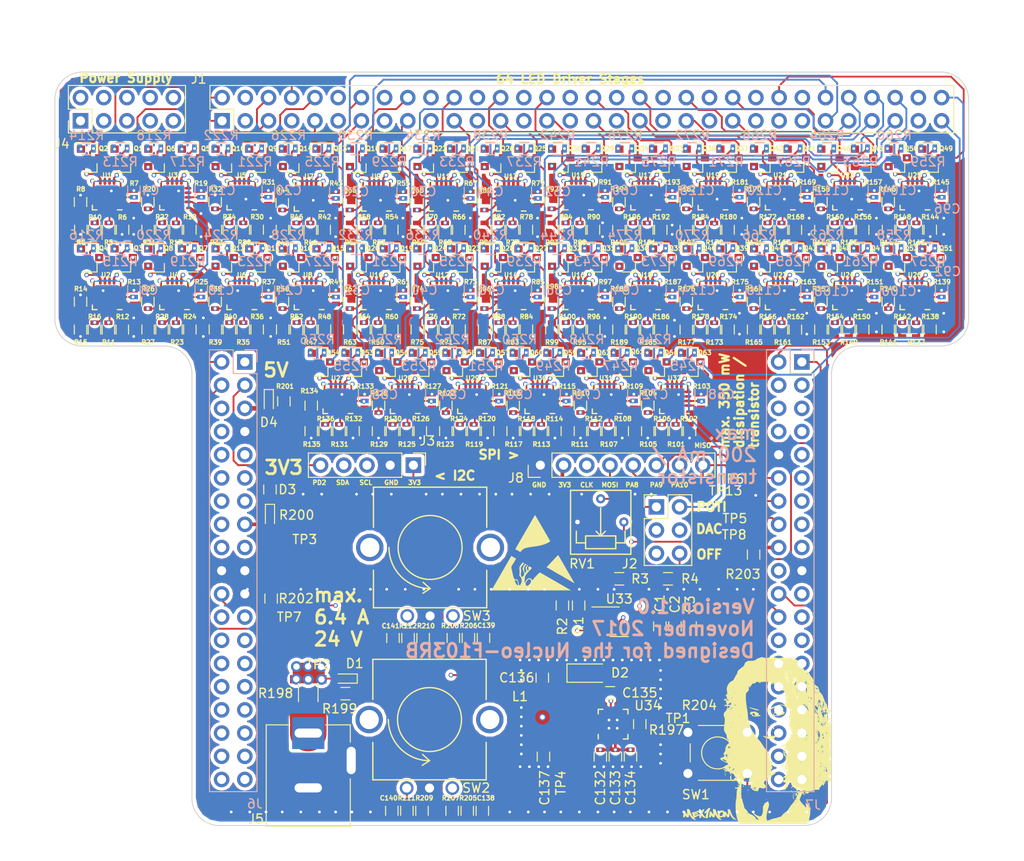
<source format=kicad_pcb>
(kicad_pcb (version 4) (host pcbnew 4.0.7-e2-6376~58~ubuntu17.04.1)
  (title_block (title "LED Driver Extension Board for the Nucleo-F103RB") (date 2017-11-27))
  (layers (0 S1.Cu signal) (1 S2.Cu signal hide) (2 V18.Cu mixed hide) (31 GND.Cu mixed hide) (34 B.Paste user) (35 F.Paste user) (36 B.SilkS user) (37 F.SilkS user) (38 B.Mask user) (39 F.Mask user) (44 Edge.Cuts user))
  (net 0 "")
  (net 1 +3V3)
  (net 2 GND)
  (net 3 V18)
  (net 4 "Net-(C135-Pad1)")
  (net 5 "Net-(C135-Pad2)")
  (net 6 E5V)
  (net 7 PC9)
  (net 8 PC11)
  (net 9 PC10)
  (net 10 PC12)
  (net 11 "Net-(D1-Pad1)")
  (net 12 "Net-(D3-Pad1)")
  (net 13 "Net-(D4-Pad1)")
  (net 14 LED_N_01)
  (net 15 LED_N_02)
  (net 16 LED_N_03)
  (net 17 LED_N_04)
  (net 18 LED_N_05)
  (net 19 LED_N_06)
  (net 20 LED_N_07)
  (net 21 LED_N_08)
  (net 22 LED_N_09)
  (net 23 LED_N_10)
  (net 24 LED_N_11)
  (net 25 LED_N_12)
  (net 26 LED_N_13)
  (net 27 LED_N_14)
  (net 28 LED_N_15)
  (net 29 LED_N_16)
  (net 30 LED_N_17)
  (net 31 LED_N_18)
  (net 32 LED_N_19)
  (net 33 LED_N_20)
  (net 34 LED_N_21)
  (net 35 LED_N_22)
  (net 36 LED_N_23)
  (net 37 LED_N_24)
  (net 38 LED_N_25)
  (net 39 LED_N_26)
  (net 40 LED_N_27)
  (net 41 LED_N_28)
  (net 42 LED_N_29)
  (net 43 LED_N_30)
  (net 44 LED_N_31)
  (net 45 LED_N_32)
  (net 46 LED_N_33)
  (net 47 LED_N_34)
  (net 48 LED_N_35)
  (net 49 LED_N_36)
  (net 50 LED_N_37)
  (net 51 LED_N_38)
  (net 52 LED_N_39)
  (net 53 LED_N_40)
  (net 54 LED_N_41)
  (net 55 LED_N_42)
  (net 56 LED_N_43)
  (net 57 LED_N_44)
  (net 58 LED_N_45)
  (net 59 LED_N_46)
  (net 60 LED_N_47)
  (net 61 LED_N_48)
  (net 62 LED_N_49)
  (net 63 LED_N_50)
  (net 64 LED_N_51)
  (net 65 LED_N_52)
  (net 66 LED_N_53)
  (net 67 LED_N_54)
  (net 68 LED_N_55)
  (net 69 LED_N_56)
  (net 70 LED_N_57)
  (net 71 LED_N_58)
  (net 72 LED_N_59)
  (net 73 LED_N_60)
  (net 74 LED_N_61)
  (net 75 LED_N_62)
  (net 76 LED_N_63)
  (net 77 LED_N_64)
  (net 78 "Net-(J2-Pad1)")
  (net 79 VSIG)
  (net 80 VDAC)
  (net 81 I2C_SCL)
  (net 82 I2C_SDA)
  (net 83 "Net-(J5-Pad1)")
  (net 84 PC8)
  (net 85 PA5)
  (net 86 PA7)
  (net 87 DC_OLED)
  (net 88 PA8)
  (net 89 CS_OLED)
  (net 90 "Net-(Q1-Pad1)")
  (net 91 "Net-(Q1-Pad2)")
  (net 92 "Net-(Q2-Pad1)")
  (net 93 "Net-(Q2-Pad2)")
  (net 94 "Net-(Q3-Pad1)")
  (net 95 "Net-(Q3-Pad2)")
  (net 96 "Net-(Q4-Pad1)")
  (net 97 "Net-(Q4-Pad2)")
  (net 98 "Net-(Q5-Pad1)")
  (net 99 "Net-(Q5-Pad2)")
  (net 100 "Net-(Q6-Pad1)")
  (net 101 "Net-(Q6-Pad2)")
  (net 102 "Net-(Q7-Pad1)")
  (net 103 "Net-(Q7-Pad2)")
  (net 104 "Net-(Q8-Pad1)")
  (net 105 "Net-(Q8-Pad2)")
  (net 106 "Net-(Q9-Pad1)")
  (net 107 "Net-(Q9-Pad2)")
  (net 108 "Net-(Q10-Pad1)")
  (net 109 "Net-(Q10-Pad2)")
  (net 110 "Net-(Q11-Pad1)")
  (net 111 "Net-(Q11-Pad2)")
  (net 112 "Net-(Q12-Pad1)")
  (net 113 "Net-(Q12-Pad2)")
  (net 114 "Net-(Q13-Pad1)")
  (net 115 "Net-(Q13-Pad2)")
  (net 116 "Net-(Q14-Pad1)")
  (net 117 "Net-(Q14-Pad2)")
  (net 118 "Net-(Q15-Pad1)")
  (net 119 "Net-(Q15-Pad2)")
  (net 120 "Net-(Q16-Pad1)")
  (net 121 "Net-(Q16-Pad2)")
  (net 122 "Net-(Q17-Pad1)")
  (net 123 "Net-(Q17-Pad2)")
  (net 124 "Net-(Q18-Pad1)")
  (net 125 "Net-(Q18-Pad2)")
  (net 126 "Net-(Q19-Pad1)")
  (net 127 "Net-(Q19-Pad2)")
  (net 128 "Net-(Q20-Pad1)")
  (net 129 "Net-(Q20-Pad2)")
  (net 130 "Net-(Q21-Pad1)")
  (net 131 "Net-(Q21-Pad2)")
  (net 132 "Net-(Q22-Pad1)")
  (net 133 "Net-(Q22-Pad2)")
  (net 134 "Net-(Q23-Pad1)")
  (net 135 "Net-(Q23-Pad2)")
  (net 136 "Net-(Q24-Pad1)")
  (net 137 "Net-(Q24-Pad2)")
  (net 138 "Net-(Q25-Pad1)")
  (net 139 "Net-(Q25-Pad2)")
  (net 140 "Net-(Q26-Pad1)")
  (net 141 "Net-(Q26-Pad2)")
  (net 142 "Net-(R1-Pad2)")
  (net 143 "Net-(R2-Pad2)")
  (net 144 "Net-(R3-Pad1)")
  (net 145 "Net-(R5-Pad1)")
  (net 146 "Net-(R5-Pad2)")
  (net 147 "Net-(R10-Pad1)")
  (net 148 "Net-(R10-Pad2)")
  (net 149 "Net-(R11-Pad1)")
  (net 150 "Net-(R11-Pad2)")
  (net 151 "Net-(R15-Pad2)")
  (net 152 "Net-(R16-Pad2)")
  (net 153 "Net-(R17-Pad1)")
  (net 154 "Net-(R17-Pad2)")
  (net 155 "Net-(R21-Pad2)")
  (net 156 "Net-(R22-Pad2)")
  (net 157 "Net-(R23-Pad1)")
  (net 158 "Net-(R23-Pad2)")
  (net 159 "Net-(R27-Pad2)")
  (net 160 "Net-(R28-Pad2)")
  (net 161 "Net-(R29-Pad1)")
  (net 162 "Net-(R29-Pad2)")
  (net 163 "Net-(R33-Pad2)")
  (net 164 "Net-(R34-Pad2)")
  (net 165 "Net-(R35-Pad1)")
  (net 166 "Net-(R35-Pad2)")
  (net 167 "Net-(R39-Pad2)")
  (net 168 "Net-(R40-Pad2)")
  (net 169 "Net-(R41-Pad1)")
  (net 170 "Net-(R41-Pad2)")
  (net 171 "Net-(R45-Pad2)")
  (net 172 "Net-(R46-Pad2)")
  (net 173 "Net-(R47-Pad1)")
  (net 174 "Net-(R47-Pad2)")
  (net 175 "Net-(R51-Pad2)")
  (net 176 "Net-(R52-Pad2)")
  (net 177 "Net-(R53-Pad1)")
  (net 178 "Net-(R53-Pad2)")
  (net 179 "Net-(R57-Pad2)")
  (net 180 "Net-(R58-Pad2)")
  (net 181 "Net-(R59-Pad1)")
  (net 182 "Net-(R59-Pad2)")
  (net 183 "Net-(R63-Pad2)")
  (net 184 "Net-(R64-Pad2)")
  (net 185 "Net-(R65-Pad1)")
  (net 186 "Net-(R65-Pad2)")
  (net 187 "Net-(R69-Pad2)")
  (net 188 "Net-(R70-Pad2)")
  (net 189 "Net-(R71-Pad1)")
  (net 190 "Net-(R71-Pad2)")
  (net 191 "Net-(R75-Pad2)")
  (net 192 "Net-(R76-Pad2)")
  (net 193 "Net-(R77-Pad1)")
  (net 194 "Net-(R77-Pad2)")
  (net 195 "Net-(R81-Pad2)")
  (net 196 "Net-(R82-Pad2)")
  (net 197 "Net-(R83-Pad1)")
  (net 198 "Net-(R83-Pad2)")
  (net 199 "Net-(R87-Pad2)")
  (net 200 "Net-(R88-Pad2)")
  (net 201 "Net-(R89-Pad1)")
  (net 202 "Net-(R89-Pad2)")
  (net 203 "Net-(R93-Pad2)")
  (net 204 "Net-(R94-Pad2)")
  (net 205 "Net-(R95-Pad1)")
  (net 206 "Net-(R95-Pad2)")
  (net 207 "Net-(R100-Pad1)")
  (net 208 "Net-(R100-Pad2)")
  (net 209 "Net-(R101-Pad1)")
  (net 210 "Net-(R101-Pad2)")
  (net 211 "Net-(R105-Pad2)")
  (net 212 "Net-(R106-Pad2)")
  (net 213 "Net-(R107-Pad1)")
  (net 214 "Net-(R107-Pad2)")
  (net 215 "Net-(R111-Pad2)")
  (net 216 "Net-(R112-Pad2)")
  (net 217 "Net-(R113-Pad1)")
  (net 218 "Net-(R113-Pad2)")
  (net 219 "Net-(R117-Pad2)")
  (net 220 "Net-(R118-Pad2)")
  (net 221 "Net-(R119-Pad1)")
  (net 222 "Net-(R119-Pad2)")
  (net 223 "Net-(R123-Pad2)")
  (net 224 "Net-(R124-Pad2)")
  (net 225 "Net-(R125-Pad1)")
  (net 226 "Net-(R125-Pad2)")
  (net 227 "Net-(R129-Pad2)")
  (net 228 "Net-(R130-Pad2)")
  (net 229 "Net-(R131-Pad1)")
  (net 230 "Net-(R131-Pad2)")
  (net 231 "Net-(R135-Pad2)")
  (net 232 "Net-(R136-Pad2)")
  (net 233 "Net-(R137-Pad1)")
  (net 234 "Net-(R137-Pad2)")
  (net 235 "Net-(R141-Pad2)")
  (net 236 "Net-(R142-Pad2)")
  (net 237 "Net-(R143-Pad1)")
  (net 238 "Net-(R143-Pad2)")
  (net 239 "Net-(R147-Pad2)")
  (net 240 "Net-(R148-Pad2)")
  (net 241 "Net-(R149-Pad1)")
  (net 242 "Net-(R149-Pad2)")
  (net 243 "Net-(R153-Pad2)")
  (net 244 "Net-(R154-Pad2)")
  (net 245 "Net-(R155-Pad1)")
  (net 246 "Net-(R155-Pad2)")
  (net 247 "Net-(R159-Pad2)")
  (net 248 "Net-(R160-Pad2)")
  (net 249 "Net-(R161-Pad1)")
  (net 250 "Net-(R161-Pad2)")
  (net 251 "Net-(R165-Pad2)")
  (net 252 "Net-(R166-Pad2)")
  (net 253 "Net-(R167-Pad1)")
  (net 254 "Net-(R167-Pad2)")
  (net 255 "Net-(R171-Pad2)")
  (net 256 "Net-(R172-Pad2)")
  (net 257 "Net-(R173-Pad1)")
  (net 258 "Net-(R173-Pad2)")
  (net 259 "Net-(R177-Pad2)")
  (net 260 "Net-(R178-Pad2)")
  (net 261 "Net-(R179-Pad1)")
  (net 262 "Net-(R179-Pad2)")
  (net 263 "Net-(R183-Pad2)")
  (net 264 "Net-(R184-Pad2)")
  (net 265 "Net-(R185-Pad1)")
  (net 266 "Net-(R185-Pad2)")
  (net 267 "Net-(R189-Pad2)")
  (net 268 "Net-(R190-Pad2)")
  (net 269 "Net-(R191-Pad1)")
  (net 270 "Net-(R191-Pad2)")
  (net 271 "Net-(R195-Pad2)")
  (net 272 "Net-(R196-Pad2)")
  (net 273 "Net-(R197-Pad2)")
  (net 274 "Net-(R205-Pad2)")
  (net 275 "Net-(R206-Pad2)")
  (net 276 "Net-(R209-Pad2)")
  (net 277 "Net-(R210-Pad2)")
  (net 278 "Net-(Q27-Pad1)")
  (net 279 "Net-(Q27-Pad2)")
  (net 280 "Net-(Q28-Pad1)")
  (net 281 "Net-(Q28-Pad2)")
  (net 282 "Net-(Q29-Pad1)")
  (net 283 "Net-(Q29-Pad2)")
  (net 284 "Net-(Q30-Pad1)")
  (net 285 "Net-(Q30-Pad2)")
  (net 286 "Net-(Q31-Pad1)")
  (net 287 "Net-(Q31-Pad2)")
  (net 288 "Net-(Q32-Pad1)")
  (net 289 "Net-(Q32-Pad2)")
  (net 290 LIGHT_INT)
  (net 291 PA6)
  (net 292 "Net-(Q33-Pad1)")
  (net 293 "Net-(Q33-Pad2)")
  (net 294 "Net-(Q34-Pad1)")
  (net 295 "Net-(Q35-Pad1)")
  (net 296 "Net-(Q35-Pad2)")
  (net 297 "Net-(Q36-Pad1)")
  (net 298 "Net-(Q37-Pad1)")
  (net 299 "Net-(Q37-Pad2)")
  (net 300 "Net-(Q38-Pad1)")
  (net 301 "Net-(Q39-Pad1)")
  (net 302 "Net-(Q39-Pad2)")
  (net 303 "Net-(Q40-Pad1)")
  (net 304 "Net-(Q41-Pad1)")
  (net 305 "Net-(Q41-Pad2)")
  (net 306 "Net-(Q42-Pad1)")
  (net 307 "Net-(Q43-Pad1)")
  (net 308 "Net-(Q43-Pad2)")
  (net 309 "Net-(Q44-Pad1)")
  (net 310 "Net-(Q45-Pad1)")
  (net 311 "Net-(Q45-Pad2)")
  (net 312 "Net-(Q46-Pad1)")
  (net 313 "Net-(Q47-Pad1)")
  (net 314 "Net-(Q47-Pad2)")
  (net 315 "Net-(Q48-Pad1)")
  (net 316 "Net-(Q49-Pad1)")
  (net 317 "Net-(Q49-Pad2)")
  (net 318 "Net-(Q50-Pad1)")
  (net 319 "Net-(Q51-Pad1)")
  (net 320 "Net-(Q51-Pad2)")
  (net 321 "Net-(Q52-Pad1)")
  (net 322 "Net-(Q53-Pad1)")
  (net 323 "Net-(Q53-Pad2)")
  (net 324 "Net-(Q54-Pad1)")
  (net 325 "Net-(Q55-Pad1)")
  (net 326 "Net-(Q55-Pad2)")
  (net 327 "Net-(Q56-Pad1)")
  (net 328 "Net-(Q57-Pad1)")
  (net 329 "Net-(Q57-Pad2)")
  (net 330 "Net-(Q58-Pad1)")
  (net 331 "Net-(Q59-Pad1)")
  (net 332 "Net-(Q59-Pad2)")
  (net 333 "Net-(Q60-Pad1)")
  (net 334 "Net-(Q61-Pad1)")
  (net 335 "Net-(Q61-Pad2)")
  (net 336 "Net-(Q62-Pad1)")
  (net 337 "Net-(Q63-Pad1)")
  (net 338 "Net-(Q63-Pad2)")
  (net 339 "Net-(Q64-Pad1)")
  (net 340 "Net-(R213-Pad2)")
  (net 341 "Net-(R214-Pad1)")
  (net 342 "Net-(R215-Pad2)")
  (net 343 "Net-(R216-Pad1)")
  (net 344 "Net-(R217-Pad2)")
  (net 345 "Net-(R218-Pad1)")
  (net 346 "Net-(R219-Pad2)")
  (net 347 "Net-(R220-Pad1)")
  (net 348 "Net-(R221-Pad2)")
  (net 349 "Net-(R222-Pad1)")
  (net 350 "Net-(R223-Pad2)")
  (net 351 "Net-(R224-Pad1)")
  (net 352 "Net-(R225-Pad2)")
  (net 353 "Net-(R226-Pad1)")
  (net 354 "Net-(R227-Pad2)")
  (net 355 "Net-(R228-Pad1)")
  (net 356 "Net-(R229-Pad2)")
  (net 357 "Net-(R230-Pad1)")
  (net 358 "Net-(R231-Pad2)")
  (net 359 "Net-(R232-Pad1)")
  (net 360 "Net-(R233-Pad2)")
  (net 361 "Net-(R234-Pad1)")
  (net 362 "Net-(R235-Pad2)")
  (net 363 "Net-(R236-Pad1)")
  (net 364 "Net-(R237-Pad2)")
  (net 365 "Net-(R238-Pad1)")
  (net 366 "Net-(R239-Pad2)")
  (net 367 "Net-(R240-Pad1)")
  (net 368 "Net-(R241-Pad2)")
  (net 369 "Net-(R242-Pad1)")
  (net 370 "Net-(R243-Pad2)")
  (net 371 "Net-(R244-Pad1)")
  (net 372 "Net-(R245-Pad2)")
  (net 373 "Net-(R246-Pad1)")
  (net 374 "Net-(R247-Pad2)")
  (net 375 "Net-(R248-Pad1)")
  (net 376 "Net-(R249-Pad2)")
  (net 377 "Net-(R250-Pad1)")
  (net 378 "Net-(R251-Pad2)")
  (net 379 "Net-(R252-Pad1)")
  (net 380 "Net-(R253-Pad2)")
  (net 381 "Net-(R254-Pad1)")
  (net 382 "Net-(R255-Pad2)")
  (net 383 "Net-(R256-Pad1)")
  (net 384 "Net-(R257-Pad2)")
  (net 385 "Net-(R258-Pad1)")
  (net 386 "Net-(R259-Pad2)")
  (net 387 "Net-(R260-Pad1)")
  (net 388 "Net-(R261-Pad2)")
  (net 389 "Net-(R262-Pad1)")
  (net 390 "Net-(R263-Pad2)")
  (net 391 "Net-(R264-Pad1)")
  (net 392 "Net-(R265-Pad2)")
  (net 393 "Net-(R266-Pad1)")
  (net 394 "Net-(R267-Pad2)")
  (net 395 "Net-(R268-Pad1)")
  (net 396 "Net-(R269-Pad2)")
  (net 397 "Net-(R270-Pad1)")
  (net 398 "Net-(R271-Pad2)")
  (net 399 "Net-(R272-Pad1)")
  (net 400 "Net-(R273-Pad2)")
  (net 401 "Net-(R274-Pad1)")
  (net 402 "Net-(R275-Pad2)")
  (net 403 "Net-(R276-Pad1)")
  (net 404 "Net-(Q34-Pad2)")
  (net 405 "Net-(Q36-Pad2)")
  (net 406 "Net-(Q38-Pad2)")
  (net 407 "Net-(Q40-Pad2)")
  (net 408 "Net-(Q42-Pad2)")
  (net 409 "Net-(Q44-Pad2)")
  (net 410 "Net-(Q46-Pad2)")
  (net 411 "Net-(Q48-Pad2)")
  (net 412 "Net-(Q50-Pad2)")
  (net 413 "Net-(Q52-Pad2)")
  (net 414 "Net-(Q54-Pad2)")
  (net 415 "Net-(Q56-Pad2)")
  (net 416 "Net-(Q58-Pad2)")
  (net 417 "Net-(Q60-Pad2)")
  (net 418 "Net-(Q62-Pad2)")
  (net 419 "Net-(Q64-Pad2)")
  (module MyPics:esd (layer S1.Cu) (at 150.4442 99.695)
    (fp_text reference G*** hide)
    (fp_text value LOGO hide)
  )
  (module MySWs:ROT_ENC_EN12_TT_Electronics_No_Switch (layer S1.Cu) (at 139.065 106.553)
    (fp_text reference SW3 (at 5.11 -0.01) (layer F.SilkS))
    (fp_text value Rotary_Encoder)
    (pad "" thru_hole circle (at -6.6 -7.5) (size 3 3) (drill 2.1) (layers *.Cu *.Mask))
    (pad 3 thru_hole circle (at 2.5 0) (size 1.5 1.5) (drill 1) (layers *.Cu *.Mask) (net 275 "Net-(R206-Pad2)"))
    (pad 1 thru_hole circle (at -2.5 0) (size 1.5 1.5) (drill 1) (layers *.Cu *.Mask) (net 277 "Net-(R210-Pad2)"))
    (pad 2 thru_hole circle (at 0 0) (size 1.5 1.5) (drill 1) (layers *.Cu *.Mask) (net 2 GND))
    (pad "" thru_hole circle (at 6.6 -7.5) (size 3 3) (drill 2.1) (layers *.Cu *.Mask))
  )
  (module MyVias:Stitchging-Via-0.3-0.5 (layer S1.Cu) (at 124.9172 103.632)
    (fp_text reference REF** hide)
    (fp_text value Stitching-Via-0.3-0.5)
    (pad ~ thru_hole circle (at 0 0) (size 0.5 0.5) (drill 0.3) (layers *.Cu) (net 2 GND))
  )
  (module MyVias:Stitchging-Via-0.3-0.5 (layer S1.Cu) (at 119.0752 103.632)
    (fp_text reference REF** hide)
    (fp_text value Stitching-Via-0.3-0.5)
    (pad ~ thru_hole circle (at 0 0) (size 0.5 0.5) (drill 0.3) (layers *.Cu) (net 2 GND))
  )
  (module MyVias:Stitchging-Via-0.3-0.5 (layer S1.Cu) (at 134.3152 103.632)
    (fp_text reference REF** hide)
    (fp_text value Stitching-Via-0.3-0.5)
    (pad ~ thru_hole circle (at 0 0) (size 0.5 0.5) (drill 0.3) (layers *.Cu) (net 2 GND))
  )
  (module MyVias:Stitchging-Via-0.3-0.5 (layer S1.Cu) (at 136.3472 103.632)
    (fp_text reference REF** hide)
    (fp_text value Stitching-Via-0.3-0.5)
    (pad ~ thru_hole circle (at 0 0) (size 0.5 0.5) (drill 0.3) (layers *.Cu) (net 2 GND))
  )
  (module MyVias:Stitchging-Via-0.3-0.5 (layer S1.Cu) (at 138.3792 103.632)
    (fp_text reference REF** hide)
    (fp_text value Stitching-Via-0.3-0.5)
    (pad ~ thru_hole circle (at 0 0) (size 0.5 0.5) (drill 0.3) (layers *.Cu) (net 2 GND))
  )
  (module MyVias:Stitchging-Via-0.3-0.5 (layer S1.Cu) (at 132.5372 103.632)
    (fp_text reference REF** hide)
    (fp_text value Stitching-Via-0.3-0.5)
    (pad ~ thru_hole circle (at 0 0) (size 0.5 0.5) (drill 0.3) (layers *.Cu) (net 2 GND))
  )
  (module MyVias:Stitchging-Via-0.3-0.5 (layer S1.Cu) (at 130.7592 103.632)
    (fp_text reference REF** hide)
    (fp_text value Stitching-Via-0.3-0.5)
    (pad ~ thru_hole circle (at 0 0) (size 0.5 0.5) (drill 0.3) (layers *.Cu) (net 2 GND))
  )
  (module MyVias:Stitchging-Via-0.3-0.5 (layer S1.Cu) (at 126.6952 103.632)
    (fp_text reference REF** hide)
    (fp_text value Stitching-Via-0.3-0.5)
    (pad ~ thru_hole circle (at 0 0) (size 0.5 0.5) (drill 0.3) (layers *.Cu) (net 2 GND))
  )
  (module Resistors_SMD:R_0603 (layer S1.Cu) (at 138.176 127.889 90)
    (fp_text reference R209 (at 1.397 0.254 180) (layer F.SilkS) (effects (font (size 0.5 0.5) (thickness 0.125))))
    (fp_text value 10k)
    (pad 1 smd rect (at -0.75 0 90) (size 0.5 0.9) (layers S1.Cu F.Paste F.Mask) (net 1 +3V3))
    (pad 2 smd rect (at 0.75 0 90) (size 0.5 0.9) (layers S1.Cu F.Paste F.Mask) (net 276 "Net-(R209-Pad2)"))
  )
  (module Resistors_SMD:R_0603 (layer S1.Cu) (at 134.874 127.889 90)
    (fp_text reference C140 (at 1.397 -0.3302 180) (layer F.SilkS) (effects (font (size 0.5 0.5) (thickness 0.125))))
    (fp_text value 10n)
    (pad 1 smd rect (at -0.75 0 90) (size 0.5 0.9) (layers S1.Cu F.Paste F.Mask) (net 9 PC10))
    (pad 2 smd rect (at 0.75 0 90) (size 0.5 0.9) (layers S1.Cu F.Paste F.Mask) (net 2 GND))
  )
  (module MyVias:Stitchging-Via-0.3-0.5 (layer S1.Cu) (at 117.2972 128.016)
    (fp_text reference REF** hide)
    (fp_text value Stitching-Via-0.3-0.5)
    (pad ~ thru_hole circle (at 0 0) (size 0.5 0.5) (drill 0.3) (layers *.Cu) (net 2 GND))
  )
  (module MyVias:Stitchging-Via-0.3-0.5 (layer S1.Cu) (at 119.3292 128.016)
    (fp_text reference REF** hide)
    (fp_text value Stitching-Via-0.3-0.5)
    (pad ~ thru_hole circle (at 0 0) (size 0.5 0.5) (drill 0.3) (layers *.Cu) (net 2 GND))
  )
  (module MyVias:Stitchging-Via-0.3-0.5 (layer S1.Cu) (at 121.1072 128.016)
    (fp_text reference REF** hide)
    (fp_text value Stitching-Via-0.3-0.5)
    (pad ~ thru_hole circle (at 0 0) (size 0.5 0.5) (drill 0.3) (layers *.Cu) (net 2 GND))
  )
  (module MyVias:Stitchging-Via-0.3-0.5 (layer S1.Cu) (at 128.7272 128.016)
    (fp_text reference REF** hide)
    (fp_text value Stitching-Via-0.3-0.5)
    (pad ~ thru_hole circle (at 0 0) (size 0.5 0.5) (drill 0.3) (layers *.Cu) (net 2 GND))
  )
  (module MyVias:Stitchging-Via-0.3-0.5 (layer S1.Cu) (at 126.9492 128.016)
    (fp_text reference REF** hide)
    (fp_text value Stitching-Via-0.3-0.5)
    (pad ~ thru_hole circle (at 0 0) (size 0.5 0.5) (drill 0.3) (layers *.Cu) (net 2 GND))
  )
  (module MyVias:Stitchging-Via-0.3-0.5 (layer S1.Cu) (at 124.9172 128.016)
    (fp_text reference REF** hide)
    (fp_text value Stitching-Via-0.3-0.5)
    (pad ~ thru_hole circle (at 0 0) (size 0.5 0.5) (drill 0.3) (layers *.Cu) (net 2 GND))
  )
  (module MyVias:Stitchging-Via-0.3-0.5 (layer S1.Cu) (at 122.8852 128.016)
    (fp_text reference REF** hide)
    (fp_text value Stitching-Via-0.3-0.5)
    (pad ~ thru_hole circle (at 0 0) (size 0.5 0.5) (drill 0.3) (layers *.Cu) (net 2 GND))
  )
  (module MyVias:Stitchging-Via-0.3-0.5 (layer S1.Cu) (at 132.5372 128.016)
    (fp_text reference REF** hide)
    (fp_text value Stitching-Via-0.3-0.5)
    (pad ~ thru_hole circle (at 0 0) (size 0.5 0.5) (drill 0.3) (layers *.Cu) (net 2 GND))
  )
  (module MyVias:Stitchging-Via-0.3-0.5 (layer S1.Cu) (at 130.5052 128.016)
    (fp_text reference REF** hide)
    (fp_text value Stitching-Via-0.3-0.5)
    (pad ~ thru_hole circle (at 0 0) (size 0.5 0.5) (drill 0.3) (layers *.Cu) (net 2 GND))
  )
  (module MyVias:Stitchging-Via-0.3-0.5 (layer S1.Cu) (at 160.9852 128.016)
    (fp_text reference REF** hide)
    (fp_text value Stitching-Via-0.3-0.5)
    (pad ~ thru_hole circle (at 0 0) (size 0.5 0.5) (drill 0.3) (layers *.Cu) (net 2 GND))
  )
  (module MyVias:Stitchging-Via-0.3-0.5 (layer S1.Cu) (at 163.0172 128.016)
    (fp_text reference REF** hide)
    (fp_text value Stitching-Via-0.3-0.5)
    (pad ~ thru_hole circle (at 0 0) (size 0.5 0.5) (drill 0.3) (layers *.Cu) (net 2 GND))
  )
  (module MyVias:Stitchging-Via-0.3-0.5 (layer S1.Cu) (at 165.0492 128.016)
    (fp_text reference REF** hide)
    (fp_text value Stitching-Via-0.3-0.5)
    (pad ~ thru_hole circle (at 0 0) (size 0.5 0.5) (drill 0.3) (layers *.Cu) (net 2 GND))
  )
  (module MyVias:Stitchging-Via-0.3-0.5 (layer S1.Cu) (at 166.8272 128.016)
    (fp_text reference REF** hide)
    (fp_text value Stitching-Via-0.3-0.5)
    (pad ~ thru_hole circle (at 0 0) (size 0.5 0.5) (drill 0.3) (layers *.Cu) (net 2 GND))
  )
  (module MyVias:Stitchging-Via-0.3-0.5 (layer S1.Cu) (at 174.4472 128.016)
    (fp_text reference REF** hide)
    (fp_text value Stitching-Via-0.3-0.5)
    (pad ~ thru_hole circle (at 0 0) (size 0.5 0.5) (drill 0.3) (layers *.Cu) (net 2 GND))
  )
  (module MyVias:Stitchging-Via-0.3-0.5 (layer S1.Cu) (at 172.6692 128.016)
    (fp_text reference REF** hide)
    (fp_text value Stitching-Via-0.3-0.5)
    (pad ~ thru_hole circle (at 0 0) (size 0.5 0.5) (drill 0.3) (layers *.Cu) (net 2 GND))
  )
  (module MyVias:Stitchging-Via-0.3-0.5 (layer S1.Cu) (at 170.6372 128.016)
    (fp_text reference REF** hide)
    (fp_text value Stitching-Via-0.3-0.5)
    (pad ~ thru_hole circle (at 0 0) (size 0.5 0.5) (drill 0.3) (layers *.Cu) (net 2 GND))
  )
  (module MyVias:Stitchging-Via-0.3-0.5 (layer S1.Cu) (at 168.6052 128.016)
    (fp_text reference REF** hide)
    (fp_text value Stitching-Via-0.3-0.5)
    (pad ~ thru_hole circle (at 0 0) (size 0.5 0.5) (drill 0.3) (layers *.Cu) (net 2 GND))
  )
  (module MyVias:Stitchging-Via-0.3-0.5 (layer S1.Cu) (at 153.3652 128.016)
    (fp_text reference REF** hide)
    (fp_text value Stitching-Via-0.3-0.5)
    (pad ~ thru_hole circle (at 0 0) (size 0.5 0.5) (drill 0.3) (layers *.Cu) (net 2 GND))
  )
  (module MyVias:Stitchging-Via-0.3-0.5 (layer S1.Cu) (at 155.3972 128.016)
    (fp_text reference REF** hide)
    (fp_text value Stitching-Via-0.3-0.5)
    (pad ~ thru_hole circle (at 0 0) (size 0.5 0.5) (drill 0.3) (layers *.Cu) (net 2 GND))
  )
  (module MyVias:Stitchging-Via-0.3-0.5 (layer S1.Cu) (at 157.4292 128.016)
    (fp_text reference REF** hide)
    (fp_text value Stitching-Via-0.3-0.5)
    (pad ~ thru_hole circle (at 0 0) (size 0.5 0.5) (drill 0.3) (layers *.Cu) (net 2 GND))
  )
  (module MyVias:Stitchging-Via-0.3-0.5 (layer S1.Cu) (at 159.2072 128.016)
    (fp_text reference REF** hide)
    (fp_text value Stitching-Via-0.3-0.5)
    (pad ~ thru_hole circle (at 0 0) (size 0.5 0.5) (drill 0.3) (layers *.Cu) (net 2 GND))
  )
  (module MyVias:Stitchging-Via-0.3-0.5 (layer S1.Cu) (at 151.5872 128.016)
    (fp_text reference REF** hide)
    (fp_text value Stitching-Via-0.3-0.5)
    (pad ~ thru_hole circle (at 0 0) (size 0.5 0.5) (drill 0.3) (layers *.Cu) (net 2 GND))
  )
  (module MyVias:Stitchging-Via-0.3-0.5 (layer S1.Cu) (at 149.8092 128.016)
    (fp_text reference REF** hide)
    (fp_text value Stitching-Via-0.3-0.5)
    (pad ~ thru_hole circle (at 0 0) (size 0.5 0.5) (drill 0.3) (layers *.Cu) (net 2 GND))
  )
  (module MyVias:Stitchging-Via-0.3-0.5 (layer S1.Cu) (at 147.7772 128.016)
    (fp_text reference REF** hide)
    (fp_text value Stitching-Via-0.3-0.5)
    (pad ~ thru_hole circle (at 0 0) (size 0.5 0.5) (drill 0.3) (layers *.Cu) (net 2 GND))
  )
  (module MyVias:Stitchging-Via-0.3-0.5 (layer S1.Cu) (at 180.2892 128.016)
    (fp_text reference REF** hide)
    (fp_text value Stitching-Via-0.3-0.5)
    (pad ~ thru_hole circle (at 0 0) (size 0.5 0.5) (drill 0.3) (layers *.Cu) (net 2 GND))
  )
  (module MyVias:Stitchging-Via-0.3-0.5 (layer S1.Cu) (at 178.2572 128.016)
    (fp_text reference REF** hide)
    (fp_text value Stitching-Via-0.3-0.5)
    (pad ~ thru_hole circle (at 0 0) (size 0.5 0.5) (drill 0.3) (layers *.Cu) (net 2 GND))
  )
  (module MyVias:Stitchging-Via-0.3-0.5 (layer S1.Cu) (at 176.2252 128.016)
    (fp_text reference REF** hide)
    (fp_text value Stitching-Via-0.3-0.5)
    (pad ~ thru_hole circle (at 0 0) (size 0.5 0.5) (drill 0.3) (layers *.Cu) (net 2 GND))
  )
  (module MyVias:Stitchging-Via-0.3-0.5 (layer S1.Cu) (at 142.1892 103.632)
    (fp_text reference REF** hide)
    (fp_text value Stitching-Via-0.3-0.5)
    (pad ~ thru_hole circle (at 0 0) (size 0.5 0.5) (drill 0.3) (layers *.Cu) (net 2 GND))
  )
  (module MyVias:Stitchging-Via-0.3-0.5 (layer S1.Cu) (at 143.9672 103.632)
    (fp_text reference REF** hide)
    (fp_text value Stitching-Via-0.3-0.5)
    (pad ~ thru_hole circle (at 0 0) (size 0.5 0.5) (drill 0.3) (layers *.Cu) (net 2 GND))
  )
  (module MyVias:Stitchging-Via-0.3-0.5 (layer S1.Cu) (at 163.0172 103.632)
    (fp_text reference REF** hide)
    (fp_text value Stitching-Via-0.3-0.5)
    (pad ~ thru_hole circle (at 0 0) (size 0.5 0.5) (drill 0.3) (layers *.Cu) (net 2 GND))
  )
  (module MyVias:Stitchging-Via-0.3-0.5 (layer S1.Cu) (at 165.0492 103.632)
    (fp_text reference REF** hide)
    (fp_text value Stitching-Via-0.3-0.5)
    (pad ~ thru_hole circle (at 0 0) (size 0.5 0.5) (drill 0.3) (layers *.Cu) (net 2 GND))
  )
  (module MyVias:Stitchging-Via-0.3-0.5 (layer S1.Cu) (at 166.8272 103.632)
    (fp_text reference REF** hide)
    (fp_text value Stitching-Via-0.3-0.5)
    (pad ~ thru_hole circle (at 0 0) (size 0.5 0.5) (drill 0.3) (layers *.Cu) (net 2 GND))
  )
  (module MyVias:Stitchging-Via-0.3-0.5 (layer S1.Cu) (at 174.4472 103.632)
    (fp_text reference REF** hide)
    (fp_text value Stitching-Via-0.3-0.5)
    (pad ~ thru_hole circle (at 0 0) (size 0.5 0.5) (drill 0.3) (layers *.Cu) (net 2 GND))
  )
  (module MyVias:Stitchging-Via-0.3-0.5 (layer S1.Cu) (at 172.6692 103.632)
    (fp_text reference REF** hide)
    (fp_text value Stitching-Via-0.3-0.5)
    (pad ~ thru_hole circle (at 0 0) (size 0.5 0.5) (drill 0.3) (layers *.Cu) (net 2 GND))
  )
  (module MyVias:Stitchging-Via-0.3-0.5 (layer S1.Cu) (at 170.6372 103.632)
    (fp_text reference REF** hide)
    (fp_text value Stitching-Via-0.3-0.5)
    (pad ~ thru_hole circle (at 0 0) (size 0.5 0.5) (drill 0.3) (layers *.Cu) (net 2 GND))
  )
  (module MyVias:Stitchging-Via-0.3-0.5 (layer S1.Cu) (at 168.6052 103.632)
    (fp_text reference REF** hide)
    (fp_text value Stitching-Via-0.3-0.5)
    (pad ~ thru_hole circle (at 0 0) (size 0.5 0.5) (drill 0.3) (layers *.Cu) (net 2 GND))
  )
  (module MyVias:Stitchging-Via-0.3-0.5 (layer S1.Cu) (at 155.3972 103.632)
    (fp_text reference REF** hide)
    (fp_text value Stitching-Via-0.3-0.5)
    (pad ~ thru_hole circle (at 0 0) (size 0.5 0.5) (drill 0.3) (layers *.Cu) (net 2 GND))
  )
  (module MyVias:Stitchging-Via-0.3-0.5 (layer S1.Cu) (at 157.4292 103.632)
    (fp_text reference REF** hide)
    (fp_text value Stitching-Via-0.3-0.5)
    (pad ~ thru_hole circle (at 0 0) (size 0.5 0.5) (drill 0.3) (layers *.Cu) (net 2 GND))
  )
  (module MyVias:Stitchging-Via-0.3-0.5 (layer S1.Cu) (at 159.2072 103.632)
    (fp_text reference REF** hide)
    (fp_text value Stitching-Via-0.3-0.5)
    (pad ~ thru_hole circle (at 0 0) (size 0.5 0.5) (drill 0.3) (layers *.Cu) (net 2 GND))
  )
  (module MyVias:Stitchging-Via-0.3-0.5 (layer S1.Cu) (at 151.5872 103.632)
    (fp_text reference REF** hide)
    (fp_text value Stitching-Via-0.3-0.5)
    (pad ~ thru_hole circle (at 0 0) (size 0.5 0.5) (drill 0.3) (layers *.Cu) (net 2 GND))
  )
  (module MyVias:Stitchging-Via-0.3-0.5 (layer S1.Cu) (at 149.8092 103.632)
    (fp_text reference REF** hide)
    (fp_text value Stitching-Via-0.3-0.5)
    (pad ~ thru_hole circle (at 0 0) (size 0.5 0.5) (drill 0.3) (layers *.Cu) (net 2 GND))
  )
  (module MyVias:Stitchging-Via-0.3-0.5 (layer S1.Cu) (at 147.7772 103.632)
    (fp_text reference REF** hide)
    (fp_text value Stitching-Via-0.3-0.5)
    (pad ~ thru_hole circle (at 0 0) (size 0.5 0.5) (drill 0.3) (layers *.Cu) (net 2 GND))
  )
  (module MyVias:Stitchging-Via-0.3-0.5 (layer S1.Cu) (at 145.7452 103.632)
    (fp_text reference REF** hide)
    (fp_text value Stitching-Via-0.3-0.5)
    (pad ~ thru_hole circle (at 0 0) (size 0.5 0.5) (drill 0.3) (layers *.Cu) (net 2 GND))
  )
  (module MyVias:Stitchging-Via-0.3-0.5 (layer S1.Cu) (at 155.6512 93.218)
    (fp_text reference REF** hide)
    (fp_text value Stitching-Via-0.3-0.5)
    (pad ~ thru_hole circle (at 0 0) (size 0.5 0.5) (drill 0.3) (layers *.Cu) (net 2 GND))
  )
  (module MyVias:Stitchging-Via-0.3-0.5 (layer S1.Cu) (at 161.4932 93.218)
    (fp_text reference REF** hide)
    (fp_text value Stitching-Via-0.3-0.5)
    (pad ~ thru_hole circle (at 0 0) (size 0.5 0.5) (drill 0.3) (layers *.Cu) (net 2 GND))
  )
  (module MyVias:Stitchging-Via-0.3-0.5 (layer S1.Cu) (at 163.2712 93.218)
    (fp_text reference REF** hide)
    (fp_text value Stitching-Via-0.3-0.5)
    (pad ~ thru_hole circle (at 0 0) (size 0.5 0.5) (drill 0.3) (layers *.Cu) (net 2 GND))
  )
  (module MyVias:Stitchging-Via-0.3-0.5 (layer S1.Cu) (at 174.7012 93.345)
    (fp_text reference REF** hide)
    (fp_text value Stitching-Via-0.3-0.5)
    (pad ~ thru_hole circle (at 0 0) (size 0.5 0.5) (drill 0.3) (layers *.Cu) (net 2 GND))
  )
  (module MyVias:Stitchging-Via-0.3-0.5 (layer S1.Cu) (at 140.4112 93.218)
    (fp_text reference REF** hide)
    (fp_text value Stitching-Via-0.3-0.5)
    (pad ~ thru_hole circle (at 0 0) (size 0.5 0.5) (drill 0.3) (layers *.Cu) (net 2 GND))
  )
  (module MyVias:Stitchging-Via-0.3-0.5 (layer S1.Cu) (at 142.4432 93.218)
    (fp_text reference REF** hide)
    (fp_text value Stitching-Via-0.3-0.5)
    (pad ~ thru_hole circle (at 0 0) (size 0.5 0.5) (drill 0.3) (layers *.Cu) (net 2 GND))
  )
  (module MyVias:Stitchging-Via-0.3-0.5 (layer S1.Cu) (at 144.4752 93.218)
    (fp_text reference REF** hide)
    (fp_text value Stitching-Via-0.3-0.5)
    (pad ~ thru_hole circle (at 0 0) (size 0.5 0.5) (drill 0.3) (layers *.Cu) (net 2 GND))
  )
  (module MyVias:Stitchging-Via-0.3-0.5 (layer S1.Cu) (at 146.2532 93.218)
    (fp_text reference REF** hide)
    (fp_text value Stitching-Via-0.3-0.5)
    (pad ~ thru_hole circle (at 0 0) (size 0.5 0.5) (drill 0.3) (layers *.Cu) (net 2 GND))
  )
  (module MyVias:Stitchging-Via-0.3-0.5 (layer S1.Cu) (at 152.0952 93.218)
    (fp_text reference REF** hide)
    (fp_text value Stitching-Via-0.3-0.5)
    (pad ~ thru_hole circle (at 0 0) (size 0.5 0.5) (drill 0.3) (layers *.Cu) (net 2 GND))
  )
  (module MyVias:Stitchging-Via-0.3-0.5 (layer S1.Cu) (at 150.0632 93.218)
    (fp_text reference REF** hide)
    (fp_text value Stitching-Via-0.3-0.5)
    (pad ~ thru_hole circle (at 0 0) (size 0.5 0.5) (drill 0.3) (layers *.Cu) (net 2 GND))
  )
  (module MyVias:Stitchging-Via-0.3-0.5 (layer S1.Cu) (at 148.0312 93.218)
    (fp_text reference REF** hide)
    (fp_text value Stitching-Via-0.3-0.5)
    (pad ~ thru_hole circle (at 0 0) (size 0.5 0.5) (drill 0.3) (layers *.Cu) (net 2 GND))
  )
  (module MyVias:Stitchging-Via-0.3-0.5 (layer S1.Cu) (at 132.7912 93.218)
    (fp_text reference REF** hide)
    (fp_text value Stitching-Via-0.3-0.5)
    (pad ~ thru_hole circle (at 0 0) (size 0.5 0.5) (drill 0.3) (layers *.Cu) (net 2 GND))
  )
  (module MyVias:Stitchging-Via-0.3-0.5 (layer S1.Cu) (at 134.8232 93.218)
    (fp_text reference REF** hide)
    (fp_text value Stitching-Via-0.3-0.5)
    (pad ~ thru_hole circle (at 0 0) (size 0.5 0.5) (drill 0.3) (layers *.Cu) (net 2 GND))
  )
  (module MyVias:Stitchging-Via-0.3-0.5 (layer S1.Cu) (at 138.6332 93.218)
    (fp_text reference REF** hide)
    (fp_text value Stitching-Via-0.3-0.5)
    (pad ~ thru_hole circle (at 0 0) (size 0.5 0.5) (drill 0.3) (layers *.Cu) (net 2 GND))
  )
  (module MyVias:Stitchging-Via-0.3-0.5 (layer S1.Cu) (at 131.0132 93.218)
    (fp_text reference REF** hide)
    (fp_text value Stitching-Via-0.3-0.5)
    (pad ~ thru_hole circle (at 0 0) (size 0.5 0.5) (drill 0.3) (layers *.Cu) (net 2 GND))
  )
  (module MyVias:Stitchging-Via-0.3-0.5 (layer S1.Cu) (at 127.2032 93.218)
    (fp_text reference REF** hide)
    (fp_text value Stitching-Via-0.3-0.5)
    (pad ~ thru_hole circle (at 0 0) (size 0.5 0.5) (drill 0.3) (layers *.Cu) (net 2 GND))
  )
  (module MyVias:Stitchging-Via-0.3-0.5 (layer S1.Cu) (at 125.1712 93.218)
    (fp_text reference REF** hide)
    (fp_text value Stitching-Via-0.3-0.5)
    (pad ~ thru_hole circle (at 0 0) (size 0.5 0.5) (drill 0.3) (layers *.Cu) (net 2 GND))
  )
  (module MyVias:Stitchging-Via-0.3-0.5 (layer S1.Cu) (at 165.8112 74.168)
    (fp_text reference REF** hide)
    (fp_text value Stitching-Via-0.3-0.5)
    (pad ~ thru_hole circle (at 0 0) (size 0.5 0.5) (drill 0.3) (layers *.Cu) (net 2 GND))
  )
  (module MyVias:Stitchging-Via-0.3-0.5 (layer S1.Cu) (at 165.8112 75.946)
    (fp_text reference REF** hide)
    (fp_text value Stitching-Via-0.3-0.5)
    (pad ~ thru_hole circle (at 0 0) (size 0.5 0.5) (drill 0.3) (layers *.Cu) (net 2 GND))
  )
  (module MyVias:Stitchging-Via-0.3-0.5 (layer S1.Cu) (at 158.1912 73.914)
    (fp_text reference REF** hide)
    (fp_text value Stitching-Via-0.3-0.5)
    (pad ~ thru_hole circle (at 0 0) (size 0.5 0.5) (drill 0.3) (layers *.Cu) (net 2 GND))
  )
  (module MyVias:Stitchging-Via-0.3-0.5 (layer S1.Cu) (at 158.1912 75.946)
    (fp_text reference REF** hide)
    (fp_text value Stitching-Via-0.3-0.5)
    (pad ~ thru_hole circle (at 0 0) (size 0.5 0.5) (drill 0.3) (layers *.Cu) (net 2 GND))
  )
  (module MyVias:Stitchging-Via-0.3-0.5 (layer S1.Cu) (at 150.3172 75.946)
    (fp_text reference REF** hide)
    (fp_text value Stitching-Via-0.3-0.5)
    (pad ~ thru_hole circle (at 0 0) (size 0.5 0.5) (drill 0.3) (layers *.Cu) (net 2 GND))
  )
  (module MyVias:Stitchging-Via-0.3-0.5 (layer S1.Cu) (at 135.5852 75.946)
    (fp_text reference REF** hide)
    (fp_text value Stitching-Via-0.3-0.5)
    (pad ~ thru_hole circle (at 0 0) (size 0.5 0.5) (drill 0.3) (layers *.Cu) (net 2 GND))
  )
  (module MyVias:Stitchging-Via-0.3-0.5 (layer S1.Cu) (at 142.9512 75.946)
    (fp_text reference REF** hide)
    (fp_text value Stitching-Via-0.3-0.5)
    (pad ~ thru_hole circle (at 0 0) (size 0.5 0.5) (drill 0.3) (layers *.Cu) (net 2 GND))
  )
  (module MyVias:Stitchging-Via-0.3-0.5 (layer S1.Cu) (at 128.2192 75.946)
    (fp_text reference REF** hide)
    (fp_text value Stitching-Via-0.3-0.5)
    (pad ~ thru_hole circle (at 0 0) (size 0.5 0.5) (drill 0.3) (layers *.Cu) (net 2 GND))
  )
  (module MyVias:Stitchging-Via-0.3-0.5 (layer S1.Cu) (at 121.6152 75.946)
    (fp_text reference REF** hide)
    (fp_text value Stitching-Via-0.3-0.5)
    (pad ~ thru_hole circle (at 0 0) (size 0.5 0.5) (drill 0.3) (layers *.Cu) (net 2 GND))
  )
  (module MyVias:Stitchging-Via-0.3-0.5 (layer S1.Cu) (at 121.6152 73.914)
    (fp_text reference REF** hide)
    (fp_text value Stitching-Via-0.3-0.5)
    (pad ~ thru_hole circle (at 0 0) (size 0.5 0.5) (drill 0.3) (layers *.Cu) (net 2 GND))
  )
  (module MyVias:Stitchging-Via-0.3-0.5 (layer S1.Cu) (at 114.2492 75.946)
    (fp_text reference REF** hide)
    (fp_text value Stitching-Via-0.3-0.5)
    (pad ~ thru_hole circle (at 0 0) (size 0.5 0.5) (drill 0.3) (layers *.Cu) (net 2 GND))
  )
  (module MyVias:Stitchging-Via-0.3-0.5 (layer S1.Cu) (at 114.2492 73.914)
    (fp_text reference REF** hide)
    (fp_text value Stitching-Via-0.3-0.5)
    (pad ~ thru_hole circle (at 0 0) (size 0.5 0.5) (drill 0.3) (layers *.Cu) (net 2 GND))
  )
  (module MyVias:Stitchging-Via-0.3-0.5 (layer S1.Cu) (at 106.6292 75.946)
    (fp_text reference REF** hide)
    (fp_text value Stitching-Via-0.3-0.5)
    (pad ~ thru_hole circle (at 0 0) (size 0.5 0.5) (drill 0.3) (layers *.Cu) (net 2 GND))
  )
  (module MyVias:Stitchging-Via-0.3-0.5 (layer S1.Cu) (at 106.6292 73.914)
    (fp_text reference REF** hide)
    (fp_text value Stitching-Via-0.3-0.5)
    (pad ~ thru_hole circle (at 0 0) (size 0.5 0.5) (drill 0.3) (layers *.Cu) (net 2 GND))
  )
  (module MyVias:Stitchging-Via-0.3-0.5 (layer S1.Cu) (at 148.9202 111.379 90)
    (fp_text reference REF** hide)
    (fp_text value Stitching-Via-0.3-0.5)
    (pad ~ thru_hole circle (at 0 0 90) (size 0.5 0.5) (drill 0.3) (layers *.Cu) (net 2 GND))
  )
  (module MyVias:Stitchging-Via-0.3-0.5 (layer S1.Cu) (at 164.2872 120.65)
    (fp_text reference REF** hide)
    (fp_text value Stitching-Via-0.3-0.5)
    (pad ~ thru_hole circle (at 0 0) (size 0.5 0.5) (drill 0.3) (layers *.Cu) (net 2 GND))
  )
  (module MyVias:Stitchging-Via-0.3-0.5 (layer S1.Cu) (at 164.2872 121.666)
    (fp_text reference REF** hide)
    (fp_text value Stitching-Via-0.3-0.5)
    (pad ~ thru_hole circle (at 0 0) (size 0.5 0.5) (drill 0.3) (layers *.Cu) (net 2 GND))
  )
  (module MyVias:Stitchging-Via-0.3-0.5 (layer S1.Cu) (at 164.2872 122.682)
    (fp_text reference REF** hide)
    (fp_text value Stitching-Via-0.3-0.5)
    (pad ~ thru_hole circle (at 0 0) (size 0.5 0.5) (drill 0.3) (layers *.Cu) (net 2 GND))
  )
  (module MyVias:Stitchging-Via-0.3-0.5 (layer S1.Cu) (at 164.2872 116.586)
    (fp_text reference REF** hide)
    (fp_text value Stitching-Via-0.3-0.5)
    (pad ~ thru_hole circle (at 0 0) (size 0.5 0.5) (drill 0.3) (layers *.Cu) (net 2 GND))
  )
  (module MyVias:Stitchging-Via-0.3-0.5 (layer S1.Cu) (at 164.2872 115.57)
    (fp_text reference REF** hide)
    (fp_text value Stitching-Via-0.3-0.5)
    (pad ~ thru_hole circle (at 0 0) (size 0.5 0.5) (drill 0.3) (layers *.Cu) (net 2 GND))
  )
  (module MyVias:Stitchging-Via-0.3-0.5 (layer S1.Cu) (at 164.2872 112.522)
    (fp_text reference REF** hide)
    (fp_text value Stitching-Via-0.3-0.5)
    (pad ~ thru_hole circle (at 0 0) (size 0.5 0.5) (drill 0.3) (layers *.Cu) (net 2 GND))
  )
  (module MyVias:Stitchging-Via-0.3-0.5 (layer S1.Cu) (at 164.2872 114.554)
    (fp_text reference REF** hide)
    (fp_text value Stitching-Via-0.3-0.5)
    (pad ~ thru_hole circle (at 0 0) (size 0.5 0.5) (drill 0.3) (layers *.Cu) (net 2 GND))
  )
  (module MyVias:Stitchging-Via-0.3-0.5 (layer S1.Cu) (at 164.2872 113.538)
    (fp_text reference REF** hide)
    (fp_text value Stitching-Via-0.3-0.5)
    (pad ~ thru_hole circle (at 0 0) (size 0.5 0.5) (drill 0.3) (layers *.Cu) (net 2 GND))
  )
  (module MySWs:SW_PUSH_TE_CONN_6x6 (layer S1.Cu) (at 170.531 121.549)
    (fp_text reference SW1 (at -2.383 4.562) (layer F.SilkS))
    (fp_text value MY_SW_Push_Dual)
    (pad 1 thru_hole circle (at 3.25 -2.25) (size 1.8 1.8) (drill 1) (layers *.Cu *.Mask) (net 84 PC8))
    (pad 2 thru_hole circle (at 3.25 2.25) (size 1.8 1.8) (drill 1) (layers *.Cu *.Mask) (net 84 PC8))
    (pad 3 thru_hole circle (at -3.25 -2.25) (size 1.8 1.8) (drill 1) (layers *.Cu *.Mask) (net 2 GND))
    (pad 4 thru_hole circle (at -3.25 2.25) (size 1.8 1.8) (drill 1) (layers *.Cu *.Mask) (net 2 GND))
  )
  (module MyVias:Stitchging-Via-0.3-0.5 (layer S1.Cu) (at 149.9362 123.063 90)
    (fp_text reference REF** hide)
    (fp_text value Stitching-Via-0.3-0.5)
    (pad ~ thru_hole circle (at 0 0 90) (size 0.5 0.5) (drill 0.3) (layers *.Cu) (net 2 GND))
  )
  (module MyVias:Stitchging-Via-0.3-0.5 (layer S1.Cu) (at 150.9522 123.063 90)
    (fp_text reference REF** hide)
    (fp_text value Stitching-Via-0.3-0.5)
    (pad ~ thru_hole circle (at 0 0 90) (size 0.5 0.5) (drill 0.3) (layers *.Cu) (net 2 GND))
  )
  (module MyVias:Stitchging-Via-0.3-0.5 (layer S1.Cu) (at 148.9202 123.063 90)
    (fp_text reference REF** hide)
    (fp_text value Stitching-Via-0.3-0.5)
    (pad ~ thru_hole circle (at 0 0 90) (size 0.5 0.5) (drill 0.3) (layers *.Cu) (net 2 GND))
  )
  (module MyVias:Stitchging-Via-0.3-0.5 (layer S1.Cu) (at 151.9682 123.063 90)
    (fp_text reference REF** hide)
    (fp_text value Stitching-Via-0.3-0.5)
    (pad ~ thru_hole circle (at 0 0 90) (size 0.5 0.5) (drill 0.3) (layers *.Cu) (net 2 GND))
  )
  (module MyVias:Stitchging-Via-0.3-0.5 (layer S1.Cu) (at 159.0802 123.063 90)
    (fp_text reference REF** hide)
    (fp_text value Stitching-Via-0.3-0.5)
    (pad ~ thru_hole circle (at 0 0 90) (size 0.5 0.5) (drill 0.3) (layers *.Cu) (net 2 GND))
  )
  (module MyVias:Stitchging-Via-0.3-0.5 (layer S1.Cu) (at 160.0962 123.063 90)
    (fp_text reference REF** hide)
    (fp_text value Stitching-Via-0.3-0.5)
    (pad ~ thru_hole circle (at 0 0 90) (size 0.5 0.5) (drill 0.3) (layers *.Cu) (net 2 GND))
  )
  (module MyVias:Stitchging-Via-0.3-0.5 (layer S1.Cu) (at 158.0642 123.063 90)
    (fp_text reference REF** hide)
    (fp_text value Stitching-Via-0.3-0.5)
    (pad ~ thru_hole circle (at 0 0 90) (size 0.5 0.5) (drill 0.3) (layers *.Cu) (net 2 GND))
  )
  (module MyVias:Stitchging-Via-0.3-0.5 (layer S1.Cu) (at 157.0482 123.063 90)
    (fp_text reference REF** hide)
    (fp_text value Stitching-Via-0.3-0.5)
    (pad ~ thru_hole circle (at 0 0 90) (size 0.5 0.5) (drill 0.3) (layers *.Cu) (net 2 GND))
  )
  (module MyVias:Stitchging-Via-0.3-0.5 (layer S1.Cu) (at 161.1122 123.063 90)
    (fp_text reference REF** hide)
    (fp_text value Stitching-Via-0.3-0.5)
    (pad ~ thru_hole circle (at 0 0 90) (size 0.5 0.5) (drill 0.3) (layers *.Cu) (net 2 GND))
  )
  (module MyVias:Stitchging-Via-0.3-0.5 (layer S1.Cu) (at 162.1282 123.063 90)
    (fp_text reference REF** hide)
    (fp_text value Stitching-Via-0.3-0.5)
    (pad ~ thru_hole circle (at 0 0 90) (size 0.5 0.5) (drill 0.3) (layers *.Cu) (net 2 GND))
  )
  (module MyVias:Stitchging-Via-0.3-0.5 (layer S1.Cu) (at 162.1282 111.379 90)
    (fp_text reference REF** hide)
    (fp_text value Stitching-Via-0.3-0.5)
    (pad ~ thru_hole circle (at 0 0 90) (size 0.5 0.5) (drill 0.3) (layers *.Cu) (net 2 GND))
  )
  (module MyVias:Stitchging-Via-0.3-0.5 (layer S1.Cu) (at 163.1442 111.379 90)
    (fp_text reference REF** hide)
    (fp_text value Stitching-Via-0.3-0.5)
    (pad ~ thru_hole circle (at 0 0 90) (size 0.5 0.5) (drill 0.3) (layers *.Cu) (net 2 GND))
  )
  (module MyVias:Stitchging-Via-0.3-0.5 (layer S1.Cu) (at 161.1122 111.379 90)
    (fp_text reference REF** hide)
    (fp_text value Stitching-Via-0.3-0.5)
    (pad ~ thru_hole circle (at 0 0 90) (size 0.5 0.5) (drill 0.3) (layers *.Cu) (net 2 GND))
  )
  (module MyVias:Stitchging-Via-0.3-0.5 (layer S1.Cu) (at 164.1602 111.379 90)
    (fp_text reference REF** hide)
    (fp_text value Stitching-Via-0.3-0.5)
    (pad ~ thru_hole circle (at 0 0 90) (size 0.5 0.5) (drill 0.3) (layers *.Cu) (net 2 GND))
  )
  (module MyVias:Stitchging-Via-0.3-0.5 (layer S1.Cu) (at 156.0322 111.379 90)
    (fp_text reference REF** hide)
    (fp_text value Stitching-Via-0.3-0.5)
    (pad ~ thru_hole circle (at 0 0 90) (size 0.5 0.5) (drill 0.3) (layers *.Cu) (net 2 GND))
  )
  (module MyVias:Stitchging-Via-0.3-0.5 (layer S1.Cu) (at 157.0482 111.379 90)
    (fp_text reference REF** hide)
    (fp_text value Stitching-Via-0.3-0.5)
    (pad ~ thru_hole circle (at 0 0 90) (size 0.5 0.5) (drill 0.3) (layers *.Cu) (net 2 GND))
  )
  (module MyVias:Stitchging-Via-0.3-0.5 (layer S1.Cu) (at 155.0162 111.379 90)
    (fp_text reference REF** hide)
    (fp_text value Stitching-Via-0.3-0.5)
    (pad ~ thru_hole circle (at 0 0 90) (size 0.5 0.5) (drill 0.3) (layers *.Cu) (net 2 GND))
  )
  (module MyVias:Stitchging-Via-0.3-0.5 (layer S1.Cu) (at 158.0642 111.379 90)
    (fp_text reference REF** hide)
    (fp_text value Stitching-Via-0.3-0.5)
    (pad ~ thru_hole circle (at 0 0 90) (size 0.5 0.5) (drill 0.3) (layers *.Cu) (net 2 GND))
  )
  (module MyVias:Stitchging-Via-0.3-0.5 (layer S1.Cu) (at 160.0962 111.379 90)
    (fp_text reference REF** hide)
    (fp_text value Stitching-Via-0.3-0.5)
    (pad ~ thru_hole circle (at 0 0 90) (size 0.5 0.5) (drill 0.3) (layers *.Cu) (net 2 GND))
  )
  (module MyVias:Stitchging-Via-0.3-0.5 (layer S1.Cu) (at 159.0802 111.379 90)
    (fp_text reference REF** hide)
    (fp_text value Stitching-Via-0.3-0.5)
    (pad ~ thru_hole circle (at 0 0 90) (size 0.5 0.5) (drill 0.3) (layers *.Cu) (net 2 GND))
  )
  (module MyVias:Stitchging-Via-0.3-0.5 (layer S1.Cu) (at 152.9842 111.379 90)
    (fp_text reference REF** hide)
    (fp_text value Stitching-Via-0.3-0.5)
    (pad ~ thru_hole circle (at 0 0 90) (size 0.5 0.5) (drill 0.3) (layers *.Cu) (net 2 GND))
  )
  (module MyVias:Stitchging-Via-0.3-0.5 (layer S1.Cu) (at 154.0002 111.379 90)
    (fp_text reference REF** hide)
    (fp_text value Stitching-Via-0.3-0.5)
    (pad ~ thru_hole circle (at 0 0 90) (size 0.5 0.5) (drill 0.3) (layers *.Cu) (net 2 GND))
  )
  (module MyVias:Stitchging-Via-0.3-0.5 (layer S1.Cu) (at 151.9682 111.379 90)
    (fp_text reference REF** hide)
    (fp_text value Stitching-Via-0.3-0.5)
    (pad ~ thru_hole circle (at 0 0 90) (size 0.5 0.5) (drill 0.3) (layers *.Cu) (net 2 GND))
  )
  (module MyVias:Stitchging-Via-0.3-0.5 (layer S1.Cu) (at 150.9522 111.379 90)
    (fp_text reference REF** hide)
    (fp_text value Stitching-Via-0.3-0.5)
    (pad ~ thru_hole circle (at 0 0 90) (size 0.5 0.5) (drill 0.3) (layers *.Cu) (net 2 GND))
  )
  (module MyVias:Stitchging-Via-0.3-0.5 (layer S1.Cu) (at 149.9362 111.379 90)
    (fp_text reference REF** hide)
    (fp_text value Stitching-Via-0.3-0.5)
    (pad ~ thru_hole circle (at 0 0 90) (size 0.5 0.5) (drill 0.3) (layers *.Cu) (net 2 GND))
  )
  (module MyVias:Stitchging-Via-0.3-0.5 (layer S1.Cu) (at 149.0472 112.522)
    (fp_text reference REF** hide)
    (fp_text value Stitching-Via-0.3-0.5)
    (pad ~ thru_hole circle (at 0 0) (size 0.5 0.5) (drill 0.3) (layers *.Cu) (net 2 GND))
  )
  (module MyVias:Stitchging-Via-0.3-0.5 (layer S1.Cu) (at 149.0472 113.538)
    (fp_text reference REF** hide)
    (fp_text value Stitching-Via-0.3-0.5)
    (pad ~ thru_hole circle (at 0 0) (size 0.5 0.5) (drill 0.3) (layers *.Cu) (net 2 GND))
  )
  (module MyVias:Stitchging-Via-0.3-0.5 (layer S1.Cu) (at 149.0472 116.586)
    (fp_text reference REF** hide)
    (fp_text value Stitching-Via-0.3-0.5)
    (pad ~ thru_hole circle (at 0 0) (size 0.5 0.5) (drill 0.3) (layers *.Cu) (net 2 GND))
  )
  (module MyVias:Stitchging-Via-0.3-0.5 (layer S1.Cu) (at 149.0472 121.666)
    (fp_text reference REF** hide)
    (fp_text value Stitching-Via-0.3-0.5)
    (pad ~ thru_hole circle (at 0 0) (size 0.5 0.5) (drill 0.3) (layers *.Cu) (net 2 GND))
  )
  (module MyVias:Stitchging-Via-0.3-0.5 (layer S1.Cu) (at 149.0472 120.65)
    (fp_text reference REF** hide)
    (fp_text value Stitching-Via-0.3-0.5)
    (pad ~ thru_hole circle (at 0 0) (size 0.5 0.5) (drill 0.3) (layers *.Cu) (net 2 GND))
  )
  (module MyVias:Stitchging-Via-0.3-0.5 (layer S1.Cu) (at 149.0472 117.602)
    (fp_text reference REF** hide)
    (fp_text value Stitching-Via-0.3-0.5)
    (pad ~ thru_hole circle (at 0 0) (size 0.5 0.5) (drill 0.3) (layers *.Cu) (net 2 GND))
  )
  (module MyVias:Stitchging-Via-0.3-0.5 (layer S1.Cu) (at 149.0472 119.634)
    (fp_text reference REF** hide)
    (fp_text value Stitching-Via-0.3-0.5)
    (pad ~ thru_hole circle (at 0 0) (size 0.5 0.5) (drill 0.3) (layers *.Cu) (net 2 GND))
  )
  (module MyVias:Stitchging-Via-0.3-0.5 (layer S1.Cu) (at 149.0472 118.618)
    (fp_text reference REF** hide)
    (fp_text value Stitching-Via-0.3-0.5)
    (pad ~ thru_hole circle (at 0 0) (size 0.5 0.5) (drill 0.3) (layers *.Cu) (net 2 GND))
  )
  (module MyVias:Stitchging-Via-0.3-0.5 (layer S1.Cu) (at 172.9232 73.406)
    (fp_text reference REF** hide)
    (fp_text value Stitching-Via-0.3-0.5)
    (pad ~ thru_hole circle (at 0 0) (size 0.5 0.5) (drill 0.3) (layers *.Cu) (net 2 GND))
  )
  (module MyVias:Stitchging-Via-0.3-0.5 (layer S1.Cu) (at 172.9232 75.692)
    (fp_text reference REF** hide)
    (fp_text value Stitching-Via-0.3-0.5)
    (pad ~ thru_hole circle (at 0 0) (size 0.5 0.5) (drill 0.3) (layers *.Cu) (net 2 GND))
  )
  (module MyVias:Stitchging-Via-0.3-0.5 (layer S1.Cu) (at 180.2892 73.406)
    (fp_text reference REF** hide)
    (fp_text value Stitching-Via-0.3-0.5)
    (pad ~ thru_hole circle (at 0 0) (size 0.5 0.5) (drill 0.3) (layers *.Cu) (net 2 GND))
  )
  (module MyVias:Stitchging-Via-0.3-0.5 (layer S1.Cu) (at 180.2892 75.692)
    (fp_text reference REF** hide)
    (fp_text value Stitching-Via-0.3-0.5)
    (pad ~ thru_hole circle (at 0 0) (size 0.5 0.5) (drill 0.3) (layers *.Cu) (net 2 GND))
  )
  (module MyVias:Stitchging-Via-0.3-0.5 (layer S1.Cu) (at 187.9092 75.438)
    (fp_text reference REF** hide)
    (fp_text value Stitching-Via-0.3-0.5)
    (pad ~ thru_hole circle (at 0 0) (size 0.5 0.5) (drill 0.3) (layers *.Cu) (net 2 GND))
  )
  (module MyVias:Stitchging-Via-0.3-0.5 (layer S1.Cu) (at 187.9092 73.406)
    (fp_text reference REF** hide)
    (fp_text value Stitching-Via-0.3-0.5)
    (pad ~ thru_hole circle (at 0 0) (size 0.5 0.5) (drill 0.3) (layers *.Cu) (net 2 GND))
  )
  (module MyVias:Stitchging-Via-0.3-0.5 (layer S1.Cu) (at 195.2752 75.438)
    (fp_text reference REF** hide)
    (fp_text value Stitching-Via-0.3-0.5)
    (pad ~ thru_hole circle (at 0 0) (size 0.5 0.5) (drill 0.3) (layers *.Cu) (net 2 GND))
  )
  (module MyVias:Stitchging-Via-0.3-0.5 (layer S1.Cu) (at 195.2752 73.406)
    (fp_text reference REF** hide)
    (fp_text value Stitching-Via-0.3-0.5)
    (pad ~ thru_hole circle (at 0 0) (size 0.5 0.5) (drill 0.3) (layers *.Cu) (net 2 GND))
  )
  (module MyVias:Stitchging-Via-0.3-0.5 (layer S1.Cu) (at 195.2752 62.992)
    (fp_text reference REF** hide)
    (fp_text value Stitching-Via-0.3-0.5)
    (pad ~ thru_hole circle (at 0 0) (size 0.5 0.5) (drill 0.3) (layers *.Cu) (net 2 GND))
  )
  (module MyVias:Stitchging-Via-0.3-0.5 (layer S1.Cu) (at 195.2752 64.77)
    (fp_text reference REF** hide)
    (fp_text value Stitching-Via-0.3-0.5)
    (pad ~ thru_hole circle (at 0 0) (size 0.5 0.5) (drill 0.3) (layers *.Cu) (net 2 GND))
  )
  (module MyVias:Stitchging-Via-0.3-0.5 (layer S1.Cu) (at 163.2712 60.4774)
    (fp_text reference REF** hide)
    (fp_text value Stitching-Via-0.3-0.5)
    (pad ~ thru_hole circle (at 0 0) (size 0.5 0.5) (drill 0.3) (layers *.Cu) (net 2 GND))
  )
  (module MyVias:Stitchging-Via-0.3-0.5 (layer S1.Cu) (at 155.8798 60.4774)
    (fp_text reference REF** hide)
    (fp_text value Stitching-Via-0.3-0.5)
    (pad ~ thru_hole circle (at 0 0) (size 0.5 0.5) (drill 0.3) (layers *.Cu) (net 2 GND))
  )
  (module MyVias:Stitchging-Via-0.3-0.5 (layer S1.Cu) (at 187.9092 62.992)
    (fp_text reference REF** hide)
    (fp_text value Stitching-Via-0.3-0.5)
    (pad ~ thru_hole circle (at 0 0) (size 0.5 0.5) (drill 0.3) (layers *.Cu) (net 2 GND))
  )
  (module MyVias:Stitchging-Via-0.3-0.5 (layer S1.Cu) (at 187.9092 64.77)
    (fp_text reference REF** hide)
    (fp_text value Stitching-Via-0.3-0.5)
    (pad ~ thru_hole circle (at 0 0) (size 0.5 0.5) (drill 0.3) (layers *.Cu) (net 2 GND))
  )
  (module MyVias:Stitchging-Via-0.3-0.5 (layer S1.Cu) (at 180.5432 62.992)
    (fp_text reference REF** hide)
    (fp_text value Stitching-Via-0.3-0.5)
    (pad ~ thru_hole circle (at 0 0) (size 0.5 0.5) (drill 0.3) (layers *.Cu) (net 2 GND))
  )
  (module MyVias:Stitchging-Via-0.3-0.5 (layer S1.Cu) (at 180.5432 64.77)
    (fp_text reference REF** hide)
    (fp_text value Stitching-Via-0.3-0.5)
    (pad ~ thru_hole circle (at 0 0) (size 0.5 0.5) (drill 0.3) (layers *.Cu) (net 2 GND))
  )
  (module MyVias:Stitchging-Via-0.3-0.5 (layer S1.Cu) (at 173.1772 62.992)
    (fp_text reference REF** hide)
    (fp_text value Stitching-Via-0.3-0.5)
    (pad ~ thru_hole circle (at 0 0) (size 0.5 0.5) (drill 0.3) (layers *.Cu) (net 2 GND))
  )
  (module MyVias:Stitchging-Via-0.3-0.5 (layer S1.Cu) (at 173.1772 64.77)
    (fp_text reference REF** hide)
    (fp_text value Stitching-Via-0.3-0.5)
    (pad ~ thru_hole circle (at 0 0) (size 0.5 0.5) (drill 0.3) (layers *.Cu) (net 2 GND))
  )
  (module MyVias:Stitchging-Via-0.3-0.5 (layer S1.Cu) (at 165.5572 63.754)
    (fp_text reference REF** hide)
    (fp_text value Stitching-Via-0.3-0.5)
    (pad ~ thru_hole circle (at 0 0) (size 0.5 0.5) (drill 0.3) (layers *.Cu) (net 2 GND))
  )
  (module MyVias:Stitchging-Via-0.3-0.5 (layer S1.Cu) (at 165.5572 64.77)
    (fp_text reference REF** hide)
    (fp_text value Stitching-Via-0.3-0.5)
    (pad ~ thru_hole circle (at 0 0) (size 0.5 0.5) (drill 0.3) (layers *.Cu) (net 2 GND))
  )
  (module MyVias:Stitchging-Via-0.3-0.5 (layer S1.Cu) (at 157.9372 65.024)
    (fp_text reference REF** hide)
    (fp_text value Stitching-Via-0.3-0.5)
    (pad ~ thru_hole circle (at 0 0) (size 0.5 0.5) (drill 0.3) (layers *.Cu) (net 2 GND))
  )
  (module MyVias:Stitchging-Via-0.3-0.5 (layer S1.Cu) (at 157.9372 63.5)
    (fp_text reference REF** hide)
    (fp_text value Stitching-Via-0.3-0.5)
    (pad ~ thru_hole circle (at 0 0) (size 0.5 0.5) (drill 0.3) (layers *.Cu) (net 2 GND))
  )
  (module MyVias:Stitchging-Via-0.3-0.5 (layer S1.Cu) (at 150.8252 62.992)
    (fp_text reference REF** hide)
    (fp_text value Stitching-Via-0.3-0.5)
    (pad ~ thru_hole circle (at 0 0) (size 0.5 0.5) (drill 0.3) (layers *.Cu) (net 2 GND))
  )
  (module MyVias:Stitchging-Via-0.3-0.5 (layer S1.Cu) (at 150.8252 65.024)
    (fp_text reference REF** hide)
    (fp_text value Stitching-Via-0.3-0.5)
    (pad ~ thru_hole circle (at 0 0) (size 0.5 0.5) (drill 0.3) (layers *.Cu) (net 2 GND))
  )
  (module MyVias:Stitchging-Via-0.3-0.5 (layer S1.Cu) (at 143.4592 62.992)
    (fp_text reference REF** hide)
    (fp_text value Stitching-Via-0.3-0.5)
    (pad ~ thru_hole circle (at 0 0) (size 0.5 0.5) (drill 0.3) (layers *.Cu) (net 2 GND))
  )
  (module MyVias:Stitchging-Via-0.3-0.5 (layer S1.Cu) (at 143.4592 65.024)
    (fp_text reference REF** hide)
    (fp_text value Stitching-Via-0.3-0.5)
    (pad ~ thru_hole circle (at 0 0) (size 0.5 0.5) (drill 0.3) (layers *.Cu) (net 2 GND))
  )
  (module MyVias:Stitchging-Via-0.3-0.5 (layer S1.Cu) (at 136.0932 62.992)
    (fp_text reference REF** hide)
    (fp_text value Stitching-Via-0.3-0.5)
    (pad ~ thru_hole circle (at 0 0) (size 0.5 0.5) (drill 0.3) (layers *.Cu) (net 2 GND))
  )
  (module MyVias:Stitchging-Via-0.3-0.5 (layer S1.Cu) (at 136.0932 65.024)
    (fp_text reference REF** hide)
    (fp_text value Stitching-Via-0.3-0.5)
    (pad ~ thru_hole circle (at 0 0) (size 0.5 0.5) (drill 0.3) (layers *.Cu) (net 2 GND))
  )
  (module MyVias:Stitchging-Via-0.3-0.5 (layer S1.Cu) (at 128.7272 62.992)
    (fp_text reference REF** hide)
    (fp_text value Stitching-Via-0.3-0.5)
    (pad ~ thru_hole circle (at 0 0) (size 0.5 0.5) (drill 0.3) (layers *.Cu) (net 2 GND))
  )
  (module MyVias:Stitchging-Via-0.3-0.5 (layer S1.Cu) (at 128.7272 65.024)
    (fp_text reference REF** hide)
    (fp_text value Stitching-Via-0.3-0.5)
    (pad ~ thru_hole circle (at 0 0) (size 0.5 0.5) (drill 0.3) (layers *.Cu) (net 2 GND))
  )
  (module MyVias:Stitchging-Via-0.3-0.5 (layer S1.Cu) (at 121.6152 62.992)
    (fp_text reference REF** hide)
    (fp_text value Stitching-Via-0.3-0.5)
    (pad ~ thru_hole circle (at 0 0) (size 0.5 0.5) (drill 0.3) (layers *.Cu) (net 2 GND))
  )
  (module MyVias:Stitchging-Via-0.3-0.5 (layer S1.Cu) (at 121.6152 65.024)
    (fp_text reference REF** hide)
    (fp_text value Stitching-Via-0.3-0.5)
    (pad ~ thru_hole circle (at 0 0) (size 0.5 0.5) (drill 0.3) (layers *.Cu) (net 2 GND))
  )
  (module MyVias:Stitchging-Via-0.3-0.5 (layer S1.Cu) (at 113.9952 62.484)
    (fp_text reference REF** hide)
    (fp_text value Stitching-Via-0.3-0.5)
    (pad ~ thru_hole circle (at 0 0) (size 0.5 0.5) (drill 0.3) (layers *.Cu) (net 2 GND))
  )
  (module MyVias:Stitchging-Via-0.3-0.5 (layer S1.Cu) (at 113.9952 65.024)
    (fp_text reference REF** hide)
    (fp_text value Stitching-Via-0.3-0.5)
    (pad ~ thru_hole circle (at 0 0) (size 0.5 0.5) (drill 0.3) (layers *.Cu) (net 2 GND))
  )
  (module Resistors_SMD:R_0603 (layer S1.Cu) (at 100.838 64.262 90)
    (fp_text reference R9 (at -1.397 0 180) (layer F.SilkS) (effects (font (size 0.5 0.5) (thickness 0.125))))
    (fp_text value 20k)
    (pad 1 smd rect (at -0.75 0 90) (size 0.5 0.9) (layers S1.Cu F.Paste F.Mask) (net 2 GND))
    (pad 2 smd rect (at 0.75 0 90) (size 0.5 0.9) (layers S1.Cu F.Paste F.Mask) (net 147 "Net-(R10-Pad1)"))
  )
  (module MyVias:Stitchging-Via-0.3-0.5 (layer S1.Cu) (at 106.6292 62.992)
    (fp_text reference REF** hide)
    (fp_text value Stitching-Via-0.3-0.5)
    (pad ~ thru_hole circle (at 0 0) (size 0.5 0.5) (drill 0.3) (layers *.Cu) (net 2 GND))
  )
  (module MyVias:Stitchging-Via-0.3-0.5 (layer S1.Cu) (at 106.6292 64.77)
    (fp_text reference REF** hide)
    (fp_text value Stitching-Via-0.3-0.5)
    (pad ~ thru_hole circle (at 0 0) (size 0.5 0.5) (drill 0.3) (layers *.Cu) (net 2 GND))
  )
  (module MyVias:Stitchging-Via-0.3-0.5 (layer S1.Cu) (at 105.3592 64.77)
    (fp_text reference REF** hide)
    (fp_text value Stitching-Via-0.3-0.5)
    (pad ~ thru_hole circle (at 0 0) (size 0.5 0.5) (drill 0.3) (layers *.Cu) (net 2 GND))
  )
  (module Resistors_SMD:R_0603 (layer S1.Cu) (at 136.525 127.889 90)
    (fp_text reference R211 (at 1.397 -0.0254 180) (layer F.SilkS) (effects (font (size 0.5 0.5) (thickness 0.125))))
    (fp_text value 10k)
    (pad 1 smd rect (at -0.75 0 90) (size 0.5 0.9) (layers S1.Cu F.Paste F.Mask) (net 9 PC10))
    (pad 2 smd rect (at 0.75 0 90) (size 0.5 0.9) (layers S1.Cu F.Paste F.Mask) (net 276 "Net-(R209-Pad2)"))
  )
  (module Resistors_SMD:R_0603 (layer S1.Cu) (at 122.936 75.184 90)
    (fp_text reference R51 (at -1.397 0.127 180) (layer F.SilkS) (effects (font (size 0.5 0.5) (thickness 0.125))))
    (fp_text value 20k)
    (pad 1 smd rect (at -0.75 0 90) (size 0.5 0.9) (layers S1.Cu F.Paste F.Mask) (net 2 GND))
    (pad 2 smd rect (at 0.75 0 90) (size 0.5 0.9) (layers S1.Cu F.Paste F.Mask) (net 175 "Net-(R51-Pad2)"))
  )
  (module LEDs:LED_0603 (layer S1.Cu) (at 121.539 95.631 270)
    (fp_text reference D3 (at -2.921 -1.905 360) (layer F.SilkS))
    (fp_text value LED)
    (pad 2 smd rect (at 0.8 0 90) (size 0.8 0.8) (layers S1.Cu F.Paste F.Mask) (net 1 +3V3))
    (pad 1 smd rect (at -0.8 0 90) (size 0.8 0.8) (layers S1.Cu F.Paste F.Mask) (net 12 "Net-(D3-Pad1)"))
  )
  (module Resistors_SMD:R_0603 (layer S1.Cu) (at 121.539 92.71 90)
    (fp_text reference R200 (at -2.794 2.921 180) (layer F.SilkS))
    (fp_text value 20R)
    (pad 1 smd rect (at -0.75 0 90) (size 0.5 0.9) (layers S1.Cu F.Paste F.Mask) (net 12 "Net-(D3-Pad1)"))
    (pad 2 smd rect (at 0.75 0 90) (size 0.5 0.9) (layers S1.Cu F.Paste F.Mask) (net 2 GND))
  )
  (module Resistors_SMD:R_0603 (layer S1.Cu) (at 171.831 117.0305)
    (fp_text reference R204 (at -3.302 -0.6985) (layer F.SilkS))
    (fp_text value 10k)
    (pad 1 smd rect (at -0.75 0) (size 0.5 0.9) (layers S1.Cu F.Paste F.Mask) (net 1 +3V3))
    (pad 2 smd rect (at 0.75 0) (size 0.5 0.9) (layers S1.Cu F.Paste F.Mask) (net 84 PC8))
  )
  (module Resistors_SMD:R_0603 (layer S1.Cu) (at 144.78 127.889 90)
    (fp_text reference C138 (at 1.397 0.381 180) (layer F.SilkS) (effects (font (size 0.5 0.5) (thickness 0.125))))
    (fp_text value 10n)
    (pad 1 smd rect (at -0.75 0 90) (size 0.5 0.9) (layers S1.Cu F.Paste F.Mask) (net 7 PC9))
    (pad 2 smd rect (at 0.75 0 90) (size 0.5 0.9) (layers S1.Cu F.Paste F.Mask) (net 2 GND))
  )
  (module Resistors_SMD:R_0603 (layer S1.Cu) (at 143.129 127.889 90)
    (fp_text reference R205 (at 1.397 0.1016 180) (layer F.SilkS) (effects (font (size 0.5 0.5) (thickness 0.125))))
    (fp_text value 10k)
    (pad 1 smd rect (at -0.75 0 90) (size 0.5 0.9) (layers S1.Cu F.Paste F.Mask) (net 7 PC9))
    (pad 2 smd rect (at 0.75 0 90) (size 0.5 0.9) (layers S1.Cu F.Paste F.Mask) (net 274 "Net-(R205-Pad2)"))
  )
  (module Resistors_SMD:R_0603 (layer S1.Cu) (at 135.001 108.966 90)
    (fp_text reference C141 (at 1.3208 -0.254 180) (layer F.SilkS) (effects (font (size 0.5 0.5) (thickness 0.125))))
    (fp_text value 10n)
    (pad 1 smd rect (at -0.75 0 90) (size 0.5 0.9) (layers S1.Cu F.Paste F.Mask) (net 10 PC12))
    (pad 2 smd rect (at 0.75 0 90) (size 0.5 0.9) (layers S1.Cu F.Paste F.Mask) (net 2 GND))
  )
  (module Resistors_SMD:R_0603 (layer S1.Cu) (at 143.256 108.966 90)
    (fp_text reference R206 (at 1.3462 0.0254 180) (layer F.SilkS) (effects (font (size 0.5 0.5) (thickness 0.125))))
    (fp_text value 10k)
    (pad 1 smd rect (at -0.75 0 90) (size 0.5 0.9) (layers S1.Cu F.Paste F.Mask) (net 8 PC11))
    (pad 2 smd rect (at 0.75 0 90) (size 0.5 0.9) (layers S1.Cu F.Paste F.Mask) (net 275 "Net-(R206-Pad2)"))
  )
  (module Resistors_SMD:R_0603 (layer S1.Cu) (at 144.907 108.966 90)
    (fp_text reference C139 (at 1.3716 0.3048 180) (layer F.SilkS) (effects (font (size 0.5 0.5) (thickness 0.125))))
    (fp_text value 10n)
    (pad 1 smd rect (at -0.75 0 90) (size 0.5 0.9) (layers S1.Cu F.Paste F.Mask) (net 8 PC11))
    (pad 2 smd rect (at 0.75 0 90) (size 0.5 0.9) (layers S1.Cu F.Paste F.Mask) (net 2 GND))
  )
  (module MyTestpoints:TP_SMD_quadr_1mm (layer S1.Cu) (at 129.032 111.887)
    (fp_text reference TP2 (at -2.203 -0.0154) (layer F.SilkS))
    (fp_text value V18)
    (pad 1 smd rect (at 0 0) (size 1 1) (layers S1.Cu F.Paste F.Mask) (net 3 V18))
  )
  (module Diodes_SMD:D_SOD-123 (layer S1.Cu) (at 156.296 112.812)
    (fp_text reference D2 (at 3.5462 -0.036) (layer F.SilkS))
    (fp_text value D_Schottky)
    (pad 1 smd rect (at -1.65 0) (size 0.9 1.2) (layers S1.Cu F.Paste F.Mask) (net 4 "Net-(C135-Pad1)"))
    (pad 2 smd rect (at 1.65 0) (size 0.9 1.2) (layers S1.Cu F.Paste F.Mask) (net 2 GND))
  )
  (module QFN:QFN-16-1EP_3x3mm_Pitch0.5mm (layer S1.Cu) (at 103.729 71.384 180)
    (fp_text reference U2 (at 0.1478 2.169 180) (layer F.SilkS) (effects (font (size 0.5 0.5) (thickness 0.125))))
    (fp_text value LM324QT)
    (pad 1 smd oval (at -1.475 -0.75 180) (size 0.75 0.3) (layers S1.Cu F.Paste F.Mask) (net 95 "Net-(Q3-Pad2)"))
    (pad 2 smd oval (at -1.475 -0.25 180) (size 0.75 0.3) (layers S1.Cu F.Paste F.Mask) (net 3 V18))
    (pad 3 smd oval (at -1.475 0.25 180) (size 0.75 0.3) (layers S1.Cu F.Paste F.Mask))
    (pad 4 smd oval (at -1.475 0.75 180) (size 0.75 0.3) (layers S1.Cu F.Paste F.Mask) (net 79 VSIG))
    (pad 5 smd oval (at -0.75 1.475 270) (size 0.75 0.3) (layers S1.Cu F.Paste F.Mask) (net 150 "Net-(R11-Pad2)"))
    (pad 6 smd oval (at -0.25 1.475 270) (size 0.75 0.3) (layers S1.Cu F.Paste F.Mask) (net 342 "Net-(R215-Pad2)"))
    (pad 7 smd oval (at 0.25 1.475 270) (size 0.75 0.3) (layers S1.Cu F.Paste F.Mask) (net 343 "Net-(R216-Pad1)"))
    (pad 8 smd oval (at 0.75 1.475 270) (size 0.75 0.3) (layers S1.Cu F.Paste F.Mask) (net 152 "Net-(R16-Pad2)"))
    (pad 9 smd oval (at 1.475 0.75 180) (size 0.75 0.3) (layers S1.Cu F.Paste F.Mask) (net 79 VSIG))
    (pad 10 smd oval (at 1.475 0.25 180) (size 0.75 0.3) (layers S1.Cu F.Paste F.Mask))
    (pad 11 smd oval (at 1.475 -0.25 180) (size 0.75 0.3) (layers S1.Cu F.Paste F.Mask) (net 2 GND))
    (pad 12 smd oval (at 1.475 -0.75 180) (size 0.75 0.3) (layers S1.Cu F.Paste F.Mask) (net 97 "Net-(Q4-Pad2)"))
    (pad 13 smd oval (at 0.75 -1.475 270) (size 0.75 0.3) (layers S1.Cu F.Paste F.Mask) (net 151 "Net-(R15-Pad2)"))
    (pad 14 smd oval (at 0.25 -1.475 270) (size 0.75 0.3) (layers S1.Cu F.Paste F.Mask) (net 152 "Net-(R16-Pad2)"))
    (pad 15 smd oval (at -0.25 -1.475 270) (size 0.75 0.3) (layers S1.Cu F.Paste F.Mask) (net 150 "Net-(R11-Pad2)"))
    (pad 16 smd oval (at -0.75 -1.475 270) (size 0.75 0.3) (layers S1.Cu F.Paste F.Mask) (net 149 "Net-(R11-Pad1)"))
    (pad 17 smd rect (at 0.45 0.45 180) (size 0.9 0.9) (layers S1.Cu F.Paste F.Mask) (net 2 GND))
    (pad 17 smd rect (at 0.45 -0.45 180) (size 0.9 0.9) (layers S1.Cu F.Paste F.Mask) (net 2 GND))
    (pad 17 smd rect (at -0.45 0.45 180) (size 0.9 0.9) (layers S1.Cu F.Paste F.Mask) (net 2 GND))
    (pad 17 smd rect (at -0.45 -0.45 180) (size 0.9 0.9) (layers S1.Cu F.Paste F.Mask) (net 2 GND))
  )
  (module Resistors_SMD:R_0603 (layer S1.Cu) (at 164.211 107.696 270)
    (fp_text reference C1 (at -2.54 0 270) (layer F.SilkS))
    (fp_text value 10n)
    (pad 1 smd rect (at -0.75 0 270) (size 0.5 0.9) (layers S1.Cu F.Paste F.Mask) (net 1 +3V3))
    (pad 2 smd rect (at 0.75 0 270) (size 0.5 0.9) (layers S1.Cu F.Paste F.Mask) (net 2 GND))
  )
  (module Resistors_SMD:R_0603 (layer S1.Cu) (at 165.862 107.696 270)
    (fp_text reference C2 (at -2.413 0 270) (layer F.SilkS))
    (fp_text value 100n)
    (pad 1 smd rect (at -0.75 0 270) (size 0.5 0.9) (layers S1.Cu F.Paste F.Mask) (net 1 +3V3))
    (pad 2 smd rect (at 0.75 0 270) (size 0.5 0.9) (layers S1.Cu F.Paste F.Mask) (net 2 GND))
  )
  (module Resistors_SMD:R_0603 (layer S1.Cu) (at 167.513 107.696 270)
    (fp_text reference C3 (at -2.413 0 270) (layer F.SilkS))
    (fp_text value 10u)
    (pad 1 smd rect (at -0.75 0 270) (size 0.5 0.9) (layers S1.Cu F.Paste F.Mask) (net 1 +3V3))
    (pad 2 smd rect (at 0.75 0 270) (size 0.5 0.9) (layers S1.Cu F.Paste F.Mask) (net 2 GND))
  )
  (module Resistors_SMD:R_0603 (layer GND.Cu) (at 106.65 59.954 90)
    (fp_text reference C4 (at 0.01 1.808 180) (layer B.SilkS) (effects (justify mirror)))
    (fp_text value 1u)
    (pad 1 smd rect (at -0.75 0 90) (size 0.5 0.9) (layers GND.Cu B.Paste B.Mask) (net 3 V18))
    (pad 2 smd rect (at 0.75 0 90) (size 0.5 0.9) (layers GND.Cu B.Paste B.Mask) (net 2 GND))
  )
  (module Resistors_SMD:R_0603 (layer GND.Cu) (at 106.65 70.876 90)
    (fp_text reference C8 (at 0.01 1.681 180) (layer B.SilkS) (effects (justify mirror)))
    (fp_text value 1u)
    (pad 1 smd rect (at -0.75 0 90) (size 0.5 0.9) (layers GND.Cu B.Paste B.Mask) (net 3 V18))
    (pad 2 smd rect (at 0.75 0 90) (size 0.5 0.9) (layers GND.Cu B.Paste B.Mask) (net 2 GND))
  )
  (module Resistors_SMD:R_0603 (layer GND.Cu) (at 114.016 59.954 90)
    (fp_text reference C12 (at 0.01 2.316 180) (layer B.SilkS) (effects (justify mirror)))
    (fp_text value 1u)
    (pad 1 smd rect (at -0.75 0 90) (size 0.5 0.9) (layers GND.Cu B.Paste B.Mask) (net 3 V18))
    (pad 2 smd rect (at 0.75 0 90) (size 0.5 0.9) (layers GND.Cu B.Paste B.Mask) (net 2 GND))
  )
  (module Resistors_SMD:R_0603 (layer GND.Cu) (at 114.016 70.876 90)
    (fp_text reference C16 (at 0.01 2.189 180) (layer B.SilkS) (effects (justify mirror)))
    (fp_text value 1u)
    (pad 1 smd rect (at -0.75 0 90) (size 0.5 0.9) (layers GND.Cu B.Paste B.Mask) (net 3 V18))
    (pad 2 smd rect (at 0.75 0 90) (size 0.5 0.9) (layers GND.Cu B.Paste B.Mask) (net 2 GND))
  )
  (module Resistors_SMD:R_0603 (layer GND.Cu) (at 121.3612 59.944 90)
    (fp_text reference C20 (at 0 2.2098 180) (layer B.SilkS) (effects (justify mirror)))
    (fp_text value 1u)
    (pad 1 smd rect (at -0.75 0 90) (size 0.5 0.9) (layers GND.Cu B.Paste B.Mask) (net 3 V18))
    (pad 2 smd rect (at 0.75 0 90) (size 0.5 0.9) (layers GND.Cu B.Paste B.Mask) (net 2 GND))
  )
  (module Resistors_SMD:R_0603 (layer GND.Cu) (at 121.382 70.876 90)
    (fp_text reference C24 (at 0.01 2.316 180) (layer B.SilkS) (effects (justify mirror)))
    (fp_text value 1u)
    (pad 1 smd rect (at -0.75 0 90) (size 0.5 0.9) (layers GND.Cu B.Paste B.Mask) (net 3 V18))
    (pad 2 smd rect (at 0.75 0 90) (size 0.5 0.9) (layers GND.Cu B.Paste B.Mask) (net 2 GND))
  )
  (module Resistors_SMD:R_0603 (layer GND.Cu) (at 128.748 60.081 90)
    (fp_text reference C28 (at 0.01 2.189 180) (layer B.SilkS) (effects (justify mirror)))
    (fp_text value 1u)
    (pad 1 smd rect (at -0.75 0 90) (size 0.5 0.9) (layers GND.Cu B.Paste B.Mask) (net 3 V18))
    (pad 2 smd rect (at 0.75 0 90) (size 0.5 0.9) (layers GND.Cu B.Paste B.Mask) (net 2 GND))
  )
  (module Resistors_SMD:R_0603 (layer GND.Cu) (at 128.748 70.876 90)
    (fp_text reference C32 (at 0.01 2.316 180) (layer B.SilkS) (effects (justify mirror)))
    (fp_text value 1u)
    (pad 1 smd rect (at -0.75 0 90) (size 0.5 0.9) (layers GND.Cu B.Paste B.Mask) (net 3 V18))
    (pad 2 smd rect (at 0.75 0 90) (size 0.5 0.9) (layers GND.Cu B.Paste B.Mask) (net 2 GND))
  )
  (module Resistors_SMD:R_0603 (layer GND.Cu) (at 136.114 60.081 90)
    (fp_text reference C36 (at 0.01 2.189 180) (layer B.SilkS) (effects (justify mirror)))
    (fp_text value 1u)
    (pad 1 smd rect (at -0.75 0 90) (size 0.5 0.9) (layers GND.Cu B.Paste B.Mask) (net 3 V18))
    (pad 2 smd rect (at 0.75 0 90) (size 0.5 0.9) (layers GND.Cu B.Paste B.Mask) (net 2 GND))
  )
  (module Resistors_SMD:R_0603 (layer GND.Cu) (at 136.114 70.876 90)
    (fp_text reference C40 (at 0.01 2.316 180) (layer B.SilkS) (effects (justify mirror)))
    (fp_text value 1u)
    (pad 1 smd rect (at -0.75 0 90) (size 0.5 0.9) (layers GND.Cu B.Paste B.Mask) (net 3 V18))
    (pad 2 smd rect (at 0.75 0 90) (size 0.5 0.9) (layers GND.Cu B.Paste B.Mask) (net 2 GND))
  )
  (module Resistors_SMD:R_0603 (layer GND.Cu) (at 143.48 60.081 90)
    (fp_text reference C44 (at 0.01 2.189 180) (layer B.SilkS) (effects (justify mirror)))
    (fp_text value 1u)
    (pad 1 smd rect (at -0.75 0 90) (size 0.5 0.9) (layers GND.Cu B.Paste B.Mask) (net 3 V18))
    (pad 2 smd rect (at 0.75 0 90) (size 0.5 0.9) (layers GND.Cu B.Paste B.Mask) (net 2 GND))
  )
  (module Resistors_SMD:R_0603 (layer GND.Cu) (at 143.48 70.876 90)
    (fp_text reference C48 (at 0.01 2.316 180) (layer B.SilkS) (effects (justify mirror)))
    (fp_text value 1u)
    (pad 1 smd rect (at -0.75 0 90) (size 0.5 0.9) (layers GND.Cu B.Paste B.Mask) (net 3 V18))
    (pad 2 smd rect (at 0.75 0 90) (size 0.5 0.9) (layers GND.Cu B.Paste B.Mask) (net 2 GND))
  )
  (module Resistors_SMD:R_0603 (layer GND.Cu) (at 150.846 60.081 90)
    (fp_text reference C52 (at 0.01 2.189 180) (layer B.SilkS) (effects (justify mirror)))
    (fp_text value 1u)
    (pad 1 smd rect (at -0.75 0 90) (size 0.5 0.9) (layers GND.Cu B.Paste B.Mask) (net 3 V18))
    (pad 2 smd rect (at 0.75 0 90) (size 0.5 0.9) (layers GND.Cu B.Paste B.Mask) (net 2 GND))
  )
  (module Resistors_SMD:R_0603 (layer GND.Cu) (at 150.846 70.876 90)
    (fp_text reference C56 (at 0.01 2.316 180) (layer B.SilkS) (effects (justify mirror)))
    (fp_text value 1u)
    (pad 1 smd rect (at -0.75 0 90) (size 0.5 0.9) (layers GND.Cu B.Paste B.Mask) (net 3 V18))
    (pad 2 smd rect (at 0.75 0 90) (size 0.5 0.9) (layers GND.Cu B.Paste B.Mask) (net 2 GND))
  )
  (module Resistors_SMD:R_0603 (layer GND.Cu) (at 158.212 59.954 90)
    (fp_text reference C60 (at 0.01 2.189 180) (layer B.SilkS) (effects (justify mirror)))
    (fp_text value 1u)
    (pad 1 smd rect (at -0.75 0 90) (size 0.5 0.9) (layers GND.Cu B.Paste B.Mask) (net 3 V18))
    (pad 2 smd rect (at 0.75 0 90) (size 0.5 0.9) (layers GND.Cu B.Paste B.Mask) (net 2 GND))
  )
  (module Resistors_SMD:R_0603 (layer GND.Cu) (at 158.212 70.876 90)
    (fp_text reference C64 (at 0.01 2.316 180) (layer B.SilkS) (effects (justify mirror)))
    (fp_text value 1u)
    (pad 1 smd rect (at -0.75 0 90) (size 0.5 0.9) (layers GND.Cu B.Paste B.Mask) (net 3 V18))
    (pad 2 smd rect (at 0.75 0 90) (size 0.5 0.9) (layers GND.Cu B.Paste B.Mask) (net 2 GND))
  )
  (module Resistors_SMD:R_0603 (layer GND.Cu) (at 168.7276 82.2552 90)
    (fp_text reference C68 (at -0.0408 2.2144 180) (layer B.SilkS) (effects (justify mirror)))
    (fp_text value 1u)
    (pad 1 smd rect (at -0.75 0 90) (size 0.5 0.9) (layers GND.Cu B.Paste B.Mask) (net 3 V18))
    (pad 2 smd rect (at 0.75 0 90) (size 0.5 0.9) (layers GND.Cu B.Paste B.Mask) (net 2 GND))
  )
  (module Resistors_SMD:R_0603 (layer GND.Cu) (at 161.3616 82.2552 90)
    (fp_text reference C72 (at -0.0408 2.3414 180) (layer B.SilkS) (effects (justify mirror)))
    (fp_text value 1u)
    (pad 1 smd rect (at -0.75 0 90) (size 0.5 0.9) (layers GND.Cu B.Paste B.Mask) (net 3 V18))
    (pad 2 smd rect (at 0.75 0 90) (size 0.5 0.9) (layers GND.Cu B.Paste B.Mask) (net 2 GND))
  )
  (module Resistors_SMD:R_0603 (layer GND.Cu) (at 153.9956 82.2552 90)
    (fp_text reference C76 (at -0.0408 2.3414 180) (layer B.SilkS) (effects (justify mirror)))
    (fp_text value 1u)
    (pad 1 smd rect (at -0.75 0 90) (size 0.5 0.9) (layers GND.Cu B.Paste B.Mask) (net 3 V18))
    (pad 2 smd rect (at 0.75 0 90) (size 0.5 0.9) (layers GND.Cu B.Paste B.Mask) (net 2 GND))
  )
  (module Resistors_SMD:R_0603 (layer GND.Cu) (at 146.6296 82.2552 90)
    (fp_text reference C80 (at -0.0408 2.2144 180) (layer B.SilkS) (effects (justify mirror)))
    (fp_text value 1u)
    (pad 1 smd rect (at -0.75 0 90) (size 0.5 0.9) (layers GND.Cu B.Paste B.Mask) (net 3 V18))
    (pad 2 smd rect (at 0.75 0 90) (size 0.5 0.9) (layers GND.Cu B.Paste B.Mask) (net 2 GND))
  )
  (module Resistors_SMD:R_0603 (layer GND.Cu) (at 139.2636 82.2552 90)
    (fp_text reference C84 (at -0.0408 2.3414 180) (layer B.SilkS) (effects (justify mirror)))
    (fp_text value 1u)
    (pad 1 smd rect (at -0.75 0 90) (size 0.5 0.9) (layers GND.Cu B.Paste B.Mask) (net 3 V18))
    (pad 2 smd rect (at 0.75 0 90) (size 0.5 0.9) (layers GND.Cu B.Paste B.Mask) (net 2 GND))
  )
  (module Resistors_SMD:R_0603 (layer GND.Cu) (at 131.8976 82.2552 90)
    (fp_text reference C88 (at -0.0408 2.2144 180) (layer B.SilkS) (effects (justify mirror)))
    (fp_text value 1u)
    (pad 1 smd rect (at -0.75 0 90) (size 0.5 0.9) (layers GND.Cu B.Paste B.Mask) (net 3 V18))
    (pad 2 smd rect (at 0.75 0 90) (size 0.5 0.9) (layers GND.Cu B.Paste B.Mask) (net 2 GND))
  )
  (module Resistors_SMD:R_0603 (layer GND.Cu) (at 195.042 70.876 90)
    (fp_text reference C92 (at 2.042 0.665 180) (layer B.SilkS) (effects (justify mirror)))
    (fp_text value 1u)
    (pad 1 smd rect (at -0.75 0 90) (size 0.5 0.9) (layers GND.Cu B.Paste B.Mask) (net 3 V18))
    (pad 2 smd rect (at 0.75 0 90) (size 0.5 0.9) (layers GND.Cu B.Paste B.Mask) (net 2 GND))
  )
  (module Resistors_SMD:R_0603 (layer GND.Cu) (at 195.042 59.954 90)
    (fp_text reference C96 (at -2.022 0.6142 180) (layer B.SilkS) (effects (justify mirror)))
    (fp_text value 1u)
    (pad 1 smd rect (at -0.75 0 90) (size 0.5 0.9) (layers GND.Cu B.Paste B.Mask) (net 3 V18))
    (pad 2 smd rect (at 0.75 0 90) (size 0.5 0.9) (layers GND.Cu B.Paste B.Mask) (net 2 GND))
  )
  (module Resistors_SMD:R_0603 (layer GND.Cu) (at 187.676 70.876 90)
    (fp_text reference C100 (at -0.117 2.697 180) (layer B.SilkS) (effects (justify mirror)))
    (fp_text value 1u)
    (pad 1 smd rect (at -0.75 0 90) (size 0.5 0.9) (layers GND.Cu B.Paste B.Mask) (net 3 V18))
    (pad 2 smd rect (at 0.75 0 90) (size 0.5 0.9) (layers GND.Cu B.Paste B.Mask) (net 2 GND))
  )
  (module Resistors_SMD:R_0603 (layer GND.Cu) (at 187.676 59.954 90)
    (fp_text reference C104 (at 0.01 2.697 180) (layer B.SilkS) (effects (justify mirror)))
    (fp_text value 1u)
    (pad 1 smd rect (at -0.75 0 90) (size 0.5 0.9) (layers GND.Cu B.Paste B.Mask) (net 3 V18))
    (pad 2 smd rect (at 0.75 0 90) (size 0.5 0.9) (layers GND.Cu B.Paste B.Mask) (net 2 GND))
  )
  (module Resistors_SMD:R_0603 (layer GND.Cu) (at 180.31 70.876 90)
    (fp_text reference C108 (at -0.117 2.697 180) (layer B.SilkS) (effects (justify mirror)))
    (fp_text value 1u)
    (pad 1 smd rect (at -0.75 0 90) (size 0.5 0.9) (layers GND.Cu B.Paste B.Mask) (net 3 V18))
    (pad 2 smd rect (at 0.75 0 90) (size 0.5 0.9) (layers GND.Cu B.Paste B.Mask) (net 2 GND))
  )
  (module Resistors_SMD:R_0603 (layer GND.Cu) (at 180.31 59.954 90)
    (fp_text reference C112 (at 0.01 2.697 180) (layer B.SilkS) (effects (justify mirror)))
    (fp_text value 1u)
    (pad 1 smd rect (at -0.75 0 90) (size 0.5 0.9) (layers GND.Cu B.Paste B.Mask) (net 3 V18))
    (pad 2 smd rect (at 0.75 0 90) (size 0.5 0.9) (layers GND.Cu B.Paste B.Mask) (net 2 GND))
  )
  (module Resistors_SMD:R_0603 (layer GND.Cu) (at 172.944 70.876 90)
    (fp_text reference C116 (at 0.01 2.6462 180) (layer B.SilkS) (effects (justify mirror)))
    (fp_text value 1u)
    (pad 1 smd rect (at -0.75 0 90) (size 0.5 0.9) (layers GND.Cu B.Paste B.Mask) (net 3 V18))
    (pad 2 smd rect (at 0.75 0 90) (size 0.5 0.9) (layers GND.Cu B.Paste B.Mask) (net 2 GND))
  )
  (module Resistors_SMD:R_0603 (layer GND.Cu) (at 172.9232 59.944 90)
    (fp_text reference C120 (at 0 2.7178 180) (layer B.SilkS) (effects (justify mirror)))
    (fp_text value 1u)
    (pad 1 smd rect (at -0.75 0 90) (size 0.5 0.9) (layers GND.Cu B.Paste B.Mask) (net 3 V18))
    (pad 2 smd rect (at 0.75 0 90) (size 0.5 0.9) (layers GND.Cu B.Paste B.Mask) (net 2 GND))
  )
  (module Resistors_SMD:R_0603 (layer GND.Cu) (at 165.578 70.876 90)
    (fp_text reference C124 (at 0.01 2.824 180) (layer B.SilkS) (effects (justify mirror)))
    (fp_text value 1u)
    (pad 1 smd rect (at -0.75 0 90) (size 0.5 0.9) (layers GND.Cu B.Paste B.Mask) (net 3 V18))
    (pad 2 smd rect (at 0.75 0 90) (size 0.5 0.9) (layers GND.Cu B.Paste B.Mask) (net 2 GND))
  )
  (module Resistors_SMD:R_0603 (layer GND.Cu) (at 165.578 59.954 90)
    (fp_text reference C128 (at 0.01 2.697 180) (layer B.SilkS) (effects (justify mirror)))
    (fp_text value 1u)
    (pad 1 smd rect (at -0.75 0 90) (size 0.5 0.9) (layers GND.Cu B.Paste B.Mask) (net 3 V18))
    (pad 2 smd rect (at 0.75 0 90) (size 0.5 0.9) (layers GND.Cu B.Paste B.Mask) (net 2 GND))
  )
  (module Resistors_SMD:R_0603 (layer S1.Cu) (at 157.693 121.956 270)
    (fp_text reference C132 (at 3.429 0 270) (layer F.SilkS))
    (fp_text value 10u)
    (pad 1 smd rect (at -0.75 0 270) (size 0.5 0.9) (layers S1.Cu F.Paste F.Mask) (net 3 V18))
    (pad 2 smd rect (at 0.75 0 270) (size 0.5 0.9) (layers S1.Cu F.Paste F.Mask) (net 2 GND))
  )
  (module Resistors_SMD:R_0603 (layer S1.Cu) (at 159.344 121.956 270)
    (fp_text reference C133 (at 3.429 0 270) (layer F.SilkS))
    (fp_text value 100n)
    (pad 1 smd rect (at -0.75 0 270) (size 0.5 0.9) (layers S1.Cu F.Paste F.Mask) (net 3 V18))
    (pad 2 smd rect (at 0.75 0 270) (size 0.5 0.9) (layers S1.Cu F.Paste F.Mask) (net 2 GND))
  )
  (module Resistors_SMD:R_0603 (layer S1.Cu) (at 160.995 121.956 270)
    (fp_text reference C134 (at 3.429 0 270) (layer F.SilkS))
    (fp_text value 10n)
    (pad 1 smd rect (at -0.75 0 270) (size 0.5 0.9) (layers S1.Cu F.Paste F.Mask) (net 3 V18))
    (pad 2 smd rect (at 0.75 0 270) (size 0.5 0.9) (layers S1.Cu F.Paste F.Mask) (net 2 GND))
  )
  (module LEDs:LED_0603 (layer S1.Cu) (at 129.794 113.411 180)
    (fp_text reference D1 (at -1.016 1.651 180) (layer F.SilkS))
    (fp_text value LED)
    (pad 2 smd rect (at 0.8 0) (size 0.8 0.8) (layers S1.Cu F.Paste F.Mask) (net 3 V18))
    (pad 1 smd rect (at -0.8 0) (size 0.8 0.8) (layers S1.Cu F.Paste F.Mask) (net 11 "Net-(D1-Pad1)"))
  )
  (module LEDs:LED_0603 (layer S1.Cu) (at 121.412 83.058 270)
    (fp_text reference D4 (at 2.286 0 360) (layer F.SilkS))
    (fp_text value LED)
    (pad 2 smd rect (at 0.8 0 90) (size 0.8 0.8) (layers S1.Cu F.Paste F.Mask) (net 6 E5V))
    (pad 1 smd rect (at -0.8 0 90) (size 0.8 0.8) (layers S1.Cu F.Paste F.Mask) (net 13 "Net-(D4-Pad1)"))
  )
  (module Pin_Headers:Pin_Header_Straight_2x32_Pitch2.54mm (layer S1.Cu) (at 116.302 52.334 90)
    (fp_text reference J1 (at 4.582 -2.5608 180) (layer F.SilkS))
    (fp_text value Conn_02x32_Counter_Clockwise)
    (pad 1 thru_hole rect (at 0 0 90) (size 1.7 1.7) (drill 1) (layers *.Cu *.Mask) (net 14 LED_N_01))
    (pad 2 thru_hole oval (at 2.54 0 90) (size 1.7 1.7) (drill 1) (layers *.Cu *.Mask) (net 15 LED_N_02))
    (pad 3 thru_hole oval (at 0 2.54 90) (size 1.7 1.7) (drill 1) (layers *.Cu *.Mask) (net 16 LED_N_03))
    (pad 4 thru_hole oval (at 2.54 2.54 90) (size 1.7 1.7) (drill 1) (layers *.Cu *.Mask) (net 17 LED_N_04))
    (pad 5 thru_hole oval (at 0 5.08 90) (size 1.7 1.7) (drill 1) (layers *.Cu *.Mask) (net 18 LED_N_05))
    (pad 6 thru_hole oval (at 2.54 5.08 90) (size 1.7 1.7) (drill 1) (layers *.Cu *.Mask) (net 19 LED_N_06))
    (pad 7 thru_hole oval (at 0 7.62 90) (size 1.7 1.7) (drill 1) (layers *.Cu *.Mask) (net 20 LED_N_07))
    (pad 8 thru_hole oval (at 2.54 7.62 90) (size 1.7 1.7) (drill 1) (layers *.Cu *.Mask) (net 21 LED_N_08))
    (pad 9 thru_hole oval (at 0 10.16 90) (size 1.7 1.7) (drill 1) (layers *.Cu *.Mask) (net 22 LED_N_09))
    (pad 10 thru_hole oval (at 2.54 10.16 90) (size 1.7 1.7) (drill 1) (layers *.Cu *.Mask) (net 23 LED_N_10))
    (pad 11 thru_hole oval (at 0 12.7 90) (size 1.7 1.7) (drill 1) (layers *.Cu *.Mask) (net 24 LED_N_11))
    (pad 12 thru_hole oval (at 2.54 12.7 90) (size 1.7 1.7) (drill 1) (layers *.Cu *.Mask) (net 25 LED_N_12))
    (pad 13 thru_hole oval (at 0 15.24 90) (size 1.7 1.7) (drill 1) (layers *.Cu *.Mask) (net 26 LED_N_13))
    (pad 14 thru_hole oval (at 2.54 15.24 90) (size 1.7 1.7) (drill 1) (layers *.Cu *.Mask) (net 27 LED_N_14))
    (pad 15 thru_hole oval (at 0 17.78 90) (size 1.7 1.7) (drill 1) (layers *.Cu *.Mask) (net 28 LED_N_15))
    (pad 16 thru_hole oval (at 2.54 17.78 90) (size 1.7 1.7) (drill 1) (layers *.Cu *.Mask) (net 29 LED_N_16))
    (pad 17 thru_hole oval (at 0 20.32 90) (size 1.7 1.7) (drill 1) (layers *.Cu *.Mask) (net 30 LED_N_17))
    (pad 18 thru_hole oval (at 2.54 20.32 90) (size 1.7 1.7) (drill 1) (layers *.Cu *.Mask) (net 31 LED_N_18))
    (pad 19 thru_hole oval (at 0 22.86 90) (size 1.7 1.7) (drill 1) (layers *.Cu *.Mask) (net 32 LED_N_19))
    (pad 20 thru_hole oval (at 2.54 22.86 90) (size 1.7 1.7) (drill 1) (layers *.Cu *.Mask) (net 33 LED_N_20))
    (pad 21 thru_hole oval (at 0 25.4 90) (size 1.7 1.7) (drill 1) (layers *.Cu *.Mask) (net 34 LED_N_21))
    (pad 22 thru_hole oval (at 2.54 25.4 90) (size 1.7 1.7) (drill 1) (layers *.Cu *.Mask) (net 35 LED_N_22))
    (pad 23 thru_hole oval (at 0 27.94 90) (size 1.7 1.7) (drill 1) (layers *.Cu *.Mask) (net 36 LED_N_23))
    (pad 24 thru_hole oval (at 2.54 27.94 90) (size 1.7 1.7) (drill 1) (layers *.Cu *.Mask) (net 37 LED_N_24))
    (pad 25 thru_hole oval (at 0 30.48 90) (size 1.7 1.7) (drill 1) (layers *.Cu *.Mask) (net 38 LED_N_25))
    (pad 26 thru_hole oval (at 2.54 30.48 90) (size 1.7 1.7) (drill 1) (layers *.Cu *.Mask) (net 39 LED_N_26))
    (pad 27 thru_hole oval (at 0 33.02 90) (size 1.7 1.7) (drill 1) (layers *.Cu *.Mask) (net 40 LED_N_27))
    (pad 28 thru_hole oval (at 2.54 33.02 90) (size 1.7 1.7) (drill 1) (layers *.Cu *.Mask) (net 41 LED_N_28))
    (pad 29 thru_hole oval (at 0 35.56 90) (size 1.7 1.7) (drill 1) (layers *.Cu *.Mask) (net 42 LED_N_29))
    (pad 30 thru_hole oval (at 2.54 35.56 90) (size 1.7 1.7) (drill 1) (layers *.Cu *.Mask) (net 43 LED_N_30))
    (pad 31 thru_hole oval (at 0 38.1 90) (size 1.7 1.7) (drill 1) (layers *.Cu *.Mask) (net 44 LED_N_31))
    (pad 32 thru_hole oval (at 2.54 38.1 90) (size 1.7 1.7) (drill 1) (layers *.Cu *.Mask) (net 45 LED_N_32))
    (pad 33 thru_hole oval (at 0 40.64 90) (size 1.7 1.7) (drill 1) (layers *.Cu *.Mask) (net 46 LED_N_33))
    (pad 34 thru_hole oval (at 2.54 40.64 90) (size 1.7 1.7) (drill 1) (layers *.Cu *.Mask) (net 47 LED_N_34))
    (pad 35 thru_hole oval (at 0 43.18 90) (size 1.7 1.7) (drill 1) (layers *.Cu *.Mask) (net 48 LED_N_35))
    (pad 36 thru_hole oval (at 2.54 43.18 90) (size 1.7 1.7) (drill 1) (layers *.Cu *.Mask) (net 49 LED_N_36))
    (pad 37 thru_hole oval (at 0 45.72 90) (size 1.7 1.7) (drill 1) (layers *.Cu *.Mask) (net 50 LED_N_37))
    (pad 38 thru_hole oval (at 2.54 45.72 90) (size 1.7 1.7) (drill 1) (layers *.Cu *.Mask) (net 51 LED_N_38))
    (pad 39 thru_hole oval (at 0 48.26 90) (size 1.7 1.7) (drill 1) (layers *.Cu *.Mask) (net 52 LED_N_39))
    (pad 40 thru_hole oval (at 2.54 48.26 90) (size 1.7 1.7) (drill 1) (layers *.Cu *.Mask) (net 53 LED_N_40))
    (pad 41 thru_hole oval (at 0 50.8 90) (size 1.7 1.7) (drill 1) (layers *.Cu *.Mask) (net 54 LED_N_41))
    (pad 42 thru_hole oval (at 2.54 50.8 90) (size 1.7 1.7) (drill 1) (layers *.Cu *.Mask) (net 55 LED_N_42))
    (pad 43 thru_hole oval (at 0 53.34 90) (size 1.7 1.7) (drill 1) (layers *.Cu *.Mask) (net 56 LED_N_43))
    (pad 44 thru_hole oval (at 2.54 53.34 90) (size 1.7 1.7) (drill 1) (layers *.Cu *.Mask) (net 57 LED_N_44))
    (pad 45 thru_hole oval (at 0 55.88 90) (size 1.7 1.7) (drill 1) (layers *.Cu *.Mask) (net 58 LED_N_45))
    (pad 46 thru_hole oval (at 2.54 55.88 90) (size 1.7 1.7) (drill 1) (layers *.Cu *.Mask) (net 59 LED_N_46))
    (pad 47 thru_hole oval (at 0 58.42 90) (size 1.7 1.7) (drill 1) (layers *.Cu *.Mask) (net 60 LED_N_47))
    (pad 48 thru_hole oval (at 2.54 58.42 90) (size 1.7 1.7) (drill 1) (layers *.Cu *.Mask) (net 61 LED_N_48))
    (pad 49 thru_hole oval (at 0 60.96 90) (size 1.7 1.7) (drill 1) (layers *.Cu *.Mask) (net 62 LED_N_49))
    (pad 50 thru_hole oval (at 2.54 60.96 90) (size 1.7 1.7) (drill 1) (layers *.Cu *.Mask) (net 63 LED_N_50))
    (pad 51 thru_hole oval (at 0 63.5 90) (size 1.7 1.7) (drill 1) (layers *.Cu *.Mask) (net 64 LED_N_51))
    (pad 52 thru_hole oval (at 2.54 63.5 90) (size 1.7 1.7) (drill 1) (layers *.Cu *.Mask) (net 65 LED_N_52))
    (pad 53 thru_hole oval (at 0 66.04 90) (size 1.7 1.7) (drill 1) (layers *.Cu *.Mask) (net 66 LED_N_53))
    (pad 54 thru_hole oval (at 2.54 66.04 90) (size 1.7 1.7) (drill 1) (layers *.Cu *.Mask) (net 67 LED_N_54))
    (pad 55 thru_hole oval (at 0 68.58 90) (size 1.7 1.7) (drill 1) (layers *.Cu *.Mask) (net 68 LED_N_55))
    (pad 56 thru_hole oval (at 2.54 68.58 90) (size 1.7 1.7) (drill 1) (layers *.Cu *.Mask) (net 69 LED_N_56))
    (pad 57 thru_hole oval (at 0 71.12 90) (size 1.7 1.7) (drill 1) (layers *.Cu *.Mask) (net 70 LED_N_57))
    (pad 58 thru_hole oval (at 2.54 71.12 90) (size 1.7 1.7) (drill 1) (layers *.Cu *.Mask) (net 71 LED_N_58))
    (pad 59 thru_hole oval (at 0 73.66 90) (size 1.7 1.7) (drill 1) (layers *.Cu *.Mask) (net 72 LED_N_59))
    (pad 60 thru_hole oval (at 2.54 73.66 90) (size 1.7 1.7) (drill 1) (layers *.Cu *.Mask) (net 73 LED_N_60))
    (pad 61 thru_hole oval (at 0 76.2 90) (size 1.7 1.7) (drill 1) (layers *.Cu *.Mask) (net 74 LED_N_61))
    (pad 62 thru_hole oval (at 2.54 76.2 90) (size 1.7 1.7) (drill 1) (layers *.Cu *.Mask) (net 75 LED_N_62))
    (pad 63 thru_hole oval (at 0 78.74 90) (size 1.7 1.7) (drill 1) (layers *.Cu *.Mask) (net 76 LED_N_63))
    (pad 64 thru_hole oval (at 2.54 78.74 90) (size 1.7 1.7) (drill 1) (layers *.Cu *.Mask) (net 77 LED_N_64))
  )
  (module Pin_Headers:Pin_Header_Straight_2x03_Pitch2.54mm (layer S1.Cu) (at 163.83 94.615)
    (fp_text reference J2 (at -2.921 6.223) (layer F.SilkS))
    (fp_text value Conn_02x03_Odd_Even)
    (pad 1 thru_hole rect (at 0 0) (size 1.7 1.7) (drill 1) (layers *.Cu *.Mask) (net 78 "Net-(J2-Pad1)"))
    (pad 2 thru_hole oval (at 2.54 0) (size 1.7 1.7) (drill 1) (layers *.Cu *.Mask) (net 79 VSIG))
    (pad 3 thru_hole oval (at 0 2.54) (size 1.7 1.7) (drill 1) (layers *.Cu *.Mask) (net 80 VDAC))
    (pad 4 thru_hole oval (at 2.54 2.54) (size 1.7 1.7) (drill 1) (layers *.Cu *.Mask) (net 79 VSIG))
    (pad 5 thru_hole oval (at 0 5.08) (size 1.7 1.7) (drill 1) (layers *.Cu *.Mask))
    (pad 6 thru_hole oval (at 2.54 5.08) (size 1.7 1.7) (drill 1) (layers *.Cu *.Mask) (net 79 VSIG))
  )
  (module Pin_Headers:Pin_Header_Straight_1x05_Pitch2.54mm (layer S1.Cu) (at 137.2362 90.043 270)
    (fp_text reference J3 (at -2.667 -1.524 360) (layer F.SilkS))
    (fp_text value Conn_01x05)
    (pad 1 thru_hole rect (at 0 0 270) (size 1.7 1.7) (drill 1) (layers *.Cu *.Mask) (net 1 +3V3))
    (pad 2 thru_hole oval (at 0 2.54 270) (size 1.7 1.7) (drill 1) (layers *.Cu *.Mask) (net 2 GND))
    (pad 3 thru_hole oval (at 0 5.08 270) (size 1.7 1.7) (drill 1) (layers *.Cu *.Mask) (net 81 I2C_SCL))
    (pad 4 thru_hole oval (at 0 7.62 270) (size 1.7 1.7) (drill 1) (layers *.Cu *.Mask) (net 82 I2C_SDA))
    (pad 5 thru_hole oval (at 0 10.16 270) (size 1.7 1.7) (drill 1) (layers *.Cu *.Mask) (net 290 LIGHT_INT))
  )
  (module Pin_Headers:Pin_Header_Straight_2x05_Pitch2.54mm (layer S1.Cu) (at 100.808 52.334 90)
    (fp_text reference J4 (at -2.53 -2.0528 180) (layer F.SilkS))
    (fp_text value Conn_02x05_Odd_Even)
    (pad 1 thru_hole rect (at 0 0 90) (size 1.7 1.7) (drill 1) (layers *.Cu *.Mask) (net 3 V18))
    (pad 2 thru_hole oval (at 2.54 0 90) (size 1.7 1.7) (drill 1) (layers *.Cu *.Mask) (net 3 V18))
    (pad 3 thru_hole oval (at 0 2.54 90) (size 1.7 1.7) (drill 1) (layers *.Cu *.Mask) (net 3 V18))
    (pad 4 thru_hole oval (at 2.54 2.54 90) (size 1.7 1.7) (drill 1) (layers *.Cu *.Mask) (net 3 V18))
    (pad 5 thru_hole oval (at 0 5.08 90) (size 1.7 1.7) (drill 1) (layers *.Cu *.Mask) (net 3 V18))
    (pad 6 thru_hole oval (at 2.54 5.08 90) (size 1.7 1.7) (drill 1) (layers *.Cu *.Mask) (net 3 V18))
    (pad 7 thru_hole oval (at 0 7.62 90) (size 1.7 1.7) (drill 1) (layers *.Cu *.Mask) (net 3 V18))
    (pad 8 thru_hole oval (at 2.54 7.62 90) (size 1.7 1.7) (drill 1) (layers *.Cu *.Mask) (net 3 V18))
    (pad 9 thru_hole oval (at 0 10.16 90) (size 1.7 1.7) (drill 1) (layers *.Cu *.Mask) (net 3 V18))
    (pad 10 thru_hole oval (at 2.54 10.16 90) (size 1.7 1.7) (drill 1) (layers *.Cu *.Mask) (net 3 V18))
  )
  (module Pin_Headers:Pin_Header_Straight_2x19_Pitch2.54mm (layer GND.Cu) (at 118.79 78.74 180)
    (fp_text reference J6 (at -1.098 -48.387 180) (layer B.SilkS) (effects (justify mirror)))
    (fp_text value Conn_02x19_Odd_Even)
    (pad 1 thru_hole rect (at 0 0 180) (size 1.7 1.7) (drill 1) (layers *.Cu *.Mask) (net 8 PC11))
    (pad 2 thru_hole oval (at 2.54 0 180) (size 1.7 1.7) (drill 1) (layers *.Cu *.Mask) (net 9 PC10))
    (pad 3 thru_hole oval (at 0 -2.54 180) (size 1.7 1.7) (drill 1) (layers *.Cu *.Mask) (net 290 LIGHT_INT))
    (pad 4 thru_hole oval (at 2.54 -2.54 180) (size 1.7 1.7) (drill 1) (layers *.Cu *.Mask) (net 10 PC12))
    (pad 5 thru_hole oval (at 0 -5.08 180) (size 1.7 1.7) (drill 1) (layers *.Cu *.Mask) (net 6 E5V))
    (pad 6 thru_hole oval (at 2.54 -5.08 180) (size 1.7 1.7) (drill 1) (layers *.Cu *.Mask))
    (pad 7 thru_hole oval (at 0 -7.62 180) (size 1.7 1.7) (drill 1) (layers *.Cu *.Mask) (net 2 GND))
    (pad 8 thru_hole oval (at 2.54 -7.62 180) (size 1.7 1.7) (drill 1) (layers *.Cu *.Mask))
    (pad 9 thru_hole oval (at 0 -10.16 180) (size 1.7 1.7) (drill 1) (layers *.Cu *.Mask))
    (pad 10 thru_hole oval (at 2.54 -10.16 180) (size 1.7 1.7) (drill 1) (layers *.Cu *.Mask))
    (pad 11 thru_hole oval (at 0 -12.7 180) (size 1.7 1.7) (drill 1) (layers *.Cu *.Mask))
    (pad 12 thru_hole oval (at 2.54 -12.7 180) (size 1.7 1.7) (drill 1) (layers *.Cu *.Mask))
    (pad 13 thru_hole oval (at 0 -15.24 180) (size 1.7 1.7) (drill 1) (layers *.Cu *.Mask))
    (pad 14 thru_hole oval (at 2.54 -15.24 180) (size 1.7 1.7) (drill 1) (layers *.Cu *.Mask))
    (pad 15 thru_hole oval (at 0 -17.78 180) (size 1.7 1.7) (drill 1) (layers *.Cu *.Mask) (net 1 +3V3))
    (pad 16 thru_hole oval (at 2.54 -17.78 180) (size 1.7 1.7) (drill 1) (layers *.Cu *.Mask))
    (pad 17 thru_hole oval (at 0 -20.32 180) (size 1.7 1.7) (drill 1) (layers *.Cu *.Mask))
    (pad 18 thru_hole oval (at 2.54 -20.32 180) (size 1.7 1.7) (drill 1) (layers *.Cu *.Mask))
    (pad 19 thru_hole oval (at 0 -22.86 180) (size 1.7 1.7) (drill 1) (layers *.Cu *.Mask) (net 2 GND))
    (pad 20 thru_hole oval (at 2.54 -22.86 180) (size 1.7 1.7) (drill 1) (layers *.Cu *.Mask) (net 2 GND))
    (pad 21 thru_hole oval (at 0 -25.4 180) (size 1.7 1.7) (drill 1) (layers *.Cu *.Mask) (net 2 GND))
    (pad 22 thru_hole oval (at 2.54 -25.4 180) (size 1.7 1.7) (drill 1) (layers *.Cu *.Mask) (net 82 I2C_SDA))
    (pad 23 thru_hole oval (at 0 -27.94 180) (size 1.7 1.7) (drill 1) (layers *.Cu *.Mask))
    (pad 24 thru_hole oval (at 2.54 -27.94 180) (size 1.7 1.7) (drill 1) (layers *.Cu *.Mask))
    (pad 25 thru_hole oval (at 0 -30.48 180) (size 1.7 1.7) (drill 1) (layers *.Cu *.Mask))
    (pad 26 thru_hole oval (at 2.54 -30.48 180) (size 1.7 1.7) (drill 1) (layers *.Cu *.Mask))
    (pad 27 thru_hole oval (at 0 -33.02 180) (size 1.7 1.7) (drill 1) (layers *.Cu *.Mask))
    (pad 28 thru_hole oval (at 2.54 -33.02 180) (size 1.7 1.7) (drill 1) (layers *.Cu *.Mask))
    (pad 29 thru_hole oval (at 0 -35.56 180) (size 1.7 1.7) (drill 1) (layers *.Cu *.Mask))
    (pad 30 thru_hole oval (at 2.54 -35.56 180) (size 1.7 1.7) (drill 1) (layers *.Cu *.Mask))
    (pad 31 thru_hole oval (at 0 -38.1 180) (size 1.7 1.7) (drill 1) (layers *.Cu *.Mask))
    (pad 32 thru_hole oval (at 2.54 -38.1 180) (size 1.7 1.7) (drill 1) (layers *.Cu *.Mask))
    (pad 33 thru_hole oval (at 0 -40.64 180) (size 1.7 1.7) (drill 1) (layers *.Cu *.Mask))
    (pad 34 thru_hole oval (at 2.54 -40.64 180) (size 1.7 1.7) (drill 1) (layers *.Cu *.Mask))
    (pad 35 thru_hole oval (at 0 -43.18 180) (size 1.7 1.7) (drill 1) (layers *.Cu *.Mask))
    (pad 36 thru_hole oval (at 2.54 -43.18 180) (size 1.7 1.7) (drill 1) (layers *.Cu *.Mask))
    (pad 37 thru_hole oval (at 0 -45.72 180) (size 1.7 1.7) (drill 1) (layers *.Cu *.Mask))
    (pad 38 thru_hole oval (at 2.54 -45.72 180) (size 1.7 1.7) (drill 1) (layers *.Cu *.Mask))
  )
  (module Pin_Headers:Pin_Header_Straight_2x19_Pitch2.54mm (layer GND.Cu) (at 179.75 78.74 180)
    (fp_text reference J7 (at -1.225 -48.514 180) (layer B.SilkS) (effects (justify mirror)))
    (fp_text value Conn_02x19_Odd_Even)
    (pad 1 thru_hole rect (at 0 0 180) (size 1.7 1.7) (drill 1) (layers *.Cu *.Mask) (net 84 PC8))
    (pad 2 thru_hole oval (at 2.54 0 180) (size 1.7 1.7) (drill 1) (layers *.Cu *.Mask) (net 7 PC9))
    (pad 3 thru_hole oval (at 0 -2.54 180) (size 1.7 1.7) (drill 1) (layers *.Cu *.Mask))
    (pad 4 thru_hole oval (at 2.54 -2.54 180) (size 1.7 1.7) (drill 1) (layers *.Cu *.Mask))
    (pad 5 thru_hole oval (at 0 -5.08 180) (size 1.7 1.7) (drill 1) (layers *.Cu *.Mask))
    (pad 6 thru_hole oval (at 2.54 -5.08 180) (size 1.7 1.7) (drill 1) (layers *.Cu *.Mask))
    (pad 7 thru_hole oval (at 0 -7.62 180) (size 1.7 1.7) (drill 1) (layers *.Cu *.Mask))
    (pad 8 thru_hole oval (at 2.54 -7.62 180) (size 1.7 1.7) (drill 1) (layers *.Cu *.Mask))
    (pad 9 thru_hole oval (at 0 -10.16 180) (size 1.7 1.7) (drill 1) (layers *.Cu *.Mask))
    (pad 10 thru_hole oval (at 2.54 -10.16 180) (size 1.7 1.7) (drill 1) (layers *.Cu *.Mask) (net 2 GND))
    (pad 11 thru_hole oval (at 0 -12.7 180) (size 1.7 1.7) (drill 1) (layers *.Cu *.Mask))
    (pad 12 thru_hole oval (at 2.54 -12.7 180) (size 1.7 1.7) (drill 1) (layers *.Cu *.Mask) (net 85 PA5))
    (pad 13 thru_hole oval (at 0 -15.24 180) (size 1.7 1.7) (drill 1) (layers *.Cu *.Mask))
    (pad 14 thru_hole oval (at 2.54 -15.24 180) (size 1.7 1.7) (drill 1) (layers *.Cu *.Mask) (net 291 PA6))
    (pad 15 thru_hole oval (at 0 -17.78 180) (size 1.7 1.7) (drill 1) (layers *.Cu *.Mask))
    (pad 16 thru_hole oval (at 2.54 -17.78 180) (size 1.7 1.7) (drill 1) (layers *.Cu *.Mask) (net 86 PA7))
    (pad 17 thru_hole oval (at 0 -20.32 180) (size 1.7 1.7) (drill 1) (layers *.Cu *.Mask))
    (pad 18 thru_hole oval (at 2.54 -20.32 180) (size 1.7 1.7) (drill 1) (layers *.Cu *.Mask) (net 81 I2C_SCL))
    (pad 19 thru_hole oval (at 0 -22.86 180) (size 1.7 1.7) (drill 1) (layers *.Cu *.Mask) (net 2 GND))
    (pad 20 thru_hole oval (at 2.54 -22.86 180) (size 1.7 1.7) (drill 1) (layers *.Cu *.Mask))
    (pad 21 thru_hole oval (at 0 -25.4 180) (size 1.7 1.7) (drill 1) (layers *.Cu *.Mask))
    (pad 22 thru_hole oval (at 2.54 -25.4 180) (size 1.7 1.7) (drill 1) (layers *.Cu *.Mask) (net 87 DC_OLED))
    (pad 23 thru_hole oval (at 0 -27.94 180) (size 1.7 1.7) (drill 1) (layers *.Cu *.Mask))
    (pad 24 thru_hole oval (at 2.54 -27.94 180) (size 1.7 1.7) (drill 1) (layers *.Cu *.Mask) (net 88 PA8))
    (pad 25 thru_hole oval (at 0 -30.48 180) (size 1.7 1.7) (drill 1) (layers *.Cu *.Mask))
    (pad 26 thru_hole oval (at 2.54 -30.48 180) (size 1.7 1.7) (drill 1) (layers *.Cu *.Mask))
    (pad 27 thru_hole oval (at 0 -33.02 180) (size 1.7 1.7) (drill 1) (layers *.Cu *.Mask))
    (pad 28 thru_hole oval (at 2.54 -33.02 180) (size 1.7 1.7) (drill 1) (layers *.Cu *.Mask))
    (pad 29 thru_hole oval (at 0 -35.56 180) (size 1.7 1.7) (drill 1) (layers *.Cu *.Mask))
    (pad 30 thru_hole oval (at 2.54 -35.56 180) (size 1.7 1.7) (drill 1) (layers *.Cu *.Mask))
    (pad 31 thru_hole oval (at 0 -38.1 180) (size 1.7 1.7) (drill 1) (layers *.Cu *.Mask))
    (pad 32 thru_hole oval (at 2.54 -38.1 180) (size 1.7 1.7) (drill 1) (layers *.Cu *.Mask))
    (pad 33 thru_hole oval (at 0 -40.64 180) (size 1.7 1.7) (drill 1) (layers *.Cu *.Mask))
    (pad 34 thru_hole oval (at 2.54 -40.64 180) (size 1.7 1.7) (drill 1) (layers *.Cu *.Mask) (net 89 CS_OLED))
    (pad 35 thru_hole oval (at 0 -43.18 180) (size 1.7 1.7) (drill 1) (layers *.Cu *.Mask))
    (pad 36 thru_hole oval (at 2.54 -43.18 180) (size 1.7 1.7) (drill 1) (layers *.Cu *.Mask))
    (pad 37 thru_hole oval (at 0 -45.72 180) (size 1.7 1.7) (drill 1) (layers *.Cu *.Mask))
    (pad 38 thru_hole oval (at 2.54 -45.72 180) (size 1.7 1.7) (drill 1) (layers *.Cu *.Mask))
  )
  (module Resistors_SMD:R_0603 (layer S1.Cu) (at 155.321 105.41 270)
    (fp_text reference R1 (at 2.159 0 270) (layer F.SilkS))
    (fp_text value 0R)
    (pad 1 smd rect (at -0.75 0 270) (size 0.5 0.9) (layers S1.Cu F.Paste F.Mask) (net 1 +3V3))
    (pad 2 smd rect (at 0.75 0 270) (size 0.5 0.9) (layers S1.Cu F.Paste F.Mask) (net 142 "Net-(R1-Pad2)"))
  )
  (module Resistors_SMD:R_0603 (layer S1.Cu) (at 153.543 105.41 270)
    (fp_text reference R2 (at 2.286 0 270) (layer F.SilkS))
    (fp_text value 0R)
    (pad 1 smd rect (at -0.75 0 270) (size 0.5 0.9) (layers S1.Cu F.Paste F.Mask) (net 1 +3V3))
    (pad 2 smd rect (at 0.75 0 270) (size 0.5 0.9) (layers S1.Cu F.Paste F.Mask) (net 143 "Net-(R2-Pad2)"))
  )
  (module Resistors_SMD:R_0603 (layer S1.Cu) (at 159.766 102.489)
    (fp_text reference R3 (at 2.286 0) (layer F.SilkS))
    (fp_text value 10k)
    (pad 1 smd rect (at -0.75 0) (size 0.5 0.9) (layers S1.Cu F.Paste F.Mask) (net 144 "Net-(R3-Pad1)"))
    (pad 2 smd rect (at 0.75 0) (size 0.5 0.9) (layers S1.Cu F.Paste F.Mask) (net 1 +3V3))
  )
  (module Resistors_SMD:R_0603 (layer S1.Cu) (at 165.1 102.489 180)
    (fp_text reference R4 (at -2.413 0 180) (layer F.SilkS))
    (fp_text value 10k)
    (pad 1 smd rect (at -0.75 0 180) (size 0.5 0.9) (layers S1.Cu F.Paste F.Mask) (net 79 VSIG))
    (pad 2 smd rect (at 0.75 0 180) (size 0.5 0.9) (layers S1.Cu F.Paste F.Mask) (net 2 GND))
  )
  (module Resistors_SMD:R_0603 (layer S1.Cu) (at 103.886 64.262 90)
    (fp_text reference R5 (at -1.397 0 180) (layer F.SilkS) (effects (font (size 0.5 0.5) (thickness 0.125))))
    (fp_text value 180k)
    (pad 1 smd rect (at -0.75 0 90) (size 0.5 0.9) (layers S1.Cu F.Paste F.Mask) (net 145 "Net-(R5-Pad1)"))
    (pad 2 smd rect (at 0.75 0 90) (size 0.5 0.9) (layers S1.Cu F.Paste F.Mask) (net 146 "Net-(R5-Pad2)"))
  )
  (module Resistors_SMD:R_0603 (layer S1.Cu) (at 105.41 64.262 90)
    (fp_text reference R6 (at 1.362 -0.01 180) (layer F.SilkS) (effects (font (size 0.5 0.5) (thickness 0.125))))
    (fp_text value 20k)
    (pad 1 smd rect (at -0.75 0 90) (size 0.5 0.9) (layers S1.Cu F.Paste F.Mask) (net 2 GND))
    (pad 2 smd rect (at 0.75 0 90) (size 0.5 0.9) (layers S1.Cu F.Paste F.Mask) (net 145 "Net-(R5-Pad1)"))
  )
  (module Resistors_SMD:R_0603 (layer S1.Cu) (at 106.65 60.716 90)
    (fp_text reference R7 (at 1.534 0.03 180) (layer F.SilkS) (effects (font (size 0.5 0.5) (thickness 0.125))))
    (fp_text value 10R)
    (pad 1 smd rect (at -0.75 0 90) (size 0.5 0.9) (layers S1.Cu F.Paste F.Mask) (net 91 "Net-(Q1-Pad2)"))
    (pad 2 smd rect (at 0.75 0 90) (size 0.5 0.9) (layers S1.Cu F.Paste F.Mask) (net 2 GND))
  )
  (module Resistors_SMD:R_0603 (layer S1.Cu) (at 100.808 61.224 90)
    (fp_text reference R8 (at 1.407 0.03 180) (layer F.SilkS) (effects (font (size 0.5 0.5) (thickness 0.125))))
    (fp_text value 10R)
    (pad 1 smd rect (at -0.75 0 90) (size 0.5 0.9) (layers S1.Cu F.Paste F.Mask) (net 93 "Net-(Q2-Pad2)"))
    (pad 2 smd rect (at 0.75 0 90) (size 0.5 0.9) (layers S1.Cu F.Paste F.Mask) (net 2 GND))
  )
  (module Resistors_SMD:R_0603 (layer S1.Cu) (at 102.362 64.262 90)
    (fp_text reference R10 (at 1.362 0.038 180) (layer F.SilkS) (effects (font (size 0.5 0.5) (thickness 0.125))))
    (fp_text value 180k)
    (pad 1 smd rect (at -0.75 0 90) (size 0.5 0.9) (layers S1.Cu F.Paste F.Mask) (net 147 "Net-(R10-Pad1)"))
    (pad 2 smd rect (at 0.75 0 90) (size 0.5 0.9) (layers S1.Cu F.Paste F.Mask) (net 148 "Net-(R10-Pad2)"))
  )
  (module Resistors_SMD:R_0603 (layer S1.Cu) (at 103.856 75.194 90)
    (fp_text reference R11 (at -1.387 0.03 180) (layer F.SilkS) (effects (font (size 0.5 0.5) (thickness 0.125))))
    (fp_text value 180k)
    (pad 1 smd rect (at -0.75 0 90) (size 0.5 0.9) (layers S1.Cu F.Paste F.Mask) (net 149 "Net-(R11-Pad1)"))
    (pad 2 smd rect (at 0.75 0 90) (size 0.5 0.9) (layers S1.Cu F.Paste F.Mask) (net 150 "Net-(R11-Pad2)"))
  )
  (module Resistors_SMD:R_0603 (layer S1.Cu) (at 105.38 75.194 90)
    (fp_text reference R12 (at 1.407 0.03 360) (layer F.SilkS) (effects (font (size 0.5 0.5) (thickness 0.125))))
    (fp_text value 20k)
    (pad 1 smd rect (at -0.75 0 90) (size 0.5 0.9) (layers S1.Cu F.Paste F.Mask) (net 2 GND))
    (pad 2 smd rect (at 0.75 0 90) (size 0.5 0.9) (layers S1.Cu F.Paste F.Mask) (net 149 "Net-(R11-Pad1)"))
  )
  (module Resistors_SMD:R_0603 (layer S1.Cu) (at 106.65 71.638 90)
    (fp_text reference R13 (at 1.661 0.03 180) (layer F.SilkS) (effects (font (size 0.5 0.5) (thickness 0.125))))
    (fp_text value 10R)
    (pad 1 smd rect (at -0.75 0 90) (size 0.5 0.9) (layers S1.Cu F.Paste F.Mask) (net 95 "Net-(Q3-Pad2)"))
    (pad 2 smd rect (at 0.75 0 90) (size 0.5 0.9) (layers S1.Cu F.Paste F.Mask) (net 2 GND))
  )
  (module Resistors_SMD:R_0603 (layer S1.Cu) (at 100.808 72.146 90)
    (fp_text reference R14 (at 1.407 0.03 180) (layer F.SilkS) (effects (font (size 0.5 0.5) (thickness 0.125))))
    (fp_text value 10R)
    (pad 1 smd rect (at -0.75 0 90) (size 0.5 0.9) (layers S1.Cu F.Paste F.Mask) (net 97 "Net-(Q4-Pad2)"))
    (pad 2 smd rect (at 0.75 0 90) (size 0.5 0.9) (layers S1.Cu F.Paste F.Mask) (net 2 GND))
  )
  (module Resistors_SMD:R_0603 (layer S1.Cu) (at 100.808 75.194 90)
    (fp_text reference R15 (at -1.387 0.03 360) (layer F.SilkS) (effects (font (size 0.5 0.5) (thickness 0.125))))
    (fp_text value 20k)
    (pad 1 smd rect (at -0.75 0 90) (size 0.5 0.9) (layers S1.Cu F.Paste F.Mask) (net 2 GND))
    (pad 2 smd rect (at 0.75 0 90) (size 0.5 0.9) (layers S1.Cu F.Paste F.Mask) (net 151 "Net-(R15-Pad2)"))
  )
  (module Resistors_SMD:R_0603 (layer S1.Cu) (at 102.332 75.194 90)
    (fp_text reference R16 (at 1.407 0.03 180) (layer F.SilkS) (effects (font (size 0.5 0.5) (thickness 0.125))))
    (fp_text value 180k)
    (pad 1 smd rect (at -0.75 0 90) (size 0.5 0.9) (layers S1.Cu F.Paste F.Mask) (net 151 "Net-(R15-Pad2)"))
    (pad 2 smd rect (at 0.75 0 90) (size 0.5 0.9) (layers S1.Cu F.Paste F.Mask) (net 152 "Net-(R16-Pad2)"))
  )
  (module Resistors_SMD:R_0603 (layer S1.Cu) (at 111.252 64.262 90)
    (fp_text reference R17 (at -1.397 0 180) (layer F.SilkS) (effects (font (size 0.5 0.5) (thickness 0.125))))
    (fp_text value 180k)
    (pad 1 smd rect (at -0.75 0 90) (size 0.5 0.9) (layers S1.Cu F.Paste F.Mask) (net 153 "Net-(R17-Pad1)"))
    (pad 2 smd rect (at 0.75 0 90) (size 0.5 0.9) (layers S1.Cu F.Paste F.Mask) (net 154 "Net-(R17-Pad2)"))
  )
  (module Resistors_SMD:R_0603 (layer S1.Cu) (at 112.776 64.262 90)
    (fp_text reference R18 (at 1.397 0 180) (layer F.SilkS) (effects (font (size 0.5 0.5) (thickness 0.125))))
    (fp_text value 20k)
    (pad 1 smd rect (at -0.75 0 90) (size 0.5 0.9) (layers S1.Cu F.Paste F.Mask) (net 2 GND))
    (pad 2 smd rect (at 0.75 0 90) (size 0.5 0.9) (layers S1.Cu F.Paste F.Mask) (net 153 "Net-(R17-Pad1)"))
  )
  (module Resistors_SMD:R_0603 (layer S1.Cu) (at 114.016 60.716 90)
    (fp_text reference R19 (at 1.534 -0.0208 180) (layer F.SilkS) (effects (font (size 0.5 0.5) (thickness 0.125))))
    (fp_text value 10R)
    (pad 1 smd rect (at -0.75 0 90) (size 0.5 0.9) (layers S1.Cu F.Paste F.Mask) (net 99 "Net-(Q5-Pad2)"))
    (pad 2 smd rect (at 0.75 0 90) (size 0.5 0.9) (layers S1.Cu F.Paste F.Mask) (net 2 GND))
  )
  (module Resistors_SMD:R_0603 (layer S1.Cu) (at 108.174 61.224 90)
    (fp_text reference R20 (at 1.407 0.157 180) (layer F.SilkS) (effects (font (size 0.5 0.5) (thickness 0.125))))
    (fp_text value 10R)
    (pad 1 smd rect (at -0.75 0 90) (size 0.5 0.9) (layers S1.Cu F.Paste F.Mask) (net 101 "Net-(Q6-Pad2)"))
    (pad 2 smd rect (at 0.75 0 90) (size 0.5 0.9) (layers S1.Cu F.Paste F.Mask) (net 2 GND))
  )
  (module Resistors_SMD:R_0603 (layer S1.Cu) (at 108.204 64.262 90)
    (fp_text reference R21 (at -1.397 0.127 180) (layer F.SilkS) (effects (font (size 0.5 0.5) (thickness 0.125))))
    (fp_text value 20k)
    (pad 1 smd rect (at -0.75 0 90) (size 0.5 0.9) (layers S1.Cu F.Paste F.Mask) (net 2 GND))
    (pad 2 smd rect (at 0.75 0 90) (size 0.5 0.9) (layers S1.Cu F.Paste F.Mask) (net 155 "Net-(R21-Pad2)"))
  )
  (module Resistors_SMD:R_0603 (layer S1.Cu) (at 109.728 64.262 90)
    (fp_text reference R22 (at 1.397 0 180) (layer F.SilkS) (effects (font (size 0.5 0.5) (thickness 0.125))))
    (fp_text value 180k)
    (pad 1 smd rect (at -0.75 0 90) (size 0.5 0.9) (layers S1.Cu F.Paste F.Mask) (net 155 "Net-(R21-Pad2)"))
    (pad 2 smd rect (at 0.75 0 90) (size 0.5 0.9) (layers S1.Cu F.Paste F.Mask) (net 156 "Net-(R22-Pad2)"))
  )
  (module Resistors_SMD:R_0603 (layer S1.Cu) (at 111.252 75.184 90)
    (fp_text reference R23 (at -1.397 0.127 180) (layer F.SilkS) (effects (font (size 0.5 0.5) (thickness 0.125))))
    (fp_text value 180k)
    (pad 1 smd rect (at -0.75 0 90) (size 0.5 0.9) (layers S1.Cu F.Paste F.Mask) (net 157 "Net-(R23-Pad1)"))
    (pad 2 smd rect (at 0.75 0 90) (size 0.5 0.9) (layers S1.Cu F.Paste F.Mask) (net 158 "Net-(R23-Pad2)"))
  )
  (module Resistors_SMD:R_0603 (layer S1.Cu) (at 112.776 75.184 90)
    (fp_text reference R24 (at 1.397 0 180) (layer F.SilkS) (effects (font (size 0.5 0.5) (thickness 0.125))))
    (fp_text value 20k)
    (pad 1 smd rect (at -0.75 0 90) (size 0.5 0.9) (layers S1.Cu F.Paste F.Mask) (net 2 GND))
    (pad 2 smd rect (at 0.75 0 90) (size 0.5 0.9) (layers S1.Cu F.Paste F.Mask) (net 157 "Net-(R23-Pad1)"))
  )
  (module Resistors_SMD:R_0603 (layer S1.Cu) (at 114.016 71.638 90)
    (fp_text reference R25 (at 1.661 0.03 180) (layer F.SilkS) (effects (font (size 0.5 0.5) (thickness 0.125))))
    (fp_text value 10R)
    (pad 1 smd rect (at -0.75 0 90) (size 0.5 0.9) (layers S1.Cu F.Paste F.Mask) (net 103 "Net-(Q7-Pad2)"))
    (pad 2 smd rect (at 0.75 0 90) (size 0.5 0.9) (layers S1.Cu F.Paste F.Mask) (net 2 GND))
  )
  (module Resistors_SMD:R_0603 (layer S1.Cu) (at 108.174 72.146 90)
    (fp_text reference R26 (at 1.407 0.03 180) (layer F.SilkS) (effects (font (size 0.5 0.5) (thickness 0.125))))
    (fp_text value 10R)
    (pad 1 smd rect (at -0.75 0 90) (size 0.5 0.9) (layers S1.Cu F.Paste F.Mask) (net 105 "Net-(Q8-Pad2)"))
    (pad 2 smd rect (at 0.75 0 90) (size 0.5 0.9) (layers S1.Cu F.Paste F.Mask) (net 2 GND))
  )
  (module Resistors_SMD:R_0603 (layer S1.Cu) (at 108.204 75.184 90)
    (fp_text reference R27 (at -1.397 0 180) (layer F.SilkS) (effects (font (size 0.5 0.5) (thickness 0.125))))
    (fp_text value 20k)
    (pad 1 smd rect (at -0.75 0 90) (size 0.5 0.9) (layers S1.Cu F.Paste F.Mask) (net 2 GND))
    (pad 2 smd rect (at 0.75 0 90) (size 0.5 0.9) (layers S1.Cu F.Paste F.Mask) (net 159 "Net-(R27-Pad2)"))
  )
  (module Resistors_SMD:R_0603 (layer S1.Cu) (at 109.728 75.184 90)
    (fp_text reference R28 (at 1.397 0 180) (layer F.SilkS) (effects (font (size 0.5 0.5) (thickness 0.125))))
    (fp_text value 180k)
    (pad 1 smd rect (at -0.75 0 90) (size 0.5 0.9) (layers S1.Cu F.Paste F.Mask) (net 159 "Net-(R27-Pad2)"))
    (pad 2 smd rect (at 0.75 0 90) (size 0.5 0.9) (layers S1.Cu F.Paste F.Mask) (net 160 "Net-(R28-Pad2)"))
  )
  (module Resistors_SMD:R_0603 (layer S1.Cu) (at 118.618 64.262 90)
    (fp_text reference R29 (at -1.397 0.127 180) (layer F.SilkS) (effects (font (size 0.5 0.5) (thickness 0.125))))
    (fp_text value 180k)
    (pad 1 smd rect (at -0.75 0 90) (size 0.5 0.9) (layers S1.Cu F.Paste F.Mask) (net 161 "Net-(R29-Pad1)"))
    (pad 2 smd rect (at 0.75 0 90) (size 0.5 0.9) (layers S1.Cu F.Paste F.Mask) (net 162 "Net-(R29-Pad2)"))
  )
  (module Resistors_SMD:R_0603 (layer S1.Cu) (at 120.142 64.262 90)
    (fp_text reference R30 (at 1.397 0 180) (layer F.SilkS) (effects (font (size 0.5 0.5) (thickness 0.125))))
    (fp_text value 20k)
    (pad 1 smd rect (at -0.75 0 90) (size 0.5 0.9) (layers S1.Cu F.Paste F.Mask) (net 2 GND))
    (pad 2 smd rect (at 0.75 0 90) (size 0.5 0.9) (layers S1.Cu F.Paste F.Mask) (net 161 "Net-(R29-Pad1)"))
  )
  (module Resistors_SMD:R_0603 (layer S1.Cu) (at 121.3612 60.706 90)
    (fp_text reference R31 (at 1.651 0.0508 180) (layer F.SilkS) (effects (font (size 0.5 0.5) (thickness 0.125))))
    (fp_text value 10R)
    (pad 1 smd rect (at -0.75 0 90) (size 0.5 0.9) (layers S1.Cu F.Paste F.Mask) (net 107 "Net-(Q9-Pad2)"))
    (pad 2 smd rect (at 0.75 0 90) (size 0.5 0.9) (layers S1.Cu F.Paste F.Mask) (net 2 GND))
  )
  (module Resistors_SMD:R_0603 (layer S1.Cu) (at 115.54 61.224 90)
    (fp_text reference R32 (at 1.407 0.03 180) (layer F.SilkS) (effects (font (size 0.5 0.5) (thickness 0.125))))
    (fp_text value 10R)
    (pad 1 smd rect (at -0.75 0 90) (size 0.5 0.9) (layers S1.Cu F.Paste F.Mask) (net 109 "Net-(Q10-Pad2)"))
    (pad 2 smd rect (at 0.75 0 90) (size 0.5 0.9) (layers S1.Cu F.Paste F.Mask) (net 2 GND))
  )
  (module Resistors_SMD:R_0603 (layer S1.Cu) (at 115.57 64.262 90)
    (fp_text reference R33 (at -1.397 0.127 180) (layer F.SilkS) (effects (font (size 0.5 0.5) (thickness 0.125))))
    (fp_text value 20k)
    (pad 1 smd rect (at -0.75 0 90) (size 0.5 0.9) (layers S1.Cu F.Paste F.Mask) (net 2 GND))
    (pad 2 smd rect (at 0.75 0 90) (size 0.5 0.9) (layers S1.Cu F.Paste F.Mask) (net 163 "Net-(R33-Pad2)"))
  )
  (module Resistors_SMD:R_0603 (layer S1.Cu) (at 117.094 64.262 90)
    (fp_text reference R34 (at 1.397 0 180) (layer F.SilkS) (effects (font (size 0.5 0.5) (thickness 0.125))))
    (fp_text value 180k)
    (pad 1 smd rect (at -0.75 0 90) (size 0.5 0.9) (layers S1.Cu F.Paste F.Mask) (net 163 "Net-(R33-Pad2)"))
    (pad 2 smd rect (at 0.75 0 90) (size 0.5 0.9) (layers S1.Cu F.Paste F.Mask) (net 164 "Net-(R34-Pad2)"))
  )
  (module Resistors_SMD:R_0603 (layer S1.Cu) (at 118.618 75.184 90)
    (fp_text reference R35 (at -1.397 0 180) (layer F.SilkS) (effects (font (size 0.5 0.5) (thickness 0.125))))
    (fp_text value 180k)
    (pad 1 smd rect (at -0.75 0 90) (size 0.5 0.9) (layers S1.Cu F.Paste F.Mask) (net 165 "Net-(R35-Pad1)"))
    (pad 2 smd rect (at 0.75 0 90) (size 0.5 0.9) (layers S1.Cu F.Paste F.Mask) (net 166 "Net-(R35-Pad2)"))
  )
  (module Resistors_SMD:R_0603 (layer S1.Cu) (at 120.142 75.184 90)
    (fp_text reference R36 (at 1.397 0 180) (layer F.SilkS) (effects (font (size 0.5 0.5) (thickness 0.125))))
    (fp_text value 20k)
    (pad 1 smd rect (at -0.75 0 90) (size 0.5 0.9) (layers S1.Cu F.Paste F.Mask) (net 2 GND))
    (pad 2 smd rect (at 0.75 0 90) (size 0.5 0.9) (layers S1.Cu F.Paste F.Mask) (net 165 "Net-(R35-Pad1)"))
  )
  (module Resistors_SMD:R_0603 (layer S1.Cu) (at 121.382 71.638 90)
    (fp_text reference R37 (at 1.661 0.03 180) (layer F.SilkS) (effects (font (size 0.5 0.5) (thickness 0.125))))
    (fp_text value 10R)
    (pad 1 smd rect (at -0.75 0 90) (size 0.5 0.9) (layers S1.Cu F.Paste F.Mask) (net 111 "Net-(Q11-Pad2)"))
    (pad 2 smd rect (at 0.75 0 90) (size 0.5 0.9) (layers S1.Cu F.Paste F.Mask) (net 2 GND))
  )
  (module Resistors_SMD:R_0603 (layer S1.Cu) (at 115.54 72.146 90)
    (fp_text reference R38 (at 1.407 0.03 180) (layer F.SilkS) (effects (font (size 0.5 0.5) (thickness 0.125))))
    (fp_text value 10R)
    (pad 1 smd rect (at -0.75 0 90) (size 0.5 0.9) (layers S1.Cu F.Paste F.Mask) (net 113 "Net-(Q12-Pad2)"))
    (pad 2 smd rect (at 0.75 0 90) (size 0.5 0.9) (layers S1.Cu F.Paste F.Mask) (net 2 GND))
  )
  (module Resistors_SMD:R_0603 (layer S1.Cu) (at 115.57 75.184 90)
    (fp_text reference R39 (at -1.397 0 180) (layer F.SilkS) (effects (font (size 0.5 0.5) (thickness 0.125))))
    (fp_text value 20k)
    (pad 1 smd rect (at -0.75 0 90) (size 0.5 0.9) (layers S1.Cu F.Paste F.Mask) (net 2 GND))
    (pad 2 smd rect (at 0.75 0 90) (size 0.5 0.9) (layers S1.Cu F.Paste F.Mask) (net 167 "Net-(R39-Pad2)"))
  )
  (module Resistors_SMD:R_0603 (layer S1.Cu) (at 117.094 75.184 90)
    (fp_text reference R40 (at 1.397 0.127 180) (layer F.SilkS) (effects (font (size 0.5 0.5) (thickness 0.125))))
    (fp_text value 180k)
    (pad 1 smd rect (at -0.75 0 90) (size 0.5 0.9) (layers S1.Cu F.Paste F.Mask) (net 167 "Net-(R39-Pad2)"))
    (pad 2 smd rect (at 0.75 0 90) (size 0.5 0.9) (layers S1.Cu F.Paste F.Mask) (net 168 "Net-(R40-Pad2)"))
  )
  (module Resistors_SMD:R_0603 (layer S1.Cu) (at 125.954 64.272 90)
    (fp_text reference R41 (at -1.387 0.03 180) (layer F.SilkS) (effects (font (size 0.5 0.5) (thickness 0.125))))
    (fp_text value 180k)
    (pad 1 smd rect (at -0.75 0 90) (size 0.5 0.9) (layers S1.Cu F.Paste F.Mask) (net 169 "Net-(R41-Pad1)"))
    (pad 2 smd rect (at 0.75 0 90) (size 0.5 0.9) (layers S1.Cu F.Paste F.Mask) (net 170 "Net-(R41-Pad2)"))
  )
  (module Resistors_SMD:R_0603 (layer S1.Cu) (at 127.478 64.272 90)
    (fp_text reference R42 (at 1.407 0.03 180) (layer F.SilkS) (effects (font (size 0.5 0.5) (thickness 0.125))))
    (fp_text value 20k)
    (pad 1 smd rect (at -0.75 0 90) (size 0.5 0.9) (layers S1.Cu F.Paste F.Mask) (net 2 GND))
    (pad 2 smd rect (at 0.75 0 90) (size 0.5 0.9) (layers S1.Cu F.Paste F.Mask) (net 169 "Net-(R41-Pad1)"))
  )
  (module Resistors_SMD:R_0603 (layer S1.Cu) (at 128.748 60.843 90)
    (fp_text reference R43 (at 1.661 0.03 180) (layer F.SilkS) (effects (font (size 0.5 0.5) (thickness 0.125))))
    (fp_text value 10R)
    (pad 1 smd rect (at -0.75 0 90) (size 0.5 0.9) (layers S1.Cu F.Paste F.Mask) (net 115 "Net-(Q13-Pad2)"))
    (pad 2 smd rect (at 0.75 0 90) (size 0.5 0.9) (layers S1.Cu F.Paste F.Mask) (net 2 GND))
  )
  (module Resistors_SMD:R_0603 (layer S1.Cu) (at 122.8852 61.341 90)
    (fp_text reference R44 (at 1.397 0.0508 180) (layer F.SilkS) (effects (font (size 0.5 0.5) (thickness 0.125))))
    (fp_text value 10R)
    (pad 1 smd rect (at -0.75 0 90) (size 0.5 0.9) (layers S1.Cu F.Paste F.Mask) (net 117 "Net-(Q14-Pad2)"))
    (pad 2 smd rect (at 0.75 0 90) (size 0.5 0.9) (layers S1.Cu F.Paste F.Mask) (net 2 GND))
  )
  (module Resistors_SMD:R_0603 (layer S1.Cu) (at 122.906 64.272 90)
    (fp_text reference R45 (at -1.514 0.03 180) (layer F.SilkS) (effects (font (size 0.5 0.5) (thickness 0.125))))
    (fp_text value 20k)
    (pad 1 smd rect (at -0.75 0 90) (size 0.5 0.9) (layers S1.Cu F.Paste F.Mask) (net 2 GND))
    (pad 2 smd rect (at 0.75 0 90) (size 0.5 0.9) (layers S1.Cu F.Paste F.Mask) (net 171 "Net-(R45-Pad2)"))
  )
  (module Resistors_SMD:R_0603 (layer S1.Cu) (at 124.43 64.272 90)
    (fp_text reference R46 (at 1.407 0.03 180) (layer F.SilkS) (effects (font (size 0.5 0.5) (thickness 0.125))))
    (fp_text value 180k)
    (pad 1 smd rect (at -0.75 0 90) (size 0.5 0.9) (layers S1.Cu F.Paste F.Mask) (net 171 "Net-(R45-Pad2)"))
    (pad 2 smd rect (at 0.75 0 90) (size 0.5 0.9) (layers S1.Cu F.Paste F.Mask) (net 172 "Net-(R46-Pad2)"))
  )
  (module Resistors_SMD:R_0603 (layer S1.Cu) (at 125.984 75.184 90)
    (fp_text reference R47 (at -1.397 0 180) (layer F.SilkS) (effects (font (size 0.5 0.5) (thickness 0.125))))
    (fp_text value 180k)
    (pad 1 smd rect (at -0.75 0 90) (size 0.5 0.9) (layers S1.Cu F.Paste F.Mask) (net 173 "Net-(R47-Pad1)"))
    (pad 2 smd rect (at 0.75 0 90) (size 0.5 0.9) (layers S1.Cu F.Paste F.Mask) (net 174 "Net-(R47-Pad2)"))
  )
  (module Resistors_SMD:R_0603 (layer S1.Cu) (at 127.508 75.184 90)
    (fp_text reference R48 (at 1.397 0 180) (layer F.SilkS) (effects (font (size 0.5 0.5) (thickness 0.125))))
    (fp_text value 20k)
    (pad 1 smd rect (at -0.75 0 90) (size 0.5 0.9) (layers S1.Cu F.Paste F.Mask) (net 2 GND))
    (pad 2 smd rect (at 0.75 0 90) (size 0.5 0.9) (layers S1.Cu F.Paste F.Mask) (net 173 "Net-(R47-Pad1)"))
  )
  (module Resistors_SMD:R_0603 (layer S1.Cu) (at 128.748 71.638 90)
    (fp_text reference R49 (at 1.661 0.03 180) (layer F.SilkS) (effects (font (size 0.5 0.5) (thickness 0.125))))
    (fp_text value 10R)
    (pad 1 smd rect (at -0.75 0 90) (size 0.5 0.9) (layers S1.Cu F.Paste F.Mask) (net 119 "Net-(Q15-Pad2)"))
    (pad 2 smd rect (at 0.75 0 90) (size 0.5 0.9) (layers S1.Cu F.Paste F.Mask) (net 2 GND))
  )
  (module Resistors_SMD:R_0603 (layer S1.Cu) (at 122.906 72.146 90)
    (fp_text reference R50 (at 1.407 0.03 180) (layer F.SilkS) (effects (font (size 0.5 0.5) (thickness 0.125))))
    (fp_text value 10R)
    (pad 1 smd rect (at -0.75 0 90) (size 0.5 0.9) (layers S1.Cu F.Paste F.Mask) (net 121 "Net-(Q16-Pad2)"))
    (pad 2 smd rect (at 0.75 0 90) (size 0.5 0.9) (layers S1.Cu F.Paste F.Mask) (net 2 GND))
  )
  (module Resistors_SMD:R_0603 (layer S1.Cu) (at 124.46 75.184 90)
    (fp_text reference R52 (at 1.397 0 180) (layer F.SilkS) (effects (font (size 0.5 0.5) (thickness 0.125))))
    (fp_text value 180k)
    (pad 1 smd rect (at -0.75 0 90) (size 0.5 0.9) (layers S1.Cu F.Paste F.Mask) (net 175 "Net-(R51-Pad2)"))
    (pad 2 smd rect (at 0.75 0 90) (size 0.5 0.9) (layers S1.Cu F.Paste F.Mask) (net 176 "Net-(R52-Pad2)"))
  )
  (module Resistors_SMD:R_0603 (layer S1.Cu) (at 133.35 64.262 90)
    (fp_text reference R53 (at -1.397 0.127 180) (layer F.SilkS) (effects (font (size 0.5 0.5) (thickness 0.125))))
    (fp_text value 180k)
    (pad 1 smd rect (at -0.75 0 90) (size 0.5 0.9) (layers S1.Cu F.Paste F.Mask) (net 177 "Net-(R53-Pad1)"))
    (pad 2 smd rect (at 0.75 0 90) (size 0.5 0.9) (layers S1.Cu F.Paste F.Mask) (net 178 "Net-(R53-Pad2)"))
  )
  (module Resistors_SMD:R_0603 (layer S1.Cu) (at 134.874 64.262 90)
    (fp_text reference R54 (at 1.397 0 180) (layer F.SilkS) (effects (font (size 0.5 0.5) (thickness 0.125))))
    (fp_text value 20k)
    (pad 1 smd rect (at -0.75 0 90) (size 0.5 0.9) (layers S1.Cu F.Paste F.Mask) (net 2 GND))
    (pad 2 smd rect (at 0.75 0 90) (size 0.5 0.9) (layers S1.Cu F.Paste F.Mask) (net 177 "Net-(R53-Pad1)"))
  )
  (module Resistors_SMD:R_0603 (layer S1.Cu) (at 136.114 60.843 90)
    (fp_text reference R55 (at 1.661 0.03 180) (layer F.SilkS) (effects (font (size 0.5 0.5) (thickness 0.125))))
    (fp_text value 10R)
    (pad 1 smd rect (at -0.75 0 90) (size 0.5 0.9) (layers S1.Cu F.Paste F.Mask) (net 123 "Net-(Q17-Pad2)"))
    (pad 2 smd rect (at 0.75 0 90) (size 0.5 0.9) (layers S1.Cu F.Paste F.Mask) (net 2 GND))
  )
  (module Resistors_SMD:R_0603 (layer S1.Cu) (at 130.272 61.351 90)
    (fp_text reference R56 (at 1.407 0.03 180) (layer F.SilkS) (effects (font (size 0.5 0.5) (thickness 0.125))))
    (fp_text value 10R)
    (pad 1 smd rect (at -0.75 0 90) (size 0.5 0.9) (layers S1.Cu F.Paste F.Mask) (net 125 "Net-(Q18-Pad2)"))
    (pad 2 smd rect (at 0.75 0 90) (size 0.5 0.9) (layers S1.Cu F.Paste F.Mask) (net 2 GND))
  )
  (module Resistors_SMD:R_0603 (layer S1.Cu) (at 130.302 64.262 90)
    (fp_text reference R57 (at -1.397 0.127 180) (layer F.SilkS) (effects (font (size 0.5 0.5) (thickness 0.125))))
    (fp_text value 20k)
    (pad 1 smd rect (at -0.75 0 90) (size 0.5 0.9) (layers S1.Cu F.Paste F.Mask) (net 2 GND))
    (pad 2 smd rect (at 0.75 0 90) (size 0.5 0.9) (layers S1.Cu F.Paste F.Mask) (net 179 "Net-(R57-Pad2)"))
  )
  (module Resistors_SMD:R_0603 (layer S1.Cu) (at 131.826 64.262 90)
    (fp_text reference R58 (at 1.397 0 180) (layer F.SilkS) (effects (font (size 0.5 0.5) (thickness 0.125))))
    (fp_text value 180k)
    (pad 1 smd rect (at -0.75 0 90) (size 0.5 0.9) (layers S1.Cu F.Paste F.Mask) (net 179 "Net-(R57-Pad2)"))
    (pad 2 smd rect (at 0.75 0 90) (size 0.5 0.9) (layers S1.Cu F.Paste F.Mask) (net 180 "Net-(R58-Pad2)"))
  )
  (module Resistors_SMD:R_0603 (layer S1.Cu) (at 133.35 75.184 90)
    (fp_text reference R59 (at -1.397 0 180) (layer F.SilkS) (effects (font (size 0.5 0.5) (thickness 0.125))))
    (fp_text value 180k)
    (pad 1 smd rect (at -0.75 0 90) (size 0.5 0.9) (layers S1.Cu F.Paste F.Mask) (net 181 "Net-(R59-Pad1)"))
    (pad 2 smd rect (at 0.75 0 90) (size 0.5 0.9) (layers S1.Cu F.Paste F.Mask) (net 182 "Net-(R59-Pad2)"))
  )
  (module Resistors_SMD:R_0603 (layer S1.Cu) (at 134.874 75.184 90)
    (fp_text reference R60 (at 1.397 0 180) (layer F.SilkS) (effects (font (size 0.5 0.5) (thickness 0.125))))
    (fp_text value 20k)
    (pad 1 smd rect (at -0.75 0 90) (size 0.5 0.9) (layers S1.Cu F.Paste F.Mask) (net 2 GND))
    (pad 2 smd rect (at 0.75 0 90) (size 0.5 0.9) (layers S1.Cu F.Paste F.Mask) (net 181 "Net-(R59-Pad1)"))
  )
  (module Resistors_SMD:R_0603 (layer S1.Cu) (at 136.114 71.638 90)
    (fp_text reference R61 (at 1.661 0.03 180) (layer F.SilkS) (effects (font (size 0.5 0.5) (thickness 0.125))))
    (fp_text value 10R)
    (pad 1 smd rect (at -0.75 0 90) (size 0.5 0.9) (layers S1.Cu F.Paste F.Mask) (net 127 "Net-(Q19-Pad2)"))
    (pad 2 smd rect (at 0.75 0 90) (size 0.5 0.9) (layers S1.Cu F.Paste F.Mask) (net 2 GND))
  )
  (module Resistors_SMD:R_0603 (layer S1.Cu) (at 130.272 72.146 90)
    (fp_text reference R62 (at 1.407 0.03 180) (layer F.SilkS) (effects (font (size 0.5 0.5) (thickness 0.125))))
    (fp_text value 10R)
    (pad 1 smd rect (at -0.75 0 90) (size 0.5 0.9) (layers S1.Cu F.Paste F.Mask) (net 129 "Net-(Q20-Pad2)"))
    (pad 2 smd rect (at 0.75 0 90) (size 0.5 0.9) (layers S1.Cu F.Paste F.Mask) (net 2 GND))
  )
  (module Resistors_SMD:R_0603 (layer S1.Cu) (at 130.272 75.194 90)
    (fp_text reference R63 (at -1.387 0.03 360) (layer F.SilkS) (effects (font (size 0.5 0.5) (thickness 0.125))))
    (fp_text value 20k)
    (pad 1 smd rect (at -0.75 0 90) (size 0.5 0.9) (layers S1.Cu F.Paste F.Mask) (net 2 GND))
    (pad 2 smd rect (at 0.75 0 90) (size 0.5 0.9) (layers S1.Cu F.Paste F.Mask) (net 183 "Net-(R63-Pad2)"))
  )
  (module Resistors_SMD:R_0603 (layer S1.Cu) (at 131.826 75.184 90)
    (fp_text reference R64 (at 1.397 0 180) (layer F.SilkS) (effects (font (size 0.5 0.5) (thickness 0.125))))
    (fp_text value 180k)
    (pad 1 smd rect (at -0.75 0 90) (size 0.5 0.9) (layers S1.Cu F.Paste F.Mask) (net 183 "Net-(R63-Pad2)"))
    (pad 2 smd rect (at 0.75 0 90) (size 0.5 0.9) (layers S1.Cu F.Paste F.Mask) (net 184 "Net-(R64-Pad2)"))
  )
  (module Resistors_SMD:R_0603 (layer S1.Cu) (at 140.686 64.272 90)
    (fp_text reference R65 (at -1.387 0.03 180) (layer F.SilkS) (effects (font (size 0.5 0.5) (thickness 0.125))))
    (fp_text value 180k)
    (pad 1 smd rect (at -0.75 0 90) (size 0.5 0.9) (layers S1.Cu F.Paste F.Mask) (net 185 "Net-(R65-Pad1)"))
    (pad 2 smd rect (at 0.75 0 90) (size 0.5 0.9) (layers S1.Cu F.Paste F.Mask) (net 186 "Net-(R65-Pad2)"))
  )
  (module Resistors_SMD:R_0603 (layer S1.Cu) (at 142.21 64.272 90)
    (fp_text reference R66 (at 1.407 0.03 180) (layer F.SilkS) (effects (font (size 0.5 0.5) (thickness 0.125))))
    (fp_text value 20k)
    (pad 1 smd rect (at -0.75 0 90) (size 0.5 0.9) (layers S1.Cu F.Paste F.Mask) (net 2 GND))
    (pad 2 smd rect (at 0.75 0 90) (size 0.5 0.9) (layers S1.Cu F.Paste F.Mask) (net 185 "Net-(R65-Pad1)"))
  )
  (module Resistors_SMD:R_0603 (layer S1.Cu) (at 143.48 60.843 90)
    (fp_text reference R67 (at 1.661 0.03 180) (layer F.SilkS) (effects (font (size 0.5 0.5) (thickness 0.125))))
    (fp_text value 10R)
    (pad 1 smd rect (at -0.75 0 90) (size 0.5 0.9) (layers S1.Cu F.Paste F.Mask) (net 131 "Net-(Q21-Pad2)"))
    (pad 2 smd rect (at 0.75 0 90) (size 0.5 0.9) (layers S1.Cu F.Paste F.Mask) (net 2 GND))
  )
  (module Resistors_SMD:R_0603 (layer S1.Cu) (at 137.638 61.351 90)
    (fp_text reference R68 (at 1.407 0.03 180) (layer F.SilkS) (effects (font (size 0.5 0.5) (thickness 0.125))))
    (fp_text value 10R)
    (pad 1 smd rect (at -0.75 0 90) (size 0.5 0.9) (layers S1.Cu F.Paste F.Mask) (net 133 "Net-(Q22-Pad2)"))
    (pad 2 smd rect (at 0.75 0 90) (size 0.5 0.9) (layers S1.Cu F.Paste F.Mask) (net 2 GND))
  )
  (module Resistors_SMD:R_0603 (layer S1.Cu) (at 137.638 64.272 90)
    (fp_text reference R69 (at -1.387 0.157 180) (layer F.SilkS) (effects (font (size 0.5 0.5) (thickness 0.125))))
    (fp_text value 20k)
    (pad 1 smd rect (at -0.75 0 90) (size 0.5 0.9) (layers S1.Cu F.Paste F.Mask) (net 2 GND))
    (pad 2 smd rect (at 0.75 0 90) (size 0.5 0.9) (layers S1.Cu F.Paste F.Mask) (net 187 "Net-(R69-Pad2)"))
  )
  (module Resistors_SMD:R_0603 (layer S1.Cu) (at 139.162 64.272 90)
    (fp_text reference R70 (at 1.407 0.03 180) (layer F.SilkS) (effects (font (size 0.5 0.5) (thickness 0.125))))
    (fp_text value 180k)
    (pad 1 smd rect (at -0.75 0 90) (size 0.5 0.9) (layers S1.Cu F.Paste F.Mask) (net 187 "Net-(R69-Pad2)"))
    (pad 2 smd rect (at 0.75 0 90) (size 0.5 0.9) (layers S1.Cu F.Paste F.Mask) (net 188 "Net-(R70-Pad2)"))
  )
  (module Resistors_SMD:R_0603 (layer S1.Cu) (at 140.716 75.184 90)
    (fp_text reference R71 (at -1.397 0.127 180) (layer F.SilkS) (effects (font (size 0.5 0.5) (thickness 0.125))))
    (fp_text value 180k)
    (pad 1 smd rect (at -0.75 0 90) (size 0.5 0.9) (layers S1.Cu F.Paste F.Mask) (net 189 "Net-(R71-Pad1)"))
    (pad 2 smd rect (at 0.75 0 90) (size 0.5 0.9) (layers S1.Cu F.Paste F.Mask) (net 190 "Net-(R71-Pad2)"))
  )
  (module Resistors_SMD:R_0603 (layer S1.Cu) (at 142.24 75.184 90)
    (fp_text reference R72 (at 1.397 0 180) (layer F.SilkS) (effects (font (size 0.5 0.5) (thickness 0.125))))
    (fp_text value 20k)
    (pad 1 smd rect (at -0.75 0 90) (size 0.5 0.9) (layers S1.Cu F.Paste F.Mask) (net 2 GND))
    (pad 2 smd rect (at 0.75 0 90) (size 0.5 0.9) (layers S1.Cu F.Paste F.Mask) (net 189 "Net-(R71-Pad1)"))
  )
  (module Resistors_SMD:R_0603 (layer S1.Cu) (at 143.48 71.638 90)
    (fp_text reference R73 (at 1.661 0.03 180) (layer F.SilkS) (effects (font (size 0.5 0.5) (thickness 0.125))))
    (fp_text value 10R)
    (pad 1 smd rect (at -0.75 0 90) (size 0.5 0.9) (layers S1.Cu F.Paste F.Mask) (net 135 "Net-(Q23-Pad2)"))
    (pad 2 smd rect (at 0.75 0 90) (size 0.5 0.9) (layers S1.Cu F.Paste F.Mask) (net 2 GND))
  )
  (module Resistors_SMD:R_0603 (layer S1.Cu) (at 137.638 72.146 90)
    (fp_text reference R74 (at 1.407 0.03 180) (layer F.SilkS) (effects (font (size 0.5 0.5) (thickness 0.125))))
    (fp_text value 10R)
    (pad 1 smd rect (at -0.75 0 90) (size 0.5 0.9) (layers S1.Cu F.Paste F.Mask) (net 137 "Net-(Q24-Pad2)"))
    (pad 2 smd rect (at 0.75 0 90) (size 0.5 0.9) (layers S1.Cu F.Paste F.Mask) (net 2 GND))
  )
  (module Resistors_SMD:R_0603 (layer S1.Cu) (at 137.668 75.184 90)
    (fp_text reference R75 (at -1.397 0 180) (layer F.SilkS) (effects (font (size 0.5 0.5) (thickness 0.125))))
    (fp_text value 20k)
    (pad 1 smd rect (at -0.75 0 90) (size 0.5 0.9) (layers S1.Cu F.Paste F.Mask) (net 2 GND))
    (pad 2 smd rect (at 0.75 0 90) (size 0.5 0.9) (layers S1.Cu F.Paste F.Mask) (net 191 "Net-(R75-Pad2)"))
  )
  (module Resistors_SMD:R_0603 (layer S1.Cu) (at 139.192 75.184 90)
    (fp_text reference R76 (at 1.397 0 180) (layer F.SilkS) (effects (font (size 0.5 0.5) (thickness 0.125))))
    (fp_text value 180k)
    (pad 1 smd rect (at -0.75 0 90) (size 0.5 0.9) (layers S1.Cu F.Paste F.Mask) (net 191 "Net-(R75-Pad2)"))
    (pad 2 smd rect (at 0.75 0 90) (size 0.5 0.9) (layers S1.Cu F.Paste F.Mask) (net 192 "Net-(R76-Pad2)"))
  )
  (module Resistors_SMD:R_0603 (layer S1.Cu) (at 148.082 64.262 90)
    (fp_text reference R77 (at -1.397 0 180) (layer F.SilkS) (effects (font (size 0.5 0.5) (thickness 0.125))))
    (fp_text value 180k)
    (pad 1 smd rect (at -0.75 0 90) (size 0.5 0.9) (layers S1.Cu F.Paste F.Mask) (net 193 "Net-(R77-Pad1)"))
    (pad 2 smd rect (at 0.75 0 90) (size 0.5 0.9) (layers S1.Cu F.Paste F.Mask) (net 194 "Net-(R77-Pad2)"))
  )
  (module Resistors_SMD:R_0603 (layer S1.Cu) (at 149.606 64.262 90)
    (fp_text reference R78 (at 1.397 0 180) (layer F.SilkS) (effects (font (size 0.5 0.5) (thickness 0.125))))
    (fp_text value 20k)
    (pad 1 smd rect (at -0.75 0 90) (size 0.5 0.9) (layers S1.Cu F.Paste F.Mask) (net 2 GND))
    (pad 2 smd rect (at 0.75 0 90) (size 0.5 0.9) (layers S1.Cu F.Paste F.Mask) (net 193 "Net-(R77-Pad1)"))
  )
  (module Resistors_SMD:R_0603 (layer S1.Cu) (at 150.846 60.843 90)
    (fp_text reference R79 (at 1.661 0.03 180) (layer F.SilkS) (effects (font (size 0.5 0.5) (thickness 0.125))))
    (fp_text value 10R)
    (pad 1 smd rect (at -0.75 0 90) (size 0.5 0.9) (layers S1.Cu F.Paste F.Mask) (net 139 "Net-(Q25-Pad2)"))
    (pad 2 smd rect (at 0.75 0 90) (size 0.5 0.9) (layers S1.Cu F.Paste F.Mask) (net 2 GND))
  )
  (module Resistors_SMD:R_0603 (layer S1.Cu) (at 145.004 61.351 90)
    (fp_text reference R80 (at 1.407 0.03 180) (layer F.SilkS) (effects (font (size 0.5 0.5) (thickness 0.125))))
    (fp_text value 10R)
    (pad 1 smd rect (at -0.75 0 90) (size 0.5 0.9) (layers S1.Cu F.Paste F.Mask) (net 141 "Net-(Q26-Pad2)"))
    (pad 2 smd rect (at 0.75 0 90) (size 0.5 0.9) (layers S1.Cu F.Paste F.Mask) (net 2 GND))
  )
  (module Resistors_SMD:R_0603 (layer S1.Cu) (at 145.034 64.262 90)
    (fp_text reference R81 (at -1.397 0.127 180) (layer F.SilkS) (effects (font (size 0.5 0.5) (thickness 0.125))))
    (fp_text value 20k)
    (pad 1 smd rect (at -0.75 0 90) (size 0.5 0.9) (layers S1.Cu F.Paste F.Mask) (net 2 GND))
    (pad 2 smd rect (at 0.75 0 90) (size 0.5 0.9) (layers S1.Cu F.Paste F.Mask) (net 195 "Net-(R81-Pad2)"))
  )
  (module Resistors_SMD:R_0603 (layer S1.Cu) (at 146.558 64.262 90)
    (fp_text reference R82 (at 1.397 0 180) (layer F.SilkS) (effects (font (size 0.5 0.5) (thickness 0.125))))
    (fp_text value 180k)
    (pad 1 smd rect (at -0.75 0 90) (size 0.5 0.9) (layers S1.Cu F.Paste F.Mask) (net 195 "Net-(R81-Pad2)"))
    (pad 2 smd rect (at 0.75 0 90) (size 0.5 0.9) (layers S1.Cu F.Paste F.Mask) (net 196 "Net-(R82-Pad2)"))
  )
  (module Resistors_SMD:R_0603 (layer S1.Cu) (at 148.082 75.184 90)
    (fp_text reference R83 (at -1.397 0 180) (layer F.SilkS) (effects (font (size 0.5 0.5) (thickness 0.125))))
    (fp_text value 180k)
    (pad 1 smd rect (at -0.75 0 90) (size 0.5 0.9) (layers S1.Cu F.Paste F.Mask) (net 197 "Net-(R83-Pad1)"))
    (pad 2 smd rect (at 0.75 0 90) (size 0.5 0.9) (layers S1.Cu F.Paste F.Mask) (net 198 "Net-(R83-Pad2)"))
  )
  (module Resistors_SMD:R_0603 (layer S1.Cu) (at 149.606 75.184 90)
    (fp_text reference R84 (at 1.397 0 180) (layer F.SilkS) (effects (font (size 0.5 0.5) (thickness 0.125))))
    (fp_text value 20k)
    (pad 1 smd rect (at -0.75 0 90) (size 0.5 0.9) (layers S1.Cu F.Paste F.Mask) (net 2 GND))
    (pad 2 smd rect (at 0.75 0 90) (size 0.5 0.9) (layers S1.Cu F.Paste F.Mask) (net 197 "Net-(R83-Pad1)"))
  )
  (module Resistors_SMD:R_0603 (layer S1.Cu) (at 150.846 71.638 90)
    (fp_text reference R85 (at 1.661 0.03 180) (layer F.SilkS) (effects (font (size 0.5 0.5) (thickness 0.125))))
    (fp_text value 10R)
    (pad 1 smd rect (at -0.75 0 90) (size 0.5 0.9) (layers S1.Cu F.Paste F.Mask) (net 279 "Net-(Q27-Pad2)"))
    (pad 2 smd rect (at 0.75 0 90) (size 0.5 0.9) (layers S1.Cu F.Paste F.Mask) (net 2 GND))
  )
  (module Resistors_SMD:R_0603 (layer S1.Cu) (at 145.004 72.146 90)
    (fp_text reference R86 (at 1.407 0.03 180) (layer F.SilkS) (effects (font (size 0.5 0.5) (thickness 0.125))))
    (fp_text value 10R)
    (pad 1 smd rect (at -0.75 0 90) (size 0.5 0.9) (layers S1.Cu F.Paste F.Mask) (net 281 "Net-(Q28-Pad2)"))
    (pad 2 smd rect (at 0.75 0 90) (size 0.5 0.9) (layers S1.Cu F.Paste F.Mask) (net 2 GND))
  )
  (module Resistors_SMD:R_0603 (layer S1.Cu) (at 145.034 75.184 90)
    (fp_text reference R87 (at -1.397 0 180) (layer F.SilkS) (effects (font (size 0.5 0.5) (thickness 0.125))))
    (fp_text value 20k)
    (pad 1 smd rect (at -0.75 0 90) (size 0.5 0.9) (layers S1.Cu F.Paste F.Mask) (net 2 GND))
    (pad 2 smd rect (at 0.75 0 90) (size 0.5 0.9) (layers S1.Cu F.Paste F.Mask) (net 199 "Net-(R87-Pad2)"))
  )
  (module Resistors_SMD:R_0603 (layer S1.Cu) (at 146.558 75.184 90)
    (fp_text reference R88 (at 1.397 0 180) (layer F.SilkS) (effects (font (size 0.5 0.5) (thickness 0.125))))
    (fp_text value 180k)
    (pad 1 smd rect (at -0.75 0 90) (size 0.5 0.9) (layers S1.Cu F.Paste F.Mask) (net 199 "Net-(R87-Pad2)"))
    (pad 2 smd rect (at 0.75 0 90) (size 0.5 0.9) (layers S1.Cu F.Paste F.Mask) (net 200 "Net-(R88-Pad2)"))
  )
  (module Resistors_SMD:R_0603 (layer S1.Cu) (at 155.418 64.272 90)
    (fp_text reference R89 (at -1.387 0.03 180) (layer F.SilkS) (effects (font (size 0.5 0.5) (thickness 0.125))))
    (fp_text value 180k)
    (pad 1 smd rect (at -0.75 0 90) (size 0.5 0.9) (layers S1.Cu F.Paste F.Mask) (net 201 "Net-(R89-Pad1)"))
    (pad 2 smd rect (at 0.75 0 90) (size 0.5 0.9) (layers S1.Cu F.Paste F.Mask) (net 202 "Net-(R89-Pad2)"))
  )
  (module Resistors_SMD:R_0603 (layer S1.Cu) (at 156.942 64.272 90)
    (fp_text reference R90 (at 1.407 0.03 180) (layer F.SilkS) (effects (font (size 0.5 0.5) (thickness 0.125))))
    (fp_text value 20k)
    (pad 1 smd rect (at -0.75 0 90) (size 0.5 0.9) (layers S1.Cu F.Paste F.Mask) (net 2 GND))
    (pad 2 smd rect (at 0.75 0 90) (size 0.5 0.9) (layers S1.Cu F.Paste F.Mask) (net 201 "Net-(R89-Pad1)"))
  )
  (module Resistors_SMD:R_0603 (layer S1.Cu) (at 158.212 60.716 90)
    (fp_text reference R91 (at 1.661 0.03 180) (layer F.SilkS) (effects (font (size 0.5 0.5) (thickness 0.125))))
    (fp_text value 10R)
    (pad 1 smd rect (at -0.75 0 90) (size 0.5 0.9) (layers S1.Cu F.Paste F.Mask) (net 283 "Net-(Q29-Pad2)"))
    (pad 2 smd rect (at 0.75 0 90) (size 0.5 0.9) (layers S1.Cu F.Paste F.Mask) (net 2 GND))
  )
  (module Resistors_SMD:R_0603 (layer S1.Cu) (at 152.37 61.224 90)
    (fp_text reference R92 (at 1.407 0.03 180) (layer F.SilkS) (effects (font (size 0.5 0.5) (thickness 0.125))))
    (fp_text value 10R)
    (pad 1 smd rect (at -0.75 0 90) (size 0.5 0.9) (layers S1.Cu F.Paste F.Mask) (net 285 "Net-(Q30-Pad2)"))
    (pad 2 smd rect (at 0.75 0 90) (size 0.5 0.9) (layers S1.Cu F.Paste F.Mask) (net 2 GND))
  )
  (module Resistors_SMD:R_0603 (layer S1.Cu) (at 152.37 64.272 90)
    (fp_text reference R93 (at -1.387 0.03 180) (layer F.SilkS) (effects (font (size 0.5 0.5) (thickness 0.125))))
    (fp_text value 20k)
    (pad 1 smd rect (at -0.75 0 90) (size 0.5 0.9) (layers S1.Cu F.Paste F.Mask) (net 2 GND))
    (pad 2 smd rect (at 0.75 0 90) (size 0.5 0.9) (layers S1.Cu F.Paste F.Mask) (net 203 "Net-(R93-Pad2)"))
  )
  (module Resistors_SMD:R_0603 (layer S1.Cu) (at 153.894 64.272 90)
    (fp_text reference R94 (at 1.407 0.03 180) (layer F.SilkS) (effects (font (size 0.5 0.5) (thickness 0.125))))
    (fp_text value 180k)
    (pad 1 smd rect (at -0.75 0 90) (size 0.5 0.9) (layers S1.Cu F.Paste F.Mask) (net 203 "Net-(R93-Pad2)"))
    (pad 2 smd rect (at 0.75 0 90) (size 0.5 0.9) (layers S1.Cu F.Paste F.Mask) (net 204 "Net-(R94-Pad2)"))
  )
  (module Resistors_SMD:R_0603 (layer S1.Cu) (at 155.448 75.184 90)
    (fp_text reference R95 (at -1.397 0 180) (layer F.SilkS) (effects (font (size 0.5 0.5) (thickness 0.125))))
    (fp_text value 180k)
    (pad 1 smd rect (at -0.75 0 90) (size 0.5 0.9) (layers S1.Cu F.Paste F.Mask) (net 205 "Net-(R95-Pad1)"))
    (pad 2 smd rect (at 0.75 0 90) (size 0.5 0.9) (layers S1.Cu F.Paste F.Mask) (net 206 "Net-(R95-Pad2)"))
  )
  (module Resistors_SMD:R_0603 (layer S1.Cu) (at 156.972 75.184 90)
    (fp_text reference R96 (at 1.397 0 180) (layer F.SilkS) (effects (font (size 0.5 0.5) (thickness 0.125))))
    (fp_text value 20k)
    (pad 1 smd rect (at -0.75 0 90) (size 0.5 0.9) (layers S1.Cu F.Paste F.Mask) (net 2 GND))
    (pad 2 smd rect (at 0.75 0 90) (size 0.5 0.9) (layers S1.Cu F.Paste F.Mask) (net 205 "Net-(R95-Pad1)"))
  )
  (module Resistors_SMD:R_0603 (layer S1.Cu) (at 158.212 71.638 90)
    (fp_text reference R97 (at 1.661 0.03 180) (layer F.SilkS) (effects (font (size 0.5 0.5) (thickness 0.125))))
    (fp_text value 10R)
    (pad 1 smd rect (at -0.75 0 90) (size 0.5 0.9) (layers S1.Cu F.Paste F.Mask) (net 287 "Net-(Q31-Pad2)"))
    (pad 2 smd rect (at 0.75 0 90) (size 0.5 0.9) (layers S1.Cu F.Paste F.Mask) (net 2 GND))
  )
  (module Resistors_SMD:R_0603 (layer S1.Cu) (at 152.37 72.146 90)
    (fp_text reference R98 (at 1.661 0.03 180) (layer F.SilkS) (effects (font (size 0.5 0.5) (thickness 0.125))))
    (fp_text value 10R)
    (pad 1 smd rect (at -0.75 0 90) (size 0.5 0.9) (layers S1.Cu F.Paste F.Mask) (net 289 "Net-(Q32-Pad2)"))
    (pad 2 smd rect (at 0.75 0 90) (size 0.5 0.9) (layers S1.Cu F.Paste F.Mask) (net 2 GND))
  )
  (module Resistors_SMD:R_0603 (layer S1.Cu) (at 152.4 75.184 90)
    (fp_text reference R99 (at -1.397 0 360) (layer F.SilkS) (effects (font (size 0.5 0.5) (thickness 0.125))))
    (fp_text value 20k)
    (pad 1 smd rect (at -0.75 0 90) (size 0.5 0.9) (layers S1.Cu F.Paste F.Mask) (net 2 GND))
    (pad 2 smd rect (at 0.75 0 90) (size 0.5 0.9) (layers S1.Cu F.Paste F.Mask) (net 207 "Net-(R100-Pad1)"))
  )
  (module Resistors_SMD:R_0603 (layer S1.Cu) (at 153.924 75.184 90)
    (fp_text reference R100 (at 1.397 0.127 180) (layer F.SilkS) (effects (font (size 0.5 0.5) (thickness 0.125))))
    (fp_text value 180k)
    (pad 1 smd rect (at -0.75 0 90) (size 0.5 0.9) (layers S1.Cu F.Paste F.Mask) (net 207 "Net-(R100-Pad1)"))
    (pad 2 smd rect (at 0.75 0 90) (size 0.5 0.9) (layers S1.Cu F.Paste F.Mask) (net 208 "Net-(R100-Pad2)"))
  )
  (module Resistors_SMD:R_0603 (layer S1.Cu) (at 165.9336 86.3192 90)
    (fp_text reference R101 (at -1.4378 0.0554 180) (layer F.SilkS) (effects (font (size 0.5 0.5) (thickness 0.125))))
    (fp_text value 180k)
    (pad 1 smd rect (at -0.75 0 90) (size 0.5 0.9) (layers S1.Cu F.Paste F.Mask) (net 209 "Net-(R101-Pad1)"))
    (pad 2 smd rect (at 0.75 0 90) (size 0.5 0.9) (layers S1.Cu F.Paste F.Mask) (net 210 "Net-(R101-Pad2)"))
  )
  (module Resistors_SMD:R_0603 (layer S1.Cu) (at 167.4576 86.3192 90)
    (fp_text reference R102 (at 1.3562 -0.0716 180) (layer F.SilkS) (effects (font (size 0.5 0.5) (thickness 0.125))))
    (fp_text value 20k)
    (pad 1 smd rect (at -0.75 0 90) (size 0.5 0.9) (layers S1.Cu F.Paste F.Mask) (net 2 GND))
    (pad 2 smd rect (at 0.75 0 90) (size 0.5 0.9) (layers S1.Cu F.Paste F.Mask) (net 209 "Net-(R101-Pad1)"))
  )
  (module Resistors_SMD:R_0603 (layer S1.Cu) (at 168.7276 83.0172 90)
    (fp_text reference R103 (at 1.6102 0.0554 180) (layer F.SilkS) (effects (font (size 0.5 0.5) (thickness 0.125))))
    (fp_text value 10R)
    (pad 1 smd rect (at -0.75 0 90) (size 0.5 0.9) (layers S1.Cu F.Paste F.Mask) (net 338 "Net-(Q63-Pad2)"))
    (pad 2 smd rect (at 0.75 0 90) (size 0.5 0.9) (layers S1.Cu F.Paste F.Mask) (net 2 GND))
  )
  (module Resistors_SMD:R_0603 (layer S1.Cu) (at 162.8856 83.5252 90)
    (fp_text reference R104 (at 1.3562 0.0554 180) (layer F.SilkS) (effects (font (size 0.5 0.5) (thickness 0.125))))
    (fp_text value 10R)
    (pad 1 smd rect (at -0.75 0 90) (size 0.5 0.9) (layers S1.Cu F.Paste F.Mask) (net 419 "Net-(Q64-Pad2)"))
    (pad 2 smd rect (at 0.75 0 90) (size 0.5 0.9) (layers S1.Cu F.Paste F.Mask) (net 2 GND))
  )
  (module Resistors_SMD:R_0603 (layer S1.Cu) (at 162.8856 86.3192 90)
    (fp_text reference R105 (at -1.4378 0.0554 180) (layer F.SilkS) (effects (font (size 0.5 0.5) (thickness 0.125))))
    (fp_text value 20k)
    (pad 1 smd rect (at -0.75 0 90) (size 0.5 0.9) (layers S1.Cu F.Paste F.Mask) (net 2 GND))
    (pad 2 smd rect (at 0.75 0 90) (size 0.5 0.9) (layers S1.Cu F.Paste F.Mask) (net 211 "Net-(R105-Pad2)"))
  )
  (module Resistors_SMD:R_0603 (layer S1.Cu) (at 164.4096 86.3192 90)
    (fp_text reference R106 (at 1.3562 0.0554 180) (layer F.SilkS) (effects (font (size 0.5 0.5) (thickness 0.125))))
    (fp_text value 180k)
    (pad 1 smd rect (at -0.75 0 90) (size 0.5 0.9) (layers S1.Cu F.Paste F.Mask) (net 211 "Net-(R105-Pad2)"))
    (pad 2 smd rect (at 0.75 0 90) (size 0.5 0.9) (layers S1.Cu F.Paste F.Mask) (net 212 "Net-(R106-Pad2)"))
  )
  (module Resistors_SMD:R_0603 (layer S1.Cu) (at 158.5676 86.3192 90)
    (fp_text reference R107 (at -1.4378 0.0554 180) (layer F.SilkS) (effects (font (size 0.5 0.5) (thickness 0.125))))
    (fp_text value 180k)
    (pad 1 smd rect (at -0.75 0 90) (size 0.5 0.9) (layers S1.Cu F.Paste F.Mask) (net 213 "Net-(R107-Pad1)"))
    (pad 2 smd rect (at 0.75 0 90) (size 0.5 0.9) (layers S1.Cu F.Paste F.Mask) (net 214 "Net-(R107-Pad2)"))
  )
  (module Resistors_SMD:R_0603 (layer S1.Cu) (at 160.0916 86.3192 90)
    (fp_text reference R108 (at 1.3562 0.0554 180) (layer F.SilkS) (effects (font (size 0.5 0.5) (thickness 0.125))))
    (fp_text value 20k)
    (pad 1 smd rect (at -0.75 0 90) (size 0.5 0.9) (layers S1.Cu F.Paste F.Mask) (net 2 GND))
    (pad 2 smd rect (at 0.75 0 90) (size 0.5 0.9) (layers S1.Cu F.Paste F.Mask) (net 213 "Net-(R107-Pad1)"))
  )
  (module Resistors_SMD:R_0603 (layer S1.Cu) (at 161.3616 83.0172 90)
    (fp_text reference R109 (at 1.6102 0.0554 180) (layer F.SilkS) (effects (font (size 0.5 0.5) (thickness 0.125))))
    (fp_text value 10R)
    (pad 1 smd rect (at -0.75 0 90) (size 0.5 0.9) (layers S1.Cu F.Paste F.Mask) (net 335 "Net-(Q61-Pad2)"))
    (pad 2 smd rect (at 0.75 0 90) (size 0.5 0.9) (layers S1.Cu F.Paste F.Mask) (net 2 GND))
  )
  (module Resistors_SMD:R_0603 (layer S1.Cu) (at 155.5196 83.5252 90)
    (fp_text reference R110 (at 1.3562 0.0554 180) (layer F.SilkS) (effects (font (size 0.5 0.5) (thickness 0.125))))
    (fp_text value 10R)
    (pad 1 smd rect (at -0.75 0 90) (size 0.5 0.9) (layers S1.Cu F.Paste F.Mask) (net 418 "Net-(Q62-Pad2)"))
    (pad 2 smd rect (at 0.75 0 90) (size 0.5 0.9) (layers S1.Cu F.Paste F.Mask) (net 2 GND))
  )
  (module Resistors_SMD:R_0603 (layer S1.Cu) (at 155.5196 86.3192 90)
    (fp_text reference R111 (at -1.4378 -0.0716 180) (layer F.SilkS) (effects (font (size 0.5 0.5) (thickness 0.125))))
    (fp_text value 20k)
    (pad 1 smd rect (at -0.75 0 90) (size 0.5 0.9) (layers S1.Cu F.Paste F.Mask) (net 2 GND))
    (pad 2 smd rect (at 0.75 0 90) (size 0.5 0.9) (layers S1.Cu F.Paste F.Mask) (net 215 "Net-(R111-Pad2)"))
  )
  (module Resistors_SMD:R_0603 (layer S1.Cu) (at 157.0436 86.3192 90)
    (fp_text reference R112 (at 1.3562 -0.0716 180) (layer F.SilkS) (effects (font (size 0.5 0.5) (thickness 0.125))))
    (fp_text value 180k)
    (pad 1 smd rect (at -0.75 0 90) (size 0.5 0.9) (layers S1.Cu F.Paste F.Mask) (net 215 "Net-(R111-Pad2)"))
    (pad 2 smd rect (at 0.75 0 90) (size 0.5 0.9) (layers S1.Cu F.Paste F.Mask) (net 216 "Net-(R112-Pad2)"))
  )
  (module Resistors_SMD:R_0603 (layer S1.Cu) (at 151.2016 86.3192 90)
    (fp_text reference R113 (at -1.4378 0.0554 180) (layer F.SilkS) (effects (font (size 0.5 0.5) (thickness 0.125))))
    (fp_text value 180k)
    (pad 1 smd rect (at -0.75 0 90) (size 0.5 0.9) (layers S1.Cu F.Paste F.Mask) (net 217 "Net-(R113-Pad1)"))
    (pad 2 smd rect (at 0.75 0 90) (size 0.5 0.9) (layers S1.Cu F.Paste F.Mask) (net 218 "Net-(R113-Pad2)"))
  )
  (module Resistors_SMD:R_0603 (layer S1.Cu) (at 152.7256 86.3192 90)
    (fp_text reference R114 (at 1.3562 -0.0716 180) (layer F.SilkS) (effects (font (size 0.5 0.5) (thickness 0.125))))
    (fp_text value 20k)
    (pad 1 smd rect (at -0.75 0 90) (size 0.5 0.9) (layers S1.Cu F.Paste F.Mask) (net 2 GND))
    (pad 2 smd rect (at 0.75 0 90) (size 0.5 0.9) (layers S1.Cu F.Paste F.Mask) (net 217 "Net-(R113-Pad1)"))
  )
  (module Resistors_SMD:R_0603 (layer S1.Cu) (at 153.9956 83.0172 90)
    (fp_text reference R115 (at 1.6102 0.0554 180) (layer F.SilkS) (effects (font (size 0.5 0.5) (thickness 0.125))))
    (fp_text value 10R)
    (pad 1 smd rect (at -0.75 0 90) (size 0.5 0.9) (layers S1.Cu F.Paste F.Mask) (net 332 "Net-(Q59-Pad2)"))
    (pad 2 smd rect (at 0.75 0 90) (size 0.5 0.9) (layers S1.Cu F.Paste F.Mask) (net 2 GND))
  )
  (module Resistors_SMD:R_0603 (layer S1.Cu) (at 148.1536 83.5252 90)
    (fp_text reference R116 (at 1.3562 -0.0716 180) (layer F.SilkS) (effects (font (size 0.5 0.5) (thickness 0.125))))
    (fp_text value 10R)
    (pad 1 smd rect (at -0.75 0 90) (size 0.5 0.9) (layers S1.Cu F.Paste F.Mask) (net 417 "Net-(Q60-Pad2)"))
    (pad 2 smd rect (at 0.75 0 90) (size 0.5 0.9) (layers S1.Cu F.Paste F.Mask) (net 2 GND))
  )
  (module Resistors_SMD:R_0603 (layer S1.Cu) (at 148.1536 86.3192 90)
    (fp_text reference R117 (at -1.4378 0.0554 180) (layer F.SilkS) (effects (font (size 0.5 0.5) (thickness 0.125))))
    (fp_text value 20k)
    (pad 1 smd rect (at -0.75 0 90) (size 0.5 0.9) (layers S1.Cu F.Paste F.Mask) (net 2 GND))
    (pad 2 smd rect (at 0.75 0 90) (size 0.5 0.9) (layers S1.Cu F.Paste F.Mask) (net 219 "Net-(R117-Pad2)"))
  )
  (module Resistors_SMD:R_0603 (layer S1.Cu) (at 149.6776 86.3192 90)
    (fp_text reference R118 (at 1.3562 -0.0716 180) (layer F.SilkS) (effects (font (size 0.5 0.5) (thickness 0.125))))
    (fp_text value 180k)
    (pad 1 smd rect (at -0.75 0 90) (size 0.5 0.9) (layers S1.Cu F.Paste F.Mask) (net 219 "Net-(R117-Pad2)"))
    (pad 2 smd rect (at 0.75 0 90) (size 0.5 0.9) (layers S1.Cu F.Paste F.Mask) (net 220 "Net-(R118-Pad2)"))
  )
  (module Resistors_SMD:R_0603 (layer S1.Cu) (at 143.8356 86.3192 90)
    (fp_text reference R119 (at -1.4378 0.0554 180) (layer F.SilkS) (effects (font (size 0.5 0.5) (thickness 0.125))))
    (fp_text value 180k)
    (pad 1 smd rect (at -0.75 0 90) (size 0.5 0.9) (layers S1.Cu F.Paste F.Mask) (net 221 "Net-(R119-Pad1)"))
    (pad 2 smd rect (at 0.75 0 90) (size 0.5 0.9) (layers S1.Cu F.Paste F.Mask) (net 222 "Net-(R119-Pad2)"))
  )
  (module Resistors_SMD:R_0603 (layer S1.Cu) (at 145.3596 86.3192 90)
    (fp_text reference R120 (at 1.3562 -0.0716 180) (layer F.SilkS) (effects (font (size 0.5 0.5) (thickness 0.125))))
    (fp_text value 20k)
    (pad 1 smd rect (at -0.75 0 90) (size 0.5 0.9) (layers S1.Cu F.Paste F.Mask) (net 2 GND))
    (pad 2 smd rect (at 0.75 0 90) (size 0.5 0.9) (layers S1.Cu F.Paste F.Mask) (net 221 "Net-(R119-Pad1)"))
  )
  (module Resistors_SMD:R_0603 (layer S1.Cu) (at 146.6296 83.0172 90)
    (fp_text reference R121 (at 1.6102 0.0554 180) (layer F.SilkS) (effects (font (size 0.5 0.5) (thickness 0.125))))
    (fp_text value 10R)
    (pad 1 smd rect (at -0.75 0 90) (size 0.5 0.9) (layers S1.Cu F.Paste F.Mask) (net 329 "Net-(Q57-Pad2)"))
    (pad 2 smd rect (at 0.75 0 90) (size 0.5 0.9) (layers S1.Cu F.Paste F.Mask) (net 2 GND))
  )
  (module Resistors_SMD:R_0603 (layer S1.Cu) (at 140.7876 83.5252 90)
    (fp_text reference R122 (at 1.3562 0.0554 180) (layer F.SilkS) (effects (font (size 0.5 0.5) (thickness 0.125))))
    (fp_text value 10R)
    (pad 1 smd rect (at -0.75 0 90) (size 0.5 0.9) (layers S1.Cu F.Paste F.Mask) (net 416 "Net-(Q58-Pad2)"))
    (pad 2 smd rect (at 0.75 0 90) (size 0.5 0.9) (layers S1.Cu F.Paste F.Mask) (net 2 GND))
  )
  (module Resistors_SMD:R_0603 (layer S1.Cu) (at 140.7876 86.3192 90)
    (fp_text reference R123 (at -1.4378 -0.0716 180) (layer F.SilkS) (effects (font (size 0.5 0.5) (thickness 0.125))))
    (fp_text value 20k)
    (pad 1 smd rect (at -0.75 0 90) (size 0.5 0.9) (layers S1.Cu F.Paste F.Mask) (net 2 GND))
    (pad 2 smd rect (at 0.75 0 90) (size 0.5 0.9) (layers S1.Cu F.Paste F.Mask) (net 223 "Net-(R123-Pad2)"))
  )
  (module Resistors_SMD:R_0603 (layer S1.Cu) (at 142.3116 86.3192 90)
    (fp_text reference R124 (at 1.3562 -0.0716 180) (layer F.SilkS) (effects (font (size 0.5 0.5) (thickness 0.125))))
    (fp_text value 180k)
    (pad 1 smd rect (at -0.75 0 90) (size 0.5 0.9) (layers S1.Cu F.Paste F.Mask) (net 223 "Net-(R123-Pad2)"))
    (pad 2 smd rect (at 0.75 0 90) (size 0.5 0.9) (layers S1.Cu F.Paste F.Mask) (net 224 "Net-(R124-Pad2)"))
  )
  (module Resistors_SMD:R_0603 (layer S1.Cu) (at 136.4696 86.3192 90)
    (fp_text reference R125 (at -1.4378 0.0554 180) (layer F.SilkS) (effects (font (size 0.5 0.5) (thickness 0.125))))
    (fp_text value 180k)
    (pad 1 smd rect (at -0.75 0 90) (size 0.5 0.9) (layers S1.Cu F.Paste F.Mask) (net 225 "Net-(R125-Pad1)"))
    (pad 2 smd rect (at 0.75 0 90) (size 0.5 0.9) (layers S1.Cu F.Paste F.Mask) (net 226 "Net-(R125-Pad2)"))
  )
  (module Resistors_SMD:R_0603 (layer S1.Cu) (at 137.9936 86.3192 90)
    (fp_text reference R126 (at 1.3562 0.0554 180) (layer F.SilkS) (effects (font (size 0.5 0.5) (thickness 0.125))))
    (fp_text value 20k)
    (pad 1 smd rect (at -0.75 0 90) (size 0.5 0.9) (layers S1.Cu F.Paste F.Mask) (net 2 GND))
    (pad 2 smd rect (at 0.75 0 90) (size 0.5 0.9) (layers S1.Cu F.Paste F.Mask) (net 225 "Net-(R125-Pad1)"))
  )
  (module Resistors_SMD:R_0603 (layer S1.Cu) (at 139.2636 83.0172 90)
    (fp_text reference R127 (at 1.6102 0.0554 180) (layer F.SilkS) (effects (font (size 0.5 0.5) (thickness 0.125))))
    (fp_text value 10R)
    (pad 1 smd rect (at -0.75 0 90) (size 0.5 0.9) (layers S1.Cu F.Paste F.Mask) (net 326 "Net-(Q55-Pad2)"))
    (pad 2 smd rect (at 0.75 0 90) (size 0.5 0.9) (layers S1.Cu F.Paste F.Mask) (net 2 GND))
  )
  (module Resistors_SMD:R_0603 (layer S1.Cu) (at 133.4216 83.5252 90)
    (fp_text reference R128 (at 1.3562 0.0554 180) (layer F.SilkS) (effects (font (size 0.5 0.5) (thickness 0.125))))
    (fp_text value 10R)
    (pad 1 smd rect (at -0.75 0 90) (size 0.5 0.9) (layers S1.Cu F.Paste F.Mask) (net 415 "Net-(Q56-Pad2)"))
    (pad 2 smd rect (at 0.75 0 90) (size 0.5 0.9) (layers S1.Cu F.Paste F.Mask) (net 2 GND))
  )
  (module Resistors_SMD:R_0603 (layer S1.Cu) (at 133.4216 86.3192 90)
    (fp_text reference R129 (at -1.4378 0.0554 180) (layer F.SilkS) (effects (font (size 0.5 0.5) (thickness 0.125))))
    (fp_text value 20k)
    (pad 1 smd rect (at -0.75 0 90) (size 0.5 0.9) (layers S1.Cu F.Paste F.Mask) (net 2 GND))
    (pad 2 smd rect (at 0.75 0 90) (size 0.5 0.9) (layers S1.Cu F.Paste F.Mask) (net 227 "Net-(R129-Pad2)"))
  )
  (module Resistors_SMD:R_0603 (layer S1.Cu) (at 134.9456 86.3192 90)
    (fp_text reference R130 (at 1.3562 0.0554 180) (layer F.SilkS) (effects (font (size 0.5 0.5) (thickness 0.125))))
    (fp_text value 180k)
    (pad 1 smd rect (at -0.75 0 90) (size 0.5 0.9) (layers S1.Cu F.Paste F.Mask) (net 227 "Net-(R129-Pad2)"))
    (pad 2 smd rect (at 0.75 0 90) (size 0.5 0.9) (layers S1.Cu F.Paste F.Mask) (net 228 "Net-(R130-Pad2)"))
  )
  (module Resistors_SMD:R_0603 (layer S1.Cu) (at 129.1036 86.3192 90)
    (fp_text reference R131 (at -1.4378 0.0554 180) (layer F.SilkS) (effects (font (size 0.5 0.5) (thickness 0.125))))
    (fp_text value 180k)
    (pad 1 smd rect (at -0.75 0 90) (size 0.5 0.9) (layers S1.Cu F.Paste F.Mask) (net 229 "Net-(R131-Pad1)"))
    (pad 2 smd rect (at 0.75 0 90) (size 0.5 0.9) (layers S1.Cu F.Paste F.Mask) (net 230 "Net-(R131-Pad2)"))
  )
  (module Resistors_SMD:R_0603 (layer S1.Cu) (at 130.6276 86.3192 90)
    (fp_text reference R132 (at 1.3562 0.0554 180) (layer F.SilkS) (effects (font (size 0.5 0.5) (thickness 0.125))))
    (fp_text value 20k)
    (pad 1 smd rect (at -0.75 0 90) (size 0.5 0.9) (layers S1.Cu F.Paste F.Mask) (net 2 GND))
    (pad 2 smd rect (at 0.75 0 90) (size 0.5 0.9) (layers S1.Cu F.Paste F.Mask) (net 229 "Net-(R131-Pad1)"))
  )
  (module Resistors_SMD:R_0603 (layer S1.Cu) (at 131.8976 83.0172 90)
    (fp_text reference R133 (at 1.6102 0.0554 180) (layer F.SilkS) (effects (font (size 0.5 0.5) (thickness 0.125))))
    (fp_text value 10R)
    (pad 1 smd rect (at -0.75 0 90) (size 0.5 0.9) (layers S1.Cu F.Paste F.Mask) (net 323 "Net-(Q53-Pad2)"))
    (pad 2 smd rect (at 0.75 0 90) (size 0.5 0.9) (layers S1.Cu F.Paste F.Mask) (net 2 GND))
  )
  (module Resistors_SMD:R_0603 (layer S1.Cu) (at 126.0556 83.5252 90)
    (fp_text reference R134 (at 1.6102 -0.1986 180) (layer F.SilkS) (effects (font (size 0.5 0.5) (thickness 0.125))))
    (fp_text value 10R)
    (pad 1 smd rect (at -0.75 0 90) (size 0.5 0.9) (layers S1.Cu F.Paste F.Mask) (net 414 "Net-(Q54-Pad2)"))
    (pad 2 smd rect (at 0.75 0 90) (size 0.5 0.9) (layers S1.Cu F.Paste F.Mask) (net 2 GND))
  )
  (module Resistors_SMD:R_0603 (layer S1.Cu) (at 126.0556 86.3192 90)
    (fp_text reference R135 (at -1.4378 0.0554 180) (layer F.SilkS) (effects (font (size 0.5 0.5) (thickness 0.125))))
    (fp_text value 20k)
    (pad 1 smd rect (at -0.75 0 90) (size 0.5 0.9) (layers S1.Cu F.Paste F.Mask) (net 2 GND))
    (pad 2 smd rect (at 0.75 0 90) (size 0.5 0.9) (layers S1.Cu F.Paste F.Mask) (net 231 "Net-(R135-Pad2)"))
  )
  (module Resistors_SMD:R_0603 (layer S1.Cu) (at 127.5796 86.3192 90)
    (fp_text reference R136 (at 1.3562 0.0554 180) (layer F.SilkS) (effects (font (size 0.5 0.5) (thickness 0.125))))
    (fp_text value 180k)
    (pad 1 smd rect (at -0.75 0 90) (size 0.5 0.9) (layers S1.Cu F.Paste F.Mask) (net 231 "Net-(R135-Pad2)"))
    (pad 2 smd rect (at 0.75 0 90) (size 0.5 0.9) (layers S1.Cu F.Paste F.Mask) (net 232 "Net-(R136-Pad2)"))
  )
  (module Resistors_SMD:R_0603 (layer S1.Cu) (at 192.248 75.194 90)
    (fp_text reference R137 (at -1.387 0.03 180) (layer F.SilkS) (effects (font (size 0.5 0.5) (thickness 0.125))))
    (fp_text value 180k)
    (pad 1 smd rect (at -0.75 0 90) (size 0.5 0.9) (layers S1.Cu F.Paste F.Mask) (net 233 "Net-(R137-Pad1)"))
    (pad 2 smd rect (at 0.75 0 90) (size 0.5 0.9) (layers S1.Cu F.Paste F.Mask) (net 234 "Net-(R137-Pad2)"))
  )
  (module Resistors_SMD:R_0603 (layer S1.Cu) (at 193.772 75.194 90)
    (fp_text reference R138 (at 1.407 0.03 180) (layer F.SilkS) (effects (font (size 0.5 0.5) (thickness 0.125))))
    (fp_text value 20k)
    (pad 1 smd rect (at -0.75 0 90) (size 0.5 0.9) (layers S1.Cu F.Paste F.Mask) (net 2 GND))
    (pad 2 smd rect (at 0.75 0 90) (size 0.5 0.9) (layers S1.Cu F.Paste F.Mask) (net 233 "Net-(R137-Pad1)"))
  )
  (module Resistors_SMD:R_0603 (layer S1.Cu) (at 195.042 71.638 90)
    (fp_text reference R139 (at 1.661 0.03 180) (layer F.SilkS) (effects (font (size 0.5 0.5) (thickness 0.125))))
    (fp_text value 10R)
    (pad 1 smd rect (at -0.75 0 90) (size 0.5 0.9) (layers S1.Cu F.Paste F.Mask) (net 320 "Net-(Q51-Pad2)"))
    (pad 2 smd rect (at 0.75 0 90) (size 0.5 0.9) (layers S1.Cu F.Paste F.Mask) (net 2 GND))
  )
  (module Resistors_SMD:R_0603 (layer S1.Cu) (at 189.2 72.146 90)
    (fp_text reference R140 (at 1.407 0.03 180) (layer F.SilkS) (effects (font (size 0.5 0.5) (thickness 0.125))))
    (fp_text value 10R)
    (pad 1 smd rect (at -0.75 0 90) (size 0.5 0.9) (layers S1.Cu F.Paste F.Mask) (net 413 "Net-(Q52-Pad2)"))
    (pad 2 smd rect (at 0.75 0 90) (size 0.5 0.9) (layers S1.Cu F.Paste F.Mask) (net 2 GND))
  )
  (module Resistors_SMD:R_0603 (layer S1.Cu) (at 189.2 75.194 90)
    (fp_text reference R141 (at -1.387 0.03 180) (layer F.SilkS) (effects (font (size 0.5 0.5) (thickness 0.125))))
    (fp_text value 20k)
    (pad 1 smd rect (at -0.75 0 90) (size 0.5 0.9) (layers S1.Cu F.Paste F.Mask) (net 2 GND))
    (pad 2 smd rect (at 0.75 0 90) (size 0.5 0.9) (layers S1.Cu F.Paste F.Mask) (net 235 "Net-(R141-Pad2)"))
  )
  (module Resistors_SMD:R_0603 (layer S1.Cu) (at 190.724 75.194 90)
    (fp_text reference R142 (at 1.407 0.03 180) (layer F.SilkS) (effects (font (size 0.5 0.5) (thickness 0.125))))
    (fp_text value 180k)
    (pad 1 smd rect (at -0.75 0 90) (size 0.5 0.9) (layers S1.Cu F.Paste F.Mask) (net 235 "Net-(R141-Pad2)"))
    (pad 2 smd rect (at 0.75 0 90) (size 0.5 0.9) (layers S1.Cu F.Paste F.Mask) (net 236 "Net-(R142-Pad2)"))
  )
  (module Resistors_SMD:R_0603 (layer S1.Cu) (at 192.278 64.262 90)
    (fp_text reference R143 (at -1.397 0 180) (layer F.SilkS) (effects (font (size 0.5 0.5) (thickness 0.125))))
    (fp_text value 180k)
    (pad 1 smd rect (at -0.75 0 90) (size 0.5 0.9) (layers S1.Cu F.Paste F.Mask) (net 237 "Net-(R143-Pad1)"))
    (pad 2 smd rect (at 0.75 0 90) (size 0.5 0.9) (layers S1.Cu F.Paste F.Mask) (net 238 "Net-(R143-Pad2)"))
  )
  (module Resistors_SMD:R_0603 (layer S1.Cu) (at 193.802 64.262 90)
    (fp_text reference R144 (at 1.397 0 180) (layer F.SilkS) (effects (font (size 0.5 0.5) (thickness 0.125))))
    (fp_text value 20k)
    (pad 1 smd rect (at -0.75 0 90) (size 0.5 0.9) (layers S1.Cu F.Paste F.Mask) (net 2 GND))
    (pad 2 smd rect (at 0.75 0 90) (size 0.5 0.9) (layers S1.Cu F.Paste F.Mask) (net 237 "Net-(R143-Pad1)"))
  )
  (module Resistors_SMD:R_0603 (layer S1.Cu) (at 195.042 60.716 90)
    (fp_text reference R145 (at 1.661 -0.097 180) (layer F.SilkS) (effects (font (size 0.5 0.5) (thickness 0.125))))
    (fp_text value 10R)
    (pad 1 smd rect (at -0.75 0 90) (size 0.5 0.9) (layers S1.Cu F.Paste F.Mask) (net 317 "Net-(Q49-Pad2)"))
    (pad 2 smd rect (at 0.75 0 90) (size 0.5 0.9) (layers S1.Cu F.Paste F.Mask) (net 2 GND))
  )
  (module Resistors_SMD:R_0603 (layer S1.Cu) (at 189.2 61.224 90)
    (fp_text reference R146 (at 1.407 -0.097 180) (layer F.SilkS) (effects (font (size 0.5 0.5) (thickness 0.125))))
    (fp_text value 10R)
    (pad 1 smd rect (at -0.75 0 90) (size 0.5 0.9) (layers S1.Cu F.Paste F.Mask) (net 412 "Net-(Q50-Pad2)"))
    (pad 2 smd rect (at 0.75 0 90) (size 0.5 0.9) (layers S1.Cu F.Paste F.Mask) (net 2 GND))
  )
  (module Resistors_SMD:R_0603 (layer S1.Cu) (at 189.23 64.262 90)
    (fp_text reference R147 (at -1.397 0 180) (layer F.SilkS) (effects (font (size 0.5 0.5) (thickness 0.125))))
    (fp_text value 20k)
    (pad 1 smd rect (at -0.75 0 90) (size 0.5 0.9) (layers S1.Cu F.Paste F.Mask) (net 2 GND))
    (pad 2 smd rect (at 0.75 0 90) (size 0.5 0.9) (layers S1.Cu F.Paste F.Mask) (net 239 "Net-(R147-Pad2)"))
  )
  (module Resistors_SMD:R_0603 (layer S1.Cu) (at 190.754 64.262 90)
    (fp_text reference R148 (at 1.397 0 180) (layer F.SilkS) (effects (font (size 0.5 0.5) (thickness 0.125))))
    (fp_text value 180k)
    (pad 1 smd rect (at -0.75 0 90) (size 0.5 0.9) (layers S1.Cu F.Paste F.Mask) (net 239 "Net-(R147-Pad2)"))
    (pad 2 smd rect (at 0.75 0 90) (size 0.5 0.9) (layers S1.Cu F.Paste F.Mask) (net 240 "Net-(R148-Pad2)"))
  )
  (module Resistors_SMD:R_0603 (layer S1.Cu) (at 184.882 75.194 90)
    (fp_text reference R149 (at -1.387 0.03 180) (layer F.SilkS) (effects (font (size 0.5 0.5) (thickness 0.125))))
    (fp_text value 180k)
    (pad 1 smd rect (at -0.75 0 90) (size 0.5 0.9) (layers S1.Cu F.Paste F.Mask) (net 241 "Net-(R149-Pad1)"))
    (pad 2 smd rect (at 0.75 0 90) (size 0.5 0.9) (layers S1.Cu F.Paste F.Mask) (net 242 "Net-(R149-Pad2)"))
  )
  (module Resistors_SMD:R_0603 (layer S1.Cu) (at 186.406 75.194 90)
    (fp_text reference R150 (at 1.407 -0.097 180) (layer F.SilkS) (effects (font (size 0.5 0.5) (thickness 0.125))))
    (fp_text value 20k)
    (pad 1 smd rect (at -0.75 0 90) (size 0.5 0.9) (layers S1.Cu F.Paste F.Mask) (net 2 GND))
    (pad 2 smd rect (at 0.75 0 90) (size 0.5 0.9) (layers S1.Cu F.Paste F.Mask) (net 241 "Net-(R149-Pad1)"))
  )
  (module Resistors_SMD:R_0603 (layer S1.Cu) (at 187.676 71.638 90)
    (fp_text reference R151 (at 1.661 0.03 180) (layer F.SilkS) (effects (font (size 0.5 0.5) (thickness 0.125))))
    (fp_text value 10R)
    (pad 1 smd rect (at -0.75 0 90) (size 0.5 0.9) (layers S1.Cu F.Paste F.Mask) (net 314 "Net-(Q47-Pad2)"))
    (pad 2 smd rect (at 0.75 0 90) (size 0.5 0.9) (layers S1.Cu F.Paste F.Mask) (net 2 GND))
  )
  (module Resistors_SMD:R_0603 (layer S1.Cu) (at 181.834 72.146 90)
    (fp_text reference R152 (at 1.407 0.03 180) (layer F.SilkS) (effects (font (size 0.5 0.5) (thickness 0.125))))
    (fp_text value 10R)
    (pad 1 smd rect (at -0.75 0 90) (size 0.5 0.9) (layers S1.Cu F.Paste F.Mask) (net 411 "Net-(Q48-Pad2)"))
    (pad 2 smd rect (at 0.75 0 90) (size 0.5 0.9) (layers S1.Cu F.Paste F.Mask) (net 2 GND))
  )
  (module Resistors_SMD:R_0603 (layer S1.Cu) (at 181.834 75.194 90)
    (fp_text reference R153 (at -1.387 0.03 180) (layer F.SilkS) (effects (font (size 0.5 0.5) (thickness 0.125))))
    (fp_text value 20k)
    (pad 1 smd rect (at -0.75 0 90) (size 0.5 0.9) (layers S1.Cu F.Paste F.Mask) (net 2 GND))
    (pad 2 smd rect (at 0.75 0 90) (size 0.5 0.9) (layers S1.Cu F.Paste F.Mask) (net 243 "Net-(R153-Pad2)"))
  )
  (module Resistors_SMD:R_0603 (layer S1.Cu) (at 183.358 75.194 90)
    (fp_text reference R154 (at 1.407 0.03 180) (layer F.SilkS) (effects (font (size 0.5 0.5) (thickness 0.125))))
    (fp_text value 180k)
    (pad 1 smd rect (at -0.75 0 90) (size 0.5 0.9) (layers S1.Cu F.Paste F.Mask) (net 243 "Net-(R153-Pad2)"))
    (pad 2 smd rect (at 0.75 0 90) (size 0.5 0.9) (layers S1.Cu F.Paste F.Mask) (net 244 "Net-(R154-Pad2)"))
  )
  (module Resistors_SMD:R_0603 (layer S1.Cu) (at 184.882 64.272 90)
    (fp_text reference R155 (at -1.387 0.03 180) (layer F.SilkS) (effects (font (size 0.5 0.5) (thickness 0.125))))
    (fp_text value 180k)
    (pad 1 smd rect (at -0.75 0 90) (size 0.5 0.9) (layers S1.Cu F.Paste F.Mask) (net 245 "Net-(R155-Pad1)"))
    (pad 2 smd rect (at 0.75 0 90) (size 0.5 0.9) (layers S1.Cu F.Paste F.Mask) (net 246 "Net-(R155-Pad2)"))
  )
  (module Resistors_SMD:R_0603 (layer S1.Cu) (at 186.406 64.272 90)
    (fp_text reference R156 (at 1.407 0.03 180) (layer F.SilkS) (effects (font (size 0.5 0.5) (thickness 0.125))))
    (fp_text value 20k)
    (pad 1 smd rect (at -0.75 0 90) (size 0.5 0.9) (layers S1.Cu F.Paste F.Mask) (net 2 GND))
    (pad 2 smd rect (at 0.75 0 90) (size 0.5 0.9) (layers S1.Cu F.Paste F.Mask) (net 245 "Net-(R155-Pad1)"))
  )
  (module Resistors_SMD:R_0603 (layer S1.Cu) (at 187.676 60.716 90)
    (fp_text reference R157 (at 1.661 -0.097 180) (layer F.SilkS) (effects (font (size 0.5 0.5) (thickness 0.125))))
    (fp_text value 10R)
    (pad 1 smd rect (at -0.75 0 90) (size 0.5 0.9) (layers S1.Cu F.Paste F.Mask) (net 311 "Net-(Q45-Pad2)"))
    (pad 2 smd rect (at 0.75 0 90) (size 0.5 0.9) (layers S1.Cu F.Paste F.Mask) (net 2 GND))
  )
  (module Resistors_SMD:R_0603 (layer S1.Cu) (at 181.834 61.224 90)
    (fp_text reference R158 (at 1.407 0.03 180) (layer F.SilkS) (effects (font (size 0.5 0.5) (thickness 0.125))))
    (fp_text value 10R)
    (pad 1 smd rect (at -0.75 0 90) (size 0.5 0.9) (layers S1.Cu F.Paste F.Mask) (net 410 "Net-(Q46-Pad2)"))
    (pad 2 smd rect (at 0.75 0 90) (size 0.5 0.9) (layers S1.Cu F.Paste F.Mask) (net 2 GND))
  )
  (module Resistors_SMD:R_0603 (layer S1.Cu) (at 181.834 64.272 90)
    (fp_text reference R159 (at -1.387 0.03 180) (layer F.SilkS) (effects (font (size 0.5 0.5) (thickness 0.125))))
    (fp_text value 20k)
    (pad 1 smd rect (at -0.75 0 90) (size 0.5 0.9) (layers S1.Cu F.Paste F.Mask) (net 2 GND))
    (pad 2 smd rect (at 0.75 0 90) (size 0.5 0.9) (layers S1.Cu F.Paste F.Mask) (net 247 "Net-(R159-Pad2)"))
  )
  (module Resistors_SMD:R_0603 (layer S1.Cu) (at 183.358 64.272 90)
    (fp_text reference R160 (at 1.407 0.03 180) (layer F.SilkS) (effects (font (size 0.5 0.5) (thickness 0.125))))
    (fp_text value 180k)
    (pad 1 smd rect (at -0.75 0 90) (size 0.5 0.9) (layers S1.Cu F.Paste F.Mask) (net 247 "Net-(R159-Pad2)"))
    (pad 2 smd rect (at 0.75 0 90) (size 0.5 0.9) (layers S1.Cu F.Paste F.Mask) (net 248 "Net-(R160-Pad2)"))
  )
  (module Resistors_SMD:R_0603 (layer S1.Cu) (at 177.516 75.194 90)
    (fp_text reference R161 (at -1.387 0.157 180) (layer F.SilkS) (effects (font (size 0.5 0.5) (thickness 0.125))))
    (fp_text value 180k)
    (pad 1 smd rect (at -0.75 0 90) (size 0.5 0.9) (layers S1.Cu F.Paste F.Mask) (net 249 "Net-(R161-Pad1)"))
    (pad 2 smd rect (at 0.75 0 90) (size 0.5 0.9) (layers S1.Cu F.Paste F.Mask) (net 250 "Net-(R161-Pad2)"))
  )
  (module Resistors_SMD:R_0603 (layer S1.Cu) (at 179.04 75.194 90)
    (fp_text reference R162 (at 1.407 0.03 180) (layer F.SilkS) (effects (font (size 0.5 0.5) (thickness 0.125))))
    (fp_text value 20k)
    (pad 1 smd rect (at -0.75 0 90) (size 0.5 0.9) (layers S1.Cu F.Paste F.Mask) (net 2 GND))
    (pad 2 smd rect (at 0.75 0 90) (size 0.5 0.9) (layers S1.Cu F.Paste F.Mask) (net 249 "Net-(R161-Pad1)"))
  )
  (module Resistors_SMD:R_0603 (layer S1.Cu) (at 180.31 71.638 90)
    (fp_text reference R163 (at 1.661 0.03 180) (layer F.SilkS) (effects (font (size 0.5 0.5) (thickness 0.125))))
    (fp_text value 10R)
    (pad 1 smd rect (at -0.75 0 90) (size 0.5 0.9) (layers S1.Cu F.Paste F.Mask) (net 308 "Net-(Q43-Pad2)"))
    (pad 2 smd rect (at 0.75 0 90) (size 0.5 0.9) (layers S1.Cu F.Paste F.Mask) (net 2 GND))
  )
  (module Resistors_SMD:R_0603 (layer S1.Cu) (at 174.468 72.146 90)
    (fp_text reference R164 (at 1.407 0.03 180) (layer F.SilkS) (effects (font (size 0.5 0.5) (thickness 0.125))))
    (fp_text value 10R)
    (pad 1 smd rect (at -0.75 0 90) (size 0.5 0.9) (layers S1.Cu F.Paste F.Mask) (net 409 "Net-(Q44-Pad2)"))
    (pad 2 smd rect (at 0.75 0 90) (size 0.5 0.9) (layers S1.Cu F.Paste F.Mask) (net 2 GND))
  )
  (module Resistors_SMD:R_0603 (layer S1.Cu) (at 174.468 75.194 90)
    (fp_text reference R165 (at -1.387 0.03 180) (layer F.SilkS) (effects (font (size 0.5 0.5) (thickness 0.125))))
    (fp_text value 20k)
    (pad 1 smd rect (at -0.75 0 90) (size 0.5 0.9) (layers S1.Cu F.Paste F.Mask) (net 2 GND))
    (pad 2 smd rect (at 0.75 0 90) (size 0.5 0.9) (layers S1.Cu F.Paste F.Mask) (net 251 "Net-(R165-Pad2)"))
  )
  (module Resistors_SMD:R_0603 (layer S1.Cu) (at 175.992 75.194 90)
    (fp_text reference R166 (at 1.407 0.03 180) (layer F.SilkS) (effects (font (size 0.5 0.5) (thickness 0.125))))
    (fp_text value 180k)
    (pad 1 smd rect (at -0.75 0 90) (size 0.5 0.9) (layers S1.Cu F.Paste F.Mask) (net 251 "Net-(R165-Pad2)"))
    (pad 2 smd rect (at 0.75 0 90) (size 0.5 0.9) (layers S1.Cu F.Paste F.Mask) (net 252 "Net-(R166-Pad2)"))
  )
  (module Resistors_SMD:R_0603 (layer S1.Cu) (at 177.516 64.272 90)
    (fp_text reference R167 (at -1.387 0.03 180) (layer F.SilkS) (effects (font (size 0.5 0.5) (thickness 0.125))))
    (fp_text value 180k)
    (pad 1 smd rect (at -0.75 0 90) (size 0.5 0.9) (layers S1.Cu F.Paste F.Mask) (net 253 "Net-(R167-Pad1)"))
    (pad 2 smd rect (at 0.75 0 90) (size 0.5 0.9) (layers S1.Cu F.Paste F.Mask) (net 254 "Net-(R167-Pad2)"))
  )
  (module Resistors_SMD:R_0603 (layer S1.Cu) (at 179.04 64.272 90)
    (fp_text reference R168 (at 1.407 0.03 180) (layer F.SilkS) (effects (font (size 0.5 0.5) (thickness 0.125))))
    (fp_text value 20k)
    (pad 1 smd rect (at -0.75 0 90) (size 0.5 0.9) (layers S1.Cu F.Paste F.Mask) (net 2 GND))
    (pad 2 smd rect (at 0.75 0 90) (size 0.5 0.9) (layers S1.Cu F.Paste F.Mask) (net 253 "Net-(R167-Pad1)"))
  )
  (module Resistors_SMD:R_0603 (layer S1.Cu) (at 180.31 60.716 90)
    (fp_text reference R169 (at 1.661 0.03 180) (layer F.SilkS) (effects (font (size 0.5 0.5) (thickness 0.125))))
    (fp_text value 10R)
    (pad 1 smd rect (at -0.75 0 90) (size 0.5 0.9) (layers S1.Cu F.Paste F.Mask) (net 305 "Net-(Q41-Pad2)"))
    (pad 2 smd rect (at 0.75 0 90) (size 0.5 0.9) (layers S1.Cu F.Paste F.Mask) (net 2 GND))
  )
  (module Resistors_SMD:R_0603 (layer S1.Cu) (at 174.468 61.224 90)
    (fp_text reference R170 (at 1.407 -0.097 180) (layer F.SilkS) (effects (font (size 0.5 0.5) (thickness 0.125))))
    (fp_text value 10R)
    (pad 1 smd rect (at -0.75 0 90) (size 0.5 0.9) (layers S1.Cu F.Paste F.Mask) (net 408 "Net-(Q42-Pad2)"))
    (pad 2 smd rect (at 0.75 0 90) (size 0.5 0.9) (layers S1.Cu F.Paste F.Mask) (net 2 GND))
  )
  (module Resistors_SMD:R_0603 (layer S1.Cu) (at 174.468 64.272 90)
    (fp_text reference R171 (at -1.387 0.03 180) (layer F.SilkS) (effects (font (size 0.5 0.5) (thickness 0.125))))
    (fp_text value 20k)
    (pad 1 smd rect (at -0.75 0 90) (size 0.5 0.9) (layers S1.Cu F.Paste F.Mask) (net 2 GND))
    (pad 2 smd rect (at 0.75 0 90) (size 0.5 0.9) (layers S1.Cu F.Paste F.Mask) (net 255 "Net-(R171-Pad2)"))
  )
  (module Resistors_SMD:R_0603 (layer S1.Cu) (at 175.992 64.272 90)
    (fp_text reference R172 (at 1.407 0.03 180) (layer F.SilkS) (effects (font (size 0.5 0.5) (thickness 0.125))))
    (fp_text value 180k)
    (pad 1 smd rect (at -0.75 0 90) (size 0.5 0.9) (layers S1.Cu F.Paste F.Mask) (net 255 "Net-(R171-Pad2)"))
    (pad 2 smd rect (at 0.75 0 90) (size 0.5 0.9) (layers S1.Cu F.Paste F.Mask) (net 256 "Net-(R172-Pad2)"))
  )
  (module Resistors_SMD:R_0603 (layer S1.Cu) (at 170.15 75.194 90)
    (fp_text reference R173 (at -1.387 0.03 180) (layer F.SilkS) (effects (font (size 0.5 0.5) (thickness 0.125))))
    (fp_text value 180k)
    (pad 1 smd rect (at -0.75 0 90) (size 0.5 0.9) (layers S1.Cu F.Paste F.Mask) (net 257 "Net-(R173-Pad1)"))
    (pad 2 smd rect (at 0.75 0 90) (size 0.5 0.9) (layers S1.Cu F.Paste F.Mask) (net 258 "Net-(R173-Pad2)"))
  )
  (module Resistors_SMD:R_0603 (layer S1.Cu) (at 171.674 75.194 90)
    (fp_text reference R174 (at 1.407 0.03 180) (layer F.SilkS) (effects (font (size 0.5 0.5) (thickness 0.125))))
    (fp_text value 20k)
    (pad 1 smd rect (at -0.75 0 90) (size 0.5 0.9) (layers S1.Cu F.Paste F.Mask) (net 2 GND))
    (pad 2 smd rect (at 0.75 0 90) (size 0.5 0.9) (layers S1.Cu F.Paste F.Mask) (net 257 "Net-(R173-Pad1)"))
  )
  (module Resistors_SMD:R_0603 (layer S1.Cu) (at 172.944 71.638 90)
    (fp_text reference R175 (at 1.661 0.03 180) (layer F.SilkS) (effects (font (size 0.5 0.5) (thickness 0.125))))
    (fp_text value 10R)
    (pad 1 smd rect (at -0.75 0 90) (size 0.5 0.9) (layers S1.Cu F.Paste F.Mask) (net 302 "Net-(Q39-Pad2)"))
    (pad 2 smd rect (at 0.75 0 90) (size 0.5 0.9) (layers S1.Cu F.Paste F.Mask) (net 2 GND))
  )
  (module Resistors_SMD:R_0603 (layer S1.Cu) (at 167.102 72.146 90)
    (fp_text reference R176 (at 1.407 0.03 180) (layer F.SilkS) (effects (font (size 0.5 0.5) (thickness 0.125))))
    (fp_text value 10R)
    (pad 1 smd rect (at -0.75 0 90) (size 0.5 0.9) (layers S1.Cu F.Paste F.Mask) (net 407 "Net-(Q40-Pad2)"))
    (pad 2 smd rect (at 0.75 0 90) (size 0.5 0.9) (layers S1.Cu F.Paste F.Mask) (net 2 GND))
  )
  (module Resistors_SMD:R_0603 (layer S1.Cu) (at 167.102 75.194 90)
    (fp_text reference R177 (at -1.387 0.03 180) (layer F.SilkS) (effects (font (size 0.5 0.5) (thickness 0.125))))
    (fp_text value 20k)
    (pad 1 smd rect (at -0.75 0 90) (size 0.5 0.9) (layers S1.Cu F.Paste F.Mask) (net 2 GND))
    (pad 2 smd rect (at 0.75 0 90) (size 0.5 0.9) (layers S1.Cu F.Paste F.Mask) (net 259 "Net-(R177-Pad2)"))
  )
  (module Resistors_SMD:R_0603 (layer S1.Cu) (at 168.626 75.194 90)
    (fp_text reference R178 (at 1.407 0.03 180) (layer F.SilkS) (effects (font (size 0.5 0.5) (thickness 0.125))))
    (fp_text value 180k)
    (pad 1 smd rect (at -0.75 0 90) (size 0.5 0.9) (layers S1.Cu F.Paste F.Mask) (net 259 "Net-(R177-Pad2)"))
    (pad 2 smd rect (at 0.75 0 90) (size 0.5 0.9) (layers S1.Cu F.Paste F.Mask) (net 260 "Net-(R178-Pad2)"))
  )
  (module Resistors_SMD:R_0603 (layer S1.Cu) (at 170.15 64.272 90)
    (fp_text reference R179 (at -1.387 0.03 180) (layer F.SilkS) (effects (font (size 0.5 0.5) (thickness 0.125))))
    (fp_text value 180k)
    (pad 1 smd rect (at -0.75 0 90) (size 0.5 0.9) (layers S1.Cu F.Paste F.Mask) (net 261 "Net-(R179-Pad1)"))
    (pad 2 smd rect (at 0.75 0 90) (size 0.5 0.9) (layers S1.Cu F.Paste F.Mask) (net 262 "Net-(R179-Pad2)"))
  )
  (module Resistors_SMD:R_0603 (layer S1.Cu) (at 171.674 64.272 90)
    (fp_text reference R180 (at 1.407 0.03 180) (layer F.SilkS) (effects (font (size 0.5 0.5) (thickness 0.125))))
    (fp_text value 20k)
    (pad 1 smd rect (at -0.75 0 90) (size 0.5 0.9) (layers S1.Cu F.Paste F.Mask) (net 2 GND))
    (pad 2 smd rect (at 0.75 0 90) (size 0.5 0.9) (layers S1.Cu F.Paste F.Mask) (net 261 "Net-(R179-Pad1)"))
  )
  (module Resistors_SMD:R_0603 (layer S1.Cu) (at 172.9232 60.706 90)
    (fp_text reference R181 (at 1.651 0.0508 180) (layer F.SilkS) (effects (font (size 0.5 0.5) (thickness 0.125))))
    (fp_text value 10R)
    (pad 1 smd rect (at -0.75 0 90) (size 0.5 0.9) (layers S1.Cu F.Paste F.Mask) (net 299 "Net-(Q37-Pad2)"))
    (pad 2 smd rect (at 0.75 0 90) (size 0.5 0.9) (layers S1.Cu F.Paste F.Mask) (net 2 GND))
  )
  (module Resistors_SMD:R_0603 (layer S1.Cu) (at 167.102 61.224 90)
    (fp_text reference R182 (at 1.407 0.03 180) (layer F.SilkS) (effects (font (size 0.5 0.5) (thickness 0.125))))
    (fp_text value 10R)
    (pad 1 smd rect (at -0.75 0 90) (size 0.5 0.9) (layers S1.Cu F.Paste F.Mask) (net 406 "Net-(Q38-Pad2)"))
    (pad 2 smd rect (at 0.75 0 90) (size 0.5 0.9) (layers S1.Cu F.Paste F.Mask) (net 2 GND))
  )
  (module Resistors_SMD:R_0603 (layer S1.Cu) (at 167.102 64.272 90)
    (fp_text reference R183 (at -1.387 0.03 180) (layer F.SilkS) (effects (font (size 0.5 0.5) (thickness 0.125))))
    (fp_text value 20k)
    (pad 1 smd rect (at -0.75 0 90) (size 0.5 0.9) (layers S1.Cu F.Paste F.Mask) (net 2 GND))
    (pad 2 smd rect (at 0.75 0 90) (size 0.5 0.9) (layers S1.Cu F.Paste F.Mask) (net 263 "Net-(R183-Pad2)"))
  )
  (module Resistors_SMD:R_0603 (layer S1.Cu) (at 168.626 64.272 90)
    (fp_text reference R184 (at 1.407 0.03 180) (layer F.SilkS) (effects (font (size 0.5 0.5) (thickness 0.125))))
    (fp_text value 180k)
    (pad 1 smd rect (at -0.75 0 90) (size 0.5 0.9) (layers S1.Cu F.Paste F.Mask) (net 263 "Net-(R183-Pad2)"))
    (pad 2 smd rect (at 0.75 0 90) (size 0.5 0.9) (layers S1.Cu F.Paste F.Mask) (net 264 "Net-(R184-Pad2)"))
  )
  (module Resistors_SMD:R_0603 (layer S1.Cu) (at 162.784 75.194 90)
    (fp_text reference R185 (at -1.387 0.157 180) (layer F.SilkS) (effects (font (size 0.5 0.5) (thickness 0.125))))
    (fp_text value 180k)
    (pad 1 smd rect (at -0.75 0 90) (size 0.5 0.9) (layers S1.Cu F.Paste F.Mask) (net 265 "Net-(R185-Pad1)"))
    (pad 2 smd rect (at 0.75 0 90) (size 0.5 0.9) (layers S1.Cu F.Paste F.Mask) (net 266 "Net-(R185-Pad2)"))
  )
  (module Resistors_SMD:R_0603 (layer S1.Cu) (at 164.308 75.194 90)
    (fp_text reference R186 (at 1.407 0.03 180) (layer F.SilkS) (effects (font (size 0.5 0.5) (thickness 0.125))))
    (fp_text value 20k)
    (pad 1 smd rect (at -0.75 0 90) (size 0.5 0.9) (layers S1.Cu F.Paste F.Mask) (net 2 GND))
    (pad 2 smd rect (at 0.75 0 90) (size 0.5 0.9) (layers S1.Cu F.Paste F.Mask) (net 265 "Net-(R185-Pad1)"))
  )
  (module Resistors_SMD:R_0603 (layer S1.Cu) (at 165.578 71.638 90)
    (fp_text reference R187 (at 1.661 0.03 180) (layer F.SilkS) (effects (font (size 0.5 0.5) (thickness 0.125))))
    (fp_text value 10R)
    (pad 1 smd rect (at -0.75 0 90) (size 0.5 0.9) (layers S1.Cu F.Paste F.Mask) (net 296 "Net-(Q35-Pad2)"))
    (pad 2 smd rect (at 0.75 0 90) (size 0.5 0.9) (layers S1.Cu F.Paste F.Mask) (net 2 GND))
  )
  (module Resistors_SMD:R_0603 (layer S1.Cu) (at 159.736 72.146 90)
    (fp_text reference R188 (at 1.407 0.03 180) (layer F.SilkS) (effects (font (size 0.5 0.5) (thickness 0.125))))
    (fp_text value 10R)
    (pad 1 smd rect (at -0.75 0 90) (size 0.5 0.9) (layers S1.Cu F.Paste F.Mask) (net 405 "Net-(Q36-Pad2)"))
    (pad 2 smd rect (at 0.75 0 90) (size 0.5 0.9) (layers S1.Cu F.Paste F.Mask) (net 2 GND))
  )
  (module Resistors_SMD:R_0603 (layer S1.Cu) (at 159.736 75.194 90)
    (fp_text reference R189 (at -1.387 0.03 180) (layer F.SilkS) (effects (font (size 0.5 0.5) (thickness 0.125))))
    (fp_text value 20k)
    (pad 1 smd rect (at -0.75 0 90) (size 0.5 0.9) (layers S1.Cu F.Paste F.Mask) (net 2 GND))
    (pad 2 smd rect (at 0.75 0 90) (size 0.5 0.9) (layers S1.Cu F.Paste F.Mask) (net 267 "Net-(R189-Pad2)"))
  )
  (module Resistors_SMD:R_0603 (layer S1.Cu) (at 161.26 75.194 90)
    (fp_text reference R190 (at 1.407 0.03 180) (layer F.SilkS) (effects (font (size 0.5 0.5) (thickness 0.125))))
    (fp_text value 180k)
    (pad 1 smd rect (at -0.75 0 90) (size 0.5 0.9) (layers S1.Cu F.Paste F.Mask) (net 267 "Net-(R189-Pad2)"))
    (pad 2 smd rect (at 0.75 0 90) (size 0.5 0.9) (layers S1.Cu F.Paste F.Mask) (net 268 "Net-(R190-Pad2)"))
  )
  (module Resistors_SMD:R_0603 (layer S1.Cu) (at 162.784 64.272 90)
    (fp_text reference R191 (at -1.387 0.03 180) (layer F.SilkS) (effects (font (size 0.5 0.5) (thickness 0.125))))
    (fp_text value 180k)
    (pad 1 smd rect (at -0.75 0 90) (size 0.5 0.9) (layers S1.Cu F.Paste F.Mask) (net 269 "Net-(R191-Pad1)"))
    (pad 2 smd rect (at 0.75 0 90) (size 0.5 0.9) (layers S1.Cu F.Paste F.Mask) (net 270 "Net-(R191-Pad2)"))
  )
  (module Resistors_SMD:R_0603 (layer S1.Cu) (at 164.308 64.272 90)
    (fp_text reference R192 (at 1.407 0.03 180) (layer F.SilkS) (effects (font (size 0.5 0.5) (thickness 0.125))))
    (fp_text value 20k)
    (pad 1 smd rect (at -0.75 0 90) (size 0.5 0.9) (layers S1.Cu F.Paste F.Mask) (net 2 GND))
    (pad 2 smd rect (at 0.75 0 90) (size 0.5 0.9) (layers S1.Cu F.Paste F.Mask) (net 269 "Net-(R191-Pad1)"))
  )
  (module Resistors_SMD:R_0603 (layer S1.Cu) (at 165.578 60.716 90)
    (fp_text reference R193 (at 1.661 -0.097 180) (layer F.SilkS) (effects (font (size 0.5 0.5) (thickness 0.125))))
    (fp_text value 10R)
    (pad 1 smd rect (at -0.75 0 90) (size 0.5 0.9) (layers S1.Cu F.Paste F.Mask) (net 293 "Net-(Q33-Pad2)"))
    (pad 2 smd rect (at 0.75 0 90) (size 0.5 0.9) (layers S1.Cu F.Paste F.Mask) (net 2 GND))
  )
  (module Resistors_SMD:R_0603 (layer S1.Cu) (at 159.736 61.224 90)
    (fp_text reference R194 (at 1.407 0.03 360) (layer F.SilkS) (effects (font (size 0.5 0.5) (thickness 0.125))))
    (fp_text value 10R)
    (pad 1 smd rect (at -0.75 0 90) (size 0.5 0.9) (layers S1.Cu F.Paste F.Mask) (net 404 "Net-(Q34-Pad2)"))
    (pad 2 smd rect (at 0.75 0 90) (size 0.5 0.9) (layers S1.Cu F.Paste F.Mask) (net 2 GND))
  )
  (module Resistors_SMD:R_0603 (layer S1.Cu) (at 159.736 64.272 90)
    (fp_text reference R195 (at -1.387 0.03 180) (layer F.SilkS) (effects (font (size 0.5 0.5) (thickness 0.125))))
    (fp_text value 20k)
    (pad 1 smd rect (at -0.75 0 90) (size 0.5 0.9) (layers S1.Cu F.Paste F.Mask) (net 2 GND))
    (pad 2 smd rect (at 0.75 0 90) (size 0.5 0.9) (layers S1.Cu F.Paste F.Mask) (net 271 "Net-(R195-Pad2)"))
  )
  (module Resistors_SMD:R_0603 (layer S1.Cu) (at 161.26 64.272 90)
    (fp_text reference R196 (at 1.407 -0.097 180) (layer F.SilkS) (effects (font (size 0.5 0.5) (thickness 0.125))))
    (fp_text value 180k)
    (pad 1 smd rect (at -0.75 0 90) (size 0.5 0.9) (layers S1.Cu F.Paste F.Mask) (net 271 "Net-(R195-Pad2)"))
    (pad 2 smd rect (at 0.75 0 90) (size 0.5 0.9) (layers S1.Cu F.Paste F.Mask) (net 272 "Net-(R196-Pad2)"))
  )
  (module Resistors_SMD:R_0603 (layer S1.Cu) (at 162.011 118.4 90)
    (fp_text reference R197 (at -0.635 2.921 180) (layer F.SilkS))
    (fp_text value 10k)
    (pad 1 smd rect (at -0.75 0 90) (size 0.5 0.9) (layers S1.Cu F.Paste F.Mask) (net 1 +3V3))
    (pad 2 smd rect (at 0.75 0 90) (size 0.5 0.9) (layers S1.Cu F.Paste F.Mask) (net 273 "Net-(R197-Pad2)"))
  )
  (module Resistors_SMD:R_0603 (layer S1.Cu) (at 129.794 115.062 180)
    (fp_text reference R199 (at 0.635 -1.651 180) (layer F.SilkS))
    (fp_text value 3k)
    (pad 1 smd rect (at -0.75 0 180) (size 0.5 0.9) (layers S1.Cu F.Paste F.Mask) (net 11 "Net-(D1-Pad1)"))
    (pad 2 smd rect (at 0.75 0 180) (size 0.5 0.9) (layers S1.Cu F.Paste F.Mask) (net 2 GND))
  )
  (module Resistors_SMD:R_0603 (layer S1.Cu) (at 123.063 83.058 270)
    (fp_text reference R201 (at -1.651 -0.127 360) (layer F.SilkS) (effects (font (size 0.5 0.5) (thickness 0.125))))
    (fp_text value 360R)
    (pad 1 smd rect (at -0.75 0 270) (size 0.5 0.9) (layers S1.Cu F.Paste F.Mask) (net 13 "Net-(D4-Pad1)"))
    (pad 2 smd rect (at 0.75 0 270) (size 0.5 0.9) (layers S1.Cu F.Paste F.Mask) (net 2 GND))
  )
  (module Resistors_SMD:R_0603 (layer S1.Cu) (at 121.666 104.648 270)
    (fp_text reference R202 (at 0 -2.7432 360) (layer F.SilkS))
    (fp_text value 4.7k)
    (pad 1 smd rect (at -0.75 0 270) (size 0.5 0.9) (layers S1.Cu F.Paste F.Mask) (net 1 +3V3))
    (pad 2 smd rect (at 0.75 0 270) (size 0.5 0.9) (layers S1.Cu F.Paste F.Mask) (net 82 I2C_SDA))
  )
  (module Resistors_SMD:R_0603 (layer S1.Cu) (at 174.468 99.832 90)
    (fp_text reference R203 (at -2.149 -1.1638 180) (layer F.SilkS))
    (fp_text value 4.7k)
    (pad 1 smd rect (at -0.75 0 90) (size 0.5 0.9) (layers S1.Cu F.Paste F.Mask) (net 1 +3V3))
    (pad 2 smd rect (at 0.75 0 90) (size 0.5 0.9) (layers S1.Cu F.Paste F.Mask) (net 81 I2C_SCL))
  )
  (module Resistors_SMD:R_0603 (layer S1.Cu) (at 141.478 127.889 90)
    (fp_text reference R207 (at 1.397 -0.1524 180) (layer F.SilkS) (effects (font (size 0.5 0.5) (thickness 0.125))))
    (fp_text value 10k)
    (pad 1 smd rect (at -0.75 0 90) (size 0.5 0.9) (layers S1.Cu F.Paste F.Mask) (net 1 +3V3))
    (pad 2 smd rect (at 0.75 0 90) (size 0.5 0.9) (layers S1.Cu F.Paste F.Mask) (net 274 "Net-(R205-Pad2)"))
  )
  (module Resistors_SMD:R_0603 (layer S1.Cu) (at 141.605 108.966 90)
    (fp_text reference R208 (at 1.3462 -0.3556 180) (layer F.SilkS) (effects (font (size 0.5 0.5) (thickness 0.125))))
    (fp_text value 10k)
    (pad 1 smd rect (at -0.75 0 90) (size 0.5 0.9) (layers S1.Cu F.Paste F.Mask) (net 1 +3V3))
    (pad 2 smd rect (at 0.75 0 90) (size 0.5 0.9) (layers S1.Cu F.Paste F.Mask) (net 275 "Net-(R206-Pad2)"))
  )
  (module Resistors_SMD:R_0603 (layer S1.Cu) (at 138.303 108.966 90)
    (fp_text reference R210 (at 1.3208 0.3048 180) (layer F.SilkS) (effects (font (size 0.5 0.5) (thickness 0.125))))
    (fp_text value 10k)
    (pad 1 smd rect (at -0.75 0 90) (size 0.5 0.9) (layers S1.Cu F.Paste F.Mask) (net 1 +3V3))
    (pad 2 smd rect (at 0.75 0 90) (size 0.5 0.9) (layers S1.Cu F.Paste F.Mask) (net 277 "Net-(R210-Pad2)"))
  )
  (module Resistors_SMD:R_0603 (layer S1.Cu) (at 136.652 108.966 90)
    (fp_text reference R212 (at 1.3208 0 180) (layer F.SilkS) (effects (font (size 0.5 0.5) (thickness 0.125))))
    (fp_text value 10k)
    (pad 1 smd rect (at -0.75 0 90) (size 0.5 0.9) (layers S1.Cu F.Paste F.Mask) (net 10 PC12))
    (pad 2 smd rect (at 0.75 0 90) (size 0.5 0.9) (layers S1.Cu F.Paste F.Mask) (net 277 "Net-(R210-Pad2)"))
  )
  (module MyTestpoints:TP_SMD_quadr_1mm (layer S1.Cu) (at 163.662 117.638)
    (fp_text reference TP1 (at 2.54 0.127) (layer F.SilkS))
    (fp_text value PG)
    (pad 1 smd rect (at 0 0) (size 1 1) (layers S1.Cu F.Paste F.Mask) (net 273 "Net-(R197-Pad2)"))
  )
  (module MyTestpoints:TP_SMD_quadr_1mm (layer S1.Cu) (at 121.539 98.171)
    (fp_text reference TP3 (at 3.81 0) (layer F.SilkS))
    (fp_text value 3V3)
    (pad 1 smd rect (at 0 0) (size 1 1) (layers S1.Cu F.Paste F.Mask) (net 1 +3V3))
  )
  (module MyTestpoints:TP_SMD_quadr_1mm (layer S1.Cu) (at 153.375 122.591)
    (fp_text reference TP4 (at -0.0098 2.25 90) (layer F.SilkS))
    (fp_text value V5)
    (pad 1 smd rect (at 0 0) (size 1 1) (layers S1.Cu F.Paste F.Mask) (net 6 E5V))
  )
  (module MyTestpoints:TP_SMD_quadr_1mm (layer S1.Cu) (at 174.498 95.8215)
    (fp_text reference TP5 (at -2.0828 0.0635) (layer F.SilkS))
    (fp_text value SPI_MOSI)
    (pad 1 smd rect (at 0 0) (size 1 1) (layers S1.Cu F.Paste F.Mask) (net 86 PA7))
  )
  (module MyTestpoints:TP_SMD_quadr_1mm (layer S1.Cu) (at 174.498 91.44)
    (fp_text reference TP6 (at -2.413 0.127) (layer F.SilkS))
    (fp_text value SPI_SCK)
    (pad 1 smd rect (at 0 0) (size 1 1) (layers S1.Cu F.Paste F.Mask) (net 85 PA5))
  )
  (module MyTestpoints:TP_SMD_quadr_1mm (layer S1.Cu) (at 121.666 106.68)
    (fp_text reference TP7 (at 1.9812 0) (layer F.SilkS))
    (fp_text value I2C_SDA)
    (pad 1 smd rect (at 0 0) (size 1 1) (layers S1.Cu F.Paste F.Mask) (net 82 I2C_SDA))
  )
  (module MyTestpoints:TP_SMD_quadr_1mm (layer S1.Cu) (at 174.498 97.663)
    (fp_text reference TP8 (at -2.159 0) (layer F.SilkS))
    (fp_text value I2C_SCL)
    (pad 1 smd rect (at 0 0) (size 1 1) (layers S1.Cu F.Paste F.Mask) (net 81 I2C_SCL))
  )
  (module QFN:QFN-16-1EP_3x3mm_Pitch0.5mm (layer S1.Cu) (at 111.095 60.462 180)
    (fp_text reference U3 (at 0.1478 2.169 180) (layer F.SilkS) (effects (font (size 0.5 0.5) (thickness 0.125))))
    (fp_text value LM324QT)
    (pad 1 smd oval (at -1.475 -0.75 180) (size 0.75 0.3) (layers S1.Cu F.Paste F.Mask) (net 99 "Net-(Q5-Pad2)"))
    (pad 2 smd oval (at -1.475 -0.25 180) (size 0.75 0.3) (layers S1.Cu F.Paste F.Mask) (net 3 V18))
    (pad 3 smd oval (at -1.475 0.25 180) (size 0.75 0.3) (layers S1.Cu F.Paste F.Mask))
    (pad 4 smd oval (at -1.475 0.75 180) (size 0.75 0.3) (layers S1.Cu F.Paste F.Mask) (net 79 VSIG))
    (pad 5 smd oval (at -0.75 1.475 270) (size 0.75 0.3) (layers S1.Cu F.Paste F.Mask) (net 154 "Net-(R17-Pad2)"))
    (pad 6 smd oval (at -0.25 1.475 270) (size 0.75 0.3) (layers S1.Cu F.Paste F.Mask) (net 344 "Net-(R217-Pad2)"))
    (pad 7 smd oval (at 0.25 1.475 270) (size 0.75 0.3) (layers S1.Cu F.Paste F.Mask) (net 345 "Net-(R218-Pad1)"))
    (pad 8 smd oval (at 0.75 1.475 270) (size 0.75 0.3) (layers S1.Cu F.Paste F.Mask) (net 156 "Net-(R22-Pad2)"))
    (pad 9 smd oval (at 1.475 0.75 180) (size 0.75 0.3) (layers S1.Cu F.Paste F.Mask) (net 79 VSIG))
    (pad 10 smd oval (at 1.475 0.25 180) (size 0.75 0.3) (layers S1.Cu F.Paste F.Mask))
    (pad 11 smd oval (at 1.475 -0.25 180) (size 0.75 0.3) (layers S1.Cu F.Paste F.Mask) (net 2 GND))
    (pad 12 smd oval (at 1.475 -0.75 180) (size 0.75 0.3) (layers S1.Cu F.Paste F.Mask) (net 101 "Net-(Q6-Pad2)"))
    (pad 13 smd oval (at 0.75 -1.475 270) (size 0.75 0.3) (layers S1.Cu F.Paste F.Mask) (net 155 "Net-(R21-Pad2)"))
    (pad 14 smd oval (at 0.25 -1.475 270) (size 0.75 0.3) (layers S1.Cu F.Paste F.Mask) (net 156 "Net-(R22-Pad2)"))
    (pad 15 smd oval (at -0.25 -1.475 270) (size 0.75 0.3) (layers S1.Cu F.Paste F.Mask) (net 154 "Net-(R17-Pad2)"))
    (pad 16 smd oval (at -0.75 -1.475 270) (size 0.75 0.3) (layers S1.Cu F.Paste F.Mask) (net 153 "Net-(R17-Pad1)"))
    (pad 17 smd rect (at 0.45 0.45 180) (size 0.9 0.9) (layers S1.Cu F.Paste F.Mask) (net 2 GND))
    (pad 17 smd rect (at 0.45 -0.45 180) (size 0.9 0.9) (layers S1.Cu F.Paste F.Mask) (net 2 GND))
    (pad 17 smd rect (at -0.45 0.45 180) (size 0.9 0.9) (layers S1.Cu F.Paste F.Mask) (net 2 GND))
    (pad 17 smd rect (at -0.45 -0.45 180) (size 0.9 0.9) (layers S1.Cu F.Paste F.Mask) (net 2 GND))
  )
  (module QFN:QFN-16-1EP_3x3mm_Pitch0.5mm (layer S1.Cu) (at 111.095 71.384 180)
    (fp_text reference U4 (at 0.0208 2.169 180) (layer F.SilkS) (effects (font (size 0.5 0.5) (thickness 0.125))))
    (fp_text value LM324QT)
    (pad 1 smd oval (at -1.475 -0.75 180) (size 0.75 0.3) (layers S1.Cu F.Paste F.Mask) (net 103 "Net-(Q7-Pad2)"))
    (pad 2 smd oval (at -1.475 -0.25 180) (size 0.75 0.3) (layers S1.Cu F.Paste F.Mask) (net 3 V18))
    (pad 3 smd oval (at -1.475 0.25 180) (size 0.75 0.3) (layers S1.Cu F.Paste F.Mask))
    (pad 4 smd oval (at -1.475 0.75 180) (size 0.75 0.3) (layers S1.Cu F.Paste F.Mask) (net 79 VSIG))
    (pad 5 smd oval (at -0.75 1.475 270) (size 0.75 0.3) (layers S1.Cu F.Paste F.Mask) (net 158 "Net-(R23-Pad2)"))
    (pad 6 smd oval (at -0.25 1.475 270) (size 0.75 0.3) (layers S1.Cu F.Paste F.Mask) (net 346 "Net-(R219-Pad2)"))
    (pad 7 smd oval (at 0.25 1.475 270) (size 0.75 0.3) (layers S1.Cu F.Paste F.Mask) (net 347 "Net-(R220-Pad1)"))
    (pad 8 smd oval (at 0.75 1.475 270) (size 0.75 0.3) (layers S1.Cu F.Paste F.Mask) (net 160 "Net-(R28-Pad2)"))
    (pad 9 smd oval (at 1.475 0.75 180) (size 0.75 0.3) (layers S1.Cu F.Paste F.Mask) (net 79 VSIG))
    (pad 10 smd oval (at 1.475 0.25 180) (size 0.75 0.3) (layers S1.Cu F.Paste F.Mask))
    (pad 11 smd oval (at 1.475 -0.25 180) (size 0.75 0.3) (layers S1.Cu F.Paste F.Mask) (net 2 GND))
    (pad 12 smd oval (at 1.475 -0.75 180) (size 0.75 0.3) (layers S1.Cu F.Paste F.Mask) (net 105 "Net-(Q8-Pad2)"))
    (pad 13 smd oval (at 0.75 -1.475 270) (size 0.75 0.3) (layers S1.Cu F.Paste F.Mask) (net 159 "Net-(R27-Pad2)"))
    (pad 14 smd oval (at 0.25 -1.475 270) (size 0.75 0.3) (layers S1.Cu F.Paste F.Mask) (net 160 "Net-(R28-Pad2)"))
    (pad 15 smd oval (at -0.25 -1.475 270) (size 0.75 0.3) (layers S1.Cu F.Paste F.Mask) (net 158 "Net-(R23-Pad2)"))
    (pad 16 smd oval (at -0.75 -1.475 270) (size 0.75 0.3) (layers S1.Cu F.Paste F.Mask) (net 157 "Net-(R23-Pad1)"))
    (pad 17 smd rect (at 0.45 0.45 180) (size 0.9 0.9) (layers S1.Cu F.Paste F.Mask) (net 2 GND))
    (pad 17 smd rect (at 0.45 -0.45 180) (size 0.9 0.9) (layers S1.Cu F.Paste F.Mask) (net 2 GND))
    (pad 17 smd rect (at -0.45 0.45 180) (size 0.9 0.9) (layers S1.Cu F.Paste F.Mask) (net 2 GND))
    (pad 17 smd rect (at -0.45 -0.45 180) (size 0.9 0.9) (layers S1.Cu F.Paste F.Mask) (net 2 GND))
  )
  (module QFN:QFN-16-1EP_3x3mm_Pitch0.5mm (layer S1.Cu) (at 118.461 60.462 180)
    (fp_text reference U5 (at 0.0208 2.169 180) (layer F.SilkS) (effects (font (size 0.5 0.5) (thickness 0.125))))
    (fp_text value LM324QT)
    (pad 1 smd oval (at -1.475 -0.75 180) (size 0.75 0.3) (layers S1.Cu F.Paste F.Mask) (net 107 "Net-(Q9-Pad2)"))
    (pad 2 smd oval (at -1.475 -0.25 180) (size 0.75 0.3) (layers S1.Cu F.Paste F.Mask) (net 3 V18))
    (pad 3 smd oval (at -1.475 0.25 180) (size 0.75 0.3) (layers S1.Cu F.Paste F.Mask))
    (pad 4 smd oval (at -1.475 0.75 180) (size 0.75 0.3) (layers S1.Cu F.Paste F.Mask) (net 79 VSIG))
    (pad 5 smd oval (at -0.75 1.475 270) (size 0.75 0.3) (layers S1.Cu F.Paste F.Mask) (net 162 "Net-(R29-Pad2)"))
    (pad 6 smd oval (at -0.25 1.475 270) (size 0.75 0.3) (layers S1.Cu F.Paste F.Mask) (net 348 "Net-(R221-Pad2)"))
    (pad 7 smd oval (at 0.25 1.475 270) (size 0.75 0.3) (layers S1.Cu F.Paste F.Mask) (net 349 "Net-(R222-Pad1)"))
    (pad 8 smd oval (at 0.75 1.475 270) (size 0.75 0.3) (layers S1.Cu F.Paste F.Mask) (net 164 "Net-(R34-Pad2)"))
    (pad 9 smd oval (at 1.475 0.75 180) (size 0.75 0.3) (layers S1.Cu F.Paste F.Mask) (net 79 VSIG))
    (pad 10 smd oval (at 1.475 0.25 180) (size 0.75 0.3) (layers S1.Cu F.Paste F.Mask))
    (pad 11 smd oval (at 1.475 -0.25 180) (size 0.75 0.3) (layers S1.Cu F.Paste F.Mask) (net 2 GND))
    (pad 12 smd oval (at 1.475 -0.75 180) (size 0.75 0.3) (layers S1.Cu F.Paste F.Mask) (net 109 "Net-(Q10-Pad2)"))
    (pad 13 smd oval (at 0.75 -1.475 270) (size 0.75 0.3) (layers S1.Cu F.Paste F.Mask) (net 163 "Net-(R33-Pad2)"))
    (pad 14 smd oval (at 0.25 -1.475 270) (size 0.75 0.3) (layers S1.Cu F.Paste F.Mask) (net 164 "Net-(R34-Pad2)"))
    (pad 15 smd oval (at -0.25 -1.475 270) (size 0.75 0.3) (layers S1.Cu F.Paste F.Mask) (net 162 "Net-(R29-Pad2)"))
    (pad 16 smd oval (at -0.75 -1.475 270) (size 0.75 0.3) (layers S1.Cu F.Paste F.Mask) (net 161 "Net-(R29-Pad1)"))
    (pad 17 smd rect (at 0.45 0.45 180) (size 0.9 0.9) (layers S1.Cu F.Paste F.Mask) (net 2 GND))
    (pad 17 smd rect (at 0.45 -0.45 180) (size 0.9 0.9) (layers S1.Cu F.Paste F.Mask) (net 2 GND))
    (pad 17 smd rect (at -0.45 0.45 180) (size 0.9 0.9) (layers S1.Cu F.Paste F.Mask) (net 2 GND))
    (pad 17 smd rect (at -0.45 -0.45 180) (size 0.9 0.9) (layers S1.Cu F.Paste F.Mask) (net 2 GND))
  )
  (module QFN:QFN-16-1EP_3x3mm_Pitch0.5mm (layer S1.Cu) (at 118.461 71.384 180)
    (fp_text reference U6 (at 0.0208 2.169 180) (layer F.SilkS) (effects (font (size 0.5 0.5) (thickness 0.125))))
    (fp_text value LM324QT)
    (pad 1 smd oval (at -1.475 -0.75 180) (size 0.75 0.3) (layers S1.Cu F.Paste F.Mask) (net 111 "Net-(Q11-Pad2)"))
    (pad 2 smd oval (at -1.475 -0.25 180) (size 0.75 0.3) (layers S1.Cu F.Paste F.Mask) (net 3 V18))
    (pad 3 smd oval (at -1.475 0.25 180) (size 0.75 0.3) (layers S1.Cu F.Paste F.Mask))
    (pad 4 smd oval (at -1.475 0.75 180) (size 0.75 0.3) (layers S1.Cu F.Paste F.Mask) (net 79 VSIG))
    (pad 5 smd oval (at -0.75 1.475 270) (size 0.75 0.3) (layers S1.Cu F.Paste F.Mask) (net 166 "Net-(R35-Pad2)"))
    (pad 6 smd oval (at -0.25 1.475 270) (size 0.75 0.3) (layers S1.Cu F.Paste F.Mask) (net 350 "Net-(R223-Pad2)"))
    (pad 7 smd oval (at 0.25 1.475 270) (size 0.75 0.3) (layers S1.Cu F.Paste F.Mask) (net 351 "Net-(R224-Pad1)"))
    (pad 8 smd oval (at 0.75 1.475 270) (size 0.75 0.3) (layers S1.Cu F.Paste F.Mask) (net 168 "Net-(R40-Pad2)"))
    (pad 9 smd oval (at 1.475 0.75 180) (size 0.75 0.3) (layers S1.Cu F.Paste F.Mask) (net 79 VSIG))
    (pad 10 smd oval (at 1.475 0.25 180) (size 0.75 0.3) (layers S1.Cu F.Paste F.Mask))
    (pad 11 smd oval (at 1.475 -0.25 180) (size 0.75 0.3) (layers S1.Cu F.Paste F.Mask) (net 2 GND))
    (pad 12 smd oval (at 1.475 -0.75 180) (size 0.75 0.3) (layers S1.Cu F.Paste F.Mask) (net 113 "Net-(Q12-Pad2)"))
    (pad 13 smd oval (at 0.75 -1.475 270) (size 0.75 0.3) (layers S1.Cu F.Paste F.Mask) (net 167 "Net-(R39-Pad2)"))
    (pad 14 smd oval (at 0.25 -1.475 270) (size 0.75 0.3) (layers S1.Cu F.Paste F.Mask) (net 168 "Net-(R40-Pad2)"))
    (pad 15 smd oval (at -0.25 -1.475 270) (size 0.75 0.3) (layers S1.Cu F.Paste F.Mask) (net 166 "Net-(R35-Pad2)"))
    (pad 16 smd oval (at -0.75 -1.475 270) (size 0.75 0.3) (layers S1.Cu F.Paste F.Mask) (net 165 "Net-(R35-Pad1)"))
    (pad 17 smd rect (at 0.45 0.45 180) (size 0.9 0.9) (layers S1.Cu F.Paste F.Mask) (net 2 GND))
    (pad 17 smd rect (at 0.45 -0.45 180) (size 0.9 0.9) (layers S1.Cu F.Paste F.Mask) (net 2 GND))
    (pad 17 smd rect (at -0.45 0.45 180) (size 0.9 0.9) (layers S1.Cu F.Paste F.Mask) (net 2 GND))
    (pad 17 smd rect (at -0.45 -0.45 180) (size 0.9 0.9) (layers S1.Cu F.Paste F.Mask) (net 2 GND))
  )
  (module QFN:QFN-16-1EP_3x3mm_Pitch0.5mm (layer S1.Cu) (at 125.827 60.589 180)
    (fp_text reference U7 (at 0.0208 2.169 180) (layer F.SilkS) (effects (font (size 0.5 0.5) (thickness 0.125))))
    (fp_text value LM324QT)
    (pad 1 smd oval (at -1.475 -0.75 180) (size 0.75 0.3) (layers S1.Cu F.Paste F.Mask) (net 115 "Net-(Q13-Pad2)"))
    (pad 2 smd oval (at -1.475 -0.25 180) (size 0.75 0.3) (layers S1.Cu F.Paste F.Mask) (net 3 V18))
    (pad 3 smd oval (at -1.475 0.25 180) (size 0.75 0.3) (layers S1.Cu F.Paste F.Mask))
    (pad 4 smd oval (at -1.475 0.75 180) (size 0.75 0.3) (layers S1.Cu F.Paste F.Mask) (net 79 VSIG))
    (pad 5 smd oval (at -0.75 1.475 270) (size 0.75 0.3) (layers S1.Cu F.Paste F.Mask) (net 170 "Net-(R41-Pad2)"))
    (pad 6 smd oval (at -0.25 1.475 270) (size 0.75 0.3) (layers S1.Cu F.Paste F.Mask) (net 352 "Net-(R225-Pad2)"))
    (pad 7 smd oval (at 0.25 1.475 270) (size 0.75 0.3) (layers S1.Cu F.Paste F.Mask) (net 353 "Net-(R226-Pad1)"))
    (pad 8 smd oval (at 0.75 1.475 270) (size 0.75 0.3) (layers S1.Cu F.Paste F.Mask) (net 172 "Net-(R46-Pad2)"))
    (pad 9 smd oval (at 1.475 0.75 180) (size 0.75 0.3) (layers S1.Cu F.Paste F.Mask) (net 79 VSIG))
    (pad 10 smd oval (at 1.475 0.25 180) (size 0.75 0.3) (layers S1.Cu F.Paste F.Mask))
    (pad 11 smd oval (at 1.475 -0.25 180) (size 0.75 0.3) (layers S1.Cu F.Paste F.Mask) (net 2 GND))
    (pad 12 smd oval (at 1.475 -0.75 180) (size 0.75 0.3) (layers S1.Cu F.Paste F.Mask) (net 117 "Net-(Q14-Pad2)"))
    (pad 13 smd oval (at 0.75 -1.475 270) (size 0.75 0.3) (layers S1.Cu F.Paste F.Mask) (net 171 "Net-(R45-Pad2)"))
    (pad 14 smd oval (at 0.25 -1.475 270) (size 0.75 0.3) (layers S1.Cu F.Paste F.Mask) (net 172 "Net-(R46-Pad2)"))
    (pad 15 smd oval (at -0.25 -1.475 270) (size 0.75 0.3) (layers S1.Cu F.Paste F.Mask) (net 170 "Net-(R41-Pad2)"))
    (pad 16 smd oval (at -0.75 -1.475 270) (size 0.75 0.3) (layers S1.Cu F.Paste F.Mask) (net 169 "Net-(R41-Pad1)"))
    (pad 17 smd rect (at 0.45 0.45 180) (size 0.9 0.9) (layers S1.Cu F.Paste F.Mask) (net 2 GND))
    (pad 17 smd rect (at 0.45 -0.45 180) (size 0.9 0.9) (layers S1.Cu F.Paste F.Mask) (net 2 GND))
    (pad 17 smd rect (at -0.45 0.45 180) (size 0.9 0.9) (layers S1.Cu F.Paste F.Mask) (net 2 GND))
    (pad 17 smd rect (at -0.45 -0.45 180) (size 0.9 0.9) (layers S1.Cu F.Paste F.Mask) (net 2 GND))
  )
  (module QFN:QFN-16-1EP_3x3mm_Pitch0.5mm (layer S1.Cu) (at 125.827 71.384 180)
    (fp_text reference U8 (at 0.1478 2.169 180) (layer F.SilkS) (effects (font (size 0.5 0.5) (thickness 0.125))))
    (fp_text value LM324QT)
    (pad 1 smd oval (at -1.475 -0.75 180) (size 0.75 0.3) (layers S1.Cu F.Paste F.Mask) (net 119 "Net-(Q15-Pad2)"))
    (pad 2 smd oval (at -1.475 -0.25 180) (size 0.75 0.3) (layers S1.Cu F.Paste F.Mask) (net 3 V18))
    (pad 3 smd oval (at -1.475 0.25 180) (size 0.75 0.3) (layers S1.Cu F.Paste F.Mask))
    (pad 4 smd oval (at -1.475 0.75 180) (size 0.75 0.3) (layers S1.Cu F.Paste F.Mask) (net 79 VSIG))
    (pad 5 smd oval (at -0.75 1.475 270) (size 0.75 0.3) (layers S1.Cu F.Paste F.Mask) (net 174 "Net-(R47-Pad2)"))
    (pad 6 smd oval (at -0.25 1.475 270) (size 0.75 0.3) (layers S1.Cu F.Paste F.Mask) (net 354 "Net-(R227-Pad2)"))
    (pad 7 smd oval (at 0.25 1.475 270) (size 0.75 0.3) (layers S1.Cu F.Paste F.Mask) (net 355 "Net-(R228-Pad1)"))
    (pad 8 smd oval (at 0.75 1.475 270) (size 0.75 0.3) (layers S1.Cu F.Paste F.Mask) (net 176 "Net-(R52-Pad2)"))
    (pad 9 smd oval (at 1.475 0.75 180) (size 0.75 0.3) (layers S1.Cu F.Paste F.Mask) (net 79 VSIG))
    (pad 10 smd oval (at 1.475 0.25 180) (size 0.75 0.3) (layers S1.Cu F.Paste F.Mask))
    (pad 11 smd oval (at 1.475 -0.25 180) (size 0.75 0.3) (layers S1.Cu F.Paste F.Mask) (net 2 GND))
    (pad 12 smd oval (at 1.475 -0.75 180) (size 0.75 0.3) (layers S1.Cu F.Paste F.Mask) (net 121 "Net-(Q16-Pad2)"))
    (pad 13 smd oval (at 0.75 -1.475 270) (size 0.75 0.3) (layers S1.Cu F.Paste F.Mask) (net 175 "Net-(R51-Pad2)"))
    (pad 14 smd oval (at 0.25 -1.475 270) (size 0.75 0.3) (layers S1.Cu F.Paste F.Mask) (net 176 "Net-(R52-Pad2)"))
    (pad 15 smd oval (at -0.25 -1.475 270) (size 0.75 0.3) (layers S1.Cu F.Paste F.Mask) (net 174 "Net-(R47-Pad2)"))
    (pad 16 smd oval (at -0.75 -1.475 270) (size 0.75 0.3) (layers S1.Cu F.Paste F.Mask) (net 173 "Net-(R47-Pad1)"))
    (pad 17 smd rect (at 0.45 0.45 180) (size 0.9 0.9) (layers S1.Cu F.Paste F.Mask) (net 2 GND))
    (pad 17 smd rect (at 0.45 -0.45 180) (size 0.9 0.9) (layers S1.Cu F.Paste F.Mask) (net 2 GND))
    (pad 17 smd rect (at -0.45 0.45 180) (size 0.9 0.9) (layers S1.Cu F.Paste F.Mask) (net 2 GND))
    (pad 17 smd rect (at -0.45 -0.45 180) (size 0.9 0.9) (layers S1.Cu F.Paste F.Mask) (net 2 GND))
  )
  (module QFN:QFN-16-1EP_3x3mm_Pitch0.5mm (layer S1.Cu) (at 133.193 60.589 180)
    (fp_text reference U9 (at 0.0208 2.169 180) (layer F.SilkS) (effects (font (size 0.5 0.5) (thickness 0.125))))
    (fp_text value LM324QT)
    (pad 1 smd oval (at -1.475 -0.75 180) (size 0.75 0.3) (layers S1.Cu F.Paste F.Mask) (net 123 "Net-(Q17-Pad2)"))
    (pad 2 smd oval (at -1.475 -0.25 180) (size 0.75 0.3) (layers S1.Cu F.Paste F.Mask) (net 3 V18))
    (pad 3 smd oval (at -1.475 0.25 180) (size 0.75 0.3) (layers S1.Cu F.Paste F.Mask))
    (pad 4 smd oval (at -1.475 0.75 180) (size 0.75 0.3) (layers S1.Cu F.Paste F.Mask) (net 79 VSIG))
    (pad 5 smd oval (at -0.75 1.475 270) (size 0.75 0.3) (layers S1.Cu F.Paste F.Mask) (net 178 "Net-(R53-Pad2)"))
    (pad 6 smd oval (at -0.25 1.475 270) (size 0.75 0.3) (layers S1.Cu F.Paste F.Mask) (net 356 "Net-(R229-Pad2)"))
    (pad 7 smd oval (at 0.25 1.475 270) (size 0.75 0.3) (layers S1.Cu F.Paste F.Mask) (net 357 "Net-(R230-Pad1)"))
    (pad 8 smd oval (at 0.75 1.475 270) (size 0.75 0.3) (layers S1.Cu F.Paste F.Mask) (net 180 "Net-(R58-Pad2)"))
    (pad 9 smd oval (at 1.475 0.75 180) (size 0.75 0.3) (layers S1.Cu F.Paste F.Mask) (net 79 VSIG))
    (pad 10 smd oval (at 1.475 0.25 180) (size 0.75 0.3) (layers S1.Cu F.Paste F.Mask))
    (pad 11 smd oval (at 1.475 -0.25 180) (size 0.75 0.3) (layers S1.Cu F.Paste F.Mask) (net 2 GND))
    (pad 12 smd oval (at 1.475 -0.75 180) (size 0.75 0.3) (layers S1.Cu F.Paste F.Mask) (net 125 "Net-(Q18-Pad2)"))
    (pad 13 smd oval (at 0.75 -1.475 270) (size 0.75 0.3) (layers S1.Cu F.Paste F.Mask) (net 179 "Net-(R57-Pad2)"))
    (pad 14 smd oval (at 0.25 -1.475 270) (size 0.75 0.3) (layers S1.Cu F.Paste F.Mask) (net 180 "Net-(R58-Pad2)"))
    (pad 15 smd oval (at -0.25 -1.475 270) (size 0.75 0.3) (layers S1.Cu F.Paste F.Mask) (net 178 "Net-(R53-Pad2)"))
    (pad 16 smd oval (at -0.75 -1.475 270) (size 0.75 0.3) (layers S1.Cu F.Paste F.Mask) (net 177 "Net-(R53-Pad1)"))
    (pad 17 smd rect (at 0.45 0.45 180) (size 0.9 0.9) (layers S1.Cu F.Paste F.Mask) (net 2 GND))
    (pad 17 smd rect (at 0.45 -0.45 180) (size 0.9 0.9) (layers S1.Cu F.Paste F.Mask) (net 2 GND))
    (pad 17 smd rect (at -0.45 0.45 180) (size 0.9 0.9) (layers S1.Cu F.Paste F.Mask) (net 2 GND))
    (pad 17 smd rect (at -0.45 -0.45 180) (size 0.9 0.9) (layers S1.Cu F.Paste F.Mask) (net 2 GND))
  )
  (module QFN:QFN-16-1EP_3x3mm_Pitch0.5mm (layer S1.Cu) (at 133.193 71.384 180)
    (fp_text reference U10 (at 0.0208 2.169 180) (layer F.SilkS) (effects (font (size 0.5 0.5) (thickness 0.125))))
    (fp_text value LM324QT)
    (pad 1 smd oval (at -1.475 -0.75 180) (size 0.75 0.3) (layers S1.Cu F.Paste F.Mask) (net 127 "Net-(Q19-Pad2)"))
    (pad 2 smd oval (at -1.475 -0.25 180) (size 0.75 0.3) (layers S1.Cu F.Paste F.Mask) (net 3 V18))
    (pad 3 smd oval (at -1.475 0.25 180) (size 0.75 0.3) (layers S1.Cu F.Paste F.Mask))
    (pad 4 smd oval (at -1.475 0.75 180) (size 0.75 0.3) (layers S1.Cu F.Paste F.Mask) (net 79 VSIG))
    (pad 5 smd oval (at -0.75 1.475 270) (size 0.75 0.3) (layers S1.Cu F.Paste F.Mask) (net 182 "Net-(R59-Pad2)"))
    (pad 6 smd oval (at -0.25 1.475 270) (size 0.75 0.3) (layers S1.Cu F.Paste F.Mask) (net 358 "Net-(R231-Pad2)"))
    (pad 7 smd oval (at 0.25 1.475 270) (size 0.75 0.3) (layers S1.Cu F.Paste F.Mask) (net 359 "Net-(R232-Pad1)"))
    (pad 8 smd oval (at 0.75 1.475 270) (size 0.75 0.3) (layers S1.Cu F.Paste F.Mask) (net 184 "Net-(R64-Pad2)"))
    (pad 9 smd oval (at 1.475 0.75 180) (size 0.75 0.3) (layers S1.Cu F.Paste F.Mask) (net 79 VSIG))
    (pad 10 smd oval (at 1.475 0.25 180) (size 0.75 0.3) (layers S1.Cu F.Paste F.Mask))
    (pad 11 smd oval (at 1.475 -0.25 180) (size 0.75 0.3) (layers S1.Cu F.Paste F.Mask) (net 2 GND))
    (pad 12 smd oval (at 1.475 -0.75 180) (size 0.75 0.3) (layers S1.Cu F.Paste F.Mask) (net 129 "Net-(Q20-Pad2)"))
    (pad 13 smd oval (at 0.75 -1.475 270) (size 0.75 0.3) (layers S1.Cu F.Paste F.Mask) (net 183 "Net-(R63-Pad2)"))
    (pad 14 smd oval (at 0.25 -1.475 270) (size 0.75 0.3) (layers S1.Cu F.Paste F.Mask) (net 184 "Net-(R64-Pad2)"))
    (pad 15 smd oval (at -0.25 -1.475 270) (size 0.75 0.3) (layers S1.Cu F.Paste F.Mask) (net 182 "Net-(R59-Pad2)"))
    (pad 16 smd oval (at -0.75 -1.475 270) (size 0.75 0.3) (layers S1.Cu F.Paste F.Mask) (net 181 "Net-(R59-Pad1)"))
    (pad 17 smd rect (at 0.45 0.45 180) (size 0.9 0.9) (layers S1.Cu F.Paste F.Mask) (net 2 GND))
    (pad 17 smd rect (at 0.45 -0.45 180) (size 0.9 0.9) (layers S1.Cu F.Paste F.Mask) (net 2 GND))
    (pad 17 smd rect (at -0.45 0.45 180) (size 0.9 0.9) (layers S1.Cu F.Paste F.Mask) (net 2 GND))
    (pad 17 smd rect (at -0.45 -0.45 180) (size 0.9 0.9) (layers S1.Cu F.Paste F.Mask) (net 2 GND))
  )
  (module QFN:QFN-16-1EP_3x3mm_Pitch0.5mm (layer S1.Cu) (at 140.559 60.589 180)
    (fp_text reference U11 (at 0.0208 2.169 180) (layer F.SilkS) (effects (font (size 0.5 0.5) (thickness 0.125))))
    (fp_text value LM324QT)
    (pad 1 smd oval (at -1.475 -0.75 180) (size 0.75 0.3) (layers S1.Cu F.Paste F.Mask) (net 131 "Net-(Q21-Pad2)"))
    (pad 2 smd oval (at -1.475 -0.25 180) (size 0.75 0.3) (layers S1.Cu F.Paste F.Mask) (net 3 V18))
    (pad 3 smd oval (at -1.475 0.25 180) (size 0.75 0.3) (layers S1.Cu F.Paste F.Mask))
    (pad 4 smd oval (at -1.475 0.75 180) (size 0.75 0.3) (layers S1.Cu F.Paste F.Mask) (net 79 VSIG))
    (pad 5 smd oval (at -0.75 1.475 270) (size 0.75 0.3) (layers S1.Cu F.Paste F.Mask) (net 186 "Net-(R65-Pad2)"))
    (pad 6 smd oval (at -0.25 1.475 270) (size 0.75 0.3) (layers S1.Cu F.Paste F.Mask) (net 360 "Net-(R233-Pad2)"))
    (pad 7 smd oval (at 0.25 1.475 270) (size 0.75 0.3) (layers S1.Cu F.Paste F.Mask) (net 361 "Net-(R234-Pad1)"))
    (pad 8 smd oval (at 0.75 1.475 270) (size 0.75 0.3) (layers S1.Cu F.Paste F.Mask) (net 188 "Net-(R70-Pad2)"))
    (pad 9 smd oval (at 1.475 0.75 180) (size 0.75 0.3) (layers S1.Cu F.Paste F.Mask) (net 79 VSIG))
    (pad 10 smd oval (at 1.475 0.25 180) (size 0.75 0.3) (layers S1.Cu F.Paste F.Mask))
    (pad 11 smd oval (at 1.475 -0.25 180) (size 0.75 0.3) (layers S1.Cu F.Paste F.Mask) (net 2 GND))
    (pad 12 smd oval (at 1.475 -0.75 180) (size 0.75 0.3) (layers S1.Cu F.Paste F.Mask) (net 133 "Net-(Q22-Pad2)"))
    (pad 13 smd oval (at 0.75 -1.475 270) (size 0.75 0.3) (layers S1.Cu F.Paste F.Mask) (net 187 "Net-(R69-Pad2)"))
    (pad 14 smd oval (at 0.25 -1.475 270) (size 0.75 0.3) (layers S1.Cu F.Paste F.Mask) (net 188 "Net-(R70-Pad2)"))
    (pad 15 smd oval (at -0.25 -1.475 270) (size 0.75 0.3) (layers S1.Cu F.Paste F.Mask) (net 186 "Net-(R65-Pad2)"))
    (pad 16 smd oval (at -0.75 -1.475 270) (size 0.75 0.3) (layers S1.Cu F.Paste F.Mask) (net 185 "Net-(R65-Pad1)"))
    (pad 17 smd rect (at 0.45 0.45 180) (size 0.9 0.9) (layers S1.Cu F.Paste F.Mask) (net 2 GND))
    (pad 17 smd rect (at 0.45 -0.45 180) (size 0.9 0.9) (layers S1.Cu F.Paste F.Mask) (net 2 GND))
    (pad 17 smd rect (at -0.45 0.45 180) (size 0.9 0.9) (layers S1.Cu F.Paste F.Mask) (net 2 GND))
    (pad 17 smd rect (at -0.45 -0.45 180) (size 0.9 0.9) (layers S1.Cu F.Paste F.Mask) (net 2 GND))
  )
  (module QFN:QFN-16-1EP_3x3mm_Pitch0.5mm (layer S1.Cu) (at 140.559 71.384 180)
    (fp_text reference U12 (at 0.1478 2.169 180) (layer F.SilkS) (effects (font (size 0.5 0.5) (thickness 0.125))))
    (fp_text value LM324QT)
    (pad 1 smd oval (at -1.475 -0.75 180) (size 0.75 0.3) (layers S1.Cu F.Paste F.Mask) (net 135 "Net-(Q23-Pad2)"))
    (pad 2 smd oval (at -1.475 -0.25 180) (size 0.75 0.3) (layers S1.Cu F.Paste F.Mask) (net 3 V18))
    (pad 3 smd oval (at -1.475 0.25 180) (size 0.75 0.3) (layers S1.Cu F.Paste F.Mask))
    (pad 4 smd oval (at -1.475 0.75 180) (size 0.75 0.3) (layers S1.Cu F.Paste F.Mask) (net 79 VSIG))
    (pad 5 smd oval (at -0.75 1.475 270) (size 0.75 0.3) (layers S1.Cu F.Paste F.Mask) (net 190 "Net-(R71-Pad2)"))
    (pad 6 smd oval (at -0.25 1.475 270) (size 0.75 0.3) (layers S1.Cu F.Paste F.Mask) (net 362 "Net-(R235-Pad2)"))
    (pad 7 smd oval (at 0.25 1.475 270) (size 0.75 0.3) (layers S1.Cu F.Paste F.Mask) (net 363 "Net-(R236-Pad1)"))
    (pad 8 smd oval (at 0.75 1.475 270) (size 0.75 0.3) (layers S1.Cu F.Paste F.Mask) (net 192 "Net-(R76-Pad2)"))
    (pad 9 smd oval (at 1.475 0.75 180) (size 0.75 0.3) (layers S1.Cu F.Paste F.Mask) (net 79 VSIG))
    (pad 10 smd oval (at 1.475 0.25 180) (size 0.75 0.3) (layers S1.Cu F.Paste F.Mask))
    (pad 11 smd oval (at 1.475 -0.25 180) (size 0.75 0.3) (layers S1.Cu F.Paste F.Mask) (net 2 GND))
    (pad 12 smd oval (at 1.475 -0.75 180) (size 0.75 0.3) (layers S1.Cu F.Paste F.Mask) (net 137 "Net-(Q24-Pad2)"))
    (pad 13 smd oval (at 0.75 -1.475 270) (size 0.75 0.3) (layers S1.Cu F.Paste F.Mask) (net 191 "Net-(R75-Pad2)"))
    (pad 14 smd oval (at 0.25 -1.475 270) (size 0.75 0.3) (layers S1.Cu F.Paste F.Mask) (net 192 "Net-(R76-Pad2)"))
    (pad 15 smd oval (at -0.25 -1.475 270) (size 0.75 0.3) (layers S1.Cu F.Paste F.Mask) (net 190 "Net-(R71-Pad2)"))
    (pad 16 smd oval (at -0.75 -1.475 270) (size 0.75 0.3) (layers S1.Cu F.Paste F.Mask) (net 189 "Net-(R71-Pad1)"))
    (pad 17 smd rect (at 0.45 0.45 180) (size 0.9 0.9) (layers S1.Cu F.Paste F.Mask) (net 2 GND))
    (pad 17 smd rect (at 0.45 -0.45 180) (size 0.9 0.9) (layers S1.Cu F.Paste F.Mask) (net 2 GND))
    (pad 17 smd rect (at -0.45 0.45 180) (size 0.9 0.9) (layers S1.Cu F.Paste F.Mask) (net 2 GND))
    (pad 17 smd rect (at -0.45 -0.45 180) (size 0.9 0.9) (layers S1.Cu F.Paste F.Mask) (net 2 GND))
  )
  (module QFN:QFN-16-1EP_3x3mm_Pitch0.5mm (layer S1.Cu) (at 147.925 60.589 180)
    (fp_text reference U13 (at 0.0208 2.169 180) (layer F.SilkS) (effects (font (size 0.5 0.5) (thickness 0.125))))
    (fp_text value LM324QT)
    (pad 1 smd oval (at -1.475 -0.75 180) (size 0.75 0.3) (layers S1.Cu F.Paste F.Mask) (net 139 "Net-(Q25-Pad2)"))
    (pad 2 smd oval (at -1.475 -0.25 180) (size 0.75 0.3) (layers S1.Cu F.Paste F.Mask) (net 3 V18))
    (pad 3 smd oval (at -1.475 0.25 180) (size 0.75 0.3) (layers S1.Cu F.Paste F.Mask))
    (pad 4 smd oval (at -1.475 0.75 180) (size 0.75 0.3) (layers S1.Cu F.Paste F.Mask) (net 79 VSIG))
    (pad 5 smd oval (at -0.75 1.475 270) (size 0.75 0.3) (layers S1.Cu F.Paste F.Mask) (net 194 "Net-(R77-Pad2)"))
    (pad 6 smd oval (at -0.25 1.475 270) (size 0.75 0.3) (layers S1.Cu F.Paste F.Mask) (net 364 "Net-(R237-Pad2)"))
    (pad 7 smd oval (at 0.25 1.475 270) (size 0.75 0.3) (layers S1.Cu F.Paste F.Mask) (net 365 "Net-(R238-Pad1)"))
    (pad 8 smd oval (at 0.75 1.475 270) (size 0.75 0.3) (layers S1.Cu F.Paste F.Mask) (net 196 "Net-(R82-Pad2)"))
    (pad 9 smd oval (at 1.475 0.75 180) (size 0.75 0.3) (layers S1.Cu F.Paste F.Mask) (net 79 VSIG))
    (pad 10 smd oval (at 1.475 0.25 180) (size 0.75 0.3) (layers S1.Cu F.Paste F.Mask))
    (pad 11 smd oval (at 1.475 -0.25 180) (size 0.75 0.3) (layers S1.Cu F.Paste F.Mask) (net 2 GND))
    (pad 12 smd oval (at 1.475 -0.75 180) (size 0.75 0.3) (layers S1.Cu F.Paste F.Mask) (net 141 "Net-(Q26-Pad2)"))
    (pad 13 smd oval (at 0.75 -1.475 270) (size 0.75 0.3) (layers S1.Cu F.Paste F.Mask) (net 195 "Net-(R81-Pad2)"))
    (pad 14 smd oval (at 0.25 -1.475 270) (size 0.75 0.3) (layers S1.Cu F.Paste F.Mask) (net 196 "Net-(R82-Pad2)"))
    (pad 15 smd oval (at -0.25 -1.475 270) (size 0.75 0.3) (layers S1.Cu F.Paste F.Mask) (net 194 "Net-(R77-Pad2)"))
    (pad 16 smd oval (at -0.75 -1.475 270) (size 0.75 0.3) (layers S1.Cu F.Paste F.Mask) (net 193 "Net-(R77-Pad1)"))
    (pad 17 smd rect (at 0.45 0.45 180) (size 0.9 0.9) (layers S1.Cu F.Paste F.Mask) (net 2 GND))
    (pad 17 smd rect (at 0.45 -0.45 180) (size 0.9 0.9) (layers S1.Cu F.Paste F.Mask) (net 2 GND))
    (pad 17 smd rect (at -0.45 0.45 180) (size 0.9 0.9) (layers S1.Cu F.Paste F.Mask) (net 2 GND))
    (pad 17 smd rect (at -0.45 -0.45 180) (size 0.9 0.9) (layers S1.Cu F.Paste F.Mask) (net 2 GND))
  )
  (module QFN:QFN-16-1EP_3x3mm_Pitch0.5mm (layer S1.Cu) (at 147.925 71.384 180)
    (fp_text reference U14 (at 0.0208 2.169 180) (layer F.SilkS) (effects (font (size 0.5 0.5) (thickness 0.125))))
    (fp_text value LM324QT)
    (pad 1 smd oval (at -1.475 -0.75 180) (size 0.75 0.3) (layers S1.Cu F.Paste F.Mask) (net 279 "Net-(Q27-Pad2)"))
    (pad 2 smd oval (at -1.475 -0.25 180) (size 0.75 0.3) (layers S1.Cu F.Paste F.Mask) (net 3 V18))
    (pad 3 smd oval (at -1.475 0.25 180) (size 0.75 0.3) (layers S1.Cu F.Paste F.Mask))
    (pad 4 smd oval (at -1.475 0.75 180) (size 0.75 0.3) (layers S1.Cu F.Paste F.Mask) (net 79 VSIG))
    (pad 5 smd oval (at -0.75 1.475 270) (size 0.75 0.3) (layers S1.Cu F.Paste F.Mask) (net 198 "Net-(R83-Pad2)"))
    (pad 6 smd oval (at -0.25 1.475 270) (size 0.75 0.3) (layers S1.Cu F.Paste F.Mask) (net 366 "Net-(R239-Pad2)"))
    (pad 7 smd oval (at 0.25 1.475 270) (size 0.75 0.3) (layers S1.Cu F.Paste F.Mask) (net 367 "Net-(R240-Pad1)"))
    (pad 8 smd oval (at 0.75 1.475 270) (size 0.75 0.3) (layers S1.Cu F.Paste F.Mask) (net 200 "Net-(R88-Pad2)"))
    (pad 9 smd oval (at 1.475 0.75 180) (size 0.75 0.3) (layers S1.Cu F.Paste F.Mask) (net 79 VSIG))
    (pad 10 smd oval (at 1.475 0.25 180) (size 0.75 0.3) (layers S1.Cu F.Paste F.Mask))
    (pad 11 smd oval (at 1.475 -0.25 180) (size 0.75 0.3) (layers S1.Cu F.Paste F.Mask) (net 2 GND))
    (pad 12 smd oval (at 1.475 -0.75 180) (size 0.75 0.3) (layers S1.Cu F.Paste F.Mask) (net 281 "Net-(Q28-Pad2)"))
    (pad 13 smd oval (at 0.75 -1.475 270) (size 0.75 0.3) (layers S1.Cu F.Paste F.Mask) (net 199 "Net-(R87-Pad2)"))
    (pad 14 smd oval (at 0.25 -1.475 270) (size 0.75 0.3) (layers S1.Cu F.Paste F.Mask) (net 200 "Net-(R88-Pad2)"))
    (pad 15 smd oval (at -0.25 -1.475 270) (size 0.75 0.3) (layers S1.Cu F.Paste F.Mask) (net 198 "Net-(R83-Pad2)"))
    (pad 16 smd oval (at -0.75 -1.475 270) (size 0.75 0.3) (layers S1.Cu F.Paste F.Mask) (net 197 "Net-(R83-Pad1)"))
    (pad 17 smd rect (at 0.45 0.45 180) (size 0.9 0.9) (layers S1.Cu F.Paste F.Mask) (net 2 GND))
    (pad 17 smd rect (at 0.45 -0.45 180) (size 0.9 0.9) (layers S1.Cu F.Paste F.Mask) (net 2 GND))
    (pad 17 smd rect (at -0.45 0.45 180) (size 0.9 0.9) (layers S1.Cu F.Paste F.Mask) (net 2 GND))
    (pad 17 smd rect (at -0.45 -0.45 180) (size 0.9 0.9) (layers S1.Cu F.Paste F.Mask) (net 2 GND))
  )
  (module QFN:QFN-16-1EP_3x3mm_Pitch0.5mm (layer S1.Cu) (at 155.291 60.462 180)
    (fp_text reference U15 (at 0.0208 2.169 180) (layer F.SilkS) (effects (font (size 0.5 0.5) (thickness 0.125))))
    (fp_text value LM324QT)
    (pad 1 smd oval (at -1.475 -0.75 180) (size 0.75 0.3) (layers S1.Cu F.Paste F.Mask) (net 283 "Net-(Q29-Pad2)"))
    (pad 2 smd oval (at -1.475 -0.25 180) (size 0.75 0.3) (layers S1.Cu F.Paste F.Mask) (net 3 V18))
    (pad 3 smd oval (at -1.475 0.25 180) (size 0.75 0.3) (layers S1.Cu F.Paste F.Mask))
    (pad 4 smd oval (at -1.475 0.75 180) (size 0.75 0.3) (layers S1.Cu F.Paste F.Mask) (net 79 VSIG))
    (pad 5 smd oval (at -0.75 1.475 270) (size 0.75 0.3) (layers S1.Cu F.Paste F.Mask) (net 202 "Net-(R89-Pad2)"))
    (pad 6 smd oval (at -0.25 1.475 270) (size 0.75 0.3) (layers S1.Cu F.Paste F.Mask) (net 368 "Net-(R241-Pad2)"))
    (pad 7 smd oval (at 0.25 1.475 270) (size 0.75 0.3) (layers S1.Cu F.Paste F.Mask) (net 369 "Net-(R242-Pad1)"))
    (pad 8 smd oval (at 0.75 1.475 270) (size 0.75 0.3) (layers S1.Cu F.Paste F.Mask) (net 204 "Net-(R94-Pad2)"))
    (pad 9 smd oval (at 1.475 0.75 180) (size 0.75 0.3) (layers S1.Cu F.Paste F.Mask) (net 79 VSIG))
    (pad 10 smd oval (at 1.475 0.25 180) (size 0.75 0.3) (layers S1.Cu F.Paste F.Mask))
    (pad 11 smd oval (at 1.475 -0.25 180) (size 0.75 0.3) (layers S1.Cu F.Paste F.Mask) (net 2 GND))
    (pad 12 smd oval (at 1.475 -0.75 180) (size 0.75 0.3) (layers S1.Cu F.Paste F.Mask) (net 285 "Net-(Q30-Pad2)"))
    (pad 13 smd oval (at 0.75 -1.475 270) (size 0.75 0.3) (layers S1.Cu F.Paste F.Mask) (net 203 "Net-(R93-Pad2)"))
    (pad 14 smd oval (at 0.25 -1.475 270) (size 0.75 0.3) (layers S1.Cu F.Paste F.Mask) (net 204 "Net-(R94-Pad2)"))
    (pad 15 smd oval (at -0.25 -1.475 270) (size 0.75 0.3) (layers S1.Cu F.Paste F.Mask) (net 202 "Net-(R89-Pad2)"))
    (pad 16 smd oval (at -0.75 -1.475 270) (size 0.75 0.3) (layers S1.Cu F.Paste F.Mask) (net 201 "Net-(R89-Pad1)"))
    (pad 17 smd rect (at 0.45 0.45 180) (size 0.9 0.9) (layers S1.Cu F.Paste F.Mask) (net 2 GND))
    (pad 17 smd rect (at 0.45 -0.45 180) (size 0.9 0.9) (layers S1.Cu F.Paste F.Mask) (net 2 GND))
    (pad 17 smd rect (at -0.45 0.45 180) (size 0.9 0.9) (layers S1.Cu F.Paste F.Mask) (net 2 GND))
    (pad 17 smd rect (at -0.45 -0.45 180) (size 0.9 0.9) (layers S1.Cu F.Paste F.Mask) (net 2 GND))
  )
  (module QFN:QFN-16-1EP_3x3mm_Pitch0.5mm (layer S1.Cu) (at 155.291 71.384 180)
    (fp_text reference U16 (at 0.0208 2.169 180) (layer F.SilkS) (effects (font (size 0.5 0.5) (thickness 0.125))))
    (fp_text value LM324QT)
    (pad 1 smd oval (at -1.475 -0.75 180) (size 0.75 0.3) (layers S1.Cu F.Paste F.Mask) (net 287 "Net-(Q31-Pad2)"))
    (pad 2 smd oval (at -1.475 -0.25 180) (size 0.75 0.3) (layers S1.Cu F.Paste F.Mask) (net 3 V18))
    (pad 3 smd oval (at -1.475 0.25 180) (size 0.75 0.3) (layers S1.Cu F.Paste F.Mask))
    (pad 4 smd oval (at -1.475 0.75 180) (size 0.75 0.3) (layers S1.Cu F.Paste F.Mask) (net 79 VSIG))
    (pad 5 smd oval (at -0.75 1.475 270) (size 0.75 0.3) (layers S1.Cu F.Paste F.Mask) (net 206 "Net-(R95-Pad2)"))
    (pad 6 smd oval (at -0.25 1.475 270) (size 0.75 0.3) (layers S1.Cu F.Paste F.Mask) (net 370 "Net-(R243-Pad2)"))
    (pad 7 smd oval (at 0.25 1.475 270) (size 0.75 0.3) (layers S1.Cu F.Paste F.Mask) (net 371 "Net-(R244-Pad1)"))
    (pad 8 smd oval (at 0.75 1.475 270) (size 0.75 0.3) (layers S1.Cu F.Paste F.Mask) (net 208 "Net-(R100-Pad2)"))
    (pad 9 smd oval (at 1.475 0.75 180) (size 0.75 0.3) (layers S1.Cu F.Paste F.Mask) (net 79 VSIG))
    (pad 10 smd oval (at 1.475 0.25 180) (size 0.75 0.3) (layers S1.Cu F.Paste F.Mask))
    (pad 11 smd oval (at 1.475 -0.25 180) (size 0.75 0.3) (layers S1.Cu F.Paste F.Mask) (net 2 GND))
    (pad 12 smd oval (at 1.475 -0.75 180) (size 0.75 0.3) (layers S1.Cu F.Paste F.Mask) (net 289 "Net-(Q32-Pad2)"))
    (pad 13 smd oval (at 0.75 -1.475 270) (size 0.75 0.3) (layers S1.Cu F.Paste F.Mask) (net 207 "Net-(R100-Pad1)"))
    (pad 14 smd oval (at 0.25 -1.475 270) (size 0.75 0.3) (layers S1.Cu F.Paste F.Mask) (net 208 "Net-(R100-Pad2)"))
    (pad 15 smd oval (at -0.25 -1.475 270) (size 0.75 0.3) (layers S1.Cu F.Paste F.Mask) (net 206 "Net-(R95-Pad2)"))
    (pad 16 smd oval (at -0.75 -1.475 270) (size 0.75 0.3) (layers S1.Cu F.Paste F.Mask) (net 205 "Net-(R95-Pad1)"))
    (pad 17 smd rect (at 0.45 0.45 180) (size 0.9 0.9) (layers S1.Cu F.Paste F.Mask) (net 2 GND))
    (pad 17 smd rect (at 0.45 -0.45 180) (size 0.9 0.9) (layers S1.Cu F.Paste F.Mask) (net 2 GND))
    (pad 17 smd rect (at -0.45 0.45 180) (size 0.9 0.9) (layers S1.Cu F.Paste F.Mask) (net 2 GND))
    (pad 17 smd rect (at -0.45 -0.45 180) (size 0.9 0.9) (layers S1.Cu F.Paste F.Mask) (net 2 GND))
  )
  (module QFN:QFN-16-1EP_3x3mm_Pitch0.5mm (layer S1.Cu) (at 162.657 60.462 180)
    (fp_text reference U17 (at 0.0208 2.169 180) (layer F.SilkS) (effects (font (size 0.5 0.5) (thickness 0.125))))
    (fp_text value LM324QT)
    (pad 1 smd oval (at -1.475 -0.75 180) (size 0.75 0.3) (layers S1.Cu F.Paste F.Mask) (net 293 "Net-(Q33-Pad2)"))
    (pad 2 smd oval (at -1.475 -0.25 180) (size 0.75 0.3) (layers S1.Cu F.Paste F.Mask) (net 3 V18))
    (pad 3 smd oval (at -1.475 0.25 180) (size 0.75 0.3) (layers S1.Cu F.Paste F.Mask))
    (pad 4 smd oval (at -1.475 0.75 180) (size 0.75 0.3) (layers S1.Cu F.Paste F.Mask) (net 79 VSIG))
    (pad 5 smd oval (at -0.75 1.475 270) (size 0.75 0.3) (layers S1.Cu F.Paste F.Mask) (net 270 "Net-(R191-Pad2)"))
    (pad 6 smd oval (at -0.25 1.475 270) (size 0.75 0.3) (layers S1.Cu F.Paste F.Mask) (net 402 "Net-(R275-Pad2)"))
    (pad 7 smd oval (at 0.25 1.475 270) (size 0.75 0.3) (layers S1.Cu F.Paste F.Mask) (net 403 "Net-(R276-Pad1)"))
    (pad 8 smd oval (at 0.75 1.475 270) (size 0.75 0.3) (layers S1.Cu F.Paste F.Mask) (net 272 "Net-(R196-Pad2)"))
    (pad 9 smd oval (at 1.475 0.75 180) (size 0.75 0.3) (layers S1.Cu F.Paste F.Mask) (net 79 VSIG))
    (pad 10 smd oval (at 1.475 0.25 180) (size 0.75 0.3) (layers S1.Cu F.Paste F.Mask))
    (pad 11 smd oval (at 1.475 -0.25 180) (size 0.75 0.3) (layers S1.Cu F.Paste F.Mask) (net 2 GND))
    (pad 12 smd oval (at 1.475 -0.75 180) (size 0.75 0.3) (layers S1.Cu F.Paste F.Mask) (net 404 "Net-(Q34-Pad2)"))
    (pad 13 smd oval (at 0.75 -1.475 270) (size 0.75 0.3) (layers S1.Cu F.Paste F.Mask) (net 271 "Net-(R195-Pad2)"))
    (pad 14 smd oval (at 0.25 -1.475 270) (size 0.75 0.3) (layers S1.Cu F.Paste F.Mask) (net 272 "Net-(R196-Pad2)"))
    (pad 15 smd oval (at -0.25 -1.475 270) (size 0.75 0.3) (layers S1.Cu F.Paste F.Mask) (net 270 "Net-(R191-Pad2)"))
    (pad 16 smd oval (at -0.75 -1.475 270) (size 0.75 0.3) (layers S1.Cu F.Paste F.Mask) (net 269 "Net-(R191-Pad1)"))
    (pad 17 smd rect (at 0.45 0.45 180) (size 0.9 0.9) (layers S1.Cu F.Paste F.Mask) (net 2 GND))
    (pad 17 smd rect (at 0.45 -0.45 180) (size 0.9 0.9) (layers S1.Cu F.Paste F.Mask) (net 2 GND))
    (pad 17 smd rect (at -0.45 0.45 180) (size 0.9 0.9) (layers S1.Cu F.Paste F.Mask) (net 2 GND))
    (pad 17 smd rect (at -0.45 -0.45 180) (size 0.9 0.9) (layers S1.Cu F.Paste F.Mask) (net 2 GND))
  )
  (module QFN:QFN-16-1EP_3x3mm_Pitch0.5mm (layer S1.Cu) (at 162.657 71.384 180)
    (fp_text reference U18 (at 0.0208 2.169 180) (layer F.SilkS) (effects (font (size 0.5 0.5) (thickness 0.125))))
    (fp_text value LM324QT)
    (pad 1 smd oval (at -1.475 -0.75 180) (size 0.75 0.3) (layers S1.Cu F.Paste F.Mask) (net 296 "Net-(Q35-Pad2)"))
    (pad 2 smd oval (at -1.475 -0.25 180) (size 0.75 0.3) (layers S1.Cu F.Paste F.Mask) (net 3 V18))
    (pad 3 smd oval (at -1.475 0.25 180) (size 0.75 0.3) (layers S1.Cu F.Paste F.Mask))
    (pad 4 smd oval (at -1.475 0.75 180) (size 0.75 0.3) (layers S1.Cu F.Paste F.Mask) (net 79 VSIG))
    (pad 5 smd oval (at -0.75 1.475 270) (size 0.75 0.3) (layers S1.Cu F.Paste F.Mask) (net 266 "Net-(R185-Pad2)"))
    (pad 6 smd oval (at -0.25 1.475 270) (size 0.75 0.3) (layers S1.Cu F.Paste F.Mask) (net 400 "Net-(R273-Pad2)"))
    (pad 7 smd oval (at 0.25 1.475 270) (size 0.75 0.3) (layers S1.Cu F.Paste F.Mask) (net 401 "Net-(R274-Pad1)"))
    (pad 8 smd oval (at 0.75 1.475 270) (size 0.75 0.3) (layers S1.Cu F.Paste F.Mask) (net 268 "Net-(R190-Pad2)"))
    (pad 9 smd oval (at 1.475 0.75 180) (size 0.75 0.3) (layers S1.Cu F.Paste F.Mask) (net 79 VSIG))
    (pad 10 smd oval (at 1.475 0.25 180) (size 0.75 0.3) (layers S1.Cu F.Paste F.Mask))
    (pad 11 smd oval (at 1.475 -0.25 180) (size 0.75 0.3) (layers S1.Cu F.Paste F.Mask) (net 2 GND))
    (pad 12 smd oval (at 1.475 -0.75 180) (size 0.75 0.3) (layers S1.Cu F.Paste F.Mask) (net 405 "Net-(Q36-Pad2)"))
    (pad 13 smd oval (at 0.75 -1.475 270) (size 0.75 0.3) (layers S1.Cu F.Paste F.Mask) (net 267 "Net-(R189-Pad2)"))
    (pad 14 smd oval (at 0.25 -1.475 270) (size 0.75 0.3) (layers S1.Cu F.Paste F.Mask) (net 268 "Net-(R190-Pad2)"))
    (pad 15 smd oval (at -0.25 -1.475 270) (size 0.75 0.3) (layers S1.Cu F.Paste F.Mask) (net 266 "Net-(R185-Pad2)"))
    (pad 16 smd oval (at -0.75 -1.475 270) (size 0.75 0.3) (layers S1.Cu F.Paste F.Mask) (net 265 "Net-(R185-Pad1)"))
    (pad 17 smd rect (at 0.45 0.45 180) (size 0.9 0.9) (layers S1.Cu F.Paste F.Mask) (net 2 GND))
    (pad 17 smd rect (at 0.45 -0.45 180) (size 0.9 0.9) (layers S1.Cu F.Paste F.Mask) (net 2 GND))
    (pad 17 smd rect (at -0.45 0.45 180) (size 0.9 0.9) (layers S1.Cu F.Paste F.Mask) (net 2 GND))
    (pad 17 smd rect (at -0.45 -0.45 180) (size 0.9 0.9) (layers S1.Cu F.Paste F.Mask) (net 2 GND))
  )
  (module QFN:QFN-16-1EP_3x3mm_Pitch0.5mm (layer S1.Cu) (at 170.023 60.462 180)
    (fp_text reference U19 (at 0.0208 2.169 180) (layer F.SilkS) (effects (font (size 0.5 0.5) (thickness 0.125))))
    (fp_text value LM324QT)
    (pad 1 smd oval (at -1.475 -0.75 180) (size 0.75 0.3) (layers S1.Cu F.Paste F.Mask) (net 299 "Net-(Q37-Pad2)"))
    (pad 2 smd oval (at -1.475 -0.25 180) (size 0.75 0.3) (layers S1.Cu F.Paste F.Mask) (net 3 V18))
    (pad 3 smd oval (at -1.475 0.25 180) (size 0.75 0.3) (layers S1.Cu F.Paste F.Mask))
    (pad 4 smd oval (at -1.475 0.75 180) (size 0.75 0.3) (layers S1.Cu F.Paste F.Mask) (net 79 VSIG))
    (pad 5 smd oval (at -0.75 1.475 270) (size 0.75 0.3) (layers S1.Cu F.Paste F.Mask) (net 262 "Net-(R179-Pad2)"))
    (pad 6 smd oval (at -0.25 1.475 270) (size 0.75 0.3) (layers S1.Cu F.Paste F.Mask) (net 398 "Net-(R271-Pad2)"))
    (pad 7 smd oval (at 0.25 1.475 270) (size 0.75 0.3) (layers S1.Cu F.Paste F.Mask) (net 399 "Net-(R272-Pad1)"))
    (pad 8 smd oval (at 0.75 1.475 270) (size 0.75 0.3) (layers S1.Cu F.Paste F.Mask) (net 264 "Net-(R184-Pad2)"))
    (pad 9 smd oval (at 1.475 0.75 180) (size 0.75 0.3) (layers S1.Cu F.Paste F.Mask) (net 79 VSIG))
    (pad 10 smd oval (at 1.475 0.25 180) (size 0.75 0.3) (layers S1.Cu F.Paste F.Mask))
    (pad 11 smd oval (at 1.475 -0.25 180) (size 0.75 0.3) (layers S1.Cu F.Paste F.Mask) (net 2 GND))
    (pad 12 smd oval (at 1.475 -0.75 180) (size 0.75 0.3) (layers S1.Cu F.Paste F.Mask) (net 406 "Net-(Q38-Pad2)"))
    (pad 13 smd oval (at 0.75 -1.475 270) (size 0.75 0.3) (layers S1.Cu F.Paste F.Mask) (net 263 "Net-(R183-Pad2)"))
    (pad 14 smd oval (at 0.25 -1.475 270) (size 0.75 0.3) (layers S1.Cu F.Paste F.Mask) (net 264 "Net-(R184-Pad2)"))
    (pad 15 smd oval (at -0.25 -1.475 270) (size 0.75 0.3) (layers S1.Cu F.Paste F.Mask) (net 262 "Net-(R179-Pad2)"))
    (pad 16 smd oval (at -0.75 -1.475 270) (size 0.75 0.3) (layers S1.Cu F.Paste F.Mask) (net 261 "Net-(R179-Pad1)"))
    (pad 17 smd rect (at 0.45 0.45 180) (size 0.9 0.9) (layers S1.Cu F.Paste F.Mask) (net 2 GND))
    (pad 17 smd rect (at 0.45 -0.45 180) (size 0.9 0.9) (layers S1.Cu F.Paste F.Mask) (net 2 GND))
    (pad 17 smd rect (at -0.45 0.45 180) (size 0.9 0.9) (layers S1.Cu F.Paste F.Mask) (net 2 GND))
    (pad 17 smd rect (at -0.45 -0.45 180) (size 0.9 0.9) (layers S1.Cu F.Paste F.Mask) (net 2 GND))
  )
  (module QFN:QFN-16-1EP_3x3mm_Pitch0.5mm (layer S1.Cu) (at 170.023 71.384 180)
    (fp_text reference U20 (at 0.0208 2.169 180) (layer F.SilkS) (effects (font (size 0.5 0.5) (thickness 0.125))))
    (fp_text value LM324QT)
    (pad 1 smd oval (at -1.475 -0.75 180) (size 0.75 0.3) (layers S1.Cu F.Paste F.Mask) (net 302 "Net-(Q39-Pad2)"))
    (pad 2 smd oval (at -1.475 -0.25 180) (size 0.75 0.3) (layers S1.Cu F.Paste F.Mask) (net 3 V18))
    (pad 3 smd oval (at -1.475 0.25 180) (size 0.75 0.3) (layers S1.Cu F.Paste F.Mask))
    (pad 4 smd oval (at -1.475 0.75 180) (size 0.75 0.3) (layers S1.Cu F.Paste F.Mask) (net 79 VSIG))
    (pad 5 smd oval (at -0.75 1.475 270) (size 0.75 0.3) (layers S1.Cu F.Paste F.Mask) (net 258 "Net-(R173-Pad2)"))
    (pad 6 smd oval (at -0.25 1.475 270) (size 0.75 0.3) (layers S1.Cu F.Paste F.Mask) (net 396 "Net-(R269-Pad2)"))
    (pad 7 smd oval (at 0.25 1.475 270) (size 0.75 0.3) (layers S1.Cu F.Paste F.Mask) (net 397 "Net-(R270-Pad1)"))
    (pad 8 smd oval (at 0.75 1.475 270) (size 0.75 0.3) (layers S1.Cu F.Paste F.Mask) (net 260 "Net-(R178-Pad2)"))
    (pad 9 smd oval (at 1.475 0.75 180) (size 0.75 0.3) (layers S1.Cu F.Paste F.Mask) (net 79 VSIG))
    (pad 10 smd oval (at 1.475 0.25 180) (size 0.75 0.3) (layers S1.Cu F.Paste F.Mask))
    (pad 11 smd oval (at 1.475 -0.25 180) (size 0.75 0.3) (layers S1.Cu F.Paste F.Mask) (net 2 GND))
    (pad 12 smd oval (at 1.475 -0.75 180) (size 0.75 0.3) (layers S1.Cu F.Paste F.Mask) (net 407 "Net-(Q40-Pad2)"))
    (pad 13 smd oval (at 0.75 -1.475 270) (size 0.75 0.3) (layers S1.Cu F.Paste F.Mask) (net 259 "Net-(R177-Pad2)"))
    (pad 14 smd oval (at 0.25 -1.475 270) (size 0.75 0.3) (layers S1.Cu F.Paste F.Mask) (net 260 "Net-(R178-Pad2)"))
    (pad 15 smd oval (at -0.25 -1.475 270) (size 0.75 0.3) (layers S1.Cu F.Paste F.Mask) (net 258 "Net-(R173-Pad2)"))
    (pad 16 smd oval (at -0.75 -1.475 270) (size 0.75 0.3) (layers S1.Cu F.Paste F.Mask) (net 257 "Net-(R173-Pad1)"))
    (pad 17 smd rect (at 0.45 0.45 180) (size 0.9 0.9) (layers S1.Cu F.Paste F.Mask) (net 2 GND))
    (pad 17 smd rect (at 0.45 -0.45 180) (size 0.9 0.9) (layers S1.Cu F.Paste F.Mask) (net 2 GND))
    (pad 17 smd rect (at -0.45 0.45 180) (size 0.9 0.9) (layers S1.Cu F.Paste F.Mask) (net 2 GND))
    (pad 17 smd rect (at -0.45 -0.45 180) (size 0.9 0.9) (layers S1.Cu F.Paste F.Mask) (net 2 GND))
  )
  (module QFN:QFN-16-1EP_3x3mm_Pitch0.5mm (layer S1.Cu) (at 177.389 60.462 180)
    (fp_text reference U21 (at 0.0208 2.169 180) (layer F.SilkS) (effects (font (size 0.5 0.5) (thickness 0.125))))
    (fp_text value LM324QT)
    (pad 1 smd oval (at -1.475 -0.75 180) (size 0.75 0.3) (layers S1.Cu F.Paste F.Mask) (net 305 "Net-(Q41-Pad2)"))
    (pad 2 smd oval (at -1.475 -0.25 180) (size 0.75 0.3) (layers S1.Cu F.Paste F.Mask) (net 3 V18))
    (pad 3 smd oval (at -1.475 0.25 180) (size 0.75 0.3) (layers S1.Cu F.Paste F.Mask))
    (pad 4 smd oval (at -1.475 0.75 180) (size 0.75 0.3) (layers S1.Cu F.Paste F.Mask) (net 79 VSIG))
    (pad 5 smd oval (at -0.75 1.475 270) (size 0.75 0.3) (layers S1.Cu F.Paste F.Mask) (net 254 "Net-(R167-Pad2)"))
    (pad 6 smd oval (at -0.25 1.475 270) (size 0.75 0.3) (layers S1.Cu F.Paste F.Mask) (net 394 "Net-(R267-Pad2)"))
    (pad 7 smd oval (at 0.25 1.475 270) (size 0.75 0.3) (layers S1.Cu F.Paste F.Mask) (net 395 "Net-(R268-Pad1)"))
    (pad 8 smd oval (at 0.75 1.475 270) (size 0.75 0.3) (layers S1.Cu F.Paste F.Mask) (net 256 "Net-(R172-Pad2)"))
    (pad 9 smd oval (at 1.475 0.75 180) (size 0.75 0.3) (layers S1.Cu F.Paste F.Mask) (net 79 VSIG))
    (pad 10 smd oval (at 1.475 0.25 180) (size 0.75 0.3) (layers S1.Cu F.Paste F.Mask))
    (pad 11 smd oval (at 1.475 -0.25 180) (size 0.75 0.3) (layers S1.Cu F.Paste F.Mask) (net 2 GND))
    (pad 12 smd oval (at 1.475 -0.75 180) (size 0.75 0.3) (layers S1.Cu F.Paste F.Mask) (net 408 "Net-(Q42-Pad2)"))
    (pad 13 smd oval (at 0.75 -1.475 270) (size 0.75 0.3) (layers S1.Cu F.Paste F.Mask) (net 255 "Net-(R171-Pad2)"))
    (pad 14 smd oval (at 0.25 -1.475 270) (size 0.75 0.3) (layers S1.Cu F.Paste F.Mask) (net 256 "Net-(R172-Pad2)"))
    (pad 15 smd oval (at -0.25 -1.475 270) (size 0.75 0.3) (layers S1.Cu F.Paste F.Mask) (net 254 "Net-(R167-Pad2)"))
    (pad 16 smd oval (at -0.75 -1.475 270) (size 0.75 0.3) (layers S1.Cu F.Paste F.Mask) (net 253 "Net-(R167-Pad1)"))
    (pad 17 smd rect (at 0.45 0.45 180) (size 0.9 0.9) (layers S1.Cu F.Paste F.Mask) (net 2 GND))
    (pad 17 smd rect (at 0.45 -0.45 180) (size 0.9 0.9) (layers S1.Cu F.Paste F.Mask) (net 2 GND))
    (pad 17 smd rect (at -0.45 0.45 180) (size 0.9 0.9) (layers S1.Cu F.Paste F.Mask) (net 2 GND))
    (pad 17 smd rect (at -0.45 -0.45 180) (size 0.9 0.9) (layers S1.Cu F.Paste F.Mask) (net 2 GND))
  )
  (module QFN:QFN-16-1EP_3x3mm_Pitch0.5mm (layer S1.Cu) (at 177.389 71.384 180)
    (fp_text reference U22 (at 0.0208 2.169 180) (layer F.SilkS) (effects (font (size 0.5 0.5) (thickness 0.125))))
    (fp_text value LM324QT)
    (pad 1 smd oval (at -1.475 -0.75 180) (size 0.75 0.3) (layers S1.Cu F.Paste F.Mask) (net 308 "Net-(Q43-Pad2)"))
    (pad 2 smd oval (at -1.475 -0.25 180) (size 0.75 0.3) (layers S1.Cu F.Paste F.Mask) (net 3 V18))
    (pad 3 smd oval (at -1.475 0.25 180) (size 0.75 0.3) (layers S1.Cu F.Paste F.Mask))
    (pad 4 smd oval (at -1.475 0.75 180) (size 0.75 0.3) (layers S1.Cu F.Paste F.Mask) (net 79 VSIG))
    (pad 5 smd oval (at -0.75 1.475 270) (size 0.75 0.3) (layers S1.Cu F.Paste F.Mask) (net 250 "Net-(R161-Pad2)"))
    (pad 6 smd oval (at -0.25 1.475 270) (size 0.75 0.3) (layers S1.Cu F.Paste F.Mask) (net 392 "Net-(R265-Pad2)"))
    (pad 7 smd oval (at 0.25 1.475 270) (size 0.75 0.3) (layers S1.Cu F.Paste F.Mask) (net 393 "Net-(R266-Pad1)"))
    (pad 8 smd oval (at 0.75 1.475 270) (size 0.75 0.3) (layers S1.Cu F.Paste F.Mask) (net 252 "Net-(R166-Pad2)"))
    (pad 9 smd oval (at 1.475 0.75 180) (size 0.75 0.3) (layers S1.Cu F.Paste F.Mask) (net 79 VSIG))
    (pad 10 smd oval (at 1.475 0.25 180) (size 0.75 0.3) (layers S1.Cu F.Paste F.Mask))
    (pad 11 smd oval (at 1.475 -0.25 180) (size 0.75 0.3) (layers S1.Cu F.Paste F.Mask) (net 2 GND))
    (pad 12 smd oval (at 1.475 -0.75 180) (size 0.75 0.3) (layers S1.Cu F.Paste F.Mask) (net 409 "Net-(Q44-Pad2)"))
    (pad 13 smd oval (at 0.75 -1.475 270) (size 0.75 0.3) (layers S1.Cu F.Paste F.Mask) (net 251 "Net-(R165-Pad2)"))
    (pad 14 smd oval (at 0.25 -1.475 270) (size 0.75 0.3) (layers S1.Cu F.Paste F.Mask) (net 252 "Net-(R166-Pad2)"))
    (pad 15 smd oval (at -0.25 -1.475 270) (size 0.75 0.3) (layers S1.Cu F.Paste F.Mask) (net 250 "Net-(R161-Pad2)"))
    (pad 16 smd oval (at -0.75 -1.475 270) (size 0.75 0.3) (layers S1.Cu F.Paste F.Mask) (net 249 "Net-(R161-Pad1)"))
    (pad 17 smd rect (at 0.45 0.45 180) (size 0.9 0.9) (layers S1.Cu F.Paste F.Mask) (net 2 GND))
    (pad 17 smd rect (at 0.45 -0.45 180) (size 0.9 0.9) (layers S1.Cu F.Paste F.Mask) (net 2 GND))
    (pad 17 smd rect (at -0.45 0.45 180) (size 0.9 0.9) (layers S1.Cu F.Paste F.Mask) (net 2 GND))
    (pad 17 smd rect (at -0.45 -0.45 180) (size 0.9 0.9) (layers S1.Cu F.Paste F.Mask) (net 2 GND))
  )
  (module QFN:QFN-16-1EP_3x3mm_Pitch0.5mm (layer S1.Cu) (at 184.755 60.462 180)
    (fp_text reference U23 (at 0.0208 2.169 180) (layer F.SilkS) (effects (font (size 0.5 0.5) (thickness 0.125))))
    (fp_text value LM324QT)
    (pad 1 smd oval (at -1.475 -0.75 180) (size 0.75 0.3) (layers S1.Cu F.Paste F.Mask) (net 311 "Net-(Q45-Pad2)"))
    (pad 2 smd oval (at -1.475 -0.25 180) (size 0.75 0.3) (layers S1.Cu F.Paste F.Mask) (net 3 V18))
    (pad 3 smd oval (at -1.475 0.25 180) (size 0.75 0.3) (layers S1.Cu F.Paste F.Mask))
    (pad 4 smd oval (at -1.475 0.75 180) (size 0.75 0.3) (layers S1.Cu F.Paste F.Mask) (net 79 VSIG))
    (pad 5 smd oval (at -0.75 1.475 270) (size 0.75 0.3) (layers S1.Cu F.Paste F.Mask) (net 246 "Net-(R155-Pad2)"))
    (pad 6 smd oval (at -0.25 1.475 270) (size 0.75 0.3) (layers S1.Cu F.Paste F.Mask) (net 390 "Net-(R263-Pad2)"))
    (pad 7 smd oval (at 0.25 1.475 270) (size 0.75 0.3) (layers S1.Cu F.Paste F.Mask) (net 391 "Net-(R264-Pad1)"))
    (pad 8 smd oval (at 0.75 1.475 270) (size 0.75 0.3) (layers S1.Cu F.Paste F.Mask) (net 248 "Net-(R160-Pad2)"))
    (pad 9 smd oval (at 1.475 0.75 180) (size 0.75 0.3) (layers S1.Cu F.Paste F.Mask) (net 79 VSIG))
    (pad 10 smd oval (at 1.475 0.25 180) (size 0.75 0.3) (layers S1.Cu F.Paste F.Mask))
    (pad 11 smd oval (at 1.475 -0.25 180) (size 0.75 0.3) (layers S1.Cu F.Paste F.Mask) (net 2 GND))
    (pad 12 smd oval (at 1.475 -0.75 180) (size 0.75 0.3) (layers S1.Cu F.Paste F.Mask) (net 410 "Net-(Q46-Pad2)"))
    (pad 13 smd oval (at 0.75 -1.475 270) (size 0.75 0.3) (layers S1.Cu F.Paste F.Mask) (net 247 "Net-(R159-Pad2)"))
    (pad 14 smd oval (at 0.25 -1.475 270) (size 0.75 0.3) (layers S1.Cu F.Paste F.Mask) (net 248 "Net-(R160-Pad2)"))
    (pad 15 smd oval (at -0.25 -1.475 270) (size 0.75 0.3) (layers S1.Cu F.Paste F.Mask) (net 246 "Net-(R155-Pad2)"))
    (pad 16 smd oval (at -0.75 -1.475 270) (size 0.75 0.3) (layers S1.Cu F.Paste F.Mask) (net 245 "Net-(R155-Pad1)"))
    (pad 17 smd rect (at 0.45 0.45 180) (size 0.9 0.9) (layers S1.Cu F.Paste F.Mask) (net 2 GND))
    (pad 17 smd rect (at 0.45 -0.45 180) (size 0.9 0.9) (layers S1.Cu F.Paste F.Mask) (net 2 GND))
    (pad 17 smd rect (at -0.45 0.45 180) (size 0.9 0.9) (layers S1.Cu F.Paste F.Mask) (net 2 GND))
    (pad 17 smd rect (at -0.45 -0.45 180) (size 0.9 0.9) (layers S1.Cu F.Paste F.Mask) (net 2 GND))
  )
  (module QFN:QFN-16-1EP_3x3mm_Pitch0.5mm (layer S1.Cu) (at 184.755 71.384 180)
    (fp_text reference U24 (at 0.0208 2.169 180) (layer F.SilkS) (effects (font (size 0.5 0.5) (thickness 0.125))))
    (fp_text value LM324QT)
    (pad 1 smd oval (at -1.475 -0.75 180) (size 0.75 0.3) (layers S1.Cu F.Paste F.Mask) (net 314 "Net-(Q47-Pad2)"))
    (pad 2 smd oval (at -1.475 -0.25 180) (size 0.75 0.3) (layers S1.Cu F.Paste F.Mask) (net 3 V18))
    (pad 3 smd oval (at -1.475 0.25 180) (size 0.75 0.3) (layers S1.Cu F.Paste F.Mask))
    (pad 4 smd oval (at -1.475 0.75 180) (size 0.75 0.3) (layers S1.Cu F.Paste F.Mask) (net 79 VSIG))
    (pad 5 smd oval (at -0.75 1.475 270) (size 0.75 0.3) (layers S1.Cu F.Paste F.Mask) (net 242 "Net-(R149-Pad2)"))
    (pad 6 smd oval (at -0.25 1.475 270) (size 0.75 0.3) (layers S1.Cu F.Paste F.Mask) (net 388 "Net-(R261-Pad2)"))
    (pad 7 smd oval (at 0.25 1.475 270) (size 0.75 0.3) (layers S1.Cu F.Paste F.Mask) (net 389 "Net-(R262-Pad1)"))
    (pad 8 smd oval (at 0.75 1.475 270) (size 0.75 0.3) (layers S1.Cu F.Paste F.Mask) (net 244 "Net-(R154-Pad2)"))
    (pad 9 smd oval (at 1.475 0.75 180) (size 0.75 0.3) (layers S1.Cu F.Paste F.Mask) (net 79 VSIG))
    (pad 10 smd oval (at 1.475 0.25 180) (size 0.75 0.3) (layers S1.Cu F.Paste F.Mask))
    (pad 11 smd oval (at 1.475 -0.25 180) (size 0.75 0.3) (layers S1.Cu F.Paste F.Mask) (net 2 GND))
    (pad 12 smd oval (at 1.475 -0.75 180) (size 0.75 0.3) (layers S1.Cu F.Paste F.Mask) (net 411 "Net-(Q48-Pad2)"))
    (pad 13 smd oval (at 0.75 -1.475 270) (size 0.75 0.3) (layers S1.Cu F.Paste F.Mask) (net 243 "Net-(R153-Pad2)"))
    (pad 14 smd oval (at 0.25 -1.475 270) (size 0.75 0.3) (layers S1.Cu F.Paste F.Mask) (net 244 "Net-(R154-Pad2)"))
    (pad 15 smd oval (at -0.25 -1.475 270) (size 0.75 0.3) (layers S1.Cu F.Paste F.Mask) (net 242 "Net-(R149-Pad2)"))
    (pad 16 smd oval (at -0.75 -1.475 270) (size 0.75 0.3) (layers S1.Cu F.Paste F.Mask) (net 241 "Net-(R149-Pad1)"))
    (pad 17 smd rect (at 0.45 0.45 180) (size 0.9 0.9) (layers S1.Cu F.Paste F.Mask) (net 2 GND))
    (pad 17 smd rect (at 0.45 -0.45 180) (size 0.9 0.9) (layers S1.Cu F.Paste F.Mask) (net 2 GND))
    (pad 17 smd rect (at -0.45 0.45 180) (size 0.9 0.9) (layers S1.Cu F.Paste F.Mask) (net 2 GND))
    (pad 17 smd rect (at -0.45 -0.45 180) (size 0.9 0.9) (layers S1.Cu F.Paste F.Mask) (net 2 GND))
  )
  (module QFN:QFN-16-1EP_3x3mm_Pitch0.5mm (layer S1.Cu) (at 192.121 60.462 180)
    (fp_text reference U25 (at 0.0208 2.169 180) (layer F.SilkS) (effects (font (size 0.5 0.5) (thickness 0.125))))
    (fp_text value LM324QT)
    (pad 1 smd oval (at -1.475 -0.75 180) (size 0.75 0.3) (layers S1.Cu F.Paste F.Mask) (net 317 "Net-(Q49-Pad2)"))
    (pad 2 smd oval (at -1.475 -0.25 180) (size 0.75 0.3) (layers S1.Cu F.Paste F.Mask) (net 3 V18))
    (pad 3 smd oval (at -1.475 0.25 180) (size 0.75 0.3) (layers S1.Cu F.Paste F.Mask))
    (pad 4 smd oval (at -1.475 0.75 180) (size 0.75 0.3) (layers S1.Cu F.Paste F.Mask) (net 79 VSIG))
    (pad 5 smd oval (at -0.75 1.475 270) (size 0.75 0.3) (layers S1.Cu F.Paste F.Mask) (net 238 "Net-(R143-Pad2)"))
    (pad 6 smd oval (at -0.25 1.475 270) (size 0.75 0.3) (layers S1.Cu F.Paste F.Mask) (net 386 "Net-(R259-Pad2)"))
    (pad 7 smd oval (at 0.25 1.475 270) (size 0.75 0.3) (layers S1.Cu F.Paste F.Mask) (net 387 "Net-(R260-Pad1)"))
    (pad 8 smd oval (at 0.75 1.475 270) (size 0.75 0.3) (layers S1.Cu F.Paste F.Mask) (net 240 "Net-(R148-Pad2)"))
    (pad 9 smd oval (at 1.475 0.75 180) (size 0.75 0.3) (layers S1.Cu F.Paste F.Mask) (net 79 VSIG))
    (pad 10 smd oval (at 1.475 0.25 180) (size 0.75 0.3) (layers S1.Cu F.Paste F.Mask))
    (pad 11 smd oval (at 1.475 -0.25 180) (size 0.75 0.3) (layers S1.Cu F.Paste F.Mask) (net 2 GND))
    (pad 12 smd oval (at 1.475 -0.75 180) (size 0.75 0.3) (layers S1.Cu F.Paste F.Mask) (net 412 "Net-(Q50-Pad2)"))
    (pad 13 smd oval (at 0.75 -1.475 270) (size 0.75 0.3) (layers S1.Cu F.Paste F.Mask) (net 239 "Net-(R147-Pad2)"))
    (pad 14 smd oval (at 0.25 -1.475 270) (size 0.75 0.3) (layers S1.Cu F.Paste F.Mask) (net 240 "Net-(R148-Pad2)"))
    (pad 15 smd oval (at -0.25 -1.475 270) (size 0.75 0.3) (layers S1.Cu F.Paste F.Mask) (net 238 "Net-(R143-Pad2)"))
    (pad 16 smd oval (at -0.75 -1.475 270) (size 0.75 0.3) (layers S1.Cu F.Paste F.Mask) (net 237 "Net-(R143-Pad1)"))
    (pad 17 smd rect (at 0.45 0.45 180) (size 0.9 0.9) (layers S1.Cu F.Paste F.Mask) (net 2 GND))
    (pad 17 smd rect (at 0.45 -0.45 180) (size 0.9 0.9) (layers S1.Cu F.Paste F.Mask) (net 2 GND))
    (pad 17 smd rect (at -0.45 0.45 180) (size 0.9 0.9) (layers S1.Cu F.Paste F.Mask) (net 2 GND))
    (pad 17 smd rect (at -0.45 -0.45 180) (size 0.9 0.9) (layers S1.Cu F.Paste F.Mask) (net 2 GND))
  )
  (module QFN:QFN-16-1EP_3x3mm_Pitch0.5mm (layer S1.Cu) (at 192.121 71.384 180)
    (fp_text reference U26 (at 0.0208 2.169 180) (layer F.SilkS) (effects (font (size 0.5 0.5) (thickness 0.125))))
    (fp_text value LM324QT)
    (pad 1 smd oval (at -1.475 -0.75 180) (size 0.75 0.3) (layers S1.Cu F.Paste F.Mask) (net 320 "Net-(Q51-Pad2)"))
    (pad 2 smd oval (at -1.475 -0.25 180) (size 0.75 0.3) (layers S1.Cu F.Paste F.Mask) (net 3 V18))
    (pad 3 smd oval (at -1.475 0.25 180) (size 0.75 0.3) (layers S1.Cu F.Paste F.Mask))
    (pad 4 smd oval (at -1.475 0.75 180) (size 0.75 0.3) (layers S1.Cu F.Paste F.Mask) (net 79 VSIG))
    (pad 5 smd oval (at -0.75 1.475 270) (size 0.75 0.3) (layers S1.Cu F.Paste F.Mask) (net 234 "Net-(R137-Pad2)"))
    (pad 6 smd oval (at -0.25 1.475 270) (size 0.75 0.3) (layers S1.Cu F.Paste F.Mask) (net 384 "Net-(R257-Pad2)"))
    (pad 7 smd oval (at 0.25 1.475 270) (size 0.75 0.3) (layers S1.Cu F.Paste F.Mask) (net 385 "Net-(R258-Pad1)"))
    (pad 8 smd oval (at 0.75 1.475 270) (size 0.75 0.3) (layers S1.Cu F.Paste F.Mask) (net 236 "Net-(R142-Pad2)"))
    (pad 9 smd oval (at 1.475 0.75 180) (size 0.75 0.3) (layers S1.Cu F.Paste F.Mask) (net 79 VSIG))
    (pad 10 smd oval (at 1.475 0.25 180) (size 0.75 0.3) (layers S1.Cu F.Paste F.Mask))
    (pad 11 smd oval (at 1.475 -0.25 180) (size 0.75 0.3) (layers S1.Cu F.Paste F.Mask) (net 2 GND))
    (pad 12 smd oval (at 1.475 -0.75 180) (size 0.75 0.3) (layers S1.Cu F.Paste F.Mask) (net 413 "Net-(Q52-Pad2)"))
    (pad 13 smd oval (at 0.75 -1.475 270) (size 0.75 0.3) (layers S1.Cu F.Paste F.Mask) (net 235 "Net-(R141-Pad2)"))
    (pad 14 smd oval (at 0.25 -1.475 270) (size 0.75 0.3) (layers S1.Cu F.Paste F.Mask) (net 236 "Net-(R142-Pad2)"))
    (pad 15 smd oval (at -0.25 -1.475 270) (size 0.75 0.3) (layers S1.Cu F.Paste F.Mask) (net 234 "Net-(R137-Pad2)"))
    (pad 16 smd oval (at -0.75 -1.475 270) (size 0.75 0.3) (layers S1.Cu F.Paste F.Mask) (net 233 "Net-(R137-Pad1)"))
    (pad 17 smd rect (at 0.45 0.45 180) (size 0.9 0.9) (layers S1.Cu F.Paste F.Mask) (net 2 GND))
    (pad 17 smd rect (at 0.45 -0.45 180) (size 0.9 0.9) (layers S1.Cu F.Paste F.Mask) (net 2 GND))
    (pad 17 smd rect (at -0.45 0.45 180) (size 0.9 0.9) (layers S1.Cu F.Paste F.Mask) (net 2 GND))
    (pad 17 smd rect (at -0.45 -0.45 180) (size 0.9 0.9) (layers S1.Cu F.Paste F.Mask) (net 2 GND))
  )
  (module QFN:QFN-16-1EP_3x3mm_Pitch0.5mm (layer S1.Cu) (at 128.9766 82.7632 180)
    (fp_text reference U27 (at -0.0046 2.2452 180) (layer F.SilkS) (effects (font (size 0.5 0.5) (thickness 0.125))))
    (fp_text value LM324QT)
    (pad 1 smd oval (at -1.475 -0.75 180) (size 0.75 0.3) (layers S1.Cu F.Paste F.Mask) (net 323 "Net-(Q53-Pad2)"))
    (pad 2 smd oval (at -1.475 -0.25 180) (size 0.75 0.3) (layers S1.Cu F.Paste F.Mask) (net 3 V18))
    (pad 3 smd oval (at -1.475 0.25 180) (size 0.75 0.3) (layers S1.Cu F.Paste F.Mask))
    (pad 4 smd oval (at -1.475 0.75 180) (size 0.75 0.3) (layers S1.Cu F.Paste F.Mask) (net 79 VSIG))
    (pad 5 smd oval (at -0.75 1.475 270) (size 0.75 0.3) (layers S1.Cu F.Paste F.Mask) (net 230 "Net-(R131-Pad2)"))
    (pad 6 smd oval (at -0.25 1.475 270) (size 0.75 0.3) (layers S1.Cu F.Paste F.Mask) (net 382 "Net-(R255-Pad2)"))
    (pad 7 smd oval (at 0.25 1.475 270) (size 0.75 0.3) (layers S1.Cu F.Paste F.Mask) (net 383 "Net-(R256-Pad1)"))
    (pad 8 smd oval (at 0.75 1.475 270) (size 0.75 0.3) (layers S1.Cu F.Paste F.Mask) (net 232 "Net-(R136-Pad2)"))
    (pad 9 smd oval (at 1.475 0.75 180) (size 0.75 0.3) (layers S1.Cu F.Paste F.Mask) (net 79 VSIG))
    (pad 10 smd oval (at 1.475 0.25 180) (size 0.75 0.3) (layers S1.Cu F.Paste F.Mask))
    (pad 11 smd oval (at 1.475 -0.25 180) (size 0.75 0.3) (layers S1.Cu F.Paste F.Mask) (net 2 GND))
    (pad 12 smd oval (at 1.475 -0.75 180) (size 0.75 0.3) (layers S1.Cu F.Paste F.Mask) (net 414 "Net-(Q54-Pad2)"))
    (pad 13 smd oval (at 0.75 -1.475 270) (size 0.75 0.3) (layers S1.Cu F.Paste F.Mask) (net 231 "Net-(R135-Pad2)"))
    (pad 14 smd oval (at 0.25 -1.475 270) (size 0.75 0.3) (layers S1.Cu F.Paste F.Mask) (net 232 "Net-(R136-Pad2)"))
    (pad 15 smd oval (at -0.25 -1.475 270) (size 0.75 0.3) (layers S1.Cu F.Paste F.Mask) (net 230 "Net-(R131-Pad2)"))
    (pad 16 smd oval (at -0.75 -1.475 270) (size 0.75 0.3) (layers S1.Cu F.Paste F.Mask) (net 229 "Net-(R131-Pad1)"))
    (pad 17 smd rect (at 0.45 0.45 180) (size 0.9 0.9) (layers S1.Cu F.Paste F.Mask) (net 2 GND))
    (pad 17 smd rect (at 0.45 -0.45 180) (size 0.9 0.9) (layers S1.Cu F.Paste F.Mask) (net 2 GND))
    (pad 17 smd rect (at -0.45 0.45 180) (size 0.9 0.9) (layers S1.Cu F.Paste F.Mask) (net 2 GND))
    (pad 17 smd rect (at -0.45 -0.45 180) (size 0.9 0.9) (layers S1.Cu F.Paste F.Mask) (net 2 GND))
  )
  (module QFN:QFN-16-1EP_3x3mm_Pitch0.5mm (layer S1.Cu) (at 136.3426 82.7632 180)
    (fp_text reference U28 (at -0.0046 2.2452 180) (layer F.SilkS) (effects (font (size 0.5 0.5) (thickness 0.125))))
    (fp_text value LM324QT)
    (pad 1 smd oval (at -1.475 -0.75 180) (size 0.75 0.3) (layers S1.Cu F.Paste F.Mask) (net 326 "Net-(Q55-Pad2)"))
    (pad 2 smd oval (at -1.475 -0.25 180) (size 0.75 0.3) (layers S1.Cu F.Paste F.Mask) (net 3 V18))
    (pad 3 smd oval (at -1.475 0.25 180) (size 0.75 0.3) (layers S1.Cu F.Paste F.Mask))
    (pad 4 smd oval (at -1.475 0.75 180) (size 0.75 0.3) (layers S1.Cu F.Paste F.Mask) (net 79 VSIG))
    (pad 5 smd oval (at -0.75 1.475 270) (size 0.75 0.3) (layers S1.Cu F.Paste F.Mask) (net 226 "Net-(R125-Pad2)"))
    (pad 6 smd oval (at -0.25 1.475 270) (size 0.75 0.3) (layers S1.Cu F.Paste F.Mask) (net 380 "Net-(R253-Pad2)"))
    (pad 7 smd oval (at 0.25 1.475 270) (size 0.75 0.3) (layers S1.Cu F.Paste F.Mask) (net 381 "Net-(R254-Pad1)"))
    (pad 8 smd oval (at 0.75 1.475 270) (size 0.75 0.3) (layers S1.Cu F.Paste F.Mask) (net 228 "Net-(R130-Pad2)"))
    (pad 9 smd oval (at 1.475 0.75 180) (size 0.75 0.3) (layers S1.Cu F.Paste F.Mask) (net 79 VSIG))
    (pad 10 smd oval (at 1.475 0.25 180) (size 0.75 0.3) (layers S1.Cu F.Paste F.Mask))
    (pad 11 smd oval (at 1.475 -0.25 180) (size 0.75 0.3) (layers S1.Cu F.Paste F.Mask) (net 2 GND))
    (pad 12 smd oval (at 1.475 -0.75 180) (size 0.75 0.3) (layers S1.Cu F.Paste F.Mask) (net 415 "Net-(Q56-Pad2)"))
    (pad 13 smd oval (at 0.75 -1.475 270) (size 0.75 0.3) (layers S1.Cu F.Paste F.Mask) (net 227 "Net-(R129-Pad2)"))
    (pad 14 smd oval (at 0.25 -1.475 270) (size 0.75 0.3) (layers S1.Cu F.Paste F.Mask) (net 228 "Net-(R130-Pad2)"))
    (pad 15 smd oval (at -0.25 -1.475 270) (size 0.75 0.3) (layers S1.Cu F.Paste F.Mask) (net 226 "Net-(R125-Pad2)"))
    (pad 16 smd oval (at -0.75 -1.475 270) (size 0.75 0.3) (layers S1.Cu F.Paste F.Mask) (net 225 "Net-(R125-Pad1)"))
    (pad 17 smd rect (at 0.45 0.45 180) (size 0.9 0.9) (layers S1.Cu F.Paste F.Mask) (net 2 GND))
    (pad 17 smd rect (at 0.45 -0.45 180) (size 0.9 0.9) (layers S1.Cu F.Paste F.Mask) (net 2 GND))
    (pad 17 smd rect (at -0.45 0.45 180) (size 0.9 0.9) (layers S1.Cu F.Paste F.Mask) (net 2 GND))
    (pad 17 smd rect (at -0.45 -0.45 180) (size 0.9 0.9) (layers S1.Cu F.Paste F.Mask) (net 2 GND))
  )
  (module QFN:QFN-16-1EP_3x3mm_Pitch0.5mm (layer S1.Cu) (at 143.7086 82.7632 180)
    (fp_text reference U29 (at -0.0046 2.2452 180) (layer F.SilkS) (effects (font (size 0.5 0.5) (thickness 0.125))))
    (fp_text value LM324QT)
    (pad 1 smd oval (at -1.475 -0.75 180) (size 0.75 0.3) (layers S1.Cu F.Paste F.Mask) (net 329 "Net-(Q57-Pad2)"))
    (pad 2 smd oval (at -1.475 -0.25 180) (size 0.75 0.3) (layers S1.Cu F.Paste F.Mask) (net 3 V18))
    (pad 3 smd oval (at -1.475 0.25 180) (size 0.75 0.3) (layers S1.Cu F.Paste F.Mask))
    (pad 4 smd oval (at -1.475 0.75 180) (size 0.75 0.3) (layers S1.Cu F.Paste F.Mask) (net 79 VSIG))
    (pad 5 smd oval (at -0.75 1.475 270) (size 0.75 0.3) (layers S1.Cu F.Paste F.Mask) (net 222 "Net-(R119-Pad2)"))
    (pad 6 smd oval (at -0.25 1.475 270) (size 0.75 0.3) (layers S1.Cu F.Paste F.Mask) (net 378 "Net-(R251-Pad2)"))
    (pad 7 smd oval (at 0.25 1.475 270) (size 0.75 0.3) (layers S1.Cu F.Paste F.Mask) (net 379 "Net-(R252-Pad1)"))
    (pad 8 smd oval (at 0.75 1.475 270) (size 0.75 0.3) (layers S1.Cu F.Paste F.Mask) (net 224 "Net-(R124-Pad2)"))
    (pad 9 smd oval (at 1.475 0.75 180) (size 0.75 0.3) (layers S1.Cu F.Paste F.Mask) (net 79 VSIG))
    (pad 10 smd oval (at 1.475 0.25 180) (size 0.75 0.3) (layers S1.Cu F.Paste F.Mask))
    (pad 11 smd oval (at 1.475 -0.25 180) (size 0.75 0.3) (layers S1.Cu F.Paste F.Mask) (net 2 GND))
    (pad 12 smd oval (at 1.475 -0.75 180) (size 0.75 0.3) (layers S1.Cu F.Paste F.Mask) (net 416 "Net-(Q58-Pad2)"))
    (pad 13 smd oval (at 0.75 -1.475 270) (size 0.75 0.3) (layers S1.Cu F.Paste F.Mask) (net 223 "Net-(R123-Pad2)"))
    (pad 14 smd oval (at 0.25 -1.475 270) (size 0.75 0.3) (layers S1.Cu F.Paste F.Mask) (net 224 "Net-(R124-Pad2)"))
    (pad 15 smd oval (at -0.25 -1.475 270) (size 0.75 0.3) (layers S1.Cu F.Paste F.Mask) (net 222 "Net-(R119-Pad2)"))
    (pad 16 smd oval (at -0.75 -1.475 270) (size 0.75 0.3) (layers S1.Cu F.Paste F.Mask) (net 221 "Net-(R119-Pad1)"))
    (pad 17 smd rect (at 0.45 0.45 180) (size 0.9 0.9) (layers S1.Cu F.Paste F.Mask) (net 2 GND))
    (pad 17 smd rect (at 0.45 -0.45 180) (size 0.9 0.9) (layers S1.Cu F.Paste F.Mask) (net 2 GND))
    (pad 17 smd rect (at -0.45 0.45 180) (size 0.9 0.9) (layers S1.Cu F.Paste F.Mask) (net 2 GND))
    (pad 17 smd rect (at -0.45 -0.45 180) (size 0.9 0.9) (layers S1.Cu F.Paste F.Mask) (net 2 GND))
  )
  (module QFN:QFN-16-1EP_3x3mm_Pitch0.5mm (layer S1.Cu) (at 151.0746 82.7632 180)
    (fp_text reference U30 (at -0.0046 2.2452 180) (layer F.SilkS) (effects (font (size 0.5 0.5) (thickness 0.125))))
    (fp_text value LM324QT)
    (pad 1 smd oval (at -1.475 -0.75 180) (size 0.75 0.3) (layers S1.Cu F.Paste F.Mask) (net 332 "Net-(Q59-Pad2)"))
    (pad 2 smd oval (at -1.475 -0.25 180) (size 0.75 0.3) (layers S1.Cu F.Paste F.Mask) (net 3 V18))
    (pad 3 smd oval (at -1.475 0.25 180) (size 0.75 0.3) (layers S1.Cu F.Paste F.Mask))
    (pad 4 smd oval (at -1.475 0.75 180) (size 0.75 0.3) (layers S1.Cu F.Paste F.Mask) (net 79 VSIG))
    (pad 5 smd oval (at -0.75 1.475 270) (size 0.75 0.3) (layers S1.Cu F.Paste F.Mask) (net 218 "Net-(R113-Pad2)"))
    (pad 6 smd oval (at -0.25 1.475 270) (size 0.75 0.3) (layers S1.Cu F.Paste F.Mask) (net 376 "Net-(R249-Pad2)"))
    (pad 7 smd oval (at 0.25 1.475 270) (size 0.75 0.3) (layers S1.Cu F.Paste F.Mask) (net 377 "Net-(R250-Pad1)"))
    (pad 8 smd oval (at 0.75 1.475 270) (size 0.75 0.3) (layers S1.Cu F.Paste F.Mask) (net 220 "Net-(R118-Pad2)"))
    (pad 9 smd oval (at 1.475 0.75 180) (size 0.75 0.3) (layers S1.Cu F.Paste F.Mask) (net 79 VSIG))
    (pad 10 smd oval (at 1.475 0.25 180) (size 0.75 0.3) (layers S1.Cu F.Paste F.Mask))
    (pad 11 smd oval (at 1.475 -0.25 180) (size 0.75 0.3) (layers S1.Cu F.Paste F.Mask) (net 2 GND))
    (pad 12 smd oval (at 1.475 -0.75 180) (size 0.75 0.3) (layers S1.Cu F.Paste F.Mask) (net 417 "Net-(Q60-Pad2)"))
    (pad 13 smd oval (at 0.75 -1.475 270) (size 0.75 0.3) (layers S1.Cu F.Paste F.Mask) (net 219 "Net-(R117-Pad2)"))
    (pad 14 smd oval (at 0.25 -1.475 270) (size 0.75 0.3) (layers S1.Cu F.Paste F.Mask) (net 220 "Net-(R118-Pad2)"))
    (pad 15 smd oval (at -0.25 -1.475 270) (size 0.75 0.3) (layers S1.Cu F.Paste F.Mask) (net 218 "Net-(R113-Pad2)"))
    (pad 16 smd oval (at -0.75 -1.475 270) (size 0.75 0.3) (layers S1.Cu F.Paste F.Mask) (net 217 "Net-(R113-Pad1)"))
    (pad 17 smd rect (at 0.45 0.45 180) (size 0.9 0.9) (layers S1.Cu F.Paste F.Mask) (net 2 GND))
    (pad 17 smd rect (at 0.45 -0.45 180) (size 0.9 0.9) (layers S1.Cu F.Paste F.Mask) (net 2 GND))
    (pad 17 smd rect (at -0.45 0.45 180) (size 0.9 0.9) (layers S1.Cu F.Paste F.Mask) (net 2 GND))
    (pad 17 smd rect (at -0.45 -0.45 180) (size 0.9 0.9) (layers S1.Cu F.Paste F.Mask) (net 2 GND))
  )
  (module QFN:QFN-16-1EP_3x3mm_Pitch0.5mm (layer S1.Cu) (at 158.4406 82.7632 180)
    (fp_text reference U31 (at 0.1224 2.2452 180) (layer F.SilkS) (effects (font (size 0.5 0.5) (thickness 0.125))))
    (fp_text value LM324QT)
    (pad 1 smd oval (at -1.475 -0.75 180) (size 0.75 0.3) (layers S1.Cu F.Paste F.Mask) (net 335 "Net-(Q61-Pad2)"))
    (pad 2 smd oval (at -1.475 -0.25 180) (size 0.75 0.3) (layers S1.Cu F.Paste F.Mask) (net 3 V18))
    (pad 3 smd oval (at -1.475 0.25 180) (size 0.75 0.3) (layers S1.Cu F.Paste F.Mask))
    (pad 4 smd oval (at -1.475 0.75 180) (size 0.75 0.3) (layers S1.Cu F.Paste F.Mask) (net 79 VSIG))
    (pad 5 smd oval (at -0.75 1.475 270) (size 0.75 0.3) (layers S1.Cu F.Paste F.Mask) (net 214 "Net-(R107-Pad2)"))
    (pad 6 smd oval (at -0.25 1.475 270) (size 0.75 0.3) (layers S1.Cu F.Paste F.Mask) (net 374 "Net-(R247-Pad2)"))
    (pad 7 smd oval (at 0.25 1.475 270) (size 0.75 0.3) (layers S1.Cu F.Paste F.Mask) (net 375 "Net-(R248-Pad1)"))
    (pad 8 smd oval (at 0.75 1.475 270) (size 0.75 0.3) (layers S1.Cu F.Paste F.Mask) (net 216 "Net-(R112-Pad2)"))
    (pad 9 smd oval (at 1.475 0.75 180) (size 0.75 0.3) (layers S1.Cu F.Paste F.Mask) (net 79 VSIG))
    (pad 10 smd oval (at 1.475 0.25 180) (size 0.75 0.3) (layers S1.Cu F.Paste F.Mask))
    (pad 11 smd oval (at 1.475 -0.25 180) (size 0.75 0.3) (layers S1.Cu F.Paste F.Mask) (net 2 GND))
    (pad 12 smd oval (at 1.475 -0.75 180) (size 0.75 0.3) (layers S1.Cu F.Paste F.Mask) (net 418 "Net-(Q62-Pad2)"))
    (pad 13 smd oval (at 0.75 -1.475 270) (size 0.75 0.3) (layers S1.Cu F.Paste F.Mask) (net 215 "Net-(R111-Pad2)"))
    (pad 14 smd oval (at 0.25 -1.475 270) (size 0.75 0.3) (layers S1.Cu F.Paste F.Mask) (net 216 "Net-(R112-Pad2)"))
    (pad 15 smd oval (at -0.25 -1.475 270) (size 0.75 0.3) (layers S1.Cu F.Paste F.Mask) (net 214 "Net-(R107-Pad2)"))
    (pad 16 smd oval (at -0.75 -1.475 270) (size 0.75 0.3) (layers S1.Cu F.Paste F.Mask) (net 213 "Net-(R107-Pad1)"))
    (pad 17 smd rect (at 0.45 0.45 180) (size 0.9 0.9) (layers S1.Cu F.Paste F.Mask) (net 2 GND))
    (pad 17 smd rect (at 0.45 -0.45 180) (size 0.9 0.9) (layers S1.Cu F.Paste F.Mask) (net 2 GND))
    (pad 17 smd rect (at -0.45 0.45 180) (size 0.9 0.9) (layers S1.Cu F.Paste F.Mask) (net 2 GND))
    (pad 17 smd rect (at -0.45 -0.45 180) (size 0.9 0.9) (layers S1.Cu F.Paste F.Mask) (net 2 GND))
  )
  (module QFN:QFN-16-1EP_3x3mm_Pitch0.5mm (layer S1.Cu) (at 165.8066 82.7632 180)
    (fp_text reference U32 (at -0.0046 2.2452 180) (layer F.SilkS) (effects (font (size 0.5 0.5) (thickness 0.125))))
    (fp_text value LM324QT)
    (pad 1 smd oval (at -1.475 -0.75 180) (size 0.75 0.3) (layers S1.Cu F.Paste F.Mask) (net 338 "Net-(Q63-Pad2)"))
    (pad 2 smd oval (at -1.475 -0.25 180) (size 0.75 0.3) (layers S1.Cu F.Paste F.Mask) (net 3 V18))
    (pad 3 smd oval (at -1.475 0.25 180) (size 0.75 0.3) (layers S1.Cu F.Paste F.Mask))
    (pad 4 smd oval (at -1.475 0.75 180) (size 0.75 0.3) (layers S1.Cu F.Paste F.Mask) (net 79 VSIG))
    (pad 5 smd oval (at -0.75 1.475 270) (size 0.75 0.3) (layers S1.Cu F.Paste F.Mask) (net 210 "Net-(R101-Pad2)"))
    (pad 6 smd oval (at -0.25 1.475 270) (size 0.75 0.3) (layers S1.Cu F.Paste F.Mask) (net 372 "Net-(R245-Pad2)"))
    (pad 7 smd oval (at 0.25 1.475 270) (size 0.75 0.3) (layers S1.Cu F.Paste F.Mask) (net 373 "Net-(R246-Pad1)"))
    (pad 8 smd oval (at 0.75 1.475 270) (size 0.75 0.3) (layers S1.Cu F.Paste F.Mask) (net 212 "Net-(R106-Pad2)"))
    (pad 9 smd oval (at 1.475 0.75 180) (size 0.75 0.3) (layers S1.Cu F.Paste F.Mask) (net 79 VSIG))
    (pad 10 smd oval (at 1.475 0.25 180) (size 0.75 0.3) (layers S1.Cu F.Paste F.Mask))
    (pad 11 smd oval (at 1.475 -0.25 180) (size 0.75 0.3) (layers S1.Cu F.Paste F.Mask) (net 2 GND))
    (pad 12 smd oval (at 1.475 -0.75 180) (size 0.75 0.3) (layers S1.Cu F.Paste F.Mask) (net 419 "Net-(Q64-Pad2)"))
    (pad 13 smd oval (at 0.75 -1.475 270) (size 0.75 0.3) (layers S1.Cu F.Paste F.Mask) (net 211 "Net-(R105-Pad2)"))
    (pad 14 smd oval (at 0.25 -1.475 270) (size 0.75 0.3) (layers S1.Cu F.Paste F.Mask) (net 212 "Net-(R106-Pad2)"))
    (pad 15 smd oval (at -0.25 -1.475 270) (size 0.75 0.3) (layers S1.Cu F.Paste F.Mask) (net 210 "Net-(R101-Pad2)"))
    (pad 16 smd oval (at -0.75 -1.475 270) (size 0.75 0.3) (layers S1.Cu F.Paste F.Mask) (net 209 "Net-(R101-Pad1)"))
    (pad 17 smd rect (at 0.45 0.45 180) (size 0.9 0.9) (layers S1.Cu F.Paste F.Mask) (net 2 GND))
    (pad 17 smd rect (at 0.45 -0.45 180) (size 0.9 0.9) (layers S1.Cu F.Paste F.Mask) (net 2 GND))
    (pad 17 smd rect (at -0.45 0.45 180) (size 0.9 0.9) (layers S1.Cu F.Paste F.Mask) (net 2 GND))
    (pad 17 smd rect (at -0.45 -0.45 180) (size 0.9 0.9) (layers S1.Cu F.Paste F.Mask) (net 2 GND))
  )
  (module QFN:QFN-16-1EP_3x3mm_Pitch0.5mm (layer S1.Cu) (at 159.09 118.4 90)
    (fp_text reference U34 (at 2.032 3.81 180) (layer F.SilkS))
    (fp_text value TS30011/12/13)
    (pad 1 smd oval (at -1.475 -0.75 90) (size 0.75 0.3) (layers S1.Cu F.Paste F.Mask) (net 4 "Net-(C135-Pad1)"))
    (pad 2 smd oval (at -1.475 -0.25 90) (size 0.75 0.3) (layers S1.Cu F.Paste F.Mask) (net 3 V18))
    (pad 3 smd oval (at -1.475 0.25 90) (size 0.75 0.3) (layers S1.Cu F.Paste F.Mask) (net 3 V18))
    (pad 4 smd oval (at -1.475 0.75 90) (size 0.75 0.3) (layers S1.Cu F.Paste F.Mask) (net 2 GND))
    (pad 5 smd oval (at -0.75 1.475 180) (size 0.75 0.3) (layers S1.Cu F.Paste F.Mask) (net 6 E5V))
    (pad 6 smd oval (at -0.25 1.475 180) (size 0.75 0.3) (layers S1.Cu F.Paste F.Mask))
    (pad 7 smd oval (at 0.25 1.475 180) (size 0.75 0.3) (layers S1.Cu F.Paste F.Mask))
    (pad 8 smd oval (at 0.75 1.475 180) (size 0.75 0.3) (layers S1.Cu F.Paste F.Mask) (net 273 "Net-(R197-Pad2)"))
    (pad 9 smd oval (at 1.475 0.75 90) (size 0.75 0.3) (layers S1.Cu F.Paste F.Mask))
    (pad 10 smd oval (at 1.475 0.25 90) (size 0.75 0.3) (layers S1.Cu F.Paste F.Mask) (net 5 "Net-(C135-Pad2)"))
    (pad 11 smd oval (at 1.475 -0.25 90) (size 0.75 0.3) (layers S1.Cu F.Paste F.Mask) (net 3 V18))
    (pad 12 smd oval (at 1.475 -0.75 90) (size 0.75 0.3) (layers S1.Cu F.Paste F.Mask) (net 4 "Net-(C135-Pad1)"))
    (pad 13 smd oval (at 0.75 -1.475 180) (size 0.75 0.3) (layers S1.Cu F.Paste F.Mask) (net 4 "Net-(C135-Pad1)"))
    (pad 14 smd oval (at 0.25 -1.475 180) (size 0.75 0.3) (layers S1.Cu F.Paste F.Mask) (net 2 GND))
    (pad 15 smd oval (at -0.25 -1.475 180) (size 0.75 0.3) (layers S1.Cu F.Paste F.Mask) (net 2 GND))
    (pad 16 smd oval (at -0.75 -1.475 180) (size 0.75 0.3) (layers S1.Cu F.Paste F.Mask) (net 4 "Net-(C135-Pad1)"))
    (pad 17 smd rect (at 0.45 0.45 90) (size 0.9 0.9) (layers S1.Cu F.Paste F.Mask) (net 2 GND))
    (pad 17 smd rect (at 0.45 -0.45 90) (size 0.9 0.9) (layers S1.Cu F.Paste F.Mask) (net 2 GND))
    (pad 17 smd rect (at -0.45 0.45 90) (size 0.9 0.9) (layers S1.Cu F.Paste F.Mask) (net 2 GND))
    (pad 17 smd rect (at -0.45 -0.45 90) (size 0.9 0.9) (layers S1.Cu F.Paste F.Mask) (net 2 GND))
  )
  (module QFN:QFN-16-1EP_3x3mm_Pitch0.5mm (layer S1.Cu) (at 103.729 60.462 180)
    (fp_text reference U1 (at 0.0208 2.169 180) (layer F.SilkS) (effects (font (size 0.5 0.5) (thickness 0.125))))
    (fp_text value LM324QT)
    (pad 1 smd oval (at -1.475 -0.75 180) (size 0.75 0.3) (layers S1.Cu F.Paste F.Mask) (net 91 "Net-(Q1-Pad2)"))
    (pad 2 smd oval (at -1.475 -0.25 180) (size 0.75 0.3) (layers S1.Cu F.Paste F.Mask) (net 3 V18))
    (pad 3 smd oval (at -1.475 0.25 180) (size 0.75 0.3) (layers S1.Cu F.Paste F.Mask))
    (pad 4 smd oval (at -1.475 0.75 180) (size 0.75 0.3) (layers S1.Cu F.Paste F.Mask) (net 79 VSIG))
    (pad 5 smd oval (at -0.75 1.475 270) (size 0.75 0.3) (layers S1.Cu F.Paste F.Mask) (net 146 "Net-(R5-Pad2)"))
    (pad 6 smd oval (at -0.25 1.475 270) (size 0.75 0.3) (layers S1.Cu F.Paste F.Mask) (net 340 "Net-(R213-Pad2)"))
    (pad 7 smd oval (at 0.25 1.475 270) (size 0.75 0.3) (layers S1.Cu F.Paste F.Mask) (net 341 "Net-(R214-Pad1)"))
    (pad 8 smd oval (at 0.75 1.475 270) (size 0.75 0.3) (layers S1.Cu F.Paste F.Mask) (net 148 "Net-(R10-Pad2)"))
    (pad 9 smd oval (at 1.475 0.75 180) (size 0.75 0.3) (layers S1.Cu F.Paste F.Mask) (net 79 VSIG))
    (pad 10 smd oval (at 1.475 0.25 180) (size 0.75 0.3) (layers S1.Cu F.Paste F.Mask))
    (pad 11 smd oval (at 1.475 -0.25 180) (size 0.75 0.3) (layers S1.Cu F.Paste F.Mask) (net 2 GND))
    (pad 12 smd oval (at 1.475 -0.75 180) (size 0.75 0.3) (layers S1.Cu F.Paste F.Mask) (net 93 "Net-(Q2-Pad2)"))
    (pad 13 smd oval (at 0.75 -1.475 270) (size 0.75 0.3) (layers S1.Cu F.Paste F.Mask) (net 147 "Net-(R10-Pad1)"))
    (pad 14 smd oval (at 0.25 -1.475 270) (size 0.75 0.3) (layers S1.Cu F.Paste F.Mask) (net 148 "Net-(R10-Pad2)"))
    (pad 15 smd oval (at -0.25 -1.475 270) (size 0.75 0.3) (layers S1.Cu F.Paste F.Mask) (net 146 "Net-(R5-Pad2)"))
    (pad 16 smd oval (at -0.75 -1.475 270) (size 0.75 0.3) (layers S1.Cu F.Paste F.Mask) (net 145 "Net-(R5-Pad1)"))
    (pad 17 smd rect (at 0.45 0.45 180) (size 0.9 0.9) (layers S1.Cu F.Paste F.Mask) (net 2 GND))
    (pad 17 smd rect (at 0.45 -0.45 180) (size 0.9 0.9) (layers S1.Cu F.Paste F.Mask) (net 2 GND))
    (pad 17 smd rect (at -0.45 0.45 180) (size 0.9 0.9) (layers S1.Cu F.Paste F.Mask) (net 2 GND))
    (pad 17 smd rect (at -0.45 -0.45 180) (size 0.9 0.9) (layers S1.Cu F.Paste F.Mask) (net 2 GND))
  )
  (module SSOP:VSSOP-8_3.0x3.0mm_Pitch0.65mm (layer S1.Cu) (at 159.766 107.188)
    (fp_text reference U33 (at 0 -2.5) (layer F.SilkS))
    (fp_text value DAC101C085)
    (pad 1 smd rect (at -2.2 -0.975 270) (size 0.45 1.45) (layers S1.Cu F.Paste F.Mask) (net 142 "Net-(R1-Pad2)"))
    (pad 2 smd rect (at -2.2 -0.325 270) (size 0.45 1.45) (layers S1.Cu F.Paste F.Mask) (net 143 "Net-(R2-Pad2)"))
    (pad 3 smd rect (at -2.2 0.325 270) (size 0.45 1.45) (layers S1.Cu F.Paste F.Mask) (net 81 I2C_SCL))
    (pad 4 smd rect (at -2.2 0.975 270) (size 0.45 1.45) (layers S1.Cu F.Paste F.Mask) (net 82 I2C_SDA))
    (pad 5 smd rect (at 2.2 0.975 270) (size 0.45 1.45) (layers S1.Cu F.Paste F.Mask) (net 2 GND))
    (pad 6 smd rect (at 2.2 0.325 270) (size 0.45 1.45) (layers S1.Cu F.Paste F.Mask) (net 1 +3V3))
    (pad 7 smd rect (at 2.2 -0.325 270) (size 0.45 1.45) (layers S1.Cu F.Paste F.Mask) (net 1 +3V3))
    (pad 8 smd rect (at 2.2 -0.975 270) (size 0.45 1.45) (layers S1.Cu F.Paste F.Mask) (net 80 VDAC))
  )
  (module Resistors_SMD:R_0603 (layer S1.Cu) (at 158.7725 114.971)
    (fp_text reference C135 (at 3.2385 0) (layer F.SilkS))
    (fp_text value 22n)
    (pad 1 smd rect (at -0.75 0) (size 0.5 0.9) (layers S1.Cu F.Paste F.Mask) (net 4 "Net-(C135-Pad1)"))
    (pad 2 smd rect (at 0.75 0) (size 0.5 0.9) (layers S1.Cu F.Paste F.Mask) (net 5 "Net-(C135-Pad2)"))
  )
  (module Resistors_SMD:R_0603 (layer S1.Cu) (at 151.343 113.32 90)
    (fp_text reference C136 (at 0 -2.794 180) (layer F.SilkS))
    (fp_text value 22u)
    (pad 1 smd rect (at -0.75 0 90) (size 0.5 0.9) (layers S1.Cu F.Paste F.Mask) (net 6 E5V))
    (pad 2 smd rect (at 0.75 0 90) (size 0.5 0.9) (layers S1.Cu F.Paste F.Mask) (net 2 GND))
  )
  (module Resistors_SMD:R_0603 (layer S1.Cu) (at 151.47 121.956 270)
    (fp_text reference C137 (at 3.429 -0.127 270) (layer F.SilkS))
    (fp_text value 22u)
    (pad 1 smd rect (at -0.75 0 270) (size 0.5 0.9) (layers S1.Cu F.Paste F.Mask) (net 6 E5V))
    (pad 2 smd rect (at 0.75 0 270) (size 0.5 0.9) (layers S1.Cu F.Paste F.Mask) (net 2 GND))
  )
  (module MyInductors:WE-PD2-SMD-Power-Inductor (layer S1.Cu) (at 154.137 117.638 270)
    (fp_text reference L1 (at -2.265 5.238 360) (layer F.SilkS))
    (fp_text value L)
    (pad 2 smd rect (at 0 2.775 270) (size 5.5 2.15) (layers S1.Cu F.Paste F.Mask) (net 6 E5V))
    (pad 1 smd rect (at 0 -1.075 270) (size 5.5 2.15) (layers S1.Cu F.Paste F.Mask) (net 4 "Net-(C135-Pad1)"))
  )
  (module MySWs:ROT_ENC_EN12_TT_Electronics_No_Switch (layer S1.Cu) (at 139 125.4)
    (fp_text reference SW2 (at 5.11 -0.01) (layer F.SilkS))
    (fp_text value Rotary_Encoder)
    (pad "" thru_hole circle (at -6.6 -7.5) (size 3 3) (drill 2.1) (layers *.Cu *.Mask))
    (pad 3 thru_hole circle (at 2.5 0) (size 1.5 1.5) (drill 1) (layers *.Cu *.Mask) (net 274 "Net-(R205-Pad2)"))
    (pad 1 thru_hole circle (at -2.5 0) (size 1.5 1.5) (drill 1) (layers *.Cu *.Mask) (net 276 "Net-(R209-Pad2)"))
    (pad 2 thru_hole circle (at 0 0) (size 1.5 1.5) (drill 1) (layers *.Cu *.Mask) (net 2 GND))
    (pad "" thru_hole circle (at 6.6 -7.5) (size 3 3) (drill 2.1) (layers *.Cu *.Mask))
  )
  (module Pin_Headers:Pin_Header_Straight_1x08_Pitch2.54mm (layer S1.Cu) (at 151.13 90.043 90)
    (fp_text reference J8 (at -1.397 -2.667 180) (layer F.SilkS))
    (fp_text value Conn_01x08)
    (pad 1 thru_hole rect (at 0 0 90) (size 1.7 1.7) (drill 1) (layers *.Cu *.Mask) (net 2 GND))
    (pad 2 thru_hole oval (at 0 2.54 90) (size 1.7 1.7) (drill 1) (layers *.Cu *.Mask) (net 1 +3V3))
    (pad 3 thru_hole oval (at 0 5.08 90) (size 1.7 1.7) (drill 1) (layers *.Cu *.Mask) (net 85 PA5))
    (pad 4 thru_hole oval (at 0 7.62 90) (size 1.7 1.7) (drill 1) (layers *.Cu *.Mask) (net 86 PA7))
    (pad 5 thru_hole oval (at 0 10.16 90) (size 1.7 1.7) (drill 1) (layers *.Cu *.Mask) (net 88 PA8))
    (pad 6 thru_hole oval (at 0 12.7 90) (size 1.7 1.7) (drill 1) (layers *.Cu *.Mask) (net 87 DC_OLED))
    (pad 7 thru_hole oval (at 0 15.24 90) (size 1.7 1.7) (drill 1) (layers *.Cu *.Mask) (net 89 CS_OLED))
    (pad 8 thru_hole oval (at 0 17.78 90) (size 1.7 1.7) (drill 1) (layers *.Cu *.Mask) (net 291 PA6))
  )
  (module MyPowerConn:BARREL_JACK (layer S1.Cu) (at 125.73 119.38 90)
    (fp_text reference J5 (at -9.398 -5.715 360) (layer F.SilkS))
    (fp_text value Barrel_Jack)
    (pad 1 thru_hole rect (at 0 0 90) (size 3.5 3.5) (drill oval 1 3) (layers *.Cu *.Mask) (net 83 "Net-(J5-Pad1)"))
    (pad 2 thru_hole rect (at -6 0 90) (size 3.5 3.5) (drill oval 1 3) (layers *.Cu *.Mask) (net 2 GND))
    (pad 3 thru_hole rect (at -3 4.7 90) (size 3.5 3.5) (drill oval 3 1) (layers *.Cu *.Mask) (net 2 GND))
  )
  (module MyPotis:Burns_3362R (layer S1.Cu) (at 157.734 93.726)
    (fp_text reference RV1 (at -2.032 7.112) (layer F.SilkS))
    (fp_text value " 3362R")
    (pad 1 thru_hole circle (at 2.54 2.54) (size 1 1) (drill 0.5) (layers *.Cu *.Mask) (net 144 "Net-(R3-Pad1)"))
    (pad 3 thru_hole circle (at -2.54 2.54) (size 1 1) (drill 0.5) (layers *.Cu *.Mask) (net 2 GND))
    (pad 2 thru_hole circle (at 0 0) (size 1 1) (drill 0.5) (layers *.Cu *.Mask) (net 78 "Net-(J2-Pad1)"))
  )
  (module MyTestpoints:TP_SMD_quadr_1mm (layer S1.Cu) (at 168.91 92.583)
    (fp_text reference TP13 (at 2.4892 0.254) (layer F.SilkS))
    (fp_text value SPI_MISO)
    (pad 1 smd rect (at 0 0) (size 1 1) (layers S1.Cu F.Paste F.Mask) (net 291 PA6))
  )
  (module TO_SOT_Packages_SMD:SOT-23 (layer S1.Cu) (at 105.537 56.388)
    (fp_text reference Q1 (at 1.6002 -1.016) (layer F.SilkS) (effects (font (size 0.5 0.5) (thickness 0.125))))
    (fp_text value MMBT3904)
    (pad 1 smd rect (at -1 -0.95) (size 0.9 0.8) (layers S1.Cu F.Paste F.Mask) (net 90 "Net-(Q1-Pad1)"))
    (pad 2 smd rect (at -1 0.95) (size 0.9 0.8) (layers S1.Cu F.Paste F.Mask) (net 91 "Net-(Q1-Pad2)"))
    (pad 3 smd rect (at 1 0) (size 0.9 0.8) (layers S1.Cu F.Paste F.Mask) (net 14 LED_N_01))
  )
  (module TO_SOT_Packages_SMD:SOT-23 (layer S1.Cu) (at 101.854 56.388)
    (fp_text reference Q2 (at 1.4732 -1.016) (layer F.SilkS) (effects (font (size 0.5 0.5) (thickness 0.125))))
    (fp_text value MMBT3904)
    (pad 1 smd rect (at -1 -0.95) (size 0.9 0.8) (layers S1.Cu F.Paste F.Mask) (net 92 "Net-(Q2-Pad1)"))
    (pad 2 smd rect (at -1 0.95) (size 0.9 0.8) (layers S1.Cu F.Paste F.Mask) (net 93 "Net-(Q2-Pad2)"))
    (pad 3 smd rect (at 1 0) (size 0.9 0.8) (layers S1.Cu F.Paste F.Mask) (net 15 LED_N_02))
  )
  (module TO_SOT_Packages_SMD:SOT-23 (layer S1.Cu) (at 105.537 67.31)
    (fp_text reference Q3 (at 1.6002 -1.016) (layer F.SilkS) (effects (font (size 0.5 0.5) (thickness 0.125))))
    (fp_text value MMBT3904)
    (pad 1 smd rect (at -1 -0.95) (size 0.9 0.8) (layers S1.Cu F.Paste F.Mask) (net 94 "Net-(Q3-Pad1)"))
    (pad 2 smd rect (at -1 0.95) (size 0.9 0.8) (layers S1.Cu F.Paste F.Mask) (net 95 "Net-(Q3-Pad2)"))
    (pad 3 smd rect (at 1 0) (size 0.9 0.8) (layers S1.Cu F.Paste F.Mask) (net 16 LED_N_03))
  )
  (module TO_SOT_Packages_SMD:SOT-23 (layer S1.Cu) (at 101.854 67.31)
    (fp_text reference Q4 (at 1.4732 -1.016) (layer F.SilkS) (effects (font (size 0.5 0.5) (thickness 0.125))))
    (fp_text value MMBT3904)
    (pad 1 smd rect (at -1 -0.95) (size 0.9 0.8) (layers S1.Cu F.Paste F.Mask) (net 96 "Net-(Q4-Pad1)"))
    (pad 2 smd rect (at -1 0.95) (size 0.9 0.8) (layers S1.Cu F.Paste F.Mask) (net 97 "Net-(Q4-Pad2)"))
    (pad 3 smd rect (at 1 0) (size 0.9 0.8) (layers S1.Cu F.Paste F.Mask) (net 17 LED_N_04))
  )
  (module TO_SOT_Packages_SMD:SOT-23 (layer S1.Cu) (at 112.903 56.388)
    (fp_text reference Q5 (at 1.6002 -1.016) (layer F.SilkS) (effects (font (size 0.5 0.5) (thickness 0.125))))
    (fp_text value MMBT3904)
    (pad 1 smd rect (at -1 -0.95) (size 0.9 0.8) (layers S1.Cu F.Paste F.Mask) (net 98 "Net-(Q5-Pad1)"))
    (pad 2 smd rect (at -1 0.95) (size 0.9 0.8) (layers S1.Cu F.Paste F.Mask) (net 99 "Net-(Q5-Pad2)"))
    (pad 3 smd rect (at 1 0) (size 0.9 0.8) (layers S1.Cu F.Paste F.Mask) (net 18 LED_N_05))
  )
  (module TO_SOT_Packages_SMD:SOT-23 (layer S1.Cu) (at 109.22 56.388)
    (fp_text reference Q6 (at 1.4732 -1.016) (layer F.SilkS) (effects (font (size 0.5 0.5) (thickness 0.125))))
    (fp_text value MMBT3904)
    (pad 1 smd rect (at -1 -0.95) (size 0.9 0.8) (layers S1.Cu F.Paste F.Mask) (net 100 "Net-(Q6-Pad1)"))
    (pad 2 smd rect (at -1 0.95) (size 0.9 0.8) (layers S1.Cu F.Paste F.Mask) (net 101 "Net-(Q6-Pad2)"))
    (pad 3 smd rect (at 1 0) (size 0.9 0.8) (layers S1.Cu F.Paste F.Mask) (net 19 LED_N_06))
  )
  (module TO_SOT_Packages_SMD:SOT-23 (layer S1.Cu) (at 112.903 67.31)
    (fp_text reference Q7 (at 1.3462 -1.016) (layer F.SilkS) (effects (font (size 0.5 0.5) (thickness 0.125))))
    (fp_text value MMBT3904)
    (pad 1 smd rect (at -1 -0.95) (size 0.9 0.8) (layers S1.Cu F.Paste F.Mask) (net 102 "Net-(Q7-Pad1)"))
    (pad 2 smd rect (at -1 0.95) (size 0.9 0.8) (layers S1.Cu F.Paste F.Mask) (net 103 "Net-(Q7-Pad2)"))
    (pad 3 smd rect (at 1 0) (size 0.9 0.8) (layers S1.Cu F.Paste F.Mask) (net 20 LED_N_07))
  )
  (module TO_SOT_Packages_SMD:SOT-23 (layer S1.Cu) (at 109.22 67.31)
    (fp_text reference Q8 (at 1.2192 -1.016) (layer F.SilkS) (effects (font (size 0.5 0.5) (thickness 0.125))))
    (fp_text value MMBT3904)
    (pad 1 smd rect (at -1 -0.95) (size 0.9 0.8) (layers S1.Cu F.Paste F.Mask) (net 104 "Net-(Q8-Pad1)"))
    (pad 2 smd rect (at -1 0.95) (size 0.9 0.8) (layers S1.Cu F.Paste F.Mask) (net 105 "Net-(Q8-Pad2)"))
    (pad 3 smd rect (at 1 0) (size 0.9 0.8) (layers S1.Cu F.Paste F.Mask) (net 21 LED_N_08))
  )
  (module TO_SOT_Packages_SMD:SOT-23 (layer S1.Cu) (at 120.269 56.388)
    (fp_text reference Q9 (at 1.6002 -1.016) (layer F.SilkS) (effects (font (size 0.5 0.5) (thickness 0.125))))
    (fp_text value MMBT3904)
    (pad 1 smd rect (at -1 -0.95) (size 0.9 0.8) (layers S1.Cu F.Paste F.Mask) (net 106 "Net-(Q9-Pad1)"))
    (pad 2 smd rect (at -1 0.95) (size 0.9 0.8) (layers S1.Cu F.Paste F.Mask) (net 107 "Net-(Q9-Pad2)"))
    (pad 3 smd rect (at 1 0) (size 0.9 0.8) (layers S1.Cu F.Paste F.Mask) (net 22 LED_N_09))
  )
  (module TO_SOT_Packages_SMD:SOT-23 (layer S1.Cu) (at 116.586 56.388)
    (fp_text reference Q10 (at 1.4732 -1.016) (layer F.SilkS) (effects (font (size 0.5 0.5) (thickness 0.125))))
    (fp_text value MMBT3904)
    (pad 1 smd rect (at -1 -0.95) (size 0.9 0.8) (layers S1.Cu F.Paste F.Mask) (net 108 "Net-(Q10-Pad1)"))
    (pad 2 smd rect (at -1 0.95) (size 0.9 0.8) (layers S1.Cu F.Paste F.Mask) (net 109 "Net-(Q10-Pad2)"))
    (pad 3 smd rect (at 1 0) (size 0.9 0.8) (layers S1.Cu F.Paste F.Mask) (net 23 LED_N_10))
  )
  (module TO_SOT_Packages_SMD:SOT-23 (layer S1.Cu) (at 120.269 67.31)
    (fp_text reference Q11 (at 1.6002 -1.016) (layer F.SilkS) (effects (font (size 0.5 0.5) (thickness 0.125))))
    (fp_text value MMBT3904)
    (pad 1 smd rect (at -1 -0.95) (size 0.9 0.8) (layers S1.Cu F.Paste F.Mask) (net 110 "Net-(Q11-Pad1)"))
    (pad 2 smd rect (at -1 0.95) (size 0.9 0.8) (layers S1.Cu F.Paste F.Mask) (net 111 "Net-(Q11-Pad2)"))
    (pad 3 smd rect (at 1 0) (size 0.9 0.8) (layers S1.Cu F.Paste F.Mask) (net 24 LED_N_11))
  )
  (module TO_SOT_Packages_SMD:SOT-23 (layer S1.Cu) (at 116.586 67.31)
    (fp_text reference Q12 (at 1.4732 -1.016) (layer F.SilkS) (effects (font (size 0.5 0.5) (thickness 0.125))))
    (fp_text value MMBT3904)
    (pad 1 smd rect (at -1 -0.95) (size 0.9 0.8) (layers S1.Cu F.Paste F.Mask) (net 112 "Net-(Q12-Pad1)"))
    (pad 2 smd rect (at -1 0.95) (size 0.9 0.8) (layers S1.Cu F.Paste F.Mask) (net 113 "Net-(Q12-Pad2)"))
    (pad 3 smd rect (at 1 0) (size 0.9 0.8) (layers S1.Cu F.Paste F.Mask) (net 25 LED_N_12))
  )
  (module TO_SOT_Packages_SMD:SOT-23 (layer S1.Cu) (at 127.635 56.388)
    (fp_text reference Q13 (at 1.6002 -1.016) (layer F.SilkS) (effects (font (size 0.5 0.5) (thickness 0.125))))
    (fp_text value MMBT3904)
    (pad 1 smd rect (at -1 -0.95) (size 0.9 0.8) (layers S1.Cu F.Paste F.Mask) (net 114 "Net-(Q13-Pad1)"))
    (pad 2 smd rect (at -1 0.95) (size 0.9 0.8) (layers S1.Cu F.Paste F.Mask) (net 115 "Net-(Q13-Pad2)"))
    (pad 3 smd rect (at 1 0) (size 0.9 0.8) (layers S1.Cu F.Paste F.Mask) (net 26 LED_N_13))
  )
  (module TO_SOT_Packages_SMD:SOT-23 (layer S1.Cu) (at 123.952 56.388)
    (fp_text reference Q14 (at 1.4732 -1.016) (layer F.SilkS) (effects (font (size 0.5 0.5) (thickness 0.125))))
    (fp_text value MMBT3904)
    (pad 1 smd rect (at -1 -0.95) (size 0.9 0.8) (layers S1.Cu F.Paste F.Mask) (net 116 "Net-(Q14-Pad1)"))
    (pad 2 smd rect (at -1 0.95) (size 0.9 0.8) (layers S1.Cu F.Paste F.Mask) (net 117 "Net-(Q14-Pad2)"))
    (pad 3 smd rect (at 1 0) (size 0.9 0.8) (layers S1.Cu F.Paste F.Mask) (net 27 LED_N_14))
  )
  (module TO_SOT_Packages_SMD:SOT-23 (layer S1.Cu) (at 127.635 67.31)
    (fp_text reference Q15 (at 1.3462 -1.016) (layer F.SilkS) (effects (font (size 0.5 0.5) (thickness 0.125))))
    (fp_text value MMBT3904)
    (pad 1 smd rect (at -1 -0.95) (size 0.9 0.8) (layers S1.Cu F.Paste F.Mask) (net 118 "Net-(Q15-Pad1)"))
    (pad 2 smd rect (at -1 0.95) (size 0.9 0.8) (layers S1.Cu F.Paste F.Mask) (net 119 "Net-(Q15-Pad2)"))
    (pad 3 smd rect (at 1 0) (size 0.9 0.8) (layers S1.Cu F.Paste F.Mask) (net 28 LED_N_15))
  )
  (module TO_SOT_Packages_SMD:SOT-23 (layer S1.Cu) (at 123.952 67.31)
    (fp_text reference Q16 (at 1.4732 -1.016) (layer F.SilkS) (effects (font (size 0.5 0.5) (thickness 0.125))))
    (fp_text value MMBT3904)
    (pad 1 smd rect (at -1 -0.95) (size 0.9 0.8) (layers S1.Cu F.Paste F.Mask) (net 120 "Net-(Q16-Pad1)"))
    (pad 2 smd rect (at -1 0.95) (size 0.9 0.8) (layers S1.Cu F.Paste F.Mask) (net 121 "Net-(Q16-Pad2)"))
    (pad 3 smd rect (at 1 0) (size 0.9 0.8) (layers S1.Cu F.Paste F.Mask) (net 29 LED_N_16))
  )
  (module TO_SOT_Packages_SMD:SOT-23 (layer S1.Cu) (at 134.9756 56.388)
    (fp_text reference Q17 (at 1.3716 -1.016) (layer F.SilkS) (effects (font (size 0.5 0.5) (thickness 0.125))))
    (fp_text value MMBT3904)
    (pad 1 smd rect (at -1 -0.95) (size 0.9 0.8) (layers S1.Cu F.Paste F.Mask) (net 122 "Net-(Q17-Pad1)"))
    (pad 2 smd rect (at -1 0.95) (size 0.9 0.8) (layers S1.Cu F.Paste F.Mask) (net 123 "Net-(Q17-Pad2)"))
    (pad 3 smd rect (at 1 0) (size 0.9 0.8) (layers S1.Cu F.Paste F.Mask) (net 30 LED_N_17))
  )
  (module TO_SOT_Packages_SMD:SOT-23 (layer S1.Cu) (at 131.2926 56.388)
    (fp_text reference Q18 (at 1.4986 -1.016) (layer F.SilkS) (effects (font (size 0.5 0.5) (thickness 0.125))))
    (fp_text value MMBT3904)
    (pad 1 smd rect (at -1 -0.95) (size 0.9 0.8) (layers S1.Cu F.Paste F.Mask) (net 124 "Net-(Q18-Pad1)"))
    (pad 2 smd rect (at -1 0.95) (size 0.9 0.8) (layers S1.Cu F.Paste F.Mask) (net 125 "Net-(Q18-Pad2)"))
    (pad 3 smd rect (at 1 0) (size 0.9 0.8) (layers S1.Cu F.Paste F.Mask) (net 31 LED_N_18))
  )
  (module TO_SOT_Packages_SMD:SOT-23 (layer S1.Cu) (at 135.001 67.31)
    (fp_text reference Q19 (at 1.4986 -0.9906) (layer F.SilkS) (effects (font (size 0.5 0.5) (thickness 0.125))))
    (fp_text value MMBT3904)
    (pad 1 smd rect (at -1 -0.95) (size 0.9 0.8) (layers S1.Cu F.Paste F.Mask) (net 126 "Net-(Q19-Pad1)"))
    (pad 2 smd rect (at -1 0.95) (size 0.9 0.8) (layers S1.Cu F.Paste F.Mask) (net 127 "Net-(Q19-Pad2)"))
    (pad 3 smd rect (at 1 0) (size 0.9 0.8) (layers S1.Cu F.Paste F.Mask) (net 32 LED_N_19))
  )
  (module TO_SOT_Packages_SMD:SOT-23 (layer S1.Cu) (at 131.318 67.31)
    (fp_text reference Q20 (at 1.4732 -1.016) (layer F.SilkS) (effects (font (size 0.5 0.5) (thickness 0.125))))
    (fp_text value MMBT3904)
    (pad 1 smd rect (at -1 -0.95) (size 0.9 0.8) (layers S1.Cu F.Paste F.Mask) (net 128 "Net-(Q20-Pad1)"))
    (pad 2 smd rect (at -1 0.95) (size 0.9 0.8) (layers S1.Cu F.Paste F.Mask) (net 129 "Net-(Q20-Pad2)"))
    (pad 3 smd rect (at 1 0) (size 0.9 0.8) (layers S1.Cu F.Paste F.Mask) (net 33 LED_N_20))
  )
  (module TO_SOT_Packages_SMD:SOT-23 (layer S1.Cu) (at 142.367 56.388)
    (fp_text reference Q21 (at 1.3462 -1.016) (layer F.SilkS) (effects (font (size 0.5 0.5) (thickness 0.125))))
    (fp_text value MMBT3904)
    (pad 1 smd rect (at -1 -0.95) (size 0.9 0.8) (layers S1.Cu F.Paste F.Mask) (net 130 "Net-(Q21-Pad1)"))
    (pad 2 smd rect (at -1 0.95) (size 0.9 0.8) (layers S1.Cu F.Paste F.Mask) (net 131 "Net-(Q21-Pad2)"))
    (pad 3 smd rect (at 1 0) (size 0.9 0.8) (layers S1.Cu F.Paste F.Mask) (net 34 LED_N_21))
  )
  (module TO_SOT_Packages_SMD:SOT-23 (layer S1.Cu) (at 138.684 56.388)
    (fp_text reference Q22 (at 1.4732 -1.016) (layer F.SilkS) (effects (font (size 0.5 0.5) (thickness 0.125))))
    (fp_text value MMBT3904)
    (pad 1 smd rect (at -1 -0.95) (size 0.9 0.8) (layers S1.Cu F.Paste F.Mask) (net 132 "Net-(Q22-Pad1)"))
    (pad 2 smd rect (at -1 0.95) (size 0.9 0.8) (layers S1.Cu F.Paste F.Mask) (net 133 "Net-(Q22-Pad2)"))
    (pad 3 smd rect (at 1 0) (size 0.9 0.8) (layers S1.Cu F.Paste F.Mask) (net 35 LED_N_22))
  )
  (module TO_SOT_Packages_SMD:SOT-23 (layer S1.Cu) (at 142.367 67.31)
    (fp_text reference Q23 (at 1.4732 -1.016) (layer F.SilkS) (effects (font (size 0.5 0.5) (thickness 0.125))))
    (fp_text value MMBT3904)
    (pad 1 smd rect (at -1 -0.95) (size 0.9 0.8) (layers S1.Cu F.Paste F.Mask) (net 134 "Net-(Q23-Pad1)"))
    (pad 2 smd rect (at -1 0.95) (size 0.9 0.8) (layers S1.Cu F.Paste F.Mask) (net 135 "Net-(Q23-Pad2)"))
    (pad 3 smd rect (at 1 0) (size 0.9 0.8) (layers S1.Cu F.Paste F.Mask) (net 36 LED_N_23))
  )
  (module TO_SOT_Packages_SMD:SOT-23 (layer S1.Cu) (at 138.684 67.31)
    (fp_text reference Q24 (at 1.4732 -1.016) (layer F.SilkS) (effects (font (size 0.5 0.5) (thickness 0.125))))
    (fp_text value MMBT3904)
    (pad 1 smd rect (at -1 -0.95) (size 0.9 0.8) (layers S1.Cu F.Paste F.Mask) (net 136 "Net-(Q24-Pad1)"))
    (pad 2 smd rect (at -1 0.95) (size 0.9 0.8) (layers S1.Cu F.Paste F.Mask) (net 137 "Net-(Q24-Pad2)"))
    (pad 3 smd rect (at 1 0) (size 0.9 0.8) (layers S1.Cu F.Paste F.Mask) (net 37 LED_N_24))
  )
  (module TO_SOT_Packages_SMD:SOT-23 (layer S1.Cu) (at 149.733 56.388)
    (fp_text reference Q25 (at 1.3462 -1.016) (layer F.SilkS) (effects (font (size 0.5 0.5) (thickness 0.125))))
    (fp_text value MMBT3904)
    (pad 1 smd rect (at -1 -0.95) (size 0.9 0.8) (layers S1.Cu F.Paste F.Mask) (net 138 "Net-(Q25-Pad1)"))
    (pad 2 smd rect (at -1 0.95) (size 0.9 0.8) (layers S1.Cu F.Paste F.Mask) (net 139 "Net-(Q25-Pad2)"))
    (pad 3 smd rect (at 1 0) (size 0.9 0.8) (layers S1.Cu F.Paste F.Mask) (net 38 LED_N_25))
  )
  (module TO_SOT_Packages_SMD:SOT-23 (layer S1.Cu) (at 146.05 56.388)
    (fp_text reference Q26 (at 1.4732 -1.016) (layer F.SilkS) (effects (font (size 0.5 0.5) (thickness 0.125))))
    (fp_text value MMBT3904)
    (pad 1 smd rect (at -1 -0.95) (size 0.9 0.8) (layers S1.Cu F.Paste F.Mask) (net 140 "Net-(Q26-Pad1)"))
    (pad 2 smd rect (at -1 0.95) (size 0.9 0.8) (layers S1.Cu F.Paste F.Mask) (net 141 "Net-(Q26-Pad2)"))
    (pad 3 smd rect (at 1 0) (size 0.9 0.8) (layers S1.Cu F.Paste F.Mask) (net 39 LED_N_26))
  )
  (module TO_SOT_Packages_SMD:SOT-23 (layer S1.Cu) (at 149.733 67.31)
    (fp_text reference Q27 (at 1.4732 -1.016) (layer F.SilkS) (effects (font (size 0.5 0.5) (thickness 0.125))))
    (fp_text value MMBT3904)
    (pad 1 smd rect (at -1 -0.95) (size 0.9 0.8) (layers S1.Cu F.Paste F.Mask) (net 278 "Net-(Q27-Pad1)"))
    (pad 2 smd rect (at -1 0.95) (size 0.9 0.8) (layers S1.Cu F.Paste F.Mask) (net 279 "Net-(Q27-Pad2)"))
    (pad 3 smd rect (at 1 0) (size 0.9 0.8) (layers S1.Cu F.Paste F.Mask) (net 40 LED_N_27))
  )
  (module TO_SOT_Packages_SMD:SOT-23 (layer S1.Cu) (at 146.05 67.31)
    (fp_text reference Q28 (at 1.4732 -1.016) (layer F.SilkS) (effects (font (size 0.5 0.5) (thickness 0.125))))
    (fp_text value MMBT3904)
    (pad 1 smd rect (at -1 -0.95) (size 0.9 0.8) (layers S1.Cu F.Paste F.Mask) (net 280 "Net-(Q28-Pad1)"))
    (pad 2 smd rect (at -1 0.95) (size 0.9 0.8) (layers S1.Cu F.Paste F.Mask) (net 281 "Net-(Q28-Pad2)"))
    (pad 3 smd rect (at 1 0) (size 0.9 0.8) (layers S1.Cu F.Paste F.Mask) (net 41 LED_N_28))
  )
  (module TO_SOT_Packages_SMD:SOT-23 (layer S1.Cu) (at 157.099 56.388)
    (fp_text reference Q29 (at 1.3462 -1.016) (layer F.SilkS) (effects (font (size 0.5 0.5) (thickness 0.125))))
    (fp_text value MMBT3904)
    (pad 1 smd rect (at -1 -0.95) (size 0.9 0.8) (layers S1.Cu F.Paste F.Mask) (net 282 "Net-(Q29-Pad1)"))
    (pad 2 smd rect (at -1 0.95) (size 0.9 0.8) (layers S1.Cu F.Paste F.Mask) (net 283 "Net-(Q29-Pad2)"))
    (pad 3 smd rect (at 1 0) (size 0.9 0.8) (layers S1.Cu F.Paste F.Mask) (net 42 LED_N_29))
  )
  (module TO_SOT_Packages_SMD:SOT-23 (layer S1.Cu) (at 153.416 56.388)
    (fp_text reference Q30 (at 1.4732 -1.016) (layer F.SilkS) (effects (font (size 0.5 0.5) (thickness 0.125))))
    (fp_text value MMBT3904)
    (pad 1 smd rect (at -1 -0.95) (size 0.9 0.8) (layers S1.Cu F.Paste F.Mask) (net 284 "Net-(Q30-Pad1)"))
    (pad 2 smd rect (at -1 0.95) (size 0.9 0.8) (layers S1.Cu F.Paste F.Mask) (net 285 "Net-(Q30-Pad2)"))
    (pad 3 smd rect (at 1 0) (size 0.9 0.8) (layers S1.Cu F.Paste F.Mask) (net 43 LED_N_30))
  )
  (module TO_SOT_Packages_SMD:SOT-23 (layer S1.Cu) (at 157.099 67.31)
    (fp_text reference Q31 (at 1.4732 -1.016) (layer F.SilkS) (effects (font (size 0.5 0.5) (thickness 0.125))))
    (fp_text value MMBT3904)
    (pad 1 smd rect (at -1 -0.95) (size 0.9 0.8) (layers S1.Cu F.Paste F.Mask) (net 286 "Net-(Q31-Pad1)"))
    (pad 2 smd rect (at -1 0.95) (size 0.9 0.8) (layers S1.Cu F.Paste F.Mask) (net 287 "Net-(Q31-Pad2)"))
    (pad 3 smd rect (at 1 0) (size 0.9 0.8) (layers S1.Cu F.Paste F.Mask) (net 44 LED_N_31))
  )
  (module TO_SOT_Packages_SMD:SOT-23 (layer S1.Cu) (at 153.416 67.31)
    (fp_text reference Q32 (at 1.4732 -1.016) (layer F.SilkS) (effects (font (size 0.5 0.5) (thickness 0.125))))
    (fp_text value MMBT3904)
    (pad 1 smd rect (at -1 -0.95) (size 0.9 0.8) (layers S1.Cu F.Paste F.Mask) (net 288 "Net-(Q32-Pad1)"))
    (pad 2 smd rect (at -1 0.95) (size 0.9 0.8) (layers S1.Cu F.Paste F.Mask) (net 289 "Net-(Q32-Pad2)"))
    (pad 3 smd rect (at 1 0) (size 0.9 0.8) (layers S1.Cu F.Paste F.Mask) (net 45 LED_N_32))
  )
  (module TO_SOT_Packages_SMD:SOT-23 (layer S1.Cu) (at 164.465 56.388)
    (fp_text reference Q33 (at 1.6002 -1.016) (layer F.SilkS) (effects (font (size 0.5 0.5) (thickness 0.125))))
    (fp_text value MMBT3904)
    (pad 1 smd rect (at -1 -0.95) (size 0.9 0.8) (layers S1.Cu F.Paste F.Mask) (net 292 "Net-(Q33-Pad1)"))
    (pad 2 smd rect (at -1 0.95) (size 0.9 0.8) (layers S1.Cu F.Paste F.Mask) (net 293 "Net-(Q33-Pad2)"))
    (pad 3 smd rect (at 1 0) (size 0.9 0.8) (layers S1.Cu F.Paste F.Mask) (net 47 LED_N_34))
  )
  (module TO_SOT_Packages_SMD:SOT-23 (layer S1.Cu) (at 160.782 56.388)
    (fp_text reference Q34 (at 1.4732 -1.016) (layer F.SilkS) (effects (font (size 0.5 0.5) (thickness 0.125))))
    (fp_text value MMBT3904)
    (pad 1 smd rect (at -1 -0.95) (size 0.9 0.8) (layers S1.Cu F.Paste F.Mask) (net 294 "Net-(Q34-Pad1)"))
    (pad 2 smd rect (at -1 0.95) (size 0.9 0.8) (layers S1.Cu F.Paste F.Mask) (net 404 "Net-(Q34-Pad2)"))
    (pad 3 smd rect (at 1 0) (size 0.9 0.8) (layers S1.Cu F.Paste F.Mask) (net 46 LED_N_33))
  )
  (module TO_SOT_Packages_SMD:SOT-23 (layer S1.Cu) (at 164.465 67.31)
    (fp_text reference Q35 (at 1.4732 -1.016) (layer F.SilkS) (effects (font (size 0.5 0.5) (thickness 0.125))))
    (fp_text value MMBT3904)
    (pad 1 smd rect (at -1 -0.95) (size 0.9 0.8) (layers S1.Cu F.Paste F.Mask) (net 295 "Net-(Q35-Pad1)"))
    (pad 2 smd rect (at -1 0.95) (size 0.9 0.8) (layers S1.Cu F.Paste F.Mask) (net 296 "Net-(Q35-Pad2)"))
    (pad 3 smd rect (at 1 0) (size 0.9 0.8) (layers S1.Cu F.Paste F.Mask) (net 49 LED_N_36))
  )
  (module TO_SOT_Packages_SMD:SOT-23 (layer S1.Cu) (at 160.782 67.31)
    (fp_text reference Q36 (at 1.4732 -1.016) (layer F.SilkS) (effects (font (size 0.5 0.5) (thickness 0.125))))
    (fp_text value MMBT3904)
    (pad 1 smd rect (at -1 -0.95) (size 0.9 0.8) (layers S1.Cu F.Paste F.Mask) (net 297 "Net-(Q36-Pad1)"))
    (pad 2 smd rect (at -1 0.95) (size 0.9 0.8) (layers S1.Cu F.Paste F.Mask) (net 405 "Net-(Q36-Pad2)"))
    (pad 3 smd rect (at 1 0) (size 0.9 0.8) (layers S1.Cu F.Paste F.Mask) (net 48 LED_N_35))
  )
  (module TO_SOT_Packages_SMD:SOT-23 (layer S1.Cu) (at 171.831 56.388)
    (fp_text reference Q37 (at 1.3462 -1.016) (layer F.SilkS) (effects (font (size 0.5 0.5) (thickness 0.125))))
    (fp_text value MMBT3904)
    (pad 1 smd rect (at -1 -0.95) (size 0.9 0.8) (layers S1.Cu F.Paste F.Mask) (net 298 "Net-(Q37-Pad1)"))
    (pad 2 smd rect (at -1 0.95) (size 0.9 0.8) (layers S1.Cu F.Paste F.Mask) (net 299 "Net-(Q37-Pad2)"))
    (pad 3 smd rect (at 1 0) (size 0.9 0.8) (layers S1.Cu F.Paste F.Mask) (net 51 LED_N_38))
  )
  (module TO_SOT_Packages_SMD:SOT-23 (layer S1.Cu) (at 168.148 56.388)
    (fp_text reference Q38 (at 1.4732 -1.016) (layer F.SilkS) (effects (font (size 0.5 0.5) (thickness 0.125))))
    (fp_text value MMBT3904)
    (pad 1 smd rect (at -1 -0.95) (size 0.9 0.8) (layers S1.Cu F.Paste F.Mask) (net 300 "Net-(Q38-Pad1)"))
    (pad 2 smd rect (at -1 0.95) (size 0.9 0.8) (layers S1.Cu F.Paste F.Mask) (net 406 "Net-(Q38-Pad2)"))
    (pad 3 smd rect (at 1 0) (size 0.9 0.8) (layers S1.Cu F.Paste F.Mask) (net 50 LED_N_37))
  )
  (module TO_SOT_Packages_SMD:SOT-23 (layer S1.Cu) (at 171.831 67.31)
    (fp_text reference Q39 (at 1.3462 -1.016) (layer F.SilkS) (effects (font (size 0.5 0.5) (thickness 0.125))))
    (fp_text value MMBT3904)
    (pad 1 smd rect (at -1 -0.95) (size 0.9 0.8) (layers S1.Cu F.Paste F.Mask) (net 301 "Net-(Q39-Pad1)"))
    (pad 2 smd rect (at -1 0.95) (size 0.9 0.8) (layers S1.Cu F.Paste F.Mask) (net 302 "Net-(Q39-Pad2)"))
    (pad 3 smd rect (at 1 0) (size 0.9 0.8) (layers S1.Cu F.Paste F.Mask) (net 53 LED_N_40))
  )
  (module TO_SOT_Packages_SMD:SOT-23 (layer S1.Cu) (at 168.148 67.31)
    (fp_text reference Q40 (at 1.4732 -1.016) (layer F.SilkS) (effects (font (size 0.5 0.5) (thickness 0.125))))
    (fp_text value MMBT3904)
    (pad 1 smd rect (at -1 -0.95) (size 0.9 0.8) (layers S1.Cu F.Paste F.Mask) (net 303 "Net-(Q40-Pad1)"))
    (pad 2 smd rect (at -1 0.95) (size 0.9 0.8) (layers S1.Cu F.Paste F.Mask) (net 407 "Net-(Q40-Pad2)"))
    (pad 3 smd rect (at 1 0) (size 0.9 0.8) (layers S1.Cu F.Paste F.Mask) (net 52 LED_N_39))
  )
  (module TO_SOT_Packages_SMD:SOT-23 (layer S1.Cu) (at 179.197 56.388)
    (fp_text reference Q41 (at 1.3462 -1.016) (layer F.SilkS) (effects (font (size 0.5 0.5) (thickness 0.125))))
    (fp_text value MMBT3904)
    (pad 1 smd rect (at -1 -0.95) (size 0.9 0.8) (layers S1.Cu F.Paste F.Mask) (net 304 "Net-(Q41-Pad1)"))
    (pad 2 smd rect (at -1 0.95) (size 0.9 0.8) (layers S1.Cu F.Paste F.Mask) (net 305 "Net-(Q41-Pad2)"))
    (pad 3 smd rect (at 1 0) (size 0.9 0.8) (layers S1.Cu F.Paste F.Mask) (net 55 LED_N_42))
  )
  (module TO_SOT_Packages_SMD:SOT-23 (layer S1.Cu) (at 175.514 56.388)
    (fp_text reference Q42 (at 1.4732 -1.016) (layer F.SilkS) (effects (font (size 0.5 0.5) (thickness 0.125))))
    (fp_text value MMBT3904)
    (pad 1 smd rect (at -1 -0.95) (size 0.9 0.8) (layers S1.Cu F.Paste F.Mask) (net 306 "Net-(Q42-Pad1)"))
    (pad 2 smd rect (at -1 0.95) (size 0.9 0.8) (layers S1.Cu F.Paste F.Mask) (net 408 "Net-(Q42-Pad2)"))
    (pad 3 smd rect (at 1 0) (size 0.9 0.8) (layers S1.Cu F.Paste F.Mask) (net 54 LED_N_41))
  )
  (module TO_SOT_Packages_SMD:SOT-23 (layer S1.Cu) (at 179.197 67.31)
    (fp_text reference Q43 (at 1.4732 -1.016) (layer F.SilkS) (effects (font (size 0.5 0.5) (thickness 0.125))))
    (fp_text value MMBT3904)
    (pad 1 smd rect (at -1 -0.95) (size 0.9 0.8) (layers S1.Cu F.Paste F.Mask) (net 307 "Net-(Q43-Pad1)"))
    (pad 2 smd rect (at -1 0.95) (size 0.9 0.8) (layers S1.Cu F.Paste F.Mask) (net 308 "Net-(Q43-Pad2)"))
    (pad 3 smd rect (at 1 0) (size 0.9 0.8) (layers S1.Cu F.Paste F.Mask) (net 57 LED_N_44))
  )
  (module TO_SOT_Packages_SMD:SOT-23 (layer S1.Cu) (at 175.514 67.31)
    (fp_text reference Q44 (at 1.4732 -1.016) (layer F.SilkS) (effects (font (size 0.5 0.5) (thickness 0.125))))
    (fp_text value MMBT3904)
    (pad 1 smd rect (at -1 -0.95) (size 0.9 0.8) (layers S1.Cu F.Paste F.Mask) (net 309 "Net-(Q44-Pad1)"))
    (pad 2 smd rect (at -1 0.95) (size 0.9 0.8) (layers S1.Cu F.Paste F.Mask) (net 409 "Net-(Q44-Pad2)"))
    (pad 3 smd rect (at 1 0) (size 0.9 0.8) (layers S1.Cu F.Paste F.Mask) (net 56 LED_N_43))
  )
  (module TO_SOT_Packages_SMD:SOT-23 (layer S1.Cu) (at 186.563 56.388)
    (fp_text reference Q45 (at 1.3462 -1.016) (layer F.SilkS) (effects (font (size 0.5 0.5) (thickness 0.125))))
    (fp_text value MMBT3904)
    (pad 1 smd rect (at -1 -0.95) (size 0.9 0.8) (layers S1.Cu F.Paste F.Mask) (net 310 "Net-(Q45-Pad1)"))
    (pad 2 smd rect (at -1 0.95) (size 0.9 0.8) (layers S1.Cu F.Paste F.Mask) (net 311 "Net-(Q45-Pad2)"))
    (pad 3 smd rect (at 1 0) (size 0.9 0.8) (layers S1.Cu F.Paste F.Mask) (net 59 LED_N_46))
  )
  (module TO_SOT_Packages_SMD:SOT-23 (layer S1.Cu) (at 182.88 56.388)
    (fp_text reference Q46 (at 1.4732 -1.016) (layer F.SilkS) (effects (font (size 0.5 0.5) (thickness 0.125))))
    (fp_text value MMBT3904)
    (pad 1 smd rect (at -1 -0.95) (size 0.9 0.8) (layers S1.Cu F.Paste F.Mask) (net 312 "Net-(Q46-Pad1)"))
    (pad 2 smd rect (at -1 0.95) (size 0.9 0.8) (layers S1.Cu F.Paste F.Mask) (net 410 "Net-(Q46-Pad2)"))
    (pad 3 smd rect (at 1 0) (size 0.9 0.8) (layers S1.Cu F.Paste F.Mask) (net 58 LED_N_45))
  )
  (module TO_SOT_Packages_SMD:SOT-23 (layer S1.Cu) (at 186.563 67.31)
    (fp_text reference Q47 (at 1.4732 -1.016) (layer F.SilkS) (effects (font (size 0.5 0.5) (thickness 0.125))))
    (fp_text value MMBT3904)
    (pad 1 smd rect (at -1 -0.95) (size 0.9 0.8) (layers S1.Cu F.Paste F.Mask) (net 313 "Net-(Q47-Pad1)"))
    (pad 2 smd rect (at -1 0.95) (size 0.9 0.8) (layers S1.Cu F.Paste F.Mask) (net 314 "Net-(Q47-Pad2)"))
    (pad 3 smd rect (at 1 0) (size 0.9 0.8) (layers S1.Cu F.Paste F.Mask) (net 61 LED_N_48))
  )
  (module TO_SOT_Packages_SMD:SOT-23 (layer S1.Cu) (at 182.88 67.31)
    (fp_text reference Q48 (at 1.4732 -1.016) (layer F.SilkS) (effects (font (size 0.5 0.5) (thickness 0.125))))
    (fp_text value MMBT3904)
    (pad 1 smd rect (at -1 -0.95) (size 0.9 0.8) (layers S1.Cu F.Paste F.Mask) (net 315 "Net-(Q48-Pad1)"))
    (pad 2 smd rect (at -1 0.95) (size 0.9 0.8) (layers S1.Cu F.Paste F.Mask) (net 411 "Net-(Q48-Pad2)"))
    (pad 3 smd rect (at 1 0) (size 0.9 0.8) (layers S1.Cu F.Paste F.Mask) (net 60 LED_N_47))
  )
  (module TO_SOT_Packages_SMD:SOT-23 (layer S1.Cu) (at 193.929 56.388)
    (fp_text reference Q49 (at 1.6002 -1.016) (layer F.SilkS) (effects (font (size 0.5 0.5) (thickness 0.125))))
    (fp_text value MMBT3904)
    (pad 1 smd rect (at -1 -0.95) (size 0.9 0.8) (layers S1.Cu F.Paste F.Mask) (net 316 "Net-(Q49-Pad1)"))
    (pad 2 smd rect (at -1 0.95) (size 0.9 0.8) (layers S1.Cu F.Paste F.Mask) (net 317 "Net-(Q49-Pad2)"))
    (pad 3 smd rect (at 1 0) (size 0.9 0.8) (layers S1.Cu F.Paste F.Mask) (net 63 LED_N_50))
  )
  (module TO_SOT_Packages_SMD:SOT-23 (layer S1.Cu) (at 190.246 56.388)
    (fp_text reference Q50 (at 1.4732 -1.016) (layer F.SilkS) (effects (font (size 0.5 0.5) (thickness 0.125))))
    (fp_text value MMBT3904)
    (pad 1 smd rect (at -1 -0.95) (size 0.9 0.8) (layers S1.Cu F.Paste F.Mask) (net 318 "Net-(Q50-Pad1)"))
    (pad 2 smd rect (at -1 0.95) (size 0.9 0.8) (layers S1.Cu F.Paste F.Mask) (net 412 "Net-(Q50-Pad2)"))
    (pad 3 smd rect (at 1 0) (size 0.9 0.8) (layers S1.Cu F.Paste F.Mask) (net 62 LED_N_49))
  )
  (module TO_SOT_Packages_SMD:SOT-23 (layer S1.Cu) (at 193.929 67.31)
    (fp_text reference Q51 (at 1.6002 -1.016) (layer F.SilkS) (effects (font (size 0.5 0.5) (thickness 0.125))))
    (fp_text value MMBT3904)
    (pad 1 smd rect (at -1 -0.95) (size 0.9 0.8) (layers S1.Cu F.Paste F.Mask) (net 319 "Net-(Q51-Pad1)"))
    (pad 2 smd rect (at -1 0.95) (size 0.9 0.8) (layers S1.Cu F.Paste F.Mask) (net 320 "Net-(Q51-Pad2)"))
    (pad 3 smd rect (at 1 0) (size 0.9 0.8) (layers S1.Cu F.Paste F.Mask) (net 65 LED_N_52))
  )
  (module TO_SOT_Packages_SMD:SOT-23 (layer S1.Cu) (at 190.246 67.31)
    (fp_text reference Q52 (at 1.4732 -1.016) (layer F.SilkS) (effects (font (size 0.5 0.5) (thickness 0.125))))
    (fp_text value MMBT3904)
    (pad 1 smd rect (at -1 -0.95) (size 0.9 0.8) (layers S1.Cu F.Paste F.Mask) (net 321 "Net-(Q52-Pad1)"))
    (pad 2 smd rect (at -1 0.95) (size 0.9 0.8) (layers S1.Cu F.Paste F.Mask) (net 413 "Net-(Q52-Pad2)"))
    (pad 3 smd rect (at 1 0) (size 0.9 0.8) (layers S1.Cu F.Paste F.Mask) (net 64 LED_N_51))
  )
  (module TO_SOT_Packages_SMD:SOT-23 (layer S1.Cu) (at 130.81 78.74)
    (fp_text reference Q53 (at 1.3462 -1.016) (layer F.SilkS) (effects (font (size 0.5 0.5) (thickness 0.125))))
    (fp_text value MMBT3904)
    (pad 1 smd rect (at -1 -0.95) (size 0.9 0.8) (layers S1.Cu F.Paste F.Mask) (net 322 "Net-(Q53-Pad1)"))
    (pad 2 smd rect (at -1 0.95) (size 0.9 0.8) (layers S1.Cu F.Paste F.Mask) (net 323 "Net-(Q53-Pad2)"))
    (pad 3 smd rect (at 1 0) (size 0.9 0.8) (layers S1.Cu F.Paste F.Mask) (net 67 LED_N_54))
  )
  (module TO_SOT_Packages_SMD:SOT-23 (layer S1.Cu) (at 127.127 78.74)
    (fp_text reference Q54 (at 1.3462 -1.016) (layer F.SilkS) (effects (font (size 0.5 0.5) (thickness 0.125))))
    (fp_text value MMBT3904)
    (pad 1 smd rect (at -1 -0.95) (size 0.9 0.8) (layers S1.Cu F.Paste F.Mask) (net 324 "Net-(Q54-Pad1)"))
    (pad 2 smd rect (at -1 0.95) (size 0.9 0.8) (layers S1.Cu F.Paste F.Mask) (net 414 "Net-(Q54-Pad2)"))
    (pad 3 smd rect (at 1 0) (size 0.9 0.8) (layers S1.Cu F.Paste F.Mask) (net 66 LED_N_53))
  )
  (module TO_SOT_Packages_SMD:SOT-23 (layer S1.Cu) (at 138.176 78.74)
    (fp_text reference Q55 (at 1.4732 -1.016) (layer F.SilkS) (effects (font (size 0.5 0.5) (thickness 0.125))))
    (fp_text value MMBT3904)
    (pad 1 smd rect (at -1 -0.95) (size 0.9 0.8) (layers S1.Cu F.Paste F.Mask) (net 325 "Net-(Q55-Pad1)"))
    (pad 2 smd rect (at -1 0.95) (size 0.9 0.8) (layers S1.Cu F.Paste F.Mask) (net 326 "Net-(Q55-Pad2)"))
    (pad 3 smd rect (at 1 0) (size 0.9 0.8) (layers S1.Cu F.Paste F.Mask) (net 69 LED_N_56))
  )
  (module TO_SOT_Packages_SMD:SOT-23 (layer S1.Cu) (at 134.493 78.74)
    (fp_text reference Q56 (at 1.4732 -1.016) (layer F.SilkS) (effects (font (size 0.5 0.5) (thickness 0.125))))
    (fp_text value MMBT3904)
    (pad 1 smd rect (at -1 -0.95) (size 0.9 0.8) (layers S1.Cu F.Paste F.Mask) (net 327 "Net-(Q56-Pad1)"))
    (pad 2 smd rect (at -1 0.95) (size 0.9 0.8) (layers S1.Cu F.Paste F.Mask) (net 415 "Net-(Q56-Pad2)"))
    (pad 3 smd rect (at 1 0) (size 0.9 0.8) (layers S1.Cu F.Paste F.Mask) (net 68 LED_N_55))
  )
  (module TO_SOT_Packages_SMD:SOT-23 (layer S1.Cu) (at 145.542 78.74)
    (fp_text reference Q57 (at 1.4732 -1.016) (layer F.SilkS) (effects (font (size 0.5 0.5) (thickness 0.125))))
    (fp_text value MMBT3904)
    (pad 1 smd rect (at -1 -0.95) (size 0.9 0.8) (layers S1.Cu F.Paste F.Mask) (net 328 "Net-(Q57-Pad1)"))
    (pad 2 smd rect (at -1 0.95) (size 0.9 0.8) (layers S1.Cu F.Paste F.Mask) (net 329 "Net-(Q57-Pad2)"))
    (pad 3 smd rect (at 1 0) (size 0.9 0.8) (layers S1.Cu F.Paste F.Mask) (net 71 LED_N_58))
  )
  (module TO_SOT_Packages_SMD:SOT-23 (layer S1.Cu) (at 141.859 78.74)
    (fp_text reference Q58 (at 1.4732 -1.016) (layer F.SilkS) (effects (font (size 0.5 0.5) (thickness 0.125))))
    (fp_text value MMBT3904)
    (pad 1 smd rect (at -1 -0.95) (size 0.9 0.8) (layers S1.Cu F.Paste F.Mask) (net 330 "Net-(Q58-Pad1)"))
    (pad 2 smd rect (at -1 0.95) (size 0.9 0.8) (layers S1.Cu F.Paste F.Mask) (net 416 "Net-(Q58-Pad2)"))
    (pad 3 smd rect (at 1 0) (size 0.9 0.8) (layers S1.Cu F.Paste F.Mask) (net 70 LED_N_57))
  )
  (module TO_SOT_Packages_SMD:SOT-23 (layer S1.Cu) (at 152.908 78.74)
    (fp_text reference Q59 (at 1.4732 -1.016) (layer F.SilkS) (effects (font (size 0.5 0.5) (thickness 0.125))))
    (fp_text value MMBT3904)
    (pad 1 smd rect (at -1 -0.95) (size 0.9 0.8) (layers S1.Cu F.Paste F.Mask) (net 331 "Net-(Q59-Pad1)"))
    (pad 2 smd rect (at -1 0.95) (size 0.9 0.8) (layers S1.Cu F.Paste F.Mask) (net 332 "Net-(Q59-Pad2)"))
    (pad 3 smd rect (at 1 0) (size 0.9 0.8) (layers S1.Cu F.Paste F.Mask) (net 73 LED_N_60))
  )
  (module TO_SOT_Packages_SMD:SOT-23 (layer S1.Cu) (at 149.225 78.74)
    (fp_text reference Q60 (at 1.4732 -1.016) (layer F.SilkS) (effects (font (size 0.5 0.5) (thickness 0.125))))
    (fp_text value MMBT3904)
    (pad 1 smd rect (at -1 -0.95) (size 0.9 0.8) (layers S1.Cu F.Paste F.Mask) (net 333 "Net-(Q60-Pad1)"))
    (pad 2 smd rect (at -1 0.95) (size 0.9 0.8) (layers S1.Cu F.Paste F.Mask) (net 417 "Net-(Q60-Pad2)"))
    (pad 3 smd rect (at 1 0) (size 0.9 0.8) (layers S1.Cu F.Paste F.Mask) (net 72 LED_N_59))
  )
  (module TO_SOT_Packages_SMD:SOT-23 (layer S1.Cu) (at 160.274 78.74)
    (fp_text reference Q61 (at 1.4732 -1.143) (layer F.SilkS) (effects (font (size 0.5 0.5) (thickness 0.125))))
    (fp_text value MMBT3904)
    (pad 1 smd rect (at -1 -0.95) (size 0.9 0.8) (layers S1.Cu F.Paste F.Mask) (net 334 "Net-(Q61-Pad1)"))
    (pad 2 smd rect (at -1 0.95) (size 0.9 0.8) (layers S1.Cu F.Paste F.Mask) (net 335 "Net-(Q61-Pad2)"))
    (pad 3 smd rect (at 1 0) (size 0.9 0.8) (layers S1.Cu F.Paste F.Mask) (net 75 LED_N_62))
  )
  (module TO_SOT_Packages_SMD:SOT-23 (layer S1.Cu) (at 156.591 78.74)
    (fp_text reference Q62 (at 1.4732 -1.016) (layer F.SilkS) (effects (font (size 0.5 0.5) (thickness 0.125))))
    (fp_text value MMBT3904)
    (pad 1 smd rect (at -1 -0.95) (size 0.9 0.8) (layers S1.Cu F.Paste F.Mask) (net 336 "Net-(Q62-Pad1)"))
    (pad 2 smd rect (at -1 0.95) (size 0.9 0.8) (layers S1.Cu F.Paste F.Mask) (net 418 "Net-(Q62-Pad2)"))
    (pad 3 smd rect (at 1 0) (size 0.9 0.8) (layers S1.Cu F.Paste F.Mask) (net 74 LED_N_61))
  )
  (module TO_SOT_Packages_SMD:SOT-23 (layer S1.Cu) (at 167.64 78.74)
    (fp_text reference Q63 (at 1.4732 -1.016) (layer F.SilkS) (effects (font (size 0.5 0.5) (thickness 0.125))))
    (fp_text value MMBT3904)
    (pad 1 smd rect (at -1 -0.95) (size 0.9 0.8) (layers S1.Cu F.Paste F.Mask) (net 337 "Net-(Q63-Pad1)"))
    (pad 2 smd rect (at -1 0.95) (size 0.9 0.8) (layers S1.Cu F.Paste F.Mask) (net 338 "Net-(Q63-Pad2)"))
    (pad 3 smd rect (at 1 0) (size 0.9 0.8) (layers S1.Cu F.Paste F.Mask) (net 77 LED_N_64))
  )
  (module TO_SOT_Packages_SMD:SOT-23 (layer S1.Cu) (at 163.957 78.74)
    (fp_text reference Q64 (at 1.4732 -1.016) (layer F.SilkS) (effects (font (size 0.5 0.5) (thickness 0.125))))
    (fp_text value MMBT3904)
    (pad 1 smd rect (at -1 -0.95) (size 0.9 0.8) (layers S1.Cu F.Paste F.Mask) (net 339 "Net-(Q64-Pad1)"))
    (pad 2 smd rect (at -1 0.95) (size 0.9 0.8) (layers S1.Cu F.Paste F.Mask) (net 419 "Net-(Q64-Pad2)"))
    (pad 3 smd rect (at 1 0) (size 0.9 0.8) (layers S1.Cu F.Paste F.Mask) (net 76 LED_N_63))
  )
  (module Resistors_SMD:R_0603 (layer GND.Cu) (at 105.156 55.372)
    (fp_text reference R213 (at 0 1.45) (layer B.SilkS) (effects (justify mirror)))
    (fp_text value 10k)
    (pad 1 smd rect (at -0.75 0) (size 0.5 0.9) (layers GND.Cu B.Paste B.Mask) (net 90 "Net-(Q1-Pad1)"))
    (pad 2 smd rect (at 0.75 0) (size 0.5 0.9) (layers GND.Cu B.Paste B.Mask) (net 340 "Net-(R213-Pad2)"))
  )
  (module Resistors_SMD:R_0603 (layer GND.Cu) (at 101.473 55.372 180)
    (fp_text reference R214 (at 0 1.45 180) (layer B.SilkS) (effects (justify mirror)))
    (fp_text value 10k)
    (pad 1 smd rect (at -0.75 0 180) (size 0.5 0.9) (layers GND.Cu B.Paste B.Mask) (net 341 "Net-(R214-Pad1)"))
    (pad 2 smd rect (at 0.75 0 180) (size 0.5 0.9) (layers GND.Cu B.Paste B.Mask) (net 92 "Net-(Q2-Pad1)"))
  )
  (module Resistors_SMD:R_0603 (layer GND.Cu) (at 105.156 66.294)
    (fp_text reference R215 (at 0 1.45) (layer B.SilkS) (effects (justify mirror)))
    (fp_text value 10k)
    (pad 1 smd rect (at -0.75 0) (size 0.5 0.9) (layers GND.Cu B.Paste B.Mask) (net 94 "Net-(Q3-Pad1)"))
    (pad 2 smd rect (at 0.75 0) (size 0.5 0.9) (layers GND.Cu B.Paste B.Mask) (net 342 "Net-(R215-Pad2)"))
  )
  (module Resistors_SMD:R_0603 (layer GND.Cu) (at 101.473 66.294 180)
    (fp_text reference R216 (at 0 1.45 180) (layer B.SilkS) (effects (justify mirror)))
    (fp_text value 10k)
    (pad 1 smd rect (at -0.75 0 180) (size 0.5 0.9) (layers GND.Cu B.Paste B.Mask) (net 343 "Net-(R216-Pad1)"))
    (pad 2 smd rect (at 0.75 0 180) (size 0.5 0.9) (layers GND.Cu B.Paste B.Mask) (net 96 "Net-(Q4-Pad1)"))
  )
  (module Resistors_SMD:R_0603 (layer GND.Cu) (at 112.522 55.372)
    (fp_text reference R217 (at 0 1.45) (layer B.SilkS) (effects (justify mirror)))
    (fp_text value 10k)
    (pad 1 smd rect (at -0.75 0) (size 0.5 0.9) (layers GND.Cu B.Paste B.Mask) (net 98 "Net-(Q5-Pad1)"))
    (pad 2 smd rect (at 0.75 0) (size 0.5 0.9) (layers GND.Cu B.Paste B.Mask) (net 344 "Net-(R217-Pad2)"))
  )
  (module Resistors_SMD:R_0603 (layer GND.Cu) (at 108.839 55.372 180)
    (fp_text reference R218 (at 0 1.45 180) (layer B.SilkS) (effects (justify mirror)))
    (fp_text value 10k)
    (pad 1 smd rect (at -0.75 0 180) (size 0.5 0.9) (layers GND.Cu B.Paste B.Mask) (net 345 "Net-(R218-Pad1)"))
    (pad 2 smd rect (at 0.75 0 180) (size 0.5 0.9) (layers GND.Cu B.Paste B.Mask) (net 100 "Net-(Q6-Pad1)"))
  )
  (module Resistors_SMD:R_0603 (layer GND.Cu) (at 112.522 66.294)
    (fp_text reference R219 (at 0 1.45) (layer B.SilkS) (effects (justify mirror)))
    (fp_text value 10k)
    (pad 1 smd rect (at -0.75 0) (size 0.5 0.9) (layers GND.Cu B.Paste B.Mask) (net 102 "Net-(Q7-Pad1)"))
    (pad 2 smd rect (at 0.75 0) (size 0.5 0.9) (layers GND.Cu B.Paste B.Mask) (net 346 "Net-(R219-Pad2)"))
  )
  (module Resistors_SMD:R_0603 (layer GND.Cu) (at 108.839 66.294 180)
    (fp_text reference R220 (at 0 1.45 180) (layer B.SilkS) (effects (justify mirror)))
    (fp_text value 10k)
    (pad 1 smd rect (at -0.75 0 180) (size 0.5 0.9) (layers GND.Cu B.Paste B.Mask) (net 347 "Net-(R220-Pad1)"))
    (pad 2 smd rect (at 0.75 0 180) (size 0.5 0.9) (layers GND.Cu B.Paste B.Mask) (net 104 "Net-(Q8-Pad1)"))
  )
  (module Resistors_SMD:R_0603 (layer GND.Cu) (at 119.888 55.372)
    (fp_text reference R221 (at 0 1.45) (layer B.SilkS) (effects (justify mirror)))
    (fp_text value 10k)
    (pad 1 smd rect (at -0.75 0) (size 0.5 0.9) (layers GND.Cu B.Paste B.Mask) (net 106 "Net-(Q9-Pad1)"))
    (pad 2 smd rect (at 0.75 0) (size 0.5 0.9) (layers GND.Cu B.Paste B.Mask) (net 348 "Net-(R221-Pad2)"))
  )
  (module Resistors_SMD:R_0603 (layer GND.Cu) (at 116.205 55.372 180)
    (fp_text reference R222 (at 0 1.45 180) (layer B.SilkS) (effects (justify mirror)))
    (fp_text value 10k)
    (pad 1 smd rect (at -0.75 0 180) (size 0.5 0.9) (layers GND.Cu B.Paste B.Mask) (net 349 "Net-(R222-Pad1)"))
    (pad 2 smd rect (at 0.75 0 180) (size 0.5 0.9) (layers GND.Cu B.Paste B.Mask) (net 108 "Net-(Q10-Pad1)"))
  )
  (module Resistors_SMD:R_0603 (layer GND.Cu) (at 119.888 66.294)
    (fp_text reference R223 (at 0 1.45) (layer B.SilkS) (effects (justify mirror)))
    (fp_text value 10k)
    (pad 1 smd rect (at -0.75 0) (size 0.5 0.9) (layers GND.Cu B.Paste B.Mask) (net 110 "Net-(Q11-Pad1)"))
    (pad 2 smd rect (at 0.75 0) (size 0.5 0.9) (layers GND.Cu B.Paste B.Mask) (net 350 "Net-(R223-Pad2)"))
  )
  (module Resistors_SMD:R_0603 (layer GND.Cu) (at 116.205 66.294 180)
    (fp_text reference R224 (at 0 1.45 180) (layer B.SilkS) (effects (justify mirror)))
    (fp_text value 10k)
    (pad 1 smd rect (at -0.75 0 180) (size 0.5 0.9) (layers GND.Cu B.Paste B.Mask) (net 351 "Net-(R224-Pad1)"))
    (pad 2 smd rect (at 0.75 0 180) (size 0.5 0.9) (layers GND.Cu B.Paste B.Mask) (net 112 "Net-(Q12-Pad1)"))
  )
  (module Resistors_SMD:R_0603 (layer GND.Cu) (at 127.254 55.372)
    (fp_text reference R225 (at 0 1.45) (layer B.SilkS) (effects (justify mirror)))
    (fp_text value 10k)
    (pad 1 smd rect (at -0.75 0) (size 0.5 0.9) (layers GND.Cu B.Paste B.Mask) (net 114 "Net-(Q13-Pad1)"))
    (pad 2 smd rect (at 0.75 0) (size 0.5 0.9) (layers GND.Cu B.Paste B.Mask) (net 352 "Net-(R225-Pad2)"))
  )
  (module Resistors_SMD:R_0603 (layer GND.Cu) (at 123.571 55.372 180)
    (fp_text reference R226 (at 0 1.45 180) (layer B.SilkS) (effects (justify mirror)))
    (fp_text value 10k)
    (pad 1 smd rect (at -0.75 0 180) (size 0.5 0.9) (layers GND.Cu B.Paste B.Mask) (net 353 "Net-(R226-Pad1)"))
    (pad 2 smd rect (at 0.75 0 180) (size 0.5 0.9) (layers GND.Cu B.Paste B.Mask) (net 116 "Net-(Q14-Pad1)"))
  )
  (module Resistors_SMD:R_0603 (layer GND.Cu) (at 127.254 66.294)
    (fp_text reference R227 (at 0 1.45) (layer B.SilkS) (effects (justify mirror)))
    (fp_text value 10k)
    (pad 1 smd rect (at -0.75 0) (size 0.5 0.9) (layers GND.Cu B.Paste B.Mask) (net 118 "Net-(Q15-Pad1)"))
    (pad 2 smd rect (at 0.75 0) (size 0.5 0.9) (layers GND.Cu B.Paste B.Mask) (net 354 "Net-(R227-Pad2)"))
  )
  (module Resistors_SMD:R_0603 (layer GND.Cu) (at 123.571 66.294 180)
    (fp_text reference R228 (at 0 1.45 180) (layer B.SilkS) (effects (justify mirror)))
    (fp_text value 10k)
    (pad 1 smd rect (at -0.75 0 180) (size 0.5 0.9) (layers GND.Cu B.Paste B.Mask) (net 355 "Net-(R228-Pad1)"))
    (pad 2 smd rect (at 0.75 0 180) (size 0.5 0.9) (layers GND.Cu B.Paste B.Mask) (net 120 "Net-(Q16-Pad1)"))
  )
  (module Resistors_SMD:R_0603 (layer GND.Cu) (at 134.5946 55.372)
    (fp_text reference R229 (at 0 1.45) (layer B.SilkS) (effects (justify mirror)))
    (fp_text value 10k)
    (pad 1 smd rect (at -0.75 0) (size 0.5 0.9) (layers GND.Cu B.Paste B.Mask) (net 122 "Net-(Q17-Pad1)"))
    (pad 2 smd rect (at 0.75 0) (size 0.5 0.9) (layers GND.Cu B.Paste B.Mask) (net 356 "Net-(R229-Pad2)"))
  )
  (module Resistors_SMD:R_0603 (layer GND.Cu) (at 130.9116 55.372 180)
    (fp_text reference R230 (at 0 1.45 180) (layer B.SilkS) (effects (justify mirror)))
    (fp_text value 10k)
    (pad 1 smd rect (at -0.75 0 180) (size 0.5 0.9) (layers GND.Cu B.Paste B.Mask) (net 357 "Net-(R230-Pad1)"))
    (pad 2 smd rect (at 0.75 0 180) (size 0.5 0.9) (layers GND.Cu B.Paste B.Mask) (net 124 "Net-(Q18-Pad1)"))
  )
  (module Resistors_SMD:R_0603 (layer GND.Cu) (at 134.62 66.294)
    (fp_text reference R231 (at 0 1.45) (layer B.SilkS) (effects (justify mirror)))
    (fp_text value 10k)
    (pad 1 smd rect (at -0.75 0) (size 0.5 0.9) (layers GND.Cu B.Paste B.Mask) (net 126 "Net-(Q19-Pad1)"))
    (pad 2 smd rect (at 0.75 0) (size 0.5 0.9) (layers GND.Cu B.Paste B.Mask) (net 358 "Net-(R231-Pad2)"))
  )
  (module Resistors_SMD:R_0603 (layer GND.Cu) (at 130.937 66.294 180)
    (fp_text reference R232 (at 0 1.45 180) (layer B.SilkS) (effects (justify mirror)))
    (fp_text value 10k)
    (pad 1 smd rect (at -0.75 0 180) (size 0.5 0.9) (layers GND.Cu B.Paste B.Mask) (net 359 "Net-(R232-Pad1)"))
    (pad 2 smd rect (at 0.75 0 180) (size 0.5 0.9) (layers GND.Cu B.Paste B.Mask) (net 128 "Net-(Q20-Pad1)"))
  )
  (module Resistors_SMD:R_0603 (layer GND.Cu) (at 141.986 55.372)
    (fp_text reference R233 (at 0 1.45) (layer B.SilkS) (effects (justify mirror)))
    (fp_text value 10k)
    (pad 1 smd rect (at -0.75 0) (size 0.5 0.9) (layers GND.Cu B.Paste B.Mask) (net 130 "Net-(Q21-Pad1)"))
    (pad 2 smd rect (at 0.75 0) (size 0.5 0.9) (layers GND.Cu B.Paste B.Mask) (net 360 "Net-(R233-Pad2)"))
  )
  (module Resistors_SMD:R_0603 (layer GND.Cu) (at 138.303 55.372 180)
    (fp_text reference R234 (at 0 1.45 180) (layer B.SilkS) (effects (justify mirror)))
    (fp_text value 10k)
    (pad 1 smd rect (at -0.75 0 180) (size 0.5 0.9) (layers GND.Cu B.Paste B.Mask) (net 361 "Net-(R234-Pad1)"))
    (pad 2 smd rect (at 0.75 0 180) (size 0.5 0.9) (layers GND.Cu B.Paste B.Mask) (net 132 "Net-(Q22-Pad1)"))
  )
  (module Resistors_SMD:R_0603 (layer GND.Cu) (at 141.986 66.294)
    (fp_text reference R235 (at 0 1.45) (layer B.SilkS) (effects (justify mirror)))
    (fp_text value 10k)
    (pad 1 smd rect (at -0.75 0) (size 0.5 0.9) (layers GND.Cu B.Paste B.Mask) (net 134 "Net-(Q23-Pad1)"))
    (pad 2 smd rect (at 0.75 0) (size 0.5 0.9) (layers GND.Cu B.Paste B.Mask) (net 362 "Net-(R235-Pad2)"))
  )
  (module Resistors_SMD:R_0603 (layer GND.Cu) (at 138.303 66.294 180)
    (fp_text reference R236 (at 0 1.45 180) (layer B.SilkS) (effects (justify mirror)))
    (fp_text value 10k)
    (pad 1 smd rect (at -0.75 0 180) (size 0.5 0.9) (layers GND.Cu B.Paste B.Mask) (net 363 "Net-(R236-Pad1)"))
    (pad 2 smd rect (at 0.75 0 180) (size 0.5 0.9) (layers GND.Cu B.Paste B.Mask) (net 136 "Net-(Q24-Pad1)"))
  )
  (module Resistors_SMD:R_0603 (layer GND.Cu) (at 149.352 55.372)
    (fp_text reference R237 (at 0 1.45) (layer B.SilkS) (effects (justify mirror)))
    (fp_text value 10k)
    (pad 1 smd rect (at -0.75 0) (size 0.5 0.9) (layers GND.Cu B.Paste B.Mask) (net 138 "Net-(Q25-Pad1)"))
    (pad 2 smd rect (at 0.75 0) (size 0.5 0.9) (layers GND.Cu B.Paste B.Mask) (net 364 "Net-(R237-Pad2)"))
  )
  (module Resistors_SMD:R_0603 (layer GND.Cu) (at 145.669 55.372 180)
    (fp_text reference R238 (at 0 1.45 180) (layer B.SilkS) (effects (justify mirror)))
    (fp_text value 10k)
    (pad 1 smd rect (at -0.75 0 180) (size 0.5 0.9) (layers GND.Cu B.Paste B.Mask) (net 365 "Net-(R238-Pad1)"))
    (pad 2 smd rect (at 0.75 0 180) (size 0.5 0.9) (layers GND.Cu B.Paste B.Mask) (net 140 "Net-(Q26-Pad1)"))
  )
  (module Resistors_SMD:R_0603 (layer GND.Cu) (at 149.352 66.294)
    (fp_text reference R239 (at 0 1.45) (layer B.SilkS) (effects (justify mirror)))
    (fp_text value 10k)
    (pad 1 smd rect (at -0.75 0) (size 0.5 0.9) (layers GND.Cu B.Paste B.Mask) (net 278 "Net-(Q27-Pad1)"))
    (pad 2 smd rect (at 0.75 0) (size 0.5 0.9) (layers GND.Cu B.Paste B.Mask) (net 366 "Net-(R239-Pad2)"))
  )
  (module Resistors_SMD:R_0603 (layer GND.Cu) (at 145.669 66.294 180)
    (fp_text reference R240 (at 0 1.45 180) (layer B.SilkS) (effects (justify mirror)))
    (fp_text value 10k)
    (pad 1 smd rect (at -0.75 0 180) (size 0.5 0.9) (layers GND.Cu B.Paste B.Mask) (net 367 "Net-(R240-Pad1)"))
    (pad 2 smd rect (at 0.75 0 180) (size 0.5 0.9) (layers GND.Cu B.Paste B.Mask) (net 280 "Net-(Q28-Pad1)"))
  )
  (module Resistors_SMD:R_0603 (layer GND.Cu) (at 156.718 55.372)
    (fp_text reference R241 (at 0 1.45) (layer B.SilkS) (effects (justify mirror)))
    (fp_text value 10k)
    (pad 1 smd rect (at -0.75 0) (size 0.5 0.9) (layers GND.Cu B.Paste B.Mask) (net 282 "Net-(Q29-Pad1)"))
    (pad 2 smd rect (at 0.75 0) (size 0.5 0.9) (layers GND.Cu B.Paste B.Mask) (net 368 "Net-(R241-Pad2)"))
  )
  (module Resistors_SMD:R_0603 (layer GND.Cu) (at 153.035 55.372 180)
    (fp_text reference R242 (at 0 1.45 180) (layer B.SilkS) (effects (justify mirror)))
    (fp_text value 10k)
    (pad 1 smd rect (at -0.75 0 180) (size 0.5 0.9) (layers GND.Cu B.Paste B.Mask) (net 369 "Net-(R242-Pad1)"))
    (pad 2 smd rect (at 0.75 0 180) (size 0.5 0.9) (layers GND.Cu B.Paste B.Mask) (net 284 "Net-(Q30-Pad1)"))
  )
  (module Resistors_SMD:R_0603 (layer GND.Cu) (at 156.718 66.294)
    (fp_text reference R243 (at 0 1.45) (layer B.SilkS) (effects (justify mirror)))
    (fp_text value 10k)
    (pad 1 smd rect (at -0.75 0) (size 0.5 0.9) (layers GND.Cu B.Paste B.Mask) (net 286 "Net-(Q31-Pad1)"))
    (pad 2 smd rect (at 0.75 0) (size 0.5 0.9) (layers GND.Cu B.Paste B.Mask) (net 370 "Net-(R243-Pad2)"))
  )
  (module Resistors_SMD:R_0603 (layer GND.Cu) (at 153.035 66.294 180)
    (fp_text reference R244 (at 0 1.45 180) (layer B.SilkS) (effects (justify mirror)))
    (fp_text value 10k)
    (pad 1 smd rect (at -0.75 0 180) (size 0.5 0.9) (layers GND.Cu B.Paste B.Mask) (net 371 "Net-(R244-Pad1)"))
    (pad 2 smd rect (at 0.75 0 180) (size 0.5 0.9) (layers GND.Cu B.Paste B.Mask) (net 288 "Net-(Q32-Pad1)"))
  )
  (module Resistors_SMD:R_0603 (layer GND.Cu) (at 167.259 77.724)
    (fp_text reference R245 (at 0 1.45) (layer B.SilkS) (effects (justify mirror)))
    (fp_text value 10k)
    (pad 1 smd rect (at -0.75 0) (size 0.5 0.9) (layers GND.Cu B.Paste B.Mask) (net 337 "Net-(Q63-Pad1)"))
    (pad 2 smd rect (at 0.75 0) (size 0.5 0.9) (layers GND.Cu B.Paste B.Mask) (net 372 "Net-(R245-Pad2)"))
  )
  (module Resistors_SMD:R_0603 (layer GND.Cu) (at 163.576 77.724 180)
    (fp_text reference R246 (at 0 1.45 180) (layer B.SilkS) (effects (justify mirror)))
    (fp_text value 10k)
    (pad 1 smd rect (at -0.75 0 180) (size 0.5 0.9) (layers GND.Cu B.Paste B.Mask) (net 373 "Net-(R246-Pad1)"))
    (pad 2 smd rect (at 0.75 0 180) (size 0.5 0.9) (layers GND.Cu B.Paste B.Mask) (net 339 "Net-(Q64-Pad1)"))
  )
  (module Resistors_SMD:R_0603 (layer GND.Cu) (at 159.893 77.724)
    (fp_text reference R247 (at 0 1.45) (layer B.SilkS) (effects (justify mirror)))
    (fp_text value 10k)
    (pad 1 smd rect (at -0.75 0) (size 0.5 0.9) (layers GND.Cu B.Paste B.Mask) (net 334 "Net-(Q61-Pad1)"))
    (pad 2 smd rect (at 0.75 0) (size 0.5 0.9) (layers GND.Cu B.Paste B.Mask) (net 374 "Net-(R247-Pad2)"))
  )
  (module Resistors_SMD:R_0603 (layer GND.Cu) (at 156.21 77.724 180)
    (fp_text reference R248 (at 0 1.45 180) (layer B.SilkS) (effects (justify mirror)))
    (fp_text value 10k)
    (pad 1 smd rect (at -0.75 0 180) (size 0.5 0.9) (layers GND.Cu B.Paste B.Mask) (net 375 "Net-(R248-Pad1)"))
    (pad 2 smd rect (at 0.75 0 180) (size 0.5 0.9) (layers GND.Cu B.Paste B.Mask) (net 336 "Net-(Q62-Pad1)"))
  )
  (module Resistors_SMD:R_0603 (layer GND.Cu) (at 152.527 77.724)
    (fp_text reference R249 (at 0 1.45) (layer B.SilkS) (effects (justify mirror)))
    (fp_text value 10k)
    (pad 1 smd rect (at -0.75 0) (size 0.5 0.9) (layers GND.Cu B.Paste B.Mask) (net 331 "Net-(Q59-Pad1)"))
    (pad 2 smd rect (at 0.75 0) (size 0.5 0.9) (layers GND.Cu B.Paste B.Mask) (net 376 "Net-(R249-Pad2)"))
  )
  (module Resistors_SMD:R_0603 (layer GND.Cu) (at 148.844 77.724 180)
    (fp_text reference R250 (at 0 1.45 180) (layer B.SilkS) (effects (justify mirror)))
    (fp_text value 10k)
    (pad 1 smd rect (at -0.75 0 180) (size 0.5 0.9) (layers GND.Cu B.Paste B.Mask) (net 377 "Net-(R250-Pad1)"))
    (pad 2 smd rect (at 0.75 0 180) (size 0.5 0.9) (layers GND.Cu B.Paste B.Mask) (net 333 "Net-(Q60-Pad1)"))
  )
  (module Resistors_SMD:R_0603 (layer GND.Cu) (at 145.161 77.724)
    (fp_text reference R251 (at 0 1.45) (layer B.SilkS) (effects (justify mirror)))
    (fp_text value 10k)
    (pad 1 smd rect (at -0.75 0) (size 0.5 0.9) (layers GND.Cu B.Paste B.Mask) (net 328 "Net-(Q57-Pad1)"))
    (pad 2 smd rect (at 0.75 0) (size 0.5 0.9) (layers GND.Cu B.Paste B.Mask) (net 378 "Net-(R251-Pad2)"))
  )
  (module Resistors_SMD:R_0603 (layer GND.Cu) (at 141.478 77.724 180)
    (fp_text reference R252 (at 0 1.45 180) (layer B.SilkS) (effects (justify mirror)))
    (fp_text value 10k)
    (pad 1 smd rect (at -0.75 0 180) (size 0.5 0.9) (layers GND.Cu B.Paste B.Mask) (net 379 "Net-(R252-Pad1)"))
    (pad 2 smd rect (at 0.75 0 180) (size 0.5 0.9) (layers GND.Cu B.Paste B.Mask) (net 330 "Net-(Q58-Pad1)"))
  )
  (module Resistors_SMD:R_0603 (layer GND.Cu) (at 137.795 77.724)
    (fp_text reference R253 (at 0 1.45) (layer B.SilkS) (effects (justify mirror)))
    (fp_text value 10k)
    (pad 1 smd rect (at -0.75 0) (size 0.5 0.9) (layers GND.Cu B.Paste B.Mask) (net 325 "Net-(Q55-Pad1)"))
    (pad 2 smd rect (at 0.75 0) (size 0.5 0.9) (layers GND.Cu B.Paste B.Mask) (net 380 "Net-(R253-Pad2)"))
  )
  (module Resistors_SMD:R_0603 (layer GND.Cu) (at 134.112 77.724 180)
    (fp_text reference R254 (at 0 1.45 180) (layer B.SilkS) (effects (justify mirror)))
    (fp_text value 10k)
    (pad 1 smd rect (at -0.75 0 180) (size 0.5 0.9) (layers GND.Cu B.Paste B.Mask) (net 381 "Net-(R254-Pad1)"))
    (pad 2 smd rect (at 0.75 0 180) (size 0.5 0.9) (layers GND.Cu B.Paste B.Mask) (net 327 "Net-(Q56-Pad1)"))
  )
  (module Resistors_SMD:R_0603 (layer GND.Cu) (at 130.4036 77.724)
    (fp_text reference R255 (at 0 1.45) (layer B.SilkS) (effects (justify mirror)))
    (fp_text value 10k)
    (pad 1 smd rect (at -0.75 0) (size 0.5 0.9) (layers GND.Cu B.Paste B.Mask) (net 322 "Net-(Q53-Pad1)"))
    (pad 2 smd rect (at 0.75 0) (size 0.5 0.9) (layers GND.Cu B.Paste B.Mask) (net 382 "Net-(R255-Pad2)"))
  )
  (module Resistors_SMD:R_0603 (layer GND.Cu) (at 126.7206 77.724 180)
    (fp_text reference R256 (at 0 1.45 180) (layer B.SilkS) (effects (justify mirror)))
    (fp_text value 10k)
    (pad 1 smd rect (at -0.75 0 180) (size 0.5 0.9) (layers GND.Cu B.Paste B.Mask) (net 383 "Net-(R256-Pad1)"))
    (pad 2 smd rect (at 0.75 0 180) (size 0.5 0.9) (layers GND.Cu B.Paste B.Mask) (net 324 "Net-(Q54-Pad1)"))
  )
  (module Resistors_SMD:R_0603 (layer GND.Cu) (at 193.548 66.294)
    (fp_text reference R257 (at 0 1.45) (layer B.SilkS) (effects (justify mirror)))
    (fp_text value 10k)
    (pad 1 smd rect (at -0.75 0) (size 0.5 0.9) (layers GND.Cu B.Paste B.Mask) (net 319 "Net-(Q51-Pad1)"))
    (pad 2 smd rect (at 0.75 0) (size 0.5 0.9) (layers GND.Cu B.Paste B.Mask) (net 384 "Net-(R257-Pad2)"))
  )
  (module Resistors_SMD:R_0603 (layer GND.Cu) (at 189.865 66.294 180)
    (fp_text reference R258 (at 0 1.45 180) (layer B.SilkS) (effects (justify mirror)))
    (fp_text value 10k)
    (pad 1 smd rect (at -0.75 0 180) (size 0.5 0.9) (layers GND.Cu B.Paste B.Mask) (net 385 "Net-(R258-Pad1)"))
    (pad 2 smd rect (at 0.75 0 180) (size 0.5 0.9) (layers GND.Cu B.Paste B.Mask) (net 321 "Net-(Q52-Pad1)"))
  )
  (module Resistors_SMD:R_0603 (layer GND.Cu) (at 193.548 55.372)
    (fp_text reference R259 (at 0 1.45) (layer B.SilkS) (effects (justify mirror)))
    (fp_text value 10k)
    (pad 1 smd rect (at -0.75 0) (size 0.5 0.9) (layers GND.Cu B.Paste B.Mask) (net 316 "Net-(Q49-Pad1)"))
    (pad 2 smd rect (at 0.75 0) (size 0.5 0.9) (layers GND.Cu B.Paste B.Mask) (net 386 "Net-(R259-Pad2)"))
  )
  (module Resistors_SMD:R_0603 (layer GND.Cu) (at 189.865 55.372 180)
    (fp_text reference R260 (at 0 1.45 180) (layer B.SilkS) (effects (justify mirror)))
    (fp_text value 10k)
    (pad 1 smd rect (at -0.75 0 180) (size 0.5 0.9) (layers GND.Cu B.Paste B.Mask) (net 387 "Net-(R260-Pad1)"))
    (pad 2 smd rect (at 0.75 0 180) (size 0.5 0.9) (layers GND.Cu B.Paste B.Mask) (net 318 "Net-(Q50-Pad1)"))
  )
  (module Resistors_SMD:R_0603 (layer GND.Cu) (at 186.182 66.294)
    (fp_text reference R261 (at 0 1.45) (layer B.SilkS) (effects (justify mirror)))
    (fp_text value 10k)
    (pad 1 smd rect (at -0.75 0) (size 0.5 0.9) (layers GND.Cu B.Paste B.Mask) (net 313 "Net-(Q47-Pad1)"))
    (pad 2 smd rect (at 0.75 0) (size 0.5 0.9) (layers GND.Cu B.Paste B.Mask) (net 388 "Net-(R261-Pad2)"))
  )
  (module Resistors_SMD:R_0603 (layer GND.Cu) (at 182.499 66.294 180)
    (fp_text reference R262 (at 0 1.45 180) (layer B.SilkS) (effects (justify mirror)))
    (fp_text value 10k)
    (pad 1 smd rect (at -0.75 0 180) (size 0.5 0.9) (layers GND.Cu B.Paste B.Mask) (net 389 "Net-(R262-Pad1)"))
    (pad 2 smd rect (at 0.75 0 180) (size 0.5 0.9) (layers GND.Cu B.Paste B.Mask) (net 315 "Net-(Q48-Pad1)"))
  )
  (module Resistors_SMD:R_0603 (layer GND.Cu) (at 186.182 55.372)
    (fp_text reference R263 (at 0 1.45) (layer B.SilkS) (effects (justify mirror)))
    (fp_text value 10k)
    (pad 1 smd rect (at -0.75 0) (size 0.5 0.9) (layers GND.Cu B.Paste B.Mask) (net 310 "Net-(Q45-Pad1)"))
    (pad 2 smd rect (at 0.75 0) (size 0.5 0.9) (layers GND.Cu B.Paste B.Mask) (net 390 "Net-(R263-Pad2)"))
  )
  (module Resistors_SMD:R_0603 (layer GND.Cu) (at 182.499 55.372 180)
    (fp_text reference R264 (at 0 1.45 180) (layer B.SilkS) (effects (justify mirror)))
    (fp_text value 10k)
    (pad 1 smd rect (at -0.75 0 180) (size 0.5 0.9) (layers GND.Cu B.Paste B.Mask) (net 391 "Net-(R264-Pad1)"))
    (pad 2 smd rect (at 0.75 0 180) (size 0.5 0.9) (layers GND.Cu B.Paste B.Mask) (net 312 "Net-(Q46-Pad1)"))
  )
  (module Resistors_SMD:R_0603 (layer GND.Cu) (at 178.816 66.294)
    (fp_text reference R265 (at 0 1.45) (layer B.SilkS) (effects (justify mirror)))
    (fp_text value 10k)
    (pad 1 smd rect (at -0.75 0) (size 0.5 0.9) (layers GND.Cu B.Paste B.Mask) (net 307 "Net-(Q43-Pad1)"))
    (pad 2 smd rect (at 0.75 0) (size 0.5 0.9) (layers GND.Cu B.Paste B.Mask) (net 392 "Net-(R265-Pad2)"))
  )
  (module Resistors_SMD:R_0603 (layer GND.Cu) (at 175.133 66.294 180)
    (fp_text reference R266 (at 0 1.45 180) (layer B.SilkS) (effects (justify mirror)))
    (fp_text value 10k)
    (pad 1 smd rect (at -0.75 0 180) (size 0.5 0.9) (layers GND.Cu B.Paste B.Mask) (net 393 "Net-(R266-Pad1)"))
    (pad 2 smd rect (at 0.75 0 180) (size 0.5 0.9) (layers GND.Cu B.Paste B.Mask) (net 309 "Net-(Q44-Pad1)"))
  )
  (module Resistors_SMD:R_0603 (layer GND.Cu) (at 178.816 55.372)
    (fp_text reference R267 (at 0 1.45) (layer B.SilkS) (effects (justify mirror)))
    (fp_text value 10k)
    (pad 1 smd rect (at -0.75 0) (size 0.5 0.9) (layers GND.Cu B.Paste B.Mask) (net 304 "Net-(Q41-Pad1)"))
    (pad 2 smd rect (at 0.75 0) (size 0.5 0.9) (layers GND.Cu B.Paste B.Mask) (net 394 "Net-(R267-Pad2)"))
  )
  (module Resistors_SMD:R_0603 (layer GND.Cu) (at 175.133 55.372 180)
    (fp_text reference R268 (at 0 1.45 180) (layer B.SilkS) (effects (justify mirror)))
    (fp_text value 10k)
    (pad 1 smd rect (at -0.75 0 180) (size 0.5 0.9) (layers GND.Cu B.Paste B.Mask) (net 395 "Net-(R268-Pad1)"))
    (pad 2 smd rect (at 0.75 0 180) (size 0.5 0.9) (layers GND.Cu B.Paste B.Mask) (net 306 "Net-(Q42-Pad1)"))
  )
  (module Resistors_SMD:R_0603 (layer GND.Cu) (at 171.45 66.294)
    (fp_text reference R269 (at 0 1.45) (layer B.SilkS) (effects (justify mirror)))
    (fp_text value 10k)
    (pad 1 smd rect (at -0.75 0) (size 0.5 0.9) (layers GND.Cu B.Paste B.Mask) (net 301 "Net-(Q39-Pad1)"))
    (pad 2 smd rect (at 0.75 0) (size 0.5 0.9) (layers GND.Cu B.Paste B.Mask) (net 396 "Net-(R269-Pad2)"))
  )
  (module Resistors_SMD:R_0603 (layer GND.Cu) (at 167.767 66.294 180)
    (fp_text reference R270 (at 0 1.45 180) (layer B.SilkS) (effects (justify mirror)))
    (fp_text value 10k)
    (pad 1 smd rect (at -0.75 0 180) (size 0.5 0.9) (layers GND.Cu B.Paste B.Mask) (net 397 "Net-(R270-Pad1)"))
    (pad 2 smd rect (at 0.75 0 180) (size 0.5 0.9) (layers GND.Cu B.Paste B.Mask) (net 303 "Net-(Q40-Pad1)"))
  )
  (module Resistors_SMD:R_0603 (layer GND.Cu) (at 171.45 55.372)
    (fp_text reference R271 (at 0 1.45) (layer B.SilkS) (effects (justify mirror)))
    (fp_text value 10k)
    (pad 1 smd rect (at -0.75 0) (size 0.5 0.9) (layers GND.Cu B.Paste B.Mask) (net 298 "Net-(Q37-Pad1)"))
    (pad 2 smd rect (at 0.75 0) (size 0.5 0.9) (layers GND.Cu B.Paste B.Mask) (net 398 "Net-(R271-Pad2)"))
  )
  (module Resistors_SMD:R_0603 (layer GND.Cu) (at 167.767 55.372 180)
    (fp_text reference R272 (at 0 1.45 180) (layer B.SilkS) (effects (justify mirror)))
    (fp_text value 10k)
    (pad 1 smd rect (at -0.75 0 180) (size 0.5 0.9) (layers GND.Cu B.Paste B.Mask) (net 399 "Net-(R272-Pad1)"))
    (pad 2 smd rect (at 0.75 0 180) (size 0.5 0.9) (layers GND.Cu B.Paste B.Mask) (net 300 "Net-(Q38-Pad1)"))
  )
  (module Resistors_SMD:R_0603 (layer GND.Cu) (at 164.084 66.294)
    (fp_text reference R273 (at 0 1.45) (layer B.SilkS) (effects (justify mirror)))
    (fp_text value 10k)
    (pad 1 smd rect (at -0.75 0) (size 0.5 0.9) (layers GND.Cu B.Paste B.Mask) (net 295 "Net-(Q35-Pad1)"))
    (pad 2 smd rect (at 0.75 0) (size 0.5 0.9) (layers GND.Cu B.Paste B.Mask) (net 400 "Net-(R273-Pad2)"))
  )
  (module Resistors_SMD:R_0603 (layer GND.Cu) (at 160.401 66.294 180)
    (fp_text reference R274 (at 0 1.45 180) (layer B.SilkS) (effects (justify mirror)))
    (fp_text value 10k)
    (pad 1 smd rect (at -0.75 0 180) (size 0.5 0.9) (layers GND.Cu B.Paste B.Mask) (net 401 "Net-(R274-Pad1)"))
    (pad 2 smd rect (at 0.75 0 180) (size 0.5 0.9) (layers GND.Cu B.Paste B.Mask) (net 297 "Net-(Q36-Pad1)"))
  )
  (module Resistors_SMD:R_0603 (layer GND.Cu) (at 164.084 55.372)
    (fp_text reference R275 (at 0 1.45) (layer B.SilkS) (effects (justify mirror)))
    (fp_text value 10k)
    (pad 1 smd rect (at -0.75 0) (size 0.5 0.9) (layers GND.Cu B.Paste B.Mask) (net 292 "Net-(Q33-Pad1)"))
    (pad 2 smd rect (at 0.75 0) (size 0.5 0.9) (layers GND.Cu B.Paste B.Mask) (net 402 "Net-(R275-Pad2)"))
  )
  (module Resistors_SMD:R_0603 (layer GND.Cu) (at 160.401 55.372 180)
    (fp_text reference R276 (at 0 1.45 180) (layer B.SilkS) (effects (justify mirror)))
    (fp_text value 10k)
    (pad 1 smd rect (at -0.75 0 180) (size 0.5 0.9) (layers GND.Cu B.Paste B.Mask) (net 403 "Net-(R276-Pad1)"))
    (pad 2 smd rect (at 0.75 0 180) (size 0.5 0.9) (layers GND.Cu B.Paste B.Mask) (net 294 "Net-(Q34-Pad1)"))
  )
  (module MyPics:logog1 (layer S1.Cu) (at 174.8282 120.142)
    (fp_text reference G*** hide)
    (fp_text value LOGO hide)
  )
  (module MyVias:Stitchging-Via-0.3-0.5 (layer S1.Cu) (at 100.7872 64.77)
    (fp_text reference REF** hide)
    (fp_text value Stitching-Via-0.3-0.5)
    (pad ~ thru_hole circle (at 0 0) (size 0.5 0.5) (drill 0.3) (layers *.Cu) (net 2 GND))
  )
  (module MyResistors:R1206_4mm (layer S1.Cu) (at 125.73 114.935 270)
    (fp_text reference R198 (at 0.0862 3.5746 360) (layer F.SilkS))
    (fp_text value 0R)
    (pad 1 smd rect (at -1.45 0 270) (size 0.9 4) (layers S1.Cu F.Paste F.Mask) (net 3 V18))
    (pad 2 smd rect (at 1.45 0 270) (size 0.9 4) (layers S1.Cu F.Paste F.Mask) (net 83 "Net-(J5-Pad1)"))
  )
  (gr_text "Power Supply" (at 100.54 47.635) (layer F.SilkS) (effects (font (size 1 1) (thickness 0.25)) (justify left)))
  (gr_text "64 LED Driver Stages" (at 146.133 47.762) (layer F.SilkS) (effects (font (size 1 1) (thickness 0.25)) (justify left)))
  (gr_text "< I2C" (at 139.3952 91.186) (layer F.SilkS) (effects (font (size 1 1) (thickness 0.25)) (justify left)))
  (gr_text "SPI >" (at 144.2212 88.9) (layer F.SilkS) (effects (font (size 1 1) (thickness 0.25)) (justify left)))
  (gr_text "max. \n200 mA /\ntransistor" (at 174.9552 88.9) (layer B.SilkS) (effects (font (size 1.5 1.5) (thickness 0.25)) (justify left mirror)))
  (gr_text "max. 350 mW\ndissipation /\ntransistor" (at 172.8978 88.3158 90) (layer F.SilkS) (effects (font (size 1 1) (thickness 0.25)) (justify left)))
  (gr_text OFF (at 169.6212 99.822) (layer F.SilkS) (effects (font (size 1 1) (thickness 0.25))))
  (gr_text POTI (at 169.8752 94.615) (layer F.SilkS) (effects (font (size 1 1) (thickness 0.25))))
  (gr_text DAC (at 169.6212 97.028) (layer F.SilkS) (effects (font (size 1 1) (thickness 0.25))))
  (gr_text PD2 (at 126.9492 91.948) (layer F.SilkS) (effects (font (size 0.5 0.5) (thickness 0.125))))
  (gr_text SDA (at 129.4892 91.948) (layer F.SilkS) (effects (font (size 0.5 0.5) (thickness 0.125))))
  (gr_text SCL (at 132.0292 91.948) (layer F.SilkS) (effects (font (size 0.5 0.5) (thickness 0.125))))
  (gr_text GND (at 134.8232 91.948) (layer F.SilkS) (effects (font (size 0.5 0.5) (thickness 0.125))))
  (gr_text 3V3 (at 137.3632 91.948) (layer F.SilkS) (effects (font (size 0.5 0.5) (thickness 0.125))))
  (gr_text MISO (at 168.91 87.884) (layer F.SilkS) (effects (font (size 0.5 0.5) (thickness 0.125))))
  (gr_text PA10 (at 166.37 92.202) (layer F.SilkS) (effects (font (size 0.5 0.5) (thickness 0.125))))
  (gr_text PA9 (at 163.83 92.202) (layer F.SilkS) (effects (font (size 0.5 0.5) (thickness 0.125))))
  (gr_text PA8 (at 161.163 92.202) (layer F.SilkS) (effects (font (size 0.5 0.5) (thickness 0.125))))
  (gr_text MOSI (at 158.75 92.202) (layer F.SilkS) (effects (font (size 0.5 0.5) (thickness 0.125))))
  (gr_text CLK (at 156.21 92.202) (layer F.SilkS) (effects (font (size 0.5 0.5) (thickness 0.125))))
  (gr_text 3V3 (at 153.797 92.202) (layer F.SilkS) (effects (font (size 0.5 0.5) (thickness 0.125))))
  (gr_text GND (at 151.003 92.202) (layer F.SilkS) (effects (font (size 0.5 0.5) (thickness 0.125))))
  (gr_text "max.\n6.4 A\n24 V\n" (at 126.1872 106.68) (layer F.SilkS) (effects (font (size 1.5 1.5) (thickness 0.3)) (justify left)))
  (gr_text 3V3 (at 120.777 90.297) (layer F.SilkS) (effects (font (size 1.5 1.5) (thickness 0.3)) (justify left)))
  (gr_text 5V (at 120.65 79.629) (layer F.SilkS) (effects (font (size 1.5 1.5) (thickness 0.3)) (justify left)))
  (gr_text "Version 1.0\nNovember 2017\nDesigned for the Nucleo-F103RB" (at 174.752 107.95) (layer B.SilkS) (effects (font (size 1.5 1.5) (thickness 0.3)) (justify left mirror)))
  (gr_arc (start 116 126.5) (end 116 129.5) (angle 90) (layer Edge.Cuts) (width 0.1))
  (gr_arc (start 101 74) (end 101 77) (angle 90) (layer Edge.Cuts) (width 0.1))
  (gr_arc (start 110 80) (end 110 77) (angle 90) (layer Edge.Cuts) (width 0.1))
  (gr_arc (start 180 126.5) (end 183 126.5) (angle 90) (layer Edge.Cuts) (width 0.1))
  (gr_arc (start 186 80) (end 183 80) (angle 90) (layer Edge.Cuts) (width 0.1))
  (gr_arc (start 195 74) (end 198 74) (angle 90) (layer Edge.Cuts) (width 0.1))
  (gr_arc (start 195 50) (end 195 47) (angle 90) (layer Edge.Cuts) (width 0.1))
  (gr_arc (start 101 50) (end 98 50) (angle 90) (layer Edge.Cuts) (width 0.1))
  (gr_line (start 198 50) (end 198 74) (angle 90) (layer Edge.Cuts) (width 0.1))
  (gr_line (start 98 50) (end 98 74) (angle 90) (layer Edge.Cuts) (width 0.1))
  (gr_line (start 186 77) (end 195 77) (angle 90) (layer Edge.Cuts) (width 0.1))
  (gr_line (start 101 77) (end 110 77) (angle 90) (layer Edge.Cuts) (width 0.1))
  (gr_line (start 113 80) (end 113 126.5) (angle 90) (layer Edge.Cuts) (width 0.1))
  (gr_line (start 116 129.5) (end 180 129.5) (angle 90) (layer Edge.Cuts) (width 0.1))
  (gr_line (start 183 80) (end 183 126.5) (angle 90) (layer Edge.Cuts) (width 0.1))
  (gr_line (start 101 47) (end 195 47) (angle 90) (layer Edge.Cuts) (width 0.1))
  (segment (start 169.9006 117.0305) (end 169.9006 106.946) (width 0.2) (layer S1.Cu) (net 1))
  (segment (start 169.9006 106.946) (end 170.0022 106.946) (width 0.2) (layer S1.Cu) (net 1))
  (segment (start 137.2362 90.043) (end 137.2362 96.431) (width 0.2) (layer S1.Cu) (net 1))
  (segment (start 137.2362 96.431) (end 137.2362 96.52) (width 0.2) (layer S1.Cu) (net 1))
  (segment (start 137.2362 96.52) (end 137.2362 96.431) (width 0.2) (layer S1.Cu) (net 1))
  (segment (start 169.303 106.946) (end 170.0022 106.946) (width 0.2) (layer S1.Cu) (net 1))
  (segment (start 169.303 106.946) (end 167.513 106.946) (width 0.2) (layer S1.Cu) (net 1))
  (segment (start 170.0022 106.946) (end 171.1332 106.946) (width 0.2) (layer S1.Cu) (net 1))
  (segment (start 171.577 101.6) (end 172.595 100.582) (width 0.2) (layer S1.Cu) (net 1))
  (segment (start 174.468 100.582) (end 172.595 100.582) (width 0.2) (layer S1.Cu) (net 1))
  (segment (start 171.577 106.5022) (end 171.577 101.6) (width 0.2) (layer S1.Cu) (net 1))
  (segment (start 171.1332 106.946) (end 171.577 106.5022) (width 0.2) (layer S1.Cu) (net 1))
  (segment (start 140.335 109.6772) (end 140.335 128.639) (width 0.2) (layer S1.Cu) (net 1))
  (segment (start 140.3604 128.6256) (end 140.3604 128.639) (width 0.2) (layer S1.Cu) (net 1))
  (segment (start 140.3484 128.6256) (end 140.3604 128.6256) (width 0.2) (layer S1.Cu) (net 1))
  (segment (start 140.335 128.639) (end 140.3484 128.6256) (width 0.2) (layer S1.Cu) (net 1))
  (segment (start 140.335 101.1682) (end 140.335 109.6772) (width 0.4) (layer S1.Cu) (net 1))
  (segment (start 140.335 109.6772) (end 140.335 109.716) (width 0.4) (layer S1.Cu) (net 1))
  (segment (start 140.335 109.716) (end 140.335 109.601) (width 0.4) (layer S1.Cu) (net 1))
  (segment (start 140.335 109.601) (end 140.335 109.716) (width 0.4) (layer S1.Cu) (net 1))
  (segment (start 138.303 109.716) (end 140.335 109.716) (width 0.4) (layer S1.Cu) (net 1))
  (segment (start 140.335 109.716) (end 141.605 109.716) (width 0.4) (layer S1.Cu) (net 1))
  (segment (start 153.543 101.1682) (end 140.335 101.1682) (width 0.4) (layer S1.Cu) (net 1))
  (segment (start 140.4366 101.1936) (end 140.335 101.1936) (width 0.4) (layer S1.Cu) (net 1))
  (segment (start 138.5442 96.431) (end 137.2362 96.431) (width 0.4) (layer S1.Cu) (net 1))
  (segment (start 137.2362 96.431) (end 127.127 96.431) (width 0.4) (layer S1.Cu) (net 1))
  (segment (start 140.335 98.2218) (end 138.5442 96.431) (width 0.4) (layer S1.Cu) (net 1))
  (segment (start 140.335 101.1936) (end 140.335 98.2218) (width 0.4) (layer S1.Cu) (net 1))
  (segment (start 140.335 101.1682) (end 140.3604 101.1936) (width 0.4) (layer S1.Cu) (net 1))
  (segment (start 140.3604 101.1936) (end 140.4366 101.1936) (width 0.4) (layer S1.Cu) (net 1))
  (segment (start 153.543 101.6) (end 153.543 104.66) (width 0.4) (layer S1.Cu) (net 1))
  (segment (start 127.127 96.431) (end 127.127 96.266) (width 0.2) (layer S1.Cu) (net 1))
  (segment (start 127.127 96.266) (end 127.127 96.431) (width 0.2) (layer S1.Cu) (net 1))
  (segment (start 121.539 98.171) (end 121.539 103.771) (width 0.2) (layer S1.Cu) (net 1))
  (segment (start 121.539 103.771) (end 121.666 103.898) (width 0.2) (layer S1.Cu) (net 1))
  (segment (start 121.539 96.431) (end 121.539 98.171) (width 0.2) (layer S1.Cu) (net 1))
  (segment (start 153.543 101.6) (end 153.543 101.1682) (width 0.4) (layer S1.Cu) (net 1))
  (segment (start 153.543 101.1682) (end 153.543 90.17) (width 0.4) (layer S1.Cu) (net 1))
  (segment (start 153.543 90.17) (end 153.67 90.043) (width 0.2) (layer S1.Cu) (net 1))
  (segment (start 121.539 96.431) (end 127.127 96.431) (width 0.4) (layer S1.Cu) (net 1))
  (segment (start 118.79 96.52) (end 121.45 96.52) (width 0.4) (layer S1.Cu) (net 1))
  (segment (start 121.45 96.52) (end 121.539 96.431) (width 0.4) (layer S1.Cu) (net 1))
  (segment (start 162.011 119.15) (end 164.822 119.15) (width 0.2) (layer S1.Cu) (net 1))
  (segment (start 165.5445 117.0305) (end 169.9006 117.0305) (width 0.2) (layer S1.Cu) (net 1))
  (segment (start 169.9006 117.0305) (end 169.926 117.0305) (width 0.2) (layer S1.Cu) (net 1))
  (segment (start 165.227 117.348) (end 165.5445 117.0305) (width 0.2) (layer S1.Cu) (net 1))
  (segment (start 165.227 118.745) (end 165.227 117.348) (width 0.2) (layer S1.Cu) (net 1))
  (segment (start 164.822 119.15) (end 165.227 118.745) (width 0.2) (layer S1.Cu) (net 1))
  (segment (start 169.926 117.0305) (end 170.053 117.0305) (width 0.2) (layer S1.Cu) (net 1))
  (segment (start 170.053 117.0305) (end 171.081 117.0305) (width 0.2) (layer S1.Cu) (net 1))
  (segment (start 138.176 128.639) (end 140.208 128.639) (width 0.2) (layer S1.Cu) (net 1))
  (segment (start 140.208 128.639) (end 140.3604 128.639) (width 0.2) (layer S1.Cu) (net 1))
  (segment (start 140.3604 128.639) (end 141.478 128.639) (width 0.2) (layer S1.Cu) (net 1))
  (segment (start 161.966 107.513) (end 165.537 107.513) (width 0.2) (layer S1.Cu) (net 1))
  (segment (start 165.537 107.513) (end 165.862 107.188) (width 0.2) (layer S1.Cu) (net 1))
  (segment (start 165.862 107.188) (end 165.862 106.946) (width 0.2) (layer S1.Cu) (net 1))
  (segment (start 160.516 102.489) (end 161.417 102.489) (width 0.2) (layer S1.Cu) (net 1))
  (segment (start 162.052 103.124) (end 162.052 104.66) (width 0.2) (layer S1.Cu) (net 1))
  (segment (start 161.417 102.489) (end 162.052 103.124) (width 0.2) (layer S1.Cu) (net 1))
  (segment (start 155.321 104.66) (end 162.052 104.66) (width 0.2) (layer S1.Cu) (net 1))
  (segment (start 162.052 104.66) (end 165.239 104.66) (width 0.2) (layer S1.Cu) (net 1))
  (segment (start 165.239 104.66) (end 165.862 105.283) (width 0.2) (layer S1.Cu) (net 1))
  (segment (start 165.862 105.283) (end 165.862 106.946) (width 0.2) (layer S1.Cu) (net 1))
  (segment (start 153.543 104.66) (end 155.321 104.66) (width 0.2) (layer S1.Cu) (net 1))
  (segment (start 167.513 106.946) (end 165.862 106.946) (width 0.2) (layer S1.Cu) (net 1))
  (segment (start 165.862 106.946) (end 164.211 106.946) (width 0.2) (layer S1.Cu) (net 1))
  (segment (start 161.966 106.863) (end 163.195 106.863) (width 0.2) (layer S1.Cu) (net 1))
  (segment (start 163.195 106.863) (end 164.128 106.863) (width 0.2) (layer S1.Cu) (net 1))
  (segment (start 164.128 106.863) (end 164.211 106.946) (width 0.2) (layer S1.Cu) (net 1))
  (segment (start 161.668 106.946) (end 161.585 106.863) (width 0.2) (layer S1.Cu) (net 1))
  (via (at 159.54 117.95) (size 0.5) (drill 0.3) (layers S1.Cu GND.Cu) (net 2))
  (segment (start 159.84 119.875) (end 159.84 119.15) (width 0.3) (layer S1.Cu) (net 2))
  (segment (start 159.84 119.15) (end 159.54 118.85) (width 0.3) (layer S1.Cu) (net 2))
  (via (at 159.54 118.85) (size 0.5) (drill 0.3) (layers S1.Cu GND.Cu) (net 2))
  (segment (start 139.084 71.634) (end 139.909 71.634) (width 0.2) (layer S1.Cu) (net 2))
  (segment (start 139.909 71.634) (end 140.109 71.834) (width 0.2) (layer S1.Cu) (net 2))
  (via (at 158.212 59.966) (size 0.5) (drill 0.3) (layers S1.Cu GND.Cu) (net 2))
  (segment (start 158.1912 59.944) (end 158.1912 59.9452) (width 0.2) (layer GND.Cu) (net 2))
  (segment (start 158.1912 59.9452) (end 158.212 59.966) (width 0.2) (layer GND.Cu) (net 2))
  (segment (start 159.736 60.474) (end 160.2452 60.474) (width 0.2) (layer S1.Cu) (net 2))
  (segment (start 160.4832 60.712) (end 161.182 60.712) (width 0.2) (layer S1.Cu) (net 2))
  (segment (start 160.2452 60.474) (end 160.4832 60.712) (width 0.2) (layer S1.Cu) (net 2))
  (via (at 150.846 60.093) (size 0.5) (drill 0.3) (layers S1.Cu GND.Cu) (net 2))
  (segment (start 150.8252 60.198) (end 150.8252 60.1138) (width 0.2) (layer GND.Cu) (net 2))
  (segment (start 150.8252 60.1138) (end 150.846 60.093) (width 0.2) (layer GND.Cu) (net 2))
  (segment (start 152.37 60.474) (end 152.6252 60.474) (width 0.2) (layer S1.Cu) (net 2))
  (segment (start 152.6252 60.474) (end 152.8632 60.712) (width 0.2) (layer S1.Cu) (net 2))
  (segment (start 152.8632 60.712) (end 153.816 60.712) (width 0.2) (layer S1.Cu) (net 2))
  (via (at 133.643 70.934) (size 0.5) (drill 0.3) (layers S1.Cu GND.Cu) (net 2))
  (segment (start 133.604 70.993) (end 133.604 70.973) (width 0.2) (layer GND.Cu) (net 2))
  (segment (start 133.604 70.973) (end 133.643 70.934) (width 0.2) (layer GND.Cu) (net 2))
  (via (at 192.571 70.934) (size 0.5) (drill 0.3) (layers S1.Cu GND.Cu) (net 2))
  (segment (start 192.5828 70.9422) (end 192.5792 70.9422) (width 0.2) (layer GND.Cu) (net 2))
  (segment (start 192.5792 70.9422) (end 192.571 70.934) (width 0.2) (layer GND.Cu) (net 2))
  (via (at 185.205 70.934) (size 0.5) (drill 0.3) (layers S1.Cu GND.Cu) (net 2))
  (segment (start 185.1914 70.9422) (end 185.1968 70.9422) (width 0.2) (layer GND.Cu) (net 2))
  (segment (start 185.1968 70.9422) (end 185.205 70.934) (width 0.2) (layer GND.Cu) (net 2))
  (via (at 177.839 70.934) (size 0.5) (drill 0.3) (layers S1.Cu GND.Cu) (net 2))
  (segment (start 177.8508 70.9422) (end 177.8472 70.9422) (width 0.2) (layer GND.Cu) (net 2))
  (segment (start 177.8472 70.9422) (end 177.839 70.934) (width 0.2) (layer GND.Cu) (net 2))
  (via (at 170.473 70.934) (size 0.5) (drill 0.3) (layers S1.Cu GND.Cu) (net 2))
  (segment (start 170.3324 71.0184) (end 170.3886 71.0184) (width 0.2) (layer GND.Cu) (net 2))
  (segment (start 170.3886 71.0184) (end 170.473 70.934) (width 0.2) (layer GND.Cu) (net 2))
  (via (at 163.107 70.934) (size 0.5) (drill 0.3) (layers S1.Cu GND.Cu) (net 2))
  (segment (start 163.0934 70.866) (end 163.0934 70.9204) (width 0.2) (layer GND.Cu) (net 2))
  (segment (start 163.0934 70.9204) (end 163.107 70.934) (width 0.2) (layer GND.Cu) (net 2))
  (via (at 155.741 70.934) (size 0.5) (drill 0.3) (layers S1.Cu GND.Cu) (net 2))
  (segment (start 155.7528 70.866) (end 155.7528 70.9222) (width 0.2) (layer GND.Cu) (net 2))
  (segment (start 155.7528 70.9222) (end 155.741 70.934) (width 0.2) (layer GND.Cu) (net 2))
  (via (at 148.375 70.934) (size 0.5) (drill 0.3) (layers S1.Cu GND.Cu) (net 2))
  (segment (start 148.4122 70.8914) (end 148.4122 70.8968) (width 0.2) (layer GND.Cu) (net 2))
  (segment (start 148.4122 70.8968) (end 148.375 70.934) (width 0.2) (layer GND.Cu) (net 2))
  (via (at 141.009 70.934) (size 0.5) (drill 0.3) (layers S1.Cu GND.Cu) (net 2))
  (segment (start 140.8938 70.9676) (end 140.9754 70.9676) (width 0.2) (layer GND.Cu) (net 2))
  (segment (start 140.9754 70.9676) (end 141.009 70.934) (width 0.2) (layer GND.Cu) (net 2))
  (via (at 126.277 70.934) (size 0.5) (drill 0.3) (layers S1.Cu GND.Cu) (net 2))
  (segment (start 126.3142 70.9168) (end 126.2942 70.9168) (width 0.2) (layer GND.Cu) (net 2))
  (segment (start 126.2942 70.9168) (end 126.277 70.934) (width 0.2) (layer GND.Cu) (net 2))
  (via (at 118.011 70.934) (size 0.5) (drill 0.3) (layers S1.Cu GND.Cu) (net 2))
  (segment (start 118.0846 70.993) (end 118.07 70.993) (width 0.2) (layer GND.Cu) (net 2))
  (segment (start 118.07 70.993) (end 118.011 70.934) (width 0.2) (layer GND.Cu) (net 2))
  (via (at 111.545 70.934) (size 0.5) (drill 0.3) (layers S1.Cu GND.Cu) (net 2))
  (segment (start 111.4298 71.0184) (end 111.4606 71.0184) (width 0.2) (layer GND.Cu) (net 2))
  (segment (start 111.4606 71.0184) (end 111.545 70.934) (width 0.2) (layer GND.Cu) (net 2))
  (via (at 166.2566 82.3132) (size 0.5) (drill 0.3) (layers S1.Cu GND.Cu) (net 2))
  (segment (start 166.243 82.4484) (end 166.243 82.3268) (width 0.2) (layer GND.Cu) (net 2))
  (segment (start 166.243 82.3268) (end 166.2566 82.3132) (width 0.2) (layer GND.Cu) (net 2))
  (via (at 158.8906 82.3132) (size 0.5) (drill 0.3) (layers S1.Cu GND.Cu) (net 2))
  (segment (start 158.8516 82.296) (end 158.8734 82.296) (width 0.2) (layer GND.Cu) (net 2))
  (segment (start 158.8734 82.296) (end 158.8906 82.3132) (width 0.2) (layer GND.Cu) (net 2))
  (via (at 151.5246 82.3132) (size 0.5) (drill 0.3) (layers S1.Cu GND.Cu) (net 2))
  (segment (start 151.5364 82.3976) (end 151.5364 82.325) (width 0.2) (layer GND.Cu) (net 2))
  (segment (start 151.5364 82.325) (end 151.5246 82.3132) (width 0.2) (layer GND.Cu) (net 2))
  (via (at 129.413 82.296) (size 0.5) (drill 0.3) (layers S1.Cu GND.Cu) (net 2))
  (segment (start 129.413 82.296) (end 129.4266 82.3096) (width 0.2) (layer S1.Cu) (net 2))
  (segment (start 129.4266 82.3096) (end 129.4266 82.3132) (width 0.2) (layer S1.Cu) (net 2))
  (via (at 136.7926 82.3132) (size 0.5) (drill 0.3) (layers S1.Cu GND.Cu) (net 2))
  (segment (start 136.779 82.296) (end 136.779 82.3268) (width 0.2) (layer GND.Cu) (net 2))
  (segment (start 136.779 82.3268) (end 136.7926 82.3132) (width 0.2) (layer GND.Cu) (net 2))
  (via (at 144.1586 82.3132) (size 0.5) (drill 0.3) (layers S1.Cu GND.Cu) (net 2))
  (segment (start 144.1958 82.2706) (end 144.1958 82.276) (width 0.2) (layer GND.Cu) (net 2))
  (segment (start 144.1958 82.276) (end 144.1586 82.3132) (width 0.2) (layer GND.Cu) (net 2))
  (via (at 103.279 70.934) (size 0.5) (drill 0.3) (layers S1.Cu GND.Cu) (net 2))
  (segment (start 103.3018 70.9422) (end 103.2872 70.9422) (width 0.2) (layer GND.Cu) (net 2))
  (segment (start 103.2872 70.9422) (end 103.279 70.934) (width 0.2) (layer GND.Cu) (net 2))
  (via (at 192.571 60.012) (size 0.5) (drill 0.3) (layers S1.Cu GND.Cu) (net 2))
  (segment (start 192.6336 60.0202) (end 192.5792 60.0202) (width 0.2) (layer GND.Cu) (net 2))
  (segment (start 192.5792 60.0202) (end 192.571 60.012) (width 0.2) (layer GND.Cu) (net 2))
  (via (at 185.205 60.912) (size 0.5) (drill 0.3) (layers S1.Cu GND.Cu) (net 2))
  (segment (start 185.2168 60.9092) (end 185.2078 60.9092) (width 0.2) (layer GND.Cu) (net 2))
  (segment (start 185.2078 60.9092) (end 185.205 60.912) (width 0.2) (layer GND.Cu) (net 2))
  (via (at 177.839 60.912) (size 0.5) (drill 0.3) (layers S1.Cu GND.Cu) (net 2))
  (segment (start 177.927 60.8584) (end 177.8926 60.8584) (width 0.2) (layer GND.Cu) (net 2))
  (segment (start 177.8926 60.8584) (end 177.839 60.912) (width 0.2) (layer GND.Cu) (net 2))
  (via (at 170.473 60.912) (size 0.5) (drill 0.3) (layers S1.Cu GND.Cu) (net 2))
  (segment (start 170.434 60.8838) (end 170.4448 60.8838) (width 0.2) (layer GND.Cu) (net 2))
  (segment (start 170.4448 60.8838) (end 170.473 60.912) (width 0.2) (layer GND.Cu) (net 2))
  (via (at 148.375 61.039) (size 0.5) (drill 0.3) (layers S1.Cu GND.Cu) (net 2))
  (segment (start 148.3614 60.9854) (end 148.3614 61.0254) (width 0.2) (layer GND.Cu) (net 2))
  (segment (start 148.3614 61.0254) (end 148.375 61.039) (width 0.2) (layer GND.Cu) (net 2))
  (via (at 141.009 61.039) (size 0.5) (drill 0.3) (layers S1.Cu GND.Cu) (net 2))
  (segment (start 141.0208 61.0362) (end 141.0118 61.0362) (width 0.2) (layer GND.Cu) (net 2))
  (segment (start 141.0118 61.0362) (end 141.009 61.039) (width 0.2) (layer GND.Cu) (net 2))
  (via (at 133.643 61.039) (size 0.5) (drill 0.3) (layers S1.Cu GND.Cu) (net 2))
  (segment (start 133.7056 61.0616) (end 133.6656 61.0616) (width 0.2) (layer GND.Cu) (net 2))
  (segment (start 133.6656 61.0616) (end 133.643 61.039) (width 0.2) (layer GND.Cu) (net 2))
  (via (at 126.277 61.039) (size 0.5) (drill 0.3) (layers S1.Cu GND.Cu) (net 2))
  (segment (start 126.365 61.1632) (end 126.365 61.127) (width 0.2) (layer GND.Cu) (net 2))
  (segment (start 126.365 61.127) (end 126.277 61.039) (width 0.2) (layer GND.Cu) (net 2))
  (via (at 118.911 60.912) (size 0.5) (drill 0.3) (layers S1.Cu GND.Cu) (net 2))
  (segment (start 118.9736 60.8838) (end 118.9392 60.8838) (width 0.2) (layer GND.Cu) (net 2))
  (segment (start 118.9392 60.8838) (end 118.911 60.912) (width 0.2) (layer GND.Cu) (net 2))
  (via (at 111.545 60.012) (size 0.5) (drill 0.3) (layers S1.Cu GND.Cu) (net 2))
  (segment (start 111.5314 59.944) (end 111.5314 59.9984) (width 0.2) (layer GND.Cu) (net 2))
  (segment (start 111.5314 59.9984) (end 111.545 60.012) (width 0.2) (layer GND.Cu) (net 2))
  (via (at 104.179 60.012) (size 0.5) (drill 0.3) (layers S1.Cu GND.Cu) (net 2))
  (segment (start 104.14 60.0456) (end 104.1454 60.0456) (width 0.2) (layer GND.Cu) (net 2))
  (segment (start 104.1454 60.0456) (end 104.179 60.012) (width 0.2) (layer GND.Cu) (net 2))
  (segment (start 157.615 118.15) (end 158.44 118.15) (width 0.3) (layer S1.Cu) (net 2))
  (segment (start 158.44 118.15) (end 158.64 117.95) (width 0.3) (layer S1.Cu) (net 2))
  (segment (start 157.615 118.65) (end 158.44 118.65) (width 0.3) (layer S1.Cu) (net 2))
  (segment (start 158.44 118.65) (end 158.64 118.85) (width 0.3) (layer S1.Cu) (net 2))
  (segment (start 161.966 108.163) (end 161.966 108.88) (width 0.2) (layer S1.Cu) (net 2))
  (segment (start 161.966 108.88) (end 162.306 109.22) (width 0.2) (layer S1.Cu) (net 2))
  (segment (start 124.352 60.839) (end 123.1332 60.839) (width 0.2) (layer S1.Cu) (net 2))
  (segment (start 123.1332 60.839) (end 122.8852 60.591) (width 0.2) (layer S1.Cu) (net 2))
  (segment (start 186.406 65.022) (end 186.5396 65.022) (width 0.2) (layer S1.Cu) (net 2))
  (segment (start 186.5396 65.022) (end 187.1726 64.389) (width 0.2) (layer S1.Cu) (net 2))
  (segment (start 187.1726 64.389) (end 187.1726 63.0936) (width 0.2) (layer S1.Cu) (net 2))
  (segment (start 187.1726 63.0936) (end 186.6646 62.5856) (width 0.2) (layer S1.Cu) (net 2))
  (segment (start 186.6646 62.5856) (end 186.3598 62.5856) (width 0.2) (layer S1.Cu) (net 2))
  (via (at 186.3598 62.5856) (size 0.5) (drill 0.3) (layers S1.Cu GND.Cu) (net 2))
  (via (at 189.23 65.012) (size 0.5) (drill 0.3) (layers S1.Cu GND.Cu) (net 2))
  (segment (start 189.2046 64.9732) (end 189.2046 64.9866) (width 0.2) (layer GND.Cu) (net 2))
  (segment (start 189.2046 64.9866) (end 189.23 65.012) (width 0.2) (layer GND.Cu) (net 2))
  (via (at 193.802 65.012) (size 0.5) (drill 0.3) (layers S1.Cu GND.Cu) (net 2))
  (segment (start 193.8528 65.024) (end 193.814 65.024) (width 0.2) (layer GND.Cu) (net 2))
  (segment (start 193.814 65.024) (end 193.802 65.012) (width 0.2) (layer GND.Cu) (net 2))
  (segment (start 190.646 71.634) (end 191.471 71.634) (width 0.2) (layer S1.Cu) (net 2))
  (segment (start 191.471 71.634) (end 191.671 71.834) (width 0.2) (layer S1.Cu) (net 2))
  (segment (start 183.28 71.634) (end 184.105 71.634) (width 0.2) (layer S1.Cu) (net 2))
  (segment (start 184.105 71.634) (end 184.305 71.834) (width 0.2) (layer S1.Cu) (net 2))
  (segment (start 175.914 71.634) (end 176.739 71.634) (width 0.2) (layer S1.Cu) (net 2))
  (segment (start 176.739 71.634) (end 176.939 71.834) (width 0.2) (layer S1.Cu) (net 2))
  (segment (start 168.548 71.634) (end 169.373 71.634) (width 0.2) (layer S1.Cu) (net 2))
  (segment (start 169.373 71.634) (end 169.573 71.834) (width 0.2) (layer S1.Cu) (net 2))
  (segment (start 161.182 71.634) (end 162.007 71.634) (width 0.2) (layer S1.Cu) (net 2))
  (segment (start 162.007 71.634) (end 162.207 71.834) (width 0.2) (layer S1.Cu) (net 2))
  (segment (start 153.816 71.634) (end 154.641 71.634) (width 0.2) (layer S1.Cu) (net 2))
  (segment (start 154.641 71.634) (end 154.841 71.834) (width 0.2) (layer S1.Cu) (net 2))
  (segment (start 146.45 71.634) (end 147.275 71.634) (width 0.2) (layer S1.Cu) (net 2))
  (segment (start 147.275 71.634) (end 147.475 71.834) (width 0.2) (layer S1.Cu) (net 2))
  (segment (start 131.718 71.634) (end 132.543 71.634) (width 0.2) (layer S1.Cu) (net 2))
  (segment (start 132.543 71.634) (end 132.743 71.834) (width 0.2) (layer S1.Cu) (net 2))
  (segment (start 124.352 71.634) (end 125.177 71.634) (width 0.2) (layer S1.Cu) (net 2))
  (segment (start 125.177 71.634) (end 125.377 71.834) (width 0.2) (layer S1.Cu) (net 2))
  (segment (start 116.986 71.634) (end 117.811 71.634) (width 0.2) (layer S1.Cu) (net 2))
  (segment (start 117.811 71.634) (end 118.011 71.834) (width 0.2) (layer S1.Cu) (net 2))
  (segment (start 109.62 71.634) (end 110.445 71.634) (width 0.2) (layer S1.Cu) (net 2))
  (segment (start 110.445 71.634) (end 110.645 71.834) (width 0.2) (layer S1.Cu) (net 2))
  (segment (start 164.3316 83.0132) (end 165.1566 83.0132) (width 0.2) (layer S1.Cu) (net 2))
  (segment (start 165.1566 83.0132) (end 165.3566 83.2132) (width 0.2) (layer S1.Cu) (net 2))
  (segment (start 156.9656 83.0132) (end 157.7906 83.0132) (width 0.2) (layer S1.Cu) (net 2))
  (segment (start 157.7906 83.0132) (end 157.9906 83.2132) (width 0.2) (layer S1.Cu) (net 2))
  (segment (start 149.5996 83.0132) (end 150.4246 83.0132) (width 0.2) (layer S1.Cu) (net 2))
  (segment (start 150.4246 83.0132) (end 150.6246 83.2132) (width 0.2) (layer S1.Cu) (net 2))
  (segment (start 102.254 71.634) (end 103.079 71.634) (width 0.2) (layer S1.Cu) (net 2))
  (segment (start 103.079 71.634) (end 103.279 71.834) (width 0.2) (layer S1.Cu) (net 2))
  (segment (start 131.718 60.839) (end 132.543 60.839) (width 0.2) (layer S1.Cu) (net 2))
  (segment (start 132.543 60.839) (end 132.743 61.039) (width 0.2) (layer S1.Cu) (net 2))
  (segment (start 139.084 60.839) (end 139.909 60.839) (width 0.2) (layer S1.Cu) (net 2))
  (segment (start 139.909 60.839) (end 140.109 61.039) (width 0.2) (layer S1.Cu) (net 2))
  (segment (start 146.45 60.839) (end 147.275 60.839) (width 0.2) (layer S1.Cu) (net 2))
  (segment (start 147.275 60.839) (end 147.475 61.039) (width 0.2) (layer S1.Cu) (net 2))
  (segment (start 153.816 60.712) (end 154.641 60.712) (width 0.2) (layer S1.Cu) (net 2))
  (segment (start 154.641 60.712) (end 154.841 60.912) (width 0.2) (layer S1.Cu) (net 2))
  (segment (start 190.646 60.712) (end 191.471 60.712) (width 0.2) (layer S1.Cu) (net 2))
  (segment (start 191.471 60.712) (end 191.671 60.912) (width 0.2) (layer S1.Cu) (net 2))
  (segment (start 183.28 60.712) (end 184.105 60.712) (width 0.2) (layer S1.Cu) (net 2))
  (segment (start 184.105 60.712) (end 184.305 60.912) (width 0.2) (layer S1.Cu) (net 2))
  (segment (start 175.914 60.712) (end 176.739 60.712) (width 0.2) (layer S1.Cu) (net 2))
  (segment (start 176.739 60.712) (end 176.939 60.912) (width 0.2) (layer S1.Cu) (net 2))
  (segment (start 168.548 60.712) (end 169.373 60.712) (width 0.2) (layer S1.Cu) (net 2))
  (segment (start 169.373 60.712) (end 169.573 60.912) (width 0.2) (layer S1.Cu) (net 2))
  (segment (start 161.182 60.712) (end 162.007 60.712) (width 0.2) (layer S1.Cu) (net 2))
  (segment (start 162.007 60.712) (end 162.207 60.912) (width 0.2) (layer S1.Cu) (net 2))
  (segment (start 124.352 60.839) (end 125.177 60.839) (width 0.2) (layer S1.Cu) (net 2))
  (segment (start 125.177 60.839) (end 125.377 61.039) (width 0.2) (layer S1.Cu) (net 2))
  (segment (start 116.986 60.712) (end 117.811 60.712) (width 0.2) (layer S1.Cu) (net 2))
  (segment (start 117.811 60.712) (end 118.011 60.912) (width 0.2) (layer S1.Cu) (net 2))
  (segment (start 109.62 60.712) (end 110.445 60.712) (width 0.2) (layer S1.Cu) (net 2))
  (segment (start 110.445 60.712) (end 110.645 60.912) (width 0.2) (layer S1.Cu) (net 2))
  (segment (start 102.254 60.712) (end 103.079 60.712) (width 0.2) (layer S1.Cu) (net 2))
  (segment (start 103.079 60.712) (end 103.279 60.912) (width 0.2) (layer S1.Cu) (net 2))
  (segment (start 142.2336 83.0132) (end 143.0586 83.0132) (width 0.2) (layer S1.Cu) (net 2))
  (segment (start 143.0586 83.0132) (end 143.2586 83.2132) (width 0.2) (layer S1.Cu) (net 2))
  (via (at 158.64 118.85) (size 0.5) (drill 0.3) (layers S1.Cu GND.Cu) (net 2))
  (segment (start 158.44 118.65) (end 158.64 118.85) (width 0.3) (layer S1.Cu) (net 2))
  (via (at 158.64 117.95) (size 0.5) (drill 0.3) (layers S1.Cu GND.Cu) (net 2))
  (segment (start 158.44 118.15) (end 158.64 117.95) (width 0.3) (layer S1.Cu) (net 2))
  (via (at 195.042 59.966) (size 0.5) (drill 0.3) (layers S1.Cu GND.Cu) (net 2))
  (segment (start 194.945 59.944) (end 195.02 59.944) (width 0.2) (layer GND.Cu) (net 2))
  (segment (start 195.02 59.944) (end 195.042 59.966) (width 0.2) (layer GND.Cu) (net 2))
  (via (at 187.676 59.966) (size 0.5) (drill 0.3) (layers S1.Cu GND.Cu) (net 2))
  (segment (start 187.706 59.944) (end 187.698 59.944) (width 0.2) (layer GND.Cu) (net 2))
  (segment (start 187.698 59.944) (end 187.676 59.966) (width 0.2) (layer GND.Cu) (net 2))
  (via (at 180.31 59.966) (size 0.5) (drill 0.3) (layers S1.Cu GND.Cu) (net 2))
  (segment (start 180.34 59.944) (end 180.332 59.944) (width 0.2) (layer GND.Cu) (net 2))
  (segment (start 180.332 59.944) (end 180.31 59.966) (width 0.2) (layer GND.Cu) (net 2))
  (via (at 172.9232 59.956) (size 0.5) (drill 0.3) (layers S1.Cu GND.Cu) (net 2))
  (segment (start 172.974 59.944) (end 172.9352 59.944) (width 0.2) (layer GND.Cu) (net 2))
  (segment (start 172.9352 59.944) (end 172.9232 59.956) (width 0.2) (layer GND.Cu) (net 2))
  (via (at 165.578 59.966) (size 0.5) (drill 0.3) (layers S1.Cu GND.Cu) (net 2))
  (segment (start 165.608 59.944) (end 165.6 59.944) (width 0.2) (layer GND.Cu) (net 2))
  (segment (start 165.6 59.944) (end 165.578 59.966) (width 0.2) (layer GND.Cu) (net 2))
  (via (at 143.48 60.093) (size 0.5) (drill 0.3) (layers S1.Cu GND.Cu) (net 2))
  (segment (start 143.51 60.071) (end 143.502 60.071) (width 0.2) (layer GND.Cu) (net 2))
  (segment (start 143.502 60.071) (end 143.48 60.093) (width 0.2) (layer GND.Cu) (net 2))
  (via (at 136.114 60.093) (size 0.5) (drill 0.3) (layers S1.Cu GND.Cu) (net 2))
  (segment (start 136.144 60.198) (end 136.144 60.123) (width 0.2) (layer GND.Cu) (net 2))
  (segment (start 136.144 60.123) (end 136.114 60.093) (width 0.2) (layer GND.Cu) (net 2))
  (via (at 128.748 60.093) (size 0.5) (drill 0.3) (layers S1.Cu GND.Cu) (net 2))
  (segment (start 128.778 60.071) (end 128.77 60.071) (width 0.2) (layer GND.Cu) (net 2))
  (segment (start 128.77 60.071) (end 128.748 60.093) (width 0.2) (layer GND.Cu) (net 2))
  (via (at 121.3612 59.956) (size 0.5) (drill 0.3) (layers S1.Cu GND.Cu) (net 2))
  (segment (start 121.412 59.944) (end 121.3732 59.944) (width 0.2) (layer GND.Cu) (net 2))
  (segment (start 121.3732 59.944) (end 121.3612 59.956) (width 0.2) (layer GND.Cu) (net 2))
  (via (at 114.016 59.966) (size 0.5) (drill 0.3) (layers S1.Cu GND.Cu) (net 2))
  (segment (start 114.046 59.944) (end 114.038 59.944) (width 0.2) (layer GND.Cu) (net 2))
  (segment (start 114.038 59.944) (end 114.016 59.966) (width 0.2) (layer GND.Cu) (net 2))
  (via (at 106.65 59.966) (size 0.5) (drill 0.3) (layers S1.Cu GND.Cu) (net 2))
  (segment (start 106.68 59.944) (end 106.672 59.944) (width 0.2) (layer GND.Cu) (net 2))
  (segment (start 106.672 59.944) (end 106.65 59.966) (width 0.2) (layer GND.Cu) (net 2))
  (via (at 195.042 70.888) (size 0.5) (drill 0.3) (layers S1.Cu GND.Cu) (net 2))
  (segment (start 195.072 70.993) (end 195.072 70.918) (width 0.2) (layer GND.Cu) (net 2))
  (segment (start 195.072 70.918) (end 195.042 70.888) (width 0.2) (layer GND.Cu) (net 2))
  (via (at 187.676 70.888) (size 0.5) (drill 0.3) (layers S1.Cu GND.Cu) (net 2))
  (segment (start 187.706 70.866) (end 187.698 70.866) (width 0.2) (layer GND.Cu) (net 2))
  (segment (start 187.698 70.866) (end 187.676 70.888) (width 0.2) (layer GND.Cu) (net 2))
  (via (at 180.31 70.888) (size 0.5) (drill 0.3) (layers S1.Cu GND.Cu) (net 2))
  (segment (start 180.213 70.993) (end 180.213 70.985) (width 0.2) (layer GND.Cu) (net 2))
  (segment (start 180.213 70.985) (end 180.31 70.888) (width 0.2) (layer GND.Cu) (net 2))
  (via (at 172.944 70.888) (size 0.5) (drill 0.3) (layers S1.Cu GND.Cu) (net 2))
  (segment (start 172.974 70.993) (end 172.974 70.918) (width 0.2) (layer GND.Cu) (net 2))
  (segment (start 172.974 70.918) (end 172.944 70.888) (width 0.2) (layer GND.Cu) (net 2))
  (via (at 165.578 70.888) (size 0.5) (drill 0.3) (layers S1.Cu GND.Cu) (net 2))
  (segment (start 165.735 70.866) (end 165.6 70.866) (width 0.2) (layer GND.Cu) (net 2))
  (segment (start 165.6 70.866) (end 165.578 70.888) (width 0.2) (layer GND.Cu) (net 2))
  (via (at 158.212 70.888) (size 0.5) (drill 0.3) (layers S1.Cu GND.Cu) (net 2))
  (segment (start 158.242 70.866) (end 158.234 70.866) (width 0.2) (layer GND.Cu) (net 2))
  (segment (start 158.234 70.866) (end 158.212 70.888) (width 0.2) (layer GND.Cu) (net 2))
  (via (at 150.846 70.888) (size 0.5) (drill 0.3) (layers S1.Cu GND.Cu) (net 2))
  (segment (start 150.876 70.866) (end 150.868 70.866) (width 0.2) (layer GND.Cu) (net 2))
  (segment (start 150.868 70.866) (end 150.846 70.888) (width 0.2) (layer GND.Cu) (net 2))
  (via (at 143.48 70.888) (size 0.5) (drill 0.3) (layers S1.Cu GND.Cu) (net 2))
  (segment (start 143.637 70.866) (end 143.502 70.866) (width 0.2) (layer GND.Cu) (net 2))
  (segment (start 143.502 70.866) (end 143.48 70.888) (width 0.2) (layer GND.Cu) (net 2))
  (via (at 136.114 70.888) (size 0.5) (drill 0.3) (layers S1.Cu GND.Cu) (net 2))
  (segment (start 136.017 70.993) (end 136.017 70.985) (width 0.2) (layer GND.Cu) (net 2))
  (segment (start 136.017 70.985) (end 136.114 70.888) (width 0.2) (layer GND.Cu) (net 2))
  (via (at 128.748 70.888) (size 0.5) (drill 0.3) (layers S1.Cu GND.Cu) (net 2))
  (segment (start 128.778 70.866) (end 128.77 70.866) (width 0.2) (layer GND.Cu) (net 2))
  (segment (start 128.77 70.866) (end 128.748 70.888) (width 0.2) (layer GND.Cu) (net 2))
  (via (at 121.382 70.888) (size 0.5) (drill 0.3) (layers S1.Cu GND.Cu) (net 2))
  (segment (start 121.285 70.993) (end 121.285 70.985) (width 0.2) (layer GND.Cu) (net 2))
  (segment (start 121.285 70.985) (end 121.382 70.888) (width 0.2) (layer GND.Cu) (net 2))
  (via (at 114.016 70.888) (size 0.5) (drill 0.3) (layers S1.Cu GND.Cu) (net 2))
  (segment (start 114.046 70.866) (end 114.038 70.866) (width 0.2) (layer GND.Cu) (net 2))
  (segment (start 114.038 70.866) (end 114.016 70.888) (width 0.2) (layer GND.Cu) (net 2))
  (via (at 106.65 70.888) (size 0.5) (drill 0.3) (layers S1.Cu GND.Cu) (net 2))
  (segment (start 106.68 70.866) (end 106.672 70.866) (width 0.2) (layer GND.Cu) (net 2))
  (segment (start 106.672 70.866) (end 106.65 70.888) (width 0.2) (layer GND.Cu) (net 2))
  (via (at 168.7276 82.2672) (size 0.5) (drill 0.3) (layers S1.Cu GND.Cu) (net 2))
  (segment (start 168.656 82.296) (end 168.6988 82.296) (width 0.2) (layer GND.Cu) (net 2))
  (segment (start 168.6988 82.296) (end 168.7276 82.2672) (width 0.2) (layer GND.Cu) (net 2))
  (via (at 161.3616 82.2672) (size 0.5) (drill 0.3) (layers S1.Cu GND.Cu) (net 2))
  (segment (start 161.29 82.296) (end 161.3328 82.296) (width 0.2) (layer GND.Cu) (net 2))
  (segment (start 161.3328 82.296) (end 161.3616 82.2672) (width 0.2) (layer GND.Cu) (net 2))
  (via (at 153.9956 82.2672) (size 0.5) (drill 0.3) (layers S1.Cu GND.Cu) (net 2))
  (segment (start 153.924 82.296) (end 153.9668 82.296) (width 0.2) (layer GND.Cu) (net 2))
  (segment (start 153.9668 82.296) (end 153.9956 82.2672) (width 0.2) (layer GND.Cu) (net 2))
  (via (at 146.6296 82.2672) (size 0.5) (drill 0.3) (layers S1.Cu GND.Cu) (net 2))
  (segment (start 146.685 82.296) (end 146.6584 82.296) (width 0.2) (layer GND.Cu) (net 2))
  (segment (start 146.6584 82.296) (end 146.6296 82.2672) (width 0.2) (layer GND.Cu) (net 2))
  (via (at 139.2636 82.2672) (size 0.5) (drill 0.3) (layers S1.Cu GND.Cu) (net 2))
  (segment (start 139.319 82.296) (end 139.2924 82.296) (width 0.2) (layer GND.Cu) (net 2))
  (segment (start 139.2924 82.296) (end 139.2636 82.2672) (width 0.2) (layer GND.Cu) (net 2))
  (segment (start 134.8676 83.0132) (end 135.6926 83.0132) (width 0.2) (layer S1.Cu) (net 2))
  (segment (start 135.6926 83.0132) (end 135.8926 83.2132) (width 0.2) (layer S1.Cu) (net 2))
  (via (at 131.8976 82.2672) (size 0.5) (drill 0.3) (layers S1.Cu GND.Cu) (net 2))
  (segment (start 131.953 82.296) (end 131.9264 82.296) (width 0.2) (layer GND.Cu) (net 2))
  (segment (start 131.9264 82.296) (end 131.8976 82.2672) (width 0.2) (layer GND.Cu) (net 2))
  (segment (start 127.5016 83.0132) (end 128.3266 83.0132) (width 0.2) (layer S1.Cu) (net 2))
  (segment (start 128.3266 83.0132) (end 128.5266 83.2132) (width 0.2) (layer S1.Cu) (net 2))
  (via (at 130.6276 87.0692) (size 0.5) (drill 0.3) (layers S1.Cu GND.Cu) (net 2))
  (segment (start 130.556 86.995) (end 130.556 86.9976) (width 0.2) (layer GND.Cu) (net 2))
  (segment (start 130.556 86.9976) (end 130.6276 87.0692) (width 0.2) (layer GND.Cu) (net 2))
  (via (at 126.0556 87.0692) (size 0.5) (drill 0.3) (layers S1.Cu GND.Cu) (net 2))
  (segment (start 126.111 87.122) (end 126.1084 87.122) (width 0.2) (layer GND.Cu) (net 2))
  (segment (start 126.1084 87.122) (end 126.0556 87.0692) (width 0.2) (layer GND.Cu) (net 2))
  (via (at 137.9936 87.0692) (size 0.5) (drill 0.3) (layers S1.Cu GND.Cu) (net 2))
  (segment (start 137.922 87.122) (end 137.9408 87.122) (width 0.2) (layer GND.Cu) (net 2))
  (segment (start 137.9408 87.122) (end 137.9936 87.0692) (width 0.2) (layer GND.Cu) (net 2))
  (via (at 133.4216 87.0692) (size 0.5) (drill 0.3) (layers S1.Cu GND.Cu) (net 2))
  (segment (start 133.35 87.122) (end 133.3688 87.122) (width 0.2) (layer GND.Cu) (net 2))
  (segment (start 133.3688 87.122) (end 133.4216 87.0692) (width 0.2) (layer GND.Cu) (net 2))
  (via (at 145.3596 87.0692) (size 0.5) (drill 0.3) (layers S1.Cu GND.Cu) (net 2))
  (segment (start 145.415 86.995) (end 145.415 87.0138) (width 0.2) (layer GND.Cu) (net 2))
  (segment (start 145.415 87.0138) (end 145.3596 87.0692) (width 0.2) (layer GND.Cu) (net 2))
  (via (at 140.7876 87.0692) (size 0.5) (drill 0.3) (layers S1.Cu GND.Cu) (net 2))
  (segment (start 140.716 86.995) (end 140.716 86.9976) (width 0.2) (layer GND.Cu) (net 2))
  (segment (start 140.716 86.9976) (end 140.7876 87.0692) (width 0.2) (layer GND.Cu) (net 2))
  (via (at 152.7256 87.0692) (size 0.5) (drill 0.3) (layers S1.Cu GND.Cu) (net 2))
  (segment (start 152.781 86.995) (end 152.781 87.0138) (width 0.2) (layer GND.Cu) (net 2))
  (segment (start 152.781 87.0138) (end 152.7256 87.0692) (width 0.2) (layer GND.Cu) (net 2))
  (via (at 148.1536 87.0692) (size 0.5) (drill 0.3) (layers S1.Cu GND.Cu) (net 2))
  (segment (start 148.209 86.995) (end 148.209 87.0138) (width 0.2) (layer GND.Cu) (net 2))
  (segment (start 148.209 87.0138) (end 148.1536 87.0692) (width 0.2) (layer GND.Cu) (net 2))
  (via (at 167.4576 87.0692) (size 0.5) (drill 0.3) (layers S1.Cu GND.Cu) (net 2))
  (segment (start 167.513 87.122) (end 167.5104 87.122) (width 0.2) (layer GND.Cu) (net 2))
  (segment (start 167.5104 87.122) (end 167.4576 87.0692) (width 0.2) (layer GND.Cu) (net 2))
  (via (at 162.8856 87.0692) (size 0.5) (drill 0.3) (layers S1.Cu GND.Cu) (net 2))
  (segment (start 162.941 87.122) (end 162.9384 87.122) (width 0.2) (layer GND.Cu) (net 2))
  (segment (start 162.9384 87.122) (end 162.8856 87.0692) (width 0.2) (layer GND.Cu) (net 2))
  (via (at 155.5196 87.0692) (size 0.5) (drill 0.3) (layers S1.Cu GND.Cu) (net 2))
  (segment (start 155.575 87.122) (end 155.5724 87.122) (width 0.2) (layer GND.Cu) (net 2))
  (segment (start 155.5724 87.122) (end 155.5196 87.0692) (width 0.2) (layer GND.Cu) (net 2))
  (via (at 160.0916 87.0692) (size 0.5) (drill 0.3) (layers S1.Cu GND.Cu) (net 2))
  (segment (start 160.02 87.122) (end 160.0388 87.122) (width 0.2) (layer GND.Cu) (net 2))
  (segment (start 160.0388 87.122) (end 160.0916 87.0692) (width 0.2) (layer GND.Cu) (net 2))
  (segment (start 164.3316 83.0132) (end 163.1236 83.0132) (width 0.2) (layer S1.Cu) (net 2))
  (segment (start 163.1236 83.0132) (end 162.8856 82.7752) (width 0.2) (layer S1.Cu) (net 2))
  (segment (start 156.9656 83.0132) (end 155.7576 83.0132) (width 0.2) (layer S1.Cu) (net 2))
  (segment (start 155.7576 83.0132) (end 155.5196 82.7752) (width 0.2) (layer S1.Cu) (net 2))
  (segment (start 149.5996 83.0132) (end 148.3916 83.0132) (width 0.2) (layer S1.Cu) (net 2))
  (segment (start 148.3916 83.0132) (end 148.1536 82.7752) (width 0.2) (layer S1.Cu) (net 2))
  (segment (start 142.2336 83.0132) (end 141.0256 83.0132) (width 0.2) (layer S1.Cu) (net 2))
  (segment (start 141.0256 83.0132) (end 140.7876 82.7752) (width 0.2) (layer S1.Cu) (net 2))
  (segment (start 134.8676 83.0132) (end 133.6596 83.0132) (width 0.2) (layer S1.Cu) (net 2))
  (segment (start 133.6596 83.0132) (end 133.4216 82.7752) (width 0.2) (layer S1.Cu) (net 2))
  (segment (start 127.5016 83.0132) (end 126.2936 83.0132) (width 0.2) (layer S1.Cu) (net 2))
  (segment (start 126.2936 83.0132) (end 126.0556 82.7752) (width 0.2) (layer S1.Cu) (net 2))
  (segment (start 190.646 71.634) (end 189.438 71.634) (width 0.2) (layer S1.Cu) (net 2))
  (segment (start 189.438 71.634) (end 189.2 71.396) (width 0.2) (layer S1.Cu) (net 2))
  (segment (start 183.28 71.634) (end 182.072 71.634) (width 0.2) (layer S1.Cu) (net 2))
  (segment (start 182.072 71.634) (end 181.834 71.396) (width 0.2) (layer S1.Cu) (net 2))
  (segment (start 175.914 71.634) (end 174.706 71.634) (width 0.2) (layer S1.Cu) (net 2))
  (segment (start 174.706 71.634) (end 174.468 71.396) (width 0.2) (layer S1.Cu) (net 2))
  (segment (start 190.646 60.712) (end 189.438 60.712) (width 0.2) (layer S1.Cu) (net 2))
  (segment (start 189.438 60.712) (end 189.2 60.474) (width 0.2) (layer S1.Cu) (net 2))
  (segment (start 183.28 60.712) (end 182.072 60.712) (width 0.2) (layer S1.Cu) (net 2))
  (segment (start 182.072 60.712) (end 181.834 60.474) (width 0.2) (layer S1.Cu) (net 2))
  (segment (start 175.914 60.712) (end 174.706 60.712) (width 0.2) (layer S1.Cu) (net 2))
  (segment (start 174.706 60.712) (end 174.468 60.474) (width 0.2) (layer S1.Cu) (net 2))
  (segment (start 167.102 60.474) (end 167.535 60.474) (width 0.2) (layer S1.Cu) (net 2))
  (segment (start 167.535 60.474) (end 167.773 60.712) (width 0.2) (layer S1.Cu) (net 2))
  (segment (start 167.773 60.712) (end 168.548 60.712) (width 0.2) (layer S1.Cu) (net 2))
  (segment (start 168.548 71.634) (end 167.34 71.634) (width 0.2) (layer S1.Cu) (net 2))
  (segment (start 167.34 71.634) (end 167.102 71.396) (width 0.2) (layer S1.Cu) (net 2))
  (segment (start 161.182 71.634) (end 159.974 71.634) (width 0.2) (layer S1.Cu) (net 2))
  (segment (start 159.974 71.634) (end 159.736 71.396) (width 0.2) (layer S1.Cu) (net 2))
  (segment (start 153.816 71.634) (end 152.608 71.634) (width 0.2) (layer S1.Cu) (net 2))
  (segment (start 152.608 71.634) (end 152.37 71.396) (width 0.2) (layer S1.Cu) (net 2))
  (segment (start 146.45 71.634) (end 145.242 71.634) (width 0.2) (layer S1.Cu) (net 2))
  (segment (start 145.242 71.634) (end 145.004 71.396) (width 0.2) (layer S1.Cu) (net 2))
  (segment (start 146.45 60.839) (end 145.242 60.839) (width 0.2) (layer S1.Cu) (net 2))
  (segment (start 145.242 60.839) (end 145.004 60.601) (width 0.2) (layer S1.Cu) (net 2))
  (via (at 115.54 60.474) (size 0.5) (drill 0.3) (layers S1.Cu GND.Cu) (net 2))
  (segment (start 116.465 60.712) (end 116.227 60.474) (width 0.2) (layer S1.Cu) (net 2))
  (segment (start 116.227 60.474) (end 115.54 60.474) (width 0.2) (layer S1.Cu) (net 2))
  (segment (start 116.986 60.712) (end 116.465 60.712) (width 0.2) (layer S1.Cu) (net 2))
  (segment (start 115.562 60.452) (end 115.57 60.452) (width 0.2) (layer GND.Cu) (net 2))
  (segment (start 115.54 60.474) (end 115.562 60.452) (width 0.2) (layer GND.Cu) (net 2))
  (segment (start 139.084 60.839) (end 137.876 60.839) (width 0.2) (layer S1.Cu) (net 2))
  (segment (start 137.876 60.839) (end 137.638 60.601) (width 0.2) (layer S1.Cu) (net 2))
  (segment (start 137.638 71.396) (end 138.071 71.396) (width 0.2) (layer S1.Cu) (net 2))
  (segment (start 138.071 71.396) (end 138.309 71.634) (width 0.2) (layer S1.Cu) (net 2))
  (segment (start 138.309 71.634) (end 139.084 71.634) (width 0.2) (layer S1.Cu) (net 2))
  (segment (start 131.718 60.839) (end 130.51 60.839) (width 0.2) (layer S1.Cu) (net 2))
  (segment (start 130.51 60.839) (end 130.272 60.601) (width 0.2) (layer S1.Cu) (net 2))
  (segment (start 131.718 71.634) (end 130.51 71.634) (width 0.2) (layer S1.Cu) (net 2))
  (segment (start 130.51 71.634) (end 130.272 71.396) (width 0.2) (layer S1.Cu) (net 2))
  (segment (start 124.352 71.634) (end 123.144 71.634) (width 0.2) (layer S1.Cu) (net 2))
  (segment (start 123.144 71.634) (end 122.906 71.396) (width 0.2) (layer S1.Cu) (net 2))
  (segment (start 116.986 71.634) (end 116.338 71.634) (width 0.2) (layer S1.Cu) (net 2))
  (segment (start 116.1 71.396) (end 115.54 71.396) (width 0.2) (layer S1.Cu) (net 2))
  (segment (start 116.338 71.634) (end 116.1 71.396) (width 0.2) (layer S1.Cu) (net 2))
  (via (at 100.808 75.944) (size 0.5) (drill 0.3) (layers S1.Cu GND.Cu) (net 2))
  (segment (start 100.711 75.946) (end 100.806 75.946) (width 0.2) (layer GND.Cu) (net 2))
  (segment (start 100.806 75.946) (end 100.808 75.944) (width 0.2) (layer GND.Cu) (net 2))
  (via (at 100.808 71.396) (size 0.5) (drill 0.3) (layers S1.Cu GND.Cu) (net 2))
  (segment (start 101.046 71.634) (end 100.808 71.396) (width 0.2) (layer S1.Cu) (net 2))
  (segment (start 100.838 71.426) (end 100.838 71.501) (width 0.2) (layer GND.Cu) (net 2))
  (segment (start 100.808 71.396) (end 100.838 71.426) (width 0.2) (layer GND.Cu) (net 2))
  (via (at 108.174 71.396) (size 0.5) (drill 0.3) (layers S1.Cu GND.Cu) (net 2))
  (segment (start 108.734 71.396) (end 108.972 71.634) (width 0.2) (layer S1.Cu) (net 2))
  (segment (start 109.62 71.634) (end 108.972 71.634) (width 0.2) (layer S1.Cu) (net 2))
  (segment (start 108.174 71.396) (end 108.734 71.396) (width 0.2) (layer S1.Cu) (net 2))
  (segment (start 108.196 71.374) (end 108.204 71.374) (width 0.2) (layer GND.Cu) (net 2))
  (segment (start 108.174 71.396) (end 108.196 71.374) (width 0.2) (layer GND.Cu) (net 2))
  (via (at 108.174 60.474) (size 0.5) (drill 0.3) (layers S1.Cu GND.Cu) (net 2))
  (segment (start 108.734 60.474) (end 108.972 60.712) (width 0.2) (layer S1.Cu) (net 2))
  (segment (start 109.62 60.712) (end 108.972 60.712) (width 0.2) (layer S1.Cu) (net 2))
  (segment (start 108.174 60.474) (end 108.734 60.474) (width 0.2) (layer S1.Cu) (net 2))
  (segment (start 108.196 60.452) (end 108.204 60.452) (width 0.2) (layer GND.Cu) (net 2))
  (segment (start 108.174 60.474) (end 108.196 60.452) (width 0.2) (layer GND.Cu) (net 2))
  (via (at 100.808 60.474) (size 0.5) (drill 0.3) (layers S1.Cu GND.Cu) (net 2))
  (segment (start 101.495 60.474) (end 101.733 60.712) (width 0.2) (layer S1.Cu) (net 2))
  (segment (start 102.254 60.712) (end 101.733 60.712) (width 0.2) (layer S1.Cu) (net 2))
  (segment (start 100.808 60.474) (end 101.495 60.474) (width 0.2) (layer S1.Cu) (net 2))
  (segment (start 102.254 71.634) (end 101.046 71.634) (width 0.2) (layer S1.Cu) (net 2))
  (segment (start 128.994 113.411) (end 125.804 113.411) (width 0.2) (layer S1.Cu) (net 3))
  (segment (start 125.804 113.411) (end 125.73 113.485) (width 0.2) (layer S1.Cu) (net 3))
  (segment (start 125.7114 112.0748) (end 125.7622 112.0748) (width 0.8) (layer S1.Cu) (net 3))
  (via (at 125.7114 112.0748) (size 1.2) (drill 0.7) (layers S1.Cu GND.Cu) (net 3))
  (segment (start 125.7622 112.0748) (end 126.4734 112.786) (width 0.8) (layer S1.Cu) (net 3))
  (segment (start 125.7114 112.0748) (end 124.4668 112.0748) (width 0.8) (layer S1.Cu) (net 3))
  (via (at 124.4414 112.1002) (size 1.2) (drill 0.7) (layers S1.Cu GND.Cu) (net 3))
  (segment (start 124.4414 112.1002) (end 125.73 113.3888) (width 0.8) (layer S1.Cu) (net 3))
  (segment (start 124.4414 113.4464) (end 124.4414 112.1002) (width 0.8) (layer S1.Cu) (net 3))
  (segment (start 124.4668 112.0748) (end 124.4414 112.1002) (width 0.8) (layer S1.Cu) (net 3))
  (segment (start 125.7114 112.0748) (end 127.083 112.0748) (width 0.8) (layer S1.Cu) (net 3))
  (segment (start 125.73 112.0934) (end 125.7114 112.0748) (width 0.2) (layer S1.Cu) (net 3))
  (segment (start 125.73 113.485) (end 125.73 112.0934) (width 0.8) (layer S1.Cu) (net 3))
  (via (at 127.1338 112.1256) (size 1.2) (drill 0.7) (layers S1.Cu GND.Cu) (net 3))
  (segment (start 127.1338 112.1256) (end 126.4734 112.786) (width 0.8) (layer S1.Cu) (net 3))
  (segment (start 126.4734 112.786) (end 125.7744 113.485) (width 0.8) (layer S1.Cu) (net 3))
  (segment (start 127.1338 113.4464) (end 127.1338 112.1256) (width 0.8) (layer S1.Cu) (net 3))
  (segment (start 127.083 112.0748) (end 127.1338 112.1256) (width 0.8) (layer S1.Cu) (net 3))
  (segment (start 124.4414 113.4464) (end 124.416 113.4718) (width 0.8) (layer S1.Cu) (net 3))
  (segment (start 124.416 113.4718) (end 125.73 113.485) (width 0.8) (layer S1.Cu) (net 3))
  (segment (start 127.1338 113.4464) (end 127.1846 113.4972) (width 0.8) (layer S1.Cu) (net 3))
  (segment (start 127.1846 113.4972) (end 125.73 113.485) (width 0.8) (layer S1.Cu) (net 3))
  (segment (start 125.73 113.485) (end 125.7744 113.485) (width 0.2) (layer S1.Cu) (net 3))
  (segment (start 125.73 113.485) (end 125.73 113.3888) (width 0.2) (layer S1.Cu) (net 3))
  (segment (start 124.416 113.4718) (end 124.4292 113.485) (width 0.2) (layer S1.Cu) (net 3))
  (via (at 124.416 113.4718) (size 1.2) (drill 0.7) (layers S1.Cu GND.Cu) (net 3))
  (segment (start 127.1846 113.4972) (end 127.1724 113.485) (width 0.2) (layer S1.Cu) (net 3))
  (via (at 127.1846 113.4972) (size 1.2) (drill 0.7) (layers S1.Cu GND.Cu) (net 3))
  (via (at 125.73 113.485) (size 1.2) (drill 0.7) (layers S1.Cu GND.Cu) (net 3))
  (segment (start 156.766 71.634) (end 158.1852 71.634) (width 0.2) (layer S1.Cu) (net 3))
  (segment (start 158.1912 71.628) (end 158.1932 71.626) (width 0.2) (layer GND.Cu) (net 3))
  (via (at 158.1912 71.628) (size 0.5) (drill 0.3) (layers S1.Cu GND.Cu) (net 3))
  (segment (start 158.1852 71.634) (end 158.1912 71.628) (width 0.2) (layer S1.Cu) (net 3))
  (segment (start 158.1932 71.626) (end 158.212 71.626) (width 0.2) (layer GND.Cu) (net 3))
  (segment (start 164.132 71.634) (end 165.5512 71.634) (width 0.2) (layer S1.Cu) (net 3))
  (segment (start 165.5572 71.628) (end 165.5592 71.626) (width 0.2) (layer GND.Cu) (net 3))
  (via (at 165.5572 71.628) (size 0.5) (drill 0.3) (layers S1.Cu GND.Cu) (net 3))
  (segment (start 165.5512 71.634) (end 165.5572 71.628) (width 0.2) (layer S1.Cu) (net 3))
  (segment (start 165.5592 71.626) (end 165.578 71.626) (width 0.2) (layer GND.Cu) (net 3))
  (segment (start 158.84 116.925) (end 158.84 115.8864) (width 0.2) (layer S1.Cu) (net 3))
  (via (at 158.8516 115.8748) (size 0.5) (drill 0.3) (layers S1.Cu GND.Cu) (net 3))
  (segment (start 158.84 115.8864) (end 158.8516 115.8748) (width 0.2) (layer S1.Cu) (net 3))
  (segment (start 112.57 71.634) (end 113.9892 71.634) (width 0.2) (layer S1.Cu) (net 3))
  (via (at 113.9952 71.628) (size 0.5) (drill 0.3) (layers S1.Cu GND.Cu) (net 3))
  (segment (start 113.9892 71.634) (end 113.9952 71.628) (width 0.2) (layer S1.Cu) (net 3))
  (segment (start 129.032 111.887) (end 129.032 113.373) (width 0.2) (layer S1.Cu) (net 3))
  (segment (start 129.032 113.373) (end 128.994 113.411) (width 0.2) (layer S1.Cu) (net 3))
  (segment (start 128.92 113.485) (end 128.994 113.411) (width 0.2) (layer S1.Cu) (net 3))
  (via (at 157.693 121.206) (size 0.5) (drill 0.3) (layers S1.Cu GND.Cu) (net 3))
  (segment (start 158.8614 121.206) (end 157.693 121.206) (width 0.3) (layer S1.Cu) (net 3))
  (via (at 159.344 121.206) (size 0.5) (drill 0.3) (layers S1.Cu GND.Cu) (net 3))
  (via (at 160.995 121.206) (size 0.5) (drill 0.3) (layers S1.Cu GND.Cu) (net 3))
  (segment (start 158.8614 121.206) (end 160.995 121.206) (width 0.3) (layer S1.Cu) (net 3))
  (segment (start 158.84 119.875) (end 158.84 121.206) (width 0.3) (layer S1.Cu) (net 3))
  (segment (start 158.8614 121.067) (end 158.8614 121.206) (width 0.3) (layer S1.Cu) (net 3))
  (segment (start 158.8614 121.1846) (end 158.8614 121.067) (width 0.3) (layer S1.Cu) (net 3))
  (segment (start 158.84 121.206) (end 158.8614 121.1846) (width 0.3) (layer S1.Cu) (net 3))
  (segment (start 159.0512 121.206) (end 159.344 121.206) (width 0.3) (layer S1.Cu) (net 3))
  (segment (start 159.34 119.875) (end 159.34 121.202) (width 0.3) (layer S1.Cu) (net 3))
  (segment (start 159.34 121.202) (end 159.344 121.206) (width 0.3) (layer S1.Cu) (net 3))
  (segment (start 159.9156 83.0132) (end 161.2586 83.0132) (width 0.2) (layer S1.Cu) (net 3))
  (via (at 161.2646 83.0072) (size 0.5) (drill 0.3) (layers S1.Cu GND.Cu) (net 3))
  (segment (start 161.2586 83.0132) (end 161.2646 83.0072) (width 0.2) (layer S1.Cu) (net 3))
  (segment (start 167.2816 83.0132) (end 168.7382 83.0132) (width 0.2) (layer S1.Cu) (net 3))
  (via (at 168.783 83.058) (size 0.5) (drill 0.3) (layers S1.Cu GND.Cu) (net 3))
  (segment (start 168.7382 83.0132) (end 168.783 83.058) (width 0.2) (layer S1.Cu) (net 3))
  (segment (start 152.5496 83.0132) (end 153.8792 83.0132) (width 0.2) (layer S1.Cu) (net 3))
  (via (at 153.924 83.058) (size 0.5) (drill 0.3) (layers S1.Cu GND.Cu) (net 3))
  (segment (start 153.8792 83.0132) (end 153.924 83.058) (width 0.2) (layer S1.Cu) (net 3))
  (segment (start 145.1836 83.0132) (end 146.5132 83.0132) (width 0.2) (layer S1.Cu) (net 3))
  (via (at 146.558 83.058) (size 0.5) (drill 0.3) (layers S1.Cu GND.Cu) (net 3))
  (segment (start 146.5132 83.0132) (end 146.558 83.058) (width 0.2) (layer S1.Cu) (net 3))
  (segment (start 137.8176 83.0132) (end 139.1472 83.0132) (width 0.2) (layer S1.Cu) (net 3))
  (via (at 139.192 83.058) (size 0.5) (drill 0.3) (layers S1.Cu GND.Cu) (net 3))
  (segment (start 139.1472 83.0132) (end 139.192 83.058) (width 0.2) (layer S1.Cu) (net 3))
  (segment (start 130.4516 83.0132) (end 131.7812 83.0132) (width 0.2) (layer S1.Cu) (net 3))
  (via (at 131.826 83.058) (size 0.5) (drill 0.3) (layers S1.Cu GND.Cu) (net 3))
  (segment (start 131.7812 83.0132) (end 131.826 83.058) (width 0.2) (layer S1.Cu) (net 3))
  (segment (start 193.596 71.634) (end 195.0406 71.634) (width 0.2) (layer S1.Cu) (net 3))
  (via (at 195.0466 71.628) (size 0.5) (drill 0.3) (layers S1.Cu GND.Cu) (net 3))
  (segment (start 195.0406 71.634) (end 195.0466 71.628) (width 0.2) (layer S1.Cu) (net 3))
  (segment (start 186.23 71.634) (end 187.7 71.634) (width 0.2) (layer S1.Cu) (net 3))
  (via (at 187.706 71.628) (size 0.5) (drill 0.3) (layers S1.Cu GND.Cu) (net 3))
  (segment (start 187.7 71.634) (end 187.706 71.628) (width 0.2) (layer S1.Cu) (net 3))
  (segment (start 178.864 71.634) (end 180.334 71.634) (width 0.2) (layer S1.Cu) (net 3))
  (via (at 180.34 71.628) (size 0.5) (drill 0.3) (layers S1.Cu GND.Cu) (net 3))
  (segment (start 180.334 71.634) (end 180.34 71.628) (width 0.2) (layer S1.Cu) (net 3))
  (segment (start 193.596 60.712) (end 195.066 60.712) (width 0.2) (layer S1.Cu) (net 3))
  (via (at 195.072 60.706) (size 0.5) (drill 0.3) (layers S1.Cu GND.Cu) (net 3))
  (segment (start 195.066 60.712) (end 195.072 60.706) (width 0.2) (layer S1.Cu) (net 3))
  (segment (start 186.23 60.712) (end 187.573 60.712) (width 0.2) (layer S1.Cu) (net 3))
  (via (at 187.579 60.706) (size 0.5) (drill 0.3) (layers S1.Cu GND.Cu) (net 3))
  (segment (start 187.573 60.712) (end 187.579 60.706) (width 0.2) (layer S1.Cu) (net 3))
  (segment (start 178.864 60.712) (end 180.334 60.712) (width 0.2) (layer S1.Cu) (net 3))
  (via (at 180.34 60.706) (size 0.5) (drill 0.3) (layers S1.Cu GND.Cu) (net 3))
  (segment (start 180.334 60.712) (end 180.34 60.706) (width 0.2) (layer S1.Cu) (net 3))
  (segment (start 171.498 60.712) (end 172.9172 60.712) (width 0.2) (layer S1.Cu) (net 3))
  (via (at 172.9232 60.706) (size 0.5) (drill 0.3) (layers S1.Cu GND.Cu) (net 3))
  (segment (start 172.9172 60.712) (end 172.9232 60.706) (width 0.2) (layer S1.Cu) (net 3))
  (segment (start 171.498 71.634) (end 172.968 71.634) (width 0.2) (layer S1.Cu) (net 3))
  (via (at 172.974 71.628) (size 0.5) (drill 0.3) (layers S1.Cu GND.Cu) (net 3))
  (segment (start 172.968 71.634) (end 172.974 71.628) (width 0.2) (layer S1.Cu) (net 3))
  (segment (start 164.132 60.712) (end 165.602 60.712) (width 0.2) (layer S1.Cu) (net 3))
  (via (at 165.608 60.706) (size 0.5) (drill 0.3) (layers S1.Cu GND.Cu) (net 3))
  (segment (start 165.602 60.712) (end 165.608 60.706) (width 0.2) (layer S1.Cu) (net 3))
  (segment (start 156.766 60.712) (end 158.236 60.712) (width 0.2) (layer S1.Cu) (net 3))
  (via (at 158.242 60.706) (size 0.5) (drill 0.3) (layers S1.Cu GND.Cu) (net 3))
  (segment (start 158.236 60.712) (end 158.242 60.706) (width 0.2) (layer S1.Cu) (net 3))
  (segment (start 149.4 71.634) (end 150.743 71.634) (width 0.2) (layer S1.Cu) (net 3))
  (via (at 150.749 71.628) (size 0.5) (drill 0.3) (layers S1.Cu GND.Cu) (net 3))
  (segment (start 150.743 71.634) (end 150.749 71.628) (width 0.2) (layer S1.Cu) (net 3))
  (segment (start 149.4 60.839) (end 150.87 60.839) (width 0.2) (layer S1.Cu) (net 3))
  (via (at 150.876 60.833) (size 0.5) (drill 0.3) (layers S1.Cu GND.Cu) (net 3))
  (segment (start 150.87 60.839) (end 150.876 60.833) (width 0.2) (layer S1.Cu) (net 3))
  (segment (start 119.936 60.712) (end 121.3432 60.712) (width 0.2) (layer S1.Cu) (net 3))
  (via (at 121.3612 60.694) (size 0.5) (drill 0.3) (layers S1.Cu GND.Cu) (net 3))
  (segment (start 121.3432 60.712) (end 121.3612 60.694) (width 0.2) (layer S1.Cu) (net 3))
  (segment (start 119.954 60.694) (end 119.936 60.712) (width 0.2) (layer S1.Cu) (net 3))
  (segment (start 142.034 60.839) (end 143.472 60.839) (width 0.2) (layer S1.Cu) (net 3))
  (via (at 143.48 60.831) (size 0.5) (drill 0.3) (layers S1.Cu GND.Cu) (net 3))
  (segment (start 143.472 60.839) (end 143.48 60.831) (width 0.2) (layer S1.Cu) (net 3))
  (segment (start 134.668 60.839) (end 136.106 60.839) (width 0.2) (layer S1.Cu) (net 3))
  (via (at 136.114 60.831) (size 0.5) (drill 0.3) (layers S1.Cu GND.Cu) (net 3))
  (segment (start 136.106 60.839) (end 136.114 60.831) (width 0.2) (layer S1.Cu) (net 3))
  (segment (start 127.31 60.831) (end 128.748 60.831) (width 0.2) (layer S1.Cu) (net 3))
  (via (at 128.748 60.831) (size 0.5) (drill 0.3) (layers S1.Cu GND.Cu) (net 3))
  (segment (start 127.31 60.831) (end 127.302 60.839) (width 0.2) (layer S1.Cu) (net 3))
  (segment (start 142.034 71.634) (end 143.472 71.634) (width 0.2) (layer S1.Cu) (net 3))
  (via (at 143.48 71.626) (size 0.5) (drill 0.3) (layers S1.Cu GND.Cu) (net 3))
  (segment (start 143.472 71.634) (end 143.48 71.626) (width 0.2) (layer S1.Cu) (net 3))
  (segment (start 134.668 71.634) (end 136.106 71.634) (width 0.2) (layer S1.Cu) (net 3))
  (via (at 136.114 71.626) (size 0.5) (drill 0.3) (layers S1.Cu GND.Cu) (net 3))
  (segment (start 136.106 71.634) (end 136.114 71.626) (width 0.2) (layer S1.Cu) (net 3))
  (segment (start 127.302 71.634) (end 128.74 71.634) (width 0.2) (layer S1.Cu) (net 3))
  (via (at 128.748 71.626) (size 0.5) (drill 0.3) (layers S1.Cu GND.Cu) (net 3))
  (segment (start 128.74 71.634) (end 128.748 71.626) (width 0.2) (layer S1.Cu) (net 3))
  (segment (start 119.936 71.634) (end 121.374 71.634) (width 0.2) (layer S1.Cu) (net 3))
  (via (at 121.382 71.626) (size 0.5) (drill 0.3) (layers S1.Cu GND.Cu) (net 3))
  (segment (start 121.374 71.634) (end 121.382 71.626) (width 0.2) (layer S1.Cu) (net 3))
  (segment (start 159.314 119.889) (end 159.31 119.885) (width 0.2) (layer S1.Cu) (net 3))
  (segment (start 112.57 60.712) (end 114.04 60.712) (width 0.2) (layer S1.Cu) (net 3))
  (via (at 114.046 60.706) (size 0.5) (drill 0.3) (layers S1.Cu GND.Cu) (net 3))
  (segment (start 114.04 60.712) (end 114.046 60.706) (width 0.2) (layer S1.Cu) (net 3))
  (segment (start 105.204 71.634) (end 106.547 71.634) (width 0.2) (layer S1.Cu) (net 3))
  (via (at 106.553 71.628) (size 0.5) (drill 0.3) (layers S1.Cu GND.Cu) (net 3))
  (segment (start 106.547 71.634) (end 106.553 71.628) (width 0.2) (layer S1.Cu) (net 3))
  (segment (start 105.204 60.712) (end 106.674 60.712) (width 0.2) (layer S1.Cu) (net 3))
  (via (at 106.68 60.706) (size 0.5) (drill 0.3) (layers S1.Cu GND.Cu) (net 3))
  (segment (start 106.674 60.712) (end 106.68 60.706) (width 0.2) (layer S1.Cu) (net 3))
  (segment (start 158.34 116.925) (end 158.34 116.176) (width 0.2) (layer S1.Cu) (net 4))
  (segment (start 158.0225 115.8585) (end 158.0225 114.971) (width 0.2) (layer S1.Cu) (net 4))
  (segment (start 158.34 116.176) (end 158.0225 115.8585) (width 0.2) (layer S1.Cu) (net 4))
  (segment (start 158.34 116.925) (end 155.925 116.925) (width 0.3) (layer S1.Cu) (net 4))
  (segment (start 155.925 116.925) (end 155.212 117.638) (width 0.3) (layer S1.Cu) (net 4))
  (segment (start 158.34 119.875) (end 156.604 119.875) (width 0.3) (layer S1.Cu) (net 4))
  (segment (start 156.604 119.875) (end 155.212 118.483) (width 0.3) (layer S1.Cu) (net 4))
  (segment (start 155.212 118.483) (end 155.212 117.638) (width 0.3) (layer S1.Cu) (net 4))
  (segment (start 157.615 119.15) (end 156.724 119.15) (width 0.3) (layer S1.Cu) (net 4))
  (segment (start 156.724 119.15) (end 155.212 117.638) (width 0.3) (layer S1.Cu) (net 4))
  (segment (start 157.615 117.65) (end 155.224 117.65) (width 0.3) (layer S1.Cu) (net 4))
  (segment (start 155.224 117.65) (end 155.212 117.638) (width 0.3) (layer S1.Cu) (net 4))
  (segment (start 154.646 112.812) (end 154.646 117.072) (width 0.8) (layer S1.Cu) (net 4))
  (segment (start 154.646 117.072) (end 155.212 117.638) (width 0.6) (layer S1.Cu) (net 4))
  (segment (start 154.646 117.072) (end 155.212 117.638) (width 0.8) (layer S1.Cu) (net 4))
  (segment (start 155.212 118.4372) (end 155.212 117.638) (width 0.3) (layer S1.Cu) (net 4))
  (segment (start 154.519 116.945) (end 155.212 117.638) (width 0.5) (layer S1.Cu) (net 4))
  (segment (start 155.925 116.925) (end 155.212 117.638) (width 0.3) (layer S1.Cu) (net 4))
  (segment (start 155.224 117.65) (end 155.212 117.638) (width 0.3) (layer S1.Cu) (net 4))
  (segment (start 155.387 116.935) (end 155.055 117.267) (width 0.3) (layer S1.Cu) (net 4))
  (segment (start 155.448 117.66) (end 155.055 117.267) (width 0.3) (layer S1.Cu) (net 4))
  (segment (start 154.616 116.828) (end 155.055 117.267) (width 0.6) (layer S1.Cu) (net 4))
  (segment (start 159.34 116.925) (end 159.34 116.1335) (width 0.2) (layer S1.Cu) (net 5))
  (segment (start 159.5225 115.951) (end 159.5225 114.971) (width 0.2) (layer S1.Cu) (net 5))
  (segment (start 159.34 116.1335) (end 159.5225 115.951) (width 0.2) (layer S1.Cu) (net 5))
  (via (at 151.362 117.638) (size 0.8) (drill 0.5) (layers S1.Cu GND.Cu) (net 6))
  (segment (start 155.321 122.936) (end 154.976 122.591) (width 0.2) (layer S1.Cu) (net 6))
  (segment (start 155.321 123.444) (end 155.321 122.936) (width 0.2) (layer S1.Cu) (net 6))
  (segment (start 155.575 123.698) (end 155.321 123.444) (width 0.2) (layer S1.Cu) (net 6))
  (segment (start 162.56 123.698) (end 155.575 123.698) (width 0.2) (layer S1.Cu) (net 6))
  (segment (start 162.814 123.444) (end 162.56 123.698) (width 0.2) (layer S1.Cu) (net 6))
  (segment (start 162.814 120.777) (end 162.814 123.444) (width 0.2) (layer S1.Cu) (net 6))
  (segment (start 162.433 120.396) (end 162.814 120.777) (width 0.2) (layer S1.Cu) (net 6))
  (segment (start 161.036 120.396) (end 162.433 120.396) (width 0.2) (layer S1.Cu) (net 6))
  (segment (start 160.565 119.925) (end 161.036 120.396) (width 0.2) (layer S1.Cu) (net 6))
  (segment (start 118.79 83.82) (end 121.374 83.82) (width 0.5) (layer S1.Cu) (net 6))
  (segment (start 121.374 83.82) (end 121.412 83.858) (width 0.5) (layer S1.Cu) (net 6))
  (segment (start 121.374 83.82) (end 121.412 83.858) (width 0.2) (layer S1.Cu) (net 6))
  (segment (start 160.565 119.15) (end 160.565 119.925) (width 0.2) (layer S1.Cu) (net 6))
  (segment (start 154.976 122.591) (end 153.375 122.591) (width 0.2) (layer S1.Cu) (net 6))
  (segment (start 151.47 121.206) (end 152.829 121.206) (width 0.2) (layer S1.Cu) (net 6))
  (segment (start 153.375 121.752) (end 153.375 122.591) (width 0.2) (layer S1.Cu) (net 6))
  (segment (start 152.829 121.206) (end 153.375 121.752) (width 0.2) (layer S1.Cu) (net 6))
  (segment (start 151.343 114.07) (end 151.343 117.619) (width 0.8) (layer S1.Cu) (net 6))
  (segment (start 151.343 117.619) (end 151.362 117.638) (width 0.8) (layer S1.Cu) (net 6))
  (segment (start 151.47 121.206) (end 151.47 117.746) (width 0.8) (layer S1.Cu) (net 6))
  (segment (start 151.47 117.746) (end 151.362 117.638) (width 0.8) (layer S1.Cu) (net 6))
  (segment (start 151.343 117.619) (end 151.362 117.638) (width 0.8) (layer S1.Cu) (net 6))
  (segment (start 151.47 117.746) (end 151.362 117.638) (width 0.8) (layer S1.Cu) (net 6))
  (segment (start 151.694 117.97) (end 151.362 117.638) (width 0.8) (layer S1.Cu) (net 6))
  (segment (start 151.205 117.373) (end 151.205 117.267) (width 0.4) (layer S1.Cu) (net 6))
  (segment (start 151.694 117.756) (end 151.205 117.267) (width 0.6) (layer S1.Cu) (net 6))
  (segment (start 177.21 78.74) (end 177.21 77.806) (width 0.2) (layer S1.Cu) (net 7))
  (segment (start 180.86 128.639) (end 144.78 128.639) (width 0.2) (layer S1.Cu) (net 7))
  (segment (start 182.499 127) (end 180.86 128.639) (width 0.2) (layer S1.Cu) (net 7))
  (segment (start 182.499 77.47) (end 182.499 127) (width 0.2) (layer S1.Cu) (net 7))
  (segment (start 181.991 76.962) (end 182.499 77.47) (width 0.2) (layer S1.Cu) (net 7))
  (segment (start 178.054 76.962) (end 181.991 76.962) (width 0.2) (layer S1.Cu) (net 7))
  (segment (start 177.21 77.806) (end 178.054 76.962) (width 0.2) (layer S1.Cu) (net 7))
  (segment (start 143.129 128.639) (end 144.78 128.639) (width 0.2) (layer S1.Cu) (net 7))
  (segment (start 145.032 128.649) (end 145.004 128.649) (width 0.2) (layer S1.Cu) (net 7))
  (segment (start 145.032 128.649) (end 145.004 128.649) (width 0.2) (layer S1.Cu) (net 7))
  (segment (start 144.907 112.522) (end 144.399 113.03) (width 0.2) (layer S1.Cu) (net 8))
  (segment (start 144.399 113.03) (end 141.351 113.03) (width 0.2) (layer S1.Cu) (net 8))
  (via (at 141.351 113.03) (size 0.5) (drill 0.3) (layers S1.Cu GND.Cu) (net 8))
  (segment (start 144.907 112.522) (end 144.907 109.716) (width 0.2) (layer S1.Cu) (net 8))
  (segment (start 143.256 109.716) (end 144.907 109.716) (width 0.2) (layer S1.Cu) (net 8))
  (segment (start 134.874 128.639) (end 115.177 128.639) (width 0.2) (layer S1.Cu) (net 9))
  (segment (start 114.554 78.74) (end 116.25 78.74) (width 0.2) (layer S1.Cu) (net 9))
  (segment (start 113.919 79.375) (end 114.554 78.74) (width 0.2) (layer S1.Cu) (net 9))
  (segment (start 113.919 127.381) (end 113.919 79.375) (width 0.2) (layer S1.Cu) (net 9))
  (segment (start 115.177 128.639) (end 113.919 127.381) (width 0.2) (layer S1.Cu) (net 9))
  (segment (start 134.874 128.639) (end 136.525 128.639) (width 0.2) (layer S1.Cu) (net 9))
  (segment (start 135.001 109.716) (end 121.527 109.716) (width 0.2) (layer S1.Cu) (net 10))
  (segment (start 114.808 82.722) (end 116.25 81.28) (width 0.2) (layer S1.Cu) (net 10))
  (segment (start 114.808 107.061) (end 114.808 82.722) (width 0.2) (layer S1.Cu) (net 10))
  (segment (start 115.697 107.95) (end 114.808 107.061) (width 0.2) (layer S1.Cu) (net 10))
  (segment (start 119.761 107.95) (end 115.697 107.95) (width 0.2) (layer S1.Cu) (net 10))
  (segment (start 121.527 109.716) (end 119.761 107.95) (width 0.2) (layer S1.Cu) (net 10))
  (segment (start 136.652 109.716) (end 135.001 109.716) (width 0.2) (layer S1.Cu) (net 10))
  (segment (start 130.594 113.411) (end 130.594 115.012) (width 0.2) (layer S1.Cu) (net 11))
  (segment (start 130.594 115.012) (end 130.544 115.062) (width 0.2) (layer S1.Cu) (net 11))
  (segment (start 121.539 93.46) (end 121.539 94.831) (width 0.2) (layer S1.Cu) (net 12))
  (segment (start 121.412 82.258) (end 123.013 82.258) (width 0.2) (layer S1.Cu) (net 13))
  (segment (start 123.013 82.258) (end 123.063 82.308) (width 0.2) (layer S1.Cu) (net 13))
  (segment (start 116.302 52.334) (end 114.7926 52.334) (width 0.2) (layer S1.Cu) (net 14))
  (segment (start 107.0356 55.8894) (end 106.537 56.388) (width 0.2) (layer S1.Cu) (net 14))
  (segment (start 107.0356 51.943) (end 107.0356 55.8894) (width 0.2) (layer S1.Cu) (net 14))
  (segment (start 107.9246 51.054) (end 107.0356 51.943) (width 0.2) (layer S1.Cu) (net 14))
  (segment (start 113.5126 51.054) (end 107.9246 51.054) (width 0.2) (layer S1.Cu) (net 14))
  (segment (start 114.7926 52.334) (end 113.5126 51.054) (width 0.2) (layer S1.Cu) (net 14))
  (segment (start 116.302 49.794) (end 112.7606 49.794) (width 0.2) (layer S1.Cu) (net 15))
  (segment (start 102.854 54.8546) (end 102.854 56.388) (width 0.2) (layer S1.Cu) (net 15))
  (segment (start 104.6226 53.086) (end 102.854 54.8546) (width 0.2) (layer S1.Cu) (net 15))
  (segment (start 104.6226 49.276) (end 104.6226 53.086) (width 0.2) (layer S1.Cu) (net 15))
  (segment (start 105.2576 48.641) (end 104.6226 49.276) (width 0.2) (layer S1.Cu) (net 15))
  (segment (start 111.6076 48.641) (end 105.2576 48.641) (width 0.2) (layer S1.Cu) (net 15))
  (segment (start 112.7606 49.794) (end 111.6076 48.641) (width 0.2) (layer S1.Cu) (net 15))
  (via (at 106.537 67.31) (size 0.5) (drill 0.3) (layers S1.Cu GND.Cu) (net 16))
  (via (at 102.854 67.31) (size 0.5) (drill 0.3) (layers S1.Cu GND.Cu) (net 17))
  (segment (start 113.903 56.388) (end 113.903 54.6006) (width 0.2) (layer S1.Cu) (net 18))
  (segment (start 119.614 54.102) (end 121.382 52.334) (width 0.2) (layer S1.Cu) (net 18))
  (segment (start 114.4016 54.102) (end 119.614 54.102) (width 0.2) (layer S1.Cu) (net 18))
  (segment (start 113.903 54.6006) (end 114.4016 54.102) (width 0.2) (layer S1.Cu) (net 18))
  (segment (start 110.22 56.388) (end 110.22 54.2196) (width 0.2) (layer S1.Cu) (net 19))
  (segment (start 120.1166 51.0594) (end 121.382 49.794) (width 0.2) (layer S1.Cu) (net 19))
  (segment (start 120.1166 52.959) (end 120.1166 51.0594) (width 0.2) (layer S1.Cu) (net 19))
  (segment (start 119.4816 53.594) (end 120.1166 52.959) (width 0.2) (layer S1.Cu) (net 19))
  (segment (start 110.8456 53.594) (end 119.4816 53.594) (width 0.2) (layer S1.Cu) (net 19))
  (segment (start 110.22 54.2196) (end 110.8456 53.594) (width 0.2) (layer S1.Cu) (net 19))
  (via (at 113.903 67.31) (size 0.5) (drill 0.3) (layers S1.Cu GND.Cu) (net 20))
  (segment (start 110.22 67.31) (end 110.22 66.0748) (width 0.2) (layer S1.Cu) (net 21))
  (segment (start 123.922 48.5348) (end 123.922 49.794) (width 0.2) (layer S1.Cu) (net 21))
  (segment (start 123.1392 47.752) (end 123.922 48.5348) (width 0.2) (layer S1.Cu) (net 21))
  (segment (start 99.8982 47.752) (end 123.1392 47.752) (width 0.2) (layer S1.Cu) (net 21))
  (segment (start 98.6282 49.022) (end 99.8982 47.752) (width 0.2) (layer S1.Cu) (net 21))
  (segment (start 98.6282 65.151) (end 98.6282 49.022) (width 0.2) (layer S1.Cu) (net 21))
  (segment (start 99.1362 65.659) (end 98.6282 65.151) (width 0.2) (layer S1.Cu) (net 21))
  (segment (start 109.8042 65.659) (end 99.1362 65.659) (width 0.2) (layer S1.Cu) (net 21))
  (segment (start 110.22 66.0748) (end 109.8042 65.659) (width 0.2) (layer S1.Cu) (net 21))
  (segment (start 121.269 56.388) (end 121.269 55.3626) (width 0.2) (layer S1.Cu) (net 22))
  (segment (start 126.462 53.4716) (end 126.462 52.334) (width 0.2) (layer S1.Cu) (net 22))
  (segment (start 125.8316 54.102) (end 126.462 53.4716) (width 0.2) (layer S1.Cu) (net 22))
  (segment (start 122.5296 54.102) (end 125.8316 54.102) (width 0.2) (layer S1.Cu) (net 22))
  (segment (start 121.269 55.3626) (end 122.5296 54.102) (width 0.2) (layer S1.Cu) (net 22))
  (segment (start 117.586 56.388) (end 117.586 55.2356) (width 0.2) (layer S1.Cu) (net 23))
  (segment (start 125.202 51.054) (end 126.462 49.794) (width 0.2) (layer S1.Cu) (net 23))
  (segment (start 123.2916 51.054) (end 125.202 51.054) (width 0.2) (layer S1.Cu) (net 23))
  (segment (start 122.6566 51.689) (end 123.2916 51.054) (width 0.2) (layer S1.Cu) (net 23))
  (segment (start 122.6566 53.34) (end 122.6566 51.689) (width 0.2) (layer S1.Cu) (net 23))
  (segment (start 121.3866 54.61) (end 122.6566 53.34) (width 0.2) (layer S1.Cu) (net 23))
  (segment (start 118.2116 54.61) (end 121.3866 54.61) (width 0.2) (layer S1.Cu) (net 23))
  (segment (start 117.586 55.2356) (end 118.2116 54.61) (width 0.2) (layer S1.Cu) (net 23))
  (via (at 121.269 67.31) (size 0.5) (drill 0.3) (layers S1.Cu GND.Cu) (net 24))
  (segment (start 117.6782 67.31) (end 117.586 67.31) (width 0.2) (layer S1.Cu) (net 25))
  (via (at 117.6782 67.31) (size 0.5) (drill 0.3) (layers S1.Cu GND.Cu) (net 25))
  (segment (start 128.635 56.388) (end 128.635 55.241) (width 0.2) (layer S1.Cu) (net 26))
  (segment (start 128.635 55.241) (end 131.542 52.334) (width 0.2) (layer S1.Cu) (net 26))
  (segment (start 124.952 56.388) (end 124.952 54.9816) (width 0.2) (layer S1.Cu) (net 27))
  (segment (start 130.2766 51.0594) (end 131.542 49.794) (width 0.2) (layer S1.Cu) (net 27))
  (segment (start 130.2766 52.832) (end 130.2766 51.0594) (width 0.2) (layer S1.Cu) (net 27))
  (segment (start 128.4986 54.61) (end 130.2766 52.832) (width 0.2) (layer S1.Cu) (net 27))
  (segment (start 125.3236 54.61) (end 128.4986 54.61) (width 0.2) (layer S1.Cu) (net 27))
  (segment (start 124.952 54.9816) (end 125.3236 54.61) (width 0.2) (layer S1.Cu) (net 27))
  (via (at 128.635 67.31) (size 0.5) (drill 0.3) (layers S1.Cu GND.Cu) (net 28))
  (via (at 124.952 67.31) (size 0.5) (drill 0.3) (layers S1.Cu GND.Cu) (net 29))
  (segment (start 135.9756 56.388) (end 135.9756 52.9804) (width 0.2) (layer S1.Cu) (net 30))
  (segment (start 135.9756 52.9804) (end 136.622 52.334) (width 0.2) (layer S1.Cu) (net 30))
  (segment (start 132.2926 56.388) (end 132.2926 53.991) (width 0.2) (layer S1.Cu) (net 31))
  (segment (start 135.362 51.054) (end 136.622 49.794) (width 0.2) (layer S1.Cu) (net 31))
  (segment (start 133.4516 51.054) (end 135.362 51.054) (width 0.2) (layer S1.Cu) (net 31))
  (segment (start 132.8166 51.689) (end 133.4516 51.054) (width 0.2) (layer S1.Cu) (net 31))
  (segment (start 132.8166 53.467) (end 132.8166 51.689) (width 0.2) (layer S1.Cu) (net 31))
  (segment (start 132.2926 53.991) (end 132.8166 53.467) (width 0.2) (layer S1.Cu) (net 31))
  (via (at 136.001 67.31) (size 0.5) (drill 0.3) (layers S1.Cu GND.Cu) (net 32))
  (via (at 132.4102 67.31) (size 0.5) (drill 0.3) (layers S1.Cu GND.Cu) (net 33))
  (segment (start 132.4102 67.31) (end 132.318 67.31) (width 0.2) (layer S1.Cu) (net 33))
  (segment (start 143.367 56.388) (end 143.367 53.999) (width 0.2) (layer S1.Cu) (net 34))
  (segment (start 143.367 53.999) (end 141.702 52.334) (width 0.2) (layer S1.Cu) (net 34))
  (segment (start 139.684 56.388) (end 139.684 54.3466) (width 0.2) (layer S1.Cu) (net 35))
  (segment (start 140.4366 51.0594) (end 141.702 49.794) (width 0.2) (layer S1.Cu) (net 35))
  (segment (start 140.4366 53.594) (end 140.4366 51.0594) (width 0.2) (layer S1.Cu) (net 35))
  (segment (start 139.684 54.3466) (end 140.4366 53.594) (width 0.2) (layer S1.Cu) (net 35))
  (via (at 143.367 67.31) (size 0.5) (drill 0.3) (layers S1.Cu GND.Cu) (net 36))
  (via (at 139.684 67.31) (size 0.5) (drill 0.3) (layers S1.Cu GND.Cu) (net 37))
  (segment (start 150.733 56.388) (end 150.733 54.4924) (width 0.2) (layer S1.Cu) (net 38))
  (segment (start 148.042 53.594) (end 146.782 52.334) (width 0.2) (layer S1.Cu) (net 38))
  (segment (start 149.8346 53.594) (end 148.042 53.594) (width 0.2) (layer S1.Cu) (net 38))
  (segment (start 150.733 54.4924) (end 149.8346 53.594) (width 0.2) (layer S1.Cu) (net 38))
  (segment (start 146.782 49.794) (end 146.6496 49.794) (width 0.2) (layer S1.Cu) (net 39))
  (segment (start 146.6496 49.794) (end 145.5166 50.927) (width 0.2) (layer S1.Cu) (net 39))
  (segment (start 145.5166 50.927) (end 145.5166 52.832) (width 0.2) (layer S1.Cu) (net 39))
  (segment (start 145.5166 52.832) (end 147.05 54.3654) (width 0.2) (layer S1.Cu) (net 39))
  (segment (start 147.05 54.3654) (end 147.05 56.388) (width 0.2) (layer S1.Cu) (net 39))
  (via (at 150.733 67.31) (size 0.5) (drill 0.3) (layers S1.Cu GND.Cu) (net 40))
  (via (at 147.05 67.31) (size 0.5) (drill 0.3) (layers S1.Cu GND.Cu) (net 41))
  (segment (start 151.862 52.334) (end 152.647602 52.334) (width 0.2) (layer S1.Cu) (net 42))
  (segment (start 152.647602 52.334) (end 153.907602 53.594) (width 0.2) (layer S1.Cu) (net 42))
  (segment (start 153.907602 53.594) (end 157.4546 53.594) (width 0.2) (layer S1.Cu) (net 42))
  (segment (start 157.4546 53.594) (end 158.099 54.2384) (width 0.2) (layer S1.Cu) (net 42))
  (segment (start 158.099 54.2384) (end 158.099 56.388) (width 0.2) (layer S1.Cu) (net 42))
  (segment (start 154.416 56.388) (end 154.416 54.4924) (width 0.2) (layer S1.Cu) (net 43))
  (segment (start 150.5966 51.0594) (end 151.862 49.794) (width 0.2) (layer S1.Cu) (net 43))
  (segment (start 150.5966 53.34) (end 150.5966 51.0594) (width 0.2) (layer S1.Cu) (net 43))
  (segment (start 151.3586 54.102) (end 150.5966 53.34) (width 0.2) (layer S1.Cu) (net 43))
  (segment (start 154.0256 54.102) (end 151.3586 54.102) (width 0.2) (layer S1.Cu) (net 43))
  (segment (start 154.416 54.4924) (end 154.0256 54.102) (width 0.2) (layer S1.Cu) (net 43))
  (via (at 158.099 67.31) (size 0.5) (drill 0.3) (layers S1.Cu GND.Cu) (net 44))
  (via (at 154.416 67.31) (size 0.5) (drill 0.3) (layers S1.Cu GND.Cu) (net 45))
  (segment (start 161.782 56.388) (end 161.782 54.7464) (width 0.2) (layer S1.Cu) (net 46))
  (segment (start 158.329 53.721) (end 156.942 52.334) (width 0.2) (layer S1.Cu) (net 46))
  (segment (start 160.7566 53.721) (end 158.329 53.721) (width 0.2) (layer S1.Cu) (net 46))
  (segment (start 161.782 54.7464) (end 160.7566 53.721) (width 0.2) (layer S1.Cu) (net 46))
  (segment (start 165.465 56.388) (end 165.465 54.7464) (width 0.2) (layer S1.Cu) (net 47))
  (segment (start 158.202 51.054) (end 156.942 49.794) (width 0.2) (layer S1.Cu) (net 47))
  (segment (start 160.2486 51.054) (end 158.202 51.054) (width 0.2) (layer S1.Cu) (net 47))
  (segment (start 160.7566 51.562) (end 160.2486 51.054) (width 0.2) (layer S1.Cu) (net 47))
  (segment (start 160.7566 53.086) (end 160.7566 51.562) (width 0.2) (layer S1.Cu) (net 47))
  (segment (start 162.1536 54.483) (end 160.7566 53.086) (width 0.2) (layer S1.Cu) (net 47))
  (segment (start 165.2016 54.483) (end 162.1536 54.483) (width 0.2) (layer S1.Cu) (net 47))
  (segment (start 165.465 54.7464) (end 165.2016 54.483) (width 0.2) (layer S1.Cu) (net 47))
  (via (at 161.782 67.31) (size 0.5) (drill 0.3) (layers S1.Cu GND.Cu) (net 48))
  (via (at 165.4556 67.31) (size 0.5) (drill 0.3) (layers S1.Cu GND.Cu) (net 49))
  (segment (start 165.4556 67.31) (end 165.465 67.31) (width 0.2) (layer S1.Cu) (net 49))
  (segment (start 169.148 56.388) (end 169.148 54.7464) (width 0.2) (layer S1.Cu) (net 50))
  (segment (start 163.780998 54.092998) (end 162.022 52.334) (width 0.2) (layer S1.Cu) (net 50))
  (segment (start 168.494598 54.092998) (end 163.780998 54.092998) (width 0.2) (layer S1.Cu) (net 50))
  (segment (start 169.148 54.7464) (end 168.494598 54.092998) (width 0.2) (layer S1.Cu) (net 50))
  (segment (start 162.316 52.334) (end 162.022 52.334) (width 0.2) (layer S1.Cu) (net 50))
  (segment (start 172.831 56.388) (end 172.831 54.8734) (width 0.2) (layer S1.Cu) (net 51))
  (segment (start 163.1696 50.9416) (end 162.022 49.794) (width 0.2) (layer S1.Cu) (net 51))
  (segment (start 163.1696 52.705) (end 163.1696 50.9416) (width 0.2) (layer S1.Cu) (net 51))
  (segment (start 164.0586 53.594) (end 163.1696 52.705) (width 0.2) (layer S1.Cu) (net 51))
  (segment (start 168.6306 53.594) (end 164.0586 53.594) (width 0.2) (layer S1.Cu) (net 51))
  (segment (start 169.5196 54.483) (end 168.6306 53.594) (width 0.2) (layer S1.Cu) (net 51))
  (segment (start 172.4406 54.483) (end 169.5196 54.483) (width 0.2) (layer S1.Cu) (net 51))
  (segment (start 172.831 54.8734) (end 172.4406 54.483) (width 0.2) (layer S1.Cu) (net 51))
  (segment (start 169.164 67.31) (end 169.148 67.31) (width 0.2) (layer S1.Cu) (net 52))
  (via (at 169.164 67.31) (size 0.5) (drill 0.3) (layers S1.Cu GND.Cu) (net 52))
  (via (at 172.831 67.31) (size 0.5) (drill 0.3) (layers S1.Cu GND.Cu) (net 53))
  (segment (start 176.514 56.388) (end 176.514 54.7464) (width 0.2) (layer S1.Cu) (net 54))
  (segment (start 168.0056 52.334) (end 167.102 52.334) (width 0.2) (layer S1.Cu) (net 54))
  (segment (start 169.6466 53.975) (end 168.0056 52.334) (width 0.2) (layer S1.Cu) (net 54))
  (segment (start 172.6946 53.975) (end 169.6466 53.975) (width 0.2) (layer S1.Cu) (net 54))
  (segment (start 173.0756 54.356) (end 172.6946 53.975) (width 0.2) (layer S1.Cu) (net 54))
  (segment (start 176.1236 54.356) (end 173.0756 54.356) (width 0.2) (layer S1.Cu) (net 54))
  (segment (start 176.514 54.7464) (end 176.1236 54.356) (width 0.2) (layer S1.Cu) (net 54))
  (segment (start 180.197 56.388) (end 180.197 54.848) (width 0.2) (layer S1.Cu) (net 55))
  (segment (start 168.4636 51.1556) (end 167.102 49.794) (width 0.2) (layer S1.Cu) (net 55))
  (segment (start 170.2308 51.1556) (end 168.4636 51.1556) (width 0.2) (layer S1.Cu) (net 55))
  (segment (start 170.9928 51.9176) (end 170.2308 51.1556) (width 0.2) (layer S1.Cu) (net 55))
  (segment (start 170.9928 53.086) (end 170.9928 51.9176) (width 0.2) (layer S1.Cu) (net 55))
  (segment (start 171.3992 53.4924) (end 170.9928 53.086) (width 0.2) (layer S1.Cu) (net 55))
  (segment (start 172.974 53.4924) (end 171.3992 53.4924) (width 0.2) (layer S1.Cu) (net 55))
  (segment (start 173.4312 53.9496) (end 172.974 53.4924) (width 0.2) (layer S1.Cu) (net 55))
  (segment (start 176.268746 53.9496) (end 173.4312 53.9496) (width 0.2) (layer S1.Cu) (net 55))
  (segment (start 176.802146 54.483) (end 176.268746 53.9496) (width 0.2) (layer S1.Cu) (net 55))
  (segment (start 179.832 54.483) (end 176.802146 54.483) (width 0.2) (layer S1.Cu) (net 55))
  (segment (start 180.197 54.848) (end 179.832 54.483) (width 0.2) (layer S1.Cu) (net 55))
  (via (at 176.514 67.31) (size 0.5) (drill 0.3) (layers S1.Cu GND.Cu) (net 56))
  (via (at 180.213 67.31) (size 0.5) (drill 0.3) (layers S1.Cu GND.Cu) (net 57))
  (segment (start 180.213 67.31) (end 180.197 67.31) (width 0.2) (layer S1.Cu) (net 57))
  (segment (start 172.182 52.334) (end 172.485002 52.334) (width 0.2) (layer S1.Cu) (net 58))
  (segment (start 172.485002 52.334) (end 173.7106 53.559598) (width 0.2) (layer S1.Cu) (net 58))
  (segment (start 173.7106 53.559598) (end 176.546398 53.559598) (width 0.2) (layer S1.Cu) (net 58))
  (segment (start 176.546398 53.559598) (end 177.0634 54.0766) (width 0.2) (layer S1.Cu) (net 58))
  (segment (start 177.0634 54.0766) (end 183.4134 54.0766) (width 0.2) (layer S1.Cu) (net 58))
  (segment (start 183.4134 54.0766) (end 183.88 54.5432) (width 0.2) (layer S1.Cu) (net 58))
  (segment (start 183.88 54.5432) (end 183.88 56.388) (width 0.2) (layer S1.Cu) (net 58))
  (segment (start 187.563 56.388) (end 187.563 54.9242) (width 0.2) (layer S1.Cu) (net 59))
  (segment (start 173.442 51.054) (end 172.182 49.794) (width 0.2) (layer S1.Cu) (net 59))
  (segment (start 180.5178 51.054) (end 173.442 51.054) (width 0.2) (layer S1.Cu) (net 59))
  (segment (start 181.0512 51.5874) (end 180.5178 51.054) (width 0.2) (layer S1.Cu) (net 59))
  (segment (start 181.0512 53.1622) (end 181.0512 51.5874) (width 0.2) (layer S1.Cu) (net 59))
  (segment (start 181.575598 53.686598) (end 181.0512 53.1622) (width 0.2) (layer S1.Cu) (net 59))
  (segment (start 186.325398 53.686598) (end 181.575598 53.686598) (width 0.2) (layer S1.Cu) (net 59))
  (segment (start 187.563 54.9242) (end 186.325398 53.686598) (width 0.2) (layer S1.Cu) (net 59))
  (via (at 183.88 67.31) (size 0.5) (drill 0.3) (layers S1.Cu GND.Cu) (net 60))
  (via (at 187.563 67.31) (size 0.5) (drill 0.3) (layers S1.Cu GND.Cu) (net 61))
  (via (at 191.246 56.388) (size 0.5) (drill 0.3) (layers S1.Cu GND.Cu) (net 62))
  (segment (start 194.929 56.388) (end 196.6976 56.388) (width 0.2) (layer S1.Cu) (net 63))
  (segment (start 177.262 48.5186) (end 177.262 49.794) (width 0.2) (layer S1.Cu) (net 63))
  (segment (start 178.2826 47.498) (end 177.262 48.5186) (width 0.2) (layer S1.Cu) (net 63))
  (segment (start 196.0626 47.498) (end 178.2826 47.498) (width 0.2) (layer S1.Cu) (net 63))
  (segment (start 197.4596 48.895) (end 196.0626 47.498) (width 0.2) (layer S1.Cu) (net 63))
  (segment (start 197.4596 55.626) (end 197.4596 48.895) (width 0.2) (layer S1.Cu) (net 63))
  (segment (start 196.6976 56.388) (end 197.4596 55.626) (width 0.2) (layer S1.Cu) (net 63))
  (via (at 191.246 67.31) (size 0.5) (drill 0.3) (layers S1.Cu GND.Cu) (net 64))
  (via (at 194.929 67.31) (size 0.5) (drill 0.3) (layers S1.Cu GND.Cu) (net 65))
  (segment (start 182.342 52.334) (end 182.6414 52.334) (width 0.2) (layer GND.Cu) (net 66))
  (segment (start 182.6414 52.334) (end 183.6166 51.3588) (width 0.2) (layer GND.Cu) (net 66))
  (segment (start 183.6166 51.3588) (end 183.6166 48.2092) (width 0.2) (layer GND.Cu) (net 66))
  (segment (start 183.6166 48.2092) (end 182.8038 47.3964) (width 0.2) (layer GND.Cu) (net 66))
  (segment (start 182.8038 47.3964) (end 180.0606 47.3964) (width 0.2) (layer GND.Cu) (net 66))
  (via (at 128.127 78.74) (size 0.5) (drill 0.3) (layers S1.Cu GND.Cu) (net 66))
  (segment (start 128.9812 77.8858) (end 128.127 78.74) (width 0.2) (layer GND.Cu) (net 66))
  (segment (start 128.9812 77.8858) (end 128.9812 73.1774) (width 0.2) (layer GND.Cu) (net 66))
  (segment (start 128.9812 73.1774) (end 129.5146 72.644) (width 0.2) (layer GND.Cu) (net 66))
  (segment (start 129.5146 72.644) (end 129.5146 53.6194) (width 0.2) (layer GND.Cu) (net 66))
  (segment (start 129.5146 53.6194) (end 130.2766 52.8574) (width 0.2) (layer GND.Cu) (net 66))
  (segment (start 130.2766 52.8574) (end 130.2766 47.9298) (width 0.2) (layer GND.Cu) (net 66))
  (segment (start 130.2766 47.9298) (end 130.81 47.3964) (width 0.2) (layer GND.Cu) (net 66))
  (segment (start 130.81 47.3964) (end 180.0606 47.3964) (width 0.2) (layer GND.Cu) (net 66))
  (segment (start 130.5052 58.1152) (end 130.5052 58.0644) (width 0.2) (layer GND.Cu) (net 67))
  (segment (start 130.5052 58.1152) (end 130.5052 58.674) (width 0.2) (layer GND.Cu) (net 67))
  (segment (start 130.5052 58.674) (end 131.0132 59.182) (width 0.2) (layer GND.Cu) (net 67))
  (segment (start 131.0132 59.182) (end 131.0132 68.4022) (width 0.2) (layer GND.Cu) (net 67))
  (segment (start 131.0132 68.4022) (end 130.5306 68.8848) (width 0.2) (layer GND.Cu) (net 67))
  (segment (start 130.5306 68.8848) (end 130.5306 69.7992) (width 0.2) (layer GND.Cu) (net 67))
  (segment (start 130.5306 69.7992) (end 131.064 70.3326) (width 0.2) (layer GND.Cu) (net 67))
  (segment (start 131.064 70.3326) (end 131.064 75.9714) (width 0.2) (layer GND.Cu) (net 67))
  (segment (start 131.064 75.9714) (end 131.8514 76.7588) (width 0.2) (layer GND.Cu) (net 67))
  (segment (start 131.8514 76.7588) (end 131.8514 78.74) (width 0.2) (layer GND.Cu) (net 67))
  (via (at 131.8514 78.74) (size 0.5) (drill 0.3) (layers S1.Cu GND.Cu) (net 67))
  (segment (start 131.81 78.74) (end 131.8514 78.74) (width 0.2) (layer S1.Cu) (net 67))
  (segment (start 182.342 48.5348) (end 182.342 49.794) (width 0.2) (layer GND.Cu) (net 67))
  (segment (start 181.6354 47.8282) (end 182.342 48.5348) (width 0.2) (layer GND.Cu) (net 67))
  (segment (start 133.9596 47.8282) (end 181.6354 47.8282) (width 0.2) (layer GND.Cu) (net 67))
  (segment (start 132.8674 48.9204) (end 133.9596 47.8282) (width 0.2) (layer GND.Cu) (net 67))
  (segment (start 132.8674 52.7812) (end 132.8674 48.9204) (width 0.2) (layer GND.Cu) (net 67))
  (segment (start 130.9878 54.6608) (end 132.8674 52.7812) (width 0.2) (layer GND.Cu) (net 67))
  (segment (start 130.9878 57.5818) (end 130.9878 54.6608) (width 0.2) (layer GND.Cu) (net 67))
  (segment (start 130.5052 58.0644) (end 130.9878 57.5818) (width 0.2) (layer GND.Cu) (net 67))
  (segment (start 136.906 54.2798) (end 136.017 55.1688) (width 0.2) (layer GND.Cu) (net 68))
  (segment (start 135.493 78.74) (end 136.3726 77.8604) (width 0.2) (layer GND.Cu) (net 68))
  (segment (start 136.3726 77.8604) (end 136.3726 73.8886) (width 0.2) (layer GND.Cu) (net 68))
  (segment (start 136.3726 73.8886) (end 136.906 73.3552) (width 0.2) (layer GND.Cu) (net 68))
  (segment (start 136.906 54.2798) (end 137.9474 53.2384) (width 0.2) (layer GND.Cu) (net 68))
  (segment (start 137.9474 53.2384) (end 137.9474 51.5112) (width 0.2) (layer GND.Cu) (net 68))
  (segment (start 137.9474 51.5112) (end 138.4046 51.054) (width 0.2) (layer GND.Cu) (net 68))
  (segment (start 138.4046 51.054) (end 180.2638 51.054) (width 0.2) (layer GND.Cu) (net 68))
  (segment (start 180.2638 51.054) (end 181.0258 51.816) (width 0.2) (layer GND.Cu) (net 68))
  (segment (start 181.0258 51.816) (end 181.0258 52.959) (width 0.2) (layer GND.Cu) (net 68))
  (segment (start 181.0258 52.959) (end 181.61 53.5432) (width 0.2) (layer GND.Cu) (net 68))
  (segment (start 181.61 53.5432) (end 183.6728 53.5432) (width 0.2) (layer GND.Cu) (net 68))
  (segment (start 183.6728 53.5432) (end 184.882 52.334) (width 0.2) (layer GND.Cu) (net 68))
  (via (at 135.493 78.74) (size 0.5) (drill 0.3) (layers S1.Cu GND.Cu) (net 68))
  (segment (start 136.906 58.6994) (end 136.906 73.3552) (width 0.2) (layer GND.Cu) (net 68))
  (segment (start 136.017 57.8104) (end 136.906 58.6994) (width 0.2) (layer GND.Cu) (net 68))
  (segment (start 136.017 55.1688) (end 136.017 57.8104) (width 0.2) (layer GND.Cu) (net 68))
  (segment (start 184.882 49.794) (end 184.882 50.262) (width 0.2) (layer GND.Cu) (net 69))
  (segment (start 184.882 50.262) (end 186.0804 51.4604) (width 0.2) (layer GND.Cu) (net 69))
  (segment (start 186.0804 51.4604) (end 186.0804 52.9082) (width 0.2) (layer GND.Cu) (net 69))
  (segment (start 186.0804 52.9082) (end 184.9882 54.0004) (width 0.2) (layer GND.Cu) (net 69))
  (segment (start 184.9882 54.0004) (end 181.1528 54.0004) (width 0.2) (layer GND.Cu) (net 69))
  (segment (start 181.1528 54.0004) (end 180.6956 53.5432) (width 0.2) (layer GND.Cu) (net 69))
  (segment (start 180.6956 53.5432) (end 138.938 53.5432) (width 0.2) (layer GND.Cu) (net 69))
  (segment (start 138.938 53.5432) (end 138.3538 54.1274) (width 0.2) (layer GND.Cu) (net 69))
  (segment (start 138.3538 54.1274) (end 138.3538 55.88) (width 0.2) (layer GND.Cu) (net 69))
  (segment (start 138.3538 55.88) (end 137.8712 56.3626) (width 0.2) (layer GND.Cu) (net 69))
  (segment (start 137.8712 56.3626) (end 137.1854 56.3626) (width 0.2) (layer GND.Cu) (net 69))
  (segment (start 137.1854 56.3626) (end 136.8298 56.7182) (width 0.2) (layer GND.Cu) (net 69))
  (segment (start 136.8298 56.7182) (end 136.8298 57.785) (width 0.2) (layer GND.Cu) (net 69))
  (segment (start 136.8298 57.785) (end 138.43 59.3852) (width 0.2) (layer GND.Cu) (net 69))
  (segment (start 138.43 59.3852) (end 138.43 68.326) (width 0.2) (layer GND.Cu) (net 69))
  (segment (start 138.43 68.326) (end 137.6426 69.1134) (width 0.2) (layer GND.Cu) (net 69))
  (segment (start 137.6426 69.1134) (end 137.6426 71.7296) (width 0.2) (layer GND.Cu) (net 69))
  (segment (start 137.6426 71.7296) (end 138.3792 72.4662) (width 0.2) (layer GND.Cu) (net 69))
  (segment (start 138.3792 72.4662) (end 138.3792 76.2254) (width 0.2) (layer GND.Cu) (net 69))
  (segment (start 138.3792 76.2254) (end 139.2174 77.0636) (width 0.2) (layer GND.Cu) (net 69))
  (segment (start 139.2174 77.0636) (end 139.2174 78.7654) (width 0.2) (layer GND.Cu) (net 69))
  (via (at 139.2174 78.7654) (size 0.5) (drill 0.3) (layers S1.Cu GND.Cu) (net 69))
  (segment (start 139.2174 78.7654) (end 139.192 78.74) (width 0.2) (layer S1.Cu) (net 69))
  (segment (start 139.192 78.74) (end 139.176 78.74) (width 0.2) (layer S1.Cu) (net 69))
  (segment (start 144.2212 72.9488) (end 144.2212 58.9534) (width 0.2) (layer GND.Cu) (net 70))
  (segment (start 142.859 78.74) (end 143.764 77.835) (width 0.2) (layer GND.Cu) (net 70))
  (segment (start 143.764 77.835) (end 143.764 73.406) (width 0.2) (layer GND.Cu) (net 70))
  (segment (start 143.764 73.406) (end 144.2212 72.9488) (width 0.2) (layer GND.Cu) (net 70))
  (segment (start 144.288398 53.933202) (end 180.526802 53.933202) (width 0.2) (layer GND.Cu) (net 70))
  (segment (start 180.526802 53.933202) (end 180.984002 54.390402) (width 0.2) (layer GND.Cu) (net 70))
  (segment (start 180.984002 54.390402) (end 185.365598 54.390402) (width 0.2) (layer GND.Cu) (net 70))
  (segment (start 185.365598 54.390402) (end 187.422 52.334) (width 0.2) (layer GND.Cu) (net 70))
  (via (at 142.859 78.74) (size 0.5) (drill 0.3) (layers S1.Cu GND.Cu) (net 70))
  (segment (start 143.4084 54.8132) (end 144.288398 53.933202) (width 0.2) (layer GND.Cu) (net 70))
  (segment (start 143.4084 55.9054) (end 143.4084 54.8132) (width 0.2) (layer GND.Cu) (net 70))
  (segment (start 143.4084 55.9054) (end 143.4084 55.9054) (width 0.2) (layer GND.Cu) (net 70))
  (segment (start 143.4084 58.1406) (end 143.4084 55.9054) (width 0.2) (layer GND.Cu) (net 70))
  (segment (start 144.2212 58.9534) (end 143.4084 58.1406) (width 0.2) (layer GND.Cu) (net 70))
  (segment (start 187.422 49.794) (end 187.9954 49.794) (width 0.2) (layer GND.Cu) (net 71))
  (segment (start 187.9954 49.794) (end 188.6458 50.4444) (width 0.2) (layer GND.Cu) (net 71))
  (segment (start 145.7706 65.6844) (end 145.7706 68.326) (width 0.2) (layer GND.Cu) (net 71))
  (segment (start 145.7706 68.326) (end 145.1864 68.9102) (width 0.2) (layer GND.Cu) (net 71))
  (segment (start 145.1864 68.9102) (end 145.1864 70.231) (width 0.2) (layer GND.Cu) (net 71))
  (segment (start 145.1864 70.231) (end 145.9484 70.993) (width 0.2) (layer GND.Cu) (net 71))
  (segment (start 145.9484 70.993) (end 145.9484 76.3778) (width 0.2) (layer GND.Cu) (net 71))
  (segment (start 145.9484 76.3778) (end 146.558 76.9874) (width 0.2) (layer GND.Cu) (net 71))
  (segment (start 146.558 76.9874) (end 146.558 78.7654) (width 0.2) (layer GND.Cu) (net 71))
  (via (at 146.558 78.7654) (size 0.5) (drill 0.3) (layers S1.Cu GND.Cu) (net 71))
  (segment (start 146.542 78.7494) (end 146.558 78.7654) (width 0.2) (layer S1.Cu) (net 71))
  (segment (start 145.7706 59.7916) (end 145.7706 65.6844) (width 0.2) (layer GND.Cu) (net 71))
  (segment (start 143.9418 57.9628) (end 145.7706 59.7916) (width 0.2) (layer GND.Cu) (net 71))
  (segment (start 143.9418 55.0164) (end 143.9418 57.9628) (width 0.2) (layer GND.Cu) (net 71))
  (segment (start 144.634996 54.323204) (end 143.9418 55.0164) (width 0.2) (layer GND.Cu) (net 71))
  (segment (start 180.154804 54.323204) (end 144.634996 54.323204) (width 0.2) (layer GND.Cu) (net 71))
  (segment (start 180.5686 54.737) (end 180.154804 54.323204) (width 0.2) (layer GND.Cu) (net 71))
  (segment (start 180.5686 55.5752) (end 180.5686 54.737) (width 0.2) (layer GND.Cu) (net 71))
  (segment (start 181.1274 56.134) (end 180.5686 55.5752) (width 0.2) (layer GND.Cu) (net 71))
  (segment (start 185.868198 56.134) (end 181.1274 56.134) (width 0.2) (layer GND.Cu) (net 71))
  (segment (start 186.2836 55.718598) (end 185.868198 56.134) (width 0.2) (layer GND.Cu) (net 71))
  (segment (start 186.2836 54.3306) (end 186.2836 55.718598) (width 0.2) (layer GND.Cu) (net 71))
  (segment (start 186.6138 54.0004) (end 186.2836 54.3306) (width 0.2) (layer GND.Cu) (net 71))
  (segment (start 187.5536 54.0004) (end 186.6138 54.0004) (width 0.2) (layer GND.Cu) (net 71))
  (segment (start 188.6458 52.9082) (end 187.5536 54.0004) (width 0.2) (layer GND.Cu) (net 71))
  (segment (start 188.6458 50.4444) (end 188.6458 52.9082) (width 0.2) (layer GND.Cu) (net 71))
  (segment (start 187.422 49.794) (end 187.5128 49.794) (width 0.2) (layer GND.Cu) (net 71))
  (segment (start 146.542 78.7494) (end 146.542 78.74) (width 0.2) (layer S1.Cu) (net 71))
  (segment (start 151.6126 56.9468) (end 151.6126 56.5658) (width 0.2) (layer GND.Cu) (net 72))
  (segment (start 187.96 54.336) (end 189.962 52.334) (width 0.2) (layer GND.Cu) (net 72))
  (segment (start 187.96 55.8038) (end 187.96 54.336) (width 0.2) (layer GND.Cu) (net 72))
  (segment (start 187.198 56.5658) (end 187.96 55.8038) (width 0.2) (layer GND.Cu) (net 72))
  (segment (start 180.975 56.5658) (end 187.198 56.5658) (width 0.2) (layer GND.Cu) (net 72))
  (segment (start 180.5686 56.1594) (end 180.975 56.5658) (width 0.2) (layer GND.Cu) (net 72))
  (segment (start 152.019 56.1594) (end 180.5686 56.1594) (width 0.2) (layer GND.Cu) (net 72))
  (segment (start 151.6126 56.5658) (end 152.019 56.1594) (width 0.2) (layer GND.Cu) (net 72))
  (segment (start 189.962 52.334) (end 189.9566 52.334) (width 0.2) (layer GND.Cu) (net 72))
  (via (at 150.225 78.74) (size 0.5) (drill 0.3) (layers S1.Cu GND.Cu) (net 72))
  (segment (start 151.6126 57.7088) (end 151.6126 74.422) (width 0.2) (layer GND.Cu) (net 72))
  (segment (start 151.13 74.9046) (end 151.6126 74.422) (width 0.2) (layer GND.Cu) (net 72))
  (segment (start 151.13 77.835) (end 151.13 74.9046) (width 0.2) (layer GND.Cu) (net 72))
  (segment (start 150.225 78.74) (end 151.13 77.835) (width 0.2) (layer GND.Cu) (net 72))
  (segment (start 151.6126 57.7088) (end 151.6126 56.9468) (width 0.2) (layer GND.Cu) (net 72))
  (segment (start 151.6126 56.9468) (end 151.6126 56.9214) (width 0.2) (layer GND.Cu) (net 72))
  (segment (start 190.0174 52.3894) (end 189.962 52.334) (width 0.2) (layer GND.Cu) (net 72))
  (via (at 153.908 78.74) (size 0.5) (drill 0.3) (layers S1.Cu GND.Cu) (net 73))
  (segment (start 153.908 78.7306) (end 153.908 78.74) (width 0.2) (layer S1.Cu) (net 73))
  (segment (start 191.1858 51.0178) (end 189.962 49.794) (width 0.2) (layer GND.Cu) (net 73))
  (segment (start 191.1858 53.1114) (end 191.1858 51.0178) (width 0.2) (layer GND.Cu) (net 73))
  (segment (start 190.5254 53.7718) (end 191.1858 53.1114) (width 0.2) (layer GND.Cu) (net 73))
  (segment (start 189.4586 53.7718) (end 190.5254 53.7718) (width 0.2) (layer GND.Cu) (net 73))
  (segment (start 188.468 54.7624) (end 189.4586 53.7718) (width 0.2) (layer GND.Cu) (net 73))
  (segment (start 188.468 56.261) (end 188.468 54.7624) (width 0.2) (layer GND.Cu) (net 73))
  (segment (start 187.7568 56.9722) (end 188.468 56.261) (width 0.2) (layer GND.Cu) (net 73))
  (segment (start 183.2102 56.9722) (end 187.7568 56.9722) (width 0.2) (layer GND.Cu) (net 73))
  (segment (start 182.2704 57.912) (end 183.2102 56.9722) (width 0.2) (layer GND.Cu) (net 73))
  (segment (start 181.61 57.912) (end 182.2704 57.912) (width 0.2) (layer GND.Cu) (net 73))
  (segment (start 180.2638 56.5658) (end 181.61 57.912) (width 0.2) (layer GND.Cu) (net 73))
  (segment (start 153.9748 56.5658) (end 180.2638 56.5658) (width 0.2) (layer GND.Cu) (net 73))
  (segment (start 152.654 57.8866) (end 153.9748 56.5658) (width 0.2) (layer GND.Cu) (net 73))
  (segment (start 152.654 58.8264) (end 152.654 57.8866) (width 0.2) (layer GND.Cu) (net 73))
  (segment (start 153.1366 59.309) (end 152.654 58.8264) (width 0.2) (layer GND.Cu) (net 73))
  (segment (start 153.1366 68.3514) (end 153.1366 59.309) (width 0.2) (layer GND.Cu) (net 73))
  (segment (start 152.6794 68.8086) (end 153.1366 68.3514) (width 0.2) (layer GND.Cu) (net 73))
  (segment (start 152.6794 69.3928) (end 152.6794 68.8086) (width 0.2) (layer GND.Cu) (net 73))
  (segment (start 153.0858 69.7992) (end 152.6794 69.3928) (width 0.2) (layer GND.Cu) (net 73))
  (segment (start 153.0858 75.9968) (end 153.0858 69.7992) (width 0.2) (layer GND.Cu) (net 73))
  (segment (start 154.1526 77.0636) (end 153.0858 75.9968) (width 0.2) (layer GND.Cu) (net 73))
  (segment (start 154.1526 78.4954) (end 154.1526 77.0636) (width 0.2) (layer GND.Cu) (net 73))
  (segment (start 153.908 78.74) (end 154.1526 78.4954) (width 0.2) (layer GND.Cu) (net 73))
  (segment (start 189.962 49.794) (end 190.1544 49.794) (width 0.2) (layer GND.Cu) (net 73))
  (via (at 157.591 78.74) (size 0.5) (drill 0.3) (layers S1.Cu GND.Cu) (net 74))
  (segment (start 191.9224 52.9136) (end 192.502 52.334) (width 0.2) (layer GND.Cu) (net 74))
  (segment (start 161.2646 78.74) (end 161.274 78.74) (width 0.2) (layer S1.Cu) (net 75))
  (via (at 161.2646 78.74) (size 0.5) (drill 0.3) (layers S1.Cu GND.Cu) (net 75))
  (segment (start 192.502 50.068) (end 192.502 49.794) (width 0.2) (layer GND.Cu) (net 75))
  (via (at 164.957 78.74) (size 0.5) (drill 0.3) (layers S1.Cu GND.Cu) (net 76))
  (segment (start 195.042 52.334) (end 197.018798 54.310798) (width 0.2) (layer GND.Cu) (net 76))
  (segment (start 197.018798 74.8538) (end 197.018798 54.310798) (width 0.2) (layer GND.Cu) (net 76))
  (segment (start 195.7832 76.089398) (end 197.018798 74.8538) (width 0.2) (layer GND.Cu) (net 76))
  (segment (start 183.930402 76.089398) (end 195.7832 76.089398) (width 0.2) (layer GND.Cu) (net 76))
  (segment (start 182.626 77.3938) (end 183.930402 76.089398) (width 0.2) (layer GND.Cu) (net 76))
  (segment (start 169.3164 77.3938) (end 182.626 77.3938) (width 0.2) (layer GND.Cu) (net 76))
  (segment (start 168.5544 76.6318) (end 169.3164 77.3938) (width 0.2) (layer GND.Cu) (net 76))
  (segment (start 166.1922 76.6318) (end 168.5544 76.6318) (width 0.2) (layer GND.Cu) (net 76))
  (segment (start 165.5572 77.2668) (end 166.1922 76.6318) (width 0.2) (layer GND.Cu) (net 76))
  (segment (start 165.5572 78.1398) (end 165.5572 77.2668) (width 0.2) (layer GND.Cu) (net 76))
  (segment (start 165.5572 78.1398) (end 164.957 78.74) (width 0.2) (layer GND.Cu) (net 76))
  (segment (start 195.042 52.334) (end 195.209 52.334) (width 0.2) (layer GND.Cu) (net 76))
  (via (at 195.042 52.334) (size 0.5) (drill 0.3) (layers S1.Cu GND.Cu) (net 76))
  (segment (start 195.042 52.334) (end 195.052 52.324) (width 0.2) (layer GND.Cu) (net 76))
  (via (at 168.64 78.74) (size 0.5) (drill 0.3) (layers S1.Cu GND.Cu) (net 77))
  (segment (start 195.042 49.794) (end 196.7838 49.794) (width 0.2) (layer GND.Cu) (net 77))
  (segment (start 197.4088 50.419) (end 196.7838 49.794) (width 0.2) (layer GND.Cu) (net 77))
  (segment (start 197.4088 75.0316) (end 197.4088 50.419) (width 0.2) (layer GND.Cu) (net 77))
  (segment (start 195.961 76.4794) (end 197.4088 75.0316) (width 0.2) (layer GND.Cu) (net 77))
  (segment (start 184.3786 76.4794) (end 195.961 76.4794) (width 0.2) (layer GND.Cu) (net 77))
  (segment (start 180.721 80.137) (end 184.3786 76.4794) (width 0.2) (layer GND.Cu) (net 77))
  (segment (start 170.037 80.137) (end 180.721 80.137) (width 0.2) (layer GND.Cu) (net 77))
  (segment (start 170.037 80.137) (end 168.64 78.74) (width 0.2) (layer GND.Cu) (net 77))
  (segment (start 163.83 94.615) (end 161.8615 94.615) (width 0.2) (layer S1.Cu) (net 78))
  (segment (start 160.9725 93.726) (end 157.734 93.726) (width 0.2) (layer S1.Cu) (net 78))
  (segment (start 161.8615 94.615) (end 160.9725 93.726) (width 0.2) (layer S1.Cu) (net 78))
  (segment (start 167.386 84.836) (end 167.386 81.153) (width 0.2) (layer GND.Cu) (net 79))
  (segment (start 170.942 88.392) (end 167.386 84.836) (width 0.2) (layer GND.Cu) (net 79))
  (segment (start 170.942 93.345) (end 170.942 88.392) (width 0.2) (layer GND.Cu) (net 79))
  (segment (start 169.672 94.615) (end 170.942 93.345) (width 0.2) (layer GND.Cu) (net 79))
  (segment (start 165.5826 81.153) (end 165.7985 81.153) (width 0.2) (layer GND.Cu) (net 79))
  (segment (start 165.7985 81.153) (end 167.386 81.153) (width 0.2) (layer GND.Cu) (net 79))
  (via (at 167.386 81.153) (size 0.5) (drill 0.3) (layers S1.Cu GND.Cu) (net 79))
  (segment (start 164.211 81.153) (end 165.5826 81.153) (width 0.2) (layer GND.Cu) (net 79))
  (segment (start 167.2816 81.2574) (end 167.386 81.153) (width 0.2) (layer S1.Cu) (net 79))
  (via (at 164.211 81.153) (size 0.5) (drill 0.3) (layers S1.Cu GND.Cu) (net 79))
  (segment (start 156.845 81.153) (end 160.02 81.153) (width 0.2) (layer GND.Cu) (net 79))
  (via (at 160.02 81.153) (size 0.5) (drill 0.3) (layers S1.Cu GND.Cu) (net 79))
  (via (at 156.845 81.153) (size 0.5) (drill 0.3) (layers S1.Cu GND.Cu) (net 79))
  (segment (start 149.479 81.153) (end 152.654 81.153) (width 0.2) (layer GND.Cu) (net 79))
  (via (at 152.654 81.153) (size 0.5) (drill 0.3) (layers S1.Cu GND.Cu) (net 79))
  (via (at 149.479 81.153) (size 0.5) (drill 0.3) (layers S1.Cu GND.Cu) (net 79))
  (via (at 145.288 81.153) (size 0.5) (drill 0.3) (layers S1.Cu GND.Cu) (net 79))
  (segment (start 164.3316 81.2736) (end 164.211 81.153) (width 0.2) (layer S1.Cu) (net 79))
  (segment (start 159.9156 81.2574) (end 160.02 81.153) (width 0.2) (layer S1.Cu) (net 79))
  (segment (start 156.9656 81.2736) (end 156.845 81.153) (width 0.2) (layer S1.Cu) (net 79))
  (segment (start 152.5496 81.2574) (end 152.654 81.153) (width 0.2) (layer S1.Cu) (net 79))
  (segment (start 149.5996 81.2736) (end 149.479 81.153) (width 0.2) (layer S1.Cu) (net 79))
  (segment (start 142.113 81.153) (end 145.288 81.153) (width 0.2) (layer GND.Cu) (net 79))
  (segment (start 145.1836 81.2574) (end 145.288 81.153) (width 0.2) (layer S1.Cu) (net 79))
  (via (at 142.113 81.153) (size 0.5) (drill 0.3) (layers S1.Cu GND.Cu) (net 79))
  (segment (start 134.747 81.153) (end 137.922 81.153) (width 0.2) (layer GND.Cu) (net 79))
  (via (at 137.922 81.153) (size 0.5) (drill 0.3) (layers S1.Cu GND.Cu) (net 79))
  (via (at 134.747 81.153) (size 0.5) (drill 0.3) (layers S1.Cu GND.Cu) (net 79))
  (segment (start 142.2336 81.2736) (end 142.113 81.153) (width 0.2) (layer S1.Cu) (net 79))
  (segment (start 137.8176 81.2574) (end 137.922 81.153) (width 0.2) (layer S1.Cu) (net 79))
  (segment (start 134.8676 81.2736) (end 134.747 81.153) (width 0.2) (layer S1.Cu) (net 79))
  (segment (start 142.034 70.634) (end 142.034 69.929) (width 0.2) (layer S1.Cu) (net 79))
  (segment (start 142.034 69.929) (end 142.113 69.85) (width 0.2) (layer S1.Cu) (net 79))
  (segment (start 142.2336 82.0132) (end 142.2336 81.2736) (width 0.2) (layer S1.Cu) (net 79))
  (segment (start 112.649 69.85) (end 112.649 70.0692) (width 0.2) (layer GND.Cu) (net 79))
  (segment (start 112.649 61.976) (end 112.649 58.928) (width 0.2) (layer GND.Cu) (net 79))
  (segment (start 114.681 64.008) (end 112.649 61.976) (width 0.2) (layer GND.Cu) (net 79))
  (segment (start 114.681 68.0372) (end 114.681 64.008) (width 0.2) (layer GND.Cu) (net 79))
  (segment (start 112.649 70.0692) (end 114.681 68.0372) (width 0.2) (layer GND.Cu) (net 79))
  (segment (start 166.37 94.615) (end 169.672 94.615) (width 0.2) (layer GND.Cu) (net 79))
  (segment (start 165.85 102.489) (end 165.85 101.993) (width 0.2) (layer S1.Cu) (net 79))
  (segment (start 166.37 101.473) (end 166.37 99.695) (width 0.2) (layer S1.Cu) (net 79))
  (segment (start 165.85 101.993) (end 166.37 101.473) (width 0.2) (layer S1.Cu) (net 79))
  (segment (start 190.5 58.928) (end 193.675 58.928) (width 0.2) (layer GND.Cu) (net 79))
  (segment (start 193.596 59.007) (end 193.675 58.928) (width 0.2) (layer S1.Cu) (net 79))
  (via (at 193.675 58.928) (size 0.5) (drill 0.3) (layers S1.Cu GND.Cu) (net 79))
  (segment (start 193.596 59.007) (end 193.596 59.712) (width 0.2) (layer S1.Cu) (net 79))
  (segment (start 190.646 59.074) (end 190.5 58.928) (width 0.2) (layer S1.Cu) (net 79))
  (via (at 190.5 58.928) (size 0.5) (drill 0.3) (layers S1.Cu GND.Cu) (net 79))
  (segment (start 190.646 59.074) (end 190.646 59.712) (width 0.2) (layer S1.Cu) (net 79))
  (segment (start 183.134 58.928) (end 186.309 58.928) (width 0.2) (layer GND.Cu) (net 79))
  (segment (start 186.23 59.007) (end 186.309 58.928) (width 0.2) (layer S1.Cu) (net 79))
  (via (at 186.309 58.928) (size 0.5) (drill 0.3) (layers S1.Cu GND.Cu) (net 79))
  (segment (start 186.23 59.007) (end 186.23 59.712) (width 0.2) (layer S1.Cu) (net 79))
  (segment (start 183.28 59.074) (end 183.134 58.928) (width 0.2) (layer S1.Cu) (net 79))
  (via (at 183.134 58.928) (size 0.5) (drill 0.3) (layers S1.Cu GND.Cu) (net 79))
  (segment (start 183.28 59.074) (end 183.28 59.712) (width 0.2) (layer S1.Cu) (net 79))
  (segment (start 175.768 58.928) (end 178.943 58.928) (width 0.2) (layer GND.Cu) (net 79))
  (segment (start 178.864 59.007) (end 178.943 58.928) (width 0.2) (layer S1.Cu) (net 79))
  (via (at 178.943 58.928) (size 0.5) (drill 0.3) (layers S1.Cu GND.Cu) (net 79))
  (segment (start 178.864 59.007) (end 178.864 59.712) (width 0.2) (layer S1.Cu) (net 79))
  (segment (start 175.914 59.074) (end 175.768 58.928) (width 0.2) (layer S1.Cu) (net 79))
  (via (at 175.768 58.928) (size 0.5) (drill 0.3) (layers S1.Cu GND.Cu) (net 79))
  (segment (start 175.914 59.074) (end 175.914 59.712) (width 0.2) (layer S1.Cu) (net 79))
  (segment (start 168.402 58.928) (end 171.577 58.928) (width 0.2) (layer GND.Cu) (net 79))
  (segment (start 171.498 59.007) (end 171.577 58.928) (width 0.2) (layer S1.Cu) (net 79))
  (via (at 171.577 58.928) (size 0.5) (drill 0.3) (layers S1.Cu GND.Cu) (net 79))
  (segment (start 171.498 59.007) (end 171.498 59.712) (width 0.2) (layer S1.Cu) (net 79))
  (segment (start 168.548 59.074) (end 168.402 58.928) (width 0.2) (layer S1.Cu) (net 79))
  (via (at 168.402 58.928) (size 0.5) (drill 0.3) (layers S1.Cu GND.Cu) (net 79))
  (segment (start 168.548 59.074) (end 168.548 59.712) (width 0.2) (layer S1.Cu) (net 79))
  (segment (start 161.036 58.928) (end 164.211 58.928) (width 0.2) (layer GND.Cu) (net 79))
  (segment (start 164.132 59.007) (end 164.211 58.928) (width 0.2) (layer S1.Cu) (net 79))
  (via (at 164.211 58.928) (size 0.5) (drill 0.3) (layers S1.Cu GND.Cu) (net 79))
  (segment (start 164.132 59.007) (end 164.132 59.712) (width 0.2) (layer S1.Cu) (net 79))
  (segment (start 161.182 59.074) (end 161.036 58.928) (width 0.2) (layer S1.Cu) (net 79))
  (via (at 161.036 58.928) (size 0.5) (drill 0.3) (layers S1.Cu GND.Cu) (net 79))
  (segment (start 161.182 59.074) (end 161.182 59.712) (width 0.2) (layer S1.Cu) (net 79))
  (segment (start 153.67 58.928) (end 156.845 58.928) (width 0.2) (layer GND.Cu) (net 79))
  (segment (start 156.766 59.007) (end 156.845 58.928) (width 0.2) (layer S1.Cu) (net 79))
  (segment (start 156.766 59.007) (end 156.766 59.712) (width 0.2) (layer S1.Cu) (net 79))
  (via (at 156.845 58.928) (size 0.5) (drill 0.3) (layers S1.Cu GND.Cu) (net 79))
  (segment (start 153.816 59.074) (end 153.67 58.928) (width 0.2) (layer S1.Cu) (net 79))
  (via (at 153.67 58.928) (size 0.5) (drill 0.3) (layers S1.Cu GND.Cu) (net 79))
  (segment (start 153.816 59.074) (end 153.816 59.712) (width 0.2) (layer S1.Cu) (net 79))
  (segment (start 146.304 58.928) (end 149.479 58.928) (width 0.2) (layer GND.Cu) (net 79))
  (segment (start 149.4 59.007) (end 149.479 58.928) (width 0.2) (layer S1.Cu) (net 79))
  (via (at 149.479 58.928) (size 0.5) (drill 0.3) (layers S1.Cu GND.Cu) (net 79))
  (segment (start 149.4 59.007) (end 149.4 59.839) (width 0.2) (layer S1.Cu) (net 79))
  (segment (start 146.45 59.074) (end 146.304 58.928) (width 0.2) (layer S1.Cu) (net 79))
  (via (at 146.304 58.928) (size 0.5) (drill 0.3) (layers S1.Cu GND.Cu) (net 79))
  (segment (start 146.45 59.074) (end 146.45 59.839) (width 0.2) (layer S1.Cu) (net 79))
  (segment (start 138.938 58.928) (end 142.113 58.928) (width 0.2) (layer GND.Cu) (net 79))
  (segment (start 142.034 59.007) (end 142.113 58.928) (width 0.2) (layer S1.Cu) (net 79))
  (via (at 142.113 58.928) (size 0.5) (drill 0.3) (layers S1.Cu GND.Cu) (net 79))
  (segment (start 142.034 59.007) (end 142.034 59.839) (width 0.2) (layer S1.Cu) (net 79))
  (segment (start 139.084 59.074) (end 138.938 58.928) (width 0.2) (layer S1.Cu) (net 79))
  (via (at 138.938 58.928) (size 0.5) (drill 0.3) (layers S1.Cu GND.Cu) (net 79))
  (segment (start 139.084 59.074) (end 139.084 59.839) (width 0.2) (layer S1.Cu) (net 79))
  (segment (start 131.572 58.928) (end 134.747 58.928) (width 0.2) (layer GND.Cu) (net 79))
  (segment (start 134.668 59.007) (end 134.747 58.928) (width 0.2) (layer S1.Cu) (net 79))
  (via (at 134.747 58.928) (size 0.5) (drill 0.3) (layers S1.Cu GND.Cu) (net 79))
  (segment (start 134.668 59.007) (end 134.668 59.839) (width 0.2) (layer S1.Cu) (net 79))
  (segment (start 131.718 59.074) (end 131.572 58.928) (width 0.2) (layer S1.Cu) (net 79))
  (via (at 131.572 58.928) (size 0.5) (drill 0.3) (layers S1.Cu GND.Cu) (net 79))
  (segment (start 131.718 59.074) (end 131.718 59.839) (width 0.2) (layer S1.Cu) (net 79))
  (segment (start 124.206 58.928) (end 127.381 58.928) (width 0.2) (layer GND.Cu) (net 79))
  (segment (start 127.302 59.007) (end 127.381 58.928) (width 0.2) (layer S1.Cu) (net 79))
  (via (at 127.381 58.928) (size 0.5) (drill 0.3) (layers S1.Cu GND.Cu) (net 79))
  (segment (start 127.302 59.007) (end 127.302 59.839) (width 0.2) (layer S1.Cu) (net 79))
  (segment (start 124.352 59.074) (end 124.206 58.928) (width 0.2) (layer S1.Cu) (net 79))
  (via (at 124.206 58.928) (size 0.5) (drill 0.3) (layers S1.Cu GND.Cu) (net 79))
  (segment (start 124.352 59.074) (end 124.352 59.839) (width 0.2) (layer S1.Cu) (net 79))
  (segment (start 116.84 58.928) (end 120.015 58.928) (width 0.2) (layer GND.Cu) (net 79))
  (segment (start 119.936 59.007) (end 120.015 58.928) (width 0.2) (layer S1.Cu) (net 79))
  (via (at 120.015 58.928) (size 0.5) (drill 0.3) (layers S1.Cu GND.Cu) (net 79))
  (segment (start 119.936 59.007) (end 119.936 59.712) (width 0.2) (layer S1.Cu) (net 79))
  (segment (start 116.986 59.074) (end 116.84 58.928) (width 0.2) (layer S1.Cu) (net 79))
  (via (at 116.84 58.928) (size 0.5) (drill 0.3) (layers S1.Cu GND.Cu) (net 79))
  (segment (start 116.986 59.074) (end 116.986 59.712) (width 0.2) (layer S1.Cu) (net 79))
  (segment (start 109.474 58.928) (end 112.649 58.928) (width 0.2) (layer GND.Cu) (net 79))
  (segment (start 112.57 59.007) (end 112.649 58.928) (width 0.2) (layer S1.Cu) (net 79))
  (segment (start 112.57 59.007) (end 112.57 59.712) (width 0.2) (layer S1.Cu) (net 79))
  (via (at 112.649 58.928) (size 0.5) (drill 0.3) (layers S1.Cu GND.Cu) (net 79))
  (segment (start 109.62 59.074) (end 109.474 58.928) (width 0.2) (layer S1.Cu) (net 79))
  (via (at 109.474 58.928) (size 0.5) (drill 0.3) (layers S1.Cu GND.Cu) (net 79))
  (segment (start 109.62 59.074) (end 109.62 59.712) (width 0.2) (layer S1.Cu) (net 79))
  (segment (start 102.108 58.928) (end 105.283 58.928) (width 0.2) (layer GND.Cu) (net 79))
  (segment (start 105.204 59.007) (end 105.283 58.928) (width 0.2) (layer S1.Cu) (net 79))
  (via (at 105.283 58.928) (size 0.5) (drill 0.3) (layers S1.Cu GND.Cu) (net 79))
  (segment (start 105.204 59.712) (end 105.204 59.007) (width 0.2) (layer S1.Cu) (net 79))
  (segment (start 102.254 59.074) (end 102.108 58.928) (width 0.2) (layer S1.Cu) (net 79))
  (via (at 102.108 58.928) (size 0.5) (drill 0.3) (layers S1.Cu GND.Cu) (net 79))
  (segment (start 102.254 59.074) (end 102.254 59.712) (width 0.2) (layer S1.Cu) (net 79))
  (segment (start 190.5 69.85) (end 193.675 69.85) (width 0.2) (layer GND.Cu) (net 79))
  (segment (start 193.596 69.929) (end 193.675 69.85) (width 0.2) (layer S1.Cu) (net 79))
  (via (at 193.675 69.85) (size 0.5) (drill 0.3) (layers S1.Cu GND.Cu) (net 79))
  (segment (start 193.596 69.929) (end 193.596 70.634) (width 0.2) (layer S1.Cu) (net 79))
  (segment (start 190.646 69.996) (end 190.5 69.85) (width 0.2) (layer S1.Cu) (net 79))
  (via (at 190.5 69.85) (size 0.5) (drill 0.3) (layers S1.Cu GND.Cu) (net 79))
  (segment (start 190.646 69.996) (end 190.646 70.634) (width 0.2) (layer S1.Cu) (net 79))
  (segment (start 183.134 69.85) (end 186.309 69.85) (width 0.2) (layer GND.Cu) (net 79))
  (segment (start 186.23 69.929) (end 186.309 69.85) (width 0.2) (layer S1.Cu) (net 79))
  (via (at 186.309 69.85) (size 0.5) (drill 0.3) (layers S1.Cu GND.Cu) (net 79))
  (segment (start 186.23 69.929) (end 186.23 70.634) (width 0.2) (layer S1.Cu) (net 79))
  (segment (start 183.28 69.996) (end 183.134 69.85) (width 0.2) (layer S1.Cu) (net 79))
  (via (at 183.134 69.85) (size 0.5) (drill 0.3) (layers S1.Cu GND.Cu) (net 79))
  (segment (start 183.28 69.996) (end 183.28 70.634) (width 0.2) (layer S1.Cu) (net 79))
  (segment (start 175.768 69.85) (end 179.07 69.85) (width 0.2) (layer GND.Cu) (net 79))
  (segment (start 178.864 70.056) (end 179.07 69.85) (width 0.2) (layer S1.Cu) (net 79))
  (via (at 179.07 69.85) (size 0.5) (drill 0.3) (layers S1.Cu GND.Cu) (net 79))
  (segment (start 178.864 70.056) (end 178.864 70.634) (width 0.2) (layer S1.Cu) (net 79))
  (segment (start 175.914 69.996) (end 175.768 69.85) (width 0.2) (layer S1.Cu) (net 79))
  (via (at 175.768 69.85) (size 0.5) (drill 0.3) (layers S1.Cu GND.Cu) (net 79))
  (segment (start 175.914 69.996) (end 175.914 70.634) (width 0.2) (layer S1.Cu) (net 79))
  (segment (start 168.402 69.85) (end 171.577 69.85) (width 0.2) (layer GND.Cu) (net 79))
  (segment (start 171.498 69.929) (end 171.577 69.85) (width 0.2) (layer S1.Cu) (net 79))
  (via (at 171.577 69.85) (size 0.5) (drill 0.3) (layers S1.Cu GND.Cu) (net 79))
  (segment (start 171.498 69.929) (end 171.498 70.634) (width 0.2) (layer S1.Cu) (net 79))
  (segment (start 168.548 69.996) (end 168.402 69.85) (width 0.2) (layer S1.Cu) (net 79))
  (via (at 168.402 69.85) (size 0.5) (drill 0.3) (layers S1.Cu GND.Cu) (net 79))
  (segment (start 168.548 69.996) (end 168.548 70.634) (width 0.2) (layer S1.Cu) (net 79))
  (segment (start 161.036 69.85) (end 164.211 69.85) (width 0.2) (layer GND.Cu) (net 79))
  (segment (start 164.132 69.929) (end 164.211 69.85) (width 0.2) (layer S1.Cu) (net 79))
  (segment (start 164.132 69.929) (end 164.132 70.634) (width 0.2) (layer S1.Cu) (net 79))
  (via (at 164.211 69.85) (size 0.5) (drill 0.3) (layers S1.Cu GND.Cu) (net 79))
  (segment (start 161.182 69.996) (end 161.036 69.85) (width 0.2) (layer S1.Cu) (net 79))
  (via (at 161.036 69.85) (size 0.5) (drill 0.3) (layers S1.Cu GND.Cu) (net 79))
  (segment (start 161.182 69.996) (end 161.182 70.634) (width 0.2) (layer S1.Cu) (net 79))
  (segment (start 153.67 69.85) (end 156.845 69.85) (width 0.2) (layer GND.Cu) (net 79))
  (segment (start 156.766 69.929) (end 156.845 69.85) (width 0.2) (layer S1.Cu) (net 79))
  (via (at 156.845 69.85) (size 0.5) (drill 0.3) (layers S1.Cu GND.Cu) (net 79))
  (segment (start 156.766 69.929) (end 156.766 70.634) (width 0.2) (layer S1.Cu) (net 79))
  (segment (start 153.816 69.996) (end 153.67 69.85) (width 0.2) (layer S1.Cu) (net 79))
  (via (at 153.67 69.85) (size 0.5) (drill 0.3) (layers S1.Cu GND.Cu) (net 79))
  (segment (start 153.816 69.996) (end 153.816 70.634) (width 0.2) (layer S1.Cu) (net 79))
  (segment (start 146.304 69.85) (end 149.479 69.85) (width 0.2) (layer GND.Cu) (net 79))
  (segment (start 149.4 69.929) (end 149.479 69.85) (width 0.2) (layer S1.Cu) (net 79))
  (via (at 149.479 69.85) (size 0.5) (drill 0.3) (layers S1.Cu GND.Cu) (net 79))
  (segment (start 149.4 69.929) (end 149.4 70.634) (width 0.2) (layer S1.Cu) (net 79))
  (segment (start 146.45 69.996) (end 146.304 69.85) (width 0.2) (layer S1.Cu) (net 79))
  (via (at 146.304 69.85) (size 0.5) (drill 0.3) (layers S1.Cu GND.Cu) (net 79))
  (segment (start 146.45 69.996) (end 146.45 70.634) (width 0.2) (layer S1.Cu) (net 79))
  (segment (start 138.938 69.85) (end 142.113 69.85) (width 0.2) (layer GND.Cu) (net 79))
  (via (at 142.113 69.85) (size 0.5) (drill 0.3) (layers S1.Cu GND.Cu) (net 79))
  (segment (start 139.084 69.996) (end 138.938 69.85) (width 0.2) (layer S1.Cu) (net 79))
  (via (at 138.938 69.85) (size 0.5) (drill 0.3) (layers S1.Cu GND.Cu) (net 79))
  (segment (start 139.084 69.996) (end 139.084 70.634) (width 0.2) (layer S1.Cu) (net 79))
  (segment (start 131.572 69.85) (end 134.874 69.85) (width 0.2) (layer GND.Cu) (net 79))
  (segment (start 134.668 70.056) (end 134.874 69.85) (width 0.2) (layer S1.Cu) (net 79))
  (via (at 134.874 69.85) (size 0.5) (drill 0.3) (layers S1.Cu GND.Cu) (net 79))
  (segment (start 134.668 70.056) (end 134.668 70.634) (width 0.2) (layer S1.Cu) (net 79))
  (segment (start 131.718 69.996) (end 131.572 69.85) (width 0.2) (layer S1.Cu) (net 79))
  (segment (start 131.718 69.996) (end 131.718 70.634) (width 0.2) (layer S1.Cu) (net 79))
  (via (at 131.572 69.85) (size 0.5) (drill 0.3) (layers S1.Cu GND.Cu) (net 79))
  (segment (start 124.206 69.85) (end 127.508 69.85) (width 0.2) (layer GND.Cu) (net 79))
  (segment (start 127.302 70.056) (end 127.508 69.85) (width 0.2) (layer S1.Cu) (net 79))
  (segment (start 127.302 70.056) (end 127.302 70.634) (width 0.2) (layer S1.Cu) (net 79))
  (via (at 127.508 69.85) (size 0.5) (drill 0.3) (layers S1.Cu GND.Cu) (net 79))
  (segment (start 124.352 69.996) (end 124.206 69.85) (width 0.2) (layer S1.Cu) (net 79))
  (via (at 124.206 69.85) (size 0.5) (drill 0.3) (layers S1.Cu GND.Cu) (net 79))
  (segment (start 124.352 69.996) (end 124.352 70.634) (width 0.2) (layer S1.Cu) (net 79))
  (segment (start 116.84 69.85) (end 120.015 69.85) (width 0.2) (layer GND.Cu) (net 79))
  (segment (start 119.936 69.929) (end 120.015 69.85) (width 0.2) (layer S1.Cu) (net 79))
  (via (at 120.015 69.85) (size 0.5) (drill 0.3) (layers S1.Cu GND.Cu) (net 79))
  (segment (start 119.936 69.929) (end 119.936 70.634) (width 0.2) (layer S1.Cu) (net 79))
  (segment (start 116.986 69.996) (end 116.84 69.85) (width 0.2) (layer S1.Cu) (net 79))
  (via (at 116.84 69.85) (size 0.5) (drill 0.3) (layers S1.Cu GND.Cu) (net 79))
  (segment (start 116.986 69.996) (end 116.986 70.634) (width 0.2) (layer S1.Cu) (net 79))
  (segment (start 109.474 69.85) (end 112.649 69.85) (width 0.2) (layer GND.Cu) (net 79))
  (segment (start 112.57 69.929) (end 112.649 69.85) (width 0.2) (layer S1.Cu) (net 79))
  (via (at 112.649 69.85) (size 0.5) (drill 0.3) (layers S1.Cu GND.Cu) (net 79))
  (segment (start 112.57 69.929) (end 112.57 70.634) (width 0.2) (layer S1.Cu) (net 79))
  (segment (start 109.62 69.996) (end 109.474 69.85) (width 0.2) (layer S1.Cu) (net 79))
  (via (at 109.474 69.85) (size 0.5) (drill 0.3) (layers S1.Cu GND.Cu) (net 79))
  (segment (start 109.62 69.996) (end 109.62 70.634) (width 0.2) (layer S1.Cu) (net 79))
  (segment (start 102.108 69.85) (end 105.283 69.85) (width 0.2) (layer GND.Cu) (net 79))
  (segment (start 102.254 69.996) (end 102.108 69.85) (width 0.2) (layer S1.Cu) (net 79))
  (via (at 102.108 69.85) (size 0.5) (drill 0.3) (layers S1.Cu GND.Cu) (net 79))
  (segment (start 102.254 70.634) (end 102.254 69.996) (width 0.2) (layer S1.Cu) (net 79))
  (segment (start 105.204 69.929) (end 105.283 69.85) (width 0.2) (layer S1.Cu) (net 79))
  (via (at 105.283 69.85) (size 0.5) (drill 0.3) (layers S1.Cu GND.Cu) (net 79))
  (segment (start 105.204 69.929) (end 105.204 70.634) (width 0.2) (layer S1.Cu) (net 79))
  (segment (start 167.2816 81.2574) (end 167.2816 82.0132) (width 0.2) (layer S1.Cu) (net 79))
  (segment (start 164.3316 81.2736) (end 164.3316 82.0132) (width 0.2) (layer S1.Cu) (net 79))
  (segment (start 159.9156 81.2574) (end 159.9156 82.0132) (width 0.2) (layer S1.Cu) (net 79))
  (segment (start 156.9656 81.2736) (end 156.9656 82.0132) (width 0.2) (layer S1.Cu) (net 79))
  (segment (start 152.5496 81.2574) (end 152.5496 82.0132) (width 0.2) (layer S1.Cu) (net 79))
  (segment (start 149.5996 81.2736) (end 149.5996 82.0132) (width 0.2) (layer S1.Cu) (net 79))
  (segment (start 145.1836 81.2574) (end 145.1836 82.0132) (width 0.2) (layer S1.Cu) (net 79))
  (segment (start 137.8176 81.2574) (end 137.8176 82.0132) (width 0.2) (layer S1.Cu) (net 79))
  (segment (start 134.8676 81.2736) (end 134.8676 82.0132) (width 0.2) (layer S1.Cu) (net 79))
  (segment (start 127.381 81.153) (end 130.556 81.153) (width 0.2) (layer GND.Cu) (net 79))
  (segment (start 127.5016 81.2736) (end 127.381 81.153) (width 0.2) (layer S1.Cu) (net 79))
  (via (at 127.381 81.153) (size 0.5) (drill 0.3) (layers S1.Cu GND.Cu) (net 79))
  (segment (start 127.5016 82.0132) (end 127.5016 81.2736) (width 0.2) (layer S1.Cu) (net 79))
  (segment (start 130.4516 81.2574) (end 130.556 81.153) (width 0.2) (layer S1.Cu) (net 79))
  (via (at 130.556 81.153) (size 0.5) (drill 0.3) (layers S1.Cu GND.Cu) (net 79))
  (segment (start 130.4516 81.2574) (end 130.4516 82.0132) (width 0.2) (layer S1.Cu) (net 79))
  (segment (start 105.204 70.634) (end 105.4642 70.634) (width 0.2) (layer S1.Cu) (net 79))
  (segment (start 105.204 70.5894) (end 105.204 70.634) (width 0.2) (layer S1.Cu) (net 79))
  (segment (start 161.966 106.213) (end 161.966 105.496) (width 0.2) (layer S1.Cu) (net 80))
  (via (at 161.9885 105.4735) (size 0.5) (drill 0.3) (layers S1.Cu GND.Cu) (net 80))
  (segment (start 161.966 105.496) (end 161.9885 105.4735) (width 0.2) (layer S1.Cu) (net 80))
  (segment (start 158.8262 107.569) (end 158.8262 107.513) (width 0.2) (layer S1.Cu) (net 81))
  (segment (start 158.8262 107.513) (end 158.8262 107.569) (width 0.2) (layer S1.Cu) (net 81))
  (segment (start 158.8262 107.569) (end 158.8262 107.513) (width 0.2) (layer S1.Cu) (net 81))
  (segment (start 157.566 107.513) (end 158.8262 107.513) (width 0.2) (layer S1.Cu) (net 81))
  (segment (start 158.8262 107.513) (end 159.4156 107.513) (width 0.2) (layer S1.Cu) (net 81))
  (via (at 160.1978 106.7308) (size 0.5) (drill 0.3) (layers S1.Cu GND.Cu) (net 81))
  (segment (start 159.4156 107.513) (end 160.1978 106.7308) (width 0.2) (layer S1.Cu) (net 81))
  (segment (start 174.468 99.082) (end 172.8055 99.082) (width 0.2) (layer S1.Cu) (net 81))
  (via (at 161.0995 98.425) (size 0.5) (drill 0.3) (layers S1.Cu GND.Cu) (net 81))
  (segment (start 172.1485 98.425) (end 161.0995 98.425) (width 0.2) (layer S1.Cu) (net 81))
  (segment (start 172.8055 99.082) (end 172.1485 98.425) (width 0.2) (layer S1.Cu) (net 81))
  (segment (start 177.21 99.06) (end 174.49 99.06) (width 0.4) (layer S1.Cu) (net 81))
  (segment (start 174.49 99.06) (end 174.468 99.082) (width 0.2) (layer S1.Cu) (net 81))
  (segment (start 174.498 97.663) (end 174.498 99.052) (width 0.2) (layer S1.Cu) (net 81))
  (segment (start 174.498 99.052) (end 174.468 99.082) (width 0.2) (layer S1.Cu) (net 81))
  (segment (start 121.666 105.398) (end 128.7025 105.398) (width 0.2) (layer S1.Cu) (net 82))
  (via (at 128.7145 105.41) (size 0.5) (drill 0.3) (layers S1.Cu GND.Cu) (net 82))
  (segment (start 128.7025 105.398) (end 128.7145 105.41) (width 0.2) (layer S1.Cu) (net 82))
  (segment (start 116.25 104.82) (end 116.828 105.398) (width 0.2) (layer S1.Cu) (net 82))
  (segment (start 116.828 105.398) (end 121.666 105.398) (width 0.2) (layer S1.Cu) (net 82))
  (via (at 155.1813 108.1659) (size 0.5) (drill 0.3) (layers S1.Cu GND.Cu) (net 82))
  (segment (start 155.1813 108.1659) (end 155.1842 108.163) (width 0.2) (layer S1.Cu) (net 82))
  (segment (start 155.1842 108.163) (end 157.566 108.163) (width 0.2) (layer S1.Cu) (net 82))
  (segment (start 121.666 106.68) (end 121.666 105.398) (width 0.2) (layer S1.Cu) (net 82))
  (segment (start 125.73 119.38) (end 125.73 117.529) (width 4) (layer S1.Cu) (net 83))
  (segment (start 125.73 117.529) (end 125.686 117.485) (width 4) (layer S1.Cu) (net 83))
  (segment (start 125.73 119.38) (end 125.73 118.8752) (width 0.2) (layer S1.Cu) (net 83))
  (segment (start 125.73 118.8752) (end 124.162 117.3072) (width 0.2) (layer S1.Cu) (net 83))
  (segment (start 124.162 117.3072) (end 124.8078 117.3072) (width 0.2) (layer S1.Cu) (net 83))
  (segment (start 124.8078 117.3072) (end 125.73 116.385) (width 0.2) (layer S1.Cu) (net 83))
  (segment (start 172.581 117.0305) (end 173.2915 117.0305) (width 0.2) (layer S1.Cu) (net 84))
  (segment (start 173.781 117.52) (end 173.781 119.299) (width 0.2) (layer S1.Cu) (net 84))
  (segment (start 173.2915 117.0305) (end 173.781 117.52) (width 0.2) (layer S1.Cu) (net 84))
  (segment (start 179.75 78.74) (end 181.356 78.74) (width 0.2) (layer S1.Cu) (net 84))
  (segment (start 173.781 125.5845) (end 173.781 123.799) (width 0.2) (layer S1.Cu) (net 84))
  (segment (start 174.9425 126.746) (end 173.781 125.5845) (width 0.2) (layer S1.Cu) (net 84))
  (segment (start 180.975 126.746) (end 174.9425 126.746) (width 0.2) (layer S1.Cu) (net 84))
  (segment (start 181.8005 125.9205) (end 180.975 126.746) (width 0.2) (layer S1.Cu) (net 84))
  (segment (start 181.8005 79.1845) (end 181.8005 125.9205) (width 0.2) (layer S1.Cu) (net 84))
  (segment (start 181.356 78.74) (end 181.8005 79.1845) (width 0.2) (layer S1.Cu) (net 84))
  (segment (start 180.467 78.74) (end 179.75 78.74) (width 0.2) (layer S1.Cu) (net 84))
  (segment (start 173.781 119.299) (end 173.781 123.799) (width 0.2) (layer S1.Cu) (net 84))
  (segment (start 174.498 91.44) (end 177.21 91.44) (width 0.2) (layer S1.Cu) (net 85))
  (segment (start 174.498 95.8215) (end 168.2115 95.8215) (width 0.2) (layer S1.Cu) (net 86))
  (segment (start 168.2115 95.8215) (end 167.767 95.377) (width 0.2) (layer S1.Cu) (net 86))
  (segment (start 167.767 95.377) (end 167.767 92.837) (width 0.2) (layer S1.Cu) (net 86))
  (segment (start 167.767 92.837) (end 167.259 92.329) (width 0.2) (layer S1.Cu) (net 86))
  (segment (start 167.259 92.329) (end 159.258 92.329) (width 0.2) (layer S1.Cu) (net 86))
  (segment (start 159.258 92.329) (end 158.75 91.821) (width 0.2) (layer S1.Cu) (net 86))
  (segment (start 158.75 91.821) (end 158.75 90.043) (width 0.2) (layer S1.Cu) (net 86))
  (segment (start 174.498 95.8215) (end 176.5115 95.8215) (width 0.2) (layer S1.Cu) (net 86))
  (segment (start 176.5115 95.8215) (end 177.21 96.52) (width 0.2) (layer S1.Cu) (net 86))
  (segment (start 177.21 96.52) (end 176.7205 96.52) (width 0.2) (layer S1.Cu) (net 86))
  (segment (start 177.21 104.14) (end 177.673 104.14) (width 0.2) (layer S1.Cu) (net 87))
  (segment (start 177.673 104.14) (end 178.943 105.41) (width 0.2) (layer S1.Cu) (net 87))
  (segment (start 178.943 105.41) (end 180.467 105.41) (width 0.2) (layer S1.Cu) (net 87))
  (segment (start 180.467 105.41) (end 181.102 104.775) (width 0.2) (layer S1.Cu) (net 87))
  (segment (start 181.102 104.775) (end 181.102 88.392) (width 0.2) (layer S1.Cu) (net 87))
  (segment (start 181.102 88.392) (end 180.34 87.63) (width 0.2) (layer S1.Cu) (net 87))
  (segment (start 180.34 87.63) (end 176.276 87.63) (width 0.2) (layer S1.Cu) (net 87))
  (segment (start 176.276 87.63) (end 175.895 88.011) (width 0.2) (layer S1.Cu) (net 87))
  (segment (start 175.895 88.011) (end 165.862 88.011) (width 0.2) (layer S1.Cu) (net 87))
  (segment (start 165.862 88.011) (end 163.83 90.043) (width 0.2) (layer S1.Cu) (net 87))
  (segment (start 177.21 106.68) (end 177.21 106.217) (width 0.2) (layer S1.Cu) (net 88))
  (segment (start 177.21 106.217) (end 175.768 104.775) (width 0.2) (layer S1.Cu) (net 88))
  (segment (start 175.768 104.775) (end 175.768 101.219) (width 0.2) (layer S1.Cu) (net 88))
  (segment (start 175.768 101.219) (end 176.657 100.33) (width 0.2) (layer S1.Cu) (net 88))
  (segment (start 176.657 100.33) (end 177.927 100.33) (width 0.2) (layer S1.Cu) (net 88))
  (segment (start 177.927 100.33) (end 178.562 99.695) (width 0.2) (layer S1.Cu) (net 88))
  (segment (start 178.562 99.695) (end 178.562 90.805) (width 0.2) (layer S1.Cu) (net 88))
  (segment (start 178.562 90.805) (end 177.927 90.17) (width 0.2) (layer S1.Cu) (net 88))
  (segment (start 177.927 90.17) (end 172.466 90.17) (width 0.2) (layer S1.Cu) (net 88))
  (segment (start 172.466 90.17) (end 171.196 88.9) (width 0.2) (layer S1.Cu) (net 88))
  (segment (start 171.196 88.9) (end 165.862 88.9) (width 0.2) (layer S1.Cu) (net 88))
  (segment (start 165.862 88.9) (end 165.1 89.662) (width 0.2) (layer S1.Cu) (net 88))
  (segment (start 165.1 89.662) (end 165.1 90.932) (width 0.2) (layer S1.Cu) (net 88))
  (segment (start 165.1 90.932) (end 164.465 91.567) (width 0.2) (layer S1.Cu) (net 88))
  (segment (start 164.465 91.567) (end 161.925 91.567) (width 0.2) (layer S1.Cu) (net 88))
  (segment (start 161.925 91.567) (end 161.29 90.932) (width 0.2) (layer S1.Cu) (net 88))
  (segment (start 161.29 90.932) (end 161.29 90.043) (width 0.2) (layer S1.Cu) (net 88))
  (via (at 104.537 55.438) (size 0.5) (drill 0.3) (layers S1.Cu GND.Cu) (net 90))
  (segment (start 104.537 55.438) (end 104.471 55.372) (width 0.2) (layer GND.Cu) (net 90))
  (segment (start 104.471 55.372) (end 104.406 55.372) (width 0.2) (layer GND.Cu) (net 90))
  (segment (start 104.533 55.372) (end 104.537 55.376) (width 0.2) (layer S1.Cu) (net 90))
  (segment (start 104.537 55.376) (end 104.537 55.438) (width 0.2) (layer S1.Cu) (net 90))
  (segment (start 104.476 55.499) (end 104.406 55.499) (width 0.2) (layer GND.Cu) (net 90))
  (segment (start 104.537 57.338) (end 106.995 57.338) (width 0.2) (layer S1.Cu) (net 91))
  (segment (start 107.3912 61.1632) (end 107.0884 61.466) (width 0.2) (layer S1.Cu) (net 91))
  (segment (start 107.3912 57.7342) (end 107.3912 61.1632) (width 0.2) (layer S1.Cu) (net 91))
  (segment (start 106.995 57.338) (end 107.3912 57.7342) (width 0.2) (layer S1.Cu) (net 91))
  (segment (start 107.0884 61.466) (end 106.65 61.466) (width 0.2) (layer S1.Cu) (net 91))
  (segment (start 107.0884 61.466) (end 106.65 61.466) (width 0.2) (layer S1.Cu) (net 91))
  (segment (start 106.65 61.466) (end 107.0884 61.466) (width 0.2) (layer S1.Cu) (net 91))
  (segment (start 105.204 61.212) (end 105.662 61.212) (width 0.2) (layer S1.Cu) (net 91))
  (segment (start 105.916 61.466) (end 106.65 61.466) (width 0.2) (layer S1.Cu) (net 91))
  (segment (start 105.662 61.212) (end 105.916 61.466) (width 0.2) (layer S1.Cu) (net 91))
  (via (at 100.854 55.438) (size 0.5) (drill 0.3) (layers S1.Cu GND.Cu) (net 92))
  (segment (start 100.854 55.438) (end 100.788 55.372) (width 0.2) (layer GND.Cu) (net 92))
  (segment (start 100.788 55.372) (end 100.723 55.372) (width 0.2) (layer GND.Cu) (net 92))
  (segment (start 100.808 61.974) (end 100.201 61.974) (width 0.2) (layer S1.Cu) (net 93))
  (segment (start 100.142 57.338) (end 100.854 57.338) (width 0.2) (layer S1.Cu) (net 93))
  (segment (start 99.949 57.531) (end 100.142 57.338) (width 0.2) (layer S1.Cu) (net 93))
  (segment (start 99.949 61.722) (end 99.949 57.531) (width 0.2) (layer S1.Cu) (net 93))
  (segment (start 100.201 61.974) (end 99.949 61.722) (width 0.2) (layer S1.Cu) (net 93))
  (segment (start 100.808 61.974) (end 101.475 61.974) (width 0.2) (layer S1.Cu) (net 93))
  (segment (start 101.617 61.849) (end 102.254 61.212) (width 0.2) (layer S1.Cu) (net 93))
  (segment (start 101.6 61.849) (end 101.617 61.849) (width 0.2) (layer S1.Cu) (net 93))
  (segment (start 101.475 61.974) (end 101.6 61.849) (width 0.2) (layer S1.Cu) (net 93))
  (via (at 104.537 66.36) (size 0.5) (drill 0.3) (layers S1.Cu GND.Cu) (net 94))
  (segment (start 104.537 66.36) (end 104.471 66.294) (width 0.2) (layer GND.Cu) (net 94))
  (segment (start 104.471 66.294) (end 104.406 66.294) (width 0.2) (layer GND.Cu) (net 94))
  (segment (start 104.679 66.579) (end 104.679 66.67) (width 0.2) (layer S1.Cu) (net 94))
  (segment (start 106.65 72.388) (end 107.0122 72.388) (width 0.2) (layer S1.Cu) (net 95))
  (segment (start 107.0122 72.388) (end 107.3912 72.009) (width 0.2) (layer S1.Cu) (net 95))
  (segment (start 107.0458 68.26) (end 104.537 68.26) (width 0.2) (layer S1.Cu) (net 95))
  (segment (start 107.3912 68.6054) (end 107.0458 68.26) (width 0.2) (layer S1.Cu) (net 95))
  (segment (start 107.3912 72.009) (end 107.3912 68.6054) (width 0.2) (layer S1.Cu) (net 95))
  (segment (start 105.204 72.134) (end 105.789 72.134) (width 0.2) (layer S1.Cu) (net 95))
  (segment (start 106.043 72.388) (end 106.65 72.388) (width 0.2) (layer S1.Cu) (net 95))
  (segment (start 105.789 72.134) (end 106.043 72.388) (width 0.2) (layer S1.Cu) (net 95))
  (via (at 100.854 66.36) (size 0.5) (drill 0.3) (layers S1.Cu GND.Cu) (net 96))
  (segment (start 100.854 66.36) (end 100.793 66.421) (width 0.2) (layer GND.Cu) (net 96))
  (segment (start 100.793 66.421) (end 100.723 66.421) (width 0.2) (layer GND.Cu) (net 96))
  (segment (start 102.254 72.134) (end 102.254 72.244) (width 0.2) (layer S1.Cu) (net 97))
  (segment (start 102.254 72.244) (end 101.602 72.896) (width 0.2) (layer S1.Cu) (net 97))
  (segment (start 101.602 72.896) (end 100.808 72.896) (width 0.2) (layer S1.Cu) (net 97))
  (segment (start 100.808 72.896) (end 100.201 72.896) (width 0.2) (layer S1.Cu) (net 97))
  (segment (start 100.269 68.26) (end 100.854 68.26) (width 0.2) (layer S1.Cu) (net 97))
  (segment (start 99.949 68.58) (end 100.269 68.26) (width 0.2) (layer S1.Cu) (net 97))
  (segment (start 99.949 72.644) (end 99.949 68.58) (width 0.2) (layer S1.Cu) (net 97))
  (segment (start 100.201 72.896) (end 99.949 72.644) (width 0.2) (layer S1.Cu) (net 97))
  (via (at 111.903 55.438) (size 0.5) (drill 0.3) (layers S1.Cu GND.Cu) (net 98))
  (segment (start 111.903 55.438) (end 111.837 55.372) (width 0.2) (layer GND.Cu) (net 98))
  (segment (start 111.837 55.372) (end 111.772 55.372) (width 0.2) (layer GND.Cu) (net 98))
  (segment (start 114.016 61.466) (end 114.4544 61.466) (width 0.2) (layer S1.Cu) (net 99))
  (segment (start 114.4544 61.466) (end 114.7826 61.1378) (width 0.2) (layer S1.Cu) (net 99))
  (segment (start 114.3864 57.338) (end 111.903 57.338) (width 0.2) (layer S1.Cu) (net 99))
  (segment (start 114.7826 57.7342) (end 114.3864 57.338) (width 0.2) (layer S1.Cu) (net 99))
  (segment (start 114.7826 61.1378) (end 114.7826 57.7342) (width 0.2) (layer S1.Cu) (net 99))
  (segment (start 112.57 61.212) (end 113.028 61.212) (width 0.2) (layer S1.Cu) (net 99))
  (segment (start 113.282 61.466) (end 114.016 61.466) (width 0.2) (layer S1.Cu) (net 99))
  (segment (start 113.028 61.212) (end 113.282 61.466) (width 0.2) (layer S1.Cu) (net 99))
  (via (at 108.22 55.438) (size 0.5) (drill 0.3) (layers S1.Cu GND.Cu) (net 100))
  (segment (start 108.22 55.438) (end 108.154 55.372) (width 0.2) (layer GND.Cu) (net 100))
  (segment (start 108.154 55.372) (end 108.089 55.372) (width 0.2) (layer GND.Cu) (net 100))
  (via (at 108.174 61.974) (size 0.5) (drill 0.3) (layers S1.Cu GND.Cu) (net 101))
  (segment (start 108.22 57.388) (end 108.204 57.404) (width 0.2) (layer S1.Cu) (net 101))
  (via (at 108.204 57.404) (size 0.5) (drill 0.3) (layers S1.Cu GND.Cu) (net 101))
  (segment (start 108.22 57.388) (end 108.22 57.338) (width 0.2) (layer S1.Cu) (net 101))
  (segment (start 108.174 61.974) (end 108.858 61.974) (width 0.2) (layer S1.Cu) (net 101))
  (segment (start 108.858 61.974) (end 109.62 61.212) (width 0.2) (layer S1.Cu) (net 101))
  (segment (start 108.202 61.974) (end 108.174 61.974) (width 0.2) (layer S1.Cu) (net 101))
  (segment (start 108.202 61.974) (end 108.174 61.974) (width 0.2) (layer S1.Cu) (net 101))
  (via (at 111.903 66.36) (size 0.5) (drill 0.3) (layers S1.Cu GND.Cu) (net 102))
  (segment (start 111.903 66.36) (end 111.837 66.294) (width 0.2) (layer GND.Cu) (net 102))
  (segment (start 111.837 66.294) (end 111.772 66.294) (width 0.2) (layer GND.Cu) (net 102))
  (segment (start 114.016 72.388) (end 114.3782 72.388) (width 0.2) (layer S1.Cu) (net 103))
  (segment (start 114.3782 72.388) (end 114.7826 71.9836) (width 0.2) (layer S1.Cu) (net 103))
  (segment (start 114.2086 68.26) (end 111.903 68.26) (width 0.2) (layer S1.Cu) (net 103))
  (segment (start 114.7826 68.834) (end 114.2086 68.26) (width 0.2) (layer S1.Cu) (net 103))
  (segment (start 114.7826 71.9836) (end 114.7826 68.834) (width 0.2) (layer S1.Cu) (net 103))
  (segment (start 112.57 72.134) (end 113.155 72.134) (width 0.2) (layer S1.Cu) (net 103))
  (segment (start 113.409 72.388) (end 114.016 72.388) (width 0.2) (layer S1.Cu) (net 103))
  (segment (start 113.155 72.134) (end 113.409 72.388) (width 0.2) (layer S1.Cu) (net 103))
  (via (at 108.089 66.294) (size 0.5) (drill 0.3) (layers S1.Cu GND.Cu) (net 104))
  (segment (start 108.089 66.294) (end 108.155 66.36) (width 0.2) (layer S1.Cu) (net 104))
  (segment (start 108.155 66.36) (end 108.22 66.36) (width 0.2) (layer S1.Cu) (net 104))
  (via (at 108.174 72.896) (size 0.5) (drill 0.3) (layers S1.Cu GND.Cu) (net 105))
  (segment (start 108.22 68.215) (end 108.204 68.199) (width 0.2) (layer S1.Cu) (net 105))
  (via (at 108.204 68.199) (size 0.5) (drill 0.3) (layers S1.Cu GND.Cu) (net 105))
  (segment (start 108.22 68.215) (end 108.22 68.26) (width 0.2) (layer S1.Cu) (net 105))
  (segment (start 108.174 72.896) (end 108.858 72.896) (width 0.2) (layer S1.Cu) (net 105))
  (segment (start 108.858 72.896) (end 109.62 72.134) (width 0.2) (layer S1.Cu) (net 105))
  (segment (start 108.202 72.896) (end 108.174 72.896) (width 0.2) (layer S1.Cu) (net 105))
  (via (at 119.269 55.438) (size 0.5) (drill 0.3) (layers S1.Cu GND.Cu) (net 106))
  (segment (start 119.269 55.438) (end 119.203 55.372) (width 0.2) (layer GND.Cu) (net 106))
  (segment (start 119.203 55.372) (end 119.138 55.372) (width 0.2) (layer GND.Cu) (net 106))
  (segment (start 121.3612 61.456) (end 121.8558 61.456) (width 0.2) (layer S1.Cu) (net 107))
  (segment (start 121.7524 57.338) (end 119.269 57.338) (width 0.2) (layer S1.Cu) (net 107))
  (segment (start 122.1232 57.7088) (end 121.7524 57.338) (width 0.2) (layer S1.Cu) (net 107))
  (segment (start 122.1232 61.1886) (end 122.1232 57.7088) (width 0.2) (layer S1.Cu) (net 107))
  (segment (start 121.8558 61.456) (end 122.1232 61.1886) (width 0.2) (layer S1.Cu) (net 107))
  (segment (start 119.936 61.212) (end 120.521 61.212) (width 0.2) (layer S1.Cu) (net 107))
  (segment (start 120.765 61.456) (end 121.3612 61.456) (width 0.2) (layer S1.Cu) (net 107))
  (segment (start 120.521 61.212) (end 120.765 61.456) (width 0.2) (layer S1.Cu) (net 107))
  (via (at 115.586 55.438) (size 0.5) (drill 0.3) (layers S1.Cu GND.Cu) (net 108))
  (segment (start 115.586 55.438) (end 115.52 55.372) (width 0.2) (layer GND.Cu) (net 108))
  (segment (start 115.52 55.372) (end 115.455 55.372) (width 0.2) (layer GND.Cu) (net 108))
  (via (at 115.54 61.974) (size 0.5) (drill 0.3) (layers S1.Cu GND.Cu) (net 109))
  (segment (start 115.586 57.388) (end 115.57 57.404) (width 0.2) (layer S1.Cu) (net 109))
  (via (at 115.57 57.404) (size 0.5) (drill 0.3) (layers S1.Cu GND.Cu) (net 109))
  (segment (start 115.586 57.388) (end 115.586 57.338) (width 0.2) (layer S1.Cu) (net 109))
  (segment (start 115.54 61.974) (end 116.224 61.974) (width 0.2) (layer S1.Cu) (net 109))
  (segment (start 116.224 61.974) (end 116.986 61.212) (width 0.2) (layer S1.Cu) (net 109))
  (segment (start 115.568 61.974) (end 115.54 61.974) (width 0.2) (layer S1.Cu) (net 109))
  (via (at 119.269 66.36) (size 0.5) (drill 0.3) (layers S1.Cu GND.Cu) (net 110))
  (segment (start 119.269 66.36) (end 119.203 66.294) (width 0.2) (layer GND.Cu) (net 110))
  (segment (start 119.203 66.294) (end 119.138 66.294) (width 0.2) (layer GND.Cu) (net 110))
  (segment (start 121.382 72.388) (end 121.9474 72.388) (width 0.2) (layer S1.Cu) (net 111))
  (segment (start 121.7778 68.26) (end 119.269 68.26) (width 0.2) (layer S1.Cu) (net 111))
  (segment (start 122.1486 68.6308) (end 121.7778 68.26) (width 0.2) (layer S1.Cu) (net 111))
  (segment (start 122.1486 72.1868) (end 122.1486 68.6308) (width 0.2) (layer S1.Cu) (net 111))
  (segment (start 121.9474 72.388) (end 122.1486 72.1868) (width 0.2) (layer S1.Cu) (net 111))
  (segment (start 119.936 72.134) (end 120.394 72.134) (width 0.2) (layer S1.Cu) (net 111))
  (segment (start 120.648 72.388) (end 121.382 72.388) (width 0.2) (layer S1.Cu) (net 111))
  (segment (start 120.394 72.134) (end 120.648 72.388) (width 0.2) (layer S1.Cu) (net 111))
  (via (at 115.586 66.36) (size 0.5) (drill 0.3) (layers S1.Cu GND.Cu) (net 112))
  (segment (start 115.586 66.36) (end 115.52 66.294) (width 0.2) (layer GND.Cu) (net 112))
  (segment (start 115.52 66.294) (end 115.455 66.294) (width 0.2) (layer GND.Cu) (net 112))
  (via (at 115.54 72.896) (size 0.5) (drill 0.3) (layers S1.Cu GND.Cu) (net 113))
  (segment (start 115.586 68.215) (end 115.57 68.199) (width 0.2) (layer S1.Cu) (net 113))
  (via (at 115.57 68.199) (size 0.5) (drill 0.3) (layers S1.Cu GND.Cu) (net 113))
  (segment (start 115.586 68.215) (end 115.586 68.26) (width 0.2) (layer S1.Cu) (net 113))
  (segment (start 115.54 72.896) (end 116.224 72.896) (width 0.2) (layer S1.Cu) (net 113))
  (segment (start 116.224 72.896) (end 116.986 72.134) (width 0.2) (layer S1.Cu) (net 113))
  (segment (start 115.445 72.896) (end 115.54 72.896) (width 0.2) (layer S1.Cu) (net 113))
  (via (at 126.504 55.372) (size 0.5) (drill 0.3) (layers S1.Cu GND.Cu) (net 114))
  (segment (start 126.504 55.372) (end 126.57 55.438) (width 0.2) (layer S1.Cu) (net 114))
  (segment (start 126.57 55.438) (end 126.635 55.438) (width 0.2) (layer S1.Cu) (net 114))
  (segment (start 128.748 61.593) (end 129.288 61.593) (width 0.2) (layer S1.Cu) (net 115))
  (segment (start 129.1184 57.338) (end 126.635 57.338) (width 0.2) (layer S1.Cu) (net 115))
  (segment (start 129.4892 57.7088) (end 129.1184 57.338) (width 0.2) (layer S1.Cu) (net 115))
  (segment (start 129.4892 61.3918) (end 129.4892 57.7088) (width 0.2) (layer S1.Cu) (net 115))
  (segment (start 129.288 61.593) (end 129.4892 61.3918) (width 0.2) (layer S1.Cu) (net 115))
  (segment (start 127.302 61.339) (end 127.887 61.339) (width 0.2) (layer S1.Cu) (net 115))
  (segment (start 128.141 61.593) (end 128.748 61.593) (width 0.2) (layer S1.Cu) (net 115))
  (segment (start 127.887 61.339) (end 128.141 61.593) (width 0.2) (layer S1.Cu) (net 115))
  (via (at 122.821 55.372) (size 0.5) (drill 0.3) (layers S1.Cu GND.Cu) (net 116))
  (segment (start 122.821 55.372) (end 122.887 55.438) (width 0.2) (layer S1.Cu) (net 116))
  (segment (start 122.887 55.438) (end 122.952 55.438) (width 0.2) (layer S1.Cu) (net 116))
  (via (at 122.952 57.338) (size 0.5) (drill 0.3) (layers S1.Cu GND.Cu) (net 117))
  (via (at 122.9106 62.103) (size 0.5) (drill 0.3) (layers S1.Cu GND.Cu) (net 117))
  (segment (start 122.8852 62.091) (end 123.6 62.091) (width 0.2) (layer S1.Cu) (net 117))
  (segment (start 123.6 62.091) (end 124.352 61.339) (width 0.2) (layer S1.Cu) (net 117))
  (segment (start 122.821 62.091) (end 122.8852 62.091) (width 0.2) (layer S1.Cu) (net 117))
  (via (at 126.635 66.36) (size 0.5) (drill 0.3) (layers S1.Cu GND.Cu) (net 118))
  (segment (start 126.635 66.36) (end 126.569 66.294) (width 0.2) (layer GND.Cu) (net 118))
  (segment (start 126.569 66.294) (end 126.504 66.294) (width 0.2) (layer GND.Cu) (net 118))
  (segment (start 128.748 72.388) (end 129.288 72.388) (width 0.2) (layer S1.Cu) (net 119))
  (segment (start 129.0676 68.26) (end 126.635 68.26) (width 0.2) (layer S1.Cu) (net 119))
  (segment (start 129.5146 68.707) (end 129.0676 68.26) (width 0.2) (layer S1.Cu) (net 119))
  (segment (start 129.5146 72.1614) (end 129.5146 68.707) (width 0.2) (layer S1.Cu) (net 119))
  (segment (start 129.288 72.388) (end 129.5146 72.1614) (width 0.2) (layer S1.Cu) (net 119))
  (segment (start 127.302 72.134) (end 127.379 72.134) (width 0.2) (layer S1.Cu) (net 119))
  (segment (start 127.379 72.134) (end 127.633 72.388) (width 0.2) (layer S1.Cu) (net 119))
  (segment (start 127.633 72.388) (end 128.748 72.388) (width 0.2) (layer S1.Cu) (net 119))
  (via (at 122.821 66.294) (size 0.5) (drill 0.3) (layers S1.Cu GND.Cu) (net 120))
  (segment (start 122.821 66.294) (end 122.887 66.36) (width 0.2) (layer S1.Cu) (net 120))
  (segment (start 122.887 66.36) (end 122.952 66.36) (width 0.2) (layer S1.Cu) (net 120))
  (via (at 122.906 72.896) (size 0.5) (drill 0.3) (layers S1.Cu GND.Cu) (net 121))
  (segment (start 122.952 68.215) (end 122.936 68.199) (width 0.2) (layer S1.Cu) (net 121))
  (via (at 122.936 68.199) (size 0.5) (drill 0.3) (layers S1.Cu GND.Cu) (net 121))
  (segment (start 122.952 68.215) (end 122.952 68.26) (width 0.2) (layer S1.Cu) (net 121))
  (segment (start 122.906 72.896) (end 123.59 72.896) (width 0.2) (layer S1.Cu) (net 121))
  (segment (start 123.59 72.896) (end 124.352 72.134) (width 0.2) (layer S1.Cu) (net 121))
  (segment (start 122.934 72.896) (end 122.906 72.896) (width 0.2) (layer S1.Cu) (net 121))
  (via (at 133.8446 55.372) (size 0.5) (drill 0.3) (layers S1.Cu GND.Cu) (net 122))
  (segment (start 133.8446 55.372) (end 133.9106 55.438) (width 0.2) (layer S1.Cu) (net 122))
  (segment (start 133.9106 55.438) (end 133.9756 55.438) (width 0.2) (layer S1.Cu) (net 122))
  (segment (start 136.114 61.593) (end 136.6032 61.593) (width 0.2) (layer S1.Cu) (net 123))
  (segment (start 136.3066 57.338) (end 133.9756 57.338) (width 0.2) (layer S1.Cu) (net 123))
  (segment (start 136.8552 57.8866) (end 136.3066 57.338) (width 0.2) (layer S1.Cu) (net 123))
  (segment (start 136.8552 61.341) (end 136.8552 57.8866) (width 0.2) (layer S1.Cu) (net 123))
  (segment (start 136.6032 61.593) (end 136.8552 61.341) (width 0.2) (layer S1.Cu) (net 123))
  (segment (start 134.668 61.339) (end 134.999 61.339) (width 0.2) (layer S1.Cu) (net 123))
  (segment (start 134.999 61.339) (end 135.253 61.593) (width 0.2) (layer S1.Cu) (net 123))
  (segment (start 135.253 61.593) (end 136.114 61.593) (width 0.2) (layer S1.Cu) (net 123))
  (via (at 130.1616 55.372) (size 0.5) (drill 0.3) (layers S1.Cu GND.Cu) (net 124))
  (segment (start 130.1616 55.372) (end 130.2276 55.438) (width 0.2) (layer S1.Cu) (net 124))
  (segment (start 130.2276 55.438) (end 130.2926 55.438) (width 0.2) (layer S1.Cu) (net 124))
  (via (at 130.272 62.101) (size 0.5) (drill 0.3) (layers S1.Cu GND.Cu) (net 125))
  (segment (start 130.2926 57.388) (end 130.2766 57.404) (width 0.2) (layer S1.Cu) (net 125))
  (via (at 130.2766 57.404) (size 0.5) (drill 0.3) (layers S1.Cu GND.Cu) (net 125))
  (segment (start 130.2926 57.388) (end 130.2926 57.338) (width 0.2) (layer S1.Cu) (net 125))
  (segment (start 130.272 62.101) (end 130.956 62.101) (width 0.2) (layer S1.Cu) (net 125))
  (segment (start 130.956 62.101) (end 131.718 61.339) (width 0.2) (layer S1.Cu) (net 125))
  (segment (start 130.177 62.101) (end 130.272 62.101) (width 0.2) (layer S1.Cu) (net 125))
  (via (at 133.87 66.294) (size 0.5) (drill 0.3) (layers S1.Cu GND.Cu) (net 126))
  (segment (start 133.87 66.294) (end 133.936 66.36) (width 0.2) (layer S1.Cu) (net 126))
  (segment (start 133.936 66.36) (end 134.001 66.36) (width 0.2) (layer S1.Cu) (net 126))
  (segment (start 134.001 68.26) (end 136.3066 68.26) (width 0.2) (layer S1.Cu) (net 127))
  (segment (start 136.6286 72.388) (end 136.114 72.388) (width 0.2) (layer S1.Cu) (net 127))
  (segment (start 136.8806 72.136) (end 136.6286 72.388) (width 0.2) (layer S1.Cu) (net 127))
  (segment (start 136.8806 68.834) (end 136.8806 72.136) (width 0.2) (layer S1.Cu) (net 127))
  (segment (start 136.3066 68.26) (end 136.8806 68.834) (width 0.2) (layer S1.Cu) (net 127))
  (segment (start 136.114 72.388) (end 135.507 72.388) (width 0.2) (layer S1.Cu) (net 127))
  (segment (start 135.253 72.134) (end 134.668 72.134) (width 0.2) (layer S1.Cu) (net 127))
  (segment (start 135.507 72.388) (end 135.253 72.134) (width 0.2) (layer S1.Cu) (net 127))
  (via (at 130.318 66.36) (size 0.5) (drill 0.3) (layers S1.Cu GND.Cu) (net 128))
  (segment (start 130.318 66.36) (end 130.252 66.294) (width 0.2) (layer GND.Cu) (net 128))
  (segment (start 130.252 66.294) (end 130.187 66.294) (width 0.2) (layer GND.Cu) (net 128))
  (via (at 130.272 72.896) (size 0.5) (drill 0.3) (layers S1.Cu GND.Cu) (net 129))
  (segment (start 130.318 68.215) (end 130.302 68.199) (width 0.2) (layer S1.Cu) (net 129))
  (via (at 130.302 68.199) (size 0.5) (drill 0.3) (layers S1.Cu GND.Cu) (net 129))
  (segment (start 130.272 72.896) (end 130.956 72.896) (width 0.2) (layer S1.Cu) (net 129))
  (segment (start 130.956 72.896) (end 131.718 72.134) (width 0.2) (layer S1.Cu) (net 129))
  (segment (start 130.3 72.896) (end 130.272 72.896) (width 0.2) (layer S1.Cu) (net 129))
  (segment (start 130.3 72.896) (end 130.272 72.896) (width 0.2) (layer S1.Cu) (net 129))
  (via (at 141.236 55.372) (size 0.5) (drill 0.3) (layers S1.Cu GND.Cu) (net 130))
  (segment (start 141.236 55.372) (end 141.302 55.438) (width 0.2) (layer S1.Cu) (net 130))
  (segment (start 141.302 55.438) (end 141.367 55.438) (width 0.2) (layer S1.Cu) (net 130))
  (segment (start 143.48 61.593) (end 143.9438 61.593) (width 0.2) (layer S1.Cu) (net 131))
  (segment (start 143.825 57.338) (end 141.367 57.338) (width 0.2) (layer S1.Cu) (net 131))
  (segment (start 144.2466 57.7596) (end 143.825 57.338) (width 0.2) (layer S1.Cu) (net 131))
  (segment (start 144.2466 61.2902) (end 144.2466 57.7596) (width 0.2) (layer S1.Cu) (net 131))
  (segment (start 143.9438 61.593) (end 144.2466 61.2902) (width 0.2) (layer S1.Cu) (net 131))
  (segment (start 143.48 61.593) (end 142.873 61.593) (width 0.2) (layer S1.Cu) (net 131))
  (segment (start 142.619 61.339) (end 142.034 61.339) (width 0.2) (layer S1.Cu) (net 131))
  (segment (start 142.873 61.593) (end 142.619 61.339) (width 0.2) (layer S1.Cu) (net 131))
  (via (at 137.553 55.372) (size 0.5) (drill 0.3) (layers S1.Cu GND.Cu) (net 132))
  (segment (start 137.553 55.372) (end 137.619 55.438) (width 0.2) (layer S1.Cu) (net 132))
  (segment (start 137.619 55.438) (end 137.684 55.438) (width 0.2) (layer S1.Cu) (net 132))
  (via (at 137.638 62.101) (size 0.5) (drill 0.3) (layers S1.Cu GND.Cu) (net 133))
  (segment (start 137.684 57.3626) (end 137.6426 57.404) (width 0.2) (layer S1.Cu) (net 133))
  (via (at 137.6426 57.404) (size 0.5) (drill 0.3) (layers S1.Cu GND.Cu) (net 133))
  (segment (start 137.684 57.3626) (end 137.684 57.338) (width 0.2) (layer S1.Cu) (net 133))
  (segment (start 137.638 62.101) (end 138.322 62.101) (width 0.2) (layer S1.Cu) (net 133))
  (segment (start 138.322 62.101) (end 139.084 61.339) (width 0.2) (layer S1.Cu) (net 133))
  (segment (start 137.666 62.101) (end 137.638 62.101) (width 0.2) (layer S1.Cu) (net 133))
  (via (at 141.236 66.294) (size 0.5) (drill 0.3) (layers S1.Cu GND.Cu) (net 134))
  (segment (start 141.236 66.294) (end 141.302 66.36) (width 0.2) (layer S1.Cu) (net 134))
  (segment (start 141.302 66.36) (end 141.367 66.36) (width 0.2) (layer S1.Cu) (net 134))
  (segment (start 141.367 68.26) (end 143.6726 68.26) (width 0.2) (layer S1.Cu) (net 135))
  (segment (start 143.9438 72.388) (end 143.48 72.388) (width 0.2) (layer S1.Cu) (net 135))
  (segment (start 144.2466 72.0852) (end 143.9438 72.388) (width 0.2) (layer S1.Cu) (net 135))
  (segment (start 144.2466 68.834) (end 144.2466 72.0852) (width 0.2) (layer S1.Cu) (net 135))
  (segment (start 143.6726 68.26) (end 144.2466 68.834) (width 0.2) (layer S1.Cu) (net 135))
  (segment (start 142.034 72.134) (end 142.365 72.134) (width 0.2) (layer S1.Cu) (net 135))
  (segment (start 142.365 72.134) (end 142.619 72.388) (width 0.2) (layer S1.Cu) (net 135))
  (segment (start 142.619 72.388) (end 143.48 72.388) (width 0.2) (layer S1.Cu) (net 135))
  (via (at 137.553 66.294) (size 0.5) (drill 0.3) (layers S1.Cu GND.Cu) (net 136))
  (segment (start 137.553 66.294) (end 137.619 66.36) (width 0.2) (layer S1.Cu) (net 136))
  (segment (start 137.619 66.36) (end 137.684 66.36) (width 0.2) (layer S1.Cu) (net 136))
  (via (at 137.684 68.26) (size 0.5) (drill 0.3) (layers S1.Cu GND.Cu) (net 137))
  (segment (start 137.666 72.896) (end 137.668 72.898) (width 0.2) (layer S1.Cu) (net 137))
  (via (at 137.668 72.898) (size 0.5) (drill 0.3) (layers S1.Cu GND.Cu) (net 137))
  (segment (start 137.666 72.896) (end 137.638 72.896) (width 0.2) (layer S1.Cu) (net 137))
  (segment (start 137.638 72.896) (end 138.322 72.896) (width 0.2) (layer S1.Cu) (net 137))
  (segment (start 138.322 72.896) (end 139.084 72.134) (width 0.2) (layer S1.Cu) (net 137))
  (segment (start 137.666 72.896) (end 137.638 72.896) (width 0.2) (layer S1.Cu) (net 137))
  (segment (start 137.666 72.896) (end 137.638 72.896) (width 0.2) (layer S1.Cu) (net 137))
  (via (at 148.602 55.372) (size 0.5) (drill 0.3) (layers S1.Cu GND.Cu) (net 138))
  (segment (start 148.602 55.372) (end 148.668 55.438) (width 0.2) (layer S1.Cu) (net 138))
  (segment (start 148.668 55.438) (end 148.733 55.438) (width 0.2) (layer S1.Cu) (net 138))
  (segment (start 150.846 61.593) (end 151.2844 61.593) (width 0.2) (layer S1.Cu) (net 139))
  (segment (start 151.2844 61.593) (end 151.6126 61.2648) (width 0.2) (layer S1.Cu) (net 139))
  (segment (start 151.191 57.338) (end 148.733 57.338) (width 0.2) (layer S1.Cu) (net 139))
  (segment (start 151.6126 57.7596) (end 151.191 57.338) (width 0.2) (layer S1.Cu) (net 139))
  (segment (start 151.6126 61.2648) (end 151.6126 57.7596) (width 0.2) (layer S1.Cu) (net 139))
  (segment (start 150.846 61.593) (end 150.366 61.593) (width 0.2) (layer S1.Cu) (net 139))
  (segment (start 150.112 61.339) (end 149.4 61.339) (width 0.2) (layer S1.Cu) (net 139))
  (segment (start 150.366 61.593) (end 150.112 61.339) (width 0.2) (layer S1.Cu) (net 139))
  (via (at 144.919 55.372) (size 0.5) (drill 0.3) (layers S1.Cu GND.Cu) (net 140))
  (segment (start 144.919 55.372) (end 144.985 55.438) (width 0.2) (layer S1.Cu) (net 140))
  (segment (start 144.985 55.438) (end 145.05 55.438) (width 0.2) (layer S1.Cu) (net 140))
  (via (at 145.004 62.101) (size 0.5) (drill 0.3) (layers S1.Cu GND.Cu) (net 141))
  (segment (start 145.05 57.3626) (end 145.0086 57.404) (width 0.2) (layer S1.Cu) (net 141))
  (via (at 145.0086 57.404) (size 0.5) (drill 0.3) (layers S1.Cu GND.Cu) (net 141))
  (segment (start 145.05 57.3626) (end 145.05 57.338) (width 0.2) (layer S1.Cu) (net 141))
  (segment (start 145.004 62.101) (end 145.688 62.101) (width 0.2) (layer S1.Cu) (net 141))
  (segment (start 145.688 62.101) (end 146.45 61.339) (width 0.2) (layer S1.Cu) (net 141))
  (segment (start 145.032 62.101) (end 145.004 62.101) (width 0.2) (layer S1.Cu) (net 141))
  (segment (start 155.321 106.16) (end 157.513 106.16) (width 0.2) (layer S1.Cu) (net 142))
  (segment (start 157.513 106.16) (end 157.566 106.213) (width 0.2) (layer S1.Cu) (net 142))
  (segment (start 157.185 106.213) (end 157.566 106.213) (width 0.2) (layer S1.Cu) (net 142))
  (segment (start 157.566 106.863) (end 154.246 106.863) (width 0.2) (layer S1.Cu) (net 143))
  (segment (start 154.246 106.863) (end 153.543 106.16) (width 0.2) (layer S1.Cu) (net 143))
  (segment (start 160.274 96.266) (end 160.274 98.171) (width 0.2) (layer S1.Cu) (net 144))
  (segment (start 159.016 99.429) (end 159.016 102.489) (width 0.2) (layer S1.Cu) (net 144))
  (segment (start 160.274 98.171) (end 159.016 99.429) (width 0.2) (layer S1.Cu) (net 144))
  (segment (start 104.479 61.937) (end 104.479 62.581) (width 0.2) (layer S1.Cu) (net 145))
  (segment (start 104.479 62.581) (end 105.41 63.512) (width 0.2) (layer S1.Cu) (net 145))
  (segment (start 103.886 65.012) (end 103.91 65.012) (width 0.2) (layer S1.Cu) (net 145))
  (segment (start 103.91 65.012) (end 105.41 63.512) (width 0.2) (layer S1.Cu) (net 145))
  (segment (start 104.479 58.987) (end 104.479 58.589) (width 0.2) (layer S1.Cu) (net 146))
  (segment (start 103.886 63.5) (end 103.886 63.512) (width 0.2) (layer S1.Cu) (net 146))
  (via (at 103.886 63.5) (size 0.5) (drill 0.3) (layers S1.Cu GND.Cu) (net 146))
  (via (at 104.775 58.293) (size 0.5) (drill 0.3) (layers S1.Cu GND.Cu) (net 146))
  (segment (start 104.479 58.589) (end 104.775 58.293) (width 0.2) (layer S1.Cu) (net 146))
  (segment (start 103.979 61.937) (end 103.979 63.419) (width 0.2) (layer S1.Cu) (net 146))
  (segment (start 103.979 63.419) (end 103.886 63.512) (width 0.2) (layer S1.Cu) (net 146))
  (segment (start 102.979 61.937) (end 102.979 62.248) (width 0.2) (layer S1.Cu) (net 147))
  (segment (start 102.979 62.248) (end 102.489 62.738) (width 0.2) (layer S1.Cu) (net 147))
  (segment (start 102.489 62.738) (end 101.219 62.738) (width 0.2) (layer S1.Cu) (net 147))
  (segment (start 101.219 62.738) (end 100.838 63.119) (width 0.2) (layer S1.Cu) (net 147))
  (segment (start 100.838 63.119) (end 100.838 63.512) (width 0.2) (layer S1.Cu) (net 147))
  (segment (start 102.362 65.012) (end 102.338 65.012) (width 0.2) (layer S1.Cu) (net 147))
  (segment (start 102.338 65.012) (end 100.838 63.512) (width 0.2) (layer S1.Cu) (net 147))
  (segment (start 102.979 58.987) (end 102.979 58.656) (width 0.2) (layer S1.Cu) (net 148))
  (segment (start 102.979 58.656) (end 102.489 58.166) (width 0.2) (layer S1.Cu) (net 148))
  (segment (start 102.362 63.5) (end 102.362 63.512) (width 0.2) (layer S1.Cu) (net 148))
  (via (at 102.362 63.5) (size 0.5) (drill 0.3) (layers S1.Cu GND.Cu) (net 148))
  (via (at 101.473 58.166) (size 0.5) (drill 0.3) (layers S1.Cu GND.Cu) (net 148))
  (segment (start 102.489 58.166) (end 101.473 58.166) (width 0.2) (layer S1.Cu) (net 148))
  (segment (start 103.479 61.937) (end 103.479 62.395) (width 0.2) (layer S1.Cu) (net 148))
  (segment (start 103.479 62.395) (end 102.362 63.512) (width 0.2) (layer S1.Cu) (net 148))
  (segment (start 102.979 58.987) (end 102.979 58.783) (width 0.2) (layer S1.Cu) (net 148))
  (segment (start 102.979 58.987) (end 102.979 58.91) (width 0.2) (layer S1.Cu) (net 148))
  (segment (start 104.479 72.859) (end 104.479 73.364) (width 0.2) (layer S1.Cu) (net 149))
  (segment (start 104.479 73.364) (end 105.38 74.265) (width 0.2) (layer S1.Cu) (net 149))
  (segment (start 105.38 74.265) (end 105.38 74.444) (width 0.2) (layer S1.Cu) (net 149))
  (segment (start 103.856 75.944) (end 103.88 75.944) (width 0.2) (layer S1.Cu) (net 149))
  (segment (start 103.88 75.944) (end 105.38 74.444) (width 0.2) (layer S1.Cu) (net 149))
  (segment (start 104.479 69.909) (end 104.479 69.511) (width 0.2) (layer S1.Cu) (net 150))
  (segment (start 103.886 74.422) (end 103.864 74.444) (width 0.2) (layer S1.Cu) (net 150))
  (via (at 103.886 74.422) (size 0.5) (drill 0.3) (layers S1.Cu GND.Cu) (net 150))
  (via (at 104.775 69.215) (size 0.5) (drill 0.3) (layers S1.Cu GND.Cu) (net 150))
  (segment (start 104.479 69.511) (end 104.775 69.215) (width 0.2) (layer S1.Cu) (net 150))
  (segment (start 103.864 74.444) (end 103.856 74.444) (width 0.2) (layer S1.Cu) (net 150))
  (segment (start 103.864 74.444) (end 103.856 74.444) (width 0.2) (layer S1.Cu) (net 150))
  (segment (start 103.856 74.4428) (end 103.856 74.444) (width 0.2) (layer S1.Cu) (net 150))
  (segment (start 103.9334 74.444) (end 103.856 74.444) (width 0.2) (layer S1.Cu) (net 150))
  (segment (start 103.979 72.859) (end 103.979 74.321) (width 0.2) (layer S1.Cu) (net 150))
  (segment (start 103.979 74.321) (end 103.856 74.444) (width 0.2) (layer S1.Cu) (net 150))
  (segment (start 102.332 75.944) (end 102.308 75.944) (width 0.2) (layer S1.Cu) (net 151))
  (segment (start 102.308 75.944) (end 100.808 74.444) (width 0.2) (layer S1.Cu) (net 151))
  (segment (start 102.979 72.859) (end 102.979 73.424) (width 0.2) (layer S1.Cu) (net 151))
  (segment (start 101.219 73.787) (end 100.808 74.198) (width 0.2) (layer S1.Cu) (net 151))
  (segment (start 102.616 73.787) (end 101.219 73.787) (width 0.2) (layer S1.Cu) (net 151))
  (segment (start 102.979 73.424) (end 102.616 73.787) (width 0.2) (layer S1.Cu) (net 151))
  (segment (start 100.808 74.198) (end 100.808 74.444) (width 0.2) (layer S1.Cu) (net 151))
  (segment (start 102.979 69.909) (end 102.979 69.578) (width 0.2) (layer S1.Cu) (net 152))
  (segment (start 102.979 69.578) (end 102.616 69.215) (width 0.2) (layer S1.Cu) (net 152))
  (segment (start 102.362 74.422) (end 102.34 74.444) (width 0.2) (layer S1.Cu) (net 152))
  (via (at 102.362 74.422) (size 0.5) (drill 0.3) (layers S1.Cu GND.Cu) (net 152))
  (via (at 101.473 69.215) (size 0.5) (drill 0.3) (layers S1.Cu GND.Cu) (net 152))
  (segment (start 102.616 69.215) (end 101.473 69.215) (width 0.2) (layer S1.Cu) (net 152))
  (segment (start 102.34 74.444) (end 102.332 74.444) (width 0.2) (layer S1.Cu) (net 152))
  (segment (start 102.34 74.444) (end 102.332 74.444) (width 0.2) (layer S1.Cu) (net 152))
  (segment (start 102.34 74.444) (end 102.332 74.444) (width 0.2) (layer S1.Cu) (net 152))
  (segment (start 102.979 69.909) (end 102.979 69.832) (width 0.2) (layer S1.Cu) (net 152))
  (segment (start 102.3146 74.444) (end 102.332 74.444) (width 0.2) (layer S1.Cu) (net 152))
  (segment (start 102.332 74.4774) (end 102.332 74.444) (width 0.2) (layer S1.Cu) (net 152))
  (segment (start 102.332 74.444) (end 102.721 74.444) (width 0.2) (layer S1.Cu) (net 152))
  (segment (start 102.721 74.444) (end 103.479 73.686) (width 0.2) (layer S1.Cu) (net 152))
  (segment (start 103.479 73.686) (end 103.479 72.859) (width 0.2) (layer S1.Cu) (net 152))
  (segment (start 111.845 61.937) (end 111.845 62.442) (width 0.2) (layer S1.Cu) (net 153))
  (segment (start 112.776 62.865) (end 112.776 63.512) (width 0.2) (layer S1.Cu) (net 153))
  (segment (start 112.522 62.611) (end 112.776 62.865) (width 0.2) (layer S1.Cu) (net 153))
  (segment (start 112.014 62.611) (end 112.522 62.611) (width 0.2) (layer S1.Cu) (net 153))
  (segment (start 111.845 62.442) (end 112.014 62.611) (width 0.2) (layer S1.Cu) (net 153))
  (segment (start 111.845 61.937) (end 111.845 62.188) (width 0.2) (layer S1.Cu) (net 153))
  (segment (start 111.252 65.012) (end 111.276 65.012) (width 0.2) (layer S1.Cu) (net 153))
  (segment (start 111.276 65.012) (end 112.776 63.512) (width 0.2) (layer S1.Cu) (net 153))
  (segment (start 111.345 61.937) (end 111.345 63.419) (width 0.2) (layer S1.Cu) (net 154))
  (segment (start 111.345 63.419) (end 111.252 63.512) (width 0.2) (layer S1.Cu) (net 154))
  (segment (start 111.845 58.987) (end 111.845 58.589) (width 0.2) (layer S1.Cu) (net 154))
  (segment (start 111.252 63.5) (end 111.252 63.512) (width 0.2) (layer S1.Cu) (net 154))
  (via (at 111.252 63.5) (size 0.5) (drill 0.3) (layers S1.Cu GND.Cu) (net 154))
  (via (at 112.141 58.293) (size 0.5) (drill 0.3) (layers S1.Cu GND.Cu) (net 154))
  (segment (start 111.845 58.589) (end 112.141 58.293) (width 0.2) (layer S1.Cu) (net 154))
  (segment (start 110.345 61.937) (end 110.345 62.121) (width 0.2) (layer S1.Cu) (net 155))
  (segment (start 110.345 62.121) (end 109.855 62.611) (width 0.2) (layer S1.Cu) (net 155))
  (segment (start 109.855 62.611) (end 108.458 62.611) (width 0.2) (layer S1.Cu) (net 155))
  (segment (start 108.458 62.611) (end 108.204 62.865) (width 0.2) (layer S1.Cu) (net 155))
  (segment (start 108.204 62.865) (end 108.204 63.512) (width 0.2) (layer S1.Cu) (net 155))
  (segment (start 108.204 63.512) (end 108.228 63.512) (width 0.2) (layer S1.Cu) (net 155))
  (segment (start 108.228 63.512) (end 109.728 65.012) (width 0.2) (layer S1.Cu) (net 155))
  (segment (start 108.174 63.522) (end 108.198 63.522) (width 0.2) (layer S1.Cu) (net 155))
  (segment (start 110.345 58.987) (end 110.345 58.656) (width 0.2) (layer S1.Cu) (net 156))
  (segment (start 110.345 58.656) (end 109.728 58.039) (width 0.2) (layer S1.Cu) (net 156))
  (segment (start 109.728 58.039) (end 109.093 58.039) (width 0.2) (layer S1.Cu) (net 156))
  (segment (start 109.093 58.039) (end 108.839 58.293) (width 0.2) (layer S1.Cu) (net 156))
  (via (at 109.728 63.512) (size 0.5) (drill 0.3) (layers S1.Cu GND.Cu) (net 156))
  (via (at 108.839 58.293) (size 0.5) (drill 0.3) (layers S1.Cu GND.Cu) (net 156))
  (segment (start 109.728 63.627) (end 109.728 63.512) (width 0.2) (layer S1.Cu) (net 156))
  (segment (start 110.845 61.937) (end 110.845 62.395) (width 0.2) (layer S1.Cu) (net 156))
  (segment (start 110.845 62.395) (end 109.728 63.512) (width 0.2) (layer S1.Cu) (net 156))
  (segment (start 111.845 72.859) (end 111.845 73.491) (width 0.2) (layer S1.Cu) (net 157))
  (segment (start 112.776 73.787) (end 112.776 74.434) (width 0.2) (layer S1.Cu) (net 157))
  (segment (start 112.649 73.66) (end 112.776 73.787) (width 0.2) (layer S1.Cu) (net 157))
  (segment (start 112.014 73.66) (end 112.649 73.66) (width 0.2) (layer S1.Cu) (net 157))
  (segment (start 111.845 73.491) (end 112.014 73.66) (width 0.2) (layer S1.Cu) (net 157))
  (segment (start 111.252 75.934) (end 111.276 75.934) (width 0.2) (layer S1.Cu) (net 157))
  (segment (start 111.276 75.934) (end 112.776 74.434) (width 0.2) (layer S1.Cu) (net 157))
  (segment (start 111.252 74.422) (end 111.252 74.434) (width 0.2) (layer S1.Cu) (net 158))
  (via (at 111.252 74.422) (size 0.5) (drill 0.3) (layers S1.Cu GND.Cu) (net 158))
  (via (at 112.014 69.215) (size 0.5) (drill 0.3) (layers S1.Cu GND.Cu) (net 158))
  (segment (start 111.845 69.909) (end 111.845 69.384) (width 0.2) (layer S1.Cu) (net 158))
  (segment (start 111.845 69.384) (end 112.014 69.215) (width 0.2) (layer S1.Cu) (net 158))
  (segment (start 111.345 72.859) (end 111.345 74.341) (width 0.2) (layer S1.Cu) (net 158))
  (segment (start 111.345 74.341) (end 111.252 74.434) (width 0.2) (layer S1.Cu) (net 158))
  (segment (start 110.345 72.859) (end 110.345 73.17) (width 0.2) (layer S1.Cu) (net 159))
  (segment (start 110.345 73.17) (end 109.855 73.66) (width 0.2) (layer S1.Cu) (net 159))
  (segment (start 109.855 73.66) (end 108.458 73.66) (width 0.2) (layer S1.Cu) (net 159))
  (segment (start 108.458 73.66) (end 108.204 73.914) (width 0.2) (layer S1.Cu) (net 159))
  (segment (start 108.204 73.914) (end 108.204 74.434) (width 0.2) (layer S1.Cu) (net 159))
  (segment (start 109.728 75.934) (end 109.704 75.934) (width 0.2) (layer S1.Cu) (net 159))
  (segment (start 109.704 75.934) (end 108.204 74.434) (width 0.2) (layer S1.Cu) (net 159))
  (segment (start 110.345 69.909) (end 110.345 69.324) (width 0.2) (layer S1.Cu) (net 160))
  (segment (start 110.345 69.324) (end 109.982 68.961) (width 0.2) (layer S1.Cu) (net 160))
  (segment (start 109.982 68.961) (end 108.712 68.961) (width 0.2) (layer S1.Cu) (net 160))
  (segment (start 108.712 68.961) (end 108.458 69.215) (width 0.2) (layer S1.Cu) (net 160))
  (via (at 108.458 69.215) (size 0.5) (drill 0.3) (layers S1.Cu GND.Cu) (net 160))
  (via (at 109.728 74.422) (size 0.5) (drill 0.3) (layers S1.Cu GND.Cu) (net 160))
  (segment (start 109.728 74.422) (end 109.728 74.434) (width 0.2) (layer S1.Cu) (net 160))
  (segment (start 109.728 74.434) (end 110.097 74.434) (width 0.2) (layer S1.Cu) (net 160))
  (segment (start 110.097 74.434) (end 110.845 73.686) (width 0.2) (layer S1.Cu) (net 160))
  (segment (start 110.845 73.686) (end 110.845 72.859) (width 0.2) (layer S1.Cu) (net 160))
  (segment (start 119.211 61.937) (end 119.211 62.569) (width 0.2) (layer S1.Cu) (net 161))
  (segment (start 120.142 62.865) (end 120.142 63.512) (width 0.2) (layer S1.Cu) (net 161))
  (segment (start 120.015 62.738) (end 120.142 62.865) (width 0.2) (layer S1.Cu) (net 161))
  (segment (start 119.38 62.738) (end 120.015 62.738) (width 0.2) (layer S1.Cu) (net 161))
  (segment (start 119.211 62.569) (end 119.38 62.738) (width 0.2) (layer S1.Cu) (net 161))
  (segment (start 118.618 65.012) (end 118.642 65.012) (width 0.2) (layer S1.Cu) (net 161))
  (segment (start 118.642 65.012) (end 120.142 63.512) (width 0.2) (layer S1.Cu) (net 161))
  (segment (start 119.211 58.987) (end 119.211 58.589) (width 0.2) (layer S1.Cu) (net 162))
  (segment (start 118.618 63.5) (end 118.618 63.512) (width 0.2) (layer S1.Cu) (net 162))
  (via (at 118.618 63.5) (size 0.5) (drill 0.3) (layers S1.Cu GND.Cu) (net 162))
  (via (at 119.507 58.293) (size 0.5) (drill 0.3) (layers S1.Cu GND.Cu) (net 162))
  (segment (start 119.211 58.589) (end 119.507 58.293) (width 0.2) (layer S1.Cu) (net 162))
  (segment (start 118.711 61.937) (end 118.711 63.419) (width 0.2) (layer S1.Cu) (net 162))
  (segment (start 118.711 63.419) (end 118.618 63.512) (width 0.2) (layer S1.Cu) (net 162))
  (segment (start 117.711 61.937) (end 117.711 62.248) (width 0.2) (layer S1.Cu) (net 163))
  (segment (start 117.711 62.248) (end 117.221 62.738) (width 0.2) (layer S1.Cu) (net 163))
  (segment (start 117.221 62.738) (end 115.824 62.738) (width 0.2) (layer S1.Cu) (net 163))
  (segment (start 115.824 62.738) (end 115.57 62.992) (width 0.2) (layer S1.Cu) (net 163))
  (segment (start 115.57 62.992) (end 115.57 63.512) (width 0.2) (layer S1.Cu) (net 163))
  (segment (start 115.57 63.512) (end 115.594 63.512) (width 0.2) (layer S1.Cu) (net 163))
  (segment (start 115.594 63.512) (end 117.094 65.012) (width 0.2) (layer S1.Cu) (net 163))
  (segment (start 117.711 58.987) (end 117.711 58.656) (width 0.2) (layer S1.Cu) (net 164))
  (segment (start 117.711 58.656) (end 117.348 58.293) (width 0.2) (layer S1.Cu) (net 164))
  (segment (start 117.348 58.293) (end 116.205 58.293) (width 0.2) (layer S1.Cu) (net 164))
  (via (at 116.205 58.293) (size 0.5) (drill 0.3) (layers S1.Cu GND.Cu) (net 164))
  (via (at 117.094 63.5) (size 0.5) (drill 0.3) (layers S1.Cu GND.Cu) (net 164))
  (segment (start 117.094 63.5) (end 117.094 63.512) (width 0.2) (layer S1.Cu) (net 164))
  (segment (start 118.211 61.937) (end 118.211 62.395) (width 0.2) (layer S1.Cu) (net 164))
  (segment (start 118.211 62.395) (end 117.094 63.512) (width 0.2) (layer S1.Cu) (net 164))
  (segment (start 119.211 72.859) (end 119.211 73.503) (width 0.2) (layer S1.Cu) (net 165))
  (segment (start 119.211 73.503) (end 120.142 74.434) (width 0.2) (layer S1.Cu) (net 165))
  (segment (start 118.618 75.934) (end 118.642 75.934) (width 0.2) (layer S1.Cu) (net 165))
  (segment (start 118.642 75.934) (end 120.142 74.434) (width 0.2) (layer S1.Cu) (net 165))
  (segment (start 119.211 69.909) (end 119.211 69.4348) (width 0.2) (layer S1.Cu) (net 166))
  (segment (start 118.6434 74.422) (end 118.6314 74.434) (width 0.2) (layer S1.Cu) (net 166))
  (via (at 118.6434 74.422) (size 0.5) (drill 0.3) (layers S1.Cu GND.Cu) (net 166))
  (via (at 119.507 69.1388) (size 0.5) (drill 0.3) (layers S1.Cu GND.Cu) (net 166))
  (segment (start 119.211 69.4348) (end 119.507 69.1388) (width 0.2) (layer S1.Cu) (net 166))
  (segment (start 118.6314 74.434) (end 118.618 74.434) (width 0.2) (layer S1.Cu) (net 166))
  (segment (start 118.711 72.859) (end 118.711 74.341) (width 0.2) (layer S1.Cu) (net 166))
  (segment (start 118.711 74.341) (end 118.618 74.434) (width 0.2) (layer S1.Cu) (net 166))
  (segment (start 117.711 72.859) (end 116.879 72.859) (width 0.2) (layer S1.Cu) (net 167))
  (segment (start 115.57 74.168) (end 115.57 74.434) (width 0.2) (layer S1.Cu) (net 167))
  (segment (start 116.879 72.859) (end 115.57 74.168) (width 0.2) (layer S1.Cu) (net 167))
  (segment (start 115.57 74.434) (end 115.594 74.434) (width 0.2) (layer S1.Cu) (net 167))
  (segment (start 115.594 74.434) (end 117.094 75.934) (width 0.2) (layer S1.Cu) (net 167))
  (via (at 117.094 74.434) (size 0.5) (drill 0.3) (layers S1.Cu GND.Cu) (net 168))
  (segment (start 118.211 73.317) (end 117.094 74.434) (width 0.2) (layer S1.Cu) (net 168))
  (segment (start 118.211 72.859) (end 118.211 73.317) (width 0.2) (layer S1.Cu) (net 168))
  (segment (start 117.711 69.451) (end 117.711 69.909) (width 0.2) (layer S1.Cu) (net 168))
  (segment (start 117.348 69.088) (end 117.711 69.451) (width 0.2) (layer S1.Cu) (net 168))
  (segment (start 116.459 69.088) (end 117.348 69.088) (width 0.2) (layer S1.Cu) (net 168))
  (via (at 116.459 69.088) (size 0.5) (drill 0.3) (layers S1.Cu GND.Cu) (net 168))
  (segment (start 125.954 65.022) (end 125.978 65.022) (width 0.2) (layer S1.Cu) (net 169))
  (segment (start 125.978 65.022) (end 127.478 63.522) (width 0.2) (layer S1.Cu) (net 169))
  (segment (start 126.577 62.064) (end 126.577 62.569) (width 0.2) (layer S1.Cu) (net 169))
  (segment (start 127.478 62.962) (end 127.478 63.522) (width 0.2) (layer S1.Cu) (net 169))
  (segment (start 127.254 62.738) (end 127.478 62.962) (width 0.2) (layer S1.Cu) (net 169))
  (segment (start 126.746 62.738) (end 127.254 62.738) (width 0.2) (layer S1.Cu) (net 169))
  (segment (start 126.577 62.569) (end 126.746 62.738) (width 0.2) (layer S1.Cu) (net 169))
  (segment (start 126.577 59.114) (end 126.577 58.716) (width 0.2) (layer S1.Cu) (net 170))
  (segment (start 125.984 63.5) (end 125.962 63.522) (width 0.2) (layer S1.Cu) (net 170))
  (via (at 125.984 63.5) (size 0.5) (drill 0.3) (layers S1.Cu GND.Cu) (net 170))
  (via (at 127 58.293) (size 0.5) (drill 0.3) (layers S1.Cu GND.Cu) (net 170))
  (segment (start 126.577 58.716) (end 127 58.293) (width 0.2) (layer S1.Cu) (net 170))
  (segment (start 125.962 63.522) (end 125.954 63.522) (width 0.2) (layer S1.Cu) (net 170))
  (segment (start 126.077 62.064) (end 126.077 63.399) (width 0.2) (layer S1.Cu) (net 170))
  (segment (start 126.077 63.399) (end 125.954 63.522) (width 0.2) (layer S1.Cu) (net 170))
  (segment (start 124.43 65.022) (end 124.406 65.022) (width 0.2) (layer S1.Cu) (net 171))
  (segment (start 124.406 65.022) (end 122.906 63.522) (width 0.2) (layer S1.Cu) (net 171))
  (segment (start 125.077 62.064) (end 124.364 62.064) (width 0.2) (layer S1.Cu) (net 171))
  (segment (start 124.364 62.064) (end 122.906 63.522) (width 0.2) (layer S1.Cu) (net 171))
  (segment (start 125.077 59.114) (end 125.077 58.5544) (width 0.2) (layer S1.Cu) (net 172))
  (segment (start 124.4346 63.5) (end 124.43 63.5046) (width 0.2) (layer S1.Cu) (net 172))
  (via (at 124.4346 63.5) (size 0.5) (drill 0.3) (layers S1.Cu GND.Cu) (net 172))
  (via (at 123.7996 58.293) (size 0.5) (drill 0.3) (layers S1.Cu GND.Cu) (net 172))
  (segment (start 124.8156 58.293) (end 123.7996 58.293) (width 0.2) (layer S1.Cu) (net 172))
  (segment (start 125.077 58.5544) (end 124.8156 58.293) (width 0.2) (layer S1.Cu) (net 172))
  (segment (start 124.43 63.5046) (end 124.43 63.522) (width 0.2) (layer S1.Cu) (net 172))
  (segment (start 124.438 63.522) (end 124.43 63.522) (width 0.2) (layer S1.Cu) (net 172))
  (segment (start 125.577 62.064) (end 125.577 62.764) (width 0.2) (layer S1.Cu) (net 172))
  (segment (start 125.577 62.764) (end 124.819 63.522) (width 0.2) (layer S1.Cu) (net 172))
  (segment (start 124.819 63.522) (end 124.43 63.522) (width 0.2) (layer S1.Cu) (net 172))
  (segment (start 126.577 72.859) (end 126.577 73.503) (width 0.2) (layer S1.Cu) (net 173))
  (segment (start 126.577 73.503) (end 127.508 74.434) (width 0.2) (layer S1.Cu) (net 173))
  (segment (start 125.984 75.934) (end 126.008 75.934) (width 0.2) (layer S1.Cu) (net 173))
  (segment (start 126.008 75.934) (end 127.508 74.434) (width 0.2) (layer S1.Cu) (net 173))
  (segment (start 126.577 69.909) (end 126.577 69.638) (width 0.2) (layer S1.Cu) (net 174))
  (segment (start 126.577 69.638) (end 127 69.215) (width 0.2) (layer S1.Cu) (net 174))
  (via (at 127 69.215) (size 0.5) (drill 0.3) (layers S1.Cu GND.Cu) (net 174))
  (via (at 125.984 74.422) (size 0.5) (drill 0.3) (layers S1.Cu GND.Cu) (net 174))
  (segment (start 125.984 74.422) (end 125.984 74.434) (width 0.2) (layer S1.Cu) (net 174))
  (segment (start 126.077 72.859) (end 126.077 74.341) (width 0.2) (layer S1.Cu) (net 174))
  (segment (start 126.077 74.341) (end 125.984 74.434) (width 0.2) (layer S1.Cu) (net 174))
  (segment (start 125.077 72.859) (end 124.511 72.859) (width 0.2) (layer S1.Cu) (net 175))
  (segment (start 124.511 72.859) (end 122.936 74.434) (width 0.2) (layer S1.Cu) (net 175))
  (segment (start 122.936 74.434) (end 123.051 74.434) (width 0.2) (layer S1.Cu) (net 175))
  (segment (start 122.936 74.434) (end 122.96 74.434) (width 0.2) (layer S1.Cu) (net 175))
  (segment (start 122.96 74.434) (end 124.46 75.934) (width 0.2) (layer S1.Cu) (net 175))
  (segment (start 125.077 69.909) (end 125.077 69.578) (width 0.2) (layer S1.Cu) (net 176))
  (segment (start 125.077 69.578) (end 124.587 69.088) (width 0.2) (layer S1.Cu) (net 176))
  (segment (start 124.587 69.088) (end 123.698 69.088) (width 0.2) (layer S1.Cu) (net 176))
  (via (at 123.698 69.088) (size 0.5) (drill 0.3) (layers S1.Cu GND.Cu) (net 176))
  (via (at 124.46 74.422) (size 0.5) (drill 0.3) (layers S1.Cu GND.Cu) (net 176))
  (segment (start 124.46 74.422) (end 124.46 74.434) (width 0.2) (layer S1.Cu) (net 176))
  (segment (start 125.577 72.859) (end 125.577 73.317) (width 0.2) (layer S1.Cu) (net 176))
  (segment (start 125.577 73.317) (end 124.46 74.434) (width 0.2) (layer S1.Cu) (net 176))
  (segment (start 124.702 74.434) (end 124.46 74.434) (width 0.2) (layer S1.Cu) (net 176))
  (segment (start 133.35 65.012) (end 133.374 65.012) (width 0.2) (layer S1.Cu) (net 177))
  (segment (start 133.374 65.012) (end 134.874 63.512) (width 0.2) (layer S1.Cu) (net 177))
  (segment (start 133.943 62.064) (end 133.943 62.581) (width 0.2) (layer S1.Cu) (net 177))
  (segment (start 133.943 62.581) (end 134.874 63.512) (width 0.2) (layer S1.Cu) (net 177))
  (segment (start 133.943 59.114) (end 133.943 58.589) (width 0.2) (layer S1.Cu) (net 178))
  (segment (start 133.35 63.5) (end 133.35 63.512) (width 0.2) (layer S1.Cu) (net 178))
  (via (at 133.35 63.5) (size 0.5) (drill 0.3) (layers S1.Cu GND.Cu) (net 178))
  (via (at 134.239 58.293) (size 0.5) (drill 0.3) (layers S1.Cu GND.Cu) (net 178))
  (segment (start 133.943 58.589) (end 134.239 58.293) (width 0.2) (layer S1.Cu) (net 178))
  (segment (start 133.443 62.064) (end 133.443 63.419) (width 0.2) (layer S1.Cu) (net 178))
  (segment (start 133.443 63.419) (end 133.35 63.512) (width 0.2) (layer S1.Cu) (net 178))
  (segment (start 131.826 65.012) (end 131.802 65.012) (width 0.2) (layer S1.Cu) (net 179))
  (segment (start 131.802 65.012) (end 130.302 63.512) (width 0.2) (layer S1.Cu) (net 179))
  (segment (start 132.443 62.064) (end 131.75 62.064) (width 0.2) (layer S1.Cu) (net 179))
  (segment (start 131.75 62.064) (end 130.302 63.512) (width 0.2) (layer S1.Cu) (net 179))
  (segment (start 132.443 59.114) (end 132.443 58.5544) (width 0.2) (layer S1.Cu) (net 180))
  (segment (start 131.8006 63.5) (end 131.8126 63.512) (width 0.2) (layer S1.Cu) (net 180))
  (via (at 131.8006 63.5) (size 0.5) (drill 0.3) (layers S1.Cu GND.Cu) (net 180))
  (via (at 131.1656 58.293) (size 0.5) (drill 0.3) (layers S1.Cu GND.Cu) (net 180))
  (segment (start 132.1816 58.293) (end 131.1656 58.293) (width 0.2) (layer S1.Cu) (net 180))
  (segment (start 132.443 58.5544) (end 132.1816 58.293) (width 0.2) (layer S1.Cu) (net 180))
  (segment (start 131.8126 63.512) (end 131.826 63.512) (width 0.2) (layer S1.Cu) (net 180))
  (segment (start 132.943 62.064) (end 132.943 62.51) (width 0.2) (layer S1.Cu) (net 180))
  (segment (start 132.943 62.51) (end 131.941 63.512) (width 0.2) (layer S1.Cu) (net 180))
  (segment (start 131.941 63.512) (end 131.826 63.512) (width 0.2) (layer S1.Cu) (net 180))
  (segment (start 133.943 72.859) (end 133.943 73.503) (width 0.2) (layer S1.Cu) (net 181))
  (segment (start 133.943 73.503) (end 134.874 74.434) (width 0.2) (layer S1.Cu) (net 181))
  (segment (start 133.35 75.934) (end 133.374 75.934) (width 0.2) (layer S1.Cu) (net 181))
  (segment (start 133.374 75.934) (end 134.874 74.434) (width 0.2) (layer S1.Cu) (net 181))
  (segment (start 133.943 69.909) (end 133.943 69.511) (width 0.2) (layer S1.Cu) (net 182))
  (segment (start 133.35 74.422) (end 133.35 74.434) (width 0.2) (layer S1.Cu) (net 182))
  (via (at 133.35 74.422) (size 0.5) (drill 0.3) (layers S1.Cu GND.Cu) (net 182))
  (via (at 134.239 69.215) (size 0.5) (drill 0.3) (layers S1.Cu GND.Cu) (net 182))
  (segment (start 133.943 69.511) (end 134.239 69.215) (width 0.2) (layer S1.Cu) (net 182))
  (segment (start 133.443 72.859) (end 133.443 74.341) (width 0.2) (layer S1.Cu) (net 182))
  (segment (start 133.443 74.341) (end 133.35 74.434) (width 0.2) (layer S1.Cu) (net 182))
  (segment (start 132.443 72.859) (end 131.857 72.859) (width 0.2) (layer S1.Cu) (net 183))
  (segment (start 131.857 72.859) (end 130.272 74.444) (width 0.2) (layer S1.Cu) (net 183))
  (segment (start 130.272 74.444) (end 130.336 74.444) (width 0.2) (layer S1.Cu) (net 183))
  (segment (start 130.336 74.444) (end 131.826 75.934) (width 0.2) (layer S1.Cu) (net 183))
  (segment (start 132.443 69.909) (end 132.443 69.578) (width 0.2) (layer S1.Cu) (net 184))
  (segment (start 132.443 69.578) (end 132.08 69.215) (width 0.2) (layer S1.Cu) (net 184))
  (segment (start 132.08 69.215) (end 131.191 69.215) (width 0.2) (layer S1.Cu) (net 184))
  (via (at 131.191 69.215) (size 0.5) (drill 0.3) (layers S1.Cu GND.Cu) (net 184))
  (via (at 131.826 74.422) (size 0.5) (drill 0.3) (layers S1.Cu GND.Cu) (net 184))
  (segment (start 131.826 74.422) (end 131.826 74.434) (width 0.2) (layer S1.Cu) (net 184))
  (segment (start 132.943 72.859) (end 132.943 73.317) (width 0.2) (layer S1.Cu) (net 184))
  (segment (start 132.943 73.317) (end 131.826 74.434) (width 0.2) (layer S1.Cu) (net 184))
  (segment (start 141.309 62.064) (end 141.309 62.621) (width 0.2) (layer S1.Cu) (net 185))
  (segment (start 141.309 62.621) (end 142.21 63.522) (width 0.2) (layer S1.Cu) (net 185))
  (segment (start 140.686 65.022) (end 140.71 65.022) (width 0.2) (layer S1.Cu) (net 185))
  (segment (start 140.71 65.022) (end 142.21 63.522) (width 0.2) (layer S1.Cu) (net 185))
  (segment (start 141.309 59.114) (end 141.309 58.716) (width 0.2) (layer S1.Cu) (net 186))
  (segment (start 140.716 63.5) (end 140.694 63.522) (width 0.2) (layer S1.Cu) (net 186))
  (via (at 140.716 63.5) (size 0.5) (drill 0.3) (layers S1.Cu GND.Cu) (net 186))
  (via (at 141.732 58.293) (size 0.5) (drill 0.3) (layers S1.Cu GND.Cu) (net 186))
  (segment (start 141.309 58.716) (end 141.732 58.293) (width 0.2) (layer S1.Cu) (net 186))
  (segment (start 140.694 63.522) (end 140.686 63.522) (width 0.2) (layer S1.Cu) (net 186))
  (segment (start 140.686 63.597) (end 140.686 63.522) (width 0.2) (layer S1.Cu) (net 186))
  (segment (start 140.809 62.064) (end 140.809 63.399) (width 0.2) (layer S1.Cu) (net 186))
  (segment (start 139.809 62.064) (end 139.096 62.064) (width 0.2) (layer S1.Cu) (net 187))
  (segment (start 139.096 62.064) (end 137.638 63.522) (width 0.2) (layer S1.Cu) (net 187))
  (segment (start 139.162 65.022) (end 139.138 65.022) (width 0.2) (layer S1.Cu) (net 187))
  (segment (start 139.138 65.022) (end 137.638 63.522) (width 0.2) (layer S1.Cu) (net 187))
  (segment (start 139.809 59.114) (end 139.809 58.5544) (width 0.2) (layer S1.Cu) (net 188))
  (segment (start 139.1666 63.5) (end 139.162 63.5046) (width 0.2) (layer S1.Cu) (net 188))
  (via (at 139.1666 63.5) (size 0.5) (drill 0.3) (layers S1.Cu GND.Cu) (net 188))
  (via (at 138.4046 58.166) (size 0.5) (drill 0.3) (layers S1.Cu GND.Cu) (net 188))
  (segment (start 139.4206 58.166) (end 138.4046 58.166) (width 0.2) (layer S1.Cu) (net 188))
  (segment (start 139.809 58.5544) (end 139.4206 58.166) (width 0.2) (layer S1.Cu) (net 188))
  (segment (start 139.162 63.5046) (end 139.162 63.522) (width 0.2) (layer S1.Cu) (net 188))
  (segment (start 139.17 63.522) (end 139.162 63.522) (width 0.2) (layer S1.Cu) (net 188))
  (segment (start 139.162 63.522) (end 139.162 63.276) (width 0.2) (layer S1.Cu) (net 188))
  (segment (start 139.162 63.276) (end 139.446 62.992) (width 0.2) (layer S1.Cu) (net 188))
  (segment (start 139.446 62.992) (end 140.081 62.992) (width 0.2) (layer S1.Cu) (net 188))
  (segment (start 140.081 62.992) (end 140.309 62.764) (width 0.2) (layer S1.Cu) (net 188))
  (segment (start 140.309 62.764) (end 140.309 62.064) (width 0.2) (layer S1.Cu) (net 188))
  (segment (start 140.716 75.934) (end 140.74 75.934) (width 0.2) (layer S1.Cu) (net 189))
  (segment (start 140.74 75.934) (end 142.24 74.434) (width 0.2) (layer S1.Cu) (net 189))
  (segment (start 141.309 72.859) (end 141.309 73.503) (width 0.2) (layer S1.Cu) (net 189))
  (segment (start 141.309 73.503) (end 142.24 74.434) (width 0.2) (layer S1.Cu) (net 189))
  (segment (start 141.309 69.909) (end 141.309 69.511) (width 0.2) (layer S1.Cu) (net 190))
  (segment (start 140.716 74.422) (end 140.716 74.434) (width 0.2) (layer S1.Cu) (net 190))
  (via (at 140.716 74.422) (size 0.5) (drill 0.3) (layers S1.Cu GND.Cu) (net 190))
  (via (at 141.605 69.215) (size 0.5) (drill 0.3) (layers S1.Cu GND.Cu) (net 190))
  (segment (start 141.309 69.511) (end 141.605 69.215) (width 0.2) (layer S1.Cu) (net 190))
  (segment (start 140.809 72.859) (end 140.809 74.341) (width 0.2) (layer S1.Cu) (net 190))
  (segment (start 140.809 74.341) (end 140.716 74.434) (width 0.2) (layer S1.Cu) (net 190))
  (segment (start 139.192 75.934) (end 139.168 75.934) (width 0.2) (layer S1.Cu) (net 191))
  (segment (start 139.168 75.934) (end 137.668 74.434) (width 0.2) (layer S1.Cu) (net 191))
  (segment (start 139.809 72.859) (end 139.243 72.859) (width 0.2) (layer S1.Cu) (net 191))
  (segment (start 139.243 72.859) (end 137.668 74.434) (width 0.2) (layer S1.Cu) (net 191))
  (segment (start 139.809 69.909) (end 139.809 69.705) (width 0.2) (layer S1.Cu) (net 192))
  (segment (start 139.809 69.705) (end 139.319 69.215) (width 0.2) (layer S1.Cu) (net 192))
  (segment (start 139.319 69.215) (end 138.43 69.215) (width 0.2) (layer S1.Cu) (net 192))
  (via (at 138.43 69.215) (size 0.5) (drill 0.3) (layers S1.Cu GND.Cu) (net 192))
  (via (at 139.192 74.422) (size 0.5) (drill 0.3) (layers S1.Cu GND.Cu) (net 192))
  (segment (start 139.192 74.422) (end 139.192 74.434) (width 0.2) (layer S1.Cu) (net 192))
  (segment (start 140.309 72.859) (end 140.309 73.317) (width 0.2) (layer S1.Cu) (net 192))
  (segment (start 140.309 73.317) (end 139.192 74.434) (width 0.2) (layer S1.Cu) (net 192))
  (segment (start 148.082 65.012) (end 148.106 65.012) (width 0.2) (layer S1.Cu) (net 193))
  (segment (start 148.106 65.012) (end 149.606 63.512) (width 0.2) (layer S1.Cu) (net 193))
  (segment (start 148.675 62.064) (end 148.675 62.581) (width 0.2) (layer S1.Cu) (net 193))
  (segment (start 148.675 62.581) (end 149.606 63.512) (width 0.2) (layer S1.Cu) (net 193))
  (segment (start 148.675 59.114) (end 148.675 58.589) (width 0.2) (layer S1.Cu) (net 194))
  (segment (start 148.082 63.5) (end 148.082 63.512) (width 0.2) (layer S1.Cu) (net 194))
  (via (at 148.082 63.5) (size 0.5) (drill 0.3) (layers S1.Cu GND.Cu) (net 194))
  (via (at 148.971 58.293) (size 0.5) (drill 0.3) (layers S1.Cu GND.Cu) (net 194))
  (segment (start 148.675 58.589) (end 148.971 58.293) (width 0.2) (layer S1.Cu) (net 194))
  (segment (start 148.175 62.064) (end 148.175 63.419) (width 0.2) (layer S1.Cu) (net 194))
  (segment (start 148.175 63.419) (end 148.082 63.512) (width 0.2) (layer S1.Cu) (net 194))
  (segment (start 146.558 65.012) (end 146.534 65.012) (width 0.2) (layer S1.Cu) (net 195))
  (segment (start 146.534 65.012) (end 145.034 63.512) (width 0.2) (layer S1.Cu) (net 195))
  (segment (start 147.175 62.064) (end 146.482 62.064) (width 0.2) (layer S1.Cu) (net 195))
  (segment (start 146.482 62.064) (end 145.034 63.512) (width 0.2) (layer S1.Cu) (net 195))
  (segment (start 147.175 59.114) (end 147.175 58.6814) (width 0.2) (layer S1.Cu) (net 196))
  (segment (start 146.5326 63.5) (end 146.5446 63.512) (width 0.2) (layer S1.Cu) (net 196))
  (via (at 146.5326 63.5) (size 0.5) (drill 0.3) (layers S1.Cu GND.Cu) (net 196))
  (via (at 145.7706 58.166) (size 0.5) (drill 0.3) (layers S1.Cu GND.Cu) (net 196))
  (segment (start 146.6596 58.166) (end 145.7706 58.166) (width 0.2) (layer S1.Cu) (net 196))
  (segment (start 147.175 58.6814) (end 146.6596 58.166) (width 0.2) (layer S1.Cu) (net 196))
  (segment (start 146.5446 63.512) (end 146.558 63.512) (width 0.2) (layer S1.Cu) (net 196))
  (segment (start 147.675 62.064) (end 147.675 62.637) (width 0.2) (layer S1.Cu) (net 196))
  (segment (start 147.675 62.637) (end 146.8 63.512) (width 0.2) (layer S1.Cu) (net 196))
  (segment (start 146.8 63.512) (end 146.558 63.512) (width 0.2) (layer S1.Cu) (net 196))
  (segment (start 148.082 75.934) (end 148.106 75.934) (width 0.2) (layer S1.Cu) (net 197))
  (segment (start 148.106 75.934) (end 149.606 74.434) (width 0.2) (layer S1.Cu) (net 197))
  (segment (start 148.675 72.859) (end 148.675 73.503) (width 0.2) (layer S1.Cu) (net 197))
  (segment (start 148.675 73.503) (end 149.606 74.434) (width 0.2) (layer S1.Cu) (net 197))
  (segment (start 148.675 69.909) (end 148.675 69.638) (width 0.2) (layer S1.Cu) (net 198))
  (segment (start 148.675 69.638) (end 149.1234 69.1896) (width 0.2) (layer S1.Cu) (net 198))
  (segment (start 148.1328 74.4474) (end 148.1194 74.434) (width 0.2) (layer S1.Cu) (net 198))
  (via (at 148.1328 74.4474) (size 0.5) (drill 0.3) (layers S1.Cu GND.Cu) (net 198))
  (via (at 149.1234 69.1896) (size 0.5) (drill 0.3) (layers S1.Cu GND.Cu) (net 198))
  (segment (start 148.1194 74.434) (end 148.082 74.434) (width 0.2) (layer S1.Cu) (net 198))
  (segment (start 148.175 72.859) (end 148.175 74.341) (width 0.2) (layer S1.Cu) (net 198))
  (segment (start 148.175 74.341) (end 148.082 74.434) (width 0.2) (layer S1.Cu) (net 198))
  (segment (start 146.558 75.934) (end 146.534 75.934) (width 0.2) (layer S1.Cu) (net 199))
  (segment (start 146.534 75.934) (end 145.034 74.434) (width 0.2) (layer S1.Cu) (net 199))
  (segment (start 147.175 72.859) (end 146.609 72.859) (width 0.2) (layer S1.Cu) (net 199))
  (segment (start 146.609 72.859) (end 145.034 74.434) (width 0.2) (layer S1.Cu) (net 199))
  (segment (start 145.004 74.444) (end 145.028 74.444) (width 0.2) (layer S1.Cu) (net 199))
  (segment (start 147.175 69.909) (end 147.175 69.451) (width 0.2) (layer S1.Cu) (net 200))
  (segment (start 146.558 74.422) (end 146.558 74.434) (width 0.2) (layer S1.Cu) (net 200))
  (via (at 146.558 74.422) (size 0.5) (drill 0.3) (layers S1.Cu GND.Cu) (net 200))
  (via (at 145.796 69.215) (size 0.5) (drill 0.3) (layers S1.Cu GND.Cu) (net 200))
  (segment (start 146.939 69.215) (end 145.796 69.215) (width 0.2) (layer S1.Cu) (net 200))
  (segment (start 147.175 69.451) (end 146.939 69.215) (width 0.2) (layer S1.Cu) (net 200))
  (segment (start 147.675 72.859) (end 147.675 73.317) (width 0.2) (layer S1.Cu) (net 200))
  (segment (start 147.675 73.317) (end 146.558 74.434) (width 0.2) (layer S1.Cu) (net 200))
  (segment (start 156.041 61.937) (end 156.041 62.621) (width 0.2) (layer S1.Cu) (net 201))
  (segment (start 156.041 62.621) (end 156.942 63.522) (width 0.2) (layer S1.Cu) (net 201))
  (segment (start 155.418 65.022) (end 155.442 65.022) (width 0.2) (layer S1.Cu) (net 201))
  (segment (start 155.442 65.022) (end 156.942 63.522) (width 0.2) (layer S1.Cu) (net 201))
  (segment (start 156.041 58.987) (end 156.041 58.589) (width 0.2) (layer S1.Cu) (net 202))
  (segment (start 156.041 58.589) (end 156.337 58.293) (width 0.2) (layer S1.Cu) (net 202))
  (via (at 156.337 58.293) (size 0.5) (drill 0.3) (layers S1.Cu GND.Cu) (net 202))
  (via (at 155.448 63.5) (size 0.5) (drill 0.3) (layers S1.Cu GND.Cu) (net 202))
  (segment (start 155.448 63.5) (end 155.426 63.522) (width 0.2) (layer S1.Cu) (net 202))
  (segment (start 155.426 63.522) (end 155.418 63.522) (width 0.2) (layer S1.Cu) (net 202))
  (segment (start 156.041 58.987) (end 156.041 58.716) (width 0.2) (layer S1.Cu) (net 202))
  (segment (start 155.418 63.597) (end 155.418 63.522) (width 0.2) (layer S1.Cu) (net 202))
  (segment (start 155.541 61.937) (end 155.541 63.399) (width 0.2) (layer S1.Cu) (net 202))
  (segment (start 155.541 63.399) (end 155.418 63.522) (width 0.2) (layer S1.Cu) (net 202))
  (segment (start 154.541 61.937) (end 153.955 61.937) (width 0.2) (layer S1.Cu) (net 203))
  (segment (start 153.955 61.937) (end 152.37 63.522) (width 0.2) (layer S1.Cu) (net 203))
  (segment (start 153.894 65.022) (end 153.87 65.022) (width 0.2) (layer S1.Cu) (net 203))
  (segment (start 153.87 65.022) (end 152.37 63.522) (width 0.2) (layer S1.Cu) (net 203))
  (segment (start 154.541 58.987) (end 154.541 58.5544) (width 0.2) (layer S1.Cu) (net 204))
  (segment (start 153.8986 63.5) (end 153.894 63.5046) (width 0.2) (layer S1.Cu) (net 204))
  (via (at 153.8986 63.5) (size 0.5) (drill 0.3) (layers S1.Cu GND.Cu) (net 204))
  (via (at 153.2636 58.293) (size 0.5) (drill 0.3) (layers S1.Cu GND.Cu) (net 204))
  (segment (start 154.2796 58.293) (end 153.2636 58.293) (width 0.2) (layer S1.Cu) (net 204))
  (segment (start 154.541 58.5544) (end 154.2796 58.293) (width 0.2) (layer S1.Cu) (net 204))
  (segment (start 153.894 63.5046) (end 153.894 63.522) (width 0.2) (layer S1.Cu) (net 204))
  (segment (start 153.902 63.522) (end 153.894 63.522) (width 0.2) (layer S1.Cu) (net 204))
  (segment (start 153.894 63.597) (end 153.894 63.522) (width 0.2) (layer S1.Cu) (net 204))
  (segment (start 155.041 61.937) (end 155.041 62.375) (width 0.2) (layer S1.Cu) (net 204))
  (segment (start 155.041 62.375) (end 153.894 63.522) (width 0.2) (layer S1.Cu) (net 204))
  (segment (start 155.448 75.934) (end 155.472 75.934) (width 0.2) (layer S1.Cu) (net 205))
  (segment (start 155.472 75.934) (end 156.972 74.434) (width 0.2) (layer S1.Cu) (net 205))
  (segment (start 156.041 72.859) (end 156.041 73.503) (width 0.2) (layer S1.Cu) (net 205))
  (segment (start 156.041 73.503) (end 156.972 74.434) (width 0.2) (layer S1.Cu) (net 205))
  (segment (start 156.041 69.909) (end 156.041 69.6126) (width 0.2) (layer S1.Cu) (net 206))
  (segment (start 156.041 69.6126) (end 156.4894 69.1642) (width 0.2) (layer S1.Cu) (net 206))
  (via (at 156.4894 69.1642) (size 0.5) (drill 0.3) (layers S1.Cu GND.Cu) (net 206))
  (via (at 155.4734 74.4474) (size 0.5) (drill 0.3) (layers S1.Cu GND.Cu) (net 206))
  (segment (start 155.4734 74.4474) (end 155.46 74.434) (width 0.2) (layer S1.Cu) (net 206))
  (segment (start 155.46 74.434) (end 155.448 74.434) (width 0.2) (layer S1.Cu) (net 206))
  (segment (start 155.541 72.859) (end 155.541 74.341) (width 0.2) (layer S1.Cu) (net 206))
  (segment (start 155.541 74.341) (end 155.448 74.434) (width 0.2) (layer S1.Cu) (net 206))
  (segment (start 153.924 75.934) (end 153.9 75.934) (width 0.2) (layer S1.Cu) (net 207))
  (segment (start 153.9 75.934) (end 152.4 74.434) (width 0.2) (layer S1.Cu) (net 207))
  (segment (start 154.541 72.859) (end 153.975 72.859) (width 0.2) (layer S1.Cu) (net 207))
  (segment (start 153.975 72.859) (end 152.4 74.434) (width 0.2) (layer S1.Cu) (net 207))
  (segment (start 154.541 69.909) (end 154.541 69.324) (width 0.2) (layer S1.Cu) (net 208))
  (segment (start 153.924 74.422) (end 153.924 74.434) (width 0.2) (layer S1.Cu) (net 208))
  (via (at 153.924 74.422) (size 0.5) (drill 0.3) (layers S1.Cu GND.Cu) (net 208))
  (via (at 153.289 69.088) (size 0.5) (drill 0.3) (layers S1.Cu GND.Cu) (net 208))
  (segment (start 154.305 69.088) (end 153.289 69.088) (width 0.2) (layer S1.Cu) (net 208))
  (segment (start 154.541 69.324) (end 154.305 69.088) (width 0.2) (layer S1.Cu) (net 208))
  (segment (start 155.041 72.859) (end 155.041 73.317) (width 0.2) (layer S1.Cu) (net 208))
  (segment (start 155.041 73.317) (end 153.924 74.434) (width 0.2) (layer S1.Cu) (net 208))
  (segment (start 165.9336 87.0692) (end 165.9576 87.0692) (width 0.2) (layer S1.Cu) (net 209))
  (segment (start 165.9576 87.0692) (end 167.4576 85.5692) (width 0.2) (layer S1.Cu) (net 209))
  (segment (start 166.5566 84.2382) (end 166.5566 84.6682) (width 0.2) (layer S1.Cu) (net 209))
  (segment (start 166.5566 84.6682) (end 167.4576 85.5692) (width 0.2) (layer S1.Cu) (net 209))
  (segment (start 166.5566 81.2882) (end 166.5566 80.941) (width 0.2) (layer S1.Cu) (net 210))
  (segment (start 166.5566 80.941) (end 166.9288 80.5688) (width 0.2) (layer S1.Cu) (net 210))
  (via (at 166.9288 80.5688) (size 0.5) (drill 0.3) (layers S1.Cu GND.Cu) (net 210))
  (via (at 165.9636 85.5726) (size 0.5) (drill 0.3) (layers S1.Cu GND.Cu) (net 210))
  (segment (start 165.9636 85.5726) (end 165.9602 85.5692) (width 0.2) (layer S1.Cu) (net 210))
  (segment (start 165.9602 85.5692) (end 165.9336 85.5692) (width 0.2) (layer S1.Cu) (net 210))
  (segment (start 165.9602 85.5692) (end 165.9336 85.5692) (width 0.2) (layer S1.Cu) (net 210))
  (segment (start 166.0566 84.2382) (end 166.0566 85.4462) (width 0.2) (layer S1.Cu) (net 210))
  (segment (start 166.0566 85.4462) (end 165.9336 85.5692) (width 0.2) (layer S1.Cu) (net 210))
  (segment (start 164.4096 87.0692) (end 164.3856 87.0692) (width 0.2) (layer S1.Cu) (net 211))
  (segment (start 164.3856 87.0692) (end 162.8856 85.5692) (width 0.2) (layer S1.Cu) (net 211))
  (segment (start 165.0566 84.2382) (end 164.2166 84.2382) (width 0.2) (layer S1.Cu) (net 211))
  (segment (start 164.2166 84.2382) (end 162.8856 85.5692) (width 0.2) (layer S1.Cu) (net 211))
  (segment (start 165.0566 81.2882) (end 165.0566 80.881) (width 0.2) (layer S1.Cu) (net 212))
  (segment (start 164.4396 85.598) (end 164.4108 85.5692) (width 0.2) (layer S1.Cu) (net 212))
  (via (at 164.4396 85.598) (size 0.5) (drill 0.3) (layers S1.Cu GND.Cu) (net 212))
  (via (at 163.6776 80.518) (size 0.5) (drill 0.3) (layers S1.Cu GND.Cu) (net 212))
  (segment (start 164.6936 80.518) (end 163.6776 80.518) (width 0.2) (layer S1.Cu) (net 212))
  (segment (start 165.0566 80.881) (end 164.6936 80.518) (width 0.2) (layer S1.Cu) (net 212))
  (segment (start 164.4108 85.5692) (end 164.4096 85.5692) (width 0.2) (layer S1.Cu) (net 212))
  (segment (start 164.3668 85.5692) (end 164.4096 85.5692) (width 0.2) (layer S1.Cu) (net 212))
  (segment (start 164.4096 85.5692) (end 164.6208 85.5692) (width 0.2) (layer S1.Cu) (net 212))
  (segment (start 164.6208 85.5692) (end 165.5566 84.6334) (width 0.2) (layer S1.Cu) (net 212))
  (segment (start 165.5566 84.6334) (end 165.5566 84.2382) (width 0.2) (layer S1.Cu) (net 212))
  (segment (start 159.1906 84.2382) (end 159.1906 84.6682) (width 0.2) (layer S1.Cu) (net 213))
  (segment (start 159.1906 84.6682) (end 160.0916 85.5692) (width 0.2) (layer S1.Cu) (net 213))
  (segment (start 158.5676 87.0692) (end 158.5916 87.0692) (width 0.2) (layer S1.Cu) (net 213))
  (segment (start 158.5916 87.0692) (end 160.0916 85.5692) (width 0.2) (layer S1.Cu) (net 213))
  (segment (start 159.1906 81.2882) (end 159.1906 80.9156) (width 0.2) (layer S1.Cu) (net 214))
  (segment (start 159.1906 80.9156) (end 159.5374 80.5688) (width 0.2) (layer S1.Cu) (net 214))
  (via (at 159.5374 80.5688) (size 0.5) (drill 0.3) (layers S1.Cu GND.Cu) (net 214))
  (via (at 158.5976 85.5726) (size 0.5) (drill 0.3) (layers S1.Cu GND.Cu) (net 214))
  (segment (start 158.5976 85.5726) (end 158.5942 85.5692) (width 0.2) (layer S1.Cu) (net 214))
  (segment (start 158.5942 85.5692) (end 158.5676 85.5692) (width 0.2) (layer S1.Cu) (net 214))
  (segment (start 158.5942 85.5692) (end 158.5676 85.5692) (width 0.2) (layer S1.Cu) (net 214))
  (segment (start 158.6906 84.2382) (end 158.6906 85.4462) (width 0.2) (layer S1.Cu) (net 214))
  (segment (start 158.6906 85.4462) (end 158.5676 85.5692) (width 0.2) (layer S1.Cu) (net 214))
  (segment (start 157.6906 84.2382) (end 156.8506 84.2382) (width 0.2) (layer S1.Cu) (net 215))
  (segment (start 156.8506 84.2382) (end 155.5196 85.5692) (width 0.2) (layer S1.Cu) (net 215))
  (segment (start 157.0436 87.0692) (end 157.0196 87.0692) (width 0.2) (layer S1.Cu) (net 215))
  (segment (start 157.0196 87.0692) (end 155.5196 85.5692) (width 0.2) (layer S1.Cu) (net 215))
  (segment (start 157.6906 81.2882) (end 157.6906 80.881) (width 0.2) (layer S1.Cu) (net 216))
  (segment (start 157.0736 85.598) (end 157.0448 85.5692) (width 0.2) (layer S1.Cu) (net 216))
  (via (at 157.0736 85.598) (size 0.5) (drill 0.3) (layers S1.Cu GND.Cu) (net 216))
  (via (at 156.1846 80.518) (size 0.5) (drill 0.3) (layers S1.Cu GND.Cu) (net 216))
  (segment (start 157.3276 80.518) (end 156.1846 80.518) (width 0.2) (layer S1.Cu) (net 216))
  (segment (start 157.6906 80.881) (end 157.3276 80.518) (width 0.2) (layer S1.Cu) (net 216))
  (segment (start 157.0448 85.5692) (end 157.0436 85.5692) (width 0.2) (layer S1.Cu) (net 216))
  (segment (start 157.0008 85.5692) (end 157.0436 85.5692) (width 0.2) (layer S1.Cu) (net 216))
  (segment (start 158.1906 84.2382) (end 158.1906 84.6334) (width 0.2) (layer S1.Cu) (net 216))
  (segment (start 158.1906 84.6334) (end 157.2548 85.5692) (width 0.2) (layer S1.Cu) (net 216))
  (segment (start 157.2548 85.5692) (end 157.0436 85.5692) (width 0.2) (layer S1.Cu) (net 216))
  (segment (start 151.8246 84.2382) (end 151.8246 84.6682) (width 0.2) (layer S1.Cu) (net 217))
  (segment (start 151.8246 84.6682) (end 152.7256 85.5692) (width 0.2) (layer S1.Cu) (net 217))
  (segment (start 151.2016 87.0692) (end 151.2256 87.0692) (width 0.2) (layer S1.Cu) (net 217))
  (segment (start 151.2256 87.0692) (end 152.7256 85.5692) (width 0.2) (layer S1.Cu) (net 217))
  (segment (start 151.8246 81.2882) (end 151.8246 80.9156) (width 0.2) (layer S1.Cu) (net 218))
  (segment (start 151.8246 80.9156) (end 152.1968 80.5434) (width 0.2) (layer S1.Cu) (net 218))
  (via (at 152.1968 80.5434) (size 0.5) (drill 0.3) (layers S1.Cu GND.Cu) (net 218))
  (via (at 151.2316 85.5726) (size 0.5) (drill 0.3) (layers S1.Cu GND.Cu) (net 218))
  (segment (start 151.2316 85.5726) (end 151.2282 85.5692) (width 0.2) (layer S1.Cu) (net 218))
  (segment (start 151.2282 85.5692) (end 151.2016 85.5692) (width 0.2) (layer S1.Cu) (net 218))
  (segment (start 151.2282 85.5692) (end 151.2016 85.5692) (width 0.2) (layer S1.Cu) (net 218))
  (segment (start 151.3246 84.2382) (end 151.3246 85.4462) (width 0.2) (layer S1.Cu) (net 218))
  (segment (start 151.3246 85.4462) (end 151.2016 85.5692) (width 0.2) (layer S1.Cu) (net 218))
  (segment (start 150.3246 84.2382) (end 149.4846 84.2382) (width 0.2) (layer S1.Cu) (net 219))
  (segment (start 149.4846 84.2382) (end 148.1536 85.5692) (width 0.2) (layer S1.Cu) (net 219))
  (segment (start 149.6776 87.0692) (end 149.6536 87.0692) (width 0.2) (layer S1.Cu) (net 219))
  (segment (start 149.6536 87.0692) (end 148.1536 85.5692) (width 0.2) (layer S1.Cu) (net 219))
  (segment (start 150.3246 81.2882) (end 150.3246 80.881) (width 0.2) (layer S1.Cu) (net 220))
  (segment (start 149.7076 85.598) (end 149.6788 85.5692) (width 0.2) (layer S1.Cu) (net 220))
  (via (at 149.7076 85.598) (size 0.5) (drill 0.3) (layers S1.Cu GND.Cu) (net 220))
  (via (at 148.9456 80.518) (size 0.5) (drill 0.3) (layers S1.Cu GND.Cu) (net 220))
  (segment (start 149.9616 80.518) (end 148.9456 80.518) (width 0.2) (layer S1.Cu) (net 220))
  (segment (start 150.3246 80.881) (end 149.9616 80.518) (width 0.2) (layer S1.Cu) (net 220))
  (segment (start 149.6788 85.5692) (end 149.6776 85.5692) (width 0.2) (layer S1.Cu) (net 220))
  (segment (start 149.6348 85.5692) (end 149.6776 85.5692) (width 0.2) (layer S1.Cu) (net 220))
  (segment (start 149.6776 85.5692) (end 150.0158 85.5692) (width 0.2) (layer S1.Cu) (net 220))
  (segment (start 150.0158 85.5692) (end 150.8246 84.7604) (width 0.2) (layer S1.Cu) (net 220))
  (segment (start 150.8246 84.7604) (end 150.8246 84.2382) (width 0.2) (layer S1.Cu) (net 220))
  (segment (start 144.4586 84.2382) (end 144.4586 84.6682) (width 0.2) (layer S1.Cu) (net 221))
  (segment (start 144.4586 84.6682) (end 145.3596 85.5692) (width 0.2) (layer S1.Cu) (net 221))
  (segment (start 143.8356 87.0692) (end 143.8596 87.0692) (width 0.2) (layer S1.Cu) (net 221))
  (segment (start 143.8596 87.0692) (end 145.3596 85.5692) (width 0.2) (layer S1.Cu) (net 221))
  (segment (start 144.4586 81.2882) (end 144.4586 80.9918) (width 0.2) (layer S1.Cu) (net 222))
  (segment (start 144.4586 80.9918) (end 144.8816 80.5688) (width 0.2) (layer S1.Cu) (net 222))
  (via (at 144.8816 80.5688) (size 0.5) (drill 0.3) (layers S1.Cu GND.Cu) (net 222))
  (via (at 143.8656 85.598) (size 0.5) (drill 0.3) (layers S1.Cu GND.Cu) (net 222))
  (segment (start 143.8656 85.598) (end 143.8368 85.5692) (width 0.2) (layer S1.Cu) (net 222))
  (segment (start 143.8368 85.5692) (end 143.8356 85.5692) (width 0.2) (layer S1.Cu) (net 222))
  (segment (start 143.8622 85.5692) (end 143.8356 85.5692) (width 0.2) (layer S1.Cu) (net 222))
  (segment (start 143.9586 84.2382) (end 143.9586 85.4462) (width 0.2) (layer S1.Cu) (net 222))
  (segment (start 143.9586 85.4462) (end 143.8356 85.5692) (width 0.2) (layer S1.Cu) (net 222))
  (segment (start 142.9586 84.2382) (end 142.1186 84.2382) (width 0.2) (layer S1.Cu) (net 223))
  (segment (start 142.1186 84.2382) (end 140.7876 85.5692) (width 0.2) (layer S1.Cu) (net 223))
  (segment (start 142.3116 87.0692) (end 142.2876 87.0692) (width 0.2) (layer S1.Cu) (net 223))
  (segment (start 142.2876 87.0692) (end 140.7876 85.5692) (width 0.2) (layer S1.Cu) (net 223))
  (segment (start 142.9586 81.2882) (end 142.9586 80.881) (width 0.2) (layer S1.Cu) (net 224))
  (segment (start 142.3416 85.598) (end 142.3128 85.5692) (width 0.2) (layer S1.Cu) (net 224))
  (via (at 142.3416 85.598) (size 0.5) (drill 0.3) (layers S1.Cu GND.Cu) (net 224))
  (via (at 141.4526 80.518) (size 0.5) (drill 0.3) (layers S1.Cu GND.Cu) (net 224))
  (segment (start 142.5956 80.518) (end 141.4526 80.518) (width 0.2) (layer S1.Cu) (net 224))
  (segment (start 142.9586 80.881) (end 142.5956 80.518) (width 0.2) (layer S1.Cu) (net 224))
  (segment (start 142.3128 85.5692) (end 142.3116 85.5692) (width 0.2) (layer S1.Cu) (net 224))
  (segment (start 142.2688 85.5692) (end 142.3116 85.5692) (width 0.2) (layer S1.Cu) (net 224))
  (segment (start 143.4586 84.2382) (end 143.4586 84.6334) (width 0.2) (layer S1.Cu) (net 224))
  (segment (start 143.4586 84.6334) (end 142.5228 85.5692) (width 0.2) (layer S1.Cu) (net 224))
  (segment (start 142.5228 85.5692) (end 142.3116 85.5692) (width 0.2) (layer S1.Cu) (net 224))
  (segment (start 137.0926 84.2382) (end 137.0926 84.2606) (width 0.2) (layer S1.Cu) (net 225))
  (segment (start 137.0926 84.2606) (end 137.9936 85.1616) (width 0.2) (layer S1.Cu) (net 225))
  (segment (start 137.9936 85.1616) (end 137.9936 85.5692) (width 0.2) (layer S1.Cu) (net 225))
  (segment (start 136.4696 87.0692) (end 136.4936 87.0692) (width 0.2) (layer S1.Cu) (net 225))
  (segment (start 136.4936 87.0692) (end 137.9936 85.5692) (width 0.2) (layer S1.Cu) (net 225))
  (segment (start 137.0926 81.2882) (end 137.0926 80.8902) (width 0.2) (layer S1.Cu) (net 226))
  (segment (start 136.4742 85.5726) (end 136.4708 85.5692) (width 0.2) (layer S1.Cu) (net 226))
  (via (at 136.4742 85.5726) (size 0.5) (drill 0.3) (layers S1.Cu GND.Cu) (net 226))
  (via (at 137.414 80.5688) (size 0.5) (drill 0.3) (layers S1.Cu GND.Cu) (net 226))
  (segment (start 137.0926 80.8902) (end 137.414 80.5688) (width 0.2) (layer S1.Cu) (net 226))
  (segment (start 136.4708 85.5692) (end 136.4696 85.5692) (width 0.2) (layer S1.Cu) (net 226))
  (segment (start 136.4962 85.5692) (end 136.4696 85.5692) (width 0.2) (layer S1.Cu) (net 226))
  (segment (start 136.5926 84.2382) (end 136.5926 85.4462) (width 0.2) (layer S1.Cu) (net 226))
  (segment (start 136.5926 85.4462) (end 136.4696 85.5692) (width 0.2) (layer S1.Cu) (net 226))
  (segment (start 135.5926 84.2382) (end 134.7526 84.2382) (width 0.2) (layer S1.Cu) (net 227))
  (segment (start 134.7526 84.2382) (end 133.4216 85.5692) (width 0.2) (layer S1.Cu) (net 227))
  (segment (start 133.4216 85.5692) (end 133.4456 85.5692) (width 0.2) (layer S1.Cu) (net 227))
  (segment (start 133.4456 85.5692) (end 134.9456 87.0692) (width 0.2) (layer S1.Cu) (net 227))
  (segment (start 135.5926 81.2882) (end 135.5926 81.008) (width 0.2) (layer S1.Cu) (net 228))
  (segment (start 135.5926 81.008) (end 135.1026 80.518) (width 0.2) (layer S1.Cu) (net 228))
  (segment (start 135.1026 80.518) (end 134.0866 80.518) (width 0.2) (layer S1.Cu) (net 228))
  (via (at 134.0866 80.518) (size 0.5) (drill 0.3) (layers S1.Cu GND.Cu) (net 228))
  (via (at 134.9756 85.598) (size 0.5) (drill 0.3) (layers S1.Cu GND.Cu) (net 228))
  (segment (start 134.9756 85.598) (end 134.9468 85.5692) (width 0.2) (layer S1.Cu) (net 228))
  (segment (start 134.9468 85.5692) (end 134.9456 85.5692) (width 0.2) (layer S1.Cu) (net 228))
  (segment (start 134.9028 85.5692) (end 134.9456 85.5692) (width 0.2) (layer S1.Cu) (net 228))
  (segment (start 136.0926 84.2382) (end 136.0926 84.7604) (width 0.2) (layer S1.Cu) (net 228))
  (segment (start 136.0926 84.7604) (end 135.2838 85.5692) (width 0.2) (layer S1.Cu) (net 228))
  (segment (start 135.2838 85.5692) (end 134.9456 85.5692) (width 0.2) (layer S1.Cu) (net 228))
  (segment (start 129.7266 84.2382) (end 129.7266 84.6682) (width 0.2) (layer S1.Cu) (net 229))
  (segment (start 129.7266 84.6682) (end 130.6276 85.5692) (width 0.2) (layer S1.Cu) (net 229))
  (segment (start 129.1036 87.0692) (end 129.1276 87.0692) (width 0.2) (layer S1.Cu) (net 229))
  (segment (start 129.1276 87.0692) (end 130.6276 85.5692) (width 0.2) (layer S1.Cu) (net 229))
  (segment (start 129.7266 81.2882) (end 129.7266 80.9664) (width 0.2) (layer S1.Cu) (net 230))
  (segment (start 129.7266 80.9664) (end 130.1496 80.5434) (width 0.2) (layer S1.Cu) (net 230))
  (via (at 130.1496 80.5434) (size 0.5) (drill 0.3) (layers S1.Cu GND.Cu) (net 230))
  (via (at 129.1082 85.5726) (size 0.5) (drill 0.3) (layers S1.Cu GND.Cu) (net 230))
  (segment (start 129.1082 85.5726) (end 129.1048 85.5692) (width 0.2) (layer S1.Cu) (net 230))
  (segment (start 129.1048 85.5692) (end 129.1036 85.5692) (width 0.2) (layer S1.Cu) (net 230))
  (segment (start 129.1302 85.5692) (end 129.1036 85.5692) (width 0.2) (layer S1.Cu) (net 230))
  (segment (start 129.2266 84.2382) (end 129.2266 85.4462) (width 0.2) (layer S1.Cu) (net 230))
  (segment (start 129.2266 85.4462) (end 129.1036 85.5692) (width 0.2) (layer S1.Cu) (net 230))
  (segment (start 128.2266 84.2382) (end 127.3866 84.2382) (width 0.2) (layer S1.Cu) (net 231))
  (segment (start 127.3866 84.2382) (end 126.0556 85.5692) (width 0.2) (layer S1.Cu) (net 231))
  (segment (start 126.0556 85.5692) (end 126.0796 85.5692) (width 0.2) (layer S1.Cu) (net 231))
  (segment (start 126.0796 85.5692) (end 127.5796 87.0692) (width 0.2) (layer S1.Cu) (net 231))
  (segment (start 128.2266 81.2882) (end 128.2266 80.881) (width 0.2) (layer S1.Cu) (net 232))
  (segment (start 127.6096 85.598) (end 127.5808 85.5692) (width 0.2) (layer S1.Cu) (net 232))
  (via (at 127.6096 85.598) (size 0.5) (drill 0.3) (layers S1.Cu GND.Cu) (net 232))
  (via (at 126.9746 80.518) (size 0.5) (drill 0.3) (layers S1.Cu GND.Cu) (net 232))
  (segment (start 127.8636 80.518) (end 126.9746 80.518) (width 0.2) (layer S1.Cu) (net 232))
  (segment (start 128.2266 80.881) (end 127.8636 80.518) (width 0.2) (layer S1.Cu) (net 232))
  (segment (start 127.5808 85.5692) (end 127.5796 85.5692) (width 0.2) (layer S1.Cu) (net 232))
  (segment (start 127.5368 85.5692) (end 127.5796 85.5692) (width 0.2) (layer S1.Cu) (net 232))
  (segment (start 128.7266 84.2382) (end 128.7266 84.6334) (width 0.2) (layer S1.Cu) (net 232))
  (segment (start 128.7266 84.6334) (end 127.7908 85.5692) (width 0.2) (layer S1.Cu) (net 232))
  (segment (start 127.7908 85.5692) (end 127.5796 85.5692) (width 0.2) (layer S1.Cu) (net 232))
  (segment (start 192.871 72.859) (end 192.871 73.543) (width 0.2) (layer S1.Cu) (net 233))
  (segment (start 192.871 73.543) (end 193.772 74.444) (width 0.2) (layer S1.Cu) (net 233))
  (segment (start 192.248 75.944) (end 192.272 75.944) (width 0.2) (layer S1.Cu) (net 233))
  (segment (start 192.272 75.944) (end 193.772 74.444) (width 0.2) (layer S1.Cu) (net 233))
  (segment (start 192.871 69.909) (end 192.871 69.638) (width 0.2) (layer S1.Cu) (net 234))
  (segment (start 192.871 69.638) (end 193.294 69.215) (width 0.2) (layer S1.Cu) (net 234))
  (via (at 193.294 69.215) (size 0.5) (drill 0.3) (layers S1.Cu GND.Cu) (net 234))
  (via (at 192.278 74.422) (size 0.5) (drill 0.3) (layers S1.Cu GND.Cu) (net 234))
  (segment (start 192.278 74.422) (end 192.256 74.444) (width 0.2) (layer S1.Cu) (net 234))
  (segment (start 192.256 74.444) (end 192.248 74.444) (width 0.2) (layer S1.Cu) (net 234))
  (segment (start 192.371 72.859) (end 192.371 74.321) (width 0.2) (layer S1.Cu) (net 234))
  (segment (start 192.371 74.321) (end 192.248 74.444) (width 0.2) (layer S1.Cu) (net 234))
  (segment (start 191.371 72.859) (end 190.785 72.859) (width 0.2) (layer S1.Cu) (net 235))
  (segment (start 190.785 72.859) (end 189.2 74.444) (width 0.2) (layer S1.Cu) (net 235))
  (segment (start 189.2 74.444) (end 189.224 74.444) (width 0.2) (layer S1.Cu) (net 235))
  (segment (start 189.224 74.444) (end 190.724 75.944) (width 0.2) (layer S1.Cu) (net 235))
  (segment (start 191.371 69.909) (end 191.371 69.578) (width 0.2) (layer S1.Cu) (net 236))
  (segment (start 191.371 69.578) (end 190.881 69.088) (width 0.2) (layer S1.Cu) (net 236))
  (segment (start 190.881 69.088) (end 190.246 69.088) (width 0.2) (layer S1.Cu) (net 236))
  (via (at 190.246 69.088) (size 0.5) (drill 0.3) (layers S1.Cu GND.Cu) (net 236))
  (via (at 190.754 74.422) (size 0.5) (drill 0.3) (layers S1.Cu GND.Cu) (net 236))
  (segment (start 190.754 74.422) (end 190.732 74.444) (width 0.2) (layer S1.Cu) (net 236))
  (segment (start 190.732 74.444) (end 190.724 74.444) (width 0.2) (layer S1.Cu) (net 236))
  (segment (start 190.732 74.444) (end 190.724 74.444) (width 0.2) (layer S1.Cu) (net 236))
  (segment (start 191.871 72.859) (end 191.871 73.297) (width 0.2) (layer S1.Cu) (net 236))
  (segment (start 191.871 73.297) (end 190.724 74.444) (width 0.2) (layer S1.Cu) (net 236))
  (segment (start 192.871 61.937) (end 192.871 62.581) (width 0.2) (layer S1.Cu) (net 237))
  (segment (start 192.871 62.581) (end 193.802 63.512) (width 0.2) (layer S1.Cu) (net 237))
  (segment (start 192.278 65.012) (end 192.302 65.012) (width 0.2) (layer S1.Cu) (net 237))
  (segment (start 192.302 65.012) (end 193.802 63.512) (width 0.2) (layer S1.Cu) (net 237))
  (segment (start 192.871 58.987) (end 192.871 58.589) (width 0.2) (layer S1.Cu) (net 238))
  (segment (start 192.278 63.5) (end 192.278 63.512) (width 0.2) (layer S1.Cu) (net 238))
  (via (at 192.278 63.5) (size 0.5) (drill 0.3) (layers S1.Cu GND.Cu) (net 238))
  (via (at 193.167 58.293) (size 0.5) (drill 0.3) (layers S1.Cu GND.Cu) (net 238))
  (segment (start 192.871 58.589) (end 193.167 58.293) (width 0.2) (layer S1.Cu) (net 238))
  (segment (start 192.371 61.937) (end 192.371 63.419) (width 0.2) (layer S1.Cu) (net 238))
  (segment (start 192.371 63.419) (end 192.278 63.512) (width 0.2) (layer S1.Cu) (net 238))
  (segment (start 191.371 61.937) (end 190.805 61.937) (width 0.2) (layer S1.Cu) (net 239))
  (segment (start 190.805 61.937) (end 189.23 63.512) (width 0.2) (layer S1.Cu) (net 239))
  (segment (start 190.754 65.012) (end 190.73 65.012) (width 0.2) (layer S1.Cu) (net 239))
  (segment (start 190.73 65.012) (end 189.23 63.512) (width 0.2) (layer S1.Cu) (net 239))
  (segment (start 191.371 58.987) (end 191.371 58.6814) (width 0.2) (layer S1.Cu) (net 240))
  (segment (start 191.371 58.6814) (end 190.8556 58.166) (width 0.2) (layer S1.Cu) (net 240))
  (segment (start 190.8556 58.166) (end 189.9666 58.166) (width 0.2) (layer S1.Cu) (net 240))
  (via (at 189.9666 58.166) (size 0.5) (drill 0.3) (layers S1.Cu GND.Cu) (net 240))
  (via (at 190.7286 63.5) (size 0.5) (drill 0.3) (layers S1.Cu GND.Cu) (net 240))
  (segment (start 190.7286 63.5) (end 190.7406 63.512) (width 0.2) (layer S1.Cu) (net 240))
  (segment (start 190.7406 63.512) (end 190.754 63.512) (width 0.2) (layer S1.Cu) (net 240))
  (segment (start 191.871 61.937) (end 191.871 62.395) (width 0.2) (layer S1.Cu) (net 240))
  (segment (start 191.871 62.395) (end 190.754 63.512) (width 0.2) (layer S1.Cu) (net 240))
  (segment (start 185.505 72.859) (end 185.505 73.543) (width 0.2) (layer S1.Cu) (net 241))
  (segment (start 185.505 73.543) (end 186.406 74.444) (width 0.2) (layer S1.Cu) (net 241))
  (segment (start 184.882 75.944) (end 184.906 75.944) (width 0.2) (layer S1.Cu) (net 241))
  (segment (start 184.906 75.944) (end 186.406 74.444) (width 0.2) (layer S1.Cu) (net 241))
  (segment (start 185.505 69.909) (end 185.505 69.511) (width 0.2) (layer S1.Cu) (net 242))
  (segment (start 184.912 74.422) (end 184.89 74.444) (width 0.2) (layer S1.Cu) (net 242))
  (via (at 184.912 74.422) (size 0.5) (drill 0.3) (layers S1.Cu GND.Cu) (net 242))
  (via (at 185.801 69.215) (size 0.5) (drill 0.3) (layers S1.Cu GND.Cu) (net 242))
  (segment (start 185.505 69.511) (end 185.801 69.215) (width 0.2) (layer S1.Cu) (net 242))
  (segment (start 184.89 74.444) (end 184.882 74.444) (width 0.2) (layer S1.Cu) (net 242))
  (segment (start 185.005 72.859) (end 185.005 74.321) (width 0.2) (layer S1.Cu) (net 242))
  (segment (start 185.005 74.321) (end 184.882 74.444) (width 0.2) (layer S1.Cu) (net 242))
  (segment (start 184.005 72.859) (end 183.419 72.859) (width 0.2) (layer S1.Cu) (net 243))
  (segment (start 183.419 72.859) (end 181.834 74.444) (width 0.2) (layer S1.Cu) (net 243))
  (segment (start 183.358 75.944) (end 183.334 75.944) (width 0.2) (layer S1.Cu) (net 243))
  (segment (start 183.334 75.944) (end 181.834 74.444) (width 0.2) (layer S1.Cu) (net 243))
  (segment (start 184.005 69.909) (end 184.005 69.578) (width 0.2) (layer S1.Cu) (net 244))
  (segment (start 184.005 69.578) (end 183.642 69.215) (width 0.2) (layer S1.Cu) (net 244))
  (segment (start 183.642 69.215) (end 182.753 69.215) (width 0.2) (layer S1.Cu) (net 244))
  (via (at 182.753 69.215) (size 0.5) (drill 0.3) (layers S1.Cu GND.Cu) (net 244))
  (via (at 183.388 74.422) (size 0.5) (drill 0.3) (layers S1.Cu GND.Cu) (net 244))
  (segment (start 183.388 74.422) (end 183.366 74.444) (width 0.2) (layer S1.Cu) (net 244))
  (segment (start 183.366 74.444) (end 183.358 74.444) (width 0.2) (layer S1.Cu) (net 244))
  (segment (start 183.3406 74.444) (end 183.358 74.444) (width 0.2) (layer S1.Cu) (net 244))
  (segment (start 183.366 74.444) (end 183.358 74.444) (width 0.2) (layer S1.Cu) (net 244))
  (segment (start 184.505 72.859) (end 184.505 73.297) (width 0.2) (layer S1.Cu) (net 244))
  (segment (start 184.505 73.297) (end 183.358 74.444) (width 0.2) (layer S1.Cu) (net 244))
  (segment (start 184.882 65.022) (end 184.906 65.022) (width 0.2) (layer S1.Cu) (net 245))
  (segment (start 184.906 65.022) (end 186.406 63.522) (width 0.2) (layer S1.Cu) (net 245))
  (segment (start 185.505 61.937) (end 185.505 62.621) (width 0.2) (layer S1.Cu) (net 245))
  (segment (start 185.505 62.621) (end 186.406 63.522) (width 0.2) (layer S1.Cu) (net 245))
  (segment (start 185.505 58.987) (end 185.505 58.6398) (width 0.2) (layer S1.Cu) (net 246))
  (segment (start 185.505 58.6398) (end 185.8772 58.2676) (width 0.2) (layer S1.Cu) (net 246))
  (segment (start 184.9628 63.5508) (end 184.934 63.522) (width 0.2) (layer S1.Cu) (net 246))
  (via (at 184.9628 63.5508) (size 0.5) (drill 0.3) (layers S1.Cu GND.Cu) (net 246))
  (via (at 185.8772 58.2676) (size 0.5) (drill 0.3) (layers S1.Cu GND.Cu) (net 246))
  (segment (start 184.934 63.522) (end 184.882 63.522) (width 0.2) (layer S1.Cu) (net 246))
  (segment (start 185.505 58.987) (end 185.505 58.6906) (width 0.2) (layer S1.Cu) (net 246))
  (segment (start 185.005 61.937) (end 185.005 63.399) (width 0.2) (layer S1.Cu) (net 246))
  (segment (start 185.005 63.399) (end 184.882 63.522) (width 0.2) (layer S1.Cu) (net 246))
  (segment (start 183.358 65.022) (end 183.334 65.022) (width 0.2) (layer S1.Cu) (net 247))
  (segment (start 183.334 65.022) (end 181.834 63.522) (width 0.2) (layer S1.Cu) (net 247))
  (segment (start 184.005 61.937) (end 183.419 61.937) (width 0.2) (layer S1.Cu) (net 247))
  (segment (start 183.419 61.937) (end 181.834 63.522) (width 0.2) (layer S1.Cu) (net 247))
  (segment (start 184.005 58.987) (end 184.005 58.5544) (width 0.2) (layer S1.Cu) (net 248))
  (segment (start 183.3626 63.5) (end 183.358 63.5046) (width 0.2) (layer S1.Cu) (net 248))
  (via (at 183.3626 63.5) (size 0.5) (drill 0.3) (layers S1.Cu GND.Cu) (net 248))
  (via (at 182.7276 58.293) (size 0.5) (drill 0.3) (layers S1.Cu GND.Cu) (net 248))
  (segment (start 183.7436 58.293) (end 182.7276 58.293) (width 0.2) (layer S1.Cu) (net 248))
  (segment (start 184.005 58.5544) (end 183.7436 58.293) (width 0.2) (layer S1.Cu) (net 248))
  (segment (start 183.358 63.5046) (end 183.358 63.522) (width 0.2) (layer S1.Cu) (net 248))
  (segment (start 183.366 63.522) (end 183.358 63.522) (width 0.2) (layer S1.Cu) (net 248))
  (segment (start 184.505 61.937) (end 184.505 62.375) (width 0.2) (layer S1.Cu) (net 248))
  (segment (start 184.505 62.375) (end 183.358 63.522) (width 0.2) (layer S1.Cu) (net 248))
  (segment (start 178.139 72.859) (end 178.139 73.543) (width 0.2) (layer S1.Cu) (net 249))
  (segment (start 178.139 73.543) (end 179.04 74.444) (width 0.2) (layer S1.Cu) (net 249))
  (segment (start 177.516 75.944) (end 177.54 75.944) (width 0.2) (layer S1.Cu) (net 249))
  (segment (start 177.54 75.944) (end 179.04 74.444) (width 0.2) (layer S1.Cu) (net 249))
  (segment (start 178.139 69.909) (end 178.139 69.511) (width 0.2) (layer S1.Cu) (net 250))
  (segment (start 177.546 74.422) (end 177.524 74.444) (width 0.2) (layer S1.Cu) (net 250))
  (via (at 177.546 74.422) (size 0.5) (drill 0.3) (layers S1.Cu GND.Cu) (net 250))
  (via (at 178.435 69.215) (size 0.5) (drill 0.3) (layers S1.Cu GND.Cu) (net 250))
  (segment (start 178.139 69.511) (end 178.435 69.215) (width 0.2) (layer S1.Cu) (net 250))
  (segment (start 177.524 74.444) (end 177.516 74.444) (width 0.2) (layer S1.Cu) (net 250))
  (segment (start 177.639 72.859) (end 177.639 74.321) (width 0.2) (layer S1.Cu) (net 250))
  (segment (start 177.639 74.321) (end 177.516 74.444) (width 0.2) (layer S1.Cu) (net 250))
  (segment (start 176.639 72.859) (end 176.053 72.859) (width 0.2) (layer S1.Cu) (net 251))
  (segment (start 176.053 72.859) (end 174.468 74.444) (width 0.2) (layer S1.Cu) (net 251))
  (segment (start 175.992 75.944) (end 175.968 75.944) (width 0.2) (layer S1.Cu) (net 251))
  (segment (start 175.968 75.944) (end 174.468 74.444) (width 0.2) (layer S1.Cu) (net 251))
  (segment (start 176.639 69.909) (end 176.639 69.578) (width 0.2) (layer S1.Cu) (net 252))
  (segment (start 176.639 69.578) (end 176.149 69.088) (width 0.2) (layer S1.Cu) (net 252))
  (segment (start 176.149 69.088) (end 175.26 69.088) (width 0.2) (layer S1.Cu) (net 252))
  (via (at 175.26 69.088) (size 0.5) (drill 0.3) (layers S1.Cu GND.Cu) (net 252))
  (via (at 176.022 74.422) (size 0.5) (drill 0.3) (layers S1.Cu GND.Cu) (net 252))
  (segment (start 176.022 74.422) (end 176 74.444) (width 0.2) (layer S1.Cu) (net 252))
  (segment (start 176 74.444) (end 175.992 74.444) (width 0.2) (layer S1.Cu) (net 252))
  (segment (start 176 74.444) (end 175.992 74.444) (width 0.2) (layer S1.Cu) (net 252))
  (segment (start 177.139 72.859) (end 177.139 73.297) (width 0.2) (layer S1.Cu) (net 252))
  (segment (start 177.139 73.297) (end 175.992 74.444) (width 0.2) (layer S1.Cu) (net 252))
  (segment (start 178.139 61.937) (end 178.139 62.621) (width 0.2) (layer S1.Cu) (net 253))
  (segment (start 178.139 62.621) (end 179.04 63.522) (width 0.2) (layer S1.Cu) (net 253))
  (segment (start 177.516 65.022) (end 177.54 65.022) (width 0.2) (layer S1.Cu) (net 253))
  (segment (start 177.54 65.022) (end 179.04 63.522) (width 0.2) (layer S1.Cu) (net 253))
  (segment (start 178.139 58.987) (end 178.139 58.716) (width 0.2) (layer S1.Cu) (net 254))
  (segment (start 178.139 58.716) (end 178.562 58.293) (width 0.2) (layer S1.Cu) (net 254))
  (via (at 178.562 58.293) (size 0.5) (drill 0.3) (layers S1.Cu GND.Cu) (net 254))
  (via (at 177.546 63.5) (size 0.5) (drill 0.3) (layers S1.Cu GND.Cu) (net 254))
  (segment (start 177.546 63.5) (end 177.524 63.522) (width 0.2) (layer S1.Cu) (net 254))
  (segment (start 177.524 63.522) (end 177.516 63.522) (width 0.2) (layer S1.Cu) (net 254))
  (segment (start 177.639 61.937) (end 177.639 63.399) (width 0.2) (layer S1.Cu) (net 254))
  (segment (start 177.639 63.399) (end 177.516 63.522) (width 0.2) (layer S1.Cu) (net 254))
  (segment (start 175.992 65.022) (end 175.968 65.022) (width 0.2) (layer S1.Cu) (net 255))
  (segment (start 175.968 65.022) (end 174.468 63.522) (width 0.2) (layer S1.Cu) (net 255))
  (segment (start 176.639 61.937) (end 176.053 61.937) (width 0.2) (layer S1.Cu) (net 255))
  (segment (start 176.053 61.937) (end 174.468 63.522) (width 0.2) (layer S1.Cu) (net 255))
  (segment (start 176.639 58.987) (end 176.639 58.5544) (width 0.2) (layer S1.Cu) (net 256))
  (segment (start 175.9966 63.5) (end 175.992 63.5046) (width 0.2) (layer S1.Cu) (net 256))
  (via (at 175.9966 63.5) (size 0.5) (drill 0.3) (layers S1.Cu GND.Cu) (net 256))
  (via (at 175.2346 58.166) (size 0.5) (drill 0.3) (layers S1.Cu GND.Cu) (net 256))
  (segment (start 176.2506 58.166) (end 175.2346 58.166) (width 0.2) (layer S1.Cu) (net 256))
  (segment (start 176.639 58.5544) (end 176.2506 58.166) (width 0.2) (layer S1.Cu) (net 256))
  (segment (start 175.992 63.5046) (end 175.992 63.522) (width 0.2) (layer S1.Cu) (net 256))
  (segment (start 176 63.522) (end 175.992 63.522) (width 0.2) (layer S1.Cu) (net 256))
  (segment (start 177.139 61.937) (end 177.139 62.375) (width 0.2) (layer S1.Cu) (net 256))
  (segment (start 177.139 62.375) (end 175.992 63.522) (width 0.2) (layer S1.Cu) (net 256))
  (segment (start 170.773 72.859) (end 170.773 73.543) (width 0.2) (layer S1.Cu) (net 257))
  (segment (start 170.773 73.543) (end 171.674 74.444) (width 0.2) (layer S1.Cu) (net 257))
  (segment (start 170.15 75.944) (end 170.174 75.944) (width 0.2) (layer S1.Cu) (net 257))
  (segment (start 170.174 75.944) (end 171.674 74.444) (width 0.2) (layer S1.Cu) (net 257))
  (segment (start 170.773 69.909) (end 170.773 69.511) (width 0.2) (layer S1.Cu) (net 258))
  (segment (start 170.18 74.422) (end 170.158 74.444) (width 0.2) (layer S1.Cu) (net 258))
  (via (at 170.18 74.422) (size 0.5) (drill 0.3) (layers S1.Cu GND.Cu) (net 258))
  (via (at 171.069 69.215) (size 0.5) (drill 0.3) (layers S1.Cu GND.Cu) (net 258))
  (segment (start 170.773 69.511) (end 171.069 69.215) (width 0.2) (layer S1.Cu) (net 258))
  (segment (start 170.158 74.444) (end 170.15 74.444) (width 0.2) (layer S1.Cu) (net 258))
  (segment (start 170.273 72.859) (end 170.273 74.321) (width 0.2) (layer S1.Cu) (net 258))
  (segment (start 170.273 74.321) (end 170.15 74.444) (width 0.2) (layer S1.Cu) (net 258))
  (segment (start 169.273 72.859) (end 168.687 72.859) (width 0.2) (layer S1.Cu) (net 259))
  (segment (start 168.687 72.859) (end 167.102 74.444) (width 0.2) (layer S1.Cu) (net 259))
  (segment (start 167.102 74.444) (end 167.126 74.444) (width 0.2) (layer S1.Cu) (net 259))
  (segment (start 167.126 74.444) (end 168.626 75.944) (width 0.2) (layer S1.Cu) (net 259))
  (segment (start 169.273 69.909) (end 169.273 69.451) (width 0.2) (layer S1.Cu) (net 260))
  (segment (start 168.656 74.422) (end 168.634 74.444) (width 0.2) (layer S1.Cu) (net 260))
  (via (at 168.656 74.422) (size 0.5) (drill 0.3) (layers S1.Cu GND.Cu) (net 260))
  (via (at 167.894 69.088) (size 0.5) (drill 0.3) (layers S1.Cu GND.Cu) (net 260))
  (segment (start 168.91 69.088) (end 167.894 69.088) (width 0.2) (layer S1.Cu) (net 260))
  (segment (start 169.273 69.451) (end 168.91 69.088) (width 0.2) (layer S1.Cu) (net 260))
  (segment (start 168.634 74.444) (end 168.626 74.444) (width 0.2) (layer S1.Cu) (net 260))
  (segment (start 168.634 74.444) (end 168.626 74.444) (width 0.2) (layer S1.Cu) (net 260))
  (segment (start 169.773 72.859) (end 169.773 73.297) (width 0.2) (layer S1.Cu) (net 260))
  (segment (start 169.773 73.297) (end 168.626 74.444) (width 0.2) (layer S1.Cu) (net 260))
  (segment (start 170.773 61.937) (end 170.773 62.621) (width 0.2) (layer S1.Cu) (net 261))
  (segment (start 170.773 62.621) (end 171.674 63.522) (width 0.2) (layer S1.Cu) (net 261))
  (segment (start 170.15 65.022) (end 170.174 65.022) (width 0.2) (layer S1.Cu) (net 261))
  (segment (start 170.174 65.022) (end 171.674 63.522) (width 0.2) (layer S1.Cu) (net 261))
  (segment (start 170.773 58.987) (end 170.773 58.716) (width 0.2) (layer S1.Cu) (net 262))
  (segment (start 170.773 58.716) (end 171.2214 58.2676) (width 0.2) (layer S1.Cu) (net 262))
  (via (at 171.2214 58.2676) (size 0.5) (drill 0.3) (layers S1.Cu GND.Cu) (net 262))
  (via (at 170.18 63.5762) (size 0.5) (drill 0.3) (layers S1.Cu GND.Cu) (net 262))
  (segment (start 170.18 63.5762) (end 170.15 63.5462) (width 0.2) (layer S1.Cu) (net 262))
  (segment (start 170.15 63.5462) (end 170.15 63.522) (width 0.2) (layer S1.Cu) (net 262))
  (segment (start 170.158 63.522) (end 170.15 63.522) (width 0.2) (layer S1.Cu) (net 262))
  (segment (start 170.273 61.937) (end 170.273 63.399) (width 0.2) (layer S1.Cu) (net 262))
  (segment (start 170.273 63.399) (end 170.15 63.522) (width 0.2) (layer S1.Cu) (net 262))
  (segment (start 169.273 61.937) (end 168.687 61.937) (width 0.2) (layer S1.Cu) (net 263))
  (segment (start 168.687 61.937) (end 167.102 63.522) (width 0.2) (layer S1.Cu) (net 263))
  (segment (start 168.626 65.022) (end 168.602 65.022) (width 0.2) (layer S1.Cu) (net 263))
  (segment (start 168.602 65.022) (end 167.102 63.522) (width 0.2) (layer S1.Cu) (net 263))
  (segment (start 169.273 58.987) (end 169.273 58.5544) (width 0.2) (layer S1.Cu) (net 264))
  (segment (start 168.6306 63.5) (end 168.626 63.5046) (width 0.2) (layer S1.Cu) (net 264))
  (via (at 168.6306 63.5) (size 0.5) (drill 0.3) (layers S1.Cu GND.Cu) (net 264))
  (via (at 167.9956 58.166) (size 0.5) (drill 0.3) (layers S1.Cu GND.Cu) (net 264))
  (segment (start 168.8846 58.166) (end 167.9956 58.166) (width 0.2) (layer S1.Cu) (net 264))
  (segment (start 169.273 58.5544) (end 168.8846 58.166) (width 0.2) (layer S1.Cu) (net 264))
  (segment (start 168.626 63.5046) (end 168.626 63.522) (width 0.2) (layer S1.Cu) (net 264))
  (segment (start 168.634 63.522) (end 168.626 63.522) (width 0.2) (layer S1.Cu) (net 264))
  (segment (start 169.773 61.937) (end 169.773 62.375) (width 0.2) (layer S1.Cu) (net 264))
  (segment (start 169.773 62.375) (end 168.626 63.522) (width 0.2) (layer S1.Cu) (net 264))
  (segment (start 163.407 72.859) (end 163.407 73.543) (width 0.2) (layer S1.Cu) (net 265))
  (segment (start 163.407 73.543) (end 164.308 74.444) (width 0.2) (layer S1.Cu) (net 265))
  (segment (start 162.784 75.944) (end 162.808 75.944) (width 0.2) (layer S1.Cu) (net 265))
  (segment (start 162.808 75.944) (end 164.308 74.444) (width 0.2) (layer S1.Cu) (net 265))
  (segment (start 163.407 69.909) (end 163.407 69.511) (width 0.2) (layer S1.Cu) (net 266))
  (segment (start 162.814 74.422) (end 162.792 74.444) (width 0.2) (layer S1.Cu) (net 266))
  (via (at 162.814 74.422) (size 0.5) (drill 0.3) (layers S1.Cu GND.Cu) (net 266))
  (via (at 163.703 69.215) (size 0.5) (drill 0.3) (layers S1.Cu GND.Cu) (net 266))
  (segment (start 163.407 69.511) (end 163.703 69.215) (width 0.2) (layer S1.Cu) (net 266))
  (segment (start 162.792 74.444) (end 162.784 74.444) (width 0.2) (layer S1.Cu) (net 266))
  (segment (start 162.814 74.549) (end 162.784 74.519) (width 0.2) (layer S1.Cu) (net 266))
  (segment (start 162.784 74.519) (end 162.784 74.444) (width 0.2) (layer S1.Cu) (net 266))
  (segment (start 162.907 72.859) (end 162.907 74.321) (width 0.2) (layer S1.Cu) (net 266))
  (segment (start 162.907 74.321) (end 162.784 74.444) (width 0.2) (layer S1.Cu) (net 266))
  (segment (start 161.907 72.859) (end 161.321 72.859) (width 0.2) (layer S1.Cu) (net 267))
  (segment (start 161.321 72.859) (end 159.736 74.444) (width 0.2) (layer S1.Cu) (net 267))
  (segment (start 161.26 75.944) (end 161.236 75.944) (width 0.2) (layer S1.Cu) (net 267))
  (segment (start 161.236 75.944) (end 159.736 74.444) (width 0.2) (layer S1.Cu) (net 267))
  (segment (start 161.907 69.909) (end 161.907 69.578) (width 0.2) (layer S1.Cu) (net 268))
  (segment (start 161.907 69.578) (end 161.544 69.215) (width 0.2) (layer S1.Cu) (net 268))
  (via (at 161.544 69.215) (size 0.5) (drill 0.3) (layers S1.Cu GND.Cu) (net 268))
  (via (at 161.29 74.422) (size 0.5) (drill 0.3) (layers S1.Cu GND.Cu) (net 268))
  (segment (start 161.29 74.422) (end 161.268 74.444) (width 0.2) (layer S1.Cu) (net 268))
  (segment (start 161.268 74.444) (end 161.26 74.444) (width 0.2) (layer S1.Cu) (net 268))
  (segment (start 161.29 74.549) (end 161.26 74.519) (width 0.2) (layer S1.Cu) (net 268))
  (segment (start 161.26 74.519) (end 161.26 74.444) (width 0.2) (layer S1.Cu) (net 268))
  (segment (start 162.407 72.859) (end 162.407 73.297) (width 0.2) (layer S1.Cu) (net 268))
  (segment (start 162.407 73.297) (end 161.26 74.444) (width 0.2) (layer S1.Cu) (net 268))
  (segment (start 163.407 61.937) (end 163.407 62.621) (width 0.2) (layer S1.Cu) (net 269))
  (segment (start 163.407 62.621) (end 164.308 63.522) (width 0.2) (layer S1.Cu) (net 269))
  (segment (start 162.784 65.022) (end 162.808 65.022) (width 0.2) (layer S1.Cu) (net 269))
  (segment (start 162.808 65.022) (end 164.308 63.522) (width 0.2) (layer S1.Cu) (net 269))
  (segment (start 163.407 58.987) (end 163.407 58.716) (width 0.2) (layer S1.Cu) (net 270))
  (segment (start 163.407 58.716) (end 163.8808 58.2422) (width 0.2) (layer S1.Cu) (net 270))
  (via (at 163.8808 58.2422) (size 0.5) (drill 0.3) (layers S1.Cu GND.Cu) (net 270))
  (via (at 162.8394 63.5254) (size 0.5) (drill 0.3) (layers S1.Cu GND.Cu) (net 270))
  (segment (start 162.8394 63.5254) (end 162.836 63.522) (width 0.2) (layer S1.Cu) (net 270))
  (segment (start 162.836 63.522) (end 162.784 63.522) (width 0.2) (layer S1.Cu) (net 270))
  (segment (start 162.792 63.522) (end 162.784 63.522) (width 0.2) (layer S1.Cu) (net 270))
  (segment (start 162.814 63.627) (end 162.784 63.597) (width 0.2) (layer S1.Cu) (net 270))
  (segment (start 162.784 63.597) (end 162.784 63.522) (width 0.2) (layer S1.Cu) (net 270))
  (segment (start 162.784 63.597) (end 162.784 63.522) (width 0.2) (layer S1.Cu) (net 270))
  (segment (start 162.907 61.937) (end 162.907 63.399) (width 0.2) (layer S1.Cu) (net 270))
  (segment (start 162.907 63.399) (end 162.784 63.522) (width 0.2) (layer S1.Cu) (net 270))
  (segment (start 161.26 65.022) (end 161.236 65.022) (width 0.2) (layer S1.Cu) (net 271))
  (segment (start 161.236 65.022) (end 159.736 63.522) (width 0.2) (layer S1.Cu) (net 271))
  (segment (start 161.907 61.937) (end 161.321 61.937) (width 0.2) (layer S1.Cu) (net 271))
  (segment (start 161.321 61.937) (end 159.736 63.522) (width 0.2) (layer S1.Cu) (net 271))
  (segment (start 161.907 58.987) (end 161.907 58.6814) (width 0.2) (layer S1.Cu) (net 272))
  (segment (start 161.907 58.6814) (end 161.5186 58.293) (width 0.2) (layer S1.Cu) (net 272))
  (segment (start 161.5186 58.293) (end 160.6296 58.293) (width 0.2) (layer S1.Cu) (net 272))
  (via (at 160.6296 58.293) (size 0.5) (drill 0.3) (layers S1.Cu GND.Cu) (net 272))
  (via (at 161.2646 63.5) (size 0.5) (drill 0.3) (layers S1.Cu GND.Cu) (net 272))
  (segment (start 161.2646 63.5) (end 161.26 63.5046) (width 0.2) (layer S1.Cu) (net 272))
  (segment (start 161.26 63.5046) (end 161.26 63.522) (width 0.2) (layer S1.Cu) (net 272))
  (segment (start 161.268 63.522) (end 161.26 63.522) (width 0.2) (layer S1.Cu) (net 272))
  (segment (start 162.407 61.937) (end 162.407 62.375) (width 0.2) (layer S1.Cu) (net 272))
  (segment (start 162.407 62.375) (end 161.26 63.522) (width 0.2) (layer S1.Cu) (net 272))
  (segment (start 162.011 117.65) (end 163.65 117.65) (width 0.2) (layer S1.Cu) (net 273))
  (segment (start 163.65 117.65) (end 163.662 117.638) (width 0.2) (layer S1.Cu) (net 273))
  (segment (start 162.023 117.638) (end 162.011 117.65) (width 0.3) (layer S1.Cu) (net 273))
  (segment (start 162.023 117.638) (end 162.011 117.65) (width 0.2) (layer S1.Cu) (net 273))
  (segment (start 160.565 117.65) (end 162.011 117.65) (width 0.2) (layer S1.Cu) (net 273))
  (segment (start 162.003 117.638) (end 161.981 117.66) (width 0.2) (layer S1.Cu) (net 273))
  (segment (start 162.003 117.638) (end 161.981 117.66) (width 0.3) (layer S1.Cu) (net 273))
  (segment (start 141.478 127.139) (end 143.129 127.139) (width 0.2) (layer S1.Cu) (net 274))
  (segment (start 141.5 125.4) (end 141.5 127.117) (width 0.2) (layer S1.Cu) (net 274))
  (segment (start 141.5 127.117) (end 141.478 127.139) (width 0.2) (layer S1.Cu) (net 274))
  (segment (start 143.256 108.216) (end 141.605 108.216) (width 0.2) (layer S1.Cu) (net 275))
  (segment (start 141.565 106.553) (end 141.565 108.176) (width 0.2) (layer S1.Cu) (net 275))
  (segment (start 141.565 108.176) (end 141.605 108.216) (width 0.2) (layer S1.Cu) (net 275))
  (segment (start 136.525 127.139) (end 138.176 127.139) (width 0.2) (layer S1.Cu) (net 276))
  (segment (start 136.525 127.139) (end 136.525 125.425) (width 0.2) (layer S1.Cu) (net 276))
  (segment (start 136.525 125.425) (end 136.5 125.4) (width 0.2) (layer S1.Cu) (net 276))
  (segment (start 136.652 108.216) (end 138.303 108.216) (width 0.2) (layer S1.Cu) (net 277))
  (segment (start 136.565 106.553) (end 136.565 108.129) (width 0.2) (layer S1.Cu) (net 277))
  (segment (start 136.565 108.129) (end 136.652 108.216) (width 0.2) (layer S1.Cu) (net 277))
  (via (at 148.733 66.36) (size 0.5) (drill 0.3) (layers S1.Cu GND.Cu) (net 278))
  (segment (start 148.733 66.36) (end 148.667 66.294) (width 0.2) (layer GND.Cu) (net 278))
  (segment (start 148.667 66.294) (end 148.602 66.294) (width 0.2) (layer GND.Cu) (net 278))
  (segment (start 148.733 68.26) (end 151.0894 68.26) (width 0.2) (layer S1.Cu) (net 279))
  (segment (start 151.5872 72.0598) (end 151.259 72.388) (width 0.2) (layer S1.Cu) (net 279))
  (segment (start 151.5872 68.7578) (end 151.5872 72.0598) (width 0.2) (layer S1.Cu) (net 279))
  (segment (start 151.0894 68.26) (end 151.5872 68.7578) (width 0.2) (layer S1.Cu) (net 279))
  (segment (start 151.259 72.388) (end 150.846 72.388) (width 0.2) (layer S1.Cu) (net 279))
  (segment (start 149.4 72.134) (end 149.731 72.134) (width 0.2) (layer S1.Cu) (net 279))
  (segment (start 149.731 72.134) (end 149.985 72.388) (width 0.2) (layer S1.Cu) (net 279))
  (segment (start 149.985 72.388) (end 150.846 72.388) (width 0.2) (layer S1.Cu) (net 279))
  (via (at 144.919 66.294) (size 0.5) (drill 0.3) (layers S1.Cu GND.Cu) (net 280))
  (segment (start 144.919 66.294) (end 144.985 66.36) (width 0.2) (layer S1.Cu) (net 280))
  (segment (start 144.985 66.36) (end 145.05 66.36) (width 0.2) (layer S1.Cu) (net 280))
  (via (at 145.05 68.26) (size 0.5) (drill 0.3) (layers S1.Cu GND.Cu) (net 281))
  (segment (start 145.0066 72.896) (end 145.0086 72.898) (width 0.2) (layer S1.Cu) (net 281))
  (via (at 145.0086 72.898) (size 0.5) (drill 0.3) (layers S1.Cu GND.Cu) (net 281))
  (segment (start 145.0066 72.896) (end 145.004 72.896) (width 0.2) (layer S1.Cu) (net 281))
  (segment (start 145.004 72.896) (end 145.688 72.896) (width 0.2) (layer S1.Cu) (net 281))
  (segment (start 145.688 72.896) (end 146.45 72.134) (width 0.2) (layer S1.Cu) (net 281))
  (segment (start 144.909 72.896) (end 145.004 72.896) (width 0.2) (layer S1.Cu) (net 281))
  (via (at 155.968 55.372) (size 0.5) (drill 0.3) (layers S1.Cu GND.Cu) (net 282))
  (segment (start 155.968 55.372) (end 156.034 55.438) (width 0.2) (layer S1.Cu) (net 282))
  (segment (start 156.034 55.438) (end 156.099 55.438) (width 0.2) (layer S1.Cu) (net 282))
  (segment (start 158.212 61.466) (end 158.7012 61.466) (width 0.2) (layer S1.Cu) (net 283))
  (segment (start 158.5824 57.338) (end 156.099 57.338) (width 0.2) (layer S1.Cu) (net 283))
  (segment (start 158.9786 57.7342) (end 158.5824 57.338) (width 0.2) (layer S1.Cu) (net 283))
  (segment (start 158.9786 61.1886) (end 158.9786 57.7342) (width 0.2) (layer S1.Cu) (net 283))
  (segment (start 158.7012 61.466) (end 158.9786 61.1886) (width 0.2) (layer S1.Cu) (net 283))
  (segment (start 156.766 61.212) (end 157.351 61.212) (width 0.2) (layer S1.Cu) (net 283))
  (segment (start 157.605 61.466) (end 158.212 61.466) (width 0.2) (layer S1.Cu) (net 283))
  (segment (start 157.351 61.212) (end 157.605 61.466) (width 0.2) (layer S1.Cu) (net 283))
  (via (at 152.285 55.372) (size 0.5) (drill 0.3) (layers S1.Cu GND.Cu) (net 284))
  (segment (start 152.285 55.372) (end 152.351 55.438) (width 0.2) (layer S1.Cu) (net 284))
  (segment (start 152.351 55.438) (end 152.416 55.438) (width 0.2) (layer S1.Cu) (net 284))
  (via (at 152.37 61.974) (size 0.5) (drill 0.3) (layers S1.Cu GND.Cu) (net 285))
  (segment (start 152.416 57.3184) (end 152.3746 57.277) (width 0.2) (layer S1.Cu) (net 285))
  (via (at 152.3746 57.277) (size 0.5) (drill 0.3) (layers S1.Cu GND.Cu) (net 285))
  (segment (start 152.416 57.3184) (end 152.416 57.338) (width 0.2) (layer S1.Cu) (net 285))
  (segment (start 152.3136 57.338) (end 152.416 57.338) (width 0.2) (layer S1.Cu) (net 285))
  (segment (start 152.37 61.974) (end 153.054 61.974) (width 0.2) (layer S1.Cu) (net 285))
  (segment (start 153.054 61.974) (end 153.816 61.212) (width 0.2) (layer S1.Cu) (net 285))
  (segment (start 152.275 61.974) (end 152.37 61.974) (width 0.2) (layer S1.Cu) (net 285))
  (via (at 155.968 66.294) (size 0.5) (drill 0.3) (layers S1.Cu GND.Cu) (net 286))
  (segment (start 155.968 66.294) (end 156.034 66.36) (width 0.2) (layer S1.Cu) (net 286))
  (segment (start 156.034 66.36) (end 156.099 66.36) (width 0.2) (layer S1.Cu) (net 286))
  (segment (start 156.099 68.26) (end 158.6332 68.26) (width 0.2) (layer S1.Cu) (net 287))
  (segment (start 158.7012 72.388) (end 158.212 72.388) (width 0.2) (layer S1.Cu) (net 287))
  (segment (start 158.9786 72.1106) (end 158.7012 72.388) (width 0.2) (layer S1.Cu) (net 287))
  (segment (start 158.9786 68.6054) (end 158.9786 72.1106) (width 0.2) (layer S1.Cu) (net 287))
  (segment (start 158.6332 68.26) (end 158.9786 68.6054) (width 0.2) (layer S1.Cu) (net 287))
  (segment (start 158.212 72.388) (end 157.6558 72.388) (width 0.2) (layer S1.Cu) (net 287))
  (segment (start 157.4018 72.134) (end 156.766 72.134) (width 0.2) (layer S1.Cu) (net 287))
  (segment (start 157.6558 72.388) (end 157.4018 72.134) (width 0.2) (layer S1.Cu) (net 287))
  (via (at 152.285 66.294) (size 0.5) (drill 0.3) (layers S1.Cu GND.Cu) (net 288))
  (segment (start 152.285 66.294) (end 152.351 66.36) (width 0.2) (layer S1.Cu) (net 288))
  (segment (start 152.351 66.36) (end 152.416 66.36) (width 0.2) (layer S1.Cu) (net 288))
  (segment (start 152.37 72.896) (end 153.033 72.896) (width 0.2) (layer S1.Cu) (net 289))
  (segment (start 153.033 72.896) (end 153.795 72.134) (width 0.2) (layer S1.Cu) (net 289))
  (segment (start 153.795 72.134) (end 153.816 72.134) (width 0.2) (layer S1.Cu) (net 289))
  (via (at 152.416 68.26) (size 0.5) (drill 0.3) (layers S1.Cu GND.Cu) (net 289))
  (segment (start 152.398 72.896) (end 152.4 72.898) (width 0.2) (layer S1.Cu) (net 289))
  (via (at 152.4 72.898) (size 0.5) (drill 0.3) (layers S1.Cu GND.Cu) (net 289))
  (segment (start 152.398 72.896) (end 152.37 72.896) (width 0.2) (layer S1.Cu) (net 289))
  (segment (start 152.275 72.896) (end 152.37 72.896) (width 0.2) (layer S1.Cu) (net 289))
  (segment (start 127.0762 90.043) (end 118.0592 90.043) (width 0.2) (layer S1.Cu) (net 290))
  (segment (start 117.5512 82.5188) (end 118.79 81.28) (width 0.2) (layer S1.Cu) (net 290))
  (segment (start 117.5512 89.535) (end 117.5512 82.5188) (width 0.2) (layer S1.Cu) (net 290))
  (segment (start 118.0592 90.043) (end 117.5512 89.535) (width 0.2) (layer S1.Cu) (net 290))
  (segment (start 168.91 90.043) (end 171.323 90.043) (width 0.2) (layer S1.Cu) (net 291))
  (segment (start 173.482 93.98) (end 177.21 93.98) (width 0.2) (layer S1.Cu) (net 291))
  (segment (start 172.466 92.964) (end 173.482 93.98) (width 0.2) (layer S1.Cu) (net 291))
  (segment (start 172.466 91.186) (end 172.466 92.964) (width 0.2) (layer S1.Cu) (net 291))
  (segment (start 171.323 90.043) (end 172.466 91.186) (width 0.2) (layer S1.Cu) (net 291))
  (segment (start 168.91 92.583) (end 168.91 90.043) (width 0.2) (layer S1.Cu) (net 291))
  (via (at 163.334 55.372) (size 0.5) (drill 0.3) (layers S1.Cu GND.Cu) (net 292))
  (segment (start 163.334 55.372) (end 163.4 55.438) (width 0.2) (layer S1.Cu) (net 292))
  (segment (start 163.4 55.438) (end 163.465 55.438) (width 0.2) (layer S1.Cu) (net 292))
  (segment (start 165.578 61.466) (end 166.1688 61.466) (width 0.2) (layer S1.Cu) (net 293))
  (segment (start 165.923 57.338) (end 163.465 57.338) (width 0.2) (layer S1.Cu) (net 293))
  (segment (start 166.3446 57.7596) (end 165.923 57.338) (width 0.2) (layer S1.Cu) (net 293))
  (segment (start 166.3446 61.2902) (end 166.3446 57.7596) (width 0.2) (layer S1.Cu) (net 293))
  (segment (start 166.1688 61.466) (end 166.3446 61.2902) (width 0.2) (layer S1.Cu) (net 293))
  (segment (start 164.132 61.212) (end 164.463 61.212) (width 0.2) (layer S1.Cu) (net 293))
  (segment (start 164.463 61.212) (end 164.717 61.466) (width 0.2) (layer S1.Cu) (net 293))
  (segment (start 164.717 61.466) (end 165.578 61.466) (width 0.2) (layer S1.Cu) (net 293))
  (via (at 159.651 55.372) (size 0.5) (drill 0.3) (layers S1.Cu GND.Cu) (net 294))
  (segment (start 159.651 55.372) (end 159.717 55.438) (width 0.2) (layer S1.Cu) (net 294))
  (segment (start 159.717 55.438) (end 159.782 55.438) (width 0.2) (layer S1.Cu) (net 294))
  (via (at 163.465 66.36) (size 0.5) (drill 0.3) (layers S1.Cu GND.Cu) (net 295))
  (segment (start 163.465 66.36) (end 163.399 66.294) (width 0.2) (layer GND.Cu) (net 295))
  (segment (start 163.399 66.294) (end 163.334 66.294) (width 0.2) (layer GND.Cu) (net 295))
  (segment (start 163.465 68.26) (end 165.7198 68.26) (width 0.2) (layer S1.Cu) (net 296))
  (segment (start 166.1434 72.388) (end 165.578 72.388) (width 0.2) (layer S1.Cu) (net 296))
  (segment (start 166.3446 72.1868) (end 166.1434 72.388) (width 0.2) (layer S1.Cu) (net 296))
  (segment (start 166.3446 68.8848) (end 166.3446 72.1868) (width 0.2) (layer S1.Cu) (net 296))
  (segment (start 165.7198 68.26) (end 166.3446 68.8848) (width 0.2) (layer S1.Cu) (net 296))
  (segment (start 164.132 72.134) (end 164.59 72.134) (width 0.2) (layer S1.Cu) (net 296))
  (segment (start 164.844 72.388) (end 165.578 72.388) (width 0.2) (layer S1.Cu) (net 296))
  (segment (start 164.59 72.134) (end 164.844 72.388) (width 0.2) (layer S1.Cu) (net 296))
  (via (at 159.651 66.294) (size 0.5) (drill 0.3) (layers S1.Cu GND.Cu) (net 297))
  (segment (start 159.651 66.294) (end 159.717 66.36) (width 0.2) (layer S1.Cu) (net 297))
  (segment (start 159.717 66.36) (end 159.782 66.36) (width 0.2) (layer S1.Cu) (net 297))
  (via (at 170.7 55.372) (size 0.5) (drill 0.3) (layers S1.Cu GND.Cu) (net 298))
  (segment (start 170.7 55.372) (end 170.766 55.438) (width 0.2) (layer S1.Cu) (net 298))
  (segment (start 170.766 55.438) (end 170.831 55.438) (width 0.2) (layer S1.Cu) (net 298))
  (segment (start 172.9232 61.456) (end 173.5194 61.456) (width 0.2) (layer S1.Cu) (net 299))
  (segment (start 173.289 57.338) (end 170.831 57.338) (width 0.2) (layer S1.Cu) (net 299))
  (segment (start 173.7106 57.7596) (end 173.289 57.338) (width 0.2) (layer S1.Cu) (net 299))
  (segment (start 173.7106 61.2648) (end 173.7106 57.7596) (width 0.2) (layer S1.Cu) (net 299))
  (segment (start 173.5194 61.456) (end 173.7106 61.2648) (width 0.2) (layer S1.Cu) (net 299))
  (segment (start 171.498 61.212) (end 172.0322 61.212) (width 0.2) (layer S1.Cu) (net 299))
  (segment (start 172.2762 61.456) (end 172.9232 61.456) (width 0.2) (layer S1.Cu) (net 299))
  (segment (start 172.0322 61.212) (end 172.2762 61.456) (width 0.2) (layer S1.Cu) (net 299))
  (via (at 167.017 55.372) (size 0.5) (drill 0.3) (layers S1.Cu GND.Cu) (net 300))
  (segment (start 167.017 55.372) (end 167.083 55.438) (width 0.2) (layer S1.Cu) (net 300))
  (segment (start 167.083 55.438) (end 167.148 55.438) (width 0.2) (layer S1.Cu) (net 300))
  (via (at 170.7 66.294) (size 0.5) (drill 0.3) (layers S1.Cu GND.Cu) (net 301))
  (segment (start 170.7 66.294) (end 170.766 66.36) (width 0.2) (layer S1.Cu) (net 301))
  (segment (start 170.766 66.36) (end 170.831 66.36) (width 0.2) (layer S1.Cu) (net 301))
  (segment (start 170.831 68.26) (end 173.162 68.26) (width 0.2) (layer S1.Cu) (net 302))
  (segment (start 173.7106 72.0598) (end 173.3824 72.388) (width 0.2) (layer S1.Cu) (net 302))
  (segment (start 173.7106 68.8086) (end 173.7106 72.0598) (width 0.2) (layer S1.Cu) (net 302))
  (segment (start 173.162 68.26) (end 173.7106 68.8086) (width 0.2) (layer S1.Cu) (net 302))
  (segment (start 173.3824 72.388) (end 172.944 72.388) (width 0.2) (layer S1.Cu) (net 302))
  (segment (start 173.3824 72.388) (end 172.944 72.388) (width 0.2) (layer S1.Cu) (net 302))
  (segment (start 171.498 72.134) (end 171.956 72.134) (width 0.2) (layer S1.Cu) (net 302))
  (segment (start 172.21 72.388) (end 172.944 72.388) (width 0.2) (layer S1.Cu) (net 302))
  (segment (start 171.956 72.134) (end 172.21 72.388) (width 0.2) (layer S1.Cu) (net 302))
  (via (at 167.017 66.294) (size 0.5) (drill 0.3) (layers S1.Cu GND.Cu) (net 303))
  (segment (start 167.017 66.294) (end 167.083 66.36) (width 0.2) (layer S1.Cu) (net 303))
  (segment (start 167.083 66.36) (end 167.148 66.36) (width 0.2) (layer S1.Cu) (net 303))
  (via (at 178.066 55.372) (size 0.5) (drill 0.3) (layers S1.Cu GND.Cu) (net 304))
  (segment (start 178.066 55.372) (end 178.132 55.438) (width 0.2) (layer S1.Cu) (net 304))
  (segment (start 178.132 55.438) (end 178.197 55.438) (width 0.2) (layer S1.Cu) (net 304))
  (segment (start 180.31 61.466) (end 180.8246 61.466) (width 0.2) (layer S1.Cu) (net 305))
  (segment (start 180.6804 57.338) (end 178.197 57.338) (width 0.2) (layer S1.Cu) (net 305))
  (segment (start 181.0766 57.7342) (end 180.6804 57.338) (width 0.2) (layer S1.Cu) (net 305))
  (segment (start 181.0766 61.214) (end 181.0766 57.7342) (width 0.2) (layer S1.Cu) (net 305))
  (segment (start 180.8246 61.466) (end 181.0766 61.214) (width 0.2) (layer S1.Cu) (net 305))
  (segment (start 178.864 61.212) (end 179.195 61.212) (width 0.2) (layer S1.Cu) (net 305))
  (segment (start 179.195 61.212) (end 179.449 61.466) (width 0.2) (layer S1.Cu) (net 305))
  (segment (start 179.449 61.466) (end 180.31 61.466) (width 0.2) (layer S1.Cu) (net 305))
  (via (at 174.383 55.372) (size 0.5) (drill 0.3) (layers S1.Cu GND.Cu) (net 306))
  (segment (start 174.383 55.372) (end 174.449 55.438) (width 0.2) (layer S1.Cu) (net 306))
  (segment (start 174.449 55.438) (end 174.514 55.438) (width 0.2) (layer S1.Cu) (net 306))
  (via (at 178.066 66.294) (size 0.5) (drill 0.3) (layers S1.Cu GND.Cu) (net 307))
  (segment (start 178.066 66.294) (end 178.132 66.36) (width 0.2) (layer S1.Cu) (net 307))
  (segment (start 178.132 66.36) (end 178.197 66.36) (width 0.2) (layer S1.Cu) (net 307))
  (segment (start 178.197 68.26) (end 180.528 68.26) (width 0.2) (layer S1.Cu) (net 308))
  (segment (start 180.7992 72.388) (end 180.31 72.388) (width 0.2) (layer S1.Cu) (net 308))
  (segment (start 181.0766 72.1106) (end 180.7992 72.388) (width 0.2) (layer S1.Cu) (net 308))
  (segment (start 181.0766 68.8086) (end 181.0766 72.1106) (width 0.2) (layer S1.Cu) (net 308))
  (segment (start 180.528 68.26) (end 181.0766 68.8086) (width 0.2) (layer S1.Cu) (net 308))
  (segment (start 178.864 72.134) (end 179.195 72.134) (width 0.2) (layer S1.Cu) (net 308))
  (segment (start 179.195 72.134) (end 179.449 72.388) (width 0.2) (layer S1.Cu) (net 308))
  (segment (start 179.449 72.388) (end 180.31 72.388) (width 0.2) (layer S1.Cu) (net 308))
  (via (at 174.514 66.36) (size 0.5) (drill 0.3) (layers S1.Cu GND.Cu) (net 309))
  (segment (start 174.514 66.36) (end 174.448 66.294) (width 0.2) (layer GND.Cu) (net 309))
  (segment (start 174.448 66.294) (end 174.383 66.294) (width 0.2) (layer GND.Cu) (net 309))
  (via (at 185.432 55.372) (size 0.5) (drill 0.3) (layers S1.Cu GND.Cu) (net 310))
  (segment (start 185.432 55.372) (end 185.498 55.438) (width 0.2) (layer S1.Cu) (net 310))
  (segment (start 185.498 55.438) (end 185.563 55.438) (width 0.2) (layer S1.Cu) (net 310))
  (segment (start 187.676 61.466) (end 188.1398 61.466) (width 0.2) (layer S1.Cu) (net 311))
  (segment (start 188.1734 57.338) (end 185.563 57.338) (width 0.2) (layer S1.Cu) (net 311))
  (segment (start 188.4426 57.6072) (end 188.1734 57.338) (width 0.2) (layer S1.Cu) (net 311))
  (segment (start 188.4426 61.1632) (end 188.4426 57.6072) (width 0.2) (layer S1.Cu) (net 311))
  (segment (start 188.1398 61.466) (end 188.4426 61.1632) (width 0.2) (layer S1.Cu) (net 311))
  (segment (start 186.23 61.212) (end 186.688 61.212) (width 0.2) (layer S1.Cu) (net 311))
  (segment (start 186.942 61.466) (end 187.676 61.466) (width 0.2) (layer S1.Cu) (net 311))
  (segment (start 186.688 61.212) (end 186.942 61.466) (width 0.2) (layer S1.Cu) (net 311))
  (via (at 181.749 55.372) (size 0.5) (drill 0.3) (layers S1.Cu GND.Cu) (net 312))
  (segment (start 181.749 55.372) (end 181.815 55.438) (width 0.2) (layer S1.Cu) (net 312))
  (segment (start 181.815 55.438) (end 181.88 55.438) (width 0.2) (layer S1.Cu) (net 312))
  (via (at 185.432 66.294) (size 0.5) (drill 0.3) (layers S1.Cu GND.Cu) (net 313))
  (segment (start 185.432 66.294) (end 185.498 66.36) (width 0.2) (layer S1.Cu) (net 313))
  (segment (start 185.498 66.36) (end 185.563 66.36) (width 0.2) (layer S1.Cu) (net 313))
  (segment (start 185.563 68.26) (end 187.9956 68.26) (width 0.2) (layer S1.Cu) (net 314))
  (segment (start 188.2414 72.388) (end 187.676 72.388) (width 0.2) (layer S1.Cu) (net 314))
  (segment (start 188.4426 72.1868) (end 188.2414 72.388) (width 0.2) (layer S1.Cu) (net 314))
  (segment (start 188.4426 68.707) (end 188.4426 72.1868) (width 0.2) (layer S1.Cu) (net 314))
  (segment (start 187.9956 68.26) (end 188.4426 68.707) (width 0.2) (layer S1.Cu) (net 314))
  (segment (start 186.23 72.134) (end 186.815 72.134) (width 0.2) (layer S1.Cu) (net 314))
  (segment (start 187.069 72.388) (end 187.676 72.388) (width 0.2) (layer S1.Cu) (net 314))
  (segment (start 186.815 72.134) (end 187.069 72.388) (width 0.2) (layer S1.Cu) (net 314))
  (via (at 181.88 66.36) (size 0.5) (drill 0.3) (layers S1.Cu GND.Cu) (net 315))
  (segment (start 181.88 66.36) (end 181.814 66.294) (width 0.2) (layer GND.Cu) (net 315))
  (segment (start 181.814 66.294) (end 181.749 66.294) (width 0.2) (layer GND.Cu) (net 315))
  (via (at 192.798 55.372) (size 0.5) (drill 0.3) (layers S1.Cu GND.Cu) (net 316))
  (segment (start 192.798 55.372) (end 192.864 55.438) (width 0.2) (layer S1.Cu) (net 316))
  (segment (start 192.864 55.438) (end 192.929 55.438) (width 0.2) (layer S1.Cu) (net 316))
  (segment (start 195.042 61.466) (end 195.6074 61.466) (width 0.2) (layer S1.Cu) (net 317))
  (segment (start 195.5902 57.338) (end 192.929 57.338) (width 0.2) (layer S1.Cu) (net 317))
  (segment (start 195.9102 57.658) (end 195.5902 57.338) (width 0.2) (layer S1.Cu) (net 317))
  (segment (start 195.9102 61.1632) (end 195.9102 57.658) (width 0.2) (layer S1.Cu) (net 317))
  (segment (start 195.6074 61.466) (end 195.9102 61.1632) (width 0.2) (layer S1.Cu) (net 317))
  (segment (start 193.596 61.212) (end 194.054 61.212) (width 0.2) (layer S1.Cu) (net 317))
  (segment (start 194.308 61.466) (end 195.042 61.466) (width 0.2) (layer S1.Cu) (net 317))
  (segment (start 194.054 61.212) (end 194.308 61.466) (width 0.2) (layer S1.Cu) (net 317))
  (via (at 189.115 55.372) (size 0.5) (drill 0.3) (layers S1.Cu GND.Cu) (net 318))
  (segment (start 189.115 55.372) (end 189.181 55.438) (width 0.2) (layer S1.Cu) (net 318))
  (segment (start 189.181 55.438) (end 189.246 55.438) (width 0.2) (layer S1.Cu) (net 318))
  (via (at 192.929 66.36) (size 0.5) (drill 0.3) (layers S1.Cu GND.Cu) (net 319))
  (segment (start 192.929 66.36) (end 192.863 66.294) (width 0.2) (layer GND.Cu) (net 319))
  (segment (start 192.863 66.294) (end 192.798 66.294) (width 0.2) (layer GND.Cu) (net 319))
  (segment (start 192.929 68.26) (end 195.387 68.26) (width 0.2) (layer S1.Cu) (net 320))
  (segment (start 195.8086 72.0598) (end 195.4804 72.388) (width 0.2) (layer S1.Cu) (net 320))
  (segment (start 195.8086 68.6816) (end 195.8086 72.0598) (width 0.2) (layer S1.Cu) (net 320))
  (segment (start 195.387 68.26) (end 195.8086 68.6816) (width 0.2) (layer S1.Cu) (net 320))
  (segment (start 195.4804 72.388) (end 195.042 72.388) (width 0.2) (layer S1.Cu) (net 320))
  (segment (start 193.596 72.134) (end 194.0286 72.134) (width 0.2) (layer S1.Cu) (net 320))
  (segment (start 194.2826 72.388) (end 195.042 72.388) (width 0.2) (layer S1.Cu) (net 320))
  (segment (start 194.0286 72.134) (end 194.2826 72.388) (width 0.2) (layer S1.Cu) (net 320))
  (via (at 189.115 66.294) (size 0.5) (drill 0.3) (layers S1.Cu GND.Cu) (net 321))
  (segment (start 189.115 66.294) (end 189.181 66.36) (width 0.2) (layer S1.Cu) (net 321))
  (segment (start 189.181 66.36) (end 189.246 66.36) (width 0.2) (layer S1.Cu) (net 321))
  (via (at 129.6536 77.724) (size 0.5) (drill 0.3) (layers S1.Cu GND.Cu) (net 322))
  (segment (start 129.6536 77.724) (end 129.7196 77.79) (width 0.2) (layer S1.Cu) (net 322))
  (segment (start 129.7196 77.79) (end 129.81 77.79) (width 0.2) (layer S1.Cu) (net 322))
  (segment (start 131.8976 83.7672) (end 132.4122 83.7672) (width 0.2) (layer S1.Cu) (net 323))
  (segment (start 132.1664 79.69) (end 129.81 79.69) (width 0.2) (layer S1.Cu) (net 323))
  (segment (start 132.6388 80.1624) (end 132.1664 79.69) (width 0.2) (layer S1.Cu) (net 323))
  (segment (start 132.6388 83.5406) (end 132.6388 80.1624) (width 0.2) (layer S1.Cu) (net 323))
  (segment (start 132.4122 83.7672) (end 132.6388 83.5406) (width 0.2) (layer S1.Cu) (net 323))
  (segment (start 130.4516 83.5132) (end 130.7572 83.5132) (width 0.2) (layer S1.Cu) (net 323))
  (segment (start 130.7572 83.5132) (end 131.0112 83.7672) (width 0.2) (layer S1.Cu) (net 323))
  (segment (start 131.0112 83.7672) (end 131.8976 83.7672) (width 0.2) (layer S1.Cu) (net 323))
  (via (at 125.9706 77.724) (size 0.5) (drill 0.3) (layers S1.Cu GND.Cu) (net 324))
  (segment (start 125.9706 77.724) (end 126.0366 77.79) (width 0.2) (layer S1.Cu) (net 324))
  (segment (start 126.0366 77.79) (end 126.127 77.79) (width 0.2) (layer S1.Cu) (net 324))
  (via (at 137.045 77.724) (size 0.5) (drill 0.3) (layers S1.Cu GND.Cu) (net 325))
  (segment (start 137.045 77.724) (end 137.111 77.79) (width 0.2) (layer S1.Cu) (net 325))
  (segment (start 137.111 77.79) (end 137.176 77.79) (width 0.2) (layer S1.Cu) (net 325))
  (segment (start 139.2636 83.7672) (end 139.8036 83.7672) (width 0.2) (layer S1.Cu) (net 326))
  (segment (start 139.6594 79.69) (end 137.176 79.69) (width 0.2) (layer S1.Cu) (net 326))
  (segment (start 140.0302 80.0608) (end 139.6594 79.69) (width 0.2) (layer S1.Cu) (net 326))
  (segment (start 140.0302 83.5406) (end 140.0302 80.0608) (width 0.2) (layer S1.Cu) (net 326))
  (segment (start 139.8036 83.7672) (end 140.0302 83.5406) (width 0.2) (layer S1.Cu) (net 326))
  (segment (start 137.8176 83.5132) (end 137.9962 83.5132) (width 0.2) (layer S1.Cu) (net 326))
  (segment (start 137.9962 83.5132) (end 138.2502 83.7672) (width 0.2) (layer S1.Cu) (net 326))
  (segment (start 138.2502 83.7672) (end 139.2636 83.7672) (width 0.2) (layer S1.Cu) (net 326))
  (via (at 133.362 77.724) (size 0.5) (drill 0.3) (layers S1.Cu GND.Cu) (net 327))
  (segment (start 133.362 77.724) (end 133.428 77.79) (width 0.2) (layer S1.Cu) (net 327))
  (segment (start 133.428 77.79) (end 133.493 77.79) (width 0.2) (layer S1.Cu) (net 327))
  (via (at 144.411 77.724) (size 0.5) (drill 0.3) (layers S1.Cu GND.Cu) (net 328))
  (segment (start 144.411 77.724) (end 144.477 77.79) (width 0.2) (layer S1.Cu) (net 328))
  (segment (start 144.477 77.79) (end 144.542 77.79) (width 0.2) (layer S1.Cu) (net 328))
  (segment (start 146.6296 83.7672) (end 146.9918 83.7672) (width 0.2) (layer S1.Cu) (net 329))
  (segment (start 146.9918 83.7672) (end 147.3962 83.3628) (width 0.2) (layer S1.Cu) (net 329))
  (segment (start 146.9238 79.69) (end 144.542 79.69) (width 0.2) (layer S1.Cu) (net 329))
  (segment (start 147.3962 80.1624) (end 146.9238 79.69) (width 0.2) (layer S1.Cu) (net 329))
  (segment (start 147.3962 83.3628) (end 147.3962 80.1624) (width 0.2) (layer S1.Cu) (net 329))
  (segment (start 145.1836 83.5132) (end 145.4892 83.5132) (width 0.2) (layer S1.Cu) (net 329))
  (segment (start 145.4892 83.5132) (end 145.7432 83.7672) (width 0.2) (layer S1.Cu) (net 329))
  (segment (start 145.7432 83.7672) (end 146.6296 83.7672) (width 0.2) (layer S1.Cu) (net 329))
  (via (at 140.728 77.724) (size 0.5) (drill 0.3) (layers S1.Cu GND.Cu) (net 330))
  (segment (start 140.728 77.724) (end 140.794 77.79) (width 0.2) (layer S1.Cu) (net 330))
  (segment (start 140.794 77.79) (end 140.859 77.79) (width 0.2) (layer S1.Cu) (net 330))
  (via (at 151.777 77.724) (size 0.5) (drill 0.3) (layers S1.Cu GND.Cu) (net 331))
  (segment (start 151.777 77.724) (end 151.843 77.79) (width 0.2) (layer S1.Cu) (net 331))
  (segment (start 151.843 77.79) (end 151.908 77.79) (width 0.2) (layer S1.Cu) (net 331))
  (segment (start 153.9956 83.7672) (end 154.5864 83.7672) (width 0.2) (layer S1.Cu) (net 332))
  (segment (start 154.3406 79.69) (end 151.908 79.69) (width 0.2) (layer S1.Cu) (net 332))
  (segment (start 154.7368 80.0862) (end 154.3406 79.69) (width 0.2) (layer S1.Cu) (net 332))
  (segment (start 154.7368 83.6168) (end 154.7368 80.0862) (width 0.2) (layer S1.Cu) (net 332))
  (segment (start 154.5864 83.7672) (end 154.7368 83.6168) (width 0.2) (layer S1.Cu) (net 332))
  (segment (start 152.5496 83.5132) (end 152.9822 83.5132) (width 0.2) (layer S1.Cu) (net 332))
  (segment (start 153.2362 83.7672) (end 153.9956 83.7672) (width 0.2) (layer S1.Cu) (net 332))
  (segment (start 152.9822 83.5132) (end 153.2362 83.7672) (width 0.2) (layer S1.Cu) (net 332))
  (via (at 148.094 77.724) (size 0.5) (drill 0.3) (layers S1.Cu GND.Cu) (net 333))
  (segment (start 148.094 77.724) (end 148.16 77.79) (width 0.2) (layer S1.Cu) (net 333))
  (segment (start 148.16 77.79) (end 148.225 77.79) (width 0.2) (layer S1.Cu) (net 333))
  (via (at 159.143 77.724) (size 0.5) (drill 0.3) (layers S1.Cu GND.Cu) (net 334))
  (segment (start 159.143 77.724) (end 159.209 77.79) (width 0.2) (layer S1.Cu) (net 334))
  (segment (start 159.209 77.79) (end 159.274 77.79) (width 0.2) (layer S1.Cu) (net 334))
  (segment (start 161.3616 83.7672) (end 161.8 83.7672) (width 0.2) (layer S1.Cu) (net 335))
  (segment (start 161.8 83.7672) (end 162.1282 83.439) (width 0.2) (layer S1.Cu) (net 335))
  (segment (start 161.8082 79.69) (end 159.274 79.69) (width 0.2) (layer S1.Cu) (net 335))
  (segment (start 162.1282 80.01) (end 161.8082 79.69) (width 0.2) (layer S1.Cu) (net 335))
  (segment (start 162.1282 83.439) (end 162.1282 80.01) (width 0.2) (layer S1.Cu) (net 335))
  (segment (start 159.9156 83.5132) (end 160.2212 83.5132) (width 0.2) (layer S1.Cu) (net 335))
  (segment (start 160.2212 83.5132) (end 160.4752 83.7672) (width 0.2) (layer S1.Cu) (net 335))
  (segment (start 160.4752 83.7672) (end 161.3616 83.7672) (width 0.2) (layer S1.Cu) (net 335))
  (via (at 155.591 77.79) (size 0.5) (drill 0.3) (layers S1.Cu GND.Cu) (net 336))
  (segment (start 155.591 77.79) (end 155.525 77.724) (width 0.2) (layer GND.Cu) (net 336))
  (segment (start 155.525 77.724) (end 155.46 77.724) (width 0.2) (layer GND.Cu) (net 336))
  (via (at 166.509 77.724) (size 0.5) (drill 0.3) (layers S1.Cu GND.Cu) (net 337))
  (segment (start 166.509 77.724) (end 166.575 77.79) (width 0.2) (layer S1.Cu) (net 337))
  (segment (start 166.575 77.79) (end 166.64 77.79) (width 0.2) (layer S1.Cu) (net 337))
  (segment (start 168.7276 83.7672) (end 169.3184 83.7672) (width 0.2) (layer S1.Cu) (net 338))
  (segment (start 169.0726 79.69) (end 166.64 79.69) (width 0.2) (layer S1.Cu) (net 338))
  (segment (start 169.4942 80.1116) (end 169.0726 79.69) (width 0.2) (layer S1.Cu) (net 338))
  (segment (start 169.4942 83.5914) (end 169.4942 80.1116) (width 0.2) (layer S1.Cu) (net 338))
  (segment (start 169.3184 83.7672) (end 169.4942 83.5914) (width 0.2) (layer S1.Cu) (net 338))
  (segment (start 168.7276 83.7672) (end 168.2222 83.7672) (width 0.2) (layer S1.Cu) (net 338))
  (segment (start 167.9682 83.5132) (end 167.2816 83.5132) (width 0.2) (layer S1.Cu) (net 338))
  (segment (start 168.2222 83.7672) (end 167.9682 83.5132) (width 0.2) (layer S1.Cu) (net 338))
  (via (at 162.826 77.724) (size 0.5) (drill 0.3) (layers S1.Cu GND.Cu) (net 339))
  (segment (start 162.826 77.724) (end 162.892 77.79) (width 0.2) (layer S1.Cu) (net 339))
  (segment (start 162.892 77.79) (end 162.957 77.79) (width 0.2) (layer S1.Cu) (net 339))
  (segment (start 162.957 77.79) (end 162.891 77.724) (width 0.2) (layer GND.Cu) (net 339))
  (segment (start 162.891 77.724) (end 162.826 77.724) (width 0.2) (layer GND.Cu) (net 339))
  (segment (start 103.979 58.987) (end 103.979 58.132) (width 0.2) (layer S1.Cu) (net 340))
  (segment (start 105.918 55.372) (end 105.906 55.372) (width 0.2) (layer GND.Cu) (net 340))
  (via (at 105.918 55.372) (size 0.5) (drill 0.3) (layers S1.Cu GND.Cu) (net 340))
  (segment (start 104.775 56.515) (end 105.918 55.372) (width 0.2) (layer S1.Cu) (net 340))
  (segment (start 104.013 56.515) (end 104.775 56.515) (width 0.2) (layer S1.Cu) (net 340))
  (segment (start 103.759 56.769) (end 104.013 56.515) (width 0.2) (layer S1.Cu) (net 340))
  (segment (start 103.759 57.912) (end 103.759 56.769) (width 0.2) (layer S1.Cu) (net 340))
  (segment (start 103.979 58.132) (end 103.759 57.912) (width 0.2) (layer S1.Cu) (net 340))
  (segment (start 103.479 58.987) (end 103.479 58.394) (width 0.2) (layer S1.Cu) (net 341))
  (segment (start 103.479 58.394) (end 101.854 56.769) (width 0.2) (layer S1.Cu) (net 341))
  (segment (start 101.854 56.769) (end 101.854 55.753) (width 0.2) (layer S1.Cu) (net 341))
  (segment (start 101.854 55.753) (end 102.235 55.372) (width 0.2) (layer S1.Cu) (net 341))
  (via (at 102.235 55.372) (size 0.5) (drill 0.3) (layers S1.Cu GND.Cu) (net 341))
  (segment (start 102.235 55.372) (end 102.223 55.372) (width 0.2) (layer GND.Cu) (net 341))
  (segment (start 103.979 69.909) (end 103.979 69.054) (width 0.2) (layer S1.Cu) (net 342))
  (segment (start 105.918 66.294) (end 105.906 66.294) (width 0.2) (layer GND.Cu) (net 342))
  (via (at 105.918 66.294) (size 0.5) (drill 0.3) (layers S1.Cu GND.Cu) (net 342))
  (segment (start 104.775 67.437) (end 105.918 66.294) (width 0.2) (layer S1.Cu) (net 342))
  (segment (start 103.759 67.437) (end 104.775 67.437) (width 0.2) (layer S1.Cu) (net 342))
  (segment (start 103.632 67.564) (end 103.759 67.437) (width 0.2) (layer S1.Cu) (net 342))
  (segment (start 103.632 68.707) (end 103.632 67.564) (width 0.2) (layer S1.Cu) (net 342))
  (segment (start 103.979 69.054) (end 103.632 68.707) (width 0.2) (layer S1.Cu) (net 342))
  (segment (start 106.045 66.421) (end 106.16 66.421) (width 0.2) (layer GND.Cu) (net 342))
  (segment (start 103.479 69.909) (end 103.479 69.443) (width 0.2) (layer S1.Cu) (net 343))
  (segment (start 102.235 66.294) (end 102.223 66.294) (width 0.2) (layer GND.Cu) (net 343))
  (via (at 102.235 66.294) (size 0.5) (drill 0.3) (layers S1.Cu GND.Cu) (net 343))
  (segment (start 101.854 66.675) (end 102.235 66.294) (width 0.2) (layer S1.Cu) (net 343))
  (segment (start 101.854 67.818) (end 101.854 66.675) (width 0.2) (layer S1.Cu) (net 343))
  (segment (start 103.479 69.443) (end 101.854 67.818) (width 0.2) (layer S1.Cu) (net 343))
  (segment (start 102.235 66.421) (end 102.223 66.421) (width 0.2) (layer GND.Cu) (net 343))
  (segment (start 111.345 58.987) (end 111.345 58.259) (width 0.2) (layer S1.Cu) (net 344))
  (segment (start 113.284 55.372) (end 113.272 55.372) (width 0.2) (layer GND.Cu) (net 344))
  (via (at 113.284 55.372) (size 0.5) (drill 0.3) (layers S1.Cu GND.Cu) (net 344))
  (segment (start 112.141 56.515) (end 113.284 55.372) (width 0.2) (layer S1.Cu) (net 344))
  (segment (start 111.379 56.515) (end 112.141 56.515) (width 0.2) (layer S1.Cu) (net 344))
  (segment (start 110.871 57.023) (end 111.379 56.515) (width 0.2) (layer S1.Cu) (net 344))
  (segment (start 110.871 57.785) (end 110.871 57.023) (width 0.2) (layer S1.Cu) (net 344))
  (segment (start 111.345 58.259) (end 110.871 57.785) (width 0.2) (layer S1.Cu) (net 344))
  (segment (start 110.845 58.987) (end 110.845 58.521) (width 0.2) (layer S1.Cu) (net 345))
  (segment (start 109.601 55.372) (end 109.589 55.372) (width 0.2) (layer GND.Cu) (net 345))
  (via (at 109.601 55.372) (size 0.5) (drill 0.3) (layers S1.Cu GND.Cu) (net 345))
  (segment (start 109.22 55.753) (end 109.601 55.372) (width 0.2) (layer S1.Cu) (net 345))
  (segment (start 109.22 56.896) (end 109.22 55.753) (width 0.2) (layer S1.Cu) (net 345))
  (segment (start 110.845 58.521) (end 109.22 56.896) (width 0.2) (layer S1.Cu) (net 345))
  (segment (start 111.345 69.909) (end 111.345 69.054) (width 0.2) (layer S1.Cu) (net 346))
  (segment (start 113.284 66.294) (end 113.272 66.294) (width 0.2) (layer GND.Cu) (net 346))
  (via (at 113.284 66.294) (size 0.5) (drill 0.3) (layers S1.Cu GND.Cu) (net 346))
  (segment (start 112.395 67.183) (end 113.284 66.294) (width 0.2) (layer S1.Cu) (net 346))
  (segment (start 111.633 67.183) (end 112.395 67.183) (width 0.2) (layer S1.Cu) (net 346))
  (segment (start 110.998 67.818) (end 111.633 67.183) (width 0.2) (layer S1.Cu) (net 346))
  (segment (start 110.998 68.707) (end 110.998 67.818) (width 0.2) (layer S1.Cu) (net 346))
  (segment (start 111.345 69.054) (end 110.998 68.707) (width 0.2) (layer S1.Cu) (net 346))
  (segment (start 110.845 69.909) (end 110.845 69.189) (width 0.2) (layer S1.Cu) (net 347))
  (segment (start 109.601 66.294) (end 109.589 66.294) (width 0.2) (layer GND.Cu) (net 347))
  (via (at 109.601 66.294) (size 0.5) (drill 0.3) (layers S1.Cu GND.Cu) (net 347))
  (segment (start 109.22 66.675) (end 109.601 66.294) (width 0.2) (layer S1.Cu) (net 347))
  (segment (start 109.22 68.199) (end 109.22 66.675) (width 0.2) (layer S1.Cu) (net 347))
  (segment (start 109.474 68.453) (end 109.22 68.199) (width 0.2) (layer S1.Cu) (net 347))
  (segment (start 110.109 68.453) (end 109.474 68.453) (width 0.2) (layer S1.Cu) (net 347))
  (segment (start 110.845 69.189) (end 110.109 68.453) (width 0.2) (layer S1.Cu) (net 347))
  (segment (start 118.711 58.987) (end 118.711 58.1574) (width 0.2) (layer S1.Cu) (net 348))
  (segment (start 120.6246 55.372) (end 120.638 55.372) (width 0.2) (layer GND.Cu) (net 348))
  (via (at 120.6246 55.372) (size 0.5) (drill 0.3) (layers S1.Cu GND.Cu) (net 348))
  (segment (start 119.4816 56.515) (end 120.6246 55.372) (width 0.2) (layer S1.Cu) (net 348))
  (segment (start 118.5926 56.515) (end 119.4816 56.515) (width 0.2) (layer S1.Cu) (net 348))
  (segment (start 118.3386 56.769) (end 118.5926 56.515) (width 0.2) (layer S1.Cu) (net 348))
  (segment (start 118.3386 57.785) (end 118.3386 56.769) (width 0.2) (layer S1.Cu) (net 348))
  (segment (start 118.711 58.1574) (end 118.3386 57.785) (width 0.2) (layer S1.Cu) (net 348))
  (segment (start 118.211 58.987) (end 118.211 58.521) (width 0.2) (layer S1.Cu) (net 349))
  (segment (start 116.967 55.372) (end 116.955 55.372) (width 0.2) (layer GND.Cu) (net 349))
  (via (at 116.967 55.372) (size 0.5) (drill 0.3) (layers S1.Cu GND.Cu) (net 349))
  (segment (start 116.713 55.626) (end 116.967 55.372) (width 0.2) (layer S1.Cu) (net 349))
  (segment (start 116.713 57.023) (end 116.713 55.626) (width 0.2) (layer S1.Cu) (net 349))
  (segment (start 118.211 58.521) (end 116.713 57.023) (width 0.2) (layer S1.Cu) (net 349))
  (segment (start 118.711 69.909) (end 118.711 69.054) (width 0.2) (layer S1.Cu) (net 350))
  (segment (start 120.777 66.294) (end 120.638 66.294) (width 0.2) (layer GND.Cu) (net 350))
  (via (at 120.777 66.294) (size 0.5) (drill 0.3) (layers S1.Cu GND.Cu) (net 350))
  (segment (start 119.761 67.31) (end 120.777 66.294) (width 0.2) (layer S1.Cu) (net 350))
  (segment (start 118.872 67.31) (end 119.761 67.31) (width 0.2) (layer S1.Cu) (net 350))
  (segment (start 118.491 67.691) (end 118.872 67.31) (width 0.2) (layer S1.Cu) (net 350))
  (segment (start 118.491 68.834) (end 118.491 67.691) (width 0.2) (layer S1.Cu) (net 350))
  (segment (start 118.711 69.054) (end 118.491 68.834) (width 0.2) (layer S1.Cu) (net 350))
  (segment (start 118.211 69.909) (end 118.211 69.316) (width 0.2) (layer S1.Cu) (net 351))
  (segment (start 116.84 66.294) (end 116.955 66.294) (width 0.2) (layer GND.Cu) (net 351))
  (via (at 116.84 66.294) (size 0.5) (drill 0.3) (layers S1.Cu GND.Cu) (net 351))
  (segment (start 116.84 67.945) (end 116.84 66.294) (width 0.2) (layer S1.Cu) (net 351))
  (segment (start 118.211 69.316) (end 116.84 67.945) (width 0.2) (layer S1.Cu) (net 351))
  (segment (start 126.077 59.114) (end 126.077 58.1574) (width 0.2) (layer S1.Cu) (net 352))
  (segment (start 127.9906 55.372) (end 128.004 55.372) (width 0.2) (layer GND.Cu) (net 352))
  (via (at 127.9906 55.372) (size 0.5) (drill 0.3) (layers S1.Cu GND.Cu) (net 352))
  (segment (start 126.9746 56.388) (end 127.9906 55.372) (width 0.2) (layer S1.Cu) (net 352))
  (segment (start 126.2126 56.388) (end 126.9746 56.388) (width 0.2) (layer S1.Cu) (net 352))
  (segment (start 125.8316 56.769) (end 126.2126 56.388) (width 0.2) (layer S1.Cu) (net 352))
  (segment (start 125.8316 57.912) (end 125.8316 56.769) (width 0.2) (layer S1.Cu) (net 352))
  (segment (start 126.077 58.1574) (end 125.8316 57.912) (width 0.2) (layer S1.Cu) (net 352))
  (segment (start 125.577 59.114) (end 125.577 58.4194) (width 0.2) (layer S1.Cu) (net 353))
  (segment (start 124.3076 55.372) (end 124.321 55.372) (width 0.2) (layer GND.Cu) (net 353))
  (via (at 124.3076 55.372) (size 0.5) (drill 0.3) (layers S1.Cu GND.Cu) (net 353))
  (segment (start 123.9266 55.753) (end 124.3076 55.372) (width 0.2) (layer S1.Cu) (net 353))
  (segment (start 123.9266 56.769) (end 123.9266 55.753) (width 0.2) (layer S1.Cu) (net 353))
  (segment (start 125.577 58.4194) (end 123.9266 56.769) (width 0.2) (layer S1.Cu) (net 353))
  (segment (start 126.077 69.909) (end 126.077 69.181) (width 0.2) (layer S1.Cu) (net 354))
  (segment (start 128.016 66.294) (end 128.004 66.294) (width 0.2) (layer GND.Cu) (net 354))
  (via (at 128.016 66.294) (size 0.5) (drill 0.3) (layers S1.Cu GND.Cu) (net 354))
  (segment (start 126.873 67.437) (end 128.016 66.294) (width 0.2) (layer S1.Cu) (net 354))
  (segment (start 126.111 67.437) (end 126.873 67.437) (width 0.2) (layer S1.Cu) (net 354))
  (segment (start 125.857 67.691) (end 126.111 67.437) (width 0.2) (layer S1.Cu) (net 354))
  (segment (start 125.857 68.961) (end 125.857 67.691) (width 0.2) (layer S1.Cu) (net 354))
  (segment (start 126.077 69.181) (end 125.857 68.961) (width 0.2) (layer S1.Cu) (net 354))
  (segment (start 125.577 69.909) (end 125.577 69.443) (width 0.2) (layer S1.Cu) (net 355))
  (via (at 124.333 66.294) (size 0.5) (drill 0.3) (layers S1.Cu GND.Cu) (net 355))
  (segment (start 124.079 66.548) (end 124.333 66.294) (width 0.2) (layer S1.Cu) (net 355))
  (segment (start 124.079 67.945) (end 124.079 66.548) (width 0.2) (layer S1.Cu) (net 355))
  (segment (start 125.577 69.443) (end 124.079 67.945) (width 0.2) (layer S1.Cu) (net 355))
  (segment (start 124.333 66.294) (end 124.321 66.294) (width 0.2) (layer GND.Cu) (net 355))
  (segment (start 124.333 66.294) (end 124.321 66.294) (width 0.2) (layer GND.Cu) (net 355))
  (segment (start 133.443 59.114) (end 133.443 58.1574) (width 0.2) (layer S1.Cu) (net 356))
  (segment (start 135.3566 55.372) (end 135.3446 55.372) (width 0.2) (layer GND.Cu) (net 356))
  (via (at 135.3566 55.372) (size 0.5) (drill 0.3) (layers S1.Cu GND.Cu) (net 356))
  (segment (start 134.2136 56.515) (end 135.3566 55.372) (width 0.2) (layer S1.Cu) (net 356))
  (segment (start 133.4516 56.515) (end 134.2136 56.515) (width 0.2) (layer S1.Cu) (net 356))
  (segment (start 133.0706 56.896) (end 133.4516 56.515) (width 0.2) (layer S1.Cu) (net 356))
  (segment (start 133.0706 57.785) (end 133.0706 56.896) (width 0.2) (layer S1.Cu) (net 356))
  (segment (start 133.443 58.1574) (end 133.0706 57.785) (width 0.2) (layer S1.Cu) (net 356))
  (segment (start 132.943 59.114) (end 132.943 58.4194) (width 0.2) (layer S1.Cu) (net 357))
  (segment (start 131.6736 55.372) (end 131.6616 55.372) (width 0.2) (layer GND.Cu) (net 357))
  (via (at 131.6736 55.372) (size 0.5) (drill 0.3) (layers S1.Cu GND.Cu) (net 357))
  (segment (start 131.2926 55.753) (end 131.6736 55.372) (width 0.2) (layer S1.Cu) (net 357))
  (segment (start 131.2926 56.769) (end 131.2926 55.753) (width 0.2) (layer S1.Cu) (net 357))
  (segment (start 132.943 58.4194) (end 131.2926 56.769) (width 0.2) (layer S1.Cu) (net 357))
  (segment (start 133.443 69.909) (end 133.443 69.054) (width 0.2) (layer S1.Cu) (net 358))
  (segment (start 135.382 66.294) (end 135.37 66.294) (width 0.2) (layer GND.Cu) (net 358))
  (via (at 135.382 66.294) (size 0.5) (drill 0.3) (layers S1.Cu GND.Cu) (net 358))
  (segment (start 134.366 67.31) (end 135.382 66.294) (width 0.2) (layer S1.Cu) (net 358))
  (segment (start 133.604 67.31) (end 134.366 67.31) (width 0.2) (layer S1.Cu) (net 358))
  (segment (start 133.223 67.691) (end 133.604 67.31) (width 0.2) (layer S1.Cu) (net 358))
  (segment (start 133.223 68.834) (end 133.223 67.691) (width 0.2) (layer S1.Cu) (net 358))
  (segment (start 133.443 69.054) (end 133.223 68.834) (width 0.2) (layer S1.Cu) (net 358))
  (segment (start 132.943 69.909) (end 132.943 69.443) (width 0.2) (layer S1.Cu) (net 359))
  (segment (start 131.572 66.294) (end 131.687 66.294) (width 0.2) (layer GND.Cu) (net 359))
  (via (at 131.572 66.294) (size 0.5) (drill 0.3) (layers S1.Cu GND.Cu) (net 359))
  (segment (start 131.572 68.072) (end 131.572 66.294) (width 0.2) (layer S1.Cu) (net 359))
  (segment (start 132.943 69.443) (end 131.572 68.072) (width 0.2) (layer S1.Cu) (net 359))
  (segment (start 140.809 59.114) (end 140.809 58.1574) (width 0.2) (layer S1.Cu) (net 360))
  (segment (start 142.7226 55.372) (end 142.736 55.372) (width 0.2) (layer GND.Cu) (net 360))
  (via (at 142.7226 55.372) (size 0.5) (drill 0.3) (layers S1.Cu GND.Cu) (net 360))
  (segment (start 141.7066 56.388) (end 142.7226 55.372) (width 0.2) (layer S1.Cu) (net 360))
  (segment (start 140.8176 56.388) (end 141.7066 56.388) (width 0.2) (layer S1.Cu) (net 360))
  (segment (start 140.5636 56.642) (end 140.8176 56.388) (width 0.2) (layer S1.Cu) (net 360))
  (segment (start 140.5636 57.912) (end 140.5636 56.642) (width 0.2) (layer S1.Cu) (net 360))
  (segment (start 140.809 58.1574) (end 140.5636 57.912) (width 0.2) (layer S1.Cu) (net 360))
  (segment (start 140.309 59.114) (end 140.309 58.4194) (width 0.2) (layer S1.Cu) (net 361))
  (segment (start 139.0396 55.372) (end 139.053 55.372) (width 0.2) (layer GND.Cu) (net 361))
  (via (at 139.0396 55.372) (size 0.5) (drill 0.3) (layers S1.Cu GND.Cu) (net 361))
  (segment (start 138.7856 55.626) (end 139.0396 55.372) (width 0.2) (layer S1.Cu) (net 361))
  (segment (start 138.7856 56.896) (end 138.7856 55.626) (width 0.2) (layer S1.Cu) (net 361))
  (segment (start 140.309 58.4194) (end 138.7856 56.896) (width 0.2) (layer S1.Cu) (net 361))
  (segment (start 140.809 69.909) (end 140.809 69.181) (width 0.2) (layer S1.Cu) (net 362))
  (segment (start 142.748 66.294) (end 142.736 66.294) (width 0.2) (layer GND.Cu) (net 362))
  (via (at 142.748 66.294) (size 0.5) (drill 0.3) (layers S1.Cu GND.Cu) (net 362))
  (segment (start 141.605 67.437) (end 142.748 66.294) (width 0.2) (layer S1.Cu) (net 362))
  (segment (start 140.843 67.437) (end 141.605 67.437) (width 0.2) (layer S1.Cu) (net 362))
  (segment (start 140.589 67.691) (end 140.843 67.437) (width 0.2) (layer S1.Cu) (net 362))
  (segment (start 140.589 68.961) (end 140.589 67.691) (width 0.2) (layer S1.Cu) (net 362))
  (segment (start 140.809 69.181) (end 140.589 68.961) (width 0.2) (layer S1.Cu) (net 362))
  (segment (start 140.309 69.909) (end 140.309 69.443) (width 0.2) (layer S1.Cu) (net 363))
  (segment (start 139.065 66.294) (end 139.053 66.294) (width 0.2) (layer GND.Cu) (net 363))
  (via (at 139.065 66.294) (size 0.5) (drill 0.3) (layers S1.Cu GND.Cu) (net 363))
  (segment (start 138.557 66.802) (end 139.065 66.294) (width 0.2) (layer S1.Cu) (net 363))
  (segment (start 138.557 67.691) (end 138.557 66.802) (width 0.2) (layer S1.Cu) (net 363))
  (segment (start 140.309 69.443) (end 138.557 67.691) (width 0.2) (layer S1.Cu) (net 363))
  (segment (start 148.175 59.114) (end 148.175 58.1574) (width 0.2) (layer S1.Cu) (net 364))
  (segment (start 150.0886 55.372) (end 150.102 55.372) (width 0.2) (layer GND.Cu) (net 364))
  (via (at 150.0886 55.372) (size 0.5) (drill 0.3) (layers S1.Cu GND.Cu) (net 364))
  (segment (start 149.0726 56.388) (end 150.0886 55.372) (width 0.2) (layer S1.Cu) (net 364))
  (segment (start 148.3106 56.388) (end 149.0726 56.388) (width 0.2) (layer S1.Cu) (net 364))
  (segment (start 147.9296 56.769) (end 148.3106 56.388) (width 0.2) (layer S1.Cu) (net 364))
  (segment (start 147.9296 57.912) (end 147.9296 56.769) (width 0.2) (layer S1.Cu) (net 364))
  (segment (start 148.175 58.1574) (end 147.9296 57.912) (width 0.2) (layer S1.Cu) (net 364))
  (segment (start 147.675 59.114) (end 147.675 58.5464) (width 0.2) (layer S1.Cu) (net 365))
  (segment (start 146.4056 55.372) (end 146.419 55.372) (width 0.2) (layer GND.Cu) (net 365))
  (via (at 146.4056 55.372) (size 0.5) (drill 0.3) (layers S1.Cu GND.Cu) (net 365))
  (segment (start 146.0246 55.753) (end 146.4056 55.372) (width 0.2) (layer S1.Cu) (net 365))
  (segment (start 146.0246 56.896) (end 146.0246 55.753) (width 0.2) (layer S1.Cu) (net 365))
  (segment (start 147.675 58.5464) (end 146.0246 56.896) (width 0.2) (layer S1.Cu) (net 365))
  (segment (start 148.175 69.909) (end 148.175 69.054) (width 0.2) (layer S1.Cu) (net 366))
  (segment (start 150.114 66.294) (end 150.102 66.294) (width 0.2) (layer GND.Cu) (net 366))
  (via (at 150.114 66.294) (size 0.5) (drill 0.3) (layers S1.Cu GND.Cu) (net 366))
  (segment (start 148.971 67.437) (end 150.114 66.294) (width 0.2) (layer S1.Cu) (net 366))
  (segment (start 148.209 67.437) (end 148.971 67.437) (width 0.2) (layer S1.Cu) (net 366))
  (segment (start 147.828 67.818) (end 148.209 67.437) (width 0.2) (layer S1.Cu) (net 366))
  (segment (start 147.828 68.707) (end 147.828 67.818) (width 0.2) (layer S1.Cu) (net 366))
  (segment (start 148.175 69.054) (end 147.828 68.707) (width 0.2) (layer S1.Cu) (net 366))
  (segment (start 147.675 69.909) (end 147.675 69.316) (width 0.2) (layer S1.Cu) (net 367))
  (segment (start 146.431 66.294) (end 146.419 66.294) (width 0.2) (layer GND.Cu) (net 367))
  (via (at 146.431 66.294) (size 0.5) (drill 0.3) (layers S1.Cu GND.Cu) (net 367))
  (segment (start 146.177 66.548) (end 146.431 66.294) (width 0.2) (layer S1.Cu) (net 367))
  (segment (start 146.177 67.818) (end 146.177 66.548) (width 0.2) (layer S1.Cu) (net 367))
  (segment (start 147.675 69.316) (end 146.177 67.818) (width 0.2) (layer S1.Cu) (net 367))
  (segment (start 155.541 58.987) (end 155.541 58.1574) (width 0.2) (layer S1.Cu) (net 368))
  (segment (start 157.4546 55.372) (end 157.468 55.372) (width 0.2) (layer GND.Cu) (net 368))
  (via (at 157.4546 55.372) (size 0.5) (drill 0.3) (layers S1.Cu GND.Cu) (net 368))
  (segment (start 156.3116 56.515) (end 157.4546 55.372) (width 0.2) (layer S1.Cu) (net 368))
  (segment (start 155.5496 56.515) (end 156.3116 56.515) (width 0.2) (layer S1.Cu) (net 368))
  (segment (start 155.1686 56.896) (end 155.5496 56.515) (width 0.2) (layer S1.Cu) (net 368))
  (segment (start 155.1686 57.785) (end 155.1686 56.896) (width 0.2) (layer S1.Cu) (net 368))
  (segment (start 155.541 58.1574) (end 155.1686 57.785) (width 0.2) (layer S1.Cu) (net 368))
  (segment (start 155.041 58.987) (end 155.041 58.4194) (width 0.2) (layer S1.Cu) (net 369))
  (segment (start 153.7716 55.372) (end 153.785 55.372) (width 0.2) (layer GND.Cu) (net 369))
  (via (at 153.7716 55.372) (size 0.5) (drill 0.3) (layers S1.Cu GND.Cu) (net 369))
  (segment (start 153.5176 55.626) (end 153.7716 55.372) (width 0.2) (layer S1.Cu) (net 369))
  (segment (start 153.5176 56.896) (end 153.5176 55.626) (width 0.2) (layer S1.Cu) (net 369))
  (segment (start 155.041 58.4194) (end 153.5176 56.896) (width 0.2) (layer S1.Cu) (net 369))
  (segment (start 155.541 69.909) (end 155.541 69.054) (width 0.2) (layer S1.Cu) (net 370))
  (segment (start 157.48 66.294) (end 157.468 66.294) (width 0.2) (layer GND.Cu) (net 370))
  (via (at 157.48 66.294) (size 0.5) (drill 0.3) (layers S1.Cu GND.Cu) (net 370))
  (segment (start 156.337 67.437) (end 157.48 66.294) (width 0.2) (layer S1.Cu) (net 370))
  (segment (start 155.575 67.437) (end 156.337 67.437) (width 0.2) (layer S1.Cu) (net 370))
  (segment (start 155.194 67.818) (end 155.575 67.437) (width 0.2) (layer S1.Cu) (net 370))
  (segment (start 155.194 68.707) (end 155.194 67.818) (width 0.2) (layer S1.Cu) (net 370))
  (segment (start 155.541 69.054) (end 155.194 68.707) (width 0.2) (layer S1.Cu) (net 370))
  (segment (start 155.041 69.909) (end 155.041 69.189) (width 0.2) (layer S1.Cu) (net 371))
  (segment (start 153.797 66.294) (end 153.785 66.294) (width 0.2) (layer GND.Cu) (net 371))
  (via (at 153.797 66.294) (size 0.5) (drill 0.3) (layers S1.Cu GND.Cu) (net 371))
  (segment (start 153.289 66.802) (end 153.797 66.294) (width 0.2) (layer S1.Cu) (net 371))
  (segment (start 153.289 67.945) (end 153.289 66.802) (width 0.2) (layer S1.Cu) (net 371))
  (segment (start 153.797 68.453) (end 153.289 67.945) (width 0.2) (layer S1.Cu) (net 371))
  (segment (start 154.305 68.453) (end 153.797 68.453) (width 0.2) (layer S1.Cu) (net 371))
  (segment (start 155.041 69.189) (end 154.305 68.453) (width 0.2) (layer S1.Cu) (net 371))
  (segment (start 166.0566 81.2882) (end 166.0566 80.484) (width 0.2) (layer S1.Cu) (net 372))
  (segment (start 167.9956 77.724) (end 168.009 77.724) (width 0.2) (layer GND.Cu) (net 372))
  (via (at 167.9956 77.724) (size 0.5) (drill 0.3) (layers S1.Cu GND.Cu) (net 372))
  (segment (start 166.9796 78.74) (end 167.9956 77.724) (width 0.2) (layer S1.Cu) (net 372))
  (segment (start 166.2176 78.74) (end 166.9796 78.74) (width 0.2) (layer S1.Cu) (net 372))
  (segment (start 165.8366 79.121) (end 166.2176 78.74) (width 0.2) (layer S1.Cu) (net 372))
  (segment (start 165.8366 80.264) (end 165.8366 79.121) (width 0.2) (layer S1.Cu) (net 372))
  (segment (start 166.0566 80.484) (end 165.8366 80.264) (width 0.2) (layer S1.Cu) (net 372))
  (segment (start 165.5566 81.2882) (end 165.5566 80.746) (width 0.2) (layer S1.Cu) (net 373))
  (segment (start 164.3126 77.724) (end 164.326 77.724) (width 0.2) (layer GND.Cu) (net 373))
  (via (at 164.3126 77.724) (size 0.5) (drill 0.3) (layers S1.Cu GND.Cu) (net 373))
  (segment (start 163.957 78.0796) (end 164.3126 77.724) (width 0.2) (layer S1.Cu) (net 373))
  (segment (start 163.957 79.1464) (end 163.957 78.0796) (width 0.2) (layer S1.Cu) (net 373))
  (segment (start 165.5566 80.746) (end 163.957 79.1464) (width 0.2) (layer S1.Cu) (net 373))
  (segment (start 158.6906 81.2882) (end 158.6906 80.484) (width 0.2) (layer S1.Cu) (net 374))
  (segment (start 160.6296 77.724) (end 160.643 77.724) (width 0.2) (layer GND.Cu) (net 374))
  (via (at 160.6296 77.724) (size 0.5) (drill 0.3) (layers S1.Cu GND.Cu) (net 374))
  (segment (start 159.6136 78.74) (end 160.6296 77.724) (width 0.2) (layer S1.Cu) (net 374))
  (segment (start 158.7246 78.74) (end 159.6136 78.74) (width 0.2) (layer S1.Cu) (net 374))
  (segment (start 158.4706 78.994) (end 158.7246 78.74) (width 0.2) (layer S1.Cu) (net 374))
  (segment (start 158.4706 80.264) (end 158.4706 78.994) (width 0.2) (layer S1.Cu) (net 374))
  (segment (start 158.6906 80.484) (end 158.4706 80.264) (width 0.2) (layer S1.Cu) (net 374))
  (segment (start 158.1906 81.2882) (end 158.1906 80.746) (width 0.2) (layer S1.Cu) (net 375))
  (segment (start 156.9466 77.724) (end 156.96 77.724) (width 0.2) (layer GND.Cu) (net 375))
  (via (at 156.9466 77.724) (size 0.5) (drill 0.3) (layers S1.Cu GND.Cu) (net 375))
  (segment (start 156.591 78.0796) (end 156.9466 77.724) (width 0.2) (layer S1.Cu) (net 375))
  (segment (start 156.591 79.1464) (end 156.591 78.0796) (width 0.2) (layer S1.Cu) (net 375))
  (segment (start 158.1906 80.746) (end 156.591 79.1464) (width 0.2) (layer S1.Cu) (net 375))
  (segment (start 151.3246 81.2882) (end 151.3246 80.484) (width 0.2) (layer S1.Cu) (net 376))
  (segment (start 153.2636 77.724) (end 153.277 77.724) (width 0.2) (layer GND.Cu) (net 376))
  (via (at 153.2636 77.724) (size 0.5) (drill 0.3) (layers S1.Cu GND.Cu) (net 376))
  (segment (start 152.1206 78.867) (end 153.2636 77.724) (width 0.2) (layer S1.Cu) (net 376))
  (segment (start 151.3586 78.867) (end 152.1206 78.867) (width 0.2) (layer S1.Cu) (net 376))
  (segment (start 150.9776 79.248) (end 151.3586 78.867) (width 0.2) (layer S1.Cu) (net 376))
  (segment (start 150.9776 80.137) (end 150.9776 79.248) (width 0.2) (layer S1.Cu) (net 376))
  (segment (start 151.3246 80.484) (end 150.9776 80.137) (width 0.2) (layer S1.Cu) (net 376))
  (segment (start 150.8246 81.2882) (end 150.8246 80.746) (width 0.2) (layer S1.Cu) (net 377))
  (segment (start 149.5806 77.724) (end 149.594 77.724) (width 0.2) (layer GND.Cu) (net 377))
  (via (at 149.5806 77.724) (size 0.5) (drill 0.3) (layers S1.Cu GND.Cu) (net 377))
  (segment (start 149.1996 78.105) (end 149.5806 77.724) (width 0.2) (layer S1.Cu) (net 377))
  (segment (start 149.1996 79.121) (end 149.1996 78.105) (width 0.2) (layer S1.Cu) (net 377))
  (segment (start 150.8246 80.746) (end 149.1996 79.121) (width 0.2) (layer S1.Cu) (net 377))
  (segment (start 143.9586 81.2882) (end 143.9586 80.484) (width 0.2) (layer S1.Cu) (net 378))
  (segment (start 145.8976 77.724) (end 145.911 77.724) (width 0.2) (layer GND.Cu) (net 378))
  (via (at 145.8976 77.724) (size 0.5) (drill 0.3) (layers S1.Cu GND.Cu) (net 378))
  (segment (start 144.7546 78.867) (end 145.8976 77.724) (width 0.2) (layer S1.Cu) (net 378))
  (segment (start 143.8656 78.867) (end 144.7546 78.867) (width 0.2) (layer S1.Cu) (net 378))
  (segment (start 143.6116 79.121) (end 143.8656 78.867) (width 0.2) (layer S1.Cu) (net 378))
  (segment (start 143.6116 80.137) (end 143.6116 79.121) (width 0.2) (layer S1.Cu) (net 378))
  (segment (start 143.9586 80.484) (end 143.6116 80.137) (width 0.2) (layer S1.Cu) (net 378))
  (segment (start 143.4586 81.2882) (end 143.4586 80.746) (width 0.2) (layer S1.Cu) (net 379))
  (segment (start 142.3416 77.724) (end 142.228 77.724) (width 0.2) (layer GND.Cu) (net 379))
  (via (at 142.3416 77.724) (size 0.5) (drill 0.3) (layers S1.Cu GND.Cu) (net 379))
  (segment (start 141.9606 78.105) (end 142.3416 77.724) (width 0.2) (layer S1.Cu) (net 379))
  (segment (start 141.9606 79.248) (end 141.9606 78.105) (width 0.2) (layer S1.Cu) (net 379))
  (segment (start 143.4586 80.746) (end 141.9606 79.248) (width 0.2) (layer S1.Cu) (net 379))
  (segment (start 136.5926 81.2882) (end 136.5926 80.611) (width 0.2) (layer S1.Cu) (net 380))
  (segment (start 138.5316 77.724) (end 138.545 77.724) (width 0.2) (layer GND.Cu) (net 380))
  (via (at 138.5316 77.724) (size 0.5) (drill 0.3) (layers S1.Cu GND.Cu) (net 380))
  (segment (start 137.3886 78.867) (end 138.5316 77.724) (width 0.2) (layer S1.Cu) (net 380))
  (segment (start 136.6266 78.867) (end 137.3886 78.867) (width 0.2) (layer S1.Cu) (net 380))
  (segment (start 136.3726 79.121) (end 136.6266 78.867) (width 0.2) (layer S1.Cu) (net 380))
  (segment (start 136.3726 80.391) (end 136.3726 79.121) (width 0.2) (layer S1.Cu) (net 380))
  (segment (start 136.5926 80.611) (end 136.3726 80.391) (width 0.2) (layer S1.Cu) (net 380))
  (segment (start 136.0926 81.2882) (end 136.0926 80.873) (width 0.2) (layer S1.Cu) (net 381))
  (segment (start 134.8486 77.724) (end 134.862 77.724) (width 0.2) (layer GND.Cu) (net 381))
  (via (at 134.8486 77.724) (size 0.5) (drill 0.3) (layers S1.Cu GND.Cu) (net 381))
  (segment (start 134.7216 77.851) (end 134.8486 77.724) (width 0.2) (layer S1.Cu) (net 381))
  (segment (start 134.7216 79.502) (end 134.7216 77.851) (width 0.2) (layer S1.Cu) (net 381))
  (segment (start 136.0926 80.873) (end 134.7216 79.502) (width 0.2) (layer S1.Cu) (net 381))
  (segment (start 129.2266 81.2882) (end 129.2266 80.484) (width 0.2) (layer S1.Cu) (net 382))
  (segment (start 131.1656 77.724) (end 131.1536 77.724) (width 0.2) (layer GND.Cu) (net 382))
  (via (at 131.1656 77.724) (size 0.5) (drill 0.3) (layers S1.Cu GND.Cu) (net 382))
  (segment (start 130.1496 78.74) (end 131.1656 77.724) (width 0.2) (layer S1.Cu) (net 382))
  (segment (start 129.3876 78.74) (end 130.1496 78.74) (width 0.2) (layer S1.Cu) (net 382))
  (segment (start 129.0066 79.121) (end 129.3876 78.74) (width 0.2) (layer S1.Cu) (net 382))
  (segment (start 129.0066 80.264) (end 129.0066 79.121) (width 0.2) (layer S1.Cu) (net 382))
  (segment (start 129.2266 80.484) (end 129.0066 80.264) (width 0.2) (layer S1.Cu) (net 382))
  (segment (start 128.7266 81.2882) (end 128.7266 80.746) (width 0.2) (layer S1.Cu) (net 383))
  (segment (start 127.4826 77.724) (end 127.4706 77.724) (width 0.2) (layer GND.Cu) (net 383))
  (via (at 127.4826 77.724) (size 0.5) (drill 0.3) (layers S1.Cu GND.Cu) (net 383))
  (segment (start 127.127 78.0796) (end 127.4826 77.724) (width 0.2) (layer S1.Cu) (net 383))
  (segment (start 127.127 79.1464) (end 127.127 78.0796) (width 0.2) (layer S1.Cu) (net 383))
  (segment (start 128.7266 80.746) (end 127.127 79.1464) (width 0.2) (layer S1.Cu) (net 383))
  (segment (start 192.371 69.909) (end 192.371 69.054) (width 0.2) (layer S1.Cu) (net 384))
  (segment (start 194.31 66.294) (end 194.298 66.294) (width 0.2) (layer GND.Cu) (net 384))
  (via (at 194.31 66.294) (size 0.5) (drill 0.3) (layers S1.Cu GND.Cu) (net 384))
  (segment (start 193.167 67.437) (end 194.31 66.294) (width 0.2) (layer S1.Cu) (net 384))
  (segment (start 192.405 67.437) (end 193.167 67.437) (width 0.2) (layer S1.Cu) (net 384))
  (segment (start 192.024 67.818) (end 192.405 67.437) (width 0.2) (layer S1.Cu) (net 384))
  (segment (start 192.024 68.707) (end 192.024 67.818) (width 0.2) (layer S1.Cu) (net 384))
  (segment (start 192.371 69.054) (end 192.024 68.707) (width 0.2) (layer S1.Cu) (net 384))
  (segment (start 191.871 69.909) (end 191.871 69.443) (width 0.2) (layer S1.Cu) (net 385))
  (segment (start 190.627 66.294) (end 190.615 66.294) (width 0.2) (layer GND.Cu) (net 385))
  (via (at 190.627 66.294) (size 0.5) (drill 0.3) (layers S1.Cu GND.Cu) (net 385))
  (segment (start 190.373 66.548) (end 190.627 66.294) (width 0.2) (layer S1.Cu) (net 385))
  (segment (start 190.373 67.945) (end 190.373 66.548) (width 0.2) (layer S1.Cu) (net 385))
  (segment (start 191.871 69.443) (end 190.373 67.945) (width 0.2) (layer S1.Cu) (net 385))
  (segment (start 192.371 58.987) (end 192.371 58.2844) (width 0.2) (layer S1.Cu) (net 386))
  (segment (start 194.2846 55.372) (end 194.298 55.372) (width 0.2) (layer GND.Cu) (net 386))
  (via (at 194.2846 55.372) (size 0.5) (drill 0.3) (layers S1.Cu GND.Cu) (net 386))
  (segment (start 193.1416 56.515) (end 194.2846 55.372) (width 0.2) (layer S1.Cu) (net 386))
  (segment (start 192.3796 56.515) (end 193.1416 56.515) (width 0.2) (layer S1.Cu) (net 386))
  (segment (start 192.1256 56.769) (end 192.3796 56.515) (width 0.2) (layer S1.Cu) (net 386))
  (segment (start 192.1256 58.039) (end 192.1256 56.769) (width 0.2) (layer S1.Cu) (net 386))
  (segment (start 192.371 58.2844) (end 192.1256 58.039) (width 0.2) (layer S1.Cu) (net 386))
  (segment (start 191.871 58.987) (end 191.871 58.5464) (width 0.2) (layer S1.Cu) (net 387))
  (segment (start 190.6016 55.372) (end 190.615 55.372) (width 0.2) (layer GND.Cu) (net 387))
  (via (at 190.6016 55.372) (size 0.5) (drill 0.3) (layers S1.Cu GND.Cu) (net 387))
  (segment (start 190.3476 55.626) (end 190.6016 55.372) (width 0.2) (layer S1.Cu) (net 387))
  (segment (start 190.3476 57.023) (end 190.3476 55.626) (width 0.2) (layer S1.Cu) (net 387))
  (segment (start 191.871 58.5464) (end 190.3476 57.023) (width 0.2) (layer S1.Cu) (net 387))
  (segment (start 185.005 69.909) (end 185.005 69.181) (width 0.2) (layer S1.Cu) (net 388))
  (segment (start 186.944 66.294) (end 186.932 66.294) (width 0.2) (layer GND.Cu) (net 388))
  (via (at 186.944 66.294) (size 0.5) (drill 0.3) (layers S1.Cu GND.Cu) (net 388))
  (segment (start 185.928 67.31) (end 186.944 66.294) (width 0.2) (layer S1.Cu) (net 388))
  (segment (start 185.166 67.31) (end 185.928 67.31) (width 0.2) (layer S1.Cu) (net 388))
  (segment (start 184.785 67.691) (end 185.166 67.31) (width 0.2) (layer S1.Cu) (net 388))
  (segment (start 184.785 68.961) (end 184.785 67.691) (width 0.2) (layer S1.Cu) (net 388))
  (segment (start 185.005 69.181) (end 184.785 68.961) (width 0.2) (layer S1.Cu) (net 388))
  (segment (start 184.505 69.909) (end 184.505 69.443) (width 0.2) (layer S1.Cu) (net 389))
  (segment (start 183.261 66.294) (end 183.249 66.294) (width 0.2) (layer GND.Cu) (net 389))
  (via (at 183.261 66.294) (size 0.5) (drill 0.3) (layers S1.Cu GND.Cu) (net 389))
  (segment (start 183.007 66.548) (end 183.261 66.294) (width 0.2) (layer S1.Cu) (net 389))
  (segment (start 183.007 67.945) (end 183.007 66.548) (width 0.2) (layer S1.Cu) (net 389))
  (segment (start 184.505 69.443) (end 183.007 67.945) (width 0.2) (layer S1.Cu) (net 389))
  (segment (start 185.005 58.987) (end 185.005 58.1574) (width 0.2) (layer S1.Cu) (net 390))
  (segment (start 186.9186 55.372) (end 186.932 55.372) (width 0.2) (layer GND.Cu) (net 390))
  (via (at 186.9186 55.372) (size 0.5) (drill 0.3) (layers S1.Cu GND.Cu) (net 390))
  (segment (start 185.9026 56.388) (end 186.9186 55.372) (width 0.2) (layer S1.Cu) (net 390))
  (segment (start 185.1406 56.388) (end 185.9026 56.388) (width 0.2) (layer S1.Cu) (net 390))
  (segment (start 184.7596 56.769) (end 185.1406 56.388) (width 0.2) (layer S1.Cu) (net 390))
  (segment (start 184.7596 57.912) (end 184.7596 56.769) (width 0.2) (layer S1.Cu) (net 390))
  (segment (start 185.005 58.1574) (end 184.7596 57.912) (width 0.2) (layer S1.Cu) (net 390))
  (segment (start 184.505 58.987) (end 184.505 58.4194) (width 0.2) (layer S1.Cu) (net 391))
  (segment (start 183.2356 55.372) (end 183.249 55.372) (width 0.2) (layer GND.Cu) (net 391))
  (via (at 183.2356 55.372) (size 0.5) (drill 0.3) (layers S1.Cu GND.Cu) (net 391))
  (segment (start 182.9816 55.626) (end 183.2356 55.372) (width 0.2) (layer S1.Cu) (net 391))
  (segment (start 182.9816 56.896) (end 182.9816 55.626) (width 0.2) (layer S1.Cu) (net 391))
  (segment (start 184.505 58.4194) (end 182.9816 56.896) (width 0.2) (layer S1.Cu) (net 391))
  (segment (start 177.639 69.909) (end 177.639 69.181) (width 0.2) (layer S1.Cu) (net 392))
  (segment (start 179.578 66.294) (end 179.566 66.294) (width 0.2) (layer GND.Cu) (net 392))
  (via (at 179.578 66.294) (size 0.5) (drill 0.3) (layers S1.Cu GND.Cu) (net 392))
  (segment (start 178.562 67.31) (end 179.578 66.294) (width 0.2) (layer S1.Cu) (net 392))
  (segment (start 177.8 67.31) (end 178.562 67.31) (width 0.2) (layer S1.Cu) (net 392))
  (segment (start 177.292 67.818) (end 177.8 67.31) (width 0.2) (layer S1.Cu) (net 392))
  (segment (start 177.292 68.834) (end 177.292 67.818) (width 0.2) (layer S1.Cu) (net 392))
  (segment (start 177.639 69.181) (end 177.292 68.834) (width 0.2) (layer S1.Cu) (net 392))
  (segment (start 177.139 69.909) (end 177.139 69.443) (width 0.2) (layer S1.Cu) (net 393))
  (segment (start 175.895 66.294) (end 175.883 66.294) (width 0.2) (layer GND.Cu) (net 393))
  (via (at 175.895 66.294) (size 0.5) (drill 0.3) (layers S1.Cu GND.Cu) (net 393))
  (segment (start 175.641 66.548) (end 175.895 66.294) (width 0.2) (layer S1.Cu) (net 393))
  (segment (start 175.641 67.945) (end 175.641 66.548) (width 0.2) (layer S1.Cu) (net 393))
  (segment (start 177.139 69.443) (end 175.641 67.945) (width 0.2) (layer S1.Cu) (net 393))
  (segment (start 177.639 58.987) (end 177.639 58.2844) (width 0.2) (layer S1.Cu) (net 394))
  (segment (start 179.5526 55.372) (end 179.566 55.372) (width 0.2) (layer GND.Cu) (net 394))
  (via (at 179.5526 55.372) (size 0.5) (drill 0.3) (layers S1.Cu GND.Cu) (net 394))
  (segment (start 178.4096 56.515) (end 179.5526 55.372) (width 0.2) (layer S1.Cu) (net 394))
  (segment (start 177.6476 56.515) (end 178.4096 56.515) (width 0.2) (layer S1.Cu) (net 394))
  (segment (start 177.3936 56.769) (end 177.6476 56.515) (width 0.2) (layer S1.Cu) (net 394))
  (segment (start 177.3936 58.039) (end 177.3936 56.769) (width 0.2) (layer S1.Cu) (net 394))
  (segment (start 177.639 58.2844) (end 177.3936 58.039) (width 0.2) (layer S1.Cu) (net 394))
  (segment (start 177.139 58.987) (end 177.139 58.4194) (width 0.2) (layer S1.Cu) (net 395))
  (segment (start 175.8696 55.372) (end 175.883 55.372) (width 0.2) (layer GND.Cu) (net 395))
  (via (at 175.8696 55.372) (size 0.5) (drill 0.3) (layers S1.Cu GND.Cu) (net 395))
  (segment (start 175.4886 55.753) (end 175.8696 55.372) (width 0.2) (layer S1.Cu) (net 395))
  (segment (start 175.4886 56.769) (end 175.4886 55.753) (width 0.2) (layer S1.Cu) (net 395))
  (segment (start 177.139 58.4194) (end 175.4886 56.769) (width 0.2) (layer S1.Cu) (net 395))
  (segment (start 170.273 69.909) (end 170.273 69.054) (width 0.2) (layer S1.Cu) (net 396))
  (segment (start 172.212 66.294) (end 172.2 66.294) (width 0.2) (layer GND.Cu) (net 396))
  (via (at 172.212 66.294) (size 0.5) (drill 0.3) (layers S1.Cu GND.Cu) (net 396))
  (segment (start 171.069 67.437) (end 172.212 66.294) (width 0.2) (layer S1.Cu) (net 396))
  (segment (start 170.307 67.437) (end 171.069 67.437) (width 0.2) (layer S1.Cu) (net 396))
  (segment (start 170.053 67.691) (end 170.307 67.437) (width 0.2) (layer S1.Cu) (net 396))
  (segment (start 170.053 68.834) (end 170.053 67.691) (width 0.2) (layer S1.Cu) (net 396))
  (segment (start 170.273 69.054) (end 170.053 68.834) (width 0.2) (layer S1.Cu) (net 396))
  (segment (start 169.773 69.909) (end 169.773 69.316) (width 0.2) (layer S1.Cu) (net 397))
  (segment (start 168.529 66.294) (end 168.517 66.294) (width 0.2) (layer GND.Cu) (net 397))
  (via (at 168.529 66.294) (size 0.5) (drill 0.3) (layers S1.Cu GND.Cu) (net 397))
  (segment (start 168.275 66.548) (end 168.529 66.294) (width 0.2) (layer S1.Cu) (net 397))
  (segment (start 168.275 67.818) (end 168.275 66.548) (width 0.2) (layer S1.Cu) (net 397))
  (segment (start 169.773 69.316) (end 168.275 67.818) (width 0.2) (layer S1.Cu) (net 397))
  (segment (start 170.273 58.987) (end 170.273 58.1574) (width 0.2) (layer S1.Cu) (net 398))
  (segment (start 172.1866 55.372) (end 172.2 55.372) (width 0.2) (layer GND.Cu) (net 398))
  (via (at 172.1866 55.372) (size 0.5) (drill 0.3) (layers S1.Cu GND.Cu) (net 398))
  (segment (start 171.0436 56.515) (end 172.1866 55.372) (width 0.2) (layer S1.Cu) (net 398))
  (segment (start 170.2816 56.515) (end 171.0436 56.515) (width 0.2) (layer S1.Cu) (net 398))
  (segment (start 170.0276 56.769) (end 170.2816 56.515) (width 0.2) (layer S1.Cu) (net 398))
  (segment (start 170.0276 57.912) (end 170.0276 56.769) (width 0.2) (layer S1.Cu) (net 398))
  (segment (start 170.273 58.1574) (end 170.0276 57.912) (width 0.2) (layer S1.Cu) (net 398))
  (segment (start 169.773 58.987) (end 169.773 58.4194) (width 0.2) (layer S1.Cu) (net 399))
  (segment (start 168.5036 55.372) (end 168.517 55.372) (width 0.2) (layer GND.Cu) (net 399))
  (via (at 168.5036 55.372) (size 0.5) (drill 0.3) (layers S1.Cu GND.Cu) (net 399))
  (segment (start 168.2496 55.626) (end 168.5036 55.372) (width 0.2) (layer S1.Cu) (net 399))
  (segment (start 168.2496 56.896) (end 168.2496 55.626) (width 0.2) (layer S1.Cu) (net 399))
  (segment (start 169.773 58.4194) (end 168.2496 56.896) (width 0.2) (layer S1.Cu) (net 399))
  (segment (start 162.907 69.909) (end 162.907 69.054) (width 0.2) (layer S1.Cu) (net 400))
  (segment (start 164.846 66.294) (end 164.834 66.294) (width 0.2) (layer GND.Cu) (net 400))
  (via (at 164.846 66.294) (size 0.5) (drill 0.3) (layers S1.Cu GND.Cu) (net 400))
  (segment (start 163.83 67.31) (end 164.846 66.294) (width 0.2) (layer S1.Cu) (net 400))
  (segment (start 162.941 67.31) (end 163.83 67.31) (width 0.2) (layer S1.Cu) (net 400))
  (segment (start 162.56 67.691) (end 162.941 67.31) (width 0.2) (layer S1.Cu) (net 400))
  (segment (start 162.56 68.707) (end 162.56 67.691) (width 0.2) (layer S1.Cu) (net 400))
  (segment (start 162.907 69.054) (end 162.56 68.707) (width 0.2) (layer S1.Cu) (net 400))
  (segment (start 162.407 69.909) (end 162.407 69.189) (width 0.2) (layer S1.Cu) (net 401))
  (segment (start 161.163 66.294) (end 161.151 66.294) (width 0.2) (layer GND.Cu) (net 401))
  (via (at 161.163 66.294) (size 0.5) (drill 0.3) (layers S1.Cu GND.Cu) (net 401))
  (segment (start 160.655 66.802) (end 161.163 66.294) (width 0.2) (layer S1.Cu) (net 401))
  (segment (start 160.655 67.945) (end 160.655 66.802) (width 0.2) (layer S1.Cu) (net 401))
  (segment (start 161.163 68.453) (end 160.655 67.945) (width 0.2) (layer S1.Cu) (net 401))
  (segment (start 161.671 68.453) (end 161.163 68.453) (width 0.2) (layer S1.Cu) (net 401))
  (segment (start 162.407 69.189) (end 161.671 68.453) (width 0.2) (layer S1.Cu) (net 401))
  (segment (start 162.907 58.987) (end 162.907 58.2844) (width 0.2) (layer S1.Cu) (net 402))
  (segment (start 164.8206 55.372) (end 164.834 55.372) (width 0.2) (layer GND.Cu) (net 402))
  (via (at 164.8206 55.372) (size 0.5) (drill 0.3) (layers S1.Cu GND.Cu) (net 402))
  (segment (start 163.8046 56.388) (end 164.8206 55.372) (width 0.2) (layer S1.Cu) (net 402))
  (segment (start 163.0426 56.388) (end 163.8046 56.388) (width 0.2) (layer S1.Cu) (net 402))
  (segment (start 162.6616 56.769) (end 163.0426 56.388) (width 0.2) (layer S1.Cu) (net 402))
  (segment (start 162.6616 58.039) (end 162.6616 56.769) (width 0.2) (layer S1.Cu) (net 402))
  (segment (start 162.907 58.2844) (end 162.6616 58.039) (width 0.2) (layer S1.Cu) (net 402))
  (segment (start 162.407 58.987) (end 162.407 58.5464) (width 0.2) (layer S1.Cu) (net 403))
  (segment (start 161.1376 55.372) (end 161.151 55.372) (width 0.2) (layer GND.Cu) (net 403))
  (via (at 161.1376 55.372) (size 0.5) (drill 0.3) (layers S1.Cu GND.Cu) (net 403))
  (segment (start 160.8836 55.626) (end 161.1376 55.372) (width 0.2) (layer S1.Cu) (net 403))
  (segment (start 160.8836 57.023) (end 160.8836 55.626) (width 0.2) (layer S1.Cu) (net 403))
  (segment (start 162.407 58.5464) (end 160.8836 57.023) (width 0.2) (layer S1.Cu) (net 403))
  (segment (start 159.736 61.974) (end 160.42 61.974) (width 0.2) (layer S1.Cu) (net 404))
  (segment (start 160.42 61.974) (end 161.182 61.212) (width 0.2) (layer S1.Cu) (net 404))
  (via (at 159.782 57.338) (size 0.5) (drill 0.3) (layers S1.Cu GND.Cu) (net 404))
  (segment (start 159.7386 61.974) (end 159.7406 61.976) (width 0.2) (layer S1.Cu) (net 404))
  (via (at 159.7406 61.976) (size 0.5) (drill 0.3) (layers S1.Cu GND.Cu) (net 404))
  (segment (start 159.7386 61.974) (end 159.736 61.974) (width 0.2) (layer S1.Cu) (net 404))
  (segment (start 159.641 61.974) (end 159.736 61.974) (width 0.2) (layer S1.Cu) (net 404))
  (segment (start 159.736 72.896) (end 160.42 72.896) (width 0.2) (layer S1.Cu) (net 405))
  (segment (start 160.42 72.896) (end 161.182 72.134) (width 0.2) (layer S1.Cu) (net 405))
  (via (at 159.782 68.26) (size 0.5) (drill 0.3) (layers S1.Cu GND.Cu) (net 405))
  (segment (start 159.764 72.896) (end 159.766 72.898) (width 0.2) (layer S1.Cu) (net 405))
  (via (at 159.766 72.898) (size 0.5) (drill 0.3) (layers S1.Cu GND.Cu) (net 405))
  (segment (start 159.764 72.896) (end 159.736 72.896) (width 0.2) (layer S1.Cu) (net 405))
  (segment (start 159.641 72.896) (end 159.736 72.896) (width 0.2) (layer S1.Cu) (net 405))
  (via (at 167.102 61.974) (size 0.5) (drill 0.3) (layers S1.Cu GND.Cu) (net 406))
  (segment (start 167.148 57.3184) (end 167.1066 57.277) (width 0.2) (layer S1.Cu) (net 406))
  (via (at 167.1066 57.277) (size 0.5) (drill 0.3) (layers S1.Cu GND.Cu) (net 406))
  (segment (start 167.148 57.3184) (end 167.148 57.338) (width 0.2) (layer S1.Cu) (net 406))
  (segment (start 167.102 61.974) (end 167.786 61.974) (width 0.2) (layer S1.Cu) (net 406))
  (segment (start 167.786 61.974) (end 168.548 61.212) (width 0.2) (layer S1.Cu) (net 406))
  (segment (start 167.007 61.974) (end 167.102 61.974) (width 0.2) (layer S1.Cu) (net 406))
  (via (at 167.148 68.26) (size 0.5) (drill 0.3) (layers S1.Cu GND.Cu) (net 407))
  (segment (start 167.13 72.896) (end 167.132 72.898) (width 0.2) (layer S1.Cu) (net 407))
  (via (at 167.132 72.898) (size 0.5) (drill 0.3) (layers S1.Cu GND.Cu) (net 407))
  (segment (start 167.13 72.896) (end 167.102 72.896) (width 0.2) (layer S1.Cu) (net 407))
  (segment (start 167.102 72.896) (end 167.786 72.896) (width 0.2) (layer S1.Cu) (net 407))
  (segment (start 167.786 72.896) (end 168.548 72.134) (width 0.2) (layer S1.Cu) (net 407))
  (segment (start 167.13 72.896) (end 167.102 72.896) (width 0.2) (layer S1.Cu) (net 407))
  (via (at 174.468 61.974) (size 0.5) (drill 0.3) (layers S1.Cu GND.Cu) (net 408))
  (segment (start 174.514 57.3626) (end 174.4726 57.404) (width 0.2) (layer S1.Cu) (net 408))
  (via (at 174.4726 57.404) (size 0.5) (drill 0.3) (layers S1.Cu GND.Cu) (net 408))
  (segment (start 174.514 57.3626) (end 174.514 57.338) (width 0.2) (layer S1.Cu) (net 408))
  (segment (start 174.468 61.974) (end 175.152 61.974) (width 0.2) (layer S1.Cu) (net 408))
  (segment (start 175.152 61.974) (end 175.914 61.212) (width 0.2) (layer S1.Cu) (net 408))
  (segment (start 174.496 61.974) (end 174.468 61.974) (width 0.2) (layer S1.Cu) (net 408))
  (via (at 174.468 72.896) (size 0.5) (drill 0.3) (layers S1.Cu GND.Cu) (net 409))
  (segment (start 174.514 68.215) (end 174.498 68.199) (width 0.2) (layer S1.Cu) (net 409))
  (via (at 174.498 68.199) (size 0.5) (drill 0.3) (layers S1.Cu GND.Cu) (net 409))
  (segment (start 174.514 68.215) (end 174.514 68.26) (width 0.2) (layer S1.Cu) (net 409))
  (segment (start 174.468 72.896) (end 175.152 72.896) (width 0.2) (layer S1.Cu) (net 409))
  (segment (start 175.152 72.896) (end 175.914 72.134) (width 0.2) (layer S1.Cu) (net 409))
  (segment (start 174.496 72.896) (end 174.468 72.896) (width 0.2) (layer S1.Cu) (net 409))
  (via (at 181.834 61.974) (size 0.5) (drill 0.3) (layers S1.Cu GND.Cu) (net 410))
  (segment (start 181.88 57.3184) (end 181.8386 57.277) (width 0.2) (layer S1.Cu) (net 410))
  (via (at 181.8386 57.277) (size 0.5) (drill 0.3) (layers S1.Cu GND.Cu) (net 410))
  (segment (start 181.88 57.3184) (end 181.88 57.338) (width 0.2) (layer S1.Cu) (net 410))
  (segment (start 181.834 61.974) (end 182.518 61.974) (width 0.2) (layer S1.Cu) (net 410))
  (segment (start 182.518 61.974) (end 183.28 61.212) (width 0.2) (layer S1.Cu) (net 410))
  (segment (start 181.739 61.974) (end 181.834 61.974) (width 0.2) (layer S1.Cu) (net 410))
  (via (at 181.88 68.26) (size 0.5) (drill 0.3) (layers S1.Cu GND.Cu) (net 411))
  (segment (start 181.862 72.896) (end 181.864 72.898) (width 0.2) (layer S1.Cu) (net 411))
  (via (at 181.864 72.898) (size 0.5) (drill 0.3) (layers S1.Cu GND.Cu) (net 411))
  (segment (start 181.862 72.896) (end 181.834 72.896) (width 0.2) (layer S1.Cu) (net 411))
  (segment (start 181.834 72.896) (end 182.518 72.896) (width 0.2) (layer S1.Cu) (net 411))
  (segment (start 182.518 72.896) (end 183.28 72.134) (width 0.2) (layer S1.Cu) (net 411))
  (segment (start 181.8152 72.896) (end 181.834 72.896) (width 0.2) (layer S1.Cu) (net 411))
  (via (at 189.2 61.974) (size 0.5) (drill 0.3) (layers S1.Cu GND.Cu) (net 412))
  (segment (start 189.246 57.3626) (end 189.2046 57.404) (width 0.2) (layer S1.Cu) (net 412))
  (via (at 189.2046 57.404) (size 0.5) (drill 0.3) (layers S1.Cu GND.Cu) (net 412))
  (segment (start 189.246 57.3626) (end 189.246 57.338) (width 0.2) (layer S1.Cu) (net 412))
  (segment (start 189.2 61.974) (end 189.884 61.974) (width 0.2) (layer S1.Cu) (net 412))
  (segment (start 189.884 61.974) (end 190.646 61.212) (width 0.2) (layer S1.Cu) (net 412))
  (segment (start 189.228 61.974) (end 189.2 61.974) (width 0.2) (layer S1.Cu) (net 412))
  (segment (start 189.228 61.974) (end 189.2 61.974) (width 0.2) (layer S1.Cu) (net 412))
  (segment (start 189.228 61.974) (end 189.2 61.974) (width 0.2) (layer S1.Cu) (net 412))
  (via (at 189.246 68.26) (size 0.5) (drill 0.3) (layers S1.Cu GND.Cu) (net 413))
  (segment (start 189.228 72.896) (end 189.23 72.898) (width 0.2) (layer S1.Cu) (net 413))
  (via (at 189.23 72.898) (size 0.5) (drill 0.3) (layers S1.Cu GND.Cu) (net 413))
  (segment (start 189.228 72.896) (end 189.2 72.896) (width 0.2) (layer S1.Cu) (net 413))
  (segment (start 189.228 72.896) (end 189.2 72.896) (width 0.2) (layer S1.Cu) (net 413))
  (segment (start 190.646 72.134) (end 189.5622 72.134) (width 0.2) (layer S1.Cu) (net 413))
  (segment (start 189.2 72.4962) (end 189.2 72.896) (width 0.2) (layer S1.Cu) (net 413))
  (segment (start 189.5622 72.134) (end 189.2 72.4962) (width 0.2) (layer S1.Cu) (net 413))
  (segment (start 126.127 79.69) (end 125.5166 79.69) (width 0.2) (layer S1.Cu) (net 414))
  (segment (start 125.0696 83.693) (end 125.6518 84.2752) (width 0.2) (layer S1.Cu) (net 414))
  (segment (start 125.0696 80.137) (end 125.0696 83.693) (width 0.2) (layer S1.Cu) (net 414))
  (segment (start 125.5166 79.69) (end 125.0696 80.137) (width 0.2) (layer S1.Cu) (net 414))
  (segment (start 125.6518 84.2752) (end 126.0556 84.2752) (width 0.2) (layer S1.Cu) (net 414))
  (segment (start 126.0556 84.2726) (end 126.0556 84.2752) (width 0.2) (layer S1.Cu) (net 414))
  (segment (start 127.5016 83.5132) (end 126.4178 83.5132) (width 0.2) (layer S1.Cu) (net 414))
  (segment (start 126.0556 83.8754) (end 126.0556 84.2752) (width 0.2) (layer S1.Cu) (net 414))
  (segment (start 126.4178 83.5132) (end 126.0556 83.8754) (width 0.2) (layer S1.Cu) (net 414))
  (via (at 133.493 79.69) (size 0.5) (drill 0.3) (layers S1.Cu GND.Cu) (net 415))
  (segment (start 133.4216 84.3234) (end 133.4262 84.328) (width 0.2) (layer S1.Cu) (net 415))
  (via (at 133.4262 84.328) (size 0.5) (drill 0.3) (layers S1.Cu GND.Cu) (net 415))
  (segment (start 133.4216 84.3234) (end 133.4216 84.2752) (width 0.2) (layer S1.Cu) (net 415))
  (segment (start 133.4216 84.2726) (end 133.4216 84.2752) (width 0.2) (layer S1.Cu) (net 415))
  (segment (start 134.8676 83.5132) (end 133.6568 83.5132) (width 0.2) (layer S1.Cu) (net 415))
  (segment (start 133.4216 83.7484) (end 133.4216 84.2752) (width 0.2) (layer S1.Cu) (net 415))
  (segment (start 133.6568 83.5132) (end 133.4216 83.7484) (width 0.2) (layer S1.Cu) (net 415))
  (via (at 140.859 79.69) (size 0.5) (drill 0.3) (layers S1.Cu GND.Cu) (net 416))
  (segment (start 140.7876 84.3234) (end 140.7922 84.328) (width 0.2) (layer S1.Cu) (net 416))
  (via (at 140.7922 84.328) (size 0.5) (drill 0.3) (layers S1.Cu GND.Cu) (net 416))
  (segment (start 140.7876 84.3234) (end 140.7876 84.2752) (width 0.2) (layer S1.Cu) (net 416))
  (segment (start 140.7876 84.2726) (end 140.7876 84.2752) (width 0.2) (layer S1.Cu) (net 416))
  (segment (start 142.2336 83.5132) (end 141.2768 83.5132) (width 0.2) (layer S1.Cu) (net 416))
  (segment (start 140.7876 84.0024) (end 140.7876 84.2752) (width 0.2) (layer S1.Cu) (net 416))
  (segment (start 141.2768 83.5132) (end 140.7876 84.0024) (width 0.2) (layer S1.Cu) (net 416))
  (via (at 148.225 79.69) (size 0.5) (drill 0.3) (layers S1.Cu GND.Cu) (net 417))
  (segment (start 148.1536 84.298) (end 148.1836 84.328) (width 0.2) (layer S1.Cu) (net 417))
  (via (at 148.1836 84.328) (size 0.5) (drill 0.3) (layers S1.Cu GND.Cu) (net 417))
  (segment (start 148.1536 84.298) (end 148.1536 84.2752) (width 0.2) (layer S1.Cu) (net 417))
  (segment (start 148.1536 84.2752) (end 148.8376 84.2752) (width 0.2) (layer S1.Cu) (net 417))
  (segment (start 148.8376 84.2752) (end 149.5996 83.5132) (width 0.2) (layer S1.Cu) (net 417))
  (segment (start 148.1536 84.2726) (end 148.1536 84.2752) (width 0.2) (layer S1.Cu) (net 417))
  (via (at 155.5196 84.2752) (size 0.5) (drill 0.3) (layers S1.Cu GND.Cu) (net 418))
  (segment (start 155.591 79.7146) (end 155.5496 79.756) (width 0.2) (layer S1.Cu) (net 418))
  (via (at 155.5496 79.756) (size 0.5) (drill 0.3) (layers S1.Cu GND.Cu) (net 418))
  (segment (start 155.591 79.7146) (end 155.591 79.69) (width 0.2) (layer S1.Cu) (net 418))
  (segment (start 155.5196 84.2752) (end 156.2036 84.2752) (width 0.2) (layer S1.Cu) (net 418))
  (segment (start 156.2036 84.2752) (end 156.9656 83.5132) (width 0.2) (layer S1.Cu) (net 418))
  (segment (start 155.5196 84.2726) (end 155.5196 84.2752) (width 0.2) (layer S1.Cu) (net 418))
  (via (at 162.957 79.69) (size 0.5) (drill 0.3) (layers S1.Cu GND.Cu) (net 419))
  (segment (start 162.8856 84.2818) (end 162.8648 84.3026) (width 0.2) (layer S1.Cu) (net 419))
  (via (at 162.8648 84.3026) (size 0.5) (drill 0.3) (layers S1.Cu GND.Cu) (net 419))
  (segment (start 162.8856 84.2818) (end 162.8856 84.2752) (width 0.2) (layer S1.Cu) (net 419))
  (segment (start 162.8856 84.2752) (end 163.4764 84.2752) (width 0.2) (layer S1.Cu) (net 419))
  (segment (start 163.4764 84.2752) (end 164.2384 83.5132) (width 0.2) (layer S1.Cu) (net 419))
  (segment (start 164.2384 83.5132) (end 164.3316 83.5132) (width 0.2) (layer S1.Cu) (net 419))
  (segment (start 162.8668 84.2752) (end 162.8856 84.2752) (width 0.2) (layer S1.Cu) (net 419))
  (segment (start 162.8856 84.2726) (end 162.8856 84.2752) (width 0.2) (layer S1.Cu) (net 419))
  (zone (net 2) (net_name GND) (layer GND.Cu) (connect_pads yes (clearance 0.381)) (min_thickness 0.2) (fill yes (arc_segments 16) (thermal_gap 0.2) (thermal_bridge_width 0.5))
    (polygon (pts (xy 98 47) (xy 198 47) (xy 198 80) (xy 183 80) (xy 183 129.5) (xy 113 129.5) (xy 113 80) (xy 98 80)))
  )
  (zone (net 2) (net_name GND) (layer S1.Cu) (connect_pads yes (clearance 0.381)) (min_thickness 0.2) (fill yes (arc_segments 16) (thermal_gap 0.2) (thermal_bridge_width 0.5))
    (polygon (pts (xy 148.5 111) (xy 148.5 123.5) (xy 165 123.5) (xy 165 111)))
  )
  (zone (net 2) (net_name GND) (layer S1.Cu) (connect_pads yes (clearance 0.381)) (min_thickness 0.2) (fill yes (arc_segments 16) (thermal_gap 0.2) (thermal_bridge_width 0.5))
    (polygon (pts (xy 198 80) (xy 183 80) (xy 183 129.5) (xy 113 129.5) (xy 113 80) (xy 98 80) (xy 98 47) (xy 198 47)))
    (polygon (pts (xy 147.5 110) (xy 147.5 124.5) (xy 166 124.5) (xy 166 110)))
  )
)
</source>
